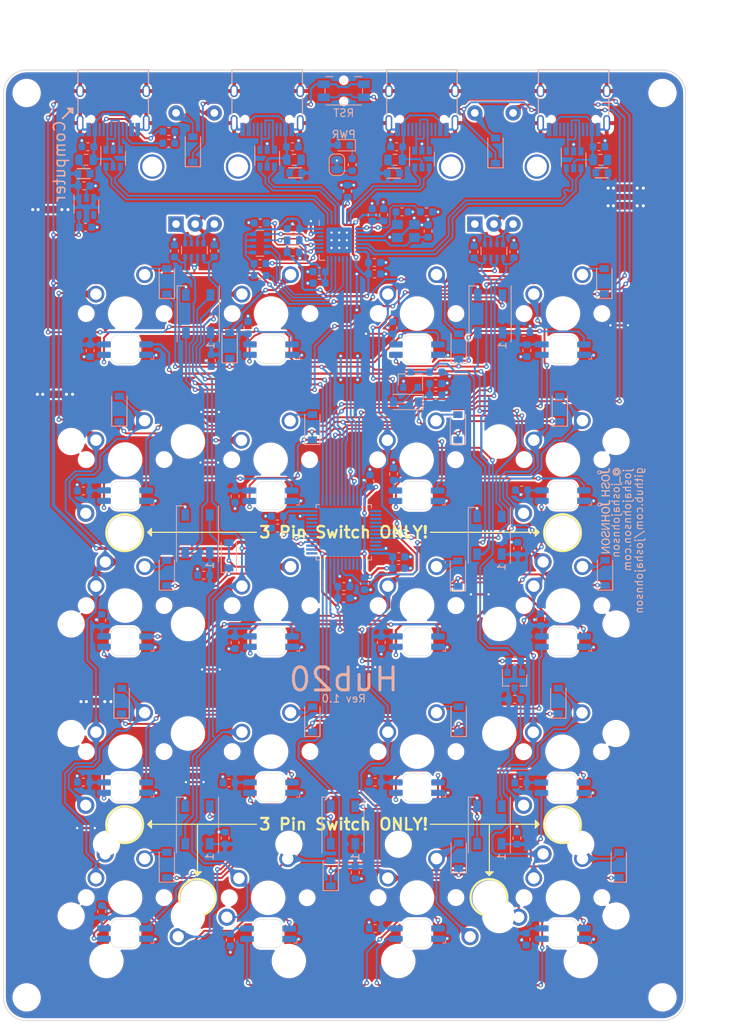
<source format=kicad_pcb>
(kicad_pcb (version 20171130) (host pcbnew 5.1.6-c6e7f7d~87~ubuntu20.04.1)
  (title_block (title Hub20) (date 2020-09-14) (rev 1.0) (company "Josh Johnson"))
  (layers (0 F.Cu signal) (31 B.Cu signal) (34 B.Paste user) (35 F.Paste user) (36 B.SilkS user) (37 F.SilkS user) (38 B.Mask user) (39 F.Mask user) (44 Edge.Cuts user))
  (net 0 "")
  (net 1 GND)
  (net 2 +5V)
  (net 3 VBUS)
  (net 4 /nRST)
  (net 5 +3V3)
  (net 6 /BOOT0)
  (net 7 /ENC1A_DB)
  (net 8 /ENC2A_DB)
  (net 9 /ENC1B_DB)
  (net 10 /ENC2B_DB)
  (net 11 "/USB Hub/XIN")
  (net 12 "/USB Hub/XOUT")
  (net 13 +3.3VA)
  (net 14 "Net-(C58-Pad1)")
  (net 15 "Net-(D1-Pad2)")
  (net 16 "Net-(D2-Pad2)")
  (net 17 /BKLT)
  (net 18 "Net-(D3-Pad2)")
  (net 19 "Net-(D4-Pad2)")
  (net 20 /R1)
  (net 21 "Net-(D5-Pad2)")
  (net 22 /R2)
  (net 23 "Net-(D6-Pad2)")
  (net 24 /R3)
  (net 25 "Net-(D7-Pad2)")
  (net 26 /R4)
  (net 27 "Net-(D8-Pad2)")
  (net 28 /R5)
  (net 29 "Net-(D15-Pad4)")
  (net 30 "Net-(D10-Pad2)")
  (net 31 "Net-(D11-Pad2)")
  (net 32 "Net-(D12-Pad2)")
  (net 33 "Net-(D13-Pad2)")
  (net 34 "Net-(D14-Pad2)")
  (net 35 "Net-(D15-Pad2)")
  (net 36 "Net-(D16-Pad2)")
  (net 37 /R0)
  (net 38 "Net-(D17-Pad2)")
  (net 39 "Net-(D18-Pad2)")
  (net 40 "Net-(D19-Pad2)")
  (net 41 "Net-(D20-Pad2)")
  (net 42 "Net-(D21-Pad2)")
  (net 43 "Net-(D22-Pad2)")
  (net 44 "Net-(D23-Pad2)")
  (net 45 "Net-(D24-Pad2)")
  (net 46 "Net-(D25-Pad2)")
  (net 47 "Net-(D26-Pad2)")
  (net 48 "Net-(D27-Pad2)")
  (net 49 "Net-(D28-Pad2)")
  (net 50 "Net-(D29-Pad2)")
  (net 51 "Net-(F1-Pad1)")
  (net 52 /USB+)
  (net 53 "Net-(J1-PadA5)")
  (net 54 /USB-)
  (net 55 "Net-(J1-PadB5)")
  (net 56 "Net-(J2-PadA6)")
  (net 57 "Net-(J2-PadA7)")
  (net 58 "Net-(J3-PadA6)")
  (net 59 "Net-(J3-PadA7)")
  (net 60 "Net-(J4-PadA6)")
  (net 61 "Net-(J4-PadA7)")
  (net 62 /LED_5V)
  (net 63 /LED)
  (net 64 "Net-(R9-Pad1)")
  (net 65 "Net-(R10-Pad1)")
  (net 66 /E1B)
  (net 67 /E2B)
  (net 68 /E2A)
  (net 69 /E1A)
  (net 70 "Net-(SW2-Pad4)")
  (net 71 /C0)
  (net 72 "Net-(SW3-Pad4)")
  (net 73 /L_R1)
  (net 74 "Net-(SW10-Pad3)")
  (net 75 /L_R2)
  (net 76 "Net-(SW11-Pad3)")
  (net 77 /L_R3)
  (net 78 "Net-(SW12-Pad3)")
  (net 79 /L_R4)
  (net 80 /C1)
  (net 81 "Net-(SW14-Pad3)")
  (net 82 "Net-(SW15-Pad3)")
  (net 83 "Net-(SW10-Pad4)")
  (net 84 "Net-(SW11-Pad4)")
  (net 85 "Net-(SW12-Pad4)")
  (net 86 /C2)
  (net 87 "Net-(SW14-Pad4)")
  (net 88 "Net-(SW15-Pad4)")
  (net 89 "Net-(SW16-Pad4)")
  (net 90 "Net-(SW17-Pad4)")
  (net 91 "Net-(SW18-Pad4)")
  (net 92 /C3)
  (net 93 "/USB Hub/D1_D-")
  (net 94 "/USB Hub/D1_D+")
  (net 95 "/USB Hub/D2_D-")
  (net 96 "/USB Hub/D2_D+")
  (net 97 "Net-(D32-Pad1)")
  (net 98 "Net-(JP1-Pad1)")
  (net 99 "Net-(C59-Pad1)")
  (net 100 "Net-(C60-Pad1)")
  (net 101 "Net-(F2-Pad2)")
  (net 102 "Net-(F3-Pad2)")
  (net 103 "Net-(F4-Pad2)")
  (net 104 "Net-(R7-Pad1)")
  (net 105 "Net-(R8-Pad1)")
  (net 106 "/USB Hub/nOVR_4")
  (net 107 "/USB Hub/nOVR_2")
  (net 108 "/USB Hub/nOVR_3")
  (net 109 "/USB Hub/nOVR_1")
  (net 110 "/USB Hub/D3_D-")
  (net 111 "/USB Hub/D3_D+")
  (net 112 /USB_D+)
  (net 113 /USB_D-)
  (net 114 /USB_MCU_D+)
  (net 115 /USB_MCU_D-)
  (net 116 +3.3VP)
  (module josh-keyboard:MXOnly-2U-NoLED-3PIN (layer F.Cu) (at 112.5 131.0625 90)
    (fp_text reference MX2)
    (fp_text value 2U)
    (pad 2 thru_hole circle (at 2.54 -5.08 90) (size 2.25 2.25) (drill 1.47) (layers *.Cu *.Mask) (net 25 "Net-(D7-Pad2)"))
    (pad "" np_thru_hole circle (at 0 0 90) (size 3.9878 3.9878) (drill 3.9878) (layers *.Cu *.Mask))
    (pad 1 thru_hole circle (at -3.81 -2.54 90) (size 2.25 2.25) (drill 1.47) (layers *.Cu *.Mask) (net 71 /C0))
    (pad "" np_thru_hole circle (at -11.90625 -6.985 90) (size 3.048 3.048) (drill 3.048) (layers *.Cu *.Mask))
    (pad "" np_thru_hole circle (at 11.90625 -6.985 90) (size 3.048 3.048) (drill 3.048) (layers *.Cu *.Mask))
    (pad "" np_thru_hole circle (at -11.90625 8.255 90) (size 3.9878 3.9878) (drill 3.9878) (layers *.Cu *.Mask))
    (pad "" np_thru_hole circle (at 11.90625 8.255 90) (size 3.9878 3.9878) (drill 3.9878) (layers *.Cu *.Mask))
  )
  (module josh-keyboard:MXOnly-2U-NoLED-3PIN (layer F.Cu) (at 112.5 92.9625 90)
    (fp_text reference MX1)
    (fp_text value 2U)
    (pad 2 thru_hole circle (at 2.54 -5.08 90) (size 2.25 2.25) (drill 1.47) (layers *.Cu *.Mask) (net 21 "Net-(D5-Pad2)"))
    (pad "" np_thru_hole circle (at 0 0 90) (size 3.9878 3.9878) (drill 3.9878) (layers *.Cu *.Mask))
    (pad 1 thru_hole circle (at -3.81 -2.54 90) (size 2.25 2.25) (drill 1.47) (layers *.Cu *.Mask) (net 71 /C0))
    (pad "" np_thru_hole circle (at -11.90625 -6.985 90) (size 3.048 3.048) (drill 3.048) (layers *.Cu *.Mask))
    (pad "" np_thru_hole circle (at 11.90625 -6.985 90) (size 3.048 3.048) (drill 3.048) (layers *.Cu *.Mask))
    (pad "" np_thru_hole circle (at -11.90625 8.255 90) (size 3.9878 3.9878) (drill 3.9878) (layers *.Cu *.Mask))
    (pad "" np_thru_hole circle (at 11.90625 8.255 90) (size 3.9878 3.9878) (drill 3.9878) (layers *.Cu *.Mask))
  )
  (module josh-keyboard:MXOnly-2U-ReversedStabilizers-NoLED-3PIN (layer F.Cu) (at 169.65 131.0625 90)
    (fp_text reference MX6)
    (fp_text value 2U)
    (pad 2 thru_hole circle (at 2.54 -5.08 90) (size 2.25 2.25) (drill 1.47) (layers *.Cu *.Mask) (net 49 "Net-(D28-Pad2)"))
    (pad "" np_thru_hole circle (at 0 0 90) (size 3.9878 3.9878) (drill 3.9878) (layers *.Cu *.Mask))
    (pad 1 thru_hole circle (at -3.81 -2.54 90) (size 2.25 2.25) (drill 1.47) (layers *.Cu *.Mask) (net 92 /C3))
    (pad "" np_thru_hole circle (at -11.90625 6.985 90) (size 3.048 3.048) (drill 3.048) (layers *.Cu *.Mask))
    (pad "" np_thru_hole circle (at 11.90625 6.985 90) (size 3.048 3.048) (drill 3.048) (layers *.Cu *.Mask))
    (pad "" np_thru_hole circle (at -11.90625 -8.255 90) (size 3.9878 3.9878) (drill 3.9878) (layers *.Cu *.Mask))
    (pad "" np_thru_hole circle (at 11.90625 -8.255 90) (size 3.9878 3.9878) (drill 3.9878) (layers *.Cu *.Mask))
  )
  (module josh-keyboard:MXOnly-2U-ReversedStabilizers-NoLED-3PIN (layer F.Cu) (at 169.65 92.9625 90)
    (fp_text reference MX5)
    (fp_text value 2U)
    (pad 2 thru_hole circle (at 2.54 -5.08 90) (size 2.25 2.25) (drill 1.47) (layers *.Cu *.Mask) (net 47 "Net-(D26-Pad2)"))
    (pad "" np_thru_hole circle (at 0 0 90) (size 3.9878 3.9878) (drill 3.9878) (layers *.Cu *.Mask))
    (pad 1 thru_hole circle (at -3.81 -2.54 90) (size 2.25 2.25) (drill 1.47) (layers *.Cu *.Mask) (net 92 /C3))
    (pad "" np_thru_hole circle (at -11.90625 6.985 90) (size 3.048 3.048) (drill 3.048) (layers *.Cu *.Mask))
    (pad "" np_thru_hole circle (at 11.90625 6.985 90) (size 3.048 3.048) (drill 3.048) (layers *.Cu *.Mask))
    (pad "" np_thru_hole circle (at -11.90625 -8.255 90) (size 3.9878 3.9878) (drill 3.9878) (layers *.Cu *.Mask))
    (pad "" np_thru_hole circle (at 11.90625 -8.255 90) (size 3.9878 3.9878) (drill 3.9878) (layers *.Cu *.Mask))
  )
  (module josh-keyboard:MXOnly-2U-ReversedStabilizers-NoLED-3PIN (layer F.Cu) (at 160.125 140.5875 180)
    (fp_text reference MX4)
    (fp_text value 2U)
    (pad 2 thru_hole circle (at 2.54 -5.08 180) (size 2.25 2.25) (drill 1.47) (layers *.Cu *.Mask) (net 43 "Net-(D22-Pad2)"))
    (pad "" np_thru_hole circle (at 0 0 180) (size 3.9878 3.9878) (drill 3.9878) (layers *.Cu *.Mask))
    (pad 1 thru_hole circle (at -3.81 -2.54 180) (size 2.25 2.25) (drill 1.47) (layers *.Cu *.Mask) (net 86 /C2))
    (pad "" np_thru_hole circle (at -11.90625 6.985 180) (size 3.048 3.048) (drill 3.048) (layers *.Cu *.Mask))
    (pad "" np_thru_hole circle (at 11.90625 6.985 180) (size 3.048 3.048) (drill 3.048) (layers *.Cu *.Mask))
    (pad "" np_thru_hole circle (at -11.90625 -8.255 180) (size 3.9878 3.9878) (drill 3.9878) (layers *.Cu *.Mask))
    (pad "" np_thru_hole circle (at 11.90625 -8.255 180) (size 3.9878 3.9878) (drill 3.9878) (layers *.Cu *.Mask))
  )
  (module josh-keyboard:MXOnly-2U-ReversedStabilizers-NoLED-3PIN (layer F.Cu) (at 122.025 140.5875 180)
    (fp_text reference MX3)
    (fp_text value 2U)
    (pad 2 thru_hole circle (at 2.54 -5.08 180) (size 2.25 2.25) (drill 1.47) (layers *.Cu *.Mask) (net 34 "Net-(D14-Pad2)"))
    (pad "" np_thru_hole circle (at 0 0 180) (size 3.9878 3.9878) (drill 3.9878) (layers *.Cu *.Mask))
    (pad 1 thru_hole circle (at -3.81 -2.54 180) (size 2.25 2.25) (drill 1.47) (layers *.Cu *.Mask) (net 80 /C1))
    (pad "" np_thru_hole circle (at -11.90625 6.985 180) (size 3.048 3.048) (drill 3.048) (layers *.Cu *.Mask))
    (pad "" np_thru_hole circle (at 11.90625 6.985 180) (size 3.048 3.048) (drill 3.048) (layers *.Cu *.Mask))
    (pad "" np_thru_hole circle (at -11.90625 -8.255 180) (size 3.9878 3.9878) (drill 3.9878) (layers *.Cu *.Mask))
    (pad "" np_thru_hole circle (at 11.90625 -8.255 180) (size 3.9878 3.9878) (drill 3.9878) (layers *.Cu *.Mask))
  )
  (module josh-keyboard:DUMMY_SK6812MINI-E (layer B.Cu) (at 131.65 107.15 180)
    (fp_text reference D51 hide)
    (fp_text value SK6812MINI-E)
  )
  (module josh-keyboard:DUMMY_SK6812MINI-E (layer B.Cu) (at 131.6 88.1 180)
    (fp_text reference D50 hide)
    (fp_text value SK6812MINI-E)
  )
  (module josh-keyboard:DUMMY_SK6812MINI-E (layer B.Cu) (at 150.7 107.15 180)
    (fp_text reference D49 hide)
    (fp_text value SK6812MINI-E)
  )
  (module josh-keyboard:DUMMY_SK6812MINI-E (layer B.Cu) (at 112.6 107.15 180)
    (fp_text reference D48 hide)
    (fp_text value SK6812MINI-E)
  )
  (module josh-keyboard:DUMMY_SK6812MINI-E (layer B.Cu) (at 150.65 88.1 180)
    (fp_text reference D47 hide)
    (fp_text value SK6812MINI-E)
  )
  (module josh-keyboard:DUMMY_SK6812MINI-E (layer B.Cu) (at 169.75 107.15 180)
    (fp_text reference D46 hide)
    (fp_text value SK6812MINI-E)
  )
  (module josh-keyboard:DUMMY_SK6812MINI-E (layer B.Cu) (at 112.6 69.05 180)
    (fp_text reference D45 hide)
    (fp_text value SK6812MINI-E)
  )
  (module josh-keyboard:DUMMY_SK6812MINI-E (layer B.Cu) (at 169.75 69.05 180)
    (fp_text reference D44 hide)
    (fp_text value SK6812MINI-E)
  )
  (module josh-keyboard:DUMMY_SK6812MINI-E (layer B.Cu) (at 169.75 88.1 180)
    (fp_text reference D43 hide)
    (fp_text value SK6812MINI-E)
  )
  (module josh-keyboard:DUMMY_SK6812MINI-E (layer B.Cu) (at 169.7 126.2 180)
    (fp_text reference D42 hide)
    (fp_text value SK6812MINI-E)
  )
  (module josh-keyboard:DUMMY_SK6812MINI-E (layer B.Cu) (at 131.65 69.05 180)
    (fp_text reference D41 hide)
    (fp_text value SK6812MINI-E)
  )
  (module josh-keyboard:DUMMY_SK6812MINI-E (layer B.Cu) (at 112.6 88.1 180)
    (fp_text reference D40 hide)
    (fp_text value SK6812MINI-E)
  )
  (module josh-keyboard:DUMMY_SK6812MINI-E (layer B.Cu) (at 131.65 126.2 180)
    (fp_text reference D39 hide)
    (fp_text value SK6812MINI-E)
  )
  (module josh-keyboard:DUMMY_SK6812MINI-E (layer B.Cu) (at 169.75 145.25 180)
    (fp_text reference D38 hide)
    (fp_text value SK6812MINI-E)
  )
  (module josh-keyboard:DUMMY_SK6812MINI-E (layer B.Cu) (at 150.7 69.05 180)
    (fp_text reference D37 hide)
    (fp_text value SK6812MINI-E)
  )
  (module josh-keyboard:DUMMY_SK6812MINI-E (layer B.Cu) (at 112.6 126.2 180)
    (fp_text reference D36 hide)
    (fp_text value SK6812MINI-E)
  )
  (module josh-keyboard:DUMMY_SK6812MINI-E (layer B.Cu) (at 150.7 126.2 180)
    (fp_text reference D35 hide)
    (fp_text value SK6812MINI-E)
  )
  (module josh-keyboard:DUMMY_SK6812MINI-E (layer B.Cu) (at 112.6 145.25 180)
    (fp_text reference D34 hide)
    (fp_text value SK6812MINI-E)
  )
  (module josh-keyboard:DUMMY_SK6812MINI-E (layer B.Cu) (at 131.3 145.25 180)
    (fp_text reference D33 hide)
    (fp_text value SK6812MINI-E)
  )
  (module josh-keyboard:DUMMY_SK6812MINI-E (layer B.Cu) (at 150.7 145.25 180)
    (fp_text reference D31 hide)
    (fp_text value SK6812MINI-E)
  )
  (module josh-logos:josh-johnson-logo-11x2 (layer B.Cu) (at 175 90.1 270)
    (fp_text reference LOGO3 hide)
    (fp_text value Josh-Logo hide)
  )
  (module josh-logos:josh-details (layer B.Cu) (at 177.6 89.3 270)
    (fp_text reference LOGO1 hide)
    (fp_text value Josh-Details)
    (fp_text user github.com/joshajohnson (at 4.6736 -2.032 270) (layer B.SilkS) (effects (justify mirror)))
    (fp_text user joshajohnson.com (at 2 -0.5 270) (layer B.SilkS) (effects (justify mirror)))
    (fp_text user @_joshajohnson (at 1 1 90) (layer B.SilkS) (effects (justify mirror)))
  )
  (module josh-buttons-switches:Panasonic_EVQPUL_EVQPUC (layer B.Cu) (at 141.1 35.3 180)
    (fp_text reference SW1 hide)
    (fp_text value EVQPUL)
    (pad "" np_thru_hole circle (at 0 1.375) (size 0.75 0.75) (drill 0.75) (layers *.Cu *.Mask))
    (pad "" np_thru_hole circle (at 0 -1.375) (size 0.75 0.75) (drill 0.75) (layers *.Cu *.Mask))
    (pad 1 smd rect (at 2.625 0.85) (size 1.55 1) (layers B.Cu B.Paste B.Mask) (net 5 +3V3))
    (pad 1 smd rect (at -2.625 0.85) (size 1.55 1) (layers B.Cu B.Paste B.Mask) (net 5 +3V3))
    (pad 2 smd rect (at -2.625 -0.85) (size 1.55 1) (layers B.Cu B.Paste B.Mask) (net 15 "Net-(D1-Pad2)"))
    (pad 2 smd rect (at 2.625 -0.85) (size 1.55 1) (layers B.Cu B.Paste B.Mask) (net 15 "Net-(D1-Pad2)"))
  )
  (module josh-logos:board-title (layer B.Cu) (at 140.2 111.4 180)
    (fp_text reference LOGO2 hide)
    (fp_text value Board-Title)
    (fp_text user "Rev 1.0" (at -0.9 -3.2) (layer B.SilkS) (effects (justify mirror)))
    (fp_text user Hub20 (at -0.9 -0.7) (layer B.SilkS) (effects (font (size 3 3) (thickness 0.4)) (justify mirror)))
  )
  (module josh-logos:OSHW-Logo2_9.8x8mm_Mask (layer B.Cu) (at 141.1 121.8 180)
    (fp_text reference LOGO5 hide)
    (fp_text value OSHW hide)
  )
  (module Capacitor_SMD:C_0603_1608Metric (layer B.Cu) (at 123.8 70.5 270)
    (fp_text reference C9 hide)
    (fp_text value 100n)
    (pad 2 smd roundrect (at 0.7875 0 270) (size 0.875 0.95) (layers B.Cu B.Paste B.Mask) (net 1 GND))
    (pad 1 smd roundrect (at -0.7875 0 270) (size 0.875 0.95) (layers B.Cu B.Paste B.Mask) (net 2 +5V))
  )
  (module Diode_SMD:D_SOD-123 (layer B.Cu) (at 118 136.3 90)
    (fp_text reference D8 hide)
    (fp_text value 1N4148)
    (pad 2 smd rect (at 1.65 0 90) (size 0.9 1.2) (layers B.Cu B.Paste B.Mask) (net 27 "Net-(D8-Pad2)"))
    (pad 1 smd rect (at -1.65 0 90) (size 0.9 1.2) (layers B.Cu B.Paste B.Mask) (net 28 /R5))
  )
  (module MountingHole:MountingHole_3.2mm_M3 (layer F.Cu) (at 182.7 153.5875)
    (fp_text reference H3 hide)
    (fp_text value M3)
    (pad 1 np_thru_hole circle (at 0 0) (size 3.2 3.2) (drill 3.2) (layers *.Cu *.Mask))
  )
  (module MountingHole:MountingHole_3.2mm_M3 (layer F.Cu) (at 99.7 153.5875)
    (fp_text reference H4 hide)
    (fp_text value M3)
    (pad 1 np_thru_hole circle (at 0 0) (size 3.2 3.2) (drill 3.2) (layers *.Cu *.Mask))
  )
  (module Package_TO_SOT_SMD:SOT-23-6 (layer B.Cu) (at 171.1 44.3 270)
    (fp_text reference U8 hide)
    (fp_text value USBLC6-2SC6)
    (pad 5 smd rect (at 1.1 0 270) (size 1.06 0.65) (layers B.Cu B.Paste B.Mask) (net 100 "Net-(C60-Pad1)"))
    (pad 6 smd rect (at 1.1 0.95 270) (size 1.06 0.65) (layers B.Cu B.Paste B.Mask) (net 110 "/USB Hub/D3_D-"))
    (pad 4 smd rect (at 1.1 -0.95 270) (size 1.06 0.65) (layers B.Cu B.Paste B.Mask) (net 111 "/USB Hub/D3_D+"))
    (pad 3 smd rect (at -1.1 -0.95 270) (size 1.06 0.65) (layers B.Cu B.Paste B.Mask) (net 60 "Net-(J4-PadA6)"))
    (pad 2 smd rect (at -1.1 0 270) (size 1.06 0.65) (layers B.Cu B.Paste B.Mask) (net 1 GND))
    (pad 1 smd rect (at -1.1 0.95 270) (size 1.06 0.65) (layers B.Cu B.Paste B.Mask) (net 61 "Net-(J4-PadA7)"))
  )
  (module Package_TO_SOT_SMD:SOT-23-6 (layer B.Cu) (at 151.3 44.2 270)
    (fp_text reference U7 hide)
    (fp_text value USBLC6-2SC6)
    (pad 5 smd rect (at 1.1 0 270) (size 1.06 0.65) (layers B.Cu B.Paste B.Mask) (net 99 "Net-(C59-Pad1)"))
    (pad 6 smd rect (at 1.1 0.95 270) (size 1.06 0.65) (layers B.Cu B.Paste B.Mask) (net 95 "/USB Hub/D2_D-"))
    (pad 4 smd rect (at 1.1 -0.95 270) (size 1.06 0.65) (layers B.Cu B.Paste B.Mask) (net 96 "/USB Hub/D2_D+"))
    (pad 3 smd rect (at -1.1 -0.95 270) (size 1.06 0.65) (layers B.Cu B.Paste B.Mask) (net 58 "Net-(J3-PadA6)"))
    (pad 2 smd rect (at -1.1 0 270) (size 1.06 0.65) (layers B.Cu B.Paste B.Mask) (net 1 GND))
    (pad 1 smd rect (at -1.1 0.95 270) (size 1.06 0.65) (layers B.Cu B.Paste B.Mask) (net 59 "Net-(J3-PadA7)"))
  )
  (module Package_TO_SOT_SMD:SOT-23-6 (layer B.Cu) (at 131.1 44.1 270)
    (fp_text reference U6 hide)
    (fp_text value USBLC6-2SC6)
    (pad 5 smd rect (at 1.1 0 270) (size 1.06 0.65) (layers B.Cu B.Paste B.Mask) (net 14 "Net-(C58-Pad1)"))
    (pad 6 smd rect (at 1.1 0.95 270) (size 1.06 0.65) (layers B.Cu B.Paste B.Mask) (net 93 "/USB Hub/D1_D-"))
    (pad 4 smd rect (at 1.1 -0.95 270) (size 1.06 0.65) (layers B.Cu B.Paste B.Mask) (net 94 "/USB Hub/D1_D+"))
    (pad 3 smd rect (at -1.1 -0.95 270) (size 1.06 0.65) (layers B.Cu B.Paste B.Mask) (net 56 "Net-(J2-PadA6)"))
    (pad 2 smd rect (at -1.1 0 270) (size 1.06 0.65) (layers B.Cu B.Paste B.Mask) (net 1 GND))
    (pad 1 smd rect (at -1.1 0.95 270) (size 1.06 0.65) (layers B.Cu B.Paste B.Mask) (net 57 "Net-(J2-PadA7)"))
  )
  (module josh-buttons-switches:RotaryEncoder_Alps_EC11E-Switch_Vertical_H20mm_CircularMountingHoles (layer F.Cu) (at 158.2 52.6875 90)
    (fp_text reference SW13 hide)
    (fp_text value EC11)
    (pad S1 thru_hole circle (at 14.5 5 90) (size 2 2) (drill 1) (layers *.Cu *.Mask) (net 86 /C2))
    (pad S2 thru_hole circle (at 14.5 0 90) (size 2 2) (drill 1) (layers *.Cu *.Mask) (net 45 "Net-(D24-Pad2)"))
    (pad MP thru_hole circle (at 7.5 8.1 90) (size 3.2 3.2) (drill 2.6) (layers *.Cu *.Mask))
    (pad MP thru_hole circle (at 7.5 -3.1 90) (size 3.2 3.2) (drill 2.6) (layers *.Cu *.Mask))
    (pad B thru_hole circle (at 0 5 90) (size 2 2) (drill 1) (layers *.Cu *.Mask) (net 67 /E2B))
    (pad C thru_hole circle (at 0 2.5 90) (size 2 2) (drill 1) (layers *.Cu *.Mask) (net 1 GND))
    (pad A thru_hole rect (at 0 0 90) (size 2 2) (drill 1) (layers *.Cu *.Mask) (net 68 /E2A))
  )
  (module josh-buttons-switches:RotaryEncoder_Alps_EC11E-Switch_Vertical_H20mm_CircularMountingHoles (layer F.Cu) (at 119.2 52.6875 90)
    (fp_text reference SW7 hide)
    (fp_text value EC11)
    (pad S1 thru_hole circle (at 14.5 5 90) (size 2 2) (drill 1) (layers *.Cu *.Mask) (net 80 /C1))
    (pad S2 thru_hole circle (at 14.5 0 90) (size 2 2) (drill 1) (layers *.Cu *.Mask) (net 36 "Net-(D16-Pad2)"))
    (pad MP thru_hole circle (at 7.5 8.1 90) (size 3.2 3.2) (drill 2.6) (layers *.Cu *.Mask))
    (pad MP thru_hole circle (at 7.5 -3.1 90) (size 3.2 3.2) (drill 2.6) (layers *.Cu *.Mask))
    (pad B thru_hole circle (at 0 5 90) (size 2 2) (drill 1) (layers *.Cu *.Mask) (net 66 /E1B))
    (pad C thru_hole circle (at 0 2.5 90) (size 2 2) (drill 1) (layers *.Cu *.Mask) (net 1 GND))
    (pad A thru_hole rect (at 0 0 90) (size 2 2) (drill 1) (layers *.Cu *.Mask) (net 69 /E1A))
  )
  (module Resistor_SMD:R_Array_Convex_4x0603 (layer B.Cu) (at 130.15 55.2 180)
    (fp_text reference RN3 hide)
    (fp_text value 10K)
    (pad 5 smd rect (at 0.9 -1.2 180) (size 0.8 0.5) (layers B.Cu B.Paste B.Mask) (net 116 +3.3VP))
    (pad 6 smd rect (at 0.9 -0.4 180) (size 0.8 0.4) (layers B.Cu B.Paste B.Mask) (net 116 +3.3VP))
    (pad 8 smd rect (at 0.9 1.2 180) (size 0.8 0.5) (layers B.Cu B.Paste B.Mask) (net 116 +3.3VP))
    (pad 7 smd rect (at 0.9 0.4 180) (size 0.8 0.4) (layers B.Cu B.Paste B.Mask) (net 116 +3.3VP))
    (pad 4 smd rect (at -0.9 -1.2 180) (size 0.8 0.5) (layers B.Cu B.Paste B.Mask) (net 106 "/USB Hub/nOVR_4"))
    (pad 2 smd rect (at -0.9 0.4 180) (size 0.8 0.4) (layers B.Cu B.Paste B.Mask) (net 107 "/USB Hub/nOVR_2"))
    (pad 3 smd rect (at -0.9 -0.4 180) (size 0.8 0.4) (layers B.Cu B.Paste B.Mask) (net 108 "/USB Hub/nOVR_3"))
    (pad 1 smd rect (at -0.9 1.2 180) (size 0.8 0.5) (layers B.Cu B.Paste B.Mask) (net 109 "/USB Hub/nOVR_1"))
  )
  (module Resistor_SMD:R_0603_1608Metric (layer B.Cu) (at 130.15 57.85 180)
    (fp_text reference R9 hide)
    (fp_text value 10K)
    (pad 2 smd roundrect (at 0.7875 0 180) (size 0.875 0.95) (layers B.Cu B.Paste B.Mask) (net 116 +3.3VP))
    (pad 1 smd roundrect (at -0.7875 0 180) (size 0.875 0.95) (layers B.Cu B.Paste B.Mask) (net 64 "Net-(R9-Pad1)"))
  )
  (module Resistor_SMD:R_0603_1608Metric (layer B.Cu) (at 130.1625 59.4 180)
    (fp_text reference R8 hide)
    (fp_text value 10K)
    (pad 2 smd roundrect (at 0.7875 0 180) (size 0.875 0.95) (layers B.Cu B.Paste B.Mask) (net 116 +3.3VP))
    (pad 1 smd roundrect (at -0.7875 0 180) (size 0.875 0.95) (layers B.Cu B.Paste B.Mask) (net 105 "Net-(R8-Pad1)"))
  )
  (module josh-connectors:USB_C_U262-161N-4BVC11 (layer B.Cu) (at 171.1 37.2)
    (fp_text reference J4 hide)
    (fp_text value USB_C_Receptacle_USB2.0)
    (pad S1 thru_hole oval (at -4.32 -1.87) (size 1 1.6) (drill oval 0.6 1.2) (layers *.Cu *.Mask B.Paste) (net 1 GND))
    (pad S1 thru_hole oval (at 4.32 -1.87) (size 1 1.6) (drill oval 0.6 1.2) (layers *.Cu *.Mask B.Paste) (net 1 GND))
    (pad S1 thru_hole oval (at -4.32 2.31) (size 0.9 2.1) (drill oval 0.5 1.7) (layers *.Cu *.Mask B.Paste) (net 1 GND))
    (pad S1 thru_hole oval (at 4.32 2.31) (size 0.9 2.1) (drill oval 0.5 1.7) (layers *.Cu *.Mask B.Paste) (net 1 GND))
    (pad "" np_thru_hole circle (at -2.89 1.81) (size 0.65 0.65) (drill 0.65) (layers *.Cu *.Mask) (clearance 0.01))
    (pad "" np_thru_hole circle (at 2.89 1.81) (size 0.65 0.65) (drill 0.65) (layers *.Cu *.Mask) (clearance 0.01))
    (pad A7 smd rect (at 0.25 3.15) (size 0.3 1.75) (layers B.Cu B.Paste B.Mask) (net 61 "Net-(J4-PadA7)"))
    (pad B6 smd rect (at 0.75 3.15) (size 0.3 1.75) (layers B.Cu B.Paste B.Mask) (net 60 "Net-(J4-PadA6)"))
    (pad A8 smd rect (at 1.25 3.15) (size 0.3 1.75) (layers B.Cu B.Paste B.Mask))
    (pad B5 smd rect (at 1.75 3.15) (size 0.3 1.75) (layers B.Cu B.Paste B.Mask))
    (pad B7 smd rect (at -0.75 3.15) (size 0.3 1.75) (layers B.Cu B.Paste B.Mask) (net 61 "Net-(J4-PadA7)"))
    (pad B8 smd rect (at -1.75 3.15) (size 0.3 1.75) (layers B.Cu B.Paste B.Mask))
    (pad A5 smd rect (at -1.25 3.15) (size 0.3 1.75) (layers B.Cu B.Paste B.Mask))
    (pad A6 smd rect (at -0.25 3.15) (size 0.3 1.75) (layers B.Cu B.Paste B.Mask) (net 60 "Net-(J4-PadA6)"))
    (pad A1 smd rect (at -3.35 3.15) (size 0.3 1.75) (layers B.Cu B.Paste B.Mask) (net 1 GND) (clearance 0.01))
    (pad B12 smd rect (at -3.05 3.15) (size 0.3 1.75) (layers B.Cu B.Paste B.Mask) (net 1 GND) (clearance 0.01))
    (pad A4 smd rect (at -2.55 3.15) (size 0.3 1.75) (layers B.Cu B.Paste B.Mask) (net 100 "Net-(C60-Pad1)") (clearance 0.01))
    (pad B9 smd rect (at -2.25 3.15) (size 0.3 1.75) (layers B.Cu B.Paste B.Mask) (net 100 "Net-(C60-Pad1)") (clearance 0.01))
    (pad A9 smd rect (at 2.55 3.15) (size 0.3 1.75) (layers B.Cu B.Paste B.Mask) (net 100 "Net-(C60-Pad1)") (clearance 0.01))
    (pad B4 smd rect (at 2.25 3.15) (size 0.3 1.75) (layers B.Cu B.Paste B.Mask) (net 100 "Net-(C60-Pad1)") (clearance 0.01))
    (pad B1 smd rect (at 3.05 3.15) (size 0.3 1.75) (layers B.Cu B.Paste B.Mask) (net 1 GND) (clearance 0.01))
    (pad A12 smd rect (at 3.35 3.15) (size 0.3 1.75) (layers B.Cu B.Paste B.Mask) (net 1 GND) (clearance 0.01))
  )
  (module josh-connectors:USB_C_U262-161N-4BVC11 (layer B.Cu) (at 151.3 37.2)
    (fp_text reference J3 hide)
    (fp_text value USB_C_Receptacle_USB2.0)
    (pad S1 thru_hole oval (at -4.32 -1.87) (size 1 1.6) (drill oval 0.6 1.2) (layers *.Cu *.Mask B.Paste) (net 1 GND))
    (pad S1 thru_hole oval (at 4.32 -1.87) (size 1 1.6) (drill oval 0.6 1.2) (layers *.Cu *.Mask B.Paste) (net 1 GND))
    (pad S1 thru_hole oval (at -4.32 2.31) (size 0.9 2.1) (drill oval 0.5 1.7) (layers *.Cu *.Mask B.Paste) (net 1 GND))
    (pad S1 thru_hole oval (at 4.32 2.31) (size 0.9 2.1) (drill oval 0.5 1.7) (layers *.Cu *.Mask B.Paste) (net 1 GND))
    (pad "" np_thru_hole circle (at -2.89 1.81) (size 0.65 0.65) (drill 0.65) (layers *.Cu *.Mask) (clearance 0.01))
    (pad "" np_thru_hole circle (at 2.89 1.81) (size 0.65 0.65) (drill 0.65) (layers *.Cu *.Mask) (clearance 0.01))
    (pad A7 smd rect (at 0.25 3.15) (size 0.3 1.75) (layers B.Cu B.Paste B.Mask) (net 59 "Net-(J3-PadA7)"))
    (pad B6 smd rect (at 0.75 3.15) (size 0.3 1.75) (layers B.Cu B.Paste B.Mask) (net 58 "Net-(J3-PadA6)"))
    (pad A8 smd rect (at 1.25 3.15) (size 0.3 1.75) (layers B.Cu B.Paste B.Mask))
    (pad B5 smd rect (at 1.75 3.15) (size 0.3 1.75) (layers B.Cu B.Paste B.Mask))
    (pad B7 smd rect (at -0.75 3.15) (size 0.3 1.75) (layers B.Cu B.Paste B.Mask) (net 59 "Net-(J3-PadA7)"))
    (pad B8 smd rect (at -1.75 3.15) (size 0.3 1.75) (layers B.Cu B.Paste B.Mask))
    (pad A5 smd rect (at -1.25 3.15) (size 0.3 1.75) (layers B.Cu B.Paste B.Mask))
    (pad A6 smd rect (at -0.25 3.15) (size 0.3 1.75) (layers B.Cu B.Paste B.Mask) (net 58 "Net-(J3-PadA6)"))
    (pad A1 smd rect (at -3.35 3.15) (size 0.3 1.75) (layers B.Cu B.Paste B.Mask) (net 1 GND) (clearance 0.01))
    (pad B12 smd rect (at -3.05 3.15) (size 0.3 1.75) (layers B.Cu B.Paste B.Mask) (net 1 GND) (clearance 0.01))
    (pad A4 smd rect (at -2.55 3.15) (size 0.3 1.75) (layers B.Cu B.Paste B.Mask) (net 99 "Net-(C59-Pad1)") (clearance 0.01))
    (pad B9 smd rect (at -2.25 3.15) (size 0.3 1.75) (layers B.Cu B.Paste B.Mask) (net 99 "Net-(C59-Pad1)") (clearance 0.01))
    (pad A9 smd rect (at 2.55 3.15) (size 0.3 1.75) (layers B.Cu B.Paste B.Mask) (net 99 "Net-(C59-Pad1)") (clearance 0.01))
    (pad B4 smd rect (at 2.25 3.15) (size 0.3 1.75) (layers B.Cu B.Paste B.Mask) (net 99 "Net-(C59-Pad1)") (clearance 0.01))
    (pad B1 smd rect (at 3.05 3.15) (size 0.3 1.75) (layers B.Cu B.Paste B.Mask) (net 1 GND) (clearance 0.01))
    (pad A12 smd rect (at 3.35 3.15) (size 0.3 1.75) (layers B.Cu B.Paste B.Mask) (net 1 GND) (clearance 0.01))
  )
  (module josh-connectors:USB_C_U262-161N-4BVC11 (layer B.Cu) (at 131.1 37.2)
    (fp_text reference J2 hide)
    (fp_text value USB_C_Receptacle_USB2.0)
    (pad S1 thru_hole oval (at -4.32 -1.87) (size 1 1.6) (drill oval 0.6 1.2) (layers *.Cu *.Mask B.Paste) (net 1 GND))
    (pad S1 thru_hole oval (at 4.32 -1.87) (size 1 1.6) (drill oval 0.6 1.2) (layers *.Cu *.Mask B.Paste) (net 1 GND))
    (pad S1 thru_hole oval (at -4.32 2.31) (size 0.9 2.1) (drill oval 0.5 1.7) (layers *.Cu *.Mask B.Paste) (net 1 GND))
    (pad S1 thru_hole oval (at 4.32 2.31) (size 0.9 2.1) (drill oval 0.5 1.7) (layers *.Cu *.Mask B.Paste) (net 1 GND))
    (pad "" np_thru_hole circle (at -2.89 1.81) (size 0.65 0.65) (drill 0.65) (layers *.Cu *.Mask) (clearance 0.01))
    (pad "" np_thru_hole circle (at 2.89 1.81) (size 0.65 0.65) (drill 0.65) (layers *.Cu *.Mask) (clearance 0.01))
    (pad A7 smd rect (at 0.25 3.15) (size 0.3 1.75) (layers B.Cu B.Paste B.Mask) (net 57 "Net-(J2-PadA7)"))
    (pad B6 smd rect (at 0.75 3.15) (size 0.3 1.75) (layers B.Cu B.Paste B.Mask) (net 56 "Net-(J2-PadA6)"))
    (pad A8 smd rect (at 1.25 3.15) (size 0.3 1.75) (layers B.Cu B.Paste B.Mask))
    (pad B5 smd rect (at 1.75 3.15) (size 0.3 1.75) (layers B.Cu B.Paste B.Mask))
    (pad B7 smd rect (at -0.75 3.15) (size 0.3 1.75) (layers B.Cu B.Paste B.Mask) (net 57 "Net-(J2-PadA7)"))
    (pad B8 smd rect (at -1.75 3.15) (size 0.3 1.75) (layers B.Cu B.Paste B.Mask))
    (pad A5 smd rect (at -1.25 3.15) (size 0.3 1.75) (layers B.Cu B.Paste B.Mask))
    (pad A6 smd rect (at -0.25 3.15) (size 0.3 1.75) (layers B.Cu B.Paste B.Mask) (net 56 "Net-(J2-PadA6)"))
    (pad A1 smd rect (at -3.35 3.15) (size 0.3 1.75) (layers B.Cu B.Paste B.Mask) (net 1 GND) (clearance 0.01))
    (pad B12 smd rect (at -3.05 3.15) (size 0.3 1.75) (layers B.Cu B.Paste B.Mask) (net 1 GND) (clearance 0.01))
    (pad A4 smd rect (at -2.55 3.15) (size 0.3 1.75) (layers B.Cu B.Paste B.Mask) (net 14 "Net-(C58-Pad1)") (clearance 0.01))
    (pad B9 smd rect (at -2.25 3.15) (size 0.3 1.75) (layers B.Cu B.Paste B.Mask) (net 14 "Net-(C58-Pad1)") (clearance 0.01))
    (pad A9 smd rect (at 2.55 3.15) (size 0.3 1.75) (layers B.Cu B.Paste B.Mask) (net 14 "Net-(C58-Pad1)") (clearance 0.01))
    (pad B4 smd rect (at 2.25 3.15) (size 0.3 1.75) (layers B.Cu B.Paste B.Mask) (net 14 "Net-(C58-Pad1)") (clearance 0.01))
    (pad B1 smd rect (at 3.05 3.15) (size 0.3 1.75) (layers B.Cu B.Paste B.Mask) (net 1 GND) (clearance 0.01))
    (pad A12 smd rect (at 3.35 3.15) (size 0.3 1.75) (layers B.Cu B.Paste B.Mask) (net 1 GND) (clearance 0.01))
  )
  (module josh-passives-smt:Ferrite_Bead_0603 (layer B.Cu) (at 174.8 46)
    (fp_text reference FB5 hide)
    (fp_text value 600R hide)
    (pad 2 smd rect (at 0.8 0) (size 0.85 1) (layers B.Cu B.Paste B.Mask) (net 2 +5V))
    (pad 1 smd rect (at -0.8 0) (size 0.85 1) (layers B.Cu B.Paste B.Mask) (net 103 "Net-(F4-Pad2)"))
  )
  (module josh-passives-smt:Ferrite_Bead_0603 (layer B.Cu) (at 147.6 46.05 180)
    (fp_text reference FB4 hide)
    (fp_text value 600R hide)
    (pad 2 smd rect (at 0.8 0 180) (size 0.85 1) (layers B.Cu B.Paste B.Mask) (net 2 +5V))
    (pad 1 smd rect (at -0.8 0 180) (size 0.85 1) (layers B.Cu B.Paste B.Mask) (net 102 "Net-(F3-Pad2)"))
  )
  (module josh-passives-smt:Ferrite_Bead_0603 (layer B.Cu) (at 134.8 46)
    (fp_text reference FB3 hide)
    (fp_text value 600R hide)
    (pad 2 smd rect (at 0.8 0) (size 0.85 1) (layers B.Cu B.Paste B.Mask) (net 2 +5V))
    (pad 1 smd rect (at -0.8 0) (size 0.85 1) (layers B.Cu B.Paste B.Mask) (net 101 "Net-(F2-Pad2)"))
  )
  (module josh-passives-smt:Ferrite_Bead_0603 (layer B.Cu) (at 134.5 54.8)
    (fp_text reference FB2 hide)
    (fp_text value 600R hide)
    (pad 2 smd rect (at 0.8 0) (size 0.85 1) (layers B.Cu B.Paste B.Mask) (net 116 +3.3VP))
    (pad 1 smd rect (at -0.8 0) (size 0.85 1) (layers B.Cu B.Paste B.Mask) (net 13 +3.3VA))
  )
  (module josh-passives-smt:Fuse_0805_2012Metric (layer B.Cu) (at 174.6 44.3)
    (fp_text reference F4 hide)
    (fp_text value 500mA)
    (pad 2 smd roundrect (at 0.9375 0) (size 0.975 1.4) (layers B.Cu B.Paste B.Mask) (net 103 "Net-(F4-Pad2)"))
    (pad 1 smd roundrect (at -0.9375 0) (size 0.975 1.4) (layers B.Cu B.Paste B.Mask) (net 100 "Net-(C60-Pad1)"))
  )
  (module josh-passives-smt:Fuse_0805_2012Metric (layer B.Cu) (at 147.8 44.3 180)
    (fp_text reference F3 hide)
    (fp_text value 500mA)
    (pad 2 smd roundrect (at 0.9375 0 180) (size 0.975 1.4) (layers B.Cu B.Paste B.Mask) (net 102 "Net-(F3-Pad2)"))
    (pad 1 smd roundrect (at -0.9375 0 180) (size 0.975 1.4) (layers B.Cu B.Paste B.Mask) (net 99 "Net-(C59-Pad1)"))
  )
  (module josh-passives-smt:Fuse_0805_2012Metric (layer B.Cu) (at 134.6 44.3)
    (fp_text reference F2 hide)
    (fp_text value 500mA)
    (pad 2 smd roundrect (at 0.9375 0) (size 0.975 1.4) (layers B.Cu B.Paste B.Mask) (net 101 "Net-(F2-Pad2)"))
    (pad 1 smd roundrect (at -0.9375 0) (size 0.975 1.4) (layers B.Cu B.Paste B.Mask) (net 14 "Net-(C58-Pad1)"))
  )
  (module Capacitor_SMD:C_0603_1608Metric (layer B.Cu) (at 174.4 42.6)
    (fp_text reference C60 hide)
    (fp_text value 100n)
    (pad 2 smd roundrect (at 0.7875 0) (size 0.875 0.95) (layers B.Cu B.Paste B.Mask) (net 1 GND))
    (pad 1 smd roundrect (at -0.7875 0) (size 0.875 0.95) (layers B.Cu B.Paste B.Mask) (net 100 "Net-(C60-Pad1)"))
  )
  (module Capacitor_SMD:C_0603_1608Metric (layer B.Cu) (at 148 42.6 180)
    (fp_text reference C59 hide)
    (fp_text value 100n)
    (pad 2 smd roundrect (at 0.7875 0 180) (size 0.875 0.95) (layers B.Cu B.Paste B.Mask) (net 1 GND))
    (pad 1 smd roundrect (at -0.7875 0 180) (size 0.875 0.95) (layers B.Cu B.Paste B.Mask) (net 99 "Net-(C59-Pad1)"))
  )
  (module Capacitor_SMD:C_0603_1608Metric (layer B.Cu) (at 134.4 42.6)
    (fp_text reference C58 hide)
    (fp_text value 100n)
    (pad 2 smd roundrect (at 0.7875 0) (size 0.875 0.95) (layers B.Cu B.Paste B.Mask) (net 1 GND))
    (pad 1 smd roundrect (at -0.7875 0) (size 0.875 0.95) (layers B.Cu B.Paste B.Mask) (net 14 "Net-(C58-Pad1)"))
  )
  (module Capacitor_SMD:C_0603_1608Metric (layer B.Cu) (at 134.4875 56.35)
    (fp_text reference C42 hide)
    (fp_text value 100n)
    (pad 2 smd roundrect (at 0.7875 0) (size 0.875 0.95) (layers B.Cu B.Paste B.Mask) (net 1 GND))
    (pad 1 smd roundrect (at -0.7875 0) (size 0.875 0.95) (layers B.Cu B.Paste B.Mask) (net 13 +3.3VA))
  )
  (module Capacitor_SMD:C_0603_1608Metric (layer B.Cu) (at 134.5125 53.3 180)
    (fp_text reference C41 hide)
    (fp_text value 10u)
    (pad 2 smd roundrect (at 0.7875 0 180) (size 0.875 0.95) (layers B.Cu B.Paste B.Mask) (net 1 GND))
    (pad 1 smd roundrect (at -0.7875 0 180) (size 0.875 0.95) (layers B.Cu B.Paste B.Mask) (net 116 +3.3VP))
  )
  (module Capacitor_SMD:C_0603_1608Metric (layer B.Cu) (at 143.8 99.6 270)
    (fp_text reference C40 hide)
    (fp_text value 100n)
    (pad 2 smd roundrect (at 0.7875 0 270) (size 0.875 0.95) (layers B.Cu B.Paste B.Mask) (net 1 GND))
    (pad 1 smd roundrect (at -0.7875 0 270) (size 0.875 0.95) (layers B.Cu B.Paste B.Mask) (net 5 +3V3))
  )
  (module Capacitor_SMD:C_0603_1608Metric (layer B.Cu) (at 144.5 86.2125 90)
    (fp_text reference C38 hide)
    (fp_text value 100n)
    (pad 2 smd roundrect (at 0.7875 0 90) (size 0.875 0.95) (layers B.Cu B.Paste B.Mask) (net 1 GND))
    (pad 1 smd roundrect (at -0.7875 0 90) (size 0.875 0.95) (layers B.Cu B.Paste B.Mask) (net 5 +3V3))
  )
  (module Capacitor_SMD:C_0603_1608Metric (layer B.Cu) (at 141.11 99.99)
    (fp_text reference C36 hide)
    (fp_text value 100n)
    (pad 2 smd roundrect (at 0.7875 0) (size 0.875 0.95) (layers B.Cu B.Paste B.Mask) (net 1 GND))
    (pad 1 smd roundrect (at -0.7875 0) (size 0.875 0.95) (layers B.Cu B.Paste B.Mask) (net 5 +3V3))
  )
  (module Capacitor_SMD:C_0603_1608Metric (layer B.Cu) (at 148.25 97.6)
    (fp_text reference C34 hide)
    (fp_text value 1u)
    (pad 2 smd roundrect (at 0.7875 0) (size 0.875 0.95) (layers B.Cu B.Paste B.Mask) (net 1 GND))
    (pad 1 smd roundrect (at -0.7875 0) (size 0.875 0.95) (layers B.Cu B.Paste B.Mask) (net 5 +3V3))
  )
  (module Capacitor_SMD:C_0603_1608Metric (layer B.Cu) (at 141.1 101.5)
    (fp_text reference C32 hide)
    (fp_text value 1u)
    (pad 2 smd roundrect (at 0.7875 0) (size 0.875 0.95) (layers B.Cu B.Paste B.Mask) (net 1 GND))
    (pad 1 smd roundrect (at -0.7875 0) (size 0.875 0.95) (layers B.Cu B.Paste B.Mask) (net 5 +3V3))
  )
  (module Capacitor_SMD:C_0603_1608Metric (layer B.Cu) (at 132.4625 92.35 180)
    (fp_text reference C28 hide)
    (fp_text value 1u)
    (pad 2 smd roundrect (at 0.7875 0 180) (size 0.875 0.95) (layers B.Cu B.Paste B.Mask) (net 1 GND))
    (pad 1 smd roundrect (at -0.7875 0 180) (size 0.875 0.95) (layers B.Cu B.Paste B.Mask) (net 5 +3V3))
  )
  (module josh-keyboard:MX_KEYSWITCH_RGB (layer F.Cu) (at 169.65 64.3875)
    (fp_text reference SW19 hide)
    (fp_text value MX_RGB)
    (fp_line (start -1.8 3.7) (end -1.8 5.6) (layer Edge.Cuts) (width 0.05))
    (fp_line (start -0.9 6.5) (end 1 6.5) (layer Edge.Cuts) (width 0.05))
    (fp_line (start 1.9 5.6) (end 1.9 3.7) (layer Edge.Cuts) (width 0.05))
    (fp_line (start 1 2.8) (end -0.9 2.8) (layer Edge.Cuts) (width 0.05))
    (fp_arc (start 1 3.7) (end 1.9 3.7) (angle -90) (layer Edge.Cuts) (width 0.05))
    (fp_arc (start -0.9 3.7) (end -0.9 2.8) (angle -90) (layer Edge.Cuts) (width 0.05))
    (fp_arc (start -0.9 5.6) (end -1.8 5.6) (angle -90) (layer Edge.Cuts) (width 0.05))
    (fp_arc (start 1 5.6) (end 1 6.5) (angle -90) (layer Edge.Cuts) (width 0.05))
    (pad 4 smd roundrect (at -2.7 5.36) (size 1.8 0.82) (layers B.Cu B.Paste B.Mask) (net 73 /L_R1))
    (pad 6 smd rect (at 2.8 5.36) (size 1.8 0.82) (layers B.Cu B.Paste B.Mask) (net 1 GND))
    (pad 3 smd roundrect (at 2.8 4) (size 1.8 0.82) (layers B.Cu B.Paste B.Mask) (net 87 "Net-(SW14-Pad4)"))
    (pad 5 smd roundrect (at -2.7 4) (size 1.8 0.82) (layers B.Cu B.Paste B.Mask) (net 2 +5V))
    (pad "" np_thru_hole circle (at 5.14 -0.02) (size 1.7 1.7) (drill 1.7) (layers *.Cu *.Mask))
    (pad "" np_thru_hole circle (at -5.02 -0.02) (size 1.7 1.7) (drill 1.7) (layers *.Cu *.Mask))
    (pad "" np_thru_hole circle (at 0.06 -0.02) (size 4 4) (drill 4) (layers *.Cu *.Mask))
    (pad 2 thru_hole circle (at -3.75 -2.56) (size 2.2 2.2) (drill 1.5) (layers *.Cu *.Mask) (net 92 /C3))
    (pad 1 thru_hole circle (at 2.6 -5.1) (size 2.2 2.2) (drill 1.5) (layers *.Cu *.Mask) (net 46 "Net-(D25-Pad2)"))
  )
  (module Jumper:SolderJumper-2_P1.3mm_Bridged_RoundedPad1.0x1.5mm (layer B.Cu) (at 140.2 44.95 90)
    (fp_text reference JP1 hide)
    (fp_text value LED)
    (fp_poly (pts (xy 0.25 0.3) (xy -0.25 0.3) (xy -0.25 -0.3) (xy 0.25 -0.3)) (layer B.Cu) (width 0))
    (pad 2 smd custom (at 0.65 0 90) (size 1 0.5) (layers B.Cu B.Mask) (net 1 GND) (options (clearance outline) (anchor rect)) (primitives (gr_circle (center 0 -0.25) (end 0.5 -0.25) (width 0)) (gr_circle (center 0 0.25) (end 0.5 0.25) (width 0)) (gr_poly (pts (xy 0 0.75) (xy -0.5 0.75) (xy -0.5 -0.75) (xy 0 -0.75)) (width 0))))
    (pad 1 smd custom (at -0.65 0 90) (size 1 0.5) (layers B.Cu B.Mask) (net 98 "Net-(JP1-Pad1)") (options (clearance outline) (anchor rect)) (primitives (gr_circle (center 0 -0.25) (end 0.5 -0.25) (width 0)) (gr_circle (center 0 0.25) (end 0.5 0.25) (width 0)) (gr_poly (pts (xy 0 0.75) (xy 0.5 0.75) (xy 0.5 -0.75) (xy 0 -0.75)) (width 0))))
  )
  (module Capacitor_SMD:C_0603_1608Metric (layer B.Cu) (at 142.6 137.3 270)
    (fp_text reference C39 hide)
    (fp_text value 100n)
    (pad 2 smd roundrect (at 0.7875 0 270) (size 0.875 0.95) (layers B.Cu B.Paste B.Mask) (net 1 GND))
    (pad 1 smd roundrect (at -0.7875 0 270) (size 0.875 0.95) (layers B.Cu B.Paste B.Mask) (net 2 +5V))
  )
  (module Capacitor_SMD:C_0603_1608Metric (layer B.Cu) (at 145.2 144.6 180)
    (fp_text reference C37 hide)
    (fp_text value 100n)
    (pad 2 smd roundrect (at 0.7875 0 180) (size 0.875 0.95) (layers B.Cu B.Paste B.Mask) (net 1 GND))
    (pad 1 smd roundrect (at -0.7875 0 180) (size 0.875 0.95) (layers B.Cu B.Paste B.Mask) (net 2 +5V))
  )
  (module Capacitor_SMD:C_0603_1608Metric (layer B.Cu) (at 125.6 132.8 90)
    (fp_text reference C35 hide)
    (fp_text value 100n)
    (pad 2 smd roundrect (at 0.7875 0 90) (size 0.875 0.95) (layers B.Cu B.Paste B.Mask) (net 1 GND))
    (pad 1 smd roundrect (at -0.7875 0 90) (size 0.875 0.95) (layers B.Cu B.Paste B.Mask) (net 2 +5V))
  )
  (module Capacitor_SMD:C_0603_1608Metric (layer B.Cu) (at 107.1125 125.5 180)
    (fp_text reference C33 hide)
    (fp_text value 100n)
    (pad 2 smd roundrect (at 0.7875 0 180) (size 0.875 0.95) (layers B.Cu B.Paste B.Mask) (net 1 GND))
    (pad 1 smd roundrect (at -0.7875 0 180) (size 0.875 0.95) (layers B.Cu B.Paste B.Mask) (net 2 +5V))
  )
  (module Capacitor_SMD:C_0603_1608Metric (layer B.Cu) (at 126.1125 125.6 180)
    (fp_text reference C31 hide)
    (fp_text value 100n)
    (pad 2 smd roundrect (at 0.7875 0 180) (size 0.875 0.95) (layers B.Cu B.Paste B.Mask) (net 1 GND))
    (pad 1 smd roundrect (at -0.7875 0 180) (size 0.875 0.95) (layers B.Cu B.Paste B.Mask) (net 2 +5V))
  )
  (module Capacitor_SMD:C_0603_1608Metric (layer B.Cu) (at 109.5 142.4 90)
    (fp_text reference C30 hide)
    (fp_text value 100n)
    (pad 2 smd roundrect (at 0.7875 0 90) (size 0.875 0.95) (layers B.Cu B.Paste B.Mask) (net 1 GND))
    (pad 1 smd roundrect (at -0.7875 0 90) (size 0.875 0.95) (layers B.Cu B.Paste B.Mask) (net 2 +5V))
  )
  (module Capacitor_SMD:C_0603_1608Metric (layer B.Cu) (at 145.2 125.5 180)
    (fp_text reference C29 hide)
    (fp_text value 100n)
    (pad 2 smd roundrect (at 0.7875 0 180) (size 0.875 0.95) (layers B.Cu B.Paste B.Mask) (net 1 GND))
    (pad 1 smd roundrect (at -0.7875 0 180) (size 0.875 0.95) (layers B.Cu B.Paste B.Mask) (net 2 +5V))
  )
  (module Capacitor_SMD:C_0603_1608Metric (layer B.Cu) (at 164.2 125.6 180)
    (fp_text reference C27 hide)
    (fp_text value 100n)
    (pad 2 smd roundrect (at 0.7875 0 180) (size 0.875 0.95) (layers B.Cu B.Paste B.Mask) (net 1 GND))
    (pad 1 smd roundrect (at -0.7875 0 180) (size 0.875 0.95) (layers B.Cu B.Paste B.Mask) (net 2 +5V))
  )
  (module Capacitor_SMD:C_0603_1608Metric (layer B.Cu) (at 126.3 146.0875 270)
    (fp_text reference C26 hide)
    (fp_text value 100n)
    (pad 2 smd roundrect (at 0.7875 0 270) (size 0.875 0.95) (layers B.Cu B.Paste B.Mask) (net 1 GND))
    (pad 1 smd roundrect (at -0.7875 0 270) (size 0.875 0.95) (layers B.Cu B.Paste B.Mask) (net 2 +5V))
  )
  (module Capacitor_SMD:C_0603_1608Metric (layer B.Cu) (at 126.9 107.3 270)
    (fp_text reference C25 hide)
    (fp_text value 100n)
    (pad 2 smd roundrect (at 0.7875 0 270) (size 0.875 0.95) (layers B.Cu B.Paste B.Mask) (net 1 GND))
    (pad 1 smd roundrect (at -0.7875 0 270) (size 0.875 0.95) (layers B.Cu B.Paste B.Mask) (net 2 +5V))
  )
  (module Capacitor_SMD:C_0603_1608Metric (layer B.Cu) (at 163.7 132.8125 90)
    (fp_text reference C24 hide)
    (fp_text value 100n)
    (pad 2 smd roundrect (at 0.7875 0 90) (size 0.875 0.95) (layers B.Cu B.Paste B.Mask) (net 1 GND))
    (pad 1 smd roundrect (at -0.7875 0 90) (size 0.875 0.95) (layers B.Cu B.Paste B.Mask) (net 2 +5V))
  )
  (module Capacitor_SMD:C_0603_1608Metric (layer B.Cu) (at 166.8 104.2875 90)
    (fp_text reference C23 hide)
    (fp_text value 100n)
    (pad 2 smd roundrect (at 0.7875 0 90) (size 0.875 0.95) (layers B.Cu B.Paste B.Mask) (net 1 GND))
    (pad 1 smd roundrect (at -0.7875 0 90) (size 0.875 0.95) (layers B.Cu B.Paste B.Mask) (net 2 +5V))
  )
  (module Capacitor_SMD:C_0603_1608Metric (layer B.Cu) (at 164.9 146 270)
    (fp_text reference C22 hide)
    (fp_text value 100n)
    (pad 2 smd roundrect (at 0.7875 0 270) (size 0.875 0.95) (layers B.Cu B.Paste B.Mask) (net 1 GND))
    (pad 1 smd roundrect (at -0.7875 0 270) (size 0.875 0.95) (layers B.Cu B.Paste B.Mask) (net 2 +5V))
  )
  (module Capacitor_SMD:C_0603_1608Metric (layer B.Cu) (at 109.5 104.3875 90)
    (fp_text reference C21 hide)
    (fp_text value 100n)
    (pad 2 smd roundrect (at 0.7875 0 90) (size 0.875 0.95) (layers B.Cu B.Paste B.Mask) (net 1 GND))
    (pad 1 smd roundrect (at -0.7875 0 90) (size 0.875 0.95) (layers B.Cu B.Paste B.Mask) (net 2 +5V))
  )
  (module Capacitor_SMD:C_0603_1608Metric (layer B.Cu) (at 146 107.2875 270)
    (fp_text reference C17 hide)
    (fp_text value 100n)
    (pad 2 smd roundrect (at 0.7875 0 270) (size 0.875 0.95) (layers B.Cu B.Paste B.Mask) (net 1 GND))
    (pad 1 smd roundrect (at -0.7875 0 270) (size 0.875 0.95) (layers B.Cu B.Paste B.Mask) (net 2 +5V))
  )
  (module Capacitor_SMD:C_0603_1608Metric (layer B.Cu) (at 126.9 88.2 270)
    (fp_text reference C16 hide)
    (fp_text value 100n)
    (pad 2 smd roundrect (at 0.7875 0 270) (size 0.875 0.95) (layers B.Cu B.Paste B.Mask) (net 1 GND))
    (pad 1 smd roundrect (at -0.7875 0 270) (size 0.875 0.95) (layers B.Cu B.Paste B.Mask) (net 2 +5V))
  )
  (module Capacitor_SMD:C_0603_1608Metric (layer B.Cu) (at 164.6 66.8)
    (fp_text reference C15 hide)
    (fp_text value 100n)
    (pad 2 smd roundrect (at 0.7875 0) (size 0.875 0.95) (layers B.Cu B.Paste B.Mask) (net 1 GND))
    (pad 1 smd roundrect (at -0.7875 0) (size 0.875 0.95) (layers B.Cu B.Paste B.Mask) (net 2 +5V))
  )
  (module Capacitor_SMD:C_0603_1608Metric (layer B.Cu) (at 122.8125 98.5 180)
    (fp_text reference C13 hide)
    (fp_text value 100n)
    (pad 2 smd roundrect (at 0.7875 0 180) (size 0.875 0.95) (layers B.Cu B.Paste B.Mask) (net 1 GND))
    (pad 1 smd roundrect (at -0.7875 0 180) (size 0.875 0.95) (layers B.Cu B.Paste B.Mask) (net 2 +5V))
  )
  (module Capacitor_SMD:C_0603_1608Metric (layer B.Cu) (at 163.8 95 90)
    (fp_text reference C12 hide)
    (fp_text value 100n)
    (pad 2 smd roundrect (at 0.7875 0 90) (size 0.875 0.95) (layers B.Cu B.Paste B.Mask) (net 1 GND))
    (pad 1 smd roundrect (at -0.7875 0 90) (size 0.875 0.95) (layers B.Cu B.Paste B.Mask) (net 2 +5V))
  )
  (module Capacitor_SMD:C_0603_1608Metric (layer B.Cu) (at 147.6 85.3 90)
    (fp_text reference C11 hide)
    (fp_text value 100n)
    (pad 2 smd roundrect (at 0.7875 0 90) (size 0.875 0.95) (layers B.Cu B.Paste B.Mask) (net 1 GND))
    (pad 1 smd roundrect (at -0.7875 0 90) (size 0.875 0.95) (layers B.Cu B.Paste B.Mask) (net 2 +5V))
  )
  (module Capacitor_SMD:C_0603_1608Metric (layer B.Cu) (at 164.3125 87.4 180)
    (fp_text reference C8 hide)
    (fp_text value 100n)
    (pad 2 smd roundrect (at 0.7875 0 180) (size 0.875 0.95) (layers B.Cu B.Paste B.Mask) (net 1 GND))
    (pad 1 smd roundrect (at -0.7875 0 180) (size 0.875 0.95) (layers B.Cu B.Paste B.Mask) (net 2 +5V))
  )
  (module Capacitor_SMD:C_0603_1608Metric (layer B.Cu) (at 165 69.2 270)
    (fp_text reference C7 hide)
    (fp_text value 100n)
    (pad 2 smd roundrect (at 0.7875 0 270) (size 0.875 0.95) (layers B.Cu B.Paste B.Mask) (net 1 GND))
    (pad 1 smd roundrect (at -0.7875 0 270) (size 0.875 0.95) (layers B.Cu B.Paste B.Mask) (net 2 +5V))
  )
  (module Capacitor_SMD:C_0603_1608Metric (layer B.Cu) (at 107.1125 87.5 180)
    (fp_text reference C6 hide)
    (fp_text value 100n)
    (pad 2 smd roundrect (at 0.7875 0 180) (size 0.875 0.95) (layers B.Cu B.Paste B.Mask) (net 1 GND))
    (pad 1 smd roundrect (at -0.7875 0 180) (size 0.875 0.95) (layers B.Cu B.Paste B.Mask) (net 2 +5V))
  )
  (module Capacitor_SMD:C_0603_1608Metric (layer B.Cu) (at 147.5 66.2125 90)
    (fp_text reference C5 hide)
    (fp_text value 100n)
    (pad 2 smd roundrect (at 0.7875 0 90) (size 0.875 0.95) (layers B.Cu B.Paste B.Mask) (net 1 GND))
    (pad 1 smd roundrect (at -0.7875 0 90) (size 0.875 0.95) (layers B.Cu B.Paste B.Mask) (net 2 +5V))
  )
  (module Capacitor_SMD:C_0603_1608Metric (layer B.Cu) (at 128.6 66.2 90)
    (fp_text reference C4 hide)
    (fp_text value 100n)
    (pad 2 smd roundrect (at 0.7875 0 90) (size 0.875 0.95) (layers B.Cu B.Paste B.Mask) (net 1 GND))
    (pad 1 smd roundrect (at -0.7875 0 90) (size 0.875 0.95) (layers B.Cu B.Paste B.Mask) (net 2 +5V))
  )
  (module Capacitor_SMD:C_0603_1608Metric (layer B.Cu) (at 108 69.2 270)
    (fp_text reference C1 hide)
    (fp_text value 100n)
    (pad 2 smd roundrect (at 0.7875 0 270) (size 0.875 0.95) (layers B.Cu B.Paste B.Mask) (net 1 GND))
    (pad 1 smd roundrect (at -0.7875 0 270) (size 0.875 0.95) (layers B.Cu B.Paste B.Mask) (net 2 +5V))
  )
  (module Resistor_SMD:R_Array_Convex_4x0603 (layer B.Cu) (at 160.7 56.2 90)
    (fp_text reference RN2 hide)
    (fp_text value 10K)
    (pad 5 smd rect (at 0.9 -1.2 90) (size 0.8 0.5) (layers B.Cu B.Paste B.Mask) (net 68 /E2A))
    (pad 6 smd rect (at 0.9 -0.4 90) (size 0.8 0.4) (layers B.Cu B.Paste B.Mask) (net 68 /E2A))
    (pad 8 smd rect (at 0.9 1.2 90) (size 0.8 0.5) (layers B.Cu B.Paste B.Mask) (net 67 /E2B))
    (pad 7 smd rect (at 0.9 0.4 90) (size 0.8 0.4) (layers B.Cu B.Paste B.Mask) (net 67 /E2B))
    (pad 4 smd rect (at -0.9 -1.2 90) (size 0.8 0.5) (layers B.Cu B.Paste B.Mask) (net 8 /ENC2A_DB))
    (pad 2 smd rect (at -0.9 0.4 90) (size 0.8 0.4) (layers B.Cu B.Paste B.Mask) (net 5 +3V3))
    (pad 3 smd rect (at -0.9 -0.4 90) (size 0.8 0.4) (layers B.Cu B.Paste B.Mask) (net 5 +3V3))
    (pad 1 smd rect (at -0.9 1.2 90) (size 0.8 0.5) (layers B.Cu B.Paste B.Mask) (net 10 /ENC2B_DB))
  )
  (module josh-keyboard:MX_KEYSWITCH_RGB (layer F.Cu) (at 131.55 64.3875)
    (fp_text reference SW8 hide)
    (fp_text value MX_RGB)
    (fp_line (start -1.8 3.7) (end -1.8 5.6) (layer Edge.Cuts) (width 0.05))
    (fp_line (start -0.9 6.5) (end 1 6.5) (layer Edge.Cuts) (width 0.05))
    (fp_line (start 1.9 5.6) (end 1.9 3.7) (layer Edge.Cuts) (width 0.05))
    (fp_line (start 1 2.8) (end -0.9 2.8) (layer Edge.Cuts) (width 0.05))
    (fp_arc (start 1 3.7) (end 1.9 3.7) (angle -90) (layer Edge.Cuts) (width 0.05))
    (fp_arc (start -0.9 3.7) (end -0.9 2.8) (angle -90) (layer Edge.Cuts) (width 0.05))
    (fp_arc (start -0.9 5.6) (end -1.8 5.6) (angle -90) (layer Edge.Cuts) (width 0.05))
    (fp_arc (start 1 5.6) (end 1 6.5) (angle -90) (layer Edge.Cuts) (width 0.05))
    (pad 4 smd roundrect (at -2.7 5.36) (size 1.8 0.82) (layers B.Cu B.Paste B.Mask) (net 81 "Net-(SW14-Pad3)"))
    (pad 6 smd rect (at 2.8 5.36) (size 1.8 0.82) (layers B.Cu B.Paste B.Mask) (net 1 GND))
    (pad 3 smd roundrect (at 2.8 4) (size 1.8 0.82) (layers B.Cu B.Paste B.Mask) (net 70 "Net-(SW2-Pad4)"))
    (pad 5 smd roundrect (at -2.7 4) (size 1.8 0.82) (layers B.Cu B.Paste B.Mask) (net 2 +5V))
    (pad "" np_thru_hole circle (at 5.14 -0.02) (size 1.7 1.7) (drill 1.7) (layers *.Cu *.Mask))
    (pad "" np_thru_hole circle (at -5.02 -0.02) (size 1.7 1.7) (drill 1.7) (layers *.Cu *.Mask))
    (pad "" np_thru_hole circle (at 0.06 -0.02) (size 4 4) (drill 4) (layers *.Cu *.Mask))
    (pad 2 thru_hole circle (at -3.75 -2.56) (size 2.2 2.2) (drill 1.5) (layers *.Cu *.Mask) (net 80 /C1))
    (pad 1 thru_hole circle (at 2.6 -5.1) (size 2.2 2.2) (drill 1.5) (layers *.Cu *.Mask) (net 30 "Net-(D10-Pad2)"))
  )
  (module josh-keyboard:MX_KEYSWITCH_RGB (layer F.Cu) (at 150.6 64.3875)
    (fp_text reference SW14 hide)
    (fp_text value MX_RGB)
    (fp_line (start -1.8 3.7) (end -1.8 5.6) (layer Edge.Cuts) (width 0.05))
    (fp_line (start -0.9 6.5) (end 1 6.5) (layer Edge.Cuts) (width 0.05))
    (fp_line (start 1.9 5.6) (end 1.9 3.7) (layer Edge.Cuts) (width 0.05))
    (fp_line (start 1 2.8) (end -0.9 2.8) (layer Edge.Cuts) (width 0.05))
    (fp_arc (start 1 3.7) (end 1.9 3.7) (angle -90) (layer Edge.Cuts) (width 0.05))
    (fp_arc (start -0.9 3.7) (end -0.9 2.8) (angle -90) (layer Edge.Cuts) (width 0.05))
    (fp_arc (start -0.9 5.6) (end -1.8 5.6) (angle -90) (layer Edge.Cuts) (width 0.05))
    (fp_arc (start 1 5.6) (end 1 6.5) (angle -90) (layer Edge.Cuts) (width 0.05))
    (pad 4 smd roundrect (at -2.7 5.36) (size 1.8 0.82) (layers B.Cu B.Paste B.Mask) (net 87 "Net-(SW14-Pad4)"))
    (pad 6 smd rect (at 2.8 5.36) (size 1.8 0.82) (layers B.Cu B.Paste B.Mask) (net 1 GND))
    (pad 3 smd roundrect (at 2.8 4) (size 1.8 0.82) (layers B.Cu B.Paste B.Mask) (net 81 "Net-(SW14-Pad3)"))
    (pad 5 smd roundrect (at -2.7 4) (size 1.8 0.82) (layers B.Cu B.Paste B.Mask) (net 2 +5V))
    (pad "" np_thru_hole circle (at 5.14 -0.02) (size 1.7 1.7) (drill 1.7) (layers *.Cu *.Mask))
    (pad "" np_thru_hole circle (at -5.02 -0.02) (size 1.7 1.7) (drill 1.7) (layers *.Cu *.Mask))
    (pad "" np_thru_hole circle (at 0.06 -0.02) (size 4 4) (drill 4) (layers *.Cu *.Mask))
    (pad 2 thru_hole circle (at -3.75 -2.56) (size 2.2 2.2) (drill 1.5) (layers *.Cu *.Mask) (net 86 /C2))
    (pad 1 thru_hole circle (at 2.6 -5.1) (size 2.2 2.2) (drill 1.5) (layers *.Cu *.Mask) (net 39 "Net-(D18-Pad2)"))
  )
  (module Resistor_SMD:R_0603_1608Metric (layer B.Cu) (at 142.2 44.95 270)
    (fp_text reference R14 hide)
    (fp_text value 5K1)
    (pad 1 smd roundrect (at -0.7875 0 270) (size 0.875 0.95) (layers B.Cu B.Paste B.Mask) (net 97 "Net-(D32-Pad1)"))
    (pad 2 smd roundrect (at 0.7875 0 270) (size 0.875 0.95) (layers B.Cu B.Paste B.Mask) (net 98 "Net-(JP1-Pad1)"))
  )
  (module LED_SMD:LED_0603_1608Metric (layer B.Cu) (at 141.12 42.4 180)
    (fp_text reference D32 hide)
    (fp_text value LED)
    (pad 1 smd roundrect (at -0.7875 0 180) (size 0.875 0.95) (layers B.Cu B.Paste B.Mask) (net 97 "Net-(D32-Pad1)"))
    (pad 2 smd roundrect (at 0.7875 0 180) (size 0.875 0.95) (layers B.Cu B.Paste B.Mask) (net 2 +5V))
  )
  (module josh-oscillators:Crystal_SMD_3225-4Pin_3.2x2.5mm (layer B.Cu) (at 149.2 53.6)
    (fp_text reference Y1 hide)
    (fp_text value 12MHz)
    (pad 4 smd rect (at -1.1 0.85) (size 1.4 1.2) (layers B.Cu B.Paste B.Mask) (net 1 GND))
    (pad 3 smd rect (at 1.1 0.85) (size 1.4 1.2) (layers B.Cu B.Paste B.Mask) (net 12 "/USB Hub/XOUT"))
    (pad 2 smd rect (at 1.1 -0.85) (size 1.4 1.2) (layers B.Cu B.Paste B.Mask) (net 1 GND))
    (pad 1 smd rect (at -1.1 -0.85) (size 1.4 1.2) (layers B.Cu B.Paste B.Mask) (net 11 "/USB Hub/XIN"))
  )
  (module josh-dfn-qfn:QFN-28-1EP_5x5mm_P0.5mm_EP3.35x3.35mm_ThermalVias (layer B.Cu) (at 140.5 54.8 270)
    (fp_text reference U5 hide)
    (fp_text value CY7C65632-28LTXCT)
    (pad 29 smd roundrect (at 0 0 270) (size 3.35 3.35) (layers B.Cu B.Mask) (roundrect_rratio 0.075) (net 1 GND))
    (pad 29 thru_hole circle (at -1 1 270) (size 0.5 0.5) (drill 0.3) (layers *.Cu) (net 1 GND))
    (pad 29 thru_hole circle (at 0 1 270) (size 0.5 0.5) (drill 0.3) (layers *.Cu) (net 1 GND))
    (pad 29 thru_hole circle (at 1 1 270) (size 0.5 0.5) (drill 0.3) (layers *.Cu) (net 1 GND))
    (pad 29 thru_hole circle (at -1 0 270) (size 0.5 0.5) (drill 0.3) (layers *.Cu) (net 1 GND))
    (pad 29 thru_hole circle (at 0 0 270) (size 0.5 0.5) (drill 0.3) (layers *.Cu) (net 1 GND))
    (pad 29 thru_hole circle (at 1 0 270) (size 0.5 0.5) (drill 0.3) (layers *.Cu) (net 1 GND))
    (pad 29 thru_hole circle (at -1 -1 270) (size 0.5 0.5) (drill 0.3) (layers *.Cu) (net 1 GND))
    (pad 29 thru_hole circle (at 0 -1 270) (size 0.5 0.5) (drill 0.3) (layers *.Cu) (net 1 GND))
    (pad 29 thru_hole circle (at 1 -1 270) (size 0.5 0.5) (drill 0.3) (layers *.Cu) (net 1 GND))
    (pad 1 smd roundrect (at -2.45 1.5 270) (size 0.8 0.25) (layers B.Cu B.Paste B.Mask) (net 113 /USB_D-))
    (pad 2 smd roundrect (at -2.45 1 270) (size 0.8 0.25) (layers B.Cu B.Paste B.Mask) (net 112 /USB_D+))
    (pad 3 smd roundrect (at -2.45 0.5 270) (size 0.8 0.25) (layers B.Cu B.Paste B.Mask) (net 93 "/USB Hub/D1_D-"))
    (pad 4 smd roundrect (at -2.45 0 270) (size 0.8 0.25) (layers B.Cu B.Paste B.Mask) (net 94 "/USB Hub/D1_D+"))
    (pad 5 smd roundrect (at -2.45 -0.5 270) (size 0.8 0.25) (layers B.Cu B.Paste B.Mask) (net 13 +3.3VA))
    (pad 6 smd roundrect (at -2.45 -1 270) (size 0.8 0.25) (layers B.Cu B.Paste B.Mask) (net 95 "/USB Hub/D2_D-"))
    (pad 7 smd roundrect (at -2.45 -1.5 270) (size 0.8 0.25) (layers B.Cu B.Paste B.Mask) (net 96 "/USB Hub/D2_D+"))
    (pad 8 smd roundrect (at -1.5 -2.45 270) (size 0.25 0.8) (layers B.Cu B.Paste B.Mask) (net 65 "Net-(R10-Pad1)"))
    (pad 9 smd roundrect (at -1 -2.45 270) (size 0.25 0.8) (layers B.Cu B.Paste B.Mask) (net 13 +3.3VA))
    (pad 10 smd roundrect (at -0.5 -2.45 270) (size 0.25 0.8) (layers B.Cu B.Paste B.Mask) (net 11 "/USB Hub/XIN"))
    (pad 11 smd roundrect (at 0 -2.45 270) (size 0.25 0.8) (layers B.Cu B.Paste B.Mask) (net 12 "/USB Hub/XOUT"))
    (pad 12 smd roundrect (at 0.5 -2.45 270) (size 0.25 0.8) (layers B.Cu B.Paste B.Mask) (net 110 "/USB Hub/D3_D-"))
    (pad 13 smd roundrect (at 1 -2.45 270) (size 0.25 0.8) (layers B.Cu B.Paste B.Mask) (net 111 "/USB Hub/D3_D+"))
    (pad 14 smd roundrect (at 1.5 -2.45 270) (size 0.25 0.8) (layers B.Cu B.Paste B.Mask) (net 13 +3.3VA))
    (pad 15 smd roundrect (at 2.45 -1.5 270) (size 0.8 0.25) (layers B.Cu B.Paste B.Mask) (net 115 /USB_MCU_D-))
    (pad 16 smd roundrect (at 2.45 -1 270) (size 0.8 0.25) (layers B.Cu B.Paste B.Mask) (net 114 /USB_MCU_D+))
    (pad 17 smd roundrect (at 2.45 -0.5 270) (size 0.8 0.25) (layers B.Cu B.Paste B.Mask) (net 105 "Net-(R8-Pad1)"))
    (pad 18 smd roundrect (at 2.45 0 270) (size 0.8 0.25) (layers B.Cu B.Paste B.Mask))
    (pad 19 smd roundrect (at 2.45 0.5 270) (size 0.8 0.25) (layers B.Cu B.Paste B.Mask) (net 106 "/USB Hub/nOVR_4"))
    (pad 20 smd roundrect (at 2.45 1 270) (size 0.8 0.25) (layers B.Cu B.Paste B.Mask) (net 108 "/USB Hub/nOVR_3"))
    (pad 21 smd roundrect (at 2.45 1.5 270) (size 0.8 0.25) (layers B.Cu B.Paste B.Mask) (net 116 +3.3VP))
    (pad 22 smd roundrect (at 1.5 2.45 270) (size 0.25 0.8) (layers B.Cu B.Paste B.Mask) (net 64 "Net-(R9-Pad1)"))
    (pad 23 smd roundrect (at 1 2.45 270) (size 0.25 0.8) (layers B.Cu B.Paste B.Mask) (net 104 "Net-(R7-Pad1)"))
    (pad 24 smd roundrect (at 0.5 2.45 270) (size 0.25 0.8) (layers B.Cu B.Paste B.Mask) (net 107 "/USB Hub/nOVR_2"))
    (pad 25 smd roundrect (at 0 2.45 270) (size 0.25 0.8) (layers B.Cu B.Paste B.Mask) (net 109 "/USB Hub/nOVR_1"))
    (pad 26 smd roundrect (at -0.5 2.45 270) (size 0.25 0.8) (layers B.Cu B.Paste B.Mask))
    (pad 27 smd roundrect (at -1 2.45 270) (size 0.25 0.8) (layers B.Cu B.Paste B.Mask) (net 2 +5V))
    (pad 28 smd roundrect (at -1.5 2.45 270) (size 0.25 0.8) (layers B.Cu B.Paste B.Mask) (net 116 +3.3VP))
  )
  (module Package_QFP:LQFP-48_7x7mm_P0.5mm (layer B.Cu) (at 141.1 92.9 90)
    (fp_text reference U3 hide)
    (fp_text value STM32F072C8Tx)
    (pad 48 smd roundrect (at -2.75 4.1625 90) (size 0.3 1.475) (layers B.Cu B.Paste B.Mask) (net 5 +3V3))
    (pad 47 smd roundrect (at -2.25 4.1625 90) (size 0.3 1.475) (layers B.Cu B.Paste B.Mask) (net 1 GND))
    (pad 46 smd roundrect (at -1.75 4.1625 90) (size 0.3 1.475) (layers B.Cu B.Paste B.Mask))
    (pad 45 smd roundrect (at -1.25 4.1625 90) (size 0.3 1.475) (layers B.Cu B.Paste B.Mask))
    (pad 44 smd roundrect (at -0.75 4.1625 90) (size 0.3 1.475) (layers B.Cu B.Paste B.Mask) (net 6 /BOOT0))
    (pad 43 smd roundrect (at -0.25 4.1625 90) (size 0.3 1.475) (layers B.Cu B.Paste B.Mask) (net 86 /C2))
    (pad 42 smd roundrect (at 0.25 4.1625 90) (size 0.3 1.475) (layers B.Cu B.Paste B.Mask) (net 92 /C3))
    (pad 41 smd roundrect (at 0.75 4.1625 90) (size 0.3 1.475) (layers B.Cu B.Paste B.Mask))
    (pad 40 smd roundrect (at 1.25 4.1625 90) (size 0.3 1.475) (layers B.Cu B.Paste B.Mask))
    (pad 39 smd roundrect (at 1.75 4.1625 90) (size 0.3 1.475) (layers B.Cu B.Paste B.Mask))
    (pad 38 smd roundrect (at 2.25 4.1625 90) (size 0.3 1.475) (layers B.Cu B.Paste B.Mask))
    (pad 37 smd roundrect (at 2.75 4.1625 90) (size 0.3 1.475) (layers B.Cu B.Paste B.Mask))
    (pad 36 smd roundrect (at 4.1625 2.75 90) (size 1.475 0.3) (layers B.Cu B.Paste B.Mask) (net 5 +3V3))
    (pad 35 smd roundrect (at 4.1625 2.25 90) (size 1.475 0.3) (layers B.Cu B.Paste B.Mask) (net 1 GND))
    (pad 34 smd roundrect (at 4.1625 1.75 90) (size 1.475 0.3) (layers B.Cu B.Paste B.Mask) (net 37 /R0))
    (pad 33 smd roundrect (at 4.1625 1.25 90) (size 1.475 0.3) (layers B.Cu B.Paste B.Mask) (net 114 /USB_MCU_D+))
    (pad 32 smd roundrect (at 4.1625 0.75 90) (size 1.475 0.3) (layers B.Cu B.Paste B.Mask) (net 115 /USB_MCU_D-))
    (pad 31 smd roundrect (at 4.1625 0.25 90) (size 1.475 0.3) (layers B.Cu B.Paste B.Mask) (net 22 /R2))
    (pad 30 smd roundrect (at 4.1625 -0.25 90) (size 1.475 0.3) (layers B.Cu B.Paste B.Mask) (net 10 /ENC2B_DB))
    (pad 29 smd roundrect (at 4.1625 -0.75 90) (size 1.475 0.3) (layers B.Cu B.Paste B.Mask) (net 8 /ENC2A_DB))
    (pad 28 smd roundrect (at 4.1625 -1.25 90) (size 1.475 0.3) (layers B.Cu B.Paste B.Mask) (net 63 /LED))
    (pad 27 smd roundrect (at 4.1625 -1.75 90) (size 1.475 0.3) (layers B.Cu B.Paste B.Mask) (net 20 /R1))
    (pad 26 smd roundrect (at 4.1625 -2.25 90) (size 1.475 0.3) (layers B.Cu B.Paste B.Mask) (net 9 /ENC1B_DB))
    (pad 25 smd roundrect (at 4.1625 -2.75 90) (size 1.475 0.3) (layers B.Cu B.Paste B.Mask) (net 7 /ENC1A_DB))
    (pad 24 smd roundrect (at 2.75 -4.1625 90) (size 0.3 1.475) (layers B.Cu B.Paste B.Mask) (net 5 +3V3))
    (pad 23 smd roundrect (at 2.25 -4.1625 90) (size 0.3 1.475) (layers B.Cu B.Paste B.Mask) (net 1 GND))
    (pad 22 smd roundrect (at 1.75 -4.1625 90) (size 0.3 1.475) (layers B.Cu B.Paste B.Mask))
    (pad 21 smd roundrect (at 1.25 -4.1625 90) (size 0.3 1.475) (layers B.Cu B.Paste B.Mask))
    (pad 20 smd roundrect (at 0.75 -4.1625 90) (size 0.3 1.475) (layers B.Cu B.Paste B.Mask))
    (pad 19 smd roundrect (at 0.25 -4.1625 90) (size 0.3 1.475) (layers B.Cu B.Paste B.Mask))
    (pad 18 smd roundrect (at -0.25 -4.1625 90) (size 0.3 1.475) (layers B.Cu B.Paste B.Mask))
    (pad 17 smd roundrect (at -0.75 -4.1625 90) (size 0.3 1.475) (layers B.Cu B.Paste B.Mask) (net 80 /C1))
    (pad 16 smd roundrect (at -1.25 -4.1625 90) (size 0.3 1.475) (layers B.Cu B.Paste B.Mask) (net 71 /C0))
    (pad 15 smd roundrect (at -1.75 -4.1625 90) (size 0.3 1.475) (layers B.Cu B.Paste B.Mask))
    (pad 14 smd roundrect (at -2.25 -4.1625 90) (size 0.3 1.475) (layers B.Cu B.Paste B.Mask))
    (pad 13 smd roundrect (at -2.75 -4.1625 90) (size 0.3 1.475) (layers B.Cu B.Paste B.Mask))
    (pad 12 smd roundrect (at -4.1625 -2.75 90) (size 1.475 0.3) (layers B.Cu B.Paste B.Mask) (net 26 /R4))
    (pad 11 smd roundrect (at -4.1625 -2.25 90) (size 1.475 0.3) (layers B.Cu B.Paste B.Mask) (net 28 /R5))
    (pad 10 smd roundrect (at -4.1625 -1.75 90) (size 1.475 0.3) (layers B.Cu B.Paste B.Mask) (net 24 /R3))
    (pad 9 smd roundrect (at -4.1625 -1.25 90) (size 1.475 0.3) (layers B.Cu B.Paste B.Mask) (net 5 +3V3))
    (pad 8 smd roundrect (at -4.1625 -0.75 90) (size 1.475 0.3) (layers B.Cu B.Paste B.Mask) (net 1 GND))
    (pad 7 smd roundrect (at -4.1625 -0.25 90) (size 1.475 0.3) (layers B.Cu B.Paste B.Mask) (net 4 /nRST))
    (pad 6 smd roundrect (at -4.1625 0.25 90) (size 1.475 0.3) (layers B.Cu B.Paste B.Mask))
    (pad 5 smd roundrect (at -4.1625 0.75 90) (size 1.475 0.3) (layers B.Cu B.Paste B.Mask))
    (pad 4 smd roundrect (at -4.1625 1.25 90) (size 1.475 0.3) (layers B.Cu B.Paste B.Mask))
    (pad 3 smd roundrect (at -4.1625 1.75 90) (size 1.475 0.3) (layers B.Cu B.Paste B.Mask))
    (pad 2 smd roundrect (at -4.1625 2.25 90) (size 1.475 0.3) (layers B.Cu B.Paste B.Mask))
    (pad 1 smd roundrect (at -4.1625 2.75 90) (size 1.475 0.3) (layers B.Cu B.Paste B.Mask) (net 5 +3V3))
  )
  (module Package_TO_SOT_SMD:SOT-23-6 (layer B.Cu) (at 111 44.1 270)
    (fp_text reference U2 hide)
    (fp_text value USBLC6-2SC6)
    (pad 1 smd rect (at -1.1 0.95 270) (size 1.06 0.65) (layers B.Cu B.Paste B.Mask) (net 54 /USB-))
    (pad 2 smd rect (at -1.1 0 270) (size 1.06 0.65) (layers B.Cu B.Paste B.Mask) (net 1 GND))
    (pad 3 smd rect (at -1.1 -0.95 270) (size 1.06 0.65) (layers B.Cu B.Paste B.Mask) (net 52 /USB+))
    (pad 4 smd rect (at 1.1 -0.95 270) (size 1.06 0.65) (layers B.Cu B.Paste B.Mask) (net 112 /USB_D+))
    (pad 6 smd rect (at 1.1 0.95 270) (size 1.06 0.65) (layers B.Cu B.Paste B.Mask) (net 113 /USB_D-))
    (pad 5 smd rect (at 1.1 0 270) (size 1.06 0.65) (layers B.Cu B.Paste B.Mask) (net 3 VBUS))
  )
  (module Package_TO_SOT_SMD:SOT-23-5 (layer B.Cu) (at 107.5 50.4 270)
    (fp_text reference U1 hide)
    (fp_text value AP2112K-3.3)
    (pad 5 smd rect (at 1.1 0.95 270) (size 1.06 0.65) (layers B.Cu B.Paste B.Mask) (net 5 +3V3))
    (pad 4 smd rect (at 1.1 -0.95 270) (size 1.06 0.65) (layers B.Cu B.Paste B.Mask))
    (pad 3 smd rect (at -1.1 -0.95 270) (size 1.06 0.65) (layers B.Cu B.Paste B.Mask) (net 2 +5V))
    (pad 2 smd rect (at -1.1 0 270) (size 1.06 0.65) (layers B.Cu B.Paste B.Mask) (net 1 GND))
    (pad 1 smd rect (at -1.1 0.95 270) (size 1.06 0.65) (layers B.Cu B.Paste B.Mask) (net 2 +5V))
  )
  (module josh-keyboard:MX_KEYSWITCH_RGB (layer F.Cu) (at 169.65 140.5875)
    (fp_text reference SW23 hide)
    (fp_text value MX_RGB)
    (fp_line (start -1.8 3.7) (end -1.8 5.6) (layer Edge.Cuts) (width 0.05))
    (fp_line (start -0.9 6.5) (end 1 6.5) (layer Edge.Cuts) (width 0.05))
    (fp_line (start 1.9 5.6) (end 1.9 3.7) (layer Edge.Cuts) (width 0.05))
    (fp_line (start 1 2.8) (end -0.9 2.8) (layer Edge.Cuts) (width 0.05))
    (fp_arc (start 1 3.7) (end 1.9 3.7) (angle -90) (layer Edge.Cuts) (width 0.05))
    (fp_arc (start -0.9 3.7) (end -0.9 2.8) (angle -90) (layer Edge.Cuts) (width 0.05))
    (fp_arc (start -0.9 5.6) (end -1.8 5.6) (angle -90) (layer Edge.Cuts) (width 0.05))
    (fp_arc (start 1 5.6) (end 1 6.5) (angle -90) (layer Edge.Cuts) (width 0.05))
    (pad 4 smd roundrect (at -2.7 5.36) (size 1.8 0.82) (layers B.Cu B.Paste B.Mask))
    (pad 6 smd rect (at 2.8 5.36) (size 1.8 0.82) (layers B.Cu B.Paste B.Mask) (net 1 GND))
    (pad 3 smd roundrect (at 2.8 4) (size 1.8 0.82) (layers B.Cu B.Paste B.Mask) (net 91 "Net-(SW18-Pad4)"))
    (pad 5 smd roundrect (at -2.7 4) (size 1.8 0.82) (layers B.Cu B.Paste B.Mask) (net 2 +5V))
    (pad "" np_thru_hole circle (at 5.14 -0.02) (size 1.7 1.7) (drill 1.7) (layers *.Cu *.Mask))
    (pad "" np_thru_hole circle (at -5.02 -0.02) (size 1.7 1.7) (drill 1.7) (layers *.Cu *.Mask))
    (pad "" np_thru_hole circle (at 0.06 -0.02) (size 4 4) (drill 4) (layers *.Cu *.Mask))
    (pad 2 thru_hole circle (at -3.75 -2.56) (size 2.2 2.2) (drill 1.5) (layers *.Cu *.Mask) (net 92 /C3))
    (pad 1 thru_hole circle (at 2.6 -5.1) (size 2.2 2.2) (drill 1.5) (layers *.Cu *.Mask) (net 50 "Net-(D29-Pad2)"))
  )
  (module josh-keyboard:MX_KEYSWITCH_RGB (layer F.Cu) (at 169.59 121.5575)
    (fp_text reference SW22 hide)
    (fp_text value MX_RGB)
    (fp_line (start -1.8 3.7) (end -1.8 5.6) (layer Edge.Cuts) (width 0.05))
    (fp_line (start -0.9 6.5) (end 1 6.5) (layer Edge.Cuts) (width 0.05))
    (fp_line (start 1.9 5.6) (end 1.9 3.7) (layer Edge.Cuts) (width 0.05))
    (fp_line (start 1 2.8) (end -0.9 2.8) (layer Edge.Cuts) (width 0.05))
    (fp_arc (start 1 3.7) (end 1.9 3.7) (angle -90) (layer Edge.Cuts) (width 0.05))
    (fp_arc (start -0.9 3.7) (end -0.9 2.8) (angle -90) (layer Edge.Cuts) (width 0.05))
    (fp_arc (start -0.9 5.6) (end -1.8 5.6) (angle -90) (layer Edge.Cuts) (width 0.05))
    (fp_arc (start 1 5.6) (end 1 6.5) (angle -90) (layer Edge.Cuts) (width 0.05))
    (pad 4 smd roundrect (at -2.7 5.36) (size 1.8 0.82) (layers B.Cu B.Paste B.Mask) (net 79 /L_R4))
    (pad 6 smd rect (at 2.8 5.36) (size 1.8 0.82) (layers B.Cu B.Paste B.Mask) (net 1 GND))
    (pad 3 smd roundrect (at 2.8 4) (size 1.8 0.82) (layers B.Cu B.Paste B.Mask) (net 90 "Net-(SW17-Pad4)"))
    (pad 5 smd roundrect (at -2.7 4) (size 1.8 0.82) (layers B.Cu B.Paste B.Mask) (net 2 +5V))
    (pad "" np_thru_hole circle (at 5.14 -0.02) (size 1.7 1.7) (drill 1.7) (layers *.Cu *.Mask))
    (pad "" np_thru_hole circle (at -5.02 -0.02) (size 1.7 1.7) (drill 1.7) (layers *.Cu *.Mask))
    (pad "" np_thru_hole circle (at 0.06 -0.02) (size 4 4) (drill 4) (layers *.Cu *.Mask))
    (pad 2 thru_hole circle (at -3.75 -2.56) (size 2.2 2.2) (drill 1.5) (layers *.Cu *.Mask) (net 92 /C3))
    (pad 1 thru_hole circle (at 2.6 -5.1) (size 2.2 2.2) (drill 1.5) (layers *.Cu *.Mask) (net 49 "Net-(D28-Pad2)"))
  )
  (module josh-keyboard:MX_KEYSWITCH_RGB (layer F.Cu) (at 169.65 102.4875)
    (fp_text reference SW21 hide)
    (fp_text value MX_RGB)
    (fp_line (start -1.8 3.7) (end -1.8 5.6) (layer Edge.Cuts) (width 0.05))
    (fp_line (start -0.9 6.5) (end 1 6.5) (layer Edge.Cuts) (width 0.05))
    (fp_line (start 1.9 5.6) (end 1.9 3.7) (layer Edge.Cuts) (width 0.05))
    (fp_line (start 1 2.8) (end -0.9 2.8) (layer Edge.Cuts) (width 0.05))
    (fp_arc (start 1 3.7) (end 1.9 3.7) (angle -90) (layer Edge.Cuts) (width 0.05))
    (fp_arc (start -0.9 3.7) (end -0.9 2.8) (angle -90) (layer Edge.Cuts) (width 0.05))
    (fp_arc (start -0.9 5.6) (end -1.8 5.6) (angle -90) (layer Edge.Cuts) (width 0.05))
    (fp_arc (start 1 5.6) (end 1 6.5) (angle -90) (layer Edge.Cuts) (width 0.05))
    (pad 4 smd roundrect (at -2.7 5.36) (size 1.8 0.82) (layers B.Cu B.Paste B.Mask) (net 77 /L_R3))
    (pad 6 smd rect (at 2.8 5.36) (size 1.8 0.82) (layers B.Cu B.Paste B.Mask) (net 1 GND))
    (pad 3 smd roundrect (at 2.8 4) (size 1.8 0.82) (layers B.Cu B.Paste B.Mask) (net 89 "Net-(SW16-Pad4)"))
    (pad 5 smd roundrect (at -2.7 4) (size 1.8 0.82) (layers B.Cu B.Paste B.Mask) (net 2 +5V))
    (pad "" np_thru_hole circle (at 5.14 -0.02) (size 1.7 1.7) (drill 1.7) (layers *.Cu *.Mask))
    (pad "" np_thru_hole circle (at -5.02 -0.02) (size 1.7 1.7) (drill 1.7) (layers *.Cu *.Mask))
    (pad "" np_thru_hole circle (at 0.06 -0.02) (size 4 4) (drill 4) (layers *.Cu *.Mask))
    (pad 2 thru_hole circle (at -3.75 -2.56) (size 2.2 2.2) (drill 1.5) (layers *.Cu *.Mask) (net 92 /C3))
    (pad 1 thru_hole circle (at 2.6 -5.1) (size 2.2 2.2) (drill 1.5) (layers *.Cu *.Mask) (net 48 "Net-(D27-Pad2)"))
  )
  (module josh-keyboard:MX_KEYSWITCH_RGB (layer F.Cu) (at 169.65 83.4375)
    (fp_text reference SW20 hide)
    (fp_text value MX_RGB)
    (fp_line (start -1.8 3.7) (end -1.8 5.6) (layer Edge.Cuts) (width 0.05))
    (fp_line (start -0.9 6.5) (end 1 6.5) (layer Edge.Cuts) (width 0.05))
    (fp_line (start 1.9 5.6) (end 1.9 3.7) (layer Edge.Cuts) (width 0.05))
    (fp_line (start 1 2.8) (end -0.9 2.8) (layer Edge.Cuts) (width 0.05))
    (fp_arc (start 1 3.7) (end 1.9 3.7) (angle -90) (layer Edge.Cuts) (width 0.05))
    (fp_arc (start -0.9 3.7) (end -0.9 2.8) (angle -90) (layer Edge.Cuts) (width 0.05))
    (fp_arc (start -0.9 5.6) (end -1.8 5.6) (angle -90) (layer Edge.Cuts) (width 0.05))
    (fp_arc (start 1 5.6) (end 1 6.5) (angle -90) (layer Edge.Cuts) (width 0.05))
    (pad 4 smd roundrect (at -2.7 5.36) (size 1.8 0.82) (layers B.Cu B.Paste B.Mask) (net 75 /L_R2))
    (pad 6 smd rect (at 2.8 5.36) (size 1.8 0.82) (layers B.Cu B.Paste B.Mask) (net 1 GND))
    (pad 3 smd roundrect (at 2.8 4) (size 1.8 0.82) (layers B.Cu B.Paste B.Mask) (net 88 "Net-(SW15-Pad4)"))
    (pad 5 smd roundrect (at -2.7 4) (size 1.8 0.82) (layers B.Cu B.Paste B.Mask) (net 2 +5V))
    (pad "" np_thru_hole circle (at 5.14 -0.02) (size 1.7 1.7) (drill 1.7) (layers *.Cu *.Mask))
    (pad "" np_thru_hole circle (at -5.02 -0.02) (size 1.7 1.7) (drill 1.7) (layers *.Cu *.Mask))
    (pad "" np_thru_hole circle (at 0.06 -0.02) (size 4 4) (drill 4) (layers *.Cu *.Mask))
    (pad 2 thru_hole circle (at -3.75 -2.56) (size 2.2 2.2) (drill 1.5) (layers *.Cu *.Mask) (net 92 /C3))
    (pad 1 thru_hole circle (at 2.6 -5.1) (size 2.2 2.2) (drill 1.5) (layers *.Cu *.Mask) (net 47 "Net-(D26-Pad2)"))
  )
  (module josh-keyboard:MX_KEYSWITCH_RGB (layer F.Cu) (at 150.6 140.5875)
    (fp_text reference SW18 hide)
    (fp_text value MX_RGB)
    (fp_line (start -1.8 3.7) (end -1.8 5.6) (layer Edge.Cuts) (width 0.05))
    (fp_line (start -0.9 6.5) (end 1 6.5) (layer Edge.Cuts) (width 0.05))
    (fp_line (start 1.9 5.6) (end 1.9 3.7) (layer Edge.Cuts) (width 0.05))
    (fp_line (start 1 2.8) (end -0.9 2.8) (layer Edge.Cuts) (width 0.05))
    (fp_arc (start 1 3.7) (end 1.9 3.7) (angle -90) (layer Edge.Cuts) (width 0.05))
    (fp_arc (start -0.9 3.7) (end -0.9 2.8) (angle -90) (layer Edge.Cuts) (width 0.05))
    (fp_arc (start -0.9 5.6) (end -1.8 5.6) (angle -90) (layer Edge.Cuts) (width 0.05))
    (fp_arc (start 1 5.6) (end 1 6.5) (angle -90) (layer Edge.Cuts) (width 0.05))
    (pad 4 smd roundrect (at -2.7 5.36) (size 1.8 0.82) (layers B.Cu B.Paste B.Mask) (net 91 "Net-(SW18-Pad4)"))
    (pad 6 smd rect (at 2.8 5.36) (size 1.8 0.82) (layers B.Cu B.Paste B.Mask) (net 1 GND))
    (pad 3 smd roundrect (at 2.8 4) (size 1.8 0.82) (layers B.Cu B.Paste B.Mask) (net 85 "Net-(SW12-Pad4)"))
    (pad 5 smd roundrect (at -2.7 4) (size 1.8 0.82) (layers B.Cu B.Paste B.Mask) (net 2 +5V))
    (pad "" np_thru_hole circle (at 5.14 -0.02) (size 1.7 1.7) (drill 1.7) (layers *.Cu *.Mask))
    (pad "" np_thru_hole circle (at -5.02 -0.02) (size 1.7 1.7) (drill 1.7) (layers *.Cu *.Mask))
    (pad "" np_thru_hole circle (at 0.06 -0.02) (size 4 4) (drill 4) (layers *.Cu *.Mask))
    (pad 2 thru_hole circle (at -3.75 -2.56) (size 2.2 2.2) (drill 1.5) (layers *.Cu *.Mask) (net 86 /C2))
    (pad 1 thru_hole circle (at 2.6 -5.1) (size 2.2 2.2) (drill 1.5) (layers *.Cu *.Mask) (net 43 "Net-(D22-Pad2)"))
  )
  (module josh-keyboard:MX_KEYSWITCH_RGB (layer F.Cu) (at 150.6 121.5375)
    (fp_text reference SW17 hide)
    (fp_text value MX_RGB)
    (fp_line (start -1.8 3.7) (end -1.8 5.6) (layer Edge.Cuts) (width 0.05))
    (fp_line (start -0.9 6.5) (end 1 6.5) (layer Edge.Cuts) (width 0.05))
    (fp_line (start 1.9 5.6) (end 1.9 3.7) (layer Edge.Cuts) (width 0.05))
    (fp_line (start 1 2.8) (end -0.9 2.8) (layer Edge.Cuts) (width 0.05))
    (fp_arc (start 1 3.7) (end 1.9 3.7) (angle -90) (layer Edge.Cuts) (width 0.05))
    (fp_arc (start -0.9 3.7) (end -0.9 2.8) (angle -90) (layer Edge.Cuts) (width 0.05))
    (fp_arc (start -0.9 5.6) (end -1.8 5.6) (angle -90) (layer Edge.Cuts) (width 0.05))
    (fp_arc (start 1 5.6) (end 1 6.5) (angle -90) (layer Edge.Cuts) (width 0.05))
    (pad 4 smd roundrect (at -2.7 5.36) (size 1.8 0.82) (layers B.Cu B.Paste B.Mask) (net 90 "Net-(SW17-Pad4)"))
    (pad 6 smd rect (at 2.8 5.36) (size 1.8 0.82) (layers B.Cu B.Paste B.Mask) (net 1 GND))
    (pad 3 smd roundrect (at 2.8 4) (size 1.8 0.82) (layers B.Cu B.Paste B.Mask) (net 84 "Net-(SW11-Pad4)"))
    (pad 5 smd roundrect (at -2.7 4) (size 1.8 0.82) (layers B.Cu B.Paste B.Mask) (net 2 +5V))
    (pad "" np_thru_hole circle (at 5.14 -0.02) (size 1.7 1.7) (drill 1.7) (layers *.Cu *.Mask))
    (pad "" np_thru_hole circle (at -5.02 -0.02) (size 1.7 1.7) (drill 1.7) (layers *.Cu *.Mask))
    (pad "" np_thru_hole circle (at 0.06 -0.02) (size 4 4) (drill 4) (layers *.Cu *.Mask))
    (pad 2 thru_hole circle (at -3.75 -2.56) (size 2.2 2.2) (drill 1.5) (layers *.Cu *.Mask) (net 86 /C2))
    (pad 1 thru_hole circle (at 2.6 -5.1) (size 2.2 2.2) (drill 1.5) (layers *.Cu *.Mask) (net 42 "Net-(D21-Pad2)"))
  )
  (module josh-keyboard:MX_KEYSWITCH_RGB (layer F.Cu) (at 150.6 102.4875)
    (fp_text reference SW16 hide)
    (fp_text value MX_RGB)
    (fp_line (start -1.8 3.7) (end -1.8 5.6) (layer Edge.Cuts) (width 0.05))
    (fp_line (start -0.9 6.5) (end 1 6.5) (layer Edge.Cuts) (width 0.05))
    (fp_line (start 1.9 5.6) (end 1.9 3.7) (layer Edge.Cuts) (width 0.05))
    (fp_line (start 1 2.8) (end -0.9 2.8) (layer Edge.Cuts) (width 0.05))
    (fp_arc (start 1 3.7) (end 1.9 3.7) (angle -90) (layer Edge.Cuts) (width 0.05))
    (fp_arc (start -0.9 3.7) (end -0.9 2.8) (angle -90) (layer Edge.Cuts) (width 0.05))
    (fp_arc (start -0.9 5.6) (end -1.8 5.6) (angle -90) (layer Edge.Cuts) (width 0.05))
    (fp_arc (start 1 5.6) (end 1 6.5) (angle -90) (layer Edge.Cuts) (width 0.05))
    (pad 4 smd roundrect (at -2.7 5.36) (size 1.8 0.82) (layers B.Cu B.Paste B.Mask) (net 89 "Net-(SW16-Pad4)"))
    (pad 6 smd rect (at 2.8 5.36) (size 1.8 0.82) (layers B.Cu B.Paste B.Mask) (net 1 GND))
    (pad 3 smd roundrect (at 2.8 4) (size 1.8 0.82) (layers B.Cu B.Paste B.Mask) (net 83 "Net-(SW10-Pad4)"))
    (pad 5 smd roundrect (at -2.7 4) (size 1.8 0.82) (layers B.Cu B.Paste B.Mask) (net 2 +5V))
    (pad "" np_thru_hole circle (at 5.14 -0.02) (size 1.7 1.7) (drill 1.7) (layers *.Cu *.Mask))
    (pad "" np_thru_hole circle (at -5.02 -0.02) (size 1.7 1.7) (drill 1.7) (layers *.Cu *.Mask))
    (pad "" np_thru_hole circle (at 0.06 -0.02) (size 4 4) (drill 4) (layers *.Cu *.Mask))
    (pad 2 thru_hole circle (at -3.75 -2.56) (size 2.2 2.2) (drill 1.5) (layers *.Cu *.Mask) (net 86 /C2))
    (pad 1 thru_hole circle (at 2.6 -5.1) (size 2.2 2.2) (drill 1.5) (layers *.Cu *.Mask) (net 41 "Net-(D20-Pad2)"))
  )
  (module josh-keyboard:MX_KEYSWITCH_RGB (layer F.Cu) (at 150.54 83.4575)
    (fp_text reference SW15 hide)
    (fp_text value MX_RGB)
    (fp_line (start -1.8 3.7) (end -1.8 5.6) (layer Edge.Cuts) (width 0.05))
    (fp_line (start -0.9 6.5) (end 1 6.5) (layer Edge.Cuts) (width 0.05))
    (fp_line (start 1.9 5.6) (end 1.9 3.7) (layer Edge.Cuts) (width 0.05))
    (fp_line (start 1 2.8) (end -0.9 2.8) (layer Edge.Cuts) (width 0.05))
    (fp_arc (start 1 3.7) (end 1.9 3.7) (angle -90) (layer Edge.Cuts) (width 0.05))
    (fp_arc (start -0.9 3.7) (end -0.9 2.8) (angle -90) (layer Edge.Cuts) (width 0.05))
    (fp_arc (start -0.9 5.6) (end -1.8 5.6) (angle -90) (layer Edge.Cuts) (width 0.05))
    (fp_arc (start 1 5.6) (end 1 6.5) (angle -90) (layer Edge.Cuts) (width 0.05))
    (pad 4 smd roundrect (at -2.7 5.36) (size 1.8 0.82) (layers B.Cu B.Paste B.Mask) (net 88 "Net-(SW15-Pad4)"))
    (pad 6 smd rect (at 2.8 5.36) (size 1.8 0.82) (layers B.Cu B.Paste B.Mask) (net 1 GND))
    (pad 3 smd roundrect (at 2.8 4) (size 1.8 0.82) (layers B.Cu B.Paste B.Mask) (net 82 "Net-(SW15-Pad3)"))
    (pad 5 smd roundrect (at -2.7 4) (size 1.8 0.82) (layers B.Cu B.Paste B.Mask) (net 2 +5V))
    (pad "" np_thru_hole circle (at 5.14 -0.02) (size 1.7 1.7) (drill 1.7) (layers *.Cu *.Mask))
    (pad "" np_thru_hole circle (at -5.02 -0.02) (size 1.7 1.7) (drill 1.7) (layers *.Cu *.Mask))
    (pad "" np_thru_hole circle (at 0.06 -0.02) (size 4 4) (drill 4) (layers *.Cu *.Mask))
    (pad 2 thru_hole circle (at -3.75 -2.56) (size 2.2 2.2) (drill 1.5) (layers *.Cu *.Mask) (net 86 /C2))
    (pad 1 thru_hole circle (at 2.6 -5.1) (size 2.2 2.2) (drill 1.5) (layers *.Cu *.Mask) (net 40 "Net-(D19-Pad2)"))
  )
  (module josh-keyboard:MX_KEYSWITCH_RGB (layer F.Cu) (at 131.1725 140.6075)
    (fp_text reference SW12 hide)
    (fp_text value MX_RGB)
    (fp_line (start -1.8 3.7) (end -1.8 5.6) (layer Edge.Cuts) (width 0.05))
    (fp_line (start -0.9 6.5) (end 1 6.5) (layer Edge.Cuts) (width 0.05))
    (fp_line (start 1.9 5.6) (end 1.9 3.7) (layer Edge.Cuts) (width 0.05))
    (fp_line (start 1 2.8) (end -0.9 2.8) (layer Edge.Cuts) (width 0.05))
    (fp_arc (start 1 3.7) (end 1.9 3.7) (angle -90) (layer Edge.Cuts) (width 0.05))
    (fp_arc (start -0.9 3.7) (end -0.9 2.8) (angle -90) (layer Edge.Cuts) (width 0.05))
    (fp_arc (start -0.9 5.6) (end -1.8 5.6) (angle -90) (layer Edge.Cuts) (width 0.05))
    (fp_arc (start 1 5.6) (end 1 6.5) (angle -90) (layer Edge.Cuts) (width 0.05))
    (pad 4 smd roundrect (at -2.7 5.36) (size 1.8 0.82) (layers B.Cu B.Paste B.Mask) (net 85 "Net-(SW12-Pad4)"))
    (pad 6 smd rect (at 2.8 5.36) (size 1.8 0.82) (layers B.Cu B.Paste B.Mask) (net 1 GND))
    (pad 3 smd roundrect (at 2.8 4) (size 1.8 0.82) (layers B.Cu B.Paste B.Mask) (net 78 "Net-(SW12-Pad3)"))
    (pad 5 smd roundrect (at -2.7 4) (size 1.8 0.82) (layers B.Cu B.Paste B.Mask) (net 2 +5V))
    (pad "" np_thru_hole circle (at 5.14 -0.02) (size 1.7 1.7) (drill 1.7) (layers *.Cu *.Mask))
    (pad "" np_thru_hole circle (at -5.02 -0.02) (size 1.7 1.7) (drill 1.7) (layers *.Cu *.Mask))
    (pad "" np_thru_hole circle (at 0.06 -0.02) (size 4 4) (drill 4) (layers *.Cu *.Mask))
    (pad 2 thru_hole circle (at -3.75 -2.56) (size 2.2 2.2) (drill 1.5) (layers *.Cu *.Mask) (net 80 /C1))
    (pad 1 thru_hole circle (at 2.6 -5.1) (size 2.2 2.2) (drill 1.5) (layers *.Cu *.Mask) (net 34 "Net-(D14-Pad2)"))
  )
  (module josh-keyboard:MX_KEYSWITCH_RGB (layer F.Cu) (at 131.55 121.5375)
    (fp_text reference SW11 hide)
    (fp_text value MX_RGB)
    (fp_line (start -1.8 3.7) (end -1.8 5.6) (layer Edge.Cuts) (width 0.05))
    (fp_line (start -0.9 6.5) (end 1 6.5) (layer Edge.Cuts) (width 0.05))
    (fp_line (start 1.9 5.6) (end 1.9 3.7) (layer Edge.Cuts) (width 0.05))
    (fp_line (start 1 2.8) (end -0.9 2.8) (layer Edge.Cuts) (width 0.05))
    (fp_arc (start 1 3.7) (end 1.9 3.7) (angle -90) (layer Edge.Cuts) (width 0.05))
    (fp_arc (start -0.9 3.7) (end -0.9 2.8) (angle -90) (layer Edge.Cuts) (width 0.05))
    (fp_arc (start -0.9 5.6) (end -1.8 5.6) (angle -90) (layer Edge.Cuts) (width 0.05))
    (fp_arc (start 1 5.6) (end 1 6.5) (angle -90) (layer Edge.Cuts) (width 0.05))
    (pad 4 smd roundrect (at -2.7 5.36) (size 1.8 0.82) (layers B.Cu B.Paste B.Mask) (net 84 "Net-(SW11-Pad4)"))
    (pad 6 smd rect (at 2.8 5.36) (size 1.8 0.82) (layers B.Cu B.Paste B.Mask) (net 1 GND))
    (pad 3 smd roundrect (at 2.8 4) (size 1.8 0.82) (layers B.Cu B.Paste B.Mask) (net 76 "Net-(SW11-Pad3)"))
    (pad 5 smd roundrect (at -2.7 4) (size 1.8 0.82) (layers B.Cu B.Paste B.Mask) (net 2 +5V))
    (pad "" np_thru_hole circle (at 5.14 -0.02) (size 1.7 1.7) (drill 1.7) (layers *.Cu *.Mask))
    (pad "" np_thru_hole circle (at -5.02 -0.02) (size 1.7 1.7) (drill 1.7) (layers *.Cu *.Mask))
    (pad "" np_thru_hole circle (at 0.06 -0.02) (size 4 4) (drill 4) (layers *.Cu *.Mask))
    (pad 2 thru_hole circle (at -3.75 -2.56) (size 2.2 2.2) (drill 1.5) (layers *.Cu *.Mask) (net 80 /C1))
    (pad 1 thru_hole circle (at 2.6 -5.1) (size 2.2 2.2) (drill 1.5) (layers *.Cu *.Mask) (net 33 "Net-(D13-Pad2)"))
  )
  (module josh-keyboard:MX_KEYSWITCH_RGB (layer F.Cu) (at 131.55 102.4875)
    (fp_text reference SW10 hide)
    (fp_text value MX_RGB)
    (fp_line (start -1.8 3.7) (end -1.8 5.6) (layer Edge.Cuts) (width 0.05))
    (fp_line (start -0.9 6.5) (end 1 6.5) (layer Edge.Cuts) (width 0.05))
    (fp_line (start 1.9 5.6) (end 1.9 3.7) (layer Edge.Cuts) (width 0.05))
    (fp_line (start 1 2.8) (end -0.9 2.8) (layer Edge.Cuts) (width 0.05))
    (fp_arc (start 1 3.7) (end 1.9 3.7) (angle -90) (layer Edge.Cuts) (width 0.05))
    (fp_arc (start -0.9 3.7) (end -0.9 2.8) (angle -90) (layer Edge.Cuts) (width 0.05))
    (fp_arc (start -0.9 5.6) (end -1.8 5.6) (angle -90) (layer Edge.Cuts) (width 0.05))
    (fp_arc (start 1 5.6) (end 1 6.5) (angle -90) (layer Edge.Cuts) (width 0.05))
    (pad 4 smd roundrect (at -2.7 5.36) (size 1.8 0.82) (layers B.Cu B.Paste B.Mask) (net 83 "Net-(SW10-Pad4)"))
    (pad 6 smd rect (at 2.8 5.36) (size 1.8 0.82) (layers B.Cu B.Paste B.Mask) (net 1 GND))
    (pad 3 smd roundrect (at 2.8 4) (size 1.8 0.82) (layers B.Cu B.Paste B.Mask) (net 74 "Net-(SW10-Pad3)"))
    (pad 5 smd roundrect (at -2.7 4) (size 1.8 0.82) (layers B.Cu B.Paste B.Mask) (net 2 +5V))
    (pad "" np_thru_hole circle (at 5.14 -0.02) (size 1.7 1.7) (drill 1.7) (layers *.Cu *.Mask))
    (pad "" np_thru_hole circle (at -5.02 -0.02) (size 1.7 1.7) (drill 1.7) (layers *.Cu *.Mask))
    (pad "" np_thru_hole circle (at 0.06 -0.02) (size 4 4) (drill 4) (layers *.Cu *.Mask))
    (pad 2 thru_hole circle (at -3.75 -2.56) (size 2.2 2.2) (drill 1.5) (layers *.Cu *.Mask) (net 80 /C1))
    (pad 1 thru_hole circle (at 2.6 -5.1) (size 2.2 2.2) (drill 1.5) (layers *.Cu *.Mask) (net 32 "Net-(D12-Pad2)"))
  )
  (module josh-keyboard:MX_KEYSWITCH_RGB (layer F.Cu) (at 131.49 83.4575)
    (fp_text reference SW9 hide)
    (fp_text value MX_RGB)
    (fp_line (start -1.8 3.7) (end -1.8 5.6) (layer Edge.Cuts) (width 0.05))
    (fp_line (start -0.9 6.5) (end 1 6.5) (layer Edge.Cuts) (width 0.05))
    (fp_line (start 1.9 5.6) (end 1.9 3.7) (layer Edge.Cuts) (width 0.05))
    (fp_line (start 1 2.8) (end -0.9 2.8) (layer Edge.Cuts) (width 0.05))
    (fp_arc (start 1 3.7) (end 1.9 3.7) (angle -90) (layer Edge.Cuts) (width 0.05))
    (fp_arc (start -0.9 3.7) (end -0.9 2.8) (angle -90) (layer Edge.Cuts) (width 0.05))
    (fp_arc (start -0.9 5.6) (end -1.8 5.6) (angle -90) (layer Edge.Cuts) (width 0.05))
    (fp_arc (start 1 5.6) (end 1 6.5) (angle -90) (layer Edge.Cuts) (width 0.05))
    (pad 4 smd roundrect (at -2.7 5.36) (size 1.8 0.82) (layers B.Cu B.Paste B.Mask) (net 82 "Net-(SW15-Pad3)"))
    (pad 6 smd rect (at 2.8 5.36) (size 1.8 0.82) (layers B.Cu B.Paste B.Mask) (net 1 GND))
    (pad 3 smd roundrect (at 2.8 4) (size 1.8 0.82) (layers B.Cu B.Paste B.Mask) (net 72 "Net-(SW3-Pad4)"))
    (pad 5 smd roundrect (at -2.7 4) (size 1.8 0.82) (layers B.Cu B.Paste B.Mask) (net 2 +5V))
    (pad "" np_thru_hole circle (at 5.14 -0.02) (size 1.7 1.7) (drill 1.7) (layers *.Cu *.Mask))
    (pad "" np_thru_hole circle (at -5.02 -0.02) (size 1.7 1.7) (drill 1.7) (layers *.Cu *.Mask))
    (pad "" np_thru_hole circle (at 0.06 -0.02) (size 4 4) (drill 4) (layers *.Cu *.Mask))
    (pad 2 thru_hole circle (at -3.75 -2.56) (size 2.2 2.2) (drill 1.5) (layers *.Cu *.Mask) (net 80 /C1))
    (pad 1 thru_hole circle (at 2.6 -5.1) (size 2.2 2.2) (drill 1.5) (layers *.Cu *.Mask) (net 31 "Net-(D11-Pad2)"))
  )
  (module josh-keyboard:MX_KEYSWITCH_RGB (layer F.Cu) (at 112.5 140.5875)
    (fp_text reference SW6 hide)
    (fp_text value MX_RGB)
    (fp_line (start -1.8 3.7) (end -1.8 5.6) (layer Edge.Cuts) (width 0.05))
    (fp_line (start -0.9 6.5) (end 1 6.5) (layer Edge.Cuts) (width 0.05))
    (fp_line (start 1.9 5.6) (end 1.9 3.7) (layer Edge.Cuts) (width 0.05))
    (fp_line (start 1 2.8) (end -0.9 2.8) (layer Edge.Cuts) (width 0.05))
    (fp_arc (start 1 3.7) (end 1.9 3.7) (angle -90) (layer Edge.Cuts) (width 0.05))
    (fp_arc (start -0.9 3.7) (end -0.9 2.8) (angle -90) (layer Edge.Cuts) (width 0.05))
    (fp_arc (start -0.9 5.6) (end -1.8 5.6) (angle -90) (layer Edge.Cuts) (width 0.05))
    (fp_arc (start 1 5.6) (end 1 6.5) (angle -90) (layer Edge.Cuts) (width 0.05))
    (pad 4 smd roundrect (at -2.7 5.36) (size 1.8 0.82) (layers B.Cu B.Paste B.Mask) (net 78 "Net-(SW12-Pad3)"))
    (pad 6 smd rect (at 2.8 5.36) (size 1.8 0.82) (layers B.Cu B.Paste B.Mask) (net 1 GND))
    (pad 3 smd roundrect (at 2.8 4) (size 1.8 0.82) (layers B.Cu B.Paste B.Mask) (net 79 /L_R4))
    (pad 5 smd roundrect (at -2.7 4) (size 1.8 0.82) (layers B.Cu B.Paste B.Mask) (net 2 +5V))
    (pad "" np_thru_hole circle (at 5.14 -0.02) (size 1.7 1.7) (drill 1.7) (layers *.Cu *.Mask))
    (pad "" np_thru_hole circle (at -5.02 -0.02) (size 1.7 1.7) (drill 1.7) (layers *.Cu *.Mask))
    (pad "" np_thru_hole circle (at 0.06 -0.02) (size 4 4) (drill 4) (layers *.Cu *.Mask))
    (pad 2 thru_hole circle (at -3.75 -2.56) (size 2.2 2.2) (drill 1.5) (layers *.Cu *.Mask) (net 71 /C0))
    (pad 1 thru_hole circle (at 2.6 -5.1) (size 2.2 2.2) (drill 1.5) (layers *.Cu *.Mask) (net 27 "Net-(D8-Pad2)"))
  )
  (module josh-keyboard:MX_KEYSWITCH_RGB (layer F.Cu) (at 112.5 121.5375)
    (fp_text reference SW5 hide)
    (fp_text value MX_RGB)
    (fp_line (start -1.8 3.7) (end -1.8 5.6) (layer Edge.Cuts) (width 0.05))
    (fp_line (start -0.9 6.5) (end 1 6.5) (layer Edge.Cuts) (width 0.05))
    (fp_line (start 1.9 5.6) (end 1.9 3.7) (layer Edge.Cuts) (width 0.05))
    (fp_line (start 1 2.8) (end -0.9 2.8) (layer Edge.Cuts) (width 0.05))
    (fp_arc (start 1 3.7) (end 1.9 3.7) (angle -90) (layer Edge.Cuts) (width 0.05))
    (fp_arc (start -0.9 3.7) (end -0.9 2.8) (angle -90) (layer Edge.Cuts) (width 0.05))
    (fp_arc (start -0.9 5.6) (end -1.8 5.6) (angle -90) (layer Edge.Cuts) (width 0.05))
    (fp_arc (start 1 5.6) (end 1 6.5) (angle -90) (layer Edge.Cuts) (width 0.05))
    (pad 4 smd roundrect (at -2.7 5.36) (size 1.8 0.82) (layers B.Cu B.Paste B.Mask) (net 76 "Net-(SW11-Pad3)"))
    (pad 6 smd rect (at 2.8 5.36) (size 1.8 0.82) (layers B.Cu B.Paste B.Mask) (net 1 GND))
    (pad 3 smd roundrect (at 2.8 4) (size 1.8 0.82) (layers B.Cu B.Paste B.Mask) (net 77 /L_R3))
    (pad 5 smd roundrect (at -2.7 4) (size 1.8 0.82) (layers B.Cu B.Paste B.Mask) (net 2 +5V))
    (pad "" np_thru_hole circle (at 5.14 -0.02) (size 1.7 1.7) (drill 1.7) (layers *.Cu *.Mask))
    (pad "" np_thru_hole circle (at -5.02 -0.02) (size 1.7 1.7) (drill 1.7) (layers *.Cu *.Mask))
    (pad "" np_thru_hole circle (at 0.06 -0.02) (size 4 4) (drill 4) (layers *.Cu *.Mask))
    (pad 2 thru_hole circle (at -3.75 -2.56) (size 2.2 2.2) (drill 1.5) (layers *.Cu *.Mask) (net 71 /C0))
    (pad 1 thru_hole circle (at 2.6 -5.1) (size 2.2 2.2) (drill 1.5) (layers *.Cu *.Mask) (net 25 "Net-(D7-Pad2)"))
  )
  (module josh-keyboard:MX_KEYSWITCH_RGB (layer F.Cu) (at 112.5 102.4875)
    (fp_text reference SW4 hide)
    (fp_text value MX_RGB)
    (fp_line (start -1.8 3.7) (end -1.8 5.6) (layer Edge.Cuts) (width 0.05))
    (fp_line (start -0.9 6.5) (end 1 6.5) (layer Edge.Cuts) (width 0.05))
    (fp_line (start 1.9 5.6) (end 1.9 3.7) (layer Edge.Cuts) (width 0.05))
    (fp_line (start 1 2.8) (end -0.9 2.8) (layer Edge.Cuts) (width 0.05))
    (fp_arc (start 1 3.7) (end 1.9 3.7) (angle -90) (layer Edge.Cuts) (width 0.05))
    (fp_arc (start -0.9 3.7) (end -0.9 2.8) (angle -90) (layer Edge.Cuts) (width 0.05))
    (fp_arc (start -0.9 5.6) (end -1.8 5.6) (angle -90) (layer Edge.Cuts) (width 0.05))
    (fp_arc (start 1 5.6) (end 1 6.5) (angle -90) (layer Edge.Cuts) (width 0.05))
    (pad 4 smd roundrect (at -2.7 5.36) (size 1.8 0.82) (layers B.Cu B.Paste B.Mask) (net 74 "Net-(SW10-Pad3)"))
    (pad 6 smd rect (at 2.8 5.36) (size 1.8 0.82) (layers B.Cu B.Paste B.Mask) (net 1 GND))
    (pad 3 smd roundrect (at 2.8 4) (size 1.8 0.82) (layers B.Cu B.Paste B.Mask) (net 75 /L_R2))
    (pad 5 smd roundrect (at -2.7 4) (size 1.8 0.82) (layers B.Cu B.Paste B.Mask) (net 2 +5V))
    (pad "" np_thru_hole circle (at 5.14 -0.02) (size 1.7 1.7) (drill 1.7) (layers *.Cu *.Mask))
    (pad "" np_thru_hole circle (at -5.02 -0.02) (size 1.7 1.7) (drill 1.7) (layers *.Cu *.Mask))
    (pad "" np_thru_hole circle (at 0.06 -0.02) (size 4 4) (drill 4) (layers *.Cu *.Mask))
    (pad 2 thru_hole circle (at -3.75 -2.56) (size 2.2 2.2) (drill 1.5) (layers *.Cu *.Mask) (net 71 /C0))
    (pad 1 thru_hole circle (at 2.6 -5.1) (size 2.2 2.2) (drill 1.5) (layers *.Cu *.Mask) (net 23 "Net-(D6-Pad2)"))
  )
  (module josh-keyboard:MX_KEYSWITCH_RGB (layer F.Cu) (at 112.5 83.4375)
    (fp_text reference SW3 hide)
    (fp_text value MX_RGB)
    (fp_line (start -1.8 3.7) (end -1.8 5.6) (layer Edge.Cuts) (width 0.05))
    (fp_line (start -0.9 6.5) (end 1 6.5) (layer Edge.Cuts) (width 0.05))
    (fp_line (start 1.9 5.6) (end 1.9 3.7) (layer Edge.Cuts) (width 0.05))
    (fp_line (start 1 2.8) (end -0.9 2.8) (layer Edge.Cuts) (width 0.05))
    (fp_arc (start 1 3.7) (end 1.9 3.7) (angle -90) (layer Edge.Cuts) (width 0.05))
    (fp_arc (start -0.9 3.7) (end -0.9 2.8) (angle -90) (layer Edge.Cuts) (width 0.05))
    (fp_arc (start -0.9 5.6) (end -1.8 5.6) (angle -90) (layer Edge.Cuts) (width 0.05))
    (fp_arc (start 1 5.6) (end 1 6.5) (angle -90) (layer Edge.Cuts) (width 0.05))
    (pad 4 smd roundrect (at -2.7 5.36) (size 1.8 0.82) (layers B.Cu B.Paste B.Mask) (net 72 "Net-(SW3-Pad4)"))
    (pad 6 smd rect (at 2.8 5.36) (size 1.8 0.82) (layers B.Cu B.Paste B.Mask) (net 1 GND))
    (pad 3 smd roundrect (at 2.8 4) (size 1.8 0.82) (layers B.Cu B.Paste B.Mask) (net 73 /L_R1))
    (pad 5 smd roundrect (at -2.7 4) (size 1.8 0.82) (layers B.Cu B.Paste B.Mask) (net 2 +5V))
    (pad "" np_thru_hole circle (at 5.14 -0.02) (size 1.7 1.7) (drill 1.7) (layers *.Cu *.Mask))
    (pad "" np_thru_hole circle (at -5.02 -0.02) (size 1.7 1.7) (drill 1.7) (layers *.Cu *.Mask))
    (pad "" np_thru_hole circle (at 0.06 -0.02) (size 4 4) (drill 4) (layers *.Cu *.Mask))
    (pad 2 thru_hole circle (at -3.75 -2.56) (size 2.2 2.2) (drill 1.5) (layers *.Cu *.Mask) (net 71 /C0))
    (pad 1 thru_hole circle (at 2.6 -5.1) (size 2.2 2.2) (drill 1.5) (layers *.Cu *.Mask) (net 21 "Net-(D5-Pad2)"))
  )
  (module josh-keyboard:MX_KEYSWITCH_RGB (layer F.Cu) (at 112.5 64.3875)
    (fp_text reference SW2 hide)
    (fp_text value MX_RGB)
    (fp_line (start -1.8 3.7) (end -1.8 5.6) (layer Edge.Cuts) (width 0.05))
    (fp_line (start -0.9 6.5) (end 1 6.5) (layer Edge.Cuts) (width 0.05))
    (fp_line (start 1.9 5.6) (end 1.9 3.7) (layer Edge.Cuts) (width 0.05))
    (fp_line (start 1 2.8) (end -0.9 2.8) (layer Edge.Cuts) (width 0.05))
    (fp_arc (start 1 3.7) (end 1.9 3.7) (angle -90) (layer Edge.Cuts) (width 0.05))
    (fp_arc (start -0.9 3.7) (end -0.9 2.8) (angle -90) (layer Edge.Cuts) (width 0.05))
    (fp_arc (start -0.9 5.6) (end -1.8 5.6) (angle -90) (layer Edge.Cuts) (width 0.05))
    (fp_arc (start 1 5.6) (end 1 6.5) (angle -90) (layer Edge.Cuts) (width 0.05))
    (pad 4 smd roundrect (at -2.7 5.36) (size 1.8 0.82) (layers B.Cu B.Paste B.Mask) (net 70 "Net-(SW2-Pad4)"))
    (pad 6 smd rect (at 2.8 5.36) (size 1.8 0.82) (layers B.Cu B.Paste B.Mask) (net 1 GND))
    (pad 3 smd roundrect (at 2.8 4) (size 1.8 0.82) (layers B.Cu B.Paste B.Mask) (net 17 /BKLT))
    (pad 5 smd roundrect (at -2.7 4) (size 1.8 0.82) (layers B.Cu B.Paste B.Mask) (net 2 +5V))
    (pad "" np_thru_hole circle (at 5.14 -0.02) (size 1.7 1.7) (drill 1.7) (layers *.Cu *.Mask))
    (pad "" np_thru_hole circle (at -5.02 -0.02) (size 1.7 1.7) (drill 1.7) (layers *.Cu *.Mask))
    (pad "" np_thru_hole circle (at 0.06 -0.02) (size 4 4) (drill 4) (layers *.Cu *.Mask))
    (pad 2 thru_hole circle (at -3.75 -2.56) (size 2.2 2.2) (drill 1.5) (layers *.Cu *.Mask) (net 71 /C0))
    (pad 1 thru_hole circle (at 2.6 -5.1) (size 2.2 2.2) (drill 1.5) (layers *.Cu *.Mask) (net 19 "Net-(D4-Pad2)"))
  )
  (module Resistor_SMD:R_Array_Convex_4x0603 (layer B.Cu) (at 121.6 56.1 90)
    (fp_text reference RN1 hide)
    (fp_text value 10K)
    (pad 5 smd rect (at 0.9 -1.2 90) (size 0.8 0.5) (layers B.Cu B.Paste B.Mask) (net 69 /E1A))
    (pad 6 smd rect (at 0.9 -0.4 90) (size 0.8 0.4) (layers B.Cu B.Paste B.Mask) (net 69 /E1A))
    (pad 8 smd rect (at 0.9 1.2 90) (size 0.8 0.5) (layers B.Cu B.Paste B.Mask) (net 66 /E1B))
    (pad 7 smd rect (at 0.9 0.4 90) (size 0.8 0.4) (layers B.Cu B.Paste B.Mask) (net 66 /E1B))
    (pad 4 smd rect (at -0.9 -1.2 90) (size 0.8 0.5) (layers B.Cu B.Paste B.Mask) (net 7 /ENC1A_DB))
    (pad 2 smd rect (at -0.9 0.4 90) (size 0.8 0.4) (layers B.Cu B.Paste B.Mask) (net 5 +3V3))
    (pad 3 smd rect (at -0.9 -0.4 90) (size 0.8 0.4) (layers B.Cu B.Paste B.Mask) (net 5 +3V3))
    (pad 1 smd rect (at -0.9 1.2 90) (size 0.8 0.5) (layers B.Cu B.Paste B.Mask) (net 9 /ENC1B_DB))
  )
  (module Resistor_SMD:R_0603_1608Metric (layer B.Cu) (at 151.8875 51.1)
    (fp_text reference R10 hide)
    (fp_text value 649R)
    (pad 2 smd roundrect (at 0.7875 0) (size 0.875 0.95) (layers B.Cu B.Paste B.Mask) (net 1 GND))
    (pad 1 smd roundrect (at -0.7875 0) (size 0.875 0.95) (layers B.Cu B.Paste B.Mask) (net 65 "Net-(R10-Pad1)"))
  )
  (module Resistor_SMD:R_0603_1608Metric (layer B.Cu) (at 130.2 52.55 180)
    (fp_text reference R7 hide)
    (fp_text value 10K)
    (pad 2 smd roundrect (at 0.7875 0 180) (size 0.875 0.95) (layers B.Cu B.Paste B.Mask) (net 1 GND))
    (pad 1 smd roundrect (at -0.7875 0 180) (size 0.875 0.95) (layers B.Cu B.Paste B.Mask) (net 104 "Net-(R7-Pad1)"))
  )
  (module Resistor_SMD:R_0603_1608Metric (layer B.Cu) (at 163.4 114.7)
    (fp_text reference R6 hide)
    (fp_text value 10K)
    (pad 2 smd roundrect (at 0.7875 0) (size 0.875 0.95) (layers B.Cu B.Paste B.Mask) (net 62 /LED_5V))
    (pad 1 smd roundrect (at -0.7875 0) (size 0.875 0.95) (layers B.Cu B.Paste B.Mask) (net 2 +5V))
  )
  (module Resistor_SMD:R_0603_1608Metric (layer B.Cu) (at 163.4 109.7)
    (fp_text reference R5 hide)
    (fp_text value 10K)
    (pad 2 smd roundrect (at 0.7875 0) (size 0.875 0.95) (layers B.Cu B.Paste B.Mask) (net 63 /LED))
    (pad 1 smd roundrect (at -0.7875 0) (size 0.875 0.95) (layers B.Cu B.Paste B.Mask) (net 5 +3V3))
  )
  (module Resistor_SMD:R_0603_1608Metric (layer B.Cu) (at 153.1 73.5)
    (fp_text reference R4 hide)
    (fp_text value 100K)
    (pad 2 smd roundrect (at 0.7875 0) (size 0.875 0.95) (layers B.Cu B.Paste B.Mask) (net 1 GND))
    (pad 1 smd roundrect (at -0.7875 0) (size 0.875 0.95) (layers B.Cu B.Paste B.Mask) (net 6 /BOOT0))
  )
  (module Resistor_SMD:R_0603_1608Metric (layer B.Cu) (at 118.25 42.15 180)
    (fp_text reference R3 hide)
    (fp_text value 5K1)
    (pad 2 smd roundrect (at 0.7875 0 180) (size 0.875 0.95) (layers B.Cu B.Paste B.Mask) (net 55 "Net-(J1-PadB5)"))
    (pad 1 smd roundrect (at -0.7875 0 180) (size 0.875 0.95) (layers B.Cu B.Paste B.Mask) (net 1 GND))
  )
  (module Resistor_SMD:R_0603_1608Metric (layer B.Cu) (at 118.2625 40.6 180)
    (fp_text reference R2 hide)
    (fp_text value 5K1)
    (pad 2 smd roundrect (at 0.7875 0 180) (size 0.875 0.95) (layers B.Cu B.Paste B.Mask) (net 53 "Net-(J1-PadA5)"))
    (pad 1 smd roundrect (at -0.7875 0 180) (size 0.875 0.95) (layers B.Cu B.Paste B.Mask) (net 1 GND))
  )
  (module Package_TO_SOT_SMD:SOT-23 (layer B.Cu) (at 163.4 112.2 270)
    (fp_text reference Q2 hide)
    (fp_text value BSS138)
    (pad 3 smd rect (at 1 0 270) (size 0.9 0.8) (layers B.Cu B.Paste B.Mask) (net 62 /LED_5V))
    (pad 2 smd rect (at -1 -0.95 270) (size 0.9 0.8) (layers B.Cu B.Paste B.Mask) (net 63 /LED))
    (pad 1 smd rect (at -1 0.95 270) (size 0.9 0.8) (layers B.Cu B.Paste B.Mask) (net 5 +3V3))
  )
  (module Package_TO_SOT_SMD:SOT-23 (layer B.Cu) (at 149.8 73 90)
    (fp_text reference Q1 hide)
    (fp_text value DTC123J)
    (pad 3 smd rect (at 1 0 90) (size 0.9 0.8) (layers B.Cu B.Paste B.Mask) (net 4 /nRST))
    (pad 2 smd rect (at -1 -0.95 90) (size 0.9 0.8) (layers B.Cu B.Paste B.Mask) (net 1 GND))
    (pad 1 smd rect (at -1 0.95 90) (size 0.9 0.8) (layers B.Cu B.Paste B.Mask) (net 15 "Net-(D1-Pad2)"))
  )
  (module josh-connectors:USB_C_U262-161N-4BVC11 (layer B.Cu) (at 111 37.2)
    (fp_text reference J1 hide)
    (fp_text value USB_C_Receptacle_USB2.0)
    (pad S1 thru_hole oval (at -4.32 -1.87) (size 1 1.6) (drill oval 0.6 1.2) (layers *.Cu *.Mask B.Paste) (net 1 GND))
    (pad S1 thru_hole oval (at 4.32 -1.87) (size 1 1.6) (drill oval 0.6 1.2) (layers *.Cu *.Mask B.Paste) (net 1 GND))
    (pad S1 thru_hole oval (at -4.32 2.31) (size 0.9 2.1) (drill oval 0.5 1.7) (layers *.Cu *.Mask B.Paste) (net 1 GND))
    (pad S1 thru_hole oval (at 4.32 2.31) (size 0.9 2.1) (drill oval 0.5 1.7) (layers *.Cu *.Mask B.Paste) (net 1 GND))
    (pad "" np_thru_hole circle (at -2.89 1.81) (size 0.65 0.65) (drill 0.65) (layers *.Cu *.Mask) (clearance 0.01))
    (pad "" np_thru_hole circle (at 2.89 1.81) (size 0.65 0.65) (drill 0.65) (layers *.Cu *.Mask) (clearance 0.01))
    (pad A7 smd rect (at 0.25 3.15) (size 0.3 1.75) (layers B.Cu B.Paste B.Mask) (net 54 /USB-))
    (pad B6 smd rect (at 0.75 3.15) (size 0.3 1.75) (layers B.Cu B.Paste B.Mask) (net 52 /USB+))
    (pad A8 smd rect (at 1.25 3.15) (size 0.3 1.75) (layers B.Cu B.Paste B.Mask))
    (pad B5 smd rect (at 1.75 3.15) (size 0.3 1.75) (layers B.Cu B.Paste B.Mask) (net 55 "Net-(J1-PadB5)"))
    (pad B7 smd rect (at -0.75 3.15) (size 0.3 1.75) (layers B.Cu B.Paste B.Mask) (net 54 /USB-))
    (pad B8 smd rect (at -1.75 3.15) (size 0.3 1.75) (layers B.Cu B.Paste B.Mask))
    (pad A5 smd rect (at -1.25 3.15) (size 0.3 1.75) (layers B.Cu B.Paste B.Mask) (net 53 "Net-(J1-PadA5)"))
    (pad A6 smd rect (at -0.25 3.15) (size 0.3 1.75) (layers B.Cu B.Paste B.Mask) (net 52 /USB+))
    (pad A1 smd rect (at -3.35 3.15) (size 0.3 1.75) (layers B.Cu B.Paste B.Mask) (net 1 GND) (clearance 0.01))
    (pad B12 smd rect (at -3.05 3.15) (size 0.3 1.75) (layers B.Cu B.Paste B.Mask) (net 1 GND) (clearance 0.01))
    (pad A4 smd rect (at -2.55 3.15) (size 0.3 1.75) (layers B.Cu B.Paste B.Mask) (net 3 VBUS) (clearance 0.01))
    (pad B9 smd rect (at -2.25 3.15) (size 0.3 1.75) (layers B.Cu B.Paste B.Mask) (net 3 VBUS) (clearance 0.01))
    (pad A9 smd rect (at 2.55 3.15) (size 0.3 1.75) (layers B.Cu B.Paste B.Mask) (net 3 VBUS) (clearance 0.01))
    (pad B4 smd rect (at 2.25 3.15) (size 0.3 1.75) (layers B.Cu B.Paste B.Mask) (net 3 VBUS) (clearance 0.01))
    (pad B1 smd rect (at 3.05 3.15) (size 0.3 1.75) (layers B.Cu B.Paste B.Mask) (net 1 GND) (clearance 0.01))
    (pad A12 smd rect (at 3.35 3.15) (size 0.3 1.75) (layers B.Cu B.Paste B.Mask) (net 1 GND) (clearance 0.01))
  )
  (module MountingHole:MountingHole_3.2mm_M3 (layer F.Cu) (at 99.7 35.5875)
    (fp_text reference H2 hide)
    (fp_text value M3)
    (pad 1 np_thru_hole circle (at 0 0) (size 3.2 3.2) (drill 3.2) (layers *.Cu *.Mask))
  )
  (module MountingHole:MountingHole_3.2mm_M3 (layer F.Cu) (at 182.7 35.5875 90)
    (fp_text reference H1 hide)
    (fp_text value M3)
    (pad 1 np_thru_hole circle (at 0 0 90) (size 3.2 3.2) (drill 3.2) (layers *.Cu *.Mask))
  )
  (module josh-passives-smt:Ferrite_Bead_0603 (layer B.Cu) (at 107.2 46.1)
    (fp_text reference FB1 hide)
    (fp_text value 600R hide)
    (pad 2 smd rect (at 0.8 0) (size 0.85 1) (layers B.Cu B.Paste B.Mask) (net 51 "Net-(F1-Pad1)"))
    (pad 1 smd rect (at -0.8 0) (size 0.85 1) (layers B.Cu B.Paste B.Mask) (net 2 +5V))
  )
  (module josh-passives-smt:Fuse_0805_2012Metric (layer B.Cu) (at 107.4625 44.3)
    (fp_text reference F1 hide)
    (fp_text value 1A)
    (pad 2 smd roundrect (at 0.9375 0) (size 0.975 1.4) (layers B.Cu B.Paste B.Mask) (net 3 VBUS))
    (pad 1 smd roundrect (at -0.9375 0) (size 0.975 1.4) (layers B.Cu B.Paste B.Mask) (net 51 "Net-(F1-Pad1)"))
  )
  (module LED_SMD:LED_WS2812B_PLCC4_5.0x5.0mm_P3.2mm (layer B.Cu) (at 160.1 93.3 90)
    (fp_text reference D30 hide)
    (fp_text value WS2812B)
    (fp_text user 1 (at -4.15 1.6 90) (layer B.SilkS) (effects (justify mirror)))
    (pad 1 smd rect (at -2.45 1.6 90) (size 1.5 1) (layers B.Cu B.Paste B.Mask) (net 2 +5V))
    (pad 2 smd rect (at -2.45 -1.6 90) (size 1.5 1) (layers B.Cu B.Paste B.Mask) (net 17 /BKLT))
    (pad 4 smd rect (at 2.45 1.6 90) (size 1.5 1) (layers B.Cu B.Paste B.Mask) (net 44 "Net-(D23-Pad2)"))
    (pad 3 smd rect (at 2.45 -1.6 90) (size 1.5 1) (layers B.Cu B.Paste B.Mask) (net 1 GND))
  )
  (module Diode_SMD:D_SOD-123 (layer B.Cu) (at 177 136.3 90)
    (fp_text reference D29 hide)
    (fp_text value 1N4148)
    (pad 2 smd rect (at 1.65 0 90) (size 0.9 1.2) (layers B.Cu B.Paste B.Mask) (net 50 "Net-(D29-Pad2)"))
    (pad 1 smd rect (at -1.65 0 90) (size 0.9 1.2) (layers B.Cu B.Paste B.Mask) (net 28 /R5))
  )
  (module Diode_SMD:D_SOD-123 (layer B.Cu) (at 169.1 114.9 90)
    (fp_text reference D28 hide)
    (fp_text value 1N4148)
    (pad 2 smd rect (at 1.65 0 90) (size 0.9 1.2) (layers B.Cu B.Paste B.Mask) (net 49 "Net-(D28-Pad2)"))
    (pad 1 smd rect (at -1.65 0 90) (size 0.9 1.2) (layers B.Cu B.Paste B.Mask) (net 26 /R4))
  )
  (module Diode_SMD:D_SOD-123 (layer B.Cu) (at 175.2 98.2 90)
    (fp_text reference D27 hide)
    (fp_text value 1N4148)
    (pad 2 smd rect (at 1.65 0 90) (size 0.9 1.2) (layers B.Cu B.Paste B.Mask) (net 48 "Net-(D27-Pad2)"))
    (pad 1 smd rect (at -1.65 0 90) (size 0.9 1.2) (layers B.Cu B.Paste B.Mask) (net 24 /R3))
  )
  (module Diode_SMD:D_SOD-123 (layer B.Cu) (at 169.3 76.8 90)
    (fp_text reference D26 hide)
    (fp_text value 1N4148)
    (pad 2 smd rect (at 1.65 0 90) (size 0.9 1.2) (layers B.Cu B.Paste B.Mask) (net 47 "Net-(D26-Pad2)"))
    (pad 1 smd rect (at -1.65 0 90) (size 0.9 1.2) (layers B.Cu B.Paste B.Mask) (net 22 /R2))
  )
  (module Diode_SMD:D_SOD-123 (layer B.Cu) (at 175.1 60.15 90)
    (fp_text reference D25 hide)
    (fp_text value 1N4148)
    (pad 2 smd rect (at 1.65 0 90) (size 0.9 1.2) (layers B.Cu B.Paste B.Mask) (net 46 "Net-(D25-Pad2)"))
    (pad 1 smd rect (at -1.65 0 90) (size 0.9 1.2) (layers B.Cu B.Paste B.Mask) (net 20 /R1))
  )
  (module Diode_SMD:D_SOD-123 (layer B.Cu) (at 160.9 43.1 90)
    (fp_text reference D24 hide)
    (fp_text value 1N4148)
    (pad 1 smd rect (at -1.65 0 90) (size 0.9 1.2) (layers B.Cu B.Paste B.Mask) (net 37 /R0))
    (pad 2 smd rect (at 1.65 0 90) (size 0.9 1.2) (layers B.Cu B.Paste B.Mask) (net 45 "Net-(D24-Pad2)"))
  )
  (module LED_SMD:LED_WS2812B_PLCC4_5.0x5.0mm_P3.2mm (layer B.Cu) (at 160.2 64.4 90)
    (fp_text reference D23 hide)
    (fp_text value WS2812B)
    (fp_text user 1 (at -4.15 1.6 90) (layer B.SilkS) (effects (justify mirror)))
    (pad 1 smd rect (at -2.45 1.6 90) (size 1.5 1) (layers B.Cu B.Paste B.Mask) (net 2 +5V))
    (pad 2 smd rect (at -2.45 -1.6 90) (size 1.5 1) (layers B.Cu B.Paste B.Mask) (net 44 "Net-(D23-Pad2)"))
    (pad 4 smd rect (at 2.45 1.6 90) (size 1.5 1) (layers B.Cu B.Paste B.Mask) (net 38 "Net-(D17-Pad2)"))
    (pad 3 smd rect (at 2.45 -1.6 90) (size 1.5 1) (layers B.Cu B.Paste B.Mask) (net 1 GND))
  )
  (module Diode_SMD:D_SOD-123 (layer B.Cu) (at 156.1 135.1 90)
    (fp_text reference D22 hide)
    (fp_text value 1N4148)
    (pad 2 smd rect (at 1.65 0 90) (size 0.9 1.2) (layers B.Cu B.Paste B.Mask) (net 43 "Net-(D22-Pad2)"))
    (pad 1 smd rect (at -1.65 0 90) (size 0.9 1.2) (layers B.Cu B.Paste B.Mask) (net 28 /R5))
  )
  (module Diode_SMD:D_SOD-123 (layer B.Cu) (at 156.1 117.3 90)
    (fp_text reference D21 hide)
    (fp_text value 1N4148)
    (pad 2 smd rect (at 1.65 0 90) (size 0.9 1.2) (layers B.Cu B.Paste B.Mask) (net 42 "Net-(D21-Pad2)"))
    (pad 1 smd rect (at -1.65 0 90) (size 0.9 1.2) (layers B.Cu B.Paste B.Mask) (net 26 /R4))
  )
  (module Diode_SMD:D_SOD-123 (layer B.Cu) (at 156 98.3 90)
    (fp_text reference D20 hide)
    (fp_text value 1N4148)
    (pad 2 smd rect (at 1.65 0 90) (size 0.9 1.2) (layers B.Cu B.Paste B.Mask) (net 41 "Net-(D20-Pad2)"))
    (pad 1 smd rect (at -1.65 0 90) (size 0.9 1.2) (layers B.Cu B.Paste B.Mask) (net 24 /R3))
  )
  (module Diode_SMD:D_SOD-123 (layer B.Cu) (at 156 79.2 90)
    (fp_text reference D19 hide)
    (fp_text value 1N4148)
    (pad 2 smd rect (at 1.65 0 90) (size 0.9 1.2) (layers B.Cu B.Paste B.Mask) (net 40 "Net-(D19-Pad2)"))
    (pad 1 smd rect (at -1.65 0 90) (size 0.9 1.2) (layers B.Cu B.Paste B.Mask) (net 22 /R2))
  )
  (module Diode_SMD:D_SOD-123 (layer B.Cu) (at 156.1 68.65 90)
    (fp_text reference D18 hide)
    (fp_text value 1N4148)
    (pad 2 smd rect (at 1.65 0 90) (size 0.9 1.2) (layers B.Cu B.Paste B.Mask) (net 39 "Net-(D18-Pad2)"))
    (pad 1 smd rect (at -1.65 0 90) (size 0.9 1.2) (layers B.Cu B.Paste B.Mask) (net 20 /R1))
  )
  (module LED_SMD:LED_WS2812B_PLCC4_5.0x5.0mm_P3.2mm (layer B.Cu) (at 122.1 64.4 90)
    (fp_text reference D17 hide)
    (fp_text value WS2812B)
    (fp_text user 1 (at -4.15 1.6 90) (layer B.SilkS) (effects (justify mirror)))
    (pad 1 smd rect (at -2.45 1.6 90) (size 1.5 1) (layers B.Cu B.Paste B.Mask) (net 2 +5V))
    (pad 2 smd rect (at -2.45 -1.6 90) (size 1.5 1) (layers B.Cu B.Paste B.Mask) (net 38 "Net-(D17-Pad2)"))
    (pad 4 smd rect (at 2.45 1.6 90) (size 1.5 1) (layers B.Cu B.Paste B.Mask) (net 35 "Net-(D15-Pad2)"))
    (pad 3 smd rect (at 2.45 -1.6 90) (size 1.5 1) (layers B.Cu B.Paste B.Mask) (net 1 GND))
  )
  (module Diode_SMD:D_SOD-123 (layer B.Cu) (at 121.4 42.95 90)
    (fp_text reference D16 hide)
    (fp_text value 1N4148)
    (pad 2 smd rect (at 1.65 0 90) (size 0.9 1.2) (layers B.Cu B.Paste B.Mask) (net 36 "Net-(D16-Pad2)"))
    (pad 1 smd rect (at -1.65 0 90) (size 0.9 1.2) (layers B.Cu B.Paste B.Mask) (net 37 /R0))
  )
  (module LED_SMD:LED_WS2812B_PLCC4_5.0x5.0mm_P3.2mm (layer B.Cu) (at 122 93.1 90)
    (fp_text reference D15 hide)
    (fp_text value WS2812B)
    (fp_text user 1 (at -4.15 1.6 90) (layer B.SilkS) (effects (justify mirror)))
    (pad 1 smd rect (at -2.45 1.6 90) (size 1.5 1) (layers B.Cu B.Paste B.Mask) (net 2 +5V))
    (pad 2 smd rect (at -2.45 -1.6 90) (size 1.5 1) (layers B.Cu B.Paste B.Mask) (net 35 "Net-(D15-Pad2)"))
    (pad 4 smd rect (at 2.45 1.6 90) (size 1.5 1) (layers B.Cu B.Paste B.Mask) (net 29 "Net-(D15-Pad4)"))
    (pad 3 smd rect (at 2.45 -1.6 90) (size 1.5 1) (layers B.Cu B.Paste B.Mask) (net 1 GND))
  )
  (module Diode_SMD:D_SOD-123 (layer B.Cu) (at 139.4 137.4 90)
    (fp_text reference D14 hide)
    (fp_text value 1N4148)
    (pad 2 smd rect (at 1.65 0 90) (size 0.9 1.2) (layers B.Cu B.Paste B.Mask) (net 34 "Net-(D14-Pad2)"))
    (pad 1 smd rect (at -1.65 0 90) (size 0.9 1.2) (layers B.Cu B.Paste B.Mask) (net 28 /R5))
  )
  (module Diode_SMD:D_SOD-123 (layer B.Cu) (at 137 117.3 90)
    (fp_text reference D13 hide)
    (fp_text value 1N4148)
    (pad 2 smd rect (at 1.65 0 90) (size 0.9 1.2) (layers B.Cu B.Paste B.Mask) (net 33 "Net-(D13-Pad2)"))
    (pad 1 smd rect (at -1.65 0 90) (size 0.9 1.2) (layers B.Cu B.Paste B.Mask) (net 26 /R4))
  )
  (module Diode_SMD:D_SOD-123 (layer B.Cu) (at 126.1 95.9 90)
    (fp_text reference D12 hide)
    (fp_text value 1N4148)
    (pad 2 smd rect (at 1.65 0 90) (size 0.9 1.2) (layers B.Cu B.Paste B.Mask) (net 32 "Net-(D12-Pad2)"))
    (pad 1 smd rect (at -1.65 0 90) (size 0.9 1.2) (layers B.Cu B.Paste B.Mask) (net 24 /R3))
  )
  (module Diode_SMD:D_SOD-123 (layer B.Cu) (at 137 79.2 90)
    (fp_text reference D11 hide)
    (fp_text value 1N4148)
    (pad 2 smd rect (at 1.65 0 90) (size 0.9 1.2) (layers B.Cu B.Paste B.Mask) (net 31 "Net-(D11-Pad2)"))
    (pad 1 smd rect (at -1.65 0 90) (size 0.9 1.2) (layers B.Cu B.Paste B.Mask) (net 22 /R2))
  )
  (module Diode_SMD:D_SOD-123 (layer B.Cu) (at 126.2 68.55 90)
    (fp_text reference D10 hide)
    (fp_text value 1N4148)
    (pad 2 smd rect (at 1.65 0 90) (size 0.9 1.2) (layers B.Cu B.Paste B.Mask) (net 30 "Net-(D10-Pad2)"))
    (pad 1 smd rect (at -1.65 0 90) (size 0.9 1.2) (layers B.Cu B.Paste B.Mask) (net 20 /R1))
  )
  (module LED_SMD:LED_WS2812B_PLCC4_5.0x5.0mm_P3.2mm (layer B.Cu) (at 122 131.1 90)
    (fp_text reference D9 hide)
    (fp_text value WS2812B)
    (fp_text user 1 (at -4.15 1.6 90) (layer B.SilkS) (effects (justify mirror)))
    (pad 1 smd rect (at -2.45 1.6 90) (size 1.5 1) (layers B.Cu B.Paste B.Mask) (net 2 +5V))
    (pad 2 smd rect (at -2.45 -1.6 90) (size 1.5 1) (layers B.Cu B.Paste B.Mask) (net 29 "Net-(D15-Pad4)"))
    (pad 4 smd rect (at 2.45 1.6 90) (size 1.5 1) (layers B.Cu B.Paste B.Mask) (net 18 "Net-(D3-Pad2)"))
    (pad 3 smd rect (at 2.45 -1.6 90) (size 1.5 1) (layers B.Cu B.Paste B.Mask) (net 1 GND))
  )
  (module Diode_SMD:D_SOD-123 (layer B.Cu) (at 112.1 114.9 90)
    (fp_text reference D7 hide)
    (fp_text value 1N4148)
    (pad 2 smd rect (at 1.65 0 90) (size 0.9 1.2) (layers B.Cu B.Paste B.Mask) (net 25 "Net-(D7-Pad2)"))
    (pad 1 smd rect (at -1.65 0 90) (size 0.9 1.2) (layers B.Cu B.Paste B.Mask) (net 26 /R4))
  )
  (module Diode_SMD:D_SOD-123 (layer B.Cu) (at 118 98.2 90)
    (fp_text reference D6 hide)
    (fp_text value 1N4148)
    (pad 2 smd rect (at 1.65 0 90) (size 0.9 1.2) (layers B.Cu B.Paste B.Mask) (net 23 "Net-(D6-Pad2)"))
    (pad 1 smd rect (at -1.65 0 90) (size 0.9 1.2) (layers B.Cu B.Paste B.Mask) (net 24 /R3))
  )
  (module Diode_SMD:D_SOD-123 (layer B.Cu) (at 111.8 76.8 90)
    (fp_text reference D5 hide)
    (fp_text value 1N4148)
    (pad 2 smd rect (at 1.65 0 90) (size 0.9 1.2) (layers B.Cu B.Paste B.Mask) (net 21 "Net-(D5-Pad2)"))
    (pad 1 smd rect (at -1.65 0 90) (size 0.9 1.2) (layers B.Cu B.Paste B.Mask) (net 22 /R2))
  )
  (module Diode_SMD:D_SOD-123 (layer B.Cu) (at 118 60.15 90)
    (fp_text reference D4 hide)
    (fp_text value 1N4148)
    (pad 2 smd rect (at 1.65 0 90) (size 0.9 1.2) (layers B.Cu B.Paste B.Mask) (net 19 "Net-(D4-Pad2)"))
    (pad 1 smd rect (at -1.65 0 90) (size 0.9 1.2) (layers B.Cu B.Paste B.Mask) (net 20 /R1))
  )
  (module LED_SMD:LED_WS2812B_PLCC4_5.0x5.0mm_P3.2mm (layer B.Cu) (at 141 131.1 90)
    (fp_text reference D3 hide)
    (fp_text value WS2812B)
    (fp_text user 1 (at -4.15 1.6 90) (layer B.SilkS) (effects (justify mirror)))
    (pad 1 smd rect (at -2.45 1.6 90) (size 1.5 1) (layers B.Cu B.Paste B.Mask) (net 2 +5V))
    (pad 2 smd rect (at -2.45 -1.6 90) (size 1.5 1) (layers B.Cu B.Paste B.Mask) (net 18 "Net-(D3-Pad2)"))
    (pad 4 smd rect (at 2.45 1.6 90) (size 1.5 1) (layers B.Cu B.Paste B.Mask) (net 16 "Net-(D2-Pad2)"))
    (pad 3 smd rect (at 2.45 -1.6 90) (size 1.5 1) (layers B.Cu B.Paste B.Mask) (net 1 GND))
  )
  (module LED_SMD:LED_WS2812B_PLCC4_5.0x5.0mm_P3.2mm (layer B.Cu) (at 160.1 131.1 90)
    (fp_text reference D2 hide)
    (fp_text value WS2812B)
    (fp_text user 1 (at -4.15 1.6 90) (layer B.SilkS) (effects (justify mirror)))
    (pad 1 smd rect (at -2.45 1.6 90) (size 1.5 1) (layers B.Cu B.Paste B.Mask) (net 2 +5V))
    (pad 2 smd rect (at -2.45 -1.6 90) (size 1.5 1) (layers B.Cu B.Paste B.Mask) (net 16 "Net-(D2-Pad2)"))
    (pad 4 smd rect (at 2.45 1.6 90) (size 1.5 1) (layers B.Cu B.Paste B.Mask) (net 62 /LED_5V))
    (pad 3 smd rect (at 2.45 -1.6 90) (size 1.5 1) (layers B.Cu B.Paste B.Mask) (net 1 GND))
  )
  (module Diode_SMD:D_SOD-123 (layer B.Cu) (at 149.2 75.9 180)
    (fp_text reference D1 hide)
    (fp_text value 1N4148)
    (pad 2 smd rect (at 1.65 0 180) (size 0.9 1.2) (layers B.Cu B.Paste B.Mask) (net 15 "Net-(D1-Pad2)"))
    (pad 1 smd rect (at -1.65 0 180) (size 0.9 1.2) (layers B.Cu B.Paste B.Mask) (net 6 /BOOT0))
  )
  (module Capacitor_SMD:C_0603_1608Metric (layer B.Cu) (at 137.8875 60.4 180)
    (fp_text reference C57 hide)
    (fp_text value 1u)
    (pad 2 smd roundrect (at 0.7875 0 180) (size 0.875 0.95) (layers B.Cu B.Paste B.Mask) (net 1 GND))
    (pad 1 smd roundrect (at -0.7875 0 180) (size 0.875 0.95) (layers B.Cu B.Paste B.Mask) (net 116 +3.3VP))
  )
  (module Capacitor_SMD:C_0603_1608Metric (layer B.Cu) (at 137.8875 58.9 180)
    (fp_text reference C56 hide)
    (fp_text value 100n)
    (pad 2 smd roundrect (at 0.7875 0 180) (size 0.875 0.95) (layers B.Cu B.Paste B.Mask) (net 1 GND))
    (pad 1 smd roundrect (at -0.7875 0 180) (size 0.875 0.95) (layers B.Cu B.Paste B.Mask) (net 116 +3.3VP))
  )
  (module Capacitor_SMD:C_0603_1608Metric (layer B.Cu) (at 146.3 51.5 90)
    (fp_text reference C55 hide)
    (fp_text value 1u)
    (pad 2 smd roundrect (at 0.7875 0 90) (size 0.875 0.95) (layers B.Cu B.Paste B.Mask) (net 1 GND))
    (pad 1 smd roundrect (at -0.7875 0 90) (size 0.875 0.95) (layers B.Cu B.Paste B.Mask) (net 13 +3.3VA))
  )
  (module Capacitor_SMD:C_0603_1608Metric (layer B.Cu) (at 145.1 59.2)
    (fp_text reference C54 hide)
    (fp_text value 1u)
    (pad 2 smd roundrect (at 0.7875 0) (size 0.875 0.95) (layers B.Cu B.Paste B.Mask) (net 1 GND))
    (pad 1 smd roundrect (at -0.7875 0) (size 0.875 0.95) (layers B.Cu B.Paste B.Mask) (net 13 +3.3VA))
  )
  (module Capacitor_SMD:C_0603_1608Metric (layer B.Cu) (at 145.1 57.7)
    (fp_text reference C47 hide)
    (fp_text value 100n)
    (pad 2 smd roundrect (at 0.7875 0) (size 0.875 0.95) (layers B.Cu B.Paste B.Mask) (net 1 GND))
    (pad 1 smd roundrect (at -0.7875 0) (size 0.875 0.95) (layers B.Cu B.Paste B.Mask) (net 13 +3.3VA))
  )
  (module Capacitor_SMD:C_0603_1608Metric (layer B.Cu) (at 144.8 51.5 90)
    (fp_text reference C46 hide)
    (fp_text value 100n)
    (pad 2 smd roundrect (at 0.7875 0 90) (size 0.875 0.95) (layers B.Cu B.Paste B.Mask) (net 1 GND))
    (pad 1 smd roundrect (at -0.7875 0 90) (size 0.875 0.95) (layers B.Cu B.Paste B.Mask) (net 13 +3.3VA))
  )
  (module Capacitor_SMD:C_0603_1608Metric (layer B.Cu) (at 141.6 48.4 90)
    (fp_text reference C43 hide)
    (fp_text value 100n)
    (pad 2 smd roundrect (at 0.7875 0 90) (size 0.875 0.95) (layers B.Cu B.Paste B.Mask) (net 1 GND))
    (pad 1 smd roundrect (at -0.7875 0 90) (size 0.875 0.95) (layers B.Cu B.Paste B.Mask) (net 13 +3.3VA))
  )
  (module Capacitor_SMD:C_0603_1608Metric (layer B.Cu) (at 152.1 53.6125 90)
    (fp_text reference C45 hide)
    (fp_text value 15p)
    (pad 2 smd roundrect (at 0.7875 0 90) (size 0.875 0.95) (layers B.Cu B.Paste B.Mask) (net 1 GND))
    (pad 1 smd roundrect (at -0.7875 0 90) (size 0.875 0.95) (layers B.Cu B.Paste B.Mask) (net 12 "/USB Hub/XOUT"))
  )
  (module Capacitor_SMD:C_0603_1608Metric (layer B.Cu) (at 148.7 51.1)
    (fp_text reference C44 hide)
    (fp_text value 15p)
    (pad 2 smd roundrect (at 0.7875 0) (size 0.875 0.95) (layers B.Cu B.Paste B.Mask) (net 1 GND))
    (pad 1 smd roundrect (at -0.7875 0) (size 0.875 0.95) (layers B.Cu B.Paste B.Mask) (net 11 "/USB Hub/XIN"))
  )
  (module Capacitor_SMD:C_0603_1608Metric (layer B.Cu) (at 163.3 56.3 90)
    (fp_text reference C53 hide)
    (fp_text value 100n)
    (pad 2 smd roundrect (at 0.7875 0 90) (size 0.875 0.95) (layers B.Cu B.Paste B.Mask) (net 1 GND))
    (pad 1 smd roundrect (at -0.7875 0 90) (size 0.875 0.95) (layers B.Cu B.Paste B.Mask) (net 10 /ENC2B_DB))
  )
  (module Capacitor_SMD:C_0603_1608Metric (layer B.Cu) (at 124.2 56.2 90)
    (fp_text reference C52 hide)
    (fp_text value 100n)
    (pad 2 smd roundrect (at 0.7875 0 90) (size 0.875 0.95) (layers B.Cu B.Paste B.Mask) (net 1 GND))
    (pad 1 smd roundrect (at -0.7875 0 90) (size 0.875 0.95) (layers B.Cu B.Paste B.Mask) (net 9 /ENC1B_DB))
  )
  (module Capacitor_SMD:C_0603_1608Metric (layer B.Cu) (at 158.1 56.3125 90)
    (fp_text reference C51 hide)
    (fp_text value 100n)
    (pad 2 smd roundrect (at 0.7875 0 90) (size 0.875 0.95) (layers B.Cu B.Paste B.Mask) (net 1 GND))
    (pad 1 smd roundrect (at -0.7875 0 90) (size 0.875 0.95) (layers B.Cu B.Paste B.Mask) (net 8 /ENC2A_DB))
  )
  (module Capacitor_SMD:C_0603_1608Metric (layer B.Cu) (at 119 56.2 90)
    (fp_text reference C50 hide)
    (fp_text value 100n)
    (pad 2 smd roundrect (at 0.7875 0 90) (size 0.875 0.95) (layers B.Cu B.Paste B.Mask) (net 1 GND))
    (pad 1 smd roundrect (at -0.7875 0 90) (size 0.875 0.95) (layers B.Cu B.Paste B.Mask) (net 7 /ENC1A_DB))
  )
  (module Capacitor_SMD:C_0603_1608Metric (layer B.Cu) (at 148.2625 96.1)
    (fp_text reference C49 hide)
    (fp_text value 100n)
    (pad 2 smd roundrect (at 0.7875 0) (size 0.875 0.95) (layers B.Cu B.Paste B.Mask) (net 1 GND))
    (pad 1 smd roundrect (at -0.7875 0) (size 0.875 0.95) (layers B.Cu B.Paste B.Mask) (net 5 +3V3))
  )
  (module Capacitor_SMD:C_0603_1608Metric (layer B.Cu) (at 132.4375 90.8 180)
    (fp_text reference C48 hide)
    (fp_text value 100n)
    (pad 2 smd roundrect (at 0.7875 0 180) (size 0.875 0.95) (layers B.Cu B.Paste B.Mask) (net 1 GND))
    (pad 1 smd roundrect (at -0.7875 0 180) (size 0.875 0.95) (layers B.Cu B.Paste B.Mask) (net 5 +3V3))
  )
  (module Capacitor_SMD:C_0603_1608Metric (layer B.Cu) (at 153.1 75)
    (fp_text reference C20 hide)
    (fp_text value 10u)
    (pad 2 smd roundrect (at 0.7875 0) (size 0.875 0.95) (layers B.Cu B.Paste B.Mask) (net 1 GND))
    (pad 1 smd roundrect (at -0.7875 0) (size 0.875 0.95) (layers B.Cu B.Paste B.Mask) (net 6 /BOOT0))
  )
  (module Capacitor_SMD:C_0603_1608Metric (layer B.Cu) (at 107.3875 53.1)
    (fp_text reference C19 hide)
    (fp_text value 1u)
    (pad 2 smd roundrect (at 0.7875 0) (size 0.875 0.95) (layers B.Cu B.Paste B.Mask) (net 1 GND))
    (pad 1 smd roundrect (at -0.7875 0) (size 0.875 0.95) (layers B.Cu B.Paste B.Mask) (net 5 +3V3))
  )
  (module Capacitor_SMD:C_0603_1608Metric (layer B.Cu) (at 153.1 72)
    (fp_text reference C18 hide)
    (fp_text value 4u7)
    (pad 2 smd roundrect (at 0.7875 0) (size 0.875 0.95) (layers B.Cu B.Paste B.Mask) (net 1 GND))
    (pad 1 smd roundrect (at -0.7875 0) (size 0.875 0.95) (layers B.Cu B.Paste B.Mask) (net 4 /nRST))
  )
  (module Capacitor_SMD:C_0603_1608Metric (layer B.Cu) (at 107.7 42.6 180)
    (fp_text reference C14 hide)
    (fp_text value 10u)
    (pad 1 smd roundrect (at -0.7875 0 180) (size 0.875 0.95) (layers B.Cu B.Paste B.Mask) (net 3 VBUS))
    (pad 2 smd roundrect (at 0.7875 0 180) (size 0.875 0.95) (layers B.Cu B.Paste B.Mask) (net 1 GND))
  )
  (module Capacitor_SMD:C_0603_1608Metric (layer B.Cu) (at 107.1875 47.7)
    (fp_text reference C10 hide)
    (fp_text value 1u)
    (pad 2 smd roundrect (at 0.7875 0) (size 0.875 0.95) (layers B.Cu B.Paste B.Mask) (net 1 GND))
    (pad 1 smd roundrect (at -0.7875 0) (size 0.875 0.95) (layers B.Cu B.Paste B.Mask) (net 2 +5V))
  )
  (gr_line (start 122.5 137.2) (end 122 137.7) (layer F.SilkS) (width 0.15))
  (gr_line (start 121.8 137.5) (end 122.1 137.5) (layer F.SilkS) (width 0.15))
  (gr_line (start 122 137.7) (end 121.5 137.2) (layer F.SilkS) (width 0.15))
  (gr_line (start 121.7 137.3) (end 122.3 137.3) (layer F.SilkS) (width 0.15))
  (gr_line (start 121.5 137.2) (end 122.5 137.2) (layer F.SilkS) (width 0.15))
  (gr_line (start 122 137.7) (end 122 131) (layer F.SilkS) (width 0.15))
  (gr_line (start 121.8 137.4) (end 122.3 137.4) (layer F.SilkS) (width 0.15))
  (gr_line (start 159.9 137.5) (end 160.2 137.5) (layer F.SilkS) (width 0.15))
  (gr_line (start 159.9 137.4) (end 160.4 137.4) (layer F.SilkS) (width 0.15))
  (gr_line (start 159.8 137.3) (end 160.4 137.3) (layer F.SilkS) (width 0.15))
  (gr_line (start 160.6 137.2) (end 160.1 137.7) (layer F.SilkS) (width 0.15))
  (gr_line (start 159.6 137.2) (end 160.6 137.2) (layer F.SilkS) (width 0.15))
  (gr_line (start 160.1 137.7) (end 159.6 137.2) (layer F.SilkS) (width 0.15))
  (gr_line (start 160.1 137.7) (end 160.1 131) (layer F.SilkS) (width 0.15))
  (gr_line (start 166.1 131.5) (end 166.1 130.5) (layer F.SilkS) (width 0.15))
  (gr_line (start 166.6 131) (end 166.1 131.5) (layer F.SilkS) (width 0.15))
  (gr_line (start 152.4 131) (end 166.6 131) (layer F.SilkS) (width 0.15))
  (gr_line (start 115.5 131) (end 116 130.5) (layer F.SilkS) (width 0.15))
  (gr_line (start 166.4 131.2) (end 166.4 130.8) (layer F.SilkS) (width 0.15))
  (gr_line (start 166.2 131.3) (end 166.2 130.7) (layer F.SilkS) (width 0.15))
  (gr_line (start 115.7 130.8) (end 115.7 131.2) (layer F.SilkS) (width 0.15))
  (gr_line (start 129.7 131) (end 115.5 131) (layer F.SilkS) (width 0.15))
  (gr_line (start 115.8 130.7) (end 115.8 131.3) (layer F.SilkS) (width 0.15))
  (gr_line (start 115.9 130.7) (end 115.9 131.3) (layer F.SilkS) (width 0.15))
  (gr_line (start 116 131.5) (end 115.5 131) (layer F.SilkS) (width 0.15))
  (gr_text "3 Pin Switch ONLY!" (at 141.1 131) (layer F.SilkS) (effects (font (size 1.5 1.5) (thickness 0.3))))
  (gr_line (start 166.1 130.5) (end 166.6 131) (layer F.SilkS) (width 0.15))
  (gr_line (start 116 130.5) (end 116 131.5) (layer F.SilkS) (width 0.15))
  (gr_line (start 166.3 131.3) (end 166.3 130.7) (layer F.SilkS) (width 0.15))
  (gr_line (start 166.6 92.9) (end 166.1 93.4) (layer F.SilkS) (width 0.15))
  (gr_line (start 166.4 93.1) (end 166.4 92.7) (layer F.SilkS) (width 0.15))
  (gr_line (start 152.4 92.9) (end 166.6 92.9) (layer F.SilkS) (width 0.15))
  (gr_line (start 166.3 93.2) (end 166.3 92.6) (layer F.SilkS) (width 0.15))
  (gr_line (start 166.2 93.2) (end 166.2 92.6) (layer F.SilkS) (width 0.15))
  (gr_line (start 166.1 92.4) (end 166.6 92.9) (layer F.SilkS) (width 0.15))
  (gr_line (start 166.1 93.4) (end 166.1 92.4) (layer F.SilkS) (width 0.15))
  (gr_line (start 115.7 92.7) (end 115.7 93.1) (layer F.SilkS) (width 0.15))
  (gr_line (start 115.8 92.6) (end 115.8 93.2) (layer F.SilkS) (width 0.15))
  (gr_line (start 115.9 92.6) (end 115.9 93.2) (layer F.SilkS) (width 0.15))
  (gr_line (start 116 93.4) (end 115.5 92.9) (layer F.SilkS) (width 0.15))
  (gr_line (start 116 92.4) (end 116 93.4) (layer F.SilkS) (width 0.15))
  (gr_line (start 115.5 92.9) (end 116 92.4) (layer F.SilkS) (width 0.15))
  (gr_line (start 129.7 92.9) (end 115.5 92.9) (layer F.SilkS) (width 0.15))
  (gr_text "3 Pin Switch ONLY!" (at 141.1 92.9) (layer F.SilkS) (effects (font (size 1.5 1.5) (thickness 0.3))))
  (gr_circle (center 169.65 92.95) (end 172.05 92.95) (layer F.SilkS) (width 0.3))
  (gr_circle (center 169.65 131.05) (end 172.05 131.05) (layer F.SilkS) (width 0.3))
  (gr_circle (center 160.05 140.55) (end 162.45 140.55) (layer F.SilkS) (width 0.3))
  (gr_circle (center 122 140.55) (end 124.4 140.55) (layer F.SilkS) (width 0.3))
  (gr_circle (center 112.5 131.05) (end 114.9 131.05) (layer F.SilkS) (width 0.3))
  (gr_circle (center 112.5 92.95) (end 114.9 92.95) (layer F.SilkS) (width 0.3))
  (gr_line (start 105.1 37.6) (end 105.7 38.2) (layer B.SilkS) (width 0.25))
  (gr_line (start 105.1 37.6) (end 105.7 37.6) (layer B.SilkS) (width 0.25))
  (gr_line (start 105.7 37.6) (end 105.7 38.2) (layer B.SilkS) (width 0.25))
  (gr_line (start 96.7 153.6125) (end 96.7 35.5875) (layer Edge.Cuts) (width 0.1))
  (gr_line (start 185.7 153.6125) (end 185.7 35.5875) (layer Edge.Cuts) (width 0.1))
  (gr_arc (start 99.7 153.6125) (end 96.7 153.6125) (angle -90) (layer Edge.Cuts) (width 0.1))
  (gr_arc (start 182.7 153.6125) (end 182.7 156.6125) (angle -90) (layer Edge.Cuts) (width 0.1))
  (gr_line (start 182.7 156.6125) (end 99.7 156.6125) (layer Edge.Cuts) (width 0.1))
  (gr_arc (start 182.7 35.5875) (end 185.7 35.5875) (angle -90) (layer Edge.Cuts) (width 0.1))
  (gr_arc (start 99.7 35.5875) (end 99.7 32.5875) (angle -90) (layer Edge.Cuts) (width 0.1))
  (gr_line (start 104.4 38.9) (end 105.7 37.6) (layer B.SilkS) (width 0.25))
  (gr_text Computer (at 104 44.5 90) (layer B.SilkS) (effects (font (size 1.5 1.5) (thickness 0.2)) (justify mirror)))
  (gr_text RST (at 141.1 38.2) (layer B.SilkS) (effects (font (size 1 1)) (justify mirror)))
  (gr_text PWR (at 141.1 41) (layer B.SilkS) (effects (font (size 1 1)) (justify mirror)))
  (gr_line (start 99.7 32.5875) (end 182.7 32.5875) (layer Edge.Cuts) (width 0.1))
  (via (at 140.2 44.4) (size 0.6) (drill 0.3) (layers F.Cu B.Cu) (net 1))
  (segment (start 147.15 54.45) (end 147.1 54.4) (width 0.3) (layer B.Cu) (net 1))
  (via (at 147.1 54.4) (size 0.6) (drill 0.3) (layers F.Cu B.Cu) (net 1))
  (segment (start 148.1 54.45) (end 147.15 54.45) (width 0.3) (layer B.Cu) (net 1))
  (segment (start 148.35 54.45) (end 148.1 54.45) (width 0.3) (layer B.Cu) (net 1))
  (segment (start 150.05 52.75) (end 148.35 54.45) (width 0.3) (layer B.Cu) (net 1))
  (segment (start 150.3 52.75) (end 150.05 52.75) (width 0.3) (layer B.Cu) (net 1))
  (segment (start 151.25 52.75) (end 151.3 52.8) (width 0.3) (layer B.Cu) (net 1))
  (segment (start 152.1 52.825) (end 151.325 52.825) (width 0.3) (layer B.Cu) (net 1))
  (segment (start 150.3 52.75) (end 151.25 52.75) (width 0.3) (layer B.Cu) (net 1))
  (segment (start 151.325 52.825) (end 151.3 52.8) (width 0.3) (layer B.Cu) (net 1))
  (via (at 151.3 52.8) (size 0.6) (drill 0.3) (layers F.Cu B.Cu) (net 1))
  (via (at 150.3 51.9) (size 0.6) (drill 0.3) (layers F.Cu B.Cu) (net 1))
  (segment (start 150.3 52.75) (end 150.3 51.9) (width 0.3) (layer B.Cu) (net 1))
  (via (at 152.1 52.1) (size 0.6) (drill 0.3) (layers F.Cu B.Cu) (net 1))
  (segment (start 152.1 52.825) (end 152.1 52.1) (width 0.3) (layer B.Cu) (net 1))
  (via (at 142.4 47.6) (size 0.6) (drill 0.3) (layers F.Cu B.Cu) (net 1))
  (segment (start 142.3875 47.6125) (end 142.4 47.6) (width 0.3) (layer B.Cu) (net 1))
  (segment (start 141.6 47.6125) (end 142.3875 47.6125) (width 0.3) (layer B.Cu) (net 1))
  (via (at 140.8 47.6) (size 0.6) (drill 0.3) (layers F.Cu B.Cu) (net 1))
  (segment (start 140.8125 47.6125) (end 140.8 47.6) (width 0.3) (layer B.Cu) (net 1))
  (segment (start 141.6 47.6125) (end 140.8125 47.6125) (width 0.3) (layer B.Cu) (net 1))
  (via (at 144.8 50) (size 0.6) (drill 0.3) (layers F.Cu B.Cu) (net 1))
  (segment (start 144.8 50.7125) (end 144.8 50) (width 0.3) (layer B.Cu) (net 1))
  (via (at 146.6 57.7) (size 0.6) (drill 0.3) (layers F.Cu B.Cu) (net 1))
  (segment (start 145.8875 57.7) (end 146.6 57.7) (width 0.3) (layer B.Cu) (net 1))
  (via (at 146.6 59.2) (size 0.6) (drill 0.3) (layers F.Cu B.Cu) (net 1))
  (segment (start 145.8875 59.2) (end 146.6 59.2) (width 0.3) (layer B.Cu) (net 1))
  (via (at 136.4 58.9) (size 0.6) (drill 0.3) (layers F.Cu B.Cu) (net 1))
  (segment (start 137.1 58.9) (end 136.4 58.9) (width 0.3) (layer B.Cu) (net 1))
  (via (at 136.4 60.4) (size 0.6) (drill 0.3) (layers F.Cu B.Cu) (net 1))
  (segment (start 137.1 60.4) (end 136.4 60.4) (width 0.3) (layer B.Cu) (net 1))
  (via (at 134.4 52.65) (size 0.6) (drill 0.3) (layers F.Cu B.Cu) (net 1))
  (segment (start 133.75 53.3) (end 134.4 52.65) (width 0.3) (layer B.Cu) (net 1))
  (segment (start 133.725 53.3) (end 133.75 53.3) (width 0.3) (layer B.Cu) (net 1))
  (segment (start 135.42 39.51) (end 135.42 40.08) (width 0.3) (layer B.Cu) (net 1))
  (segment (start 135.15 40.35) (end 134.45 40.35) (width 0.3) (layer B.Cu) (net 1))
  (segment (start 135.42 40.08) (end 135.15 40.35) (width 0.3) (layer B.Cu) (net 1))
  (segment (start 126.78 39.51) (end 126.78 39.88) (width 0.3) (layer B.Cu) (net 1))
  (segment (start 127.25 40.35) (end 127.75 40.35) (width 0.3) (layer B.Cu) (net 1))
  (segment (start 126.78 39.88) (end 127.25 40.35) (width 0.3) (layer B.Cu) (net 1))
  (segment (start 128.05 40.35) (end 127.75 40.35) (width 0.3) (layer B.Cu) (net 1))
  (via (at 131.1 42.2) (size 0.6) (drill 0.3) (layers F.Cu B.Cu) (net 1))
  (segment (start 131.1 43) (end 131.1 42.2) (width 0.3) (layer B.Cu) (net 1))
  (segment (start 146.98 39.51) (end 146.98 40.28) (width 0.3) (layer B.Cu) (net 1))
  (segment (start 147.05 40.35) (end 148.25 40.35) (width 0.3) (layer B.Cu) (net 1))
  (segment (start 146.98 40.28) (end 147.05 40.35) (width 0.3) (layer B.Cu) (net 1))
  (segment (start 154.35 40.35) (end 154.65 40.35) (width 0.3) (layer B.Cu) (net 1))
  (segment (start 155.62 40.35) (end 155.62 39.51) (width 0.3) (layer B.Cu) (net 1))
  (segment (start 154.65 40.35) (end 155.62 40.35) (width 0.3) (layer B.Cu) (net 1))
  (via (at 171.1 42.3) (size 0.6) (drill 0.3) (layers F.Cu B.Cu) (net 1))
  (segment (start 171.1 43.2) (end 171.1 42.3) (width 0.3) (layer B.Cu) (net 1))
  (segment (start 174.15 40.35) (end 174.45 40.35) (width 0.3) (layer B.Cu) (net 1))
  (segment (start 175.42 40.35) (end 175.42 39.51) (width 0.3) (layer B.Cu) (net 1))
  (segment (start 174.45 40.35) (end 175.42 40.35) (width 0.3) (layer B.Cu) (net 1))
  (segment (start 168.05 40.35) (end 167.75 40.35) (width 0.3) (layer B.Cu) (net 1))
  (segment (start 166.78 39.51) (end 166.78 40.28) (width 0.3) (layer B.Cu) (net 1))
  (segment (start 166.85 40.35) (end 168.05 40.35) (width 0.3) (layer B.Cu) (net 1))
  (segment (start 166.78 40.28) (end 166.85 40.35) (width 0.3) (layer B.Cu) (net 1))
  (segment (start 119.0375 40.6125) (end 119.05 40.6) (width 0.3) (layer B.Cu) (net 1))
  (segment (start 119.0375 42.15) (end 119.0375 41.3625) (width 0.3) (layer B.Cu) (net 1))
  (segment (start 119.0375 41.3625) (end 119.0375 40.6125) (width 0.3) (layer B.Cu) (net 1))
  (via (at 119.0375 41.3625) (size 0.6) (drill 0.3) (layers F.Cu B.Cu) (net 1))
  (segment (start 114.05 40.35) (end 114.35 40.35) (width 0.3) (layer B.Cu) (net 1))
  (segment (start 115.32 40.35) (end 115.32 39.51) (width 0.3) (layer B.Cu) (net 1))
  (segment (start 114.35 40.35) (end 115.32 40.35) (width 0.3) (layer B.Cu) (net 1))
  (segment (start 107.95 40.35) (end 107.65 40.35) (width 0.3) (layer B.Cu) (net 1))
  (segment (start 106.68 40.35) (end 106.68 39.51) (width 0.3) (layer B.Cu) (net 1))
  (segment (start 107.65 40.35) (end 106.68 40.35) (width 0.3) (layer B.Cu) (net 1))
  (segment (start 107.5 48.175) (end 107.975 47.7) (width 0.3) (layer B.Cu) (net 1))
  (segment (start 107.5 49.3) (end 107.5 48.175) (width 0.3) (layer B.Cu) (net 1))
  (via (at 108.7 47.7) (size 0.6) (drill 0.3) (layers F.Cu B.Cu) (net 1))
  (segment (start 107.975 47.7) (end 108.7 47.7) (width 0.3) (layer B.Cu) (net 1))
  (via (at 111 42.2) (size 0.6) (drill 0.3) (layers F.Cu B.Cu) (net 1))
  (segment (start 111 43) (end 111 42.2) (width 0.3) (layer B.Cu) (net 1))
  (via (at 119 54.7) (size 0.6) (drill 0.3) (layers F.Cu B.Cu) (net 1))
  (segment (start 119 55.4125) (end 119 54.7) (width 0.3) (layer B.Cu) (net 1))
  (via (at 124.2 54.7) (size 0.6) (drill 0.3) (layers F.Cu B.Cu) (net 1))
  (segment (start 124.2 55.4125) (end 124.2 54.7) (width 0.3) (layer B.Cu) (net 1))
  (via (at 158.1 54.8) (size 0.6) (drill 0.3) (layers F.Cu B.Cu) (net 1))
  (segment (start 158.1 55.525) (end 158.1 54.8) (width 0.3) (layer B.Cu) (net 1))
  (via (at 163.3 54.8) (size 0.6) (drill 0.3) (layers F.Cu B.Cu) (net 1))
  (segment (start 163.3 55.5125) (end 163.3 54.8) (width 0.3) (layer B.Cu) (net 1))
  (via (at 108.9 53.1) (size 0.6) (drill 0.3) (layers F.Cu B.Cu) (net 1))
  (segment (start 108.175 53.1) (end 108.9 53.1) (width 0.3) (layer B.Cu) (net 1))
  (via (at 128.7 52.5) (size 0.6) (drill 0.3) (layers F.Cu B.Cu) (net 1))
  (segment (start 128.75 52.55) (end 128.7 52.5) (width 0.3) (layer B.Cu) (net 1))
  (segment (start 129.4125 52.55) (end 128.75 52.55) (width 0.3) (layer B.Cu) (net 1))
  (via (at 128.6 64.7) (size 0.6) (drill 0.3) (layers F.Cu B.Cu) (net 1))
  (segment (start 128.6 65.4125) (end 128.6 64.7) (width 0.25) (layer B.Cu) (net 1))
  (via (at 120.5 60.9) (size 0.6) (drill 0.3) (layers F.Cu B.Cu) (net 1))
  (segment (start 120.5 61.95) (end 120.5 60.9) (width 0.25) (layer B.Cu) (net 1))
  (via (at 107.2 70) (size 0.6) (drill 0.3) (layers F.Cu B.Cu) (net 1))
  (segment (start 107.2125 69.9875) (end 107.2 70) (width 0.25) (layer B.Cu) (net 1))
  (segment (start 108 69.9875) (end 107.2125 69.9875) (width 0.25) (layer B.Cu) (net 1))
  (segment (start 116.5475 69.7475) (end 116.6 69.8) (width 0.25) (layer B.Cu) (net 1))
  (segment (start 115.3 69.7475) (end 116.5475 69.7475) (width 0.25) (layer B.Cu) (net 1))
  (via (at 116.6 69.8) (size 0.6) (drill 0.3) (layers F.Cu B.Cu) (net 1))
  (via (at 135.6 69.8) (size 0.6) (drill 0.3) (layers F.Cu B.Cu) (net 1))
  (segment (start 135.5475 69.7475) (end 135.6 69.8) (width 0.25) (layer B.Cu) (net 1))
  (segment (start 134.35 69.7475) (end 135.5475 69.7475) (width 0.25) (layer B.Cu) (net 1))
  (via (at 154.7 69.8) (size 0.6) (drill 0.3) (layers F.Cu B.Cu) (net 1))
  (segment (start 154.6475 69.7475) (end 154.7 69.8) (width 0.25) (layer B.Cu) (net 1))
  (segment (start 153.4 69.7475) (end 154.6475 69.7475) (width 0.25) (layer B.Cu) (net 1))
  (via (at 146.8 66.2) (size 0.6) (drill 0.3) (layers F.Cu B.Cu) (net 1))
  (segment (start 147.5 65.5) (end 146.8 66.2) (width 0.25) (layer B.Cu) (net 1))
  (segment (start 147.5 65.425) (end 147.5 65.5) (width 0.25) (layer B.Cu) (net 1))
  (via (at 158.6 60.9) (size 0.6) (drill 0.3) (layers F.Cu B.Cu) (net 1))
  (segment (start 158.6 61.95) (end 158.6 60.9) (width 0.25) (layer B.Cu) (net 1))
  (via (at 173.7 69.8) (size 0.6) (drill 0.3) (layers F.Cu B.Cu) (net 1))
  (segment (start 173.6475 69.7475) (end 173.7 69.8) (width 0.25) (layer B.Cu) (net 1))
  (segment (start 172.45 69.7475) (end 173.6475 69.7475) (width 0.25) (layer B.Cu) (net 1))
  (via (at 164.2 70) (size 0.6) (drill 0.3) (layers F.Cu B.Cu) (net 1))
  (segment (start 164.2125 69.9875) (end 164.2 70) (width 0.25) (layer B.Cu) (net 1))
  (segment (start 165 69.9875) (end 164.2125 69.9875) (width 0.25) (layer B.Cu) (net 1))
  (via (at 164.2 88) (size 0.6) (drill 0.3) (layers F.Cu B.Cu) (net 1))
  (segment (start 163.6 87.4) (end 164.2 88) (width 0.25) (layer B.Cu) (net 1))
  (segment (start 163.525 87.4) (end 163.6 87.4) (width 0.25) (layer B.Cu) (net 1))
  (via (at 173.7 88.8) (size 0.6) (drill 0.3) (layers F.Cu B.Cu) (net 1))
  (segment (start 173.6975 88.7975) (end 173.7 88.8) (width 0.25) (layer B.Cu) (net 1))
  (segment (start 172.45 88.7975) (end 173.6975 88.7975) (width 0.25) (layer B.Cu) (net 1))
  (via (at 173.7 107.9) (size 0.6) (drill 0.3) (layers F.Cu B.Cu) (net 1))
  (segment (start 173.6475 107.8475) (end 173.7 107.9) (width 0.25) (layer B.Cu) (net 1))
  (segment (start 172.45 107.8475) (end 173.6475 107.8475) (width 0.25) (layer B.Cu) (net 1))
  (via (at 166 104.299986) (size 0.6) (drill 0.3) (layers F.Cu B.Cu) (net 1))
  (segment (start 166.8 103.5) (end 166.000014 104.299986) (width 0.25) (layer B.Cu) (net 1))
  (segment (start 166.000014 104.299986) (end 166 104.299986) (width 0.25) (layer B.Cu) (net 1))
  (via (at 163.4 124.8) (size 0.6) (drill 0.3) (layers F.Cu B.Cu) (net 1))
  (segment (start 163.4125 124.8125) (end 163.4 124.8) (width 0.25) (layer B.Cu) (net 1))
  (segment (start 163.4125 125.6) (end 163.4125 124.8125) (width 0.25) (layer B.Cu) (net 1))
  (via (at 173.6 126.9) (size 0.6) (drill 0.3) (layers F.Cu B.Cu) (net 1))
  (segment (start 173.5825 126.9175) (end 173.6 126.9) (width 0.25) (layer B.Cu) (net 1))
  (segment (start 172.39 126.9175) (end 173.5825 126.9175) (width 0.25) (layer B.Cu) (net 1))
  (via (at 158.5 127.6) (size 0.6) (drill 0.3) (layers F.Cu B.Cu) (net 1))
  (segment (start 158.5 128.65) (end 158.5 127.6) (width 0.25) (layer B.Cu) (net 1))
  (via (at 154.7 126.9) (size 0.6) (drill 0.3) (layers F.Cu B.Cu) (net 1))
  (segment (start 154.6975 126.8975) (end 154.7 126.9) (width 0.25) (layer B.Cu) (net 1))
  (segment (start 153.4 126.8975) (end 154.6975 126.8975) (width 0.25) (layer B.Cu) (net 1))
  (via (at 144.4 124.7) (size 0.6) (drill 0.3) (layers F.Cu B.Cu) (net 1))
  (segment (start 144.4125 124.7125) (end 144.4 124.7) (width 0.25) (layer B.Cu) (net 1))
  (segment (start 144.4125 125.5) (end 144.4125 124.7125) (width 0.25) (layer B.Cu) (net 1))
  (via (at 135.6 126.9) (size 0.6) (drill 0.3) (layers F.Cu B.Cu) (net 1))
  (segment (start 135.5975 126.8975) (end 135.6 126.9) (width 0.25) (layer B.Cu) (net 1))
  (segment (start 134.35 126.8975) (end 135.5975 126.8975) (width 0.25) (layer B.Cu) (net 1))
  (segment (start 125.325 124.825) (end 125.3 124.8) (width 0.25) (layer B.Cu) (net 1))
  (segment (start 125.325 125.6) (end 125.325 124.825) (width 0.25) (layer B.Cu) (net 1))
  (via (at 125.3 124.8) (size 0.6) (drill 0.3) (layers F.Cu B.Cu) (net 1))
  (via (at 120.4 127.6) (size 0.6) (drill 0.3) (layers F.Cu B.Cu) (net 1))
  (segment (start 120.4 128.65) (end 120.4 127.6) (width 0.25) (layer B.Cu) (net 1))
  (via (at 124.8 132) (size 0.6) (drill 0.3) (layers F.Cu B.Cu) (net 1))
  (segment (start 124.8125 132.0125) (end 124.8 132) (width 0.25) (layer B.Cu) (net 1))
  (segment (start 125.6 132.0125) (end 124.8125 132.0125) (width 0.25) (layer B.Cu) (net 1))
  (via (at 106.3 124.7) (size 0.6) (drill 0.3) (layers F.Cu B.Cu) (net 1))
  (segment (start 106.325 124.725) (end 106.3 124.7) (width 0.25) (layer B.Cu) (net 1))
  (segment (start 106.325 125.5) (end 106.325 124.725) (width 0.25) (layer B.Cu) (net 1))
  (via (at 116.6 126.9) (size 0.6) (drill 0.3) (layers F.Cu B.Cu) (net 1))
  (segment (start 116.5975 126.8975) (end 116.6 126.9) (width 0.25) (layer B.Cu) (net 1))
  (segment (start 115.3 126.8975) (end 116.5975 126.8975) (width 0.25) (layer B.Cu) (net 1))
  (via (at 116.5 146) (size 0.6) (drill 0.3) (layers F.Cu B.Cu) (net 1))
  (segment (start 116.4475 145.9475) (end 116.5 146) (width 0.25) (layer B.Cu) (net 1))
  (segment (start 115.3 145.9475) (end 116.4475 145.9475) (width 0.25) (layer B.Cu) (net 1))
  (via (at 135.2 146) (size 0.6) (drill 0.3) (layers F.Cu B.Cu) (net 1))
  (segment (start 135.1675 145.9675) (end 135.2 146) (width 0.25) (layer B.Cu) (net 1))
  (segment (start 133.9725 145.9675) (end 135.1675 145.9675) (width 0.25) (layer B.Cu) (net 1))
  (via (at 144.4 143.8) (size 0.6) (drill 0.3) (layers F.Cu B.Cu) (net 1))
  (segment (start 144.4125 143.8125) (end 144.4 143.8) (width 0.25) (layer B.Cu) (net 1))
  (segment (start 144.4125 144.6) (end 144.4125 143.8125) (width 0.25) (layer B.Cu) (net 1))
  (via (at 154.6 145.9) (size 0.6) (drill 0.3) (layers F.Cu B.Cu) (net 1))
  (segment (start 154.5525 145.9475) (end 154.6 145.9) (width 0.25) (layer B.Cu) (net 1))
  (segment (start 153.4 145.9475) (end 154.5525 145.9475) (width 0.25) (layer B.Cu) (net 1))
  (via (at 164.3 146.1) (size 0.6) (drill 0.3) (layers F.Cu B.Cu) (net 1))
  (segment (start 164.9 146.7) (end 164.3 146.1) (width 0.25) (layer B.Cu) (net 1))
  (segment (start 164.9 146.7875) (end 164.9 146.7) (width 0.25) (layer B.Cu) (net 1))
  (via (at 173.7 146) (size 0.6) (drill 0.3) (layers F.Cu B.Cu) (net 1))
  (segment (start 173.6475 145.9475) (end 173.7 146) (width 0.25) (layer B.Cu) (net 1))
  (segment (start 172.45 145.9475) (end 173.6475 145.9475) (width 0.25) (layer B.Cu) (net 1))
  (via (at 154.6 107.9) (size 0.6) (drill 0.3) (layers F.Cu B.Cu) (net 1))
  (segment (start 154.5475 107.8475) (end 154.6 107.9) (width 0.25) (layer B.Cu) (net 1))
  (segment (start 153.4 107.8475) (end 154.5475 107.8475) (width 0.25) (layer B.Cu) (net 1))
  (via (at 135.6 107.9) (size 0.6) (drill 0.3) (layers F.Cu B.Cu) (net 1))
  (segment (start 135.5475 107.8475) (end 135.6 107.9) (width 0.25) (layer B.Cu) (net 1))
  (segment (start 134.35 107.8475) (end 135.5475 107.8475) (width 0.25) (layer B.Cu) (net 1))
  (via (at 126.1 108.1) (size 0.6) (drill 0.3) (layers F.Cu B.Cu) (net 1))
  (segment (start 126.1125 108.0875) (end 126.1 108.1) (width 0.25) (layer B.Cu) (net 1))
  (segment (start 126.9 108.0875) (end 126.1125 108.0875) (width 0.25) (layer B.Cu) (net 1))
  (via (at 116.5 107.9) (size 0.6) (drill 0.3) (layers F.Cu B.Cu) (net 1))
  (segment (start 116.4475 107.8475) (end 116.5 107.9) (width 0.25) (layer B.Cu) (net 1))
  (segment (start 115.3 107.8475) (end 116.4475 107.8475) (width 0.25) (layer B.Cu) (net 1))
  (via (at 108.8 104.3) (size 0.6) (drill 0.3) (layers F.Cu B.Cu) (net 1))
  (segment (start 109.5 103.6) (end 108.8 104.3) (width 0.25) (layer B.Cu) (net 1))
  (via (at 120.4 89.6) (size 0.6) (drill 0.3) (layers F.Cu B.Cu) (net 1))
  (segment (start 120.4 90.65) (end 120.4 89.6) (width 0.25) (layer B.Cu) (net 1))
  (via (at 122 97.7) (size 0.6) (drill 0.3) (layers F.Cu B.Cu) (net 1))
  (segment (start 122.025 97.725) (end 122 97.7) (width 0.25) (layer B.Cu) (net 1))
  (segment (start 122.025 98.5) (end 122.025 97.725) (width 0.25) (layer B.Cu) (net 1))
  (via (at 141.9 99.2) (size 0.6) (drill 0.3) (layers F.Cu B.Cu) (net 1))
  (segment (start 141.8975 99.99) (end 141.8975 99.2025) (width 0.3) (layer B.Cu) (net 1))
  (segment (start 141.8975 99.2025) (end 141.9 99.2) (width 0.3) (layer B.Cu) (net 1))
  (via (at 142.6 101.5) (size 0.6) (drill 0.3) (layers F.Cu B.Cu) (net 1))
  (segment (start 141.8875 101.5) (end 142.6 101.5) (width 0.3) (layer B.Cu) (net 1))
  (via (at 144.6 100.4) (size 0.6) (drill 0.3) (layers F.Cu B.Cu) (net 1))
  (segment (start 144.5875 100.3875) (end 144.6 100.4) (width 0.3) (layer B.Cu) (net 1))
  (segment (start 143.8 100.3875) (end 144.5875 100.3875) (width 0.3) (layer B.Cu) (net 1))
  (via (at 149.8 97.6) (size 0.6) (drill 0.3) (layers F.Cu B.Cu) (net 1))
  (segment (start 149.0375 97.6) (end 149.8 97.6) (width 0.3) (layer B.Cu) (net 1))
  (segment (start 149.05 96.1) (end 149.8 96.1) (width 0.3) (layer B.Cu) (net 1))
  (via (at 149.8 96.1) (size 0.6) (drill 0.3) (layers F.Cu B.Cu) (net 1))
  (via (at 146.6 95) (size 0.6) (drill 0.3) (layers F.Cu B.Cu) (net 1))
  (segment (start 146.45 95.15) (end 146.6 95) (width 0.3) (layer B.Cu) (net 1))
  (segment (start 145.2625 95.15) (end 146.45 95.15) (width 0.3) (layer B.Cu) (net 1))
  (via (at 135.4 90.8) (size 0.6) (drill 0.3) (layers F.Cu B.Cu) (net 1))
  (segment (start 135.55 90.65) (end 135.4 90.8) (width 0.3) (layer B.Cu) (net 1))
  (segment (start 136.9375 90.65) (end 135.55 90.65) (width 0.3) (layer B.Cu) (net 1))
  (via (at 130.9 90.8) (size 0.6) (drill 0.3) (layers F.Cu B.Cu) (net 1))
  (segment (start 131.65 90.8) (end 130.9 90.8) (width 0.3) (layer B.Cu) (net 1))
  (via (at 135.5 88.8) (size 0.6) (drill 0.3) (layers F.Cu B.Cu) (net 1))
  (segment (start 135.4825 88.8175) (end 135.5 88.8) (width 0.3) (layer B.Cu) (net 1))
  (segment (start 134.29 88.8175) (end 135.4825 88.8175) (width 0.3) (layer B.Cu) (net 1))
  (via (at 144.5 84.7) (size 0.6) (drill 0.3) (layers F.Cu B.Cu) (net 1))
  (segment (start 144.5 85.425) (end 144.5 84.7) (width 0.3) (layer B.Cu) (net 1))
  (via (at 135.359627 57.140373) (size 0.6) (drill 0.3) (layers F.Cu B.Cu) (net 1))
  (segment (start 135.275 56.35) (end 135.275 57.055746) (width 0.3) (layer B.Cu) (net 1))
  (segment (start 135.275 57.055746) (end 135.359627 57.140373) (width 0.3) (layer B.Cu) (net 1))
  (via (at 146.256953 49.824178) (size 0.6) (drill 0.3) (layers F.Cu B.Cu) (net 1))
  (segment (start 146.3 50.7125) (end 146.3 49.867225) (width 0.3) (layer B.Cu) (net 1))
  (segment (start 146.3 49.867225) (end 146.256953 49.824178) (width 0.3) (layer B.Cu) (net 1))
  (via (at 153.4 51.1) (size 0.6) (drill 0.3) (layers F.Cu B.Cu) (net 1))
  (segment (start 152.675 51.1) (end 153.4 51.1) (width 0.2) (layer B.Cu) (net 1))
  (segment (start 147.2125 41.7125) (end 147.2 41.7) (width 0.3) (layer B.Cu) (net 1))
  (via (at 147.2 41.7) (size 0.6) (drill 0.3) (layers F.Cu B.Cu) (net 1))
  (segment (start 147.2125 42.5) (end 147.2125 41.7125) (width 0.3) (layer B.Cu) (net 1))
  (segment (start 106.9125 41.8125) (end 106.9 41.8) (width 0.3) (layer B.Cu) (net 1))
  (segment (start 106.9125 42.6) (end 106.9125 41.8125) (width 0.3) (layer B.Cu) (net 1))
  (via (at 106.9 41.8) (size 0.6) (drill 0.3) (layers F.Cu B.Cu) (net 1))
  (segment (start 135.1875 41.8125) (end 135.2 41.8) (width 0.3) (layer B.Cu) (net 1))
  (segment (start 135.1875 42.6) (end 135.1875 41.8125) (width 0.3) (layer B.Cu) (net 1))
  (via (at 135.2 41.8) (size 0.6) (drill 0.3) (layers F.Cu B.Cu) (net 1))
  (via (at 175.200002 41.8) (size 0.6) (drill 0.3) (layers F.Cu B.Cu) (net 1))
  (segment (start 175.1875 42.6) (end 175.1875 41.812502) (width 0.3) (layer B.Cu) (net 1))
  (segment (start 175.1875 41.812502) (end 175.200002 41.8) (width 0.3) (layer B.Cu) (net 1))
  (segment (start 134.15 40.35) (end 134.45 40.35) (width 0.3) (layer B.Cu) (net 1))
  (via (at 163 94.2) (size 0.6) (drill 0.3) (layers F.Cu B.Cu) (net 1))
  (segment (start 163.0125 94.2125) (end 163 94.2) (width 0.3) (layer B.Cu) (net 1))
  (segment (start 163.8 94.2125) (end 163.0125 94.2125) (width 0.3) (layer B.Cu) (net 1))
  (via (at 106.3 86.7) (size 0.6) (drill 0.3) (layers F.Cu B.Cu) (net 1))
  (segment (start 106.325 86.725) (end 106.3 86.7) (width 0.3) (layer B.Cu) (net 1))
  (segment (start 106.325 87.5) (end 106.325 86.725) (width 0.3) (layer B.Cu) (net 1))
  (via (at 158.5 89.8) (size 0.6) (drill 0.3) (layers F.Cu B.Cu) (net 1))
  (segment (start 158.5 90.85) (end 158.5 89.8) (width 0.3) (layer B.Cu) (net 1))
  (via (at 154.5 88.8) (size 0.6) (drill 0.3) (layers F.Cu B.Cu) (net 1))
  (segment (start 154.4825 88.8175) (end 154.5 88.8) (width 0.3) (layer B.Cu) (net 1))
  (segment (start 153.34 88.8175) (end 154.4825 88.8175) (width 0.3) (layer B.Cu) (net 1))
  (via (at 147.6 83.8) (size 0.6) (drill 0.3) (layers F.Cu B.Cu) (net 1))
  (segment (start 147.6 84.5125) (end 147.6 83.8) (width 0.3) (layer B.Cu) (net 1))
  (via (at 116.5 88.8) (size 0.6) (drill 0.3) (layers F.Cu B.Cu) (net 1))
  (segment (start 116.4975 88.7975) (end 116.5 88.8) (width 0.3) (layer B.Cu) (net 1))
  (segment (start 115.3 88.7975) (end 116.4975 88.7975) (width 0.3) (layer B.Cu) (net 1))
  (segment (start 126.3 146.875) (end 126.3 147.7) (width 0.25) (layer B.Cu) (net 1))
  (via (at 126.3 147.7) (size 0.6) (drill 0.3) (layers F.Cu B.Cu) (net 1))
  (via (at 143.4 138.1) (size 0.6) (drill 0.3) (layers F.Cu B.Cu) (net 1))
  (segment (start 143.3875 138.0875) (end 143.4 138.1) (width 0.25) (layer B.Cu) (net 1))
  (segment (start 142.6 138.0875) (end 143.3875 138.0875) (width 0.25) (layer B.Cu) (net 1))
  (via (at 139.4 127.6) (size 0.6) (drill 0.3) (layers F.Cu B.Cu) (net 1))
  (segment (start 139.4 128.65) (end 139.4 127.6) (width 0.25) (layer B.Cu) (net 1))
  (via (at 126.90001 89.8) (size 0.6) (drill 0.3) (layers F.Cu B.Cu) (net 1))
  (segment (start 126.9 88.9875) (end 126.9 89.79999) (width 0.3) (layer B.Cu) (net 1))
  (segment (start 126.9 89.79999) (end 126.90001 89.8) (width 0.3) (layer B.Cu) (net 1))
  (via (at 148.9 73.2) (size 0.6) (drill 0.3) (layers F.Cu B.Cu) (net 1))
  (segment (start 148.85 73.25) (end 148.9 73.2) (width 0.25) (layer B.Cu) (net 1))
  (segment (start 148.85 74) (end 148.85 73.25) (width 0.25) (layer B.Cu) (net 1))
  (segment (start 151.3 43.1) (end 151.3 42.226029) (width 0.3) (layer B.Cu) (net 1))
  (via (at 151.298981 42.22501) (size 0.6) (drill 0.3) (layers F.Cu B.Cu) (net 1))
  (segment (start 151.3 42.226029) (end 151.298981 42.22501) (width 0.3) (layer B.Cu) (net 1))
  (segment (start 154.524815 73.5) (end 154.599836 73.424979) (width 0.3) (layer B.Cu) (net 1))
  (via (at 154.599836 73.424979) (size 0.6) (drill 0.3) (layers F.Cu B.Cu) (net 1))
  (segment (start 154.183036 75) (end 154.508046 74.67499) (width 0.3) (layer B.Cu) (net 1))
  (via (at 154.508046 74.67499) (size 0.6) (drill 0.3) (layers F.Cu B.Cu) (net 1))
  (segment (start 153.8875 75) (end 154.183036 75) (width 0.3) (layer B.Cu) (net 1))
  (segment (start 153.8875 73.5) (end 154.524815 73.5) (width 0.3) (layer B.Cu) (net 1))
  (via (at 110.4 142.300012) (size 0.6) (drill 0.3) (layers F.Cu B.Cu) (net 1))
  (segment (start 109.5 141.6125) (end 109.712488 141.6125) (width 0.25) (layer B.Cu) (net 1))
  (segment (start 109.712488 141.6125) (end 110.4 142.300012) (width 0.25) (layer B.Cu) (net 1))
  (via (at 163.7 131.3) (size 0.6) (drill 0.3) (layers F.Cu B.Cu) (net 1))
  (segment (start 163.7 132.025) (end 163.7 131.3) (width 0.25) (layer B.Cu) (net 1))
  (via (at 123.1 70.5) (size 0.6) (drill 0.3) (layers F.Cu B.Cu) (net 1))
  (segment (start 123.8 71.2) (end 123.1 70.5) (width 0.25) (layer B.Cu) (net 1))
  (segment (start 123.8 71.2875) (end 123.8 71.2) (width 0.25) (layer B.Cu) (net 1))
  (segment (start 140.35 98.433898) (end 140.56323 98.647128) (width 0.3) (layer B.Cu) (net 1))
  (via (at 140.56323 98.647128) (size 0.6) (drill 0.3) (layers F.Cu B.Cu) (net 1))
  (segment (start 140.35 97.0625) (end 140.35 98.433898) (width 0.3) (layer B.Cu) (net 1))
  (via (at 146 108.8) (size 0.6) (drill 0.3) (layers F.Cu B.Cu) (net 1))
  (segment (start 146 108.075) (end 146 108.8) (width 0.25) (layer B.Cu) (net 1))
  (via (at 130.9 92.4) (size 0.6) (drill 0.3) (layers F.Cu B.Cu) (net 1))
  (segment (start 131.675 92.35) (end 130.95 92.35) (width 0.3) (layer B.Cu) (net 1))
  (segment (start 130.95 92.35) (end 130.9 92.4) (width 0.3) (layer B.Cu) (net 1))
  (segment (start 153.8875 72) (end 154.34999 72) (width 0.3) (layer B.Cu) (net 1))
  (via (at 154.9 72.55001) (size 0.6) (drill 0.3) (layers F.Cu B.Cu) (net 1))
  (segment (start 154.34999 72) (end 154.9 72.55001) (width 0.3) (layer B.Cu) (net 1))
  (via (at 165.4 66.014001) (size 0.6) (drill 0.3) (layers F.Cu B.Cu) (net 1))
  (segment (start 165.3875 66.8) (end 165.3875 66.026501) (width 0.25) (layer B.Cu) (net 1))
  (segment (start 165.3875 66.026501) (end 165.4 66.014001) (width 0.25) (layer B.Cu) (net 1))
  (via (at 140.7 69.9) (size 0.6) (drill 0.3) (layers F.Cu B.Cu) (net 1))
  (via (at 140.7 73) (size 0.6) (drill 0.3) (layers F.Cu B.Cu) (net 1))
  (segment (start 140.7 69.9) (end 140.7 73) (width 0.3) (layer B.Cu) (net 1))
  (via (at 142.9 69.9) (size 0.6) (drill 0.3) (layers F.Cu B.Cu) (net 1))
  (segment (start 142.9 69.9) (end 142.9 73) (width 0.3) (layer B.Cu) (net 1))
  (via (at 142.9 73) (size 0.6) (drill 0.3) (layers F.Cu B.Cu) (net 1))
  (via (at 142.8 63.9) (size 0.6) (drill 0.3) (layers F.Cu B.Cu) (net 1))
  (segment (start 143.67499 86.150032) (end 143.725022 86.1) (width 0.3) (layer B.Cu) (net 1))
  (segment (start 143.67499 87.02178) (end 143.67499 86.150032) (width 0.3) (layer B.Cu) (net 1))
  (segment (start 143.35 87.34677) (end 143.67499 87.02178) (width 0.3) (layer B.Cu) (net 1))
  (segment (start 143.35 88.7375) (end 143.35 87.34677) (width 0.3) (layer B.Cu) (net 1))
  (via (at 143.725022 86.1) (size 0.6) (drill 0.3) (layers F.Cu B.Cu) (net 1))
  (via (at 150.1 51.099994) (size 0.6) (drill 0.3) (layers F.Cu B.Cu) (net 1))
  (segment (start 149.375 51.1) (end 150.099994 51.1) (width 0.2) (layer B.Cu) (net 1))
  (segment (start 150.099994 51.1) (end 150.1 51.099994) (width 0.2) (layer B.Cu) (net 1))
  (via (at 142.790373 59.209627) (size 0.6) (drill 0.3) (layers F.Cu B.Cu) (net 1))
  (segment (start 142.8 63.9) (end 142.8 59.219254) (width 0.3) (layer B.Cu) (net 1))
  (segment (start 142.8 59.219254) (end 142.790373 59.209627) (width 0.3) (layer B.Cu) (net 1))
  (segment (start 107.9625 87.4375) (end 107.9 87.5) (width 0.3) (layer B.Cu) (net 2))
  (segment (start 109.8 87.4375) (end 107.9625 87.4375) (width 0.3) (layer B.Cu) (net 2))
  (segment (start 126.945 87.4575) (end 126.9 87.4125) (width 0.3) (layer B.Cu) (net 2))
  (segment (start 128.79 87.4575) (end 126.945 87.4575) (width 0.3) (layer B.Cu) (net 2))
  (segment (start 147.6 87.2175) (end 147.84 87.4575) (width 0.3) (layer B.Cu) (net 2))
  (segment (start 147.6 86.0875) (end 147.6 87.2175) (width 0.3) (layer B.Cu) (net 2))
  (segment (start 165.1375 87.4375) (end 165.1 87.4) (width 0.3) (layer B.Cu) (net 2))
  (segment (start 166.95 87.4375) (end 165.1375 87.4375) (width 0.3) (layer B.Cu) (net 2))
  (segment (start 166.95 105.225) (end 166.8 105.075) (width 0.3) (layer B.Cu) (net 2))
  (segment (start 166.95 106.4875) (end 166.95 105.225) (width 0.3) (layer B.Cu) (net 2))
  (segment (start 161.7375 95.7875) (end 161.7 95.75) (width 0.3) (layer B.Cu) (net 2))
  (segment (start 163.8 95.7875) (end 161.7375 95.7875) (width 0.3) (layer B.Cu) (net 2))
  (segment (start 163.8125 66.8) (end 163.8125 67.225) (width 0.3) (layer B.Cu) (net 2))
  (segment (start 163.7625 66.85) (end 163.8125 66.8) (width 0.3) (layer B.Cu) (net 2))
  (segment (start 161.8 66.85) (end 163.7625 66.85) (width 0.3) (layer B.Cu) (net 2))
  (segment (start 147.6 68.0875) (end 147.9 68.3875) (width 0.3) (layer B.Cu) (net 2))
  (segment (start 147.6 67.1) (end 147.6 68.0875) (width 0.3) (layer B.Cu) (net 2))
  (segment (start 147.5 67) (end 147.6 67.1) (width 0.3) (layer B.Cu) (net 2))
  (segment (start 165.03 125.5575) (end 164.9875 125.6) (width 0.3) (layer B.Cu) (net 2))
  (segment (start 166.89 125.5575) (end 165.03 125.5575) (width 0.3) (layer B.Cu) (net 2))
  (segment (start 165.525 144.5875) (end 164.9 145.2125) (width 0.3) (layer B.Cu) (net 2))
  (segment (start 166.95 144.5875) (end 165.525 144.5875) (width 0.3) (layer B.Cu) (net 2))
  (segment (start 146 144.5875) (end 145.9875 144.6) (width 0.3) (layer B.Cu) (net 2))
  (segment (start 147.9 144.5875) (end 146 144.5875) (width 0.3) (layer B.Cu) (net 2))
  (segment (start 126.9925 144.6075) (end 126.3 145.3) (width 0.3) (layer B.Cu) (net 2))
  (segment (start 128.4725 144.6075) (end 126.9925 144.6075) (width 0.3) (layer B.Cu) (net 2))
  (segment (start 109.5 144.2875) (end 109.8 144.5875) (width 0.3) (layer B.Cu) (net 2))
  (segment (start 109.5 143.1875) (end 109.5 144.2875) (width 0.3) (layer B.Cu) (net 2))
  (segment (start 123.6375 133.5875) (end 123.6 133.55) (width 0.3) (layer B.Cu) (net 2))
  (segment (start 125.6 133.5875) (end 123.6375 133.5875) (width 0.3) (layer B.Cu) (net 2))
  (segment (start 107.9375 125.5375) (end 107.9 125.5) (width 0.3) (layer B.Cu) (net 2))
  (segment (start 109.8 125.5375) (end 107.9375 125.5375) (width 0.3) (layer B.Cu) (net 2))
  (segment (start 109.5 106.1875) (end 109.8 106.4875) (width 0.3) (layer B.Cu) (net 2))
  (segment (start 109.5 105.175) (end 109.5 106.1875) (width 0.3) (layer B.Cu) (net 2))
  (segment (start 146.0125 106.4875) (end 146 106.5) (width 0.3) (layer B.Cu) (net 2))
  (segment (start 147.9 106.4875) (end 146.0125 106.4875) (width 0.3) (layer B.Cu) (net 2))
  (segment (start 126.925 106.4875) (end 126.9 106.5125) (width 0.3) (layer B.Cu) (net 2))
  (segment (start 128.85 106.4875) (end 126.925 106.4875) (width 0.3) (layer B.Cu) (net 2))
  (segment (start 142.6 136.5125) (end 142.6 133.55) (width 0.3) (layer B.Cu) (net 2))
  (segment (start 161.75 133.6) (end 161.7 133.55) (width 0.3) (layer B.Cu) (net 2))
  (segment (start 163.7 133.6) (end 161.75 133.6) (width 0.3) (layer B.Cu) (net 2))
  (segment (start 123.6 98.5) (end 123.6 95.55) (width 0.3) (layer B.Cu) (net 2))
  (segment (start 106.4 46.1) (end 106.4 47.7) (width 0.3) (layer B.Cu) (net 2))
  (segment (start 106.4 49.15) (end 106.55 49.3) (width 0.3) (layer B.Cu) (net 2))
  (segment (start 106.4 47.7) (end 106.4 49.15) (width 0.3) (layer B.Cu) (net 2))
  (segment (start 106.55 49.3) (end 106.55 49.95) (width 0.3) (layer B.Cu) (net 2))
  (segment (start 106.55 49.95) (end 106.9 50.3) (width 0.3) (layer B.Cu) (net 2))
  (segment (start 106.9 50.3) (end 108 50.3) (width 0.3) (layer B.Cu) (net 2))
  (segment (start 108.45 49.85) (end 108.45 49.3) (width 0.3) (layer B.Cu) (net 2))
  (segment (start 108 50.3) (end 108.45 49.85) (width 0.3) (layer B.Cu) (net 2))
  (segment (start 108.025 68.3875) (end 108 68.4125) (width 0.3) (layer B.Cu) (net 2))
  (segment (start 109.8 68.3875) (end 108.025 68.3875) (width 0.3) (layer B.Cu) (net 2))
  (segment (start 128.6 68.1375) (end 128.85 68.3875) (width 0.3) (layer B.Cu) (net 2))
  (segment (start 128.6 66.9875) (end 128.6 68.1375) (width 0.3) (layer B.Cu) (net 2))
  (segment (start 165.025 68.3875) (end 165 68.4125) (width 0.3) (layer B.Cu) (net 2))
  (segment (start 166.95 68.3875) (end 165.025 68.3875) (width 0.3) (layer B.Cu) (net 2))
  (segment (start 126.9625 125.5375) (end 126.9 125.6) (width 0.3) (layer B.Cu) (net 2))
  (segment (start 128.85 125.5375) (end 126.9625 125.5375) (width 0.3) (layer B.Cu) (net 2))
  (segment (start 146.025 125.5375) (end 145.9875 125.5) (width 0.3) (layer B.Cu) (net 2))
  (segment (start 147.9 125.5375) (end 146.025 125.5375) (width 0.3) (layer B.Cu) (net 2))
  (segment (start 123.8 66.95) (end 123.7 66.85) (width 0.25) (layer B.Cu) (net 2))
  (segment (start 123.8 69.8) (end 123.8 66.95) (width 0.25) (layer B.Cu) (net 2))
  (via (at 136.8 54) (size 0.6) (drill 0.3) (layers F.Cu B.Cu) (net 2))
  (segment (start 138.05 53.8) (end 137.4 53.8) (width 0.25) (layer B.Cu) (net 2))
  (segment (start 137 53.8) (end 137.4 53.8) (width 0.3) (layer B.Cu) (net 2))
  (segment (start 136.8 54) (end 137 53.8) (width 0.3) (layer B.Cu) (net 2))
  (segment (start 162.6125 114.7) (end 162.7 114.7) (width 0.25) (layer B.Cu) (net 2))
  (segment (start 162.7 114.7) (end 162.4 114.7) (width 0.25) (layer B.Cu) (net 2))
  (segment (start 166.8 105.075) (end 165.725 105.075) (width 0.25) (layer B.Cu) (net 2))
  (segment (start 123.6 98.5) (end 123.6 99.9) (width 0.25) (layer B.Cu) (net 2))
  (segment (start 109.5 105.175) (end 110.525 105.175) (width 0.25) (layer B.Cu) (net 2))
  (segment (start 128.6 66.9875) (end 127.7125 66.9875) (width 0.25) (layer B.Cu) (net 2))
  (segment (start 147.5 66.9) (end 148.5 65.9) (width 0.25) (layer B.Cu) (net 2))
  (segment (start 147.6 86.0875) (end 148.5125 86.0875) (width 0.4) (layer B.Cu) (net 2))
  (segment (start 165.1 87.4) (end 165.1 88.6) (width 0.3) (layer B.Cu) (net 2))
  (segment (start 147.6 86.0875) (end 148.4125 86.0875) (width 0.3) (layer B.Cu) (net 2))
  (via (at 106.3 131.5) (size 0.6) (drill 0.3) (layers F.Cu B.Cu) (net 2))
  (via (at 108.599998 131.5) (size 0.6) (drill 0.3) (layers F.Cu B.Cu) (net 2))
  (segment (start 106.3 131.5) (end 108.599998 131.5) (width 0.3) (layer F.Cu) (net 2))
  (via (at 120.5 125.5) (size 0.6) (drill 0.3) (layers F.Cu B.Cu) (net 2))
  (via (at 122.799998 125.5) (size 0.6) (drill 0.3) (layers F.Cu B.Cu) (net 2))
  (segment (start 120.5 125.5) (end 122.799998 125.5) (width 0.3) (layer F.Cu) (net 2))
  (via (at 124.899998 110.8) (size 0.6) (drill 0.3) (layers F.Cu B.Cu) (net 2))
  (segment (start 122.6 110.8) (end 124.899998 110.8) (width 0.3) (layer F.Cu) (net 2))
  (via (at 122.6 110.8) (size 0.6) (drill 0.3) (layers F.Cu B.Cu) (net 2))
  (via (at 122.4 83.8) (size 0.6) (drill 0.3) (layers F.Cu B.Cu) (net 2))
  (segment (start 122.4 83.8) (end 124.699998 83.8) (width 0.3) (layer F.Cu) (net 2))
  (via (at 124.699998 83.8) (size 0.6) (drill 0.3) (layers F.Cu B.Cu) (net 2))
  (via (at 124.799998 77.2) (size 0.6) (drill 0.3) (layers F.Cu B.Cu) (net 2))
  (via (at 122.5 77.2) (size 0.6) (drill 0.3) (layers F.Cu B.Cu) (net 2))
  (segment (start 122.5 77.2) (end 124.799998 77.2) (width 0.3) (layer F.Cu) (net 2))
  (via (at 157.7 101) (size 0.6) (drill 0.3) (layers F.Cu B.Cu) (net 2))
  (segment (start 157.7 101) (end 159.999998 101) (width 0.3) (layer F.Cu) (net 2))
  (via (at 159.999998 101) (size 0.6) (drill 0.3) (layers F.Cu B.Cu) (net 2))
  (via (at 145.199998 110.5) (size 0.6) (drill 0.3) (layers F.Cu B.Cu) (net 2))
  (via (at 142.9 110.5) (size 0.6) (drill 0.3) (layers F.Cu B.Cu) (net 2))
  (segment (start 142.9 110.5) (end 145.199998 110.5) (width 0.3) (layer F.Cu) (net 2))
  (via (at 178.199998 65.9) (size 0.6) (drill 0.3) (layers F.Cu B.Cu) (net 2))
  (via (at 175.9 65.9) (size 0.6) (drill 0.3) (layers F.Cu B.Cu) (net 2))
  (segment (start 175.9 65.9) (end 178.199998 65.9) (width 0.3) (layer F.Cu) (net 2))
  (via (at 146.4 67) (size 0.6) (drill 0.3) (layers F.Cu B.Cu) (net 2))
  (segment (start 147.5 67) (end 146.4 67) (width 0.25) (layer B.Cu) (net 2))
  (via (at 144 67) (size 0.6) (drill 0.3) (layers F.Cu B.Cu) (net 2))
  (segment (start 146.4 67) (end 144 67) (width 0.25) (layer F.Cu) (net 2))
  (segment (start 147.5 67) (end 147.5 66.9) (width 0.25) (layer B.Cu) (net 2))
  (segment (start 147.5 67) (end 147.6 67) (width 0.25) (layer B.Cu) (net 2))
  (segment (start 147.6 67) (end 148.4 66.2) (width 0.25) (layer B.Cu) (net 2))
  (via (at 136.8 52.3) (size 0.6) (drill 0.3) (layers F.Cu B.Cu) (net 2))
  (segment (start 136.8 54) (end 136.8 52.3) (width 0.3) (layer F.Cu) (net 2))
  (via (at 175.6 48) (size 0.8) (drill 0.4) (layers F.Cu B.Cu) (net 2))
  (segment (start 175.6 46) (end 175.6 48) (width 0.5) (layer B.Cu) (net 2))
  (via (at 176.3 48) (size 0.8) (drill 0.4) (layers F.Cu B.Cu) (net 2))
  (via (at 179.4 48) (size 0.8) (drill 0.4) (layers F.Cu B.Cu) (net 2))
  (segment (start 176.3 48) (end 179.4 48) (width 1) (layer F.Cu) (net 2))
  (via (at 180.2 48) (size 0.8) (drill 0.4) (layers F.Cu B.Cu) (net 2))
  (segment (start 179.4 48) (end 180.2 48) (width 1) (layer F.Cu) (net 2))
  (segment (start 176.3 48) (end 175.6 48) (width 1) (layer F.Cu) (net 2))
  (segment (start 179.4 50.3) (end 180.2 50.3) (width 1) (layer F.Cu) (net 2))
  (via (at 180.2 50.3) (size 0.8) (drill 0.4) (layers F.Cu B.Cu) (net 2))
  (via (at 179.4 50.3) (size 0.8) (drill 0.4) (layers F.Cu B.Cu) (net 2))
  (segment (start 176.3 50.3) (end 175.6 50.3) (width 1) (layer F.Cu) (net 2))
  (via (at 176.3 50.3) (size 0.8) (drill 0.4) (layers F.Cu B.Cu) (net 2))
  (via (at 175.6 50.3) (size 0.8) (drill 0.4) (layers F.Cu B.Cu) (net 2))
  (segment (start 176.3 50.3) (end 179.4 50.3) (width 1) (layer F.Cu) (net 2))
  (segment (start 101.2 50.8) (end 100.5 50.8) (width 1) (layer F.Cu) (net 2))
  (via (at 104.3 50.8) (size 0.8) (drill 0.4) (layers F.Cu B.Cu) (net 2))
  (via (at 101.2 50.8) (size 0.8) (drill 0.4) (layers F.Cu B.Cu) (net 2))
  (segment (start 104.3 50.8) (end 105.1 50.8) (width 1) (layer F.Cu) (net 2))
  (via (at 105.1 50.8) (size 0.8) (drill 0.4) (layers F.Cu B.Cu) (net 2))
  (via (at 100.5 50.8) (size 0.8) (drill 0.4) (layers F.Cu B.Cu) (net 2))
  (segment (start 101.2 50.8) (end 104.3 50.8) (width 1) (layer F.Cu) (net 2))
  (via (at 101.8 74.9) (size 0.8) (drill 0.4) (layers F.Cu B.Cu) (net 2))
  (via (at 101.1 74.9) (size 0.8) (drill 0.4) (layers F.Cu B.Cu) (net 2))
  (via (at 104.9 74.9) (size 0.8) (drill 0.4) (layers F.Cu B.Cu) (net 2))
  (via (at 105.7 74.9) (size 0.8) (drill 0.4) (layers F.Cu B.Cu) (net 2))
  (segment (start 104.9 74.9) (end 105.7 74.9) (width 1) (layer F.Cu) (net 2))
  (segment (start 101.8 74.9) (end 104.9 74.9) (width 1) (layer F.Cu) (net 2))
  (segment (start 101.8 74.9) (end 101.1 74.9) (width 1) (layer F.Cu) (net 2))
  (via (at 107.5 115) (size 0.8) (drill 0.4) (layers F.Cu B.Cu) (net 2))
  (segment (start 106.8 115) (end 109.9 115) (width 1) (layer F.Cu) (net 2))
  (via (at 106.8 115) (size 0.8) (drill 0.4) (layers F.Cu B.Cu) (net 2))
  (via (at 110.7 115) (size 0.8) (drill 0.4) (layers F.Cu B.Cu) (net 2))
  (segment (start 109.9 115) (end 110.7 115) (width 1) (layer F.Cu) (net 2))
  (via (at 109.9 115) (size 0.8) (drill 0.4) (layers F.Cu B.Cu) (net 2))
  (segment (start 107.5 115) (end 106.8 115) (width 1) (layer F.Cu) (net 2))
  (segment (start 108.45 40.35) (end 108.75 40.35) (width 0.3) (layer B.Cu) (net 3))
  (segment (start 113.25 40.35) (end 113.55 40.35) (width 0.3) (layer B.Cu) (net 3))
  (segment (start 108.75 40.35) (end 108.75 39.25) (width 0.3) (layer B.Cu) (net 3))
  (segment (start 108.75 39.25) (end 109.675004 38.324996) (width 0.3) (layer B.Cu) (net 3))
  (segment (start 109.675004 38.324996) (end 112.324996 38.324996) (width 0.3) (layer B.Cu) (net 3))
  (segment (start 112.324996 38.324996) (end 113.25 39.25) (width 0.3) (layer B.Cu) (net 3))
  (segment (start 113.25 39.25) (end 113.25 40.35) (width 0.3) (layer B.Cu) (net 3))
  (segment (start 108.6 42.4875) (end 108.4875 42.6) (width 0.3) (layer B.Cu) (net 3))
  (segment (start 108.6 40.5) (end 108.6 42.4875) (width 0.3) (layer B.Cu) (net 3))
  (segment (start 108.75 40.35) (end 108.6 40.5) (width 0.3) (layer B.Cu) (net 3))
  (segment (start 108.4875 44.2125) (end 108.4 44.3) (width 0.3) (layer B.Cu) (net 3))
  (segment (start 108.4875 42.6) (end 108.4875 44.2125) (width 0.3) (layer B.Cu) (net 3))
  (segment (start 108.5 44.2) (end 108.4 44.3) (width 0.3) (layer B.Cu) (net 3))
  (segment (start 110.7 44.2) (end 108.5 44.2) (width 0.3) (layer B.Cu) (net 3))
  (segment (start 111 44.5) (end 110.7 44.2) (width 0.3) (layer B.Cu) (net 3))
  (segment (start 111 45.2) (end 111 44.5) (width 0.3) (layer B.Cu) (net 3))
  (segment (start 149.8 72) (end 152.3125 72) (width 0.25) (layer B.Cu) (net 4))
  (segment (start 150.707341 97.792659) (end 150.707341 94.22501) (width 0.25) (layer B.Cu) (net 4))
  (segment (start 140.85 97.0625) (end 140.85 98.05) (width 0.25) (layer B.Cu) (net 4))
  (segment (start 145.7 98.4) (end 150.1 98.4) (width 0.25) (layer B.Cu) (net 4))
  (segment (start 143.271753 99.6) (end 144.5 99.6) (width 0.25) (layer B.Cu) (net 4))
  (segment (start 144.5 99.6) (end 145.7 98.4) (width 0.25) (layer B.Cu) (net 4))
  (segment (start 142.171753 98.5) (end 143.271753 99.6) (width 0.25) (layer B.Cu) (net 4))
  (segment (start 140.85 98.05) (end 141.3 98.5) (width 0.25) (layer B.Cu) (net 4))
  (segment (start 150.1 98.4) (end 150.707341 97.792659) (width 0.25) (layer B.Cu) (net 4))
  (via (at 150.707341 94.22501) (size 0.6) (drill 0.3) (layers F.Cu B.Cu) (net 4))
  (segment (start 141.3 98.5) (end 142.171753 98.5) (width 0.25) (layer B.Cu) (net 4))
  (segment (start 150.707341 94.22501) (end 159.240373 94.22501) (width 0.25) (layer F.Cu) (net 4))
  (via (at 159.240373 94.22501) (size 0.6) (drill 0.3) (layers F.Cu B.Cu) (net 4))
  (segment (start 152.3125 71.9875) (end 152.3125 72) (width 0.25) (layer B.Cu) (net 4))
  (segment (start 153.4 70.9) (end 152.3125 71.9875) (width 0.25) (layer B.Cu) (net 4))
  (segment (start 155.7 72) (end 154.6 70.9) (width 0.25) (layer B.Cu) (net 4))
  (segment (start 157.3 72) (end 155.7 72) (width 0.25) (layer B.Cu) (net 4))
  (segment (start 154.6 70.9) (end 153.4 70.9) (width 0.25) (layer B.Cu) (net 4))
  (segment (start 158.1 72.8) (end 157.3 72) (width 0.25) (layer B.Cu) (net 4))
  (segment (start 158.1 82.9) (end 158.1 72.8) (width 0.25) (layer B.Cu) (net 4))
  (segment (start 159.540372 84.340372) (end 158.1 82.9) (width 0.25) (layer B.Cu) (net 4))
  (segment (start 159.540372 93.925011) (end 159.540372 84.340372) (width 0.25) (layer B.Cu) (net 4))
  (segment (start 159.240373 94.22501) (end 159.540372 93.925011) (width 0.25) (layer B.Cu) (net 4))
  (segment (start 162.45 109.8625) (end 162.6125 109.7) (width 0.3) (layer B.Cu) (net 5))
  (segment (start 162.45 111.2) (end 162.45 109.8625) (width 0.3) (layer B.Cu) (net 5))
  (segment (start 106.55 53.05) (end 106.6 53.1) (width 0.3) (layer B.Cu) (net 5))
  (segment (start 106.55 51.5) (end 106.55 53.05) (width 0.3) (layer B.Cu) (net 5))
  (segment (start 143.85 98.7625) (end 143.8 98.8125) (width 0.3) (layer B.Cu) (net 5))
  (segment (start 143.85 97.0625) (end 143.85 98.7625) (width 0.3) (layer B.Cu) (net 5))
  (segment (start 140.3125 100) (end 140.3225 99.99) (width 0.3) (layer B.Cu) (net 5))
  (segment (start 140.3125 101.5) (end 140.3125 100) (width 0.3) (layer B.Cu) (net 5))
  (segment (start 139.85 99.5175) (end 140.3225 99.99) (width 0.3) (layer B.Cu) (net 5))
  (segment (start 139.85 97.0625) (end 139.85 99.5175) (width 0.3) (layer B.Cu) (net 5))
  (segment (start 147.4625 96.1125) (end 147.475 96.1) (width 0.3) (layer B.Cu) (net 5))
  (segment (start 147.4625 97.6) (end 147.4625 96.1125) (width 0.3) (layer B.Cu) (net 5))
  (segment (start 147.025 95.65) (end 147.475 96.1) (width 0.3) (layer B.Cu) (net 5))
  (segment (start 145.2625 95.65) (end 147.025 95.65) (width 0.3) (layer B.Cu) (net 5))
  (segment (start 133.25 90.825) (end 133.225 90.8) (width 0.3) (layer B.Cu) (net 5))
  (segment (start 133.25 92.35) (end 133.25 90.825) (width 0.3) (layer B.Cu) (net 5))
  (segment (start 133.875 90.15) (end 133.225 90.8) (width 0.3) (layer B.Cu) (net 5))
  (segment (start 136.9375 90.15) (end 133.875 90.15) (width 0.3) (layer B.Cu) (net 5))
  (segment (start 144.55 87.05) (end 144.5 87) (width 0.3) (layer B.Cu) (net 5))
  (segment (start 143.85 87.65) (end 144.5 87) (width 0.3) (layer B.Cu) (net 5))
  (segment (start 143.85 88.7375) (end 143.85 87.65) (width 0.3) (layer B.Cu) (net 5))
  (segment (start 160.3 57.8) (end 160.3 57.1) (width 0.3) (layer B.Cu) (net 5))
  (segment (start 160.55 58.05) (end 160.3 57.8) (width 0.3) (layer B.Cu) (net 5))
  (segment (start 160.85 58.05) (end 160.55 58.05) (width 0.3) (layer B.Cu) (net 5))
  (segment (start 161.1 57.8) (end 160.85 58.05) (width 0.3) (layer B.Cu) (net 5))
  (segment (start 161.1 57.1) (end 161.1 57.8) (width 0.3) (layer B.Cu) (net 5))
  (via (at 146.7 97.6) (size 0.6) (drill 0.3) (layers F.Cu B.Cu) (net 5))
  (segment (start 147.4625 97.6) (end 146.7 97.6) (width 0.3) (layer B.Cu) (net 5))
  (via (at 145.3 87) (size 0.6) (drill 0.3) (layers F.Cu B.Cu) (net 5))
  (segment (start 144.5 87) (end 145.3 87) (width 0.3) (layer B.Cu) (net 5))
  (via (at 160.8 58.8) (size 0.6) (drill 0.3) (layers F.Cu B.Cu) (net 5))
  (via (at 144.519619 98.696483) (size 0.6) (drill 0.3) (layers F.Cu B.Cu) (net 5))
  (segment (start 143.8 98.8125) (end 144.403602 98.8125) (width 0.3) (layer B.Cu) (net 5))
  (segment (start 144.403602 98.8125) (end 144.519619 98.696483) (width 0.3) (layer B.Cu) (net 5))
  (via (at 108.8 95) (size 0.6) (drill 0.3) (layers F.Cu B.Cu) (net 5))
  (via (at 140.3 102.700004) (size 0.6) (drill 0.3) (layers F.Cu B.Cu) (net 5))
  (segment (start 140.3125 101.5) (end 140.3125 102.687504) (width 0.3) (layer B.Cu) (net 5))
  (segment (start 140.3125 102.687504) (end 140.3 102.700004) (width 0.3) (layer B.Cu) (net 5))
  (segment (start 140.599999 105.599999) (end 140.6 105.6) (width 0.25) (layer B.Cu) (net 5))
  (segment (start 140.599999 103.699999) (end 140.599999 105.599999) (width 0.25) (layer B.Cu) (net 5))
  (segment (start 140.3 103.4) (end 140.599999 103.699999) (width 0.25) (layer B.Cu) (net 5))
  (segment (start 140.3 102.700004) (end 140.3 103.4) (width 0.25) (layer B.Cu) (net 5))
  (via (at 140.6 105.6) (size 0.6) (drill 0.3) (layers F.Cu B.Cu) (net 5))
  (segment (start 140.6 105.6) (end 143.5 105.6) (width 0.25) (layer F.Cu) (net 5))
  (via (at 143.5 105.6) (size 0.6) (drill 0.3) (layers F.Cu B.Cu) (net 5))
  (via (at 143.5 109.7) (size 0.6) (drill 0.3) (layers F.Cu B.Cu) (net 5))
  (segment (start 143.5 105.6) (end 143.5 109.7) (width 0.25) (layer B.Cu) (net 5))
  (segment (start 162.6125 109.7) (end 161.8 109.7) (width 0.25) (layer B.Cu) (net 5))
  (segment (start 165 109.7) (end 143.5 109.7) (width 0.25) (layer F.Cu) (net 5))
  (via (at 161.8 109.7) (size 0.6) (drill 0.3) (layers F.Cu B.Cu) (net 5))
  (segment (start 145.3 87) (end 143.8 88.5) (width 0.3) (layer F.Cu) (net 5))
  (segment (start 145.6 97.616102) (end 144.519619 98.696483) (width 0.3) (layer F.Cu) (net 5))
  (segment (start 145.6 97.6) (end 145.6 97.616102) (width 0.3) (layer F.Cu) (net 5))
  (segment (start 145.616102 97.6) (end 145.6 97.616102) (width 0.3) (layer F.Cu) (net 5))
  (segment (start 146.7 97.6) (end 145.616102 97.6) (width 0.3) (layer F.Cu) (net 5))
  (segment (start 143.8 97.976864) (end 144.519619 98.696483) (width 0.3) (layer F.Cu) (net 5))
  (segment (start 143.8 95.7) (end 143.8 97.976864) (width 0.3) (layer F.Cu) (net 5))
  (via (at 143.8 95.7) (size 0.6) (drill 0.3) (layers F.Cu B.Cu) (net 5))
  (via (at 143.8 90.4) (size 0.6) (drill 0.3) (layers F.Cu B.Cu) (net 5))
  (segment (start 143.8 95.7) (end 143.8 90.4) (width 0.3) (layer B.Cu) (net 5))
  (segment (start 143.8 90.4) (end 143.8 88.5) (width 0.3) (layer F.Cu) (net 5))
  (segment (start 133.25 93.15) (end 133.3 93.2) (width 0.3) (layer B.Cu) (net 5))
  (segment (start 133.25 92.35) (end 133.25 93.15) (width 0.3) (layer B.Cu) (net 5))
  (via (at 133.3 93.2) (size 0.6) (drill 0.3) (layers F.Cu B.Cu) (net 5))
  (via (at 138.3 95.700002) (size 0.6) (drill 0.3) (layers F.Cu B.Cu) (net 5))
  (segment (start 135.499999 92.900001) (end 138.3 95.700002) (width 0.3) (layer F.Cu) (net 5))
  (segment (start 140.3 102.700004) (end 138.3 100.700004) (width 0.3) (layer F.Cu) (net 5))
  (segment (start 143.8 95.7) (end 138.300002 95.7) (width 0.3) (layer F.Cu) (net 5))
  (segment (start 138.3 100.700004) (end 138.3 95.700002) (width 0.3) (layer F.Cu) (net 5))
  (segment (start 133.3 93.2) (end 133.599999 92.900001) (width 0.3) (layer F.Cu) (net 5))
  (segment (start 133.599999 92.900001) (end 135.499999 92.900001) (width 0.3) (layer F.Cu) (net 5))
  (segment (start 138.300002 95.7) (end 138.3 95.700002) (width 0.3) (layer F.Cu) (net 5))
  (segment (start 132.3 94.2) (end 133.3 93.2) (width 0.4) (layer F.Cu) (net 5))
  (segment (start 127.3 94.2) (end 132.3 94.2) (width 0.4) (layer F.Cu) (net 5))
  (segment (start 114.35 95.05) (end 126.45 95.05) (width 0.4) (layer F.Cu) (net 5))
  (segment (start 126.45 95.05) (end 127.3 94.2) (width 0.4) (layer F.Cu) (net 5))
  (segment (start 113.8 95.6) (end 114.35 95.05) (width 0.4) (layer F.Cu) (net 5))
  (segment (start 110.444502 95) (end 111.044502 95.6) (width 0.4) (layer F.Cu) (net 5))
  (segment (start 111.044502 95.6) (end 113.8 95.6) (width 0.4) (layer F.Cu) (net 5))
  (segment (start 108.8 95) (end 110.444502 95) (width 0.4) (layer F.Cu) (net 5))
  (segment (start 103.2 54.1) (end 103.2 54.1) (width 0.4) (layer B.Cu) (net 5))
  (via (at 103.2 54.1) (size 0.6) (drill 0.3) (layers F.Cu B.Cu) (net 5))
  (via (at 106.5 54.1) (size 0.6) (drill 0.3) (layers F.Cu B.Cu) (net 5))
  (segment (start 103.2 54.1) (end 106.5 54.1) (width 0.3) (layer F.Cu) (net 5))
  (segment (start 106.5 53.2) (end 106.6 53.1) (width 0.3) (layer B.Cu) (net 5))
  (segment (start 106.5 54.1) (end 106.5 53.2) (width 0.3) (layer B.Cu) (net 5))
  (segment (start 103.2 54.1) (end 103.2 60.4) (width 0.4) (layer B.Cu) (net 5))
  (via (at 103.2 60.4) (size 0.6) (drill 0.3) (layers F.Cu B.Cu) (net 5))
  (segment (start 110.1 60.8) (end 115.9 60.8) (width 0.25) (layer F.Cu) (net 5))
  (segment (start 109.7 60.4) (end 110.1 60.8) (width 0.25) (layer F.Cu) (net 5))
  (segment (start 103.2 60.4) (end 109.7 60.4) (width 0.25) (layer F.Cu) (net 5))
  (segment (start 115.9 60.8) (end 117.6 59.1) (width 0.25) (layer F.Cu) (net 5))
  (segment (start 122.5 59.1) (end 129.92501 59.1) (width 0.25) (layer F.Cu) (net 5))
  (via (at 131.4 60.57499) (size 0.6) (drill 0.3) (layers F.Cu B.Cu) (net 5))
  (segment (start 129.92501 59.1) (end 131.4 60.57499) (width 0.25) (layer F.Cu) (net 5))
  (segment (start 103.2 60.824264) (end 103.2 60.4) (width 0.4) (layer B.Cu) (net 5))
  (segment (start 103.2 89.4) (end 103.2 60.824264) (width 0.4) (layer B.Cu) (net 5))
  (segment (start 108.8 95) (end 103.2 89.4) (width 0.4) (layer B.Cu) (net 5))
  (segment (start 103.2 54.1) (end 103.2 37.100006) (width 0.25) (layer B.Cu) (net 5))
  (via (at 103.2 37.100006) (size 0.6) (drill 0.3) (layers F.Cu B.Cu) (net 5))
  (segment (start 121.2 58) (end 121.6 58.4) (width 0.3) (layer B.Cu) (net 5))
  (segment (start 121.2 57) (end 121.2 58) (width 0.3) (layer B.Cu) (net 5))
  (segment (start 122 58) (end 121.6 58.4) (width 0.3) (layer B.Cu) (net 5))
  (segment (start 122 57) (end 122 58) (width 0.3) (layer B.Cu) (net 5))
  (via (at 121.6 58.4) (size 0.6) (drill 0.3) (layers F.Cu B.Cu) (net 5))
  (segment (start 121.6 59.1) (end 121.6 58.4) (width 0.25) (layer F.Cu) (net 5))
  (segment (start 117.6 59.1) (end 121.6 59.1) (width 0.25) (layer F.Cu) (net 5))
  (segment (start 121.6 59.1) (end 122.5 59.1) (width 0.25) (layer F.Cu) (net 5))
  (segment (start 160.8 58.1) (end 160.85 58.05) (width 0.25) (layer B.Cu) (net 5))
  (segment (start 160.8 58.8) (end 160.8 58.1) (width 0.25) (layer B.Cu) (net 5))
  (via (at 144.9 62.2) (size 0.6) (drill 0.3) (layers F.Cu B.Cu) (net 5))
  (segment (start 133.92501 63.1) (end 139.500004 63.1) (width 0.25) (layer B.Cu) (net 5))
  (segment (start 144.9 62.2) (end 144.9 62.262002) (width 0.3) (layer F.Cu) (net 5))
  (segment (start 131.4 60.57499) (end 133.92501 63.1) (width 0.25) (layer B.Cu) (net 5))
  (via (at 139.799993 62.800011) (size 0.6) (drill 0.3) (layers F.Cu B.Cu) (net 5))
  (segment (start 139.500004 63.1) (end 139.799993 62.800011) (width 0.25) (layer B.Cu) (net 5))
  (segment (start 144.9 62.262002) (end 144.361991 62.800011) (width 0.3) (layer F.Cu) (net 5))
  (segment (start 144.361991 62.800011) (end 139.799993 62.800011) (width 0.3) (layer F.Cu) (net 5))
  (via (at 148.6 59.899978) (size 0.6) (drill 0.3) (layers F.Cu B.Cu) (net 5))
  (segment (start 160.8 58.8) (end 156.6 58.8) (width 0.25) (layer F.Cu) (net 5))
  (segment (start 146.500022 59.899978) (end 148.6 59.899978) (width 0.25) (layer B.Cu) (net 5))
  (segment (start 156.6 58.8) (end 154.5 60.9) (width 0.25) (layer F.Cu) (net 5))
  (segment (start 154.5 60.9) (end 152.542735 60.9) (width 0.25) (layer F.Cu) (net 5))
  (segment (start 152.542735 60.9) (end 151.542713 59.899978) (width 0.25) (layer F.Cu) (net 5))
  (segment (start 151.542713 59.899978) (end 148.6 59.899978) (width 0.25) (layer F.Cu) (net 5))
  (segment (start 144.9 62.2) (end 144.9 61.5) (width 0.25) (layer B.Cu) (net 5))
  (segment (start 144.9 61.5) (end 146.500022 59.899978) (width 0.25) (layer B.Cu) (net 5))
  (segment (start 141.95 34.45) (end 143.725 34.45) (width 0.3) (layer B.Cu) (net 5))
  (segment (start 141.6 34.8) (end 141.95 34.45) (width 0.3) (layer B.Cu) (net 5))
  (segment (start 140.4 34.8) (end 141.6 34.8) (width 0.3) (layer B.Cu) (net 5))
  (segment (start 140.05 34.45) (end 140.4 34.8) (width 0.3) (layer B.Cu) (net 5))
  (segment (start 138.475 34.45) (end 140.05 34.45) (width 0.3) (layer B.Cu) (net 5))
  (via (at 136.8 37.07499) (size 0.6) (drill 0.3) (layers F.Cu B.Cu) (net 5))
  (segment (start 103.600017 36.699989) (end 116.792889 36.699989) (width 0.3) (layer F.Cu) (net 5))
  (segment (start 138.475 34.45) (end 137.4 34.45) (width 0.3) (layer B.Cu) (net 5))
  (segment (start 103.2 37.100006) (end 103.600017 36.699989) (width 0.3) (layer F.Cu) (net 5))
  (segment (start 126.77499 37.07499) (end 136.8 37.07499) (width 0.3) (layer F.Cu) (net 5))
  (segment (start 116.792889 36.699989) (end 117.15539 36.337488) (width 0.3) (layer F.Cu) (net 5))
  (segment (start 137.4 34.45) (end 136.8 35.05) (width 0.3) (layer B.Cu) (net 5))
  (segment (start 136.8 35.05) (end 136.8 37.07499) (width 0.3) (layer B.Cu) (net 5))
  (segment (start 117.15539 36.337488) (end 126.037488 36.337488) (width 0.3) (layer F.Cu) (net 5))
  (segment (start 126.037488 36.337488) (end 126.77499 37.07499) (width 0.3) (layer F.Cu) (net 5))
  (segment (start 152.3125 73.5) (end 152.3125 75) (width 0.25) (layer B.Cu) (net 6))
  (segment (start 151.75 75) (end 150.85 75.9) (width 0.25) (layer B.Cu) (net 6))
  (segment (start 152.3125 75) (end 151.75 75) (width 0.25) (layer B.Cu) (net 6))
  (via (at 161.275032 93.62501) (size 0.6) (drill 0.3) (layers F.Cu B.Cu) (net 6))
  (segment (start 149.87501 93.65) (end 149.9 93.62501) (width 0.25) (layer B.Cu) (net 6))
  (segment (start 149.9 93.62501) (end 149.92501 93.6) (width 0.25) (layer F.Cu) (net 6))
  (segment (start 161.250022 93.6) (end 161.275032 93.62501) (width 0.25) (layer F.Cu) (net 6))
  (segment (start 149.92501 93.6) (end 161.250022 93.6) (width 0.25) (layer F.Cu) (net 6))
  (via (at 149.9 93.62501) (size 0.6) (drill 0.3) (layers F.Cu B.Cu) (net 6))
  (segment (start 145.2625 93.65) (end 149.87501 93.65) (width 0.25) (layer B.Cu) (net 6))
  (via (at 164.358266 77.674993) (size 0.6) (drill 0.3) (layers F.Cu B.Cu) (net 6))
  (segment (start 150.85 78.35) (end 150.913421 78.413421) (width 0.25) (layer B.Cu) (net 6))
  (via (at 150.913421 78.413421) (size 0.6) (drill 0.3) (layers F.Cu B.Cu) (net 6))
  (segment (start 150.85 75.9) (end 150.85 78.35) (width 0.25) (layer B.Cu) (net 6))
  (segment (start 159.144563 77.689619) (end 163.396422 77.689619) (width 0.25) (layer F.Cu) (net 6))
  (segment (start 163.399999 77.693196) (end 164.340063 77.693196) (width 0.25) (layer F.Cu) (net 6))
  (segment (start 159.140985 77.693197) (end 159.144563 77.689619) (width 0.25) (layer F.Cu) (net 6))
  (segment (start 157.406803 77.693197) (end 159.140985 77.693197) (width 0.25) (layer F.Cu) (net 6))
  (segment (start 155.85 79.25) (end 157.406803 77.693197) (width 0.25) (layer F.Cu) (net 6))
  (segment (start 152.409232 79.9) (end 154 79.9) (width 0.25) (layer F.Cu) (net 6))
  (segment (start 150.922653 78.413421) (end 152.409232 79.9) (width 0.25) (layer F.Cu) (net 6))
  (segment (start 164.340063 77.693196) (end 164.358266 77.674993) (width 0.25) (layer F.Cu) (net 6))
  (segment (start 163.396422 77.689619) (end 163.399999 77.693196) (width 0.25) (layer F.Cu) (net 6))
  (segment (start 154.65 79.25) (end 155.85 79.25) (width 0.25) (layer F.Cu) (net 6))
  (segment (start 154 79.9) (end 154.65 79.25) (width 0.25) (layer F.Cu) (net 6))
  (segment (start 150.913421 78.413421) (end 150.922653 78.413421) (width 0.25) (layer F.Cu) (net 6))
  (segment (start 164.358266 81.406764) (end 164.358266 77.674993) (width 0.25) (layer B.Cu) (net 6))
  (segment (start 165.9 82.948498) (end 164.358266 81.406764) (width 0.25) (layer B.Cu) (net 6))
  (segment (start 162.200022 84.999978) (end 165.200022 84.999978) (width 0.25) (layer B.Cu) (net 6))
  (segment (start 165.200022 84.999978) (end 165.9 84.3) (width 0.25) (layer B.Cu) (net 6))
  (segment (start 161.450044 85.749956) (end 162.200022 84.999978) (width 0.25) (layer B.Cu) (net 6))
  (segment (start 165.9 84.3) (end 165.9 82.948498) (width 0.25) (layer B.Cu) (net 6))
  (segment (start 161.450044 88.765042) (end 161.450044 85.749956) (width 0.25) (layer B.Cu) (net 6))
  (segment (start 162.6 89.914998) (end 161.450044 88.765042) (width 0.25) (layer B.Cu) (net 6))
  (segment (start 162.6 91.682) (end 162.6 89.914998) (width 0.25) (layer B.Cu) (net 6))
  (segment (start 161.275032 93.006968) (end 162.6 91.682) (width 0.25) (layer B.Cu) (net 6))
  (segment (start 161.275032 93.62501) (end 161.275032 93.006968) (width 0.25) (layer B.Cu) (net 6))
  (via (at 138 73.6) (size 0.6) (drill 0.3) (layers F.Cu B.Cu) (net 7))
  (segment (start 138.35 88.7375) (end 138.35 73.95) (width 0.25) (layer B.Cu) (net 7))
  (segment (start 138.35 73.95) (end 138 73.6) (width 0.25) (layer B.Cu) (net 7))
  (via (at 121.691949 73.408051) (size 0.6) (drill 0.3) (layers F.Cu B.Cu) (net 7))
  (segment (start 121.883898 73.6) (end 121.691949 73.408051) (width 0.25) (layer F.Cu) (net 7))
  (segment (start 138 73.6) (end 121.883898 73.6) (width 0.25) (layer F.Cu) (net 7))
  (segment (start 119 56.9875) (end 119.0875 56.9875) (width 0.25) (layer B.Cu) (net 7))
  (segment (start 119.0875 56.9875) (end 119.8 57.7) (width 0.25) (layer B.Cu) (net 7))
  (segment (start 119.8 57.7) (end 120.4 57.7) (width 0.25) (layer B.Cu) (net 7))
  (segment (start 120.4 57) (end 120.4 57.7) (width 0.25) (layer B.Cu) (net 7))
  (segment (start 120.950011 72.666113) (end 121.691949 73.408051) (width 0.25) (layer B.Cu) (net 7))
  (segment (start 120.950011 68.349989) (end 120.950011 72.666113) (width 0.25) (layer B.Cu) (net 7))
  (segment (start 121.5 67.8) (end 120.950011 68.349989) (width 0.25) (layer B.Cu) (net 7))
  (segment (start 121.5 63) (end 121.5 67.8) (width 0.25) (layer B.Cu) (net 7))
  (segment (start 121.7 62.8) (end 121.5 63) (width 0.25) (layer B.Cu) (net 7))
  (segment (start 121.7 59.9) (end 121.7 62.8) (width 0.25) (layer B.Cu) (net 7))
  (segment (start 120.4 58.6) (end 121.7 59.9) (width 0.25) (layer B.Cu) (net 7))
  (segment (start 120.4 57.7) (end 120.4 58.6) (width 0.25) (layer B.Cu) (net 7))
  (segment (start 158.8 57.8) (end 158.1 57.1) (width 0.25) (layer B.Cu) (net 8))
  (segment (start 159.5 57.7) (end 159.4 57.8) (width 0.25) (layer B.Cu) (net 8))
  (segment (start 159.5 57.1) (end 159.5 57.7) (width 0.25) (layer B.Cu) (net 8))
  (segment (start 159.4 57.8) (end 159.1 57.8) (width 0.25) (layer B.Cu) (net 8))
  (segment (start 159.1 57.8) (end 158.8 57.8) (width 0.25) (layer B.Cu) (net 8))
  (segment (start 139.800001 77.199999) (end 140.8 76.2) (width 0.25) (layer B.Cu) (net 8))
  (segment (start 139.800001 79.061372) (end 139.800001 77.199999) (width 0.25) (layer B.Cu) (net 8))
  (segment (start 140.624977 79.886348) (end 139.800001 79.061372) (width 0.25) (layer B.Cu) (net 8))
  (segment (start 140.35 80.853558) (end 140.624977 80.578581) (width 0.25) (layer B.Cu) (net 8))
  (segment (start 140.624977 80.578581) (end 140.624977 79.886348) (width 0.25) (layer B.Cu) (net 8))
  (segment (start 140.35 88.7375) (end 140.35 80.853558) (width 0.25) (layer B.Cu) (net 8))
  (via (at 140.8 76.2) (size 0.6) (drill 0.3) (layers F.Cu B.Cu) (net 8))
  (via (at 160.17499 74.37499) (size 0.6) (drill 0.3) (layers F.Cu B.Cu) (net 8))
  (segment (start 158.72501 74.37499) (end 160.17499 74.37499) (width 0.25) (layer F.Cu) (net 8))
  (segment (start 157.600022 75.499978) (end 158.72501 74.37499) (width 0.25) (layer F.Cu) (net 8))
  (segment (start 149.799956 76.2) (end 150.499978 75.499978) (width 0.25) (layer F.Cu) (net 8))
  (segment (start 140.8 76.2) (end 149.799956 76.2) (width 0.25) (layer F.Cu) (net 8))
  (segment (start 150.499978 75.499978) (end 157.600022 75.499978) (width 0.25) (layer F.Cu) (net 8))
  (segment (start 160.349989 74.199991) (end 160.17499 74.37499) (width 0.25) (layer B.Cu) (net 8))
  (segment (start 160.349989 60.049989) (end 160.349989 74.199991) (width 0.25) (layer B.Cu) (net 8))
  (segment (start 159.1 58.8) (end 160.349989 60.049989) (width 0.25) (layer B.Cu) (net 8))
  (segment (start 159.1 57.8) (end 159.1 58.8) (width 0.25) (layer B.Cu) (net 8))
  (segment (start 122.8 57.6) (end 122.8 57) (width 0.25) (layer B.Cu) (net 9))
  (segment (start 122.9 57.7) (end 122.8 57.6) (width 0.25) (layer B.Cu) (net 9))
  (segment (start 124.2 57) (end 123.5 57.7) (width 0.25) (layer B.Cu) (net 9))
  (segment (start 124.2 56.9875) (end 124.2 57) (width 0.25) (layer B.Cu) (net 9))
  (segment (start 123.2 57.7) (end 122.9 57.7) (width 0.25) (layer B.Cu) (net 9))
  (segment (start 123.5 57.7) (end 123.2 57.7) (width 0.25) (layer B.Cu) (net 9))
  (segment (start 138.85 73.25) (end 138.6 73) (width 0.25) (layer B.Cu) (net 9))
  (segment (start 138.85 88.7375) (end 138.85 73.25) (width 0.25) (layer B.Cu) (net 9))
  (via (at 138.6 73) (size 0.6) (drill 0.3) (layers F.Cu B.Cu) (net 9))
  (via (at 123 72.9) (size 0.6) (drill 0.3) (layers F.Cu B.Cu) (net 9))
  (segment (start 138.5 72.9) (end 123 72.9) (width 0.25) (layer F.Cu) (net 9))
  (segment (start 138.6 73) (end 138.5 72.9) (width 0.25) (layer F.Cu) (net 9))
  (segment (start 123.5 59.8) (end 123.5 57.7) (width 0.25) (layer B.Cu) (net 9))
  (segment (start 124.7 62.785002) (end 124.7 61) (width 0.25) (layer B.Cu) (net 9))
  (segment (start 122.424988 65.060014) (end 124.7 62.785002) (width 0.25) (layer B.Cu) (net 9))
  (segment (start 122.424988 68.147833) (end 122.424988 65.060014) (width 0.25) (layer B.Cu) (net 9))
  (segment (start 124.7 61) (end 123.5 59.8) (width 0.25) (layer B.Cu) (net 9))
  (segment (start 121.850033 68.722788) (end 122.424988 68.147833) (width 0.25) (layer B.Cu) (net 9))
  (segment (start 121.850033 71.750033) (end 121.850033 68.722788) (width 0.25) (layer B.Cu) (net 9))
  (segment (start 123 72.9) (end 121.850033 71.750033) (width 0.25) (layer B.Cu) (net 9))
  (segment (start 163.3 57.4) (end 163.3 57.0875) (width 0.25) (layer B.Cu) (net 10))
  (segment (start 162.8 57.9) (end 163.3 57.4) (width 0.25) (layer B.Cu) (net 10))
  (segment (start 161.9 57.8) (end 162 57.9) (width 0.25) (layer B.Cu) (net 10))
  (segment (start 161.9 57.1) (end 161.9 57.8) (width 0.25) (layer B.Cu) (net 10))
  (segment (start 162.3 57.9) (end 162.8 57.9) (width 0.25) (layer B.Cu) (net 10))
  (segment (start 162 57.9) (end 162.3 57.9) (width 0.25) (layer B.Cu) (net 10))
  (segment (start 140.85 88.7375) (end 140.85 80.989969) (width 0.25) (layer B.Cu) (net 10))
  (via (at 140.8 77.1) (size 0.6) (drill 0.3) (layers F.Cu B.Cu) (net 10))
  (segment (start 140.85 80.989969) (end 141.074988 80.764981) (width 0.25) (layer B.Cu) (net 10))
  (segment (start 140.300001 77.599999) (end 140.8 77.1) (width 0.25) (layer B.Cu) (net 10))
  (segment (start 141.074988 79.699948) (end 140.300001 78.924961) (width 0.25) (layer B.Cu) (net 10))
  (segment (start 141.074988 80.764981) (end 141.074988 79.699948) (width 0.25) (layer B.Cu) (net 10))
  (segment (start 140.300001 78.924961) (end 140.300001 77.599999) (width 0.25) (layer B.Cu) (net 10))
  (via (at 160.7 75.1) (size 0.6) (drill 0.3) (layers F.Cu B.Cu) (net 10))
  (segment (start 140.8 77.1) (end 141.249989 76.650011) (width 0.25) (layer F.Cu) (net 10))
  (segment (start 157.7864 75.950011) (end 158.636411 75.1) (width 0.25) (layer F.Cu) (net 10))
  (segment (start 141.249989 76.650011) (end 150.149989 76.650011) (width 0.25) (layer F.Cu) (net 10))
  (segment (start 150.149989 76.650011) (end 150.849989 75.950011) (width 0.25) (layer F.Cu) (net 10))
  (segment (start 158.636411 75.1) (end 160.7 75.1) (width 0.25) (layer F.Cu) (net 10))
  (segment (start 150.849989 75.950011) (end 157.7864 75.950011) (width 0.25) (layer F.Cu) (net 10))
  (segment (start 160.8 75) (end 160.7 75.1) (width 0.25) (layer B.Cu) (net 10))
  (segment (start 160.8 60.4) (end 160.8 75) (width 0.25) (layer B.Cu) (net 10))
  (segment (start 162.3 58.9) (end 160.8 60.4) (width 0.25) (layer B.Cu) (net 10))
  (segment (start 162.3 57.9) (end 162.3 58.9) (width 0.25) (layer B.Cu) (net 10))
  (segment (start 147.8 52.45) (end 148.1 52.75) (width 0.25) (layer B.Cu) (net 11))
  (segment (start 147.8 51.1) (end 147.8 52.45) (width 0.25) (layer B.Cu) (net 11))
  (segment (start 147.85 52.75) (end 148.1 52.75) (width 0.25) (layer B.Cu) (net 11))
  (segment (start 146.3 54.3) (end 147.85 52.75) (width 0.25) (layer B.Cu) (net 11))
  (segment (start 142.95 54.3) (end 146.3 54.3) (width 0.25) (layer B.Cu) (net 11))
  (segment (start 150.35 54.4) (end 150.3 54.45) (width 0.25) (layer B.Cu) (net 12))
  (segment (start 152.1 54.4) (end 150.35 54.4) (width 0.25) (layer B.Cu) (net 12))
  (segment (start 142.95 54.8) (end 146.5 54.8) (width 0.25) (layer B.Cu) (net 12))
  (segment (start 149.25 55.5) (end 150.3 54.45) (width 0.25) (layer B.Cu) (net 12))
  (segment (start 146.5 54.8) (end 147.2 55.5) (width 0.25) (layer B.Cu) (net 12))
  (segment (start 147.2 55.5) (end 149.25 55.5) (width 0.25) (layer B.Cu) (net 12))
  (segment (start 146.3 52.2875) (end 144.8 52.2875) (width 0.3) (layer B.Cu) (net 13))
  (segment (start 144.3125 57.7) (end 144.3125 59.2) (width 0.3) (layer B.Cu) (net 13))
  (segment (start 133.7 54.8) (end 133.7 56.35) (width 0.3) (layer B.Cu) (net 13))
  (segment (start 142.95 53.8) (end 143.7 53.8) (width 0.25) (layer B.Cu) (net 13))
  (segment (start 141 49.7875) (end 141.6 49.1875) (width 0.3) (layer B.Cu) (net 13))
  (segment (start 141 51.6) (end 141 49.7875) (width 0.3) (layer B.Cu) (net 13))
  (segment (start 141 52.35) (end 141 51.6) (width 0.25) (layer B.Cu) (net 13))
  (segment (start 142.95 56.3) (end 143.8 56.3) (width 0.25) (layer B.Cu) (net 13))
  (segment (start 133.7 56.35) (end 133.7 56.4) (width 0.3) (layer B.Cu) (net 13))
  (segment (start 135.7 61) (end 135.974957 61.274957) (width 0.3) (layer B.Cu) (net 13))
  (segment (start 133.7 56.4) (end 135.7 58.4) (width 0.3) (layer B.Cu) (net 13))
  (segment (start 135.7 58.4) (end 135.7 61) (width 0.3) (layer B.Cu) (net 13))
  (via (at 138.012017 61.274957) (size 0.6) (drill 0.3) (layers F.Cu B.Cu) (net 13))
  (segment (start 135.974957 61.274957) (end 138.012017 61.274957) (width 0.3) (layer B.Cu) (net 13))
  (segment (start 144 56.3) (end 143.8 56.3) (width 0.3) (layer B.Cu) (net 13))
  (segment (start 144.3125 56.6125) (end 144 56.3) (width 0.3) (layer B.Cu) (net 13))
  (segment (start 144.3125 57.7) (end 144.3125 56.6125) (width 0.3) (layer B.Cu) (net 13))
  (via (at 144.1 62.1) (size 0.6) (drill 0.3) (layers F.Cu B.Cu) (net 13))
  (segment (start 144.3125 59.2) (end 144.3125 61.8875) (width 0.3) (layer B.Cu) (net 13))
  (segment (start 144.3125 61.8875) (end 144.1 62.1) (width 0.3) (layer B.Cu) (net 13))
  (segment (start 138.83706 62.1) (end 144.1 62.1) (width 0.3) (layer F.Cu) (net 13))
  (segment (start 138.012017 61.274957) (end 138.83706 62.1) (width 0.3) (layer F.Cu) (net 13))
  (segment (start 144.37534 53.8) (end 144.743667 53.431671) (width 0.3) (layer B.Cu) (net 13))
  (segment (start 143.7 53.8) (end 144.37534 53.8) (width 0.3) (layer B.Cu) (net 13))
  (segment (start 144.743667 52.343833) (end 144.8 52.2875) (width 0.3) (layer B.Cu) (net 13))
  (segment (start 144.743667 53.431671) (end 144.743667 52.343833) (width 0.3) (layer B.Cu) (net 13))
  (via (at 141.6 50) (size 0.6) (drill 0.3) (layers F.Cu B.Cu) (net 13))
  (segment (start 141.6 49.1875) (end 141.6 50) (width 0.3) (layer B.Cu) (net 13))
  (segment (start 141 50.6) (end 141.6 50) (width 0.3) (layer F.Cu) (net 13))
  (segment (start 141 52.6) (end 141 50.6) (width 0.3) (layer F.Cu) (net 13))
  (segment (start 141.2 52.8) (end 141 52.6) (width 0.3) (layer F.Cu) (net 13))
  (segment (start 142.3 52.8) (end 141.2 52.8) (width 0.3) (layer F.Cu) (net 13))
  (segment (start 142.3 56.6) (end 142.7 57) (width 0.3) (layer F.Cu) (net 13))
  (segment (start 142.3 52.8) (end 142.3 56.6) (width 0.3) (layer F.Cu) (net 13))
  (via (at 142.7 57) (size 0.6) (drill 0.3) (layers F.Cu B.Cu) (net 13))
  (segment (start 142.7 58.2) (end 142.7 57) (width 0.3) (layer B.Cu) (net 13))
  (segment (start 143.7 59.2) (end 142.7 58.2) (width 0.3) (layer B.Cu) (net 13))
  (segment (start 144.3125 59.2) (end 143.7 59.2) (width 0.3) (layer B.Cu) (net 13))
  (segment (start 142.3 52.8) (end 142.65 52.45) (width 0.3) (layer F.Cu) (net 13))
  (via (at 142.65 52.45) (size 0.6) (drill 0.3) (layers F.Cu B.Cu) (net 13))
  (segment (start 143.6 51.5) (end 142.65 52.45) (width 0.3) (layer B.Cu) (net 13))
  (segment (start 145.5125 51.5) (end 143.6 51.5) (width 0.3) (layer B.Cu) (net 13))
  (segment (start 146.3 52.2875) (end 145.5125 51.5) (width 0.3) (layer B.Cu) (net 13))
  (segment (start 128.55 40.35) (end 128.85 40.35) (width 0.25) (layer B.Cu) (net 14))
  (segment (start 133.35 40.35) (end 133.65 40.35) (width 0.25) (layer B.Cu) (net 14))
  (segment (start 133.5 42.4875) (end 133.6125 42.6) (width 0.25) (layer B.Cu) (net 14))
  (segment (start 133.5 40.5) (end 133.5 42.4875) (width 0.25) (layer B.Cu) (net 14))
  (segment (start 133.65 40.35) (end 133.5 40.5) (width 0.25) (layer B.Cu) (net 14))
  (segment (start 128.85 39.225) (end 128.85 40.35) (width 0.25) (layer B.Cu) (net 14))
  (segment (start 132.6 38.6) (end 129.475 38.6) (width 0.25) (layer B.Cu) (net 14))
  (segment (start 129.475 38.6) (end 128.85 39.225) (width 0.25) (layer B.Cu) (net 14))
  (segment (start 133.35 39.35) (end 132.6 38.6) (width 0.25) (layer B.Cu) (net 14))
  (segment (start 133.35 40.35) (end 133.35 39.35) (width 0.25) (layer B.Cu) (net 14))
  (segment (start 133.6625 42.65) (end 133.6125 42.6) (width 0.3) (layer B.Cu) (net 14))
  (segment (start 133.6625 44.3) (end 133.6625 42.65) (width 0.3) (layer B.Cu) (net 14))
  (segment (start 133.4625 44.1) (end 133.6625 44.3) (width 0.3) (layer B.Cu) (net 14))
  (segment (start 131.4 44.1) (end 133.4625 44.1) (width 0.3) (layer B.Cu) (net 14))
  (segment (start 131.1 44.4) (end 131.4 44.1) (width 0.3) (layer B.Cu) (net 14))
  (segment (start 131.1 45.2) (end 131.1 44.4) (width 0.3) (layer B.Cu) (net 14))
  (segment (start 133.5 40.5) (end 133.35 40.35) (width 0.3) (layer B.Cu) (net 14))
  (segment (start 148.85 75.9) (end 150.75 74) (width 0.25) (layer B.Cu) (net 15))
  (segment (start 147.55 75.9) (end 148.85 75.9) (width 0.25) (layer B.Cu) (net 15))
  (segment (start 143.725 36.15) (end 142.35 36.15) (width 0.25) (layer B.Cu) (net 15))
  (segment (start 142.35 36.15) (end 142 35.8) (width 0.25) (layer B.Cu) (net 15))
  (segment (start 142 35.8) (end 140.6 35.8) (width 0.25) (layer B.Cu) (net 15))
  (segment (start 140.25 36.15) (end 138.475 36.15) (width 0.25) (layer B.Cu) (net 15))
  (segment (start 140.6 35.8) (end 140.25 36.15) (width 0.25) (layer B.Cu) (net 15))
  (segment (start 144.9 66.2) (end 145.7 66.2) (width 0.25) (layer F.Cu) (net 15))
  (segment (start 148.799999 60.974999) (end 151.344912 60.974999) (width 0.25) (layer F.Cu) (net 15))
  (segment (start 167.332343 59.932343) (end 168.6 61.2) (width 0.25) (layer F.Cu) (net 15))
  (segment (start 148.275001 61.499997) (end 148.799999 60.974999) (width 0.25) (layer F.Cu) (net 15))
  (segment (start 155.399978 61.800022) (end 157.267657 59.932343) (width 0.25) (layer F.Cu) (net 15))
  (segment (start 148.275001 63.624999) (end 148.275001 61.499997) (width 0.25) (layer F.Cu) (net 15))
  (segment (start 145.7 66.2) (end 148.275001 63.624999) (width 0.25) (layer F.Cu) (net 15))
  (segment (start 152.169935 61.800022) (end 155.399978 61.800022) (width 0.25) (layer F.Cu) (net 15))
  (segment (start 157.267657 59.932343) (end 167.332343 59.932343) (width 0.25) (layer F.Cu) (net 15))
  (segment (start 151.344912 60.974999) (end 152.169935 61.800022) (width 0.25) (layer F.Cu) (net 15))
  (segment (start 177.2 61.2) (end 177.9 60.5) (width 0.25) (layer F.Cu) (net 15))
  (segment (start 168.6 61.2) (end 177.2 61.2) (width 0.25) (layer F.Cu) (net 15))
  (segment (start 178.4 38.5) (end 178.4 60) (width 0.25) (layer B.Cu) (net 15))
  (segment (start 178.4 60) (end 177.9 60.5) (width 0.25) (layer B.Cu) (net 15))
  (segment (start 176.6 36.7) (end 178.4 38.5) (width 0.25) (layer B.Cu) (net 15))
  (via (at 177.9 60.5) (size 0.6) (drill 0.3) (layers F.Cu B.Cu) (net 15))
  (via (at 176.6 36.7) (size 0.6) (drill 0.3) (layers F.Cu B.Cu) (net 15))
  (via (at 144.9 66.2) (size 0.6) (drill 0.3) (layers F.Cu B.Cu) (net 15))
  (segment (start 144.9 72.8) (end 144.95001 72.85001) (width 0.25) (layer B.Cu) (net 15))
  (segment (start 144.9 66.2) (end 144.9 72.8) (width 0.25) (layer B.Cu) (net 15))
  (via (at 144.95001 72.85001) (size 0.6) (drill 0.3) (layers F.Cu B.Cu) (net 15))
  (segment (start 144.95001 72.85001) (end 147.450014 72.85001) (width 0.25) (layer F.Cu) (net 15))
  (segment (start 147.450014 72.85001) (end 147.500002 72.899998) (width 0.25) (layer F.Cu) (net 15))
  (segment (start 147.55 72.949996) (end 147.500004 72.9) (width 0.25) (layer B.Cu) (net 15))
  (segment (start 145 36.1) (end 145 36.1) (width 0.25) (layer F.Cu) (net 15))
  (segment (start 147.500002 72.899998) (end 147.500004 72.9) (width 0.25) (layer F.Cu) (net 15))
  (segment (start 143.775 36.1) (end 143.725 36.15) (width 0.25) (layer B.Cu) (net 15))
  (segment (start 145 36.1) (end 143.775 36.1) (width 0.25) (layer B.Cu) (net 15))
  (segment (start 156.9 37) (end 157.44499 36.45501) (width 0.25) (layer F.Cu) (net 15))
  (segment (start 157.44499 36.45501) (end 176.35501 36.45501) (width 0.25) (layer F.Cu) (net 15))
  (segment (start 145.9 37) (end 156.9 37) (width 0.25) (layer F.Cu) (net 15))
  (segment (start 176.35501 36.45501) (end 176.6 36.7) (width 0.25) (layer F.Cu) (net 15))
  (via (at 147.500004 72.9) (size 0.6) (drill 0.3) (layers F.Cu B.Cu) (net 15))
  (segment (start 147.55 73.45) (end 147.55 72.949996) (width 0.25) (layer B.Cu) (net 15))
  (segment (start 147.55 75.9) (end 147.55 73.45) (width 0.25) (layer B.Cu) (net 15))
  (via (at 145 36.1) (size 0.6) (drill 0.3) (layers F.Cu B.Cu) (net 15))
  (segment (start 145.5 36.6) (end 145 36.1) (width 0.25) (layer F.Cu) (net 15))
  (segment (start 145.5 36.6) (end 145.9 37) (width 0.25) (layer F.Cu) (net 15))
  (segment (start 142.6 128.65) (end 143.55 128.65) (width 0.25) (layer B.Cu) (net 16))
  (segment (start 143.55 128.65) (end 143.6 128.7) (width 0.25) (layer B.Cu) (net 16))
  (via (at 143.6 128.7) (size 0.6) (drill 0.3) (layers F.Cu B.Cu) (net 16))
  (via (at 158.500002 130) (size 0.6) (drill 0.3) (layers F.Cu B.Cu) (net 16))
  (segment (start 158.5 130.000002) (end 158.500002 130) (width 0.25) (layer B.Cu) (net 16))
  (segment (start 158.5 133.55) (end 158.5 130.000002) (width 0.25) (layer B.Cu) (net 16))
  (segment (start 143.899999 128.999999) (end 143.6 128.7) (width 0.25) (layer F.Cu) (net 16))
  (segment (start 158.500002 129.600002) (end 157.899999 128.999999) (width 0.25) (layer F.Cu) (net 16))
  (segment (start 157.899999 128.999999) (end 143.899999 128.999999) (width 0.25) (layer F.Cu) (net 16))
  (segment (start 158.500002 130) (end 158.500002 129.600002) (width 0.25) (layer F.Cu) (net 16))
  (segment (start 159.490985 77.36415) (end 159.490985 72.40384) (width 0.3) (layer B.Cu) (net 17))
  (via (at 159 71.912855) (size 0.6) (drill 0.3) (layers F.Cu B.Cu) (net 17))
  (segment (start 158.5 95.75) (end 159.3 95.75) (width 0.3) (layer B.Cu) (net 17))
  (segment (start 159.490985 72.40384) (end 159 71.912855) (width 0.3) (layer B.Cu) (net 17))
  (segment (start 159.051099 83.015216) (end 159.051099 77.804036) (width 0.3) (layer B.Cu) (net 17))
  (segment (start 160.075011 94.974989) (end 160.075011 84.039128) (width 0.3) (layer B.Cu) (net 17))
  (segment (start 159.3 95.75) (end 160.075011 94.974989) (width 0.3) (layer B.Cu) (net 17))
  (segment (start 160.075011 84.039128) (end 159.051099 83.015216) (width 0.3) (layer B.Cu) (net 17))
  (segment (start 159.051099 77.804036) (end 159.490985 77.36415) (width 0.3) (layer B.Cu) (net 17))
  (via (at 118.3 71.699968) (size 0.6) (drill 0.3) (layers F.Cu B.Cu) (net 17))
  (segment (start 153.4 72.2) (end 118.800032 72.2) (width 0.3) (layer F.Cu) (net 17))
  (segment (start 159 71.912855) (end 158.987145 71.9) (width 0.3) (layer F.Cu) (net 17))
  (segment (start 158.987145 71.9) (end 153.7 71.9) (width 0.3) (layer F.Cu) (net 17))
  (segment (start 153.7 71.9) (end 153.4 72.2) (width 0.3) (layer F.Cu) (net 17))
  (segment (start 118.800032 72.2) (end 118.3 71.699968) (width 0.3) (layer F.Cu) (net 17))
  (segment (start 115.3 68.3875) (end 117.1875 68.3875) (width 0.3) (layer B.Cu) (net 17))
  (segment (start 117.1875 68.3875) (end 118.3 69.5) (width 0.3) (layer B.Cu) (net 17))
  (segment (start 118.3 69.5) (end 118.3 71.699968) (width 0.3) (layer B.Cu) (net 17))
  (via (at 123.6 130) (size 0.6) (drill 0.3) (layers F.Cu B.Cu) (net 18))
  (segment (start 123.6 128.65) (end 123.6 130) (width 0.25) (layer B.Cu) (net 18))
  (segment (start 139.4 133.55) (end 139.4 130) (width 0.25) (layer B.Cu) (net 18))
  (segment (start 123.6 130) (end 139.4 130) (width 0.25) (layer F.Cu) (net 18))
  (via (at 139.4 130) (size 0.6) (drill 0.3) (layers F.Cu B.Cu) (net 18))
  (segment (start 115.8875 58.5) (end 115.1 59.2875) (width 0.25) (layer B.Cu) (net 19))
  (segment (start 118 58.5) (end 115.8875 58.5) (width 0.25) (layer B.Cu) (net 19))
  (via (at 126.2 71.3) (size 0.6) (drill 0.3) (layers F.Cu B.Cu) (net 20))
  (segment (start 126.2 70.2) (end 126.2 71.3) (width 0.25) (layer B.Cu) (net 20))
  (segment (start 118.1 61.8) (end 118 61.8) (width 0.25) (layer B.Cu) (net 20))
  (via (at 119.1 71.3) (size 0.6) (drill 0.3) (layers F.Cu B.Cu) (net 20))
  (segment (start 119.1 62.8) (end 118.1 61.8) (width 0.25) (layer B.Cu) (net 20))
  (segment (start 119.1 71.3) (end 119.1 62.8) (width 0.25) (layer B.Cu) (net 20))
  (segment (start 126.2 71.3) (end 119.1 71.3) (width 0.25) (layer F.Cu) (net 20))
  (via (at 159.714586 71.287845) (size 0.6) (drill 0.3) (layers F.Cu B.Cu) (net 20))
  (segment (start 159.714586 71.287845) (end 156.137855 71.287845) (width 0.25) (layer F.Cu) (net 20))
  (segment (start 153.040713 71.687521) (end 153.478244 71.24999) (width 0.25) (layer F.Cu) (net 20))
  (segment (start 145.159287 71.687521) (end 153.040713 71.687521) (width 0.25) (layer F.Cu) (net 20))
  (segment (start 156.137855 71.287845) (end 156.1 71.24999) (width 0.25) (layer F.Cu) (net 20))
  (segment (start 153.478244 71.24999) (end 156.1 71.24999) (width 0.25) (layer F.Cu) (net 20))
  (segment (start 126.2 71.3) (end 144.771766 71.3) (width 0.25) (layer F.Cu) (net 20))
  (via (at 156.1 71.24999) (size 0.6) (drill 0.3) (layers F.Cu B.Cu) (net 20))
  (segment (start 156.1 70.3) (end 156.1 71.24999) (width 0.25) (layer B.Cu) (net 20))
  (segment (start 144.771766 71.3) (end 145.159287 71.687521) (width 0.25) (layer F.Cu) (net 20))
  (via (at 159.724979 60.59733) (size 0.6) (drill 0.3) (layers F.Cu B.Cu) (net 20))
  (segment (start 159.714586 60.607723) (end 159.724979 60.59733) (width 0.25) (layer B.Cu) (net 20))
  (segment (start 159.714586 71.287845) (end 159.714586 60.607723) (width 0.25) (layer B.Cu) (net 20))
  (segment (start 139.35 72.47501) (end 138.2 71.32501) (width 0.25) (layer B.Cu) (net 20))
  (via (at 138.2 71.32501) (size 0.6) (drill 0.3) (layers F.Cu B.Cu) (net 20))
  (segment (start 139.35 88.7375) (end 139.35 72.47501) (width 0.25) (layer B.Cu) (net 20))
  (segment (start 168.361399 61.82501) (end 174.2 61.82501) (width 0.25) (layer F.Cu) (net 20))
  (segment (start 159.724979 60.59733) (end 159.91981 60.402499) (width 0.25) (layer F.Cu) (net 20))
  (segment (start 166.938888 60.402499) (end 168.361399 61.82501) (width 0.25) (layer F.Cu) (net 20))
  (via (at 174.2 61.82501) (size 0.6) (drill 0.3) (layers F.Cu B.Cu) (net 20))
  (segment (start 174.22501 61.8) (end 174.2 61.82501) (width 0.25) (layer B.Cu) (net 20))
  (segment (start 159.91981 60.402499) (end 166.938888 60.402499) (width 0.25) (layer F.Cu) (net 20))
  (segment (start 175.1 61.8) (end 174.22501 61.8) (width 0.25) (layer B.Cu) (net 20))
  (segment (start 115.1 78.3) (end 115.1 78.3375) (width 0.25) (layer B.Cu) (net 21))
  (segment (start 111.95 75.15) (end 115.1 78.3) (width 0.25) (layer B.Cu) (net 21))
  (segment (start 111.8 75.15) (end 111.95 75.15) (width 0.25) (layer B.Cu) (net 21))
  (segment (start 105.3 88.3025) (end 107.42 90.4225) (width 0.25) (layer B.Cu) (net 21))
  (segment (start 105.3 86.3) (end 105.3 88.3025) (width 0.25) (layer B.Cu) (net 21))
  (segment (start 106.2 85.4) (end 105.3 86.3) (width 0.25) (layer B.Cu) (net 21))
  (segment (start 108.5 85.4) (end 106.2 85.4) (width 0.25) (layer B.Cu) (net 21))
  (segment (start 109.3 84.6) (end 108.5 85.4) (width 0.25) (layer B.Cu) (net 21))
  (segment (start 109.3 82.9) (end 109.3 84.6) (width 0.25) (layer B.Cu) (net 21))
  (segment (start 111.5 80.7) (end 109.3 82.9) (width 0.25) (layer B.Cu) (net 21))
  (segment (start 112.7375 80.7) (end 111.5 80.7) (width 0.25) (layer B.Cu) (net 21))
  (segment (start 115.1 78.3375) (end 112.7375 80.7) (width 0.25) (layer B.Cu) (net 21))
  (via (at 168.3 78.4) (size 0.6) (drill 0.3) (layers F.Cu B.Cu) (net 22))
  (segment (start 168.35 78.45) (end 168.3 78.4) (width 0.25) (layer B.Cu) (net 22))
  (segment (start 169.3 78.45) (end 168.35 78.45) (width 0.25) (layer B.Cu) (net 22))
  (via (at 156 80) (size 0.6) (drill 0.3) (layers F.Cu B.Cu) (net 22))
  (segment (start 156 80.85) (end 156 80) (width 0.25) (layer B.Cu) (net 22))
  (via (at 136.919692 79.767877) (size 0.6) (drill 0.3) (layers F.Cu B.Cu) (net 22))
  (segment (start 137 79.848185) (end 136.919692 79.767877) (width 0.25) (layer B.Cu) (net 22))
  (segment (start 137 80.85) (end 137 79.848185) (width 0.25) (layer B.Cu) (net 22))
  (segment (start 141.524999 79.049987) (end 141.000022 78.52501) (width 0.25) (layer B.Cu) (net 22))
  (segment (start 141.524999 80.951381) (end 141.524999 79.049987) (width 0.25) (layer B.Cu) (net 22))
  (segment (start 141.35 81.12638) (end 141.524999 80.951381) (width 0.25) (layer B.Cu) (net 22))
  (via (at 141.000022 78.52501) (size 0.6) (drill 0.3) (layers F.Cu B.Cu) (net 22))
  (segment (start 141.35 88.7375) (end 141.35 81.12638) (width 0.25) (layer B.Cu) (net 22))
  (segment (start 138.732123 79.767877) (end 136.919692 79.767877) (width 0.25) (layer F.Cu) (net 22))
  (segment (start 149.999978 78.499978) (end 140.000022 78.499978) (width 0.25) (layer F.Cu) (net 22))
  (segment (start 151.499978 79.999978) (end 149.999978 78.499978) (width 0.25) (layer F.Cu) (net 22))
  (segment (start 151.8728 79.999978) (end 151.499978 79.999978) (width 0.25) (layer F.Cu) (net 22))
  (segment (start 152.222832 80.350011) (end 151.8728 79.999978) (width 0.25) (layer F.Cu) (net 22))
  (segment (start 154.349989 80.350011) (end 152.222832 80.350011) (width 0.25) (layer F.Cu) (net 22))
  (segment (start 154.7 80) (end 154.349989 80.350011) (width 0.25) (layer F.Cu) (net 22))
  (segment (start 140.000022 78.499978) (end 138.732123 79.767877) (width 0.25) (layer F.Cu) (net 22))
  (segment (start 156 80) (end 154.7 80) (width 0.25) (layer F.Cu) (net 22))
  (via (at 112.4 79.7) (size 0.6) (drill 0.3) (layers F.Cu B.Cu) (net 22))
  (segment (start 118.7 78.5) (end 117.200001 79.999999) (width 0.25) (layer F.Cu) (net 22))
  (segment (start 111.8 79.1) (end 112.4 79.7) (width 0.25) (layer B.Cu) (net 22))
  (segment (start 136.919692 79.767877) (end 135.932123 79.767877) (width 0.25) (layer F.Cu) (net 22))
  (segment (start 111.8 78.45) (end 111.8 79.1) (width 0.25) (layer B.Cu) (net 22))
  (segment (start 135.932123 79.767877) (end 135.249989 80.450011) (width 0.25) (layer F.Cu) (net 22))
  (segment (start 135.249989 80.450011) (end 129.750011 80.450011) (width 0.25) (layer F.Cu) (net 22))
  (segment (start 128.772499 79.472499) (end 123.036088 79.472499) (width 0.25) (layer F.Cu) (net 22))
  (segment (start 129.750011 80.450011) (end 128.772499 79.472499) (width 0.25) (layer F.Cu) (net 22))
  (segment (start 123.036088 79.472499) (end 122.06359 78.5) (width 0.25) (layer F.Cu) (net 22))
  (segment (start 117.200001 79.999999) (end 112.699999 79.999999) (width 0.25) (layer F.Cu) (net 22))
  (segment (start 112.699999 79.999999) (end 112.4 79.7) (width 0.25) (layer F.Cu) (net 22))
  (segment (start 122.06359 78.5) (end 118.7 78.5) (width 0.25) (layer F.Cu) (net 22))
  (segment (start 157.6 78.4) (end 168.3 78.4) (width 0.25) (layer F.Cu) (net 22))
  (segment (start 156 80) (end 157.6 78.4) (width 0.25) (layer F.Cu) (net 22))
  (segment (start 115.1125 97.4) (end 115.1 97.3875) (width 0.25) (layer B.Cu) (net 23))
  (segment (start 117.15 97.4) (end 115.1125 97.4) (width 0.25) (layer B.Cu) (net 23))
  (segment (start 118 96.55) (end 117.15 97.4) (width 0.25) (layer B.Cu) (net 23))
  (via (at 174.2 99.8) (size 0.6) (drill 0.3) (layers F.Cu B.Cu) (net 24))
  (segment (start 174.25 99.85) (end 174.2 99.8) (width 0.25) (layer B.Cu) (net 24))
  (segment (start 175.2 99.85) (end 174.25 99.85) (width 0.25) (layer B.Cu) (net 24))
  (via (at 119.1 99.9) (size 0.6) (drill 0.3) (layers F.Cu B.Cu) (net 24))
  (segment (start 118.05 99.9) (end 118 99.85) (width 0.25) (layer B.Cu) (net 24))
  (segment (start 119.1 99.9) (end 118.05 99.9) (width 0.25) (layer B.Cu) (net 24))
  (via (at 156 98.9) (size 0.6) (drill 0.3) (layers F.Cu B.Cu) (net 24))
  (segment (start 156 99.95) (end 156 98.9) (width 0.25) (layer B.Cu) (net 24))
  (via (at 139.699979 103.799979) (size 0.6) (drill 0.3) (layers F.Cu B.Cu) (net 24))
  (segment (start 139.35 103.45) (end 139.699979 103.799979) (width 0.25) (layer B.Cu) (net 24))
  (segment (start 139.35 97.0625) (end 139.35 103.45) (width 0.25) (layer B.Cu) (net 24))
  (segment (start 146.700021 103.799979) (end 139.699979 103.799979) (width 0.25) (layer F.Cu) (net 24))
  (segment (start 147.549991 102.950009) (end 146.700021 103.799979) (width 0.25) (layer F.Cu) (net 24))
  (segment (start 149.3136 99.549989) (end 147.549991 101.313598) (width 0.25) (layer F.Cu) (net 24))
  (segment (start 155.350011 99.549989) (end 149.3136 99.549989) (width 0.25) (layer F.Cu) (net 24))
  (segment (start 156 98.9) (end 155.350011 99.549989) (width 0.25) (layer F.Cu) (net 24))
  (segment (start 147.549991 101.313598) (end 147.549991 102.950009) (width 0.25) (layer F.Cu) (net 24))
  (via (at 126.1 98.300002) (size 0.6) (drill 0.3) (layers F.Cu B.Cu) (net 24))
  (segment (start 126.1 97.55) (end 126.1 98.300002) (width 0.25) (layer B.Cu) (net 24))
  (segment (start 119.1 99.9) (end 124.500002 99.9) (width 0.25) (layer F.Cu) (net 24))
  (segment (start 134.8 101.2) (end 134.8 103.2) (width 0.25) (layer F.Cu) (net 24))
  (segment (start 124.500002 99.9) (end 126.1 98.300002) (width 0.25) (layer F.Cu) (net 24))
  (segment (start 135.399979 103.799979) (end 139.699979 103.799979) (width 0.25) (layer F.Cu) (net 24))
  (segment (start 134.8 103.2) (end 135.399979 103.799979) (width 0.25) (layer F.Cu) (net 24))
  (segment (start 129.65 99.45) (end 128.500002 98.300002) (width 0.25) (layer F.Cu) (net 24))
  (segment (start 133.05 99.45) (end 129.65 99.45) (width 0.25) (layer F.Cu) (net 24))
  (segment (start 126.1 98.300002) (end 128.500002 98.300002) (width 0.25) (layer F.Cu) (net 24))
  (segment (start 133.05 99.45) (end 134.8 101.2) (width 0.25) (layer F.Cu) (net 24))
  (segment (start 168.1 99.8) (end 174.2 99.8) (width 0.25) (layer F.Cu) (net 24))
  (segment (start 166.7 98.4) (end 168.1 99.8) (width 0.25) (layer F.Cu) (net 24))
  (segment (start 164.1 98.4) (end 166.7 98.4) (width 0.25) (layer F.Cu) (net 24))
  (segment (start 163.6 98.9) (end 164.1 98.4) (width 0.25) (layer F.Cu) (net 24))
  (segment (start 156 98.9) (end 163.6 98.9) (width 0.25) (layer F.Cu) (net 24))
  (segment (start 115.1 116.1) (end 115.1 116.4375) (width 0.25) (layer B.Cu) (net 25))
  (segment (start 112.25 113.25) (end 115.1 116.1) (width 0.25) (layer B.Cu) (net 25))
  (segment (start 112.1 113.25) (end 112.25 113.25) (width 0.25) (layer B.Cu) (net 25))
  (segment (start 105.2 126.3025) (end 107.42 128.5225) (width 0.25) (layer B.Cu) (net 25))
  (segment (start 106.2 123.5) (end 105.2 124.5) (width 0.25) (layer B.Cu) (net 25))
  (segment (start 108.4 123.5) (end 106.2 123.5) (width 0.25) (layer B.Cu) (net 25))
  (segment (start 109.2 121.1) (end 109.2 122.7) (width 0.25) (layer B.Cu) (net 25))
  (segment (start 111.5 118.8) (end 109.2 121.1) (width 0.25) (layer B.Cu) (net 25))
  (segment (start 109.2 122.7) (end 108.4 123.5) (width 0.25) (layer B.Cu) (net 25))
  (segment (start 112.7375 118.8) (end 111.5 118.8) (width 0.25) (layer B.Cu) (net 25))
  (segment (start 105.2 124.5) (end 105.2 126.3025) (width 0.25) (layer B.Cu) (net 25))
  (segment (start 115.1 116.4375) (end 112.7375 118.8) (width 0.25) (layer B.Cu) (net 25))
  (via (at 168 116.6) (size 0.6) (drill 0.3) (layers F.Cu B.Cu) (net 26))
  (segment (start 168.05 116.55) (end 168 116.6) (width 0.25) (layer B.Cu) (net 26))
  (segment (start 169.1 116.55) (end 168.05 116.55) (width 0.25) (layer B.Cu) (net 26))
  (via (at 156.1 117.9) (size 0.6) (drill 0.3) (layers F.Cu B.Cu) (net 26))
  (segment (start 156.1 118.95) (end 156.1 117.9) (width 0.25) (layer B.Cu) (net 26))
  (via (at 112.608051 117.908051) (size 0.6) (drill 0.3) (layers F.Cu B.Cu) (net 26))
  (segment (start 112.1 116.55) (end 112.1 117.4) (width 0.25) (layer B.Cu) (net 26))
  (segment (start 112.1 117.4) (end 112.608051 117.908051) (width 0.25) (layer B.Cu) (net 26))
  (via (at 137 117.8) (size 0.6) (drill 0.3) (layers F.Cu B.Cu) (net 26))
  (segment (start 137 118.95) (end 137 117.8) (width 0.25) (layer B.Cu) (net 26))
  (segment (start 147.763591 117.500001) (end 137.299999 117.500001) (width 0.25) (layer F.Cu) (net 26))
  (segment (start 155.449989 118.550011) (end 148.8136 118.550011) (width 0.25) (layer F.Cu) (net 26))
  (segment (start 137.299999 117.500001) (end 137 117.8) (width 0.25) (layer F.Cu) (net 26))
  (segment (start 148.8136 118.550011) (end 147.763591 117.500001) (width 0.25) (layer F.Cu) (net 26))
  (segment (start 156.1 117.9) (end 155.449989 118.550011) (width 0.25) (layer F.Cu) (net 26))
  (segment (start 158.7 117.9) (end 156.1 117.9) (width 0.25) (layer F.Cu) (net 26))
  (segment (start 160 116.6) (end 158.7 117.9) (width 0.25) (layer F.Cu) (net 26))
  (segment (start 168 116.6) (end 160 116.6) (width 0.25) (layer F.Cu) (net 26))
  (segment (start 136.249989 118.550011) (end 137 117.8) (width 0.25) (layer F.Cu) (net 26))
  (segment (start 129.750011 118.550011) (end 136.249989 118.550011) (width 0.25) (layer F.Cu) (net 26))
  (segment (start 127.9 116.7) (end 129.750011 118.550011) (width 0.25) (layer F.Cu) (net 26))
  (segment (start 118.2 116.7) (end 127.9 116.7) (width 0.25) (layer F.Cu) (net 26))
  (segment (start 116.991949 117.908051) (end 118.2 116.7) (width 0.25) (layer F.Cu) (net 26))
  (segment (start 112.608051 117.908051) (end 116.991949 117.908051) (width 0.25) (layer F.Cu) (net 26))
  (segment (start 138.35 97.0625) (end 138.35 116.41359) (width 0.25) (layer B.Cu) (net 26))
  (segment (start 138.35 116.41359) (end 137 117.76359) (width 0.25) (layer B.Cu) (net 26))
  (segment (start 137 117.76359) (end 137 117.8) (width 0.25) (layer B.Cu) (net 26))
  (segment (start 115.9375 134.65) (end 115.1 135.4875) (width 0.25) (layer B.Cu) (net 27))
  (segment (start 118 134.65) (end 115.9375 134.65) (width 0.25) (layer B.Cu) (net 27))
  (via (at 176 138) (size 0.6) (drill 0.3) (layers F.Cu B.Cu) (net 28))
  (segment (start 176.05 137.95) (end 176 138) (width 0.25) (layer B.Cu) (net 28))
  (segment (start 177 137.95) (end 176.05 137.95) (width 0.25) (layer B.Cu) (net 28))
  (via (at 119.3 138) (size 0.6) (drill 0.3) (layers F.Cu B.Cu) (net 28))
  (segment (start 118.05 138) (end 118 137.95) (width 0.25) (layer B.Cu) (net 28))
  (segment (start 119.3 138) (end 118.05 138) (width 0.25) (layer B.Cu) (net 28))
  (via (at 139.4 137.100008) (size 0.6) (drill 0.3) (layers F.Cu B.Cu) (net 28))
  (segment (start 139.4 139.05) (end 139.4 137.100008) (width 0.25) (layer B.Cu) (net 28))
  (segment (start 139.450011 136.450011) (end 139.4 136.500022) (width 0.25) (layer F.Cu) (net 28))
  (segment (start 139.4 136.500022) (end 139.4 137.100008) (width 0.25) (layer F.Cu) (net 28))
  (segment (start 148.513612 137.550022) (end 156.025013 137.550022) (width 0.25) (layer F.Cu) (net 28))
  (via (at 156.100001 137.62501) (size 0.6) (drill 0.3) (layers F.Cu B.Cu) (net 28))
  (segment (start 156.025013 137.550022) (end 156.100001 137.62501) (width 0.25) (layer F.Cu) (net 28))
  (segment (start 147.413601 136.450011) (end 148.513612 137.550022) (width 0.25) (layer F.Cu) (net 28))
  (segment (start 156.1 136.75) (end 156.100001 137.450001) (width 0.25) (layer B.Cu) (net 28))
  (segment (start 156.100001 137.450001) (end 156.100001 137.62501) (width 0.25) (layer B.Cu) (net 28))
  (segment (start 139.450011 136.450011) (end 147.413601 136.450011) (width 0.25) (layer F.Cu) (net 28))
  (segment (start 164.17499 137.52501) (end 156.200001 137.52501) (width 0.25) (layer F.Cu) (net 28))
  (segment (start 156.200001 137.52501) (end 156.100001 137.62501) (width 0.25) (layer F.Cu) (net 28))
  (segment (start 165.2 136.5) (end 164.17499 137.52501) (width 0.25) (layer F.Cu) (net 28))
  (segment (start 166.6 136.5) (end 165.2 136.5) (width 0.25) (layer F.Cu) (net 28))
  (segment (start 168.1 138) (end 166.6 136.5) (width 0.25) (layer F.Cu) (net 28))
  (segment (start 176 138) (end 168.1 138) (width 0.25) (layer F.Cu) (net 28))
  (segment (start 119.724264 138) (end 119.3 138) (width 0.25) (layer F.Cu) (net 28))
  (segment (start 125.172821 138) (end 119.724264 138) (width 0.25) (layer F.Cu) (net 28))
  (segment (start 128.2 136.4) (end 126.772821 136.4) (width 0.25) (layer F.Cu) (net 28))
  (segment (start 129.35001 137.550011) (end 128.2 136.4) (width 0.25) (layer F.Cu) (net 28))
  (segment (start 134.75 137.550011) (end 129.35001 137.550011) (width 0.25) (layer F.Cu) (net 28))
  (segment (start 139.450011 136.450011) (end 135.85 136.450011) (width 0.25) (layer F.Cu) (net 28))
  (segment (start 126.772821 136.4) (end 125.172821 138) (width 0.25) (layer F.Cu) (net 28))
  (segment (start 135.85 136.450011) (end 134.75 137.550011) (width 0.25) (layer F.Cu) (net 28))
  (segment (start 138 119.5) (end 138 117.4) (width 0.25) (layer B.Cu) (net 28))
  (segment (start 137.4 120.1) (end 138 119.5) (width 0.25) (layer B.Cu) (net 28))
  (segment (start 135.2 120.5) (end 135.6 120.1) (width 0.25) (layer B.Cu) (net 28))
  (segment (start 135.2 122.3) (end 135.2 120.5) (width 0.25) (layer B.Cu) (net 28))
  (segment (start 140.5 127.6) (end 135.2 122.3) (width 0.25) (layer B.Cu) (net 28))
  (segment (start 138.85 116.55) (end 138.85 97.0625) (width 0.25) (layer B.Cu) (net 28))
  (segment (start 138 117.4) (end 138.85 116.55) (width 0.25) (layer B.Cu) (net 28))
  (segment (start 140.5 136.424272) (end 140.5 127.6) (width 0.25) (layer B.Cu) (net 28))
  (segment (start 135.6 120.1) (end 137.4 120.1) (width 0.25) (layer B.Cu) (net 28))
  (segment (start 139.824264 137.100008) (end 140.5 136.424272) (width 0.25) (layer B.Cu) (net 28))
  (segment (start 139.4 137.100008) (end 139.824264 137.100008) (width 0.25) (layer B.Cu) (net 28))
  (segment (start 124.7 94.2) (end 123.6 93.1) (width 0.25) (layer B.Cu) (net 29))
  (segment (start 124.7 100.2) (end 124.7 94.2) (width 0.25) (layer B.Cu) (net 29))
  (segment (start 123.5 101.4) (end 124.7 100.2) (width 0.25) (layer B.Cu) (net 29))
  (segment (start 123.5 120) (end 123.5 101.4) (width 0.25) (layer B.Cu) (net 29))
  (segment (start 121.4 122.1) (end 123.5 120) (width 0.25) (layer B.Cu) (net 29))
  (segment (start 121.4 129.9) (end 121.4 122.1) (width 0.25) (layer B.Cu) (net 29))
  (segment (start 120.4 130.9) (end 121.4 129.9) (width 0.25) (layer B.Cu) (net 29))
  (segment (start 123.6 93.1) (end 123.6 90.65) (width 0.25) (layer B.Cu) (net 29))
  (segment (start 120.4 133.55) (end 120.4 130.9) (width 0.25) (layer B.Cu) (net 29))
  (segment (start 132.1375 61.3) (end 134.15 59.2875) (width 0.25) (layer F.Cu) (net 30))
  (via (at 130.9 61.3) (size 0.6) (drill 0.3) (layers F.Cu B.Cu) (net 30))
  (segment (start 130.9 61.3) (end 132.1375 61.3) (width 0.25) (layer F.Cu) (net 30))
  (segment (start 130.8 61.3) (end 130.9 61.3) (width 0.3) (layer B.Cu) (net 30))
  (segment (start 127.77499 64.32501) (end 130.8 61.3) (width 0.3) (layer B.Cu) (net 30))
  (segment (start 127.77499 65.02501) (end 127.77499 64.32501) (width 0.3) (layer B.Cu) (net 30))
  (segment (start 126.2 66.6) (end 127.77499 65.02501) (width 0.3) (layer B.Cu) (net 30))
  (segment (start 126.2 66.9) (end 126.2 66.6) (width 0.3) (layer B.Cu) (net 30))
  (segment (start 134.8975 77.55) (end 134.09 78.3575) (width 0.25) (layer B.Cu) (net 31))
  (segment (start 137 77.55) (end 134.8975 77.55) (width 0.25) (layer B.Cu) (net 31))
  (via (at 126.1 96.6) (size 0.6) (drill 0.3) (layers F.Cu B.Cu) (net 32))
  (segment (start 126.1 94.25) (end 126.1 96.6) (width 0.25) (layer B.Cu) (net 32))
  (segment (start 134.1375 97.4) (end 126.9 97.4) (width 0.25) (layer F.Cu) (net 32))
  (segment (start 126.9 97.4) (end 126.1 96.6) (width 0.25) (layer F.Cu) (net 32))
  (segment (start 134.15 97.3875) (end 134.1375 97.4) (width 0.25) (layer F.Cu) (net 32))
  (segment (start 136.2125 116.4375) (end 137 115.65) (width 0.25) (layer B.Cu) (net 33))
  (segment (start 134.15 116.4375) (end 136.2125 116.4375) (width 0.25) (layer B.Cu) (net 33))
  (segment (start 134.015 135.75) (end 133.7725 135.5075) (width 0.25) (layer B.Cu) (net 34))
  (segment (start 139.4 135.75) (end 134.015 135.75) (width 0.25) (layer B.Cu) (net 34))
  (segment (start 123.6 142.8) (end 124.600006 141.799994) (width 0.25) (layer B.Cu) (net 34))
  (segment (start 124.600006 141.799994) (end 124.600006 136.87499) (width 0.25) (layer B.Cu) (net 34))
  (segment (start 123.6 145) (end 123.6 142.8) (width 0.25) (layer B.Cu) (net 34))
  (via (at 124.600006 136.87499) (size 0.6) (drill 0.3) (layers F.Cu B.Cu) (net 34))
  (segment (start 122.9325 145.6675) (end 123.6 145) (width 0.25) (layer B.Cu) (net 34))
  (segment (start 119.485 145.6675) (end 122.9325 145.6675) (width 0.25) (layer B.Cu) (net 34))
  (segment (start 132.78 136.5) (end 133.7725 135.5075) (width 0.25) (layer F.Cu) (net 34))
  (segment (start 128.599978 135.499978) (end 129.6 136.5) (width 0.25) (layer F.Cu) (net 34))
  (segment (start 129.6 136.5) (end 132.78 136.5) (width 0.25) (layer F.Cu) (net 34))
  (segment (start 126.400022 135.499978) (end 128.599978 135.499978) (width 0.25) (layer F.Cu) (net 34))
  (segment (start 125.02501 136.87499) (end 126.400022 135.499978) (width 0.25) (layer F.Cu) (net 34))
  (segment (start 124.600006 136.87499) (end 125.02501 136.87499) (width 0.25) (layer F.Cu) (net 34))
  (segment (start 123.7 62.1) (end 123.7 61.95) (width 0.25) (layer B.Cu) (net 35))
  (segment (start 121.974977 63.825023) (end 123.7 62.1) (width 0.25) (layer B.Cu) (net 35))
  (segment (start 121.400022 72.191122) (end 121.400022 68.536388) (width 0.25) (layer B.Cu) (net 35))
  (segment (start 121.974977 67.961433) (end 121.974977 63.825023) (width 0.25) (layer B.Cu) (net 35))
  (segment (start 123.3 74.0911) (end 121.400022 72.191122) (width 0.25) (layer B.Cu) (net 35))
  (segment (start 122.6 89.6) (end 123.3 88.9) (width 0.25) (layer B.Cu) (net 35))
  (segment (start 121.400022 68.536388) (end 121.974977 67.961433) (width 0.25) (layer B.Cu) (net 35))
  (segment (start 122.6 94.1) (end 122.6 89.6) (width 0.25) (layer B.Cu) (net 35))
  (segment (start 123.3 88.9) (end 123.3 74.0911) (width 0.25) (layer B.Cu) (net 35))
  (segment (start 121.15 95.55) (end 122.6 94.1) (width 0.25) (layer B.Cu) (net 35))
  (segment (start 120.4 95.55) (end 121.15 95.55) (width 0.25) (layer B.Cu) (net 35))
  (segment (start 121.4 39.4875) (end 120.1 38.1875) (width 0.25) (layer B.Cu) (net 36))
  (segment (start 121.4 41.3) (end 121.4 39.4875) (width 0.25) (layer B.Cu) (net 36))
  (segment (start 151.099978 76.400022) (end 150.224979 77.275021) (width 0.25) (layer F.Cu) (net 37))
  (segment (start 157.9728 76.400022) (end 151.099978 76.400022) (width 0.25) (layer F.Cu) (net 37))
  (segment (start 177.1 75.8) (end 158.572822 75.8) (width 0.25) (layer F.Cu) (net 37))
  (segment (start 150.224979 77.275021) (end 143.35 77.275021) (width 0.25) (layer F.Cu) (net 37))
  (via (at 143.35 77.275021) (size 0.6) (drill 0.3) (layers F.Cu B.Cu) (net 37))
  (via (at 177.1 75.8) (size 0.6) (drill 0.3) (layers F.Cu B.Cu) (net 37))
  (segment (start 177.1 38.8) (end 176.1 37.8) (width 0.25) (layer B.Cu) (net 37))
  (segment (start 177.1 75.8) (end 177.1 38.8) (width 0.25) (layer B.Cu) (net 37))
  (segment (start 158.572822 75.8) (end 157.9728 76.400022) (width 0.25) (layer F.Cu) (net 37))
  (via (at 175.2 37.8) (size 0.6) (drill 0.3) (layers F.Cu B.Cu) (net 37))
  (segment (start 176.1 37.8) (end 175.2 37.8) (width 0.25) (layer B.Cu) (net 37))
  (via (at 165.6 37.8) (size 0.6) (drill 0.3) (layers F.Cu B.Cu) (net 37))
  (segment (start 175.2 37.8) (end 165.6 37.8) (width 0.25) (layer F.Cu) (net 37))
  (segment (start 143.100012 77.949273) (end 143.35 77.699285) (width 0.25) (layer B.Cu) (net 37))
  (segment (start 143.35 77.699285) (end 143.35 77.275021) (width 0.25) (layer B.Cu) (net 37))
  (segment (start 143.100012 86.54226) (end 143.100012 77.949273) (width 0.25) (layer B.Cu) (net 37))
  (segment (start 142.85 88.7375) (end 142.85 86.792272) (width 0.25) (layer B.Cu) (net 37))
  (segment (start 142.85 86.792272) (end 143.100012 86.54226) (width 0.25) (layer B.Cu) (net 37))
  (segment (start 164.6 36.8) (end 157.7 36.8) (width 0.25) (layer B.Cu) (net 37))
  (segment (start 165.6 37.8) (end 164.6 36.8) (width 0.25) (layer B.Cu) (net 37))
  (segment (start 156.8 39.2) (end 156.8 37.7) (width 0.25) (layer B.Cu) (net 37))
  (segment (start 160.9 43.3) (end 156.8 39.2) (width 0.25) (layer B.Cu) (net 37))
  (segment (start 160.9 44.75) (end 160.9 43.3) (width 0.25) (layer B.Cu) (net 37))
  (segment (start 121.4 44.6) (end 121.4 43.4) (width 0.25) (layer B.Cu) (net 37))
  (segment (start 121.4 43.4) (end 122.7 42.1) (width 0.25) (layer B.Cu) (net 37))
  (segment (start 125.662499 36.862499) (end 126.5 37.7) (width 0.25) (layer F.Cu) (net 37))
  (segment (start 126.5 37.7) (end 145.1 37.7) (width 0.25) (layer F.Cu) (net 37))
  (segment (start 145.1 37.7) (end 156.8 37.7) (width 0.25) (layer F.Cu) (net 37))
  (segment (start 122.837501 36.862499) (end 125.662499 36.862499) (width 0.25) (layer F.Cu) (net 37))
  (segment (start 122.7 37) (end 122.837501 36.862499) (width 0.25) (layer F.Cu) (net 37))
  (segment (start 157.077652 37.4) (end 156.783424 37.694228) (width 0.25) (layer B.Cu) (net 37))
  (segment (start 157.1 37.4) (end 157.077652 37.4) (width 0.25) (layer B.Cu) (net 37))
  (segment (start 157.7 36.8) (end 157.1 37.4) (width 0.25) (layer B.Cu) (net 37))
  (via (at 156.783424 37.694228) (size 0.6) (drill 0.3) (layers F.Cu B.Cu) (net 37))
  (segment (start 157.1 37.4) (end 156.8 37.7) (width 0.25) (layer B.Cu) (net 37))
  (segment (start 122.7 37) (end 122.7 37) (width 0.25) (layer B.Cu) (net 37))
  (via (at 122.7 37) (size 0.6) (drill 0.3) (layers F.Cu B.Cu) (net 37))
  (segment (start 122.7 37.6) (end 122.7 37) (width 0.25) (layer B.Cu) (net 37))
  (segment (start 122.7 42.1) (end 122.7 37.6) (width 0.25) (layer B.Cu) (net 37))
  (via (at 161.8 63.3) (size 0.6) (drill 0.3) (layers F.Cu B.Cu) (net 38))
  (segment (start 161.8 61.95) (end 161.8 63.3) (width 0.25) (layer B.Cu) (net 38))
  (via (at 121.7 74.3) (size 0.6) (drill 0.3) (layers F.Cu B.Cu) (net 38))
  (segment (start 121.7 74.3) (end 137.3 74.3) (width 0.25) (layer F.Cu) (net 38))
  (via (at 137.3 74.3) (size 0.6) (drill 0.3) (layers F.Cu B.Cu) (net 38))
  (segment (start 120.5 73.1) (end 121.7 74.3) (width 0.25) (layer B.Cu) (net 38))
  (segment (start 120.5 66.85) (end 120.5 73.1) (width 0.25) (layer B.Cu) (net 38))
  (segment (start 151.333502 61.6) (end 149.1 61.6) (width 0.25) (layer F.Cu) (net 38))
  (segment (start 151.983535 62.250033) (end 151.333502 61.6) (width 0.25) (layer F.Cu) (net 38))
  (segment (start 160.750033 62.250033) (end 151.983535 62.250033) (width 0.25) (layer F.Cu) (net 38))
  (segment (start 161.8 63.3) (end 160.750033 62.250033) (width 0.25) (layer F.Cu) (net 38))
  (via (at 149.1 61.6) (size 0.6) (drill 0.3) (layers F.Cu B.Cu) (net 38))
  (segment (start 149.1 61.8) (end 149.1 61.6) (width 0.25) (layer B.Cu) (net 38))
  (segment (start 142 66) (end 139.9 66) (width 0.25) (layer F.Cu) (net 38))
  (segment (start 144.9 63.1) (end 142 66) (width 0.25) (layer F.Cu) (net 38))
  (segment (start 146.013498 63.1) (end 144.9 63.1) (width 0.25) (layer F.Cu) (net 38))
  (segment (start 146.313498 63.4) (end 146.013498 63.1) (width 0.25) (layer F.Cu) (net 38))
  (segment (start 147.5 63.4) (end 146.313498 63.4) (width 0.25) (layer F.Cu) (net 38))
  (segment (start 137.3 68.6) (end 139.9 66) (width 0.25) (layer B.Cu) (net 38))
  (segment (start 137.3 74.3) (end 137.3 68.6) (width 0.25) (layer B.Cu) (net 38))
  (via (at 139.9 66) (size 0.6) (drill 0.3) (layers F.Cu B.Cu) (net 38))
  (segment (start 147.9 63) (end 149.1 61.8) (width 0.25) (layer B.Cu) (net 38))
  (via (at 147.5 63.4) (size 0.6) (drill 0.3) (layers F.Cu B.Cu) (net 38))
  (segment (start 147.9 63) (end 147.5 63.4) (width 0.25) (layer B.Cu) (net 38))
  (segment (start 156.1 67) (end 155.9 67) (width 0.25) (layer B.Cu) (net 39))
  (segment (start 155.9 67) (end 154.3 65.4) (width 0.25) (layer B.Cu) (net 39))
  (segment (start 154.299999 60.387499) (end 153.2 59.2875) (width 0.25) (layer B.Cu) (net 39))
  (segment (start 154.3 65.4) (end 154.299999 60.387499) (width 0.25) (layer B.Cu) (net 39))
  (segment (start 153.9475 77.55) (end 153.14 78.3575) (width 0.25) (layer B.Cu) (net 40))
  (segment (start 156 77.55) (end 153.9475 77.55) (width 0.25) (layer B.Cu) (net 40))
  (segment (start 153.9375 96.65) (end 153.2 97.3875) (width 0.25) (layer B.Cu) (net 41))
  (segment (start 156 96.65) (end 153.9375 96.65) (width 0.25) (layer B.Cu) (net 41))
  (segment (start 153.9875 115.65) (end 153.2 116.4375) (width 0.25) (layer B.Cu) (net 42))
  (segment (start 156.1 115.65) (end 153.9875 115.65) (width 0.25) (layer B.Cu) (net 42))
  (segment (start 154.0125 135.4875) (end 153.2 135.4875) (width 0.25) (layer B.Cu) (net 43))
  (segment (start 156.05 133.45) (end 154.0125 135.4875) (width 0.25) (layer B.Cu) (net 43))
  (segment (start 156.1 133.45) (end 156.05 133.45) (width 0.25) (layer B.Cu) (net 43))
  (segment (start 153.2 141.2825) (end 153.2 135.4875) (width 0.25) (layer B.Cu) (net 43))
  (segment (start 157.585 145.6675) (end 153.2 141.2825) (width 0.25) (layer B.Cu) (net 43))
  (segment (start 163.9 78.1) (end 163.7 77.9) (width 0.25) (layer B.Cu) (net 44))
  (segment (start 161.7 90.85) (end 161.7 89.7) (width 0.25) (layer B.Cu) (net 44))
  (via (at 163.7 77.068195) (size 0.6) (drill 0.3) (layers F.Cu B.Cu) (net 44))
  (segment (start 161.7 89.7) (end 161.000033 89.000033) (width 0.25) (layer B.Cu) (net 44))
  (segment (start 161.000033 85.099967) (end 163.9 82.2) (width 0.25) (layer B.Cu) (net 44))
  (segment (start 161.000033 89.000033) (end 161.000033 85.099967) (width 0.25) (layer B.Cu) (net 44))
  (segment (start 163.7 77.9) (end 163.7 77.068195) (width 0.25) (layer B.Cu) (net 44))
  (segment (start 163.9 82.2) (end 163.9 78.1) (width 0.25) (layer B.Cu) (net 44))
  (segment (start 163.275736 77.068195) (end 158.840983 77.068195) (width 0.25) (layer F.Cu) (net 44))
  (via (at 158.840983 77.068195) (size 0.6) (drill 0.3) (layers F.Cu B.Cu) (net 44))
  (segment (start 163.7 77.068195) (end 163.275736 77.068195) (width 0.25) (layer F.Cu) (net 44))
  (segment (start 158.840983 72.740983) (end 158.840983 77.068195) (width 0.25) (layer B.Cu) (net 44))
  (segment (start 158.2 72.1) (end 158.840983 72.740983) (width 0.25) (layer B.Cu) (net 44))
  (segment (start 158.2 71.5) (end 158.2 72.1) (width 0.25) (layer B.Cu) (net 44))
  (segment (start 158.6 71.1) (end 158.2 71.5) (width 0.25) (layer B.Cu) (net 44))
  (segment (start 158.6 66.85) (end 158.6 71.1) (width 0.25) (layer B.Cu) (net 44))
  (segment (start 160.5125 41.3) (end 160.9 41.3) (width 0.25) (layer B.Cu) (net 45))
  (segment (start 160.75 41.45) (end 160.9 41.45) (width 0.25) (layer B.Cu) (net 45))
  (segment (start 158.2 38.9) (end 160.75 41.45) (width 0.25) (layer B.Cu) (net 45))
  (segment (start 158.2 38.1875) (end 158.2 38.9) (width 0.25) (layer B.Cu) (net 45))
  (segment (start 173.0375 58.5) (end 172.25 59.2875) (width 0.25) (layer B.Cu) (net 46))
  (segment (start 175.1 58.5) (end 173.0375 58.5) (width 0.25) (layer B.Cu) (net 46))
  (segment (start 172.25 78.05) (end 172.25 78.3375) (width 0.25) (layer B.Cu) (net 47))
  (segment (start 169.35 75.15) (end 172.25 78.05) (width 0.25) (layer B.Cu) (net 47))
  (segment (start 169.3 75.15) (end 169.35 75.15) (width 0.25) (layer B.Cu) (net 47))
  (segment (start 162.4 88.2525) (end 164.57 90.4225) (width 0.25) (layer B.Cu) (net 47))
  (segment (start 166.900022 84.5728) (end 165.572822 85.9) (width 0.25) (layer B.Cu) (net 47))
  (segment (start 166.900022 82.675698) (end 166.900022 84.5728) (width 0.25) (layer B.Cu) (net 47))
  (segment (start 168.67572 80.9) (end 166.900022 82.675698) (width 0.25) (layer B.Cu) (net 47))
  (segment (start 169.6875 80.9) (end 168.67572 80.9) (width 0.25) (layer B.Cu) (net 47))
  (segment (start 172.25 78.3375) (end 169.6875 80.9) (width 0.25) (layer B.Cu) (net 47))
  (segment (start 162.9 85.9) (end 162.4 86.4) (width 0.25) (layer B.Cu) (net 47))
  (segment (start 162.4 86.4) (end 162.4 88.2525) (width 0.25) (layer B.Cu) (net 47))
  (segment (start 165.572822 85.9) (end 162.9 85.9) (width 0.25) (layer B.Cu) (net 47))
  (segment (start 175.2 96.55) (end 175.05 96.55) (width 0.25) (layer B.Cu) (net 48))
  (segment (start 174.2125 97.3875) (end 172.25 97.3875) (width 0.25) (layer B.Cu) (net 48))
  (segment (start 175.05 96.55) (end 174.2125 97.3875) (width 0.25) (layer B.Cu) (net 48))
  (segment (start 172.19 116.19) (end 172.19 116.4575) (width 0.25) (layer B.Cu) (net 49))
  (segment (start 169.25 113.25) (end 172.19 116.19) (width 0.25) (layer B.Cu) (net 49))
  (segment (start 169.1 113.25) (end 169.25 113.25) (width 0.25) (layer B.Cu) (net 49))
  (segment (start 162.400022 126.352522) (end 164.57 128.5225) (width 0.25) (layer B.Cu) (net 49))
  (segment (start 162.400022 124.336388) (end 162.400022 126.352522) (width 0.25) (layer B.Cu) (net 49))
  (segment (start 163.03641 123.7) (end 162.400022 124.336388) (width 0.25) (layer B.Cu) (net 49))
  (segment (start 165 123.7) (end 163.03641 123.7) (width 0.25) (layer B.Cu) (net 49))
  (segment (start 166.4 122.3) (end 165 123.7) (width 0.25) (layer B.Cu) (net 49))
  (segment (start 168.5 118.6) (end 166.4 120.7) (width 0.25) (layer B.Cu) (net 49))
  (segment (start 172.19 116.4575) (end 170.0475 118.6) (width 0.25) (layer B.Cu) (net 49))
  (segment (start 170.0475 118.6) (end 168.5 118.6) (width 0.25) (layer B.Cu) (net 49))
  (segment (start 166.4 120.7) (end 166.4 122.3) (width 0.25) (layer B.Cu) (net 49))
  (segment (start 176.1625 135.4875) (end 172.25 135.4875) (width 0.25) (layer B.Cu) (net 50))
  (segment (start 177 134.65) (end 176.1625 135.4875) (width 0.25) (layer B.Cu) (net 50))
  (segment (start 106.525 44.625) (end 108 46.1) (width 0.25) (layer B.Cu) (net 51))
  (segment (start 106.525 44.3) (end 106.525 44.625) (width 0.25) (layer B.Cu) (net 51))
  (segment (start 111.75 39.225) (end 111.75 40.35) (width 0.25) (layer B.Cu) (net 52))
  (segment (start 110.825001 39.149999) (end 111.674999 39.149999) (width 0.25) (layer B.Cu) (net 52))
  (segment (start 110.75 39.225) (end 110.825001 39.149999) (width 0.25) (layer B.Cu) (net 52))
  (segment (start 111.674999 39.149999) (end 111.75 39.225) (width 0.25) (layer B.Cu) (net 52))
  (segment (start 110.75 40.35) (end 110.75 39.225) (width 0.25) (layer B.Cu) (net 52))
  (segment (start 111.75 42.8) (end 111.95 43) (width 0.25) (layer B.Cu) (net 52))
  (segment (start 111.75 40.15) (end 111.75 42.8) (width 0.25) (layer B.Cu) (net 52))
  (via (at 110.1 38.974998) (size 0.6) (drill 0.3) (layers F.Cu B.Cu) (net 53))
  (segment (start 109.75 39.324998) (end 110.1 38.974998) (width 0.25) (layer B.Cu) (net 53))
  (segment (start 109.75 40.35) (end 109.75 39.324998) (width 0.25) (layer B.Cu) (net 53))
  (segment (start 117.475 40.6) (end 116.8 40.6) (width 0.25) (layer B.Cu) (net 53))
  (segment (start 116.8 40.6) (end 115.9 41.5) (width 0.25) (layer B.Cu) (net 53))
  (via (at 115.9 41.5) (size 0.6) (drill 0.3) (layers F.Cu B.Cu) (net 53))
  (segment (start 115.162501 41.5) (end 115.9 41.5) (width 0.25) (layer F.Cu) (net 53))
  (segment (start 112.637499 38.974998) (end 115.162501 41.5) (width 0.25) (layer F.Cu) (net 53))
  (segment (start 110.1 38.974998) (end 112.637499 38.974998) (width 0.25) (layer F.Cu) (net 53))
  (segment (start 110.05 43) (end 110.25 42.8) (width 0.25) (layer B.Cu) (net 54))
  (segment (start 110.25 42.8) (end 110.25 41.45) (width 0.25) (layer B.Cu) (net 54))
  (segment (start 111.25 40.35) (end 111.25 41.475) (width 0.25) (layer B.Cu) (net 54))
  (segment (start 111.25 41.475) (end 111.150002 41.574998) (width 0.25) (layer B.Cu) (net 54))
  (segment (start 111.150002 41.574998) (end 110.349998 41.574998) (width 0.25) (layer B.Cu) (net 54))
  (segment (start 110.349998 41.574998) (end 110.25 41.475) (width 0.25) (layer B.Cu) (net 54))
  (segment (start 110.25 41.475) (end 110.25 40.35) (width 0.25) (layer B.Cu) (net 54))
  (segment (start 112.75 41.45) (end 112.75 40.35) (width 0.25) (layer B.Cu) (net 55))
  (segment (start 113.45 42.15) (end 112.75 41.45) (width 0.25) (layer B.Cu) (net 55))
  (segment (start 117.4625 42.15) (end 113.45 42.15) (width 0.25) (layer B.Cu) (net 55))
  (segment (start 131.85 42.8) (end 132.05 43) (width 0.25) (layer B.Cu) (net 56))
  (segment (start 131.85 40.15) (end 131.85 42.8) (width 0.25) (layer B.Cu) (net 56))
  (segment (start 131.774999 39.149999) (end 131.85 39.225) (width 0.25) (layer B.Cu) (net 56))
  (segment (start 131.85 39.225) (end 131.85 40.35) (width 0.25) (layer B.Cu) (net 56))
  (segment (start 130.925001 39.149999) (end 131.774999 39.149999) (width 0.25) (layer B.Cu) (net 56))
  (segment (start 130.85 39.225) (end 130.925001 39.149999) (width 0.25) (layer B.Cu) (net 56))
  (segment (start 130.85 40.35) (end 130.85 39.225) (width 0.25) (layer B.Cu) (net 56))
  (segment (start 130.35 42.8) (end 130.15 43) (width 0.25) (layer B.Cu) (net 57))
  (segment (start 131.275 41.55) (end 130.35 41.55) (width 0.25) (layer B.Cu) (net 57))
  (segment (start 131.35 41.475) (end 131.275 41.55) (width 0.25) (layer B.Cu) (net 57))
  (segment (start 130.35 41.35) (end 130.35 42.8) (width 0.25) (layer B.Cu) (net 57))
  (segment (start 131.35 40.35) (end 131.35 41.475) (width 0.25) (layer B.Cu) (net 57))
  (segment (start 130.35 40.35) (end 130.35 41.55) (width 0.25) (layer B.Cu) (net 57))
  (segment (start 152.05 42.9) (end 152.25 43.1) (width 0.25) (layer B.Cu) (net 58))
  (segment (start 152.05 40.25) (end 152.05 42.9) (width 0.25) (layer B.Cu) (net 58))
  (segment (start 152.05 41.360002) (end 152.05 40.25) (width 0.25) (layer B.Cu) (net 58))
  (segment (start 152.025001 41.385001) (end 152.05 41.360002) (width 0.25) (layer B.Cu) (net 58))
  (segment (start 152.025001 39.114999) (end 152.025001 41.385001) (width 0.25) (layer B.Cu) (net 58))
  (segment (start 151.960001 39.049999) (end 152.025001 39.114999) (width 0.25) (layer B.Cu) (net 58))
  (segment (start 151.139999 39.049999) (end 151.960001 39.049999) (width 0.25) (layer B.Cu) (net 58))
  (segment (start 151.074999 39.114999) (end 151.139999 39.049999) (width 0.25) (layer B.Cu) (net 58))
  (segment (start 151.074999 40.25) (end 151.074999 39.114999) (width 0.25) (layer B.Cu) (net 58))
  (segment (start 151.05 40.25) (end 151.074999 40.25) (width 0.25) (layer B.Cu) (net 58))
  (segment (start 150.55 42.9) (end 150.35 43.1) (width 0.25) (layer B.Cu) (net 59))
  (segment (start 150.55 41.45) (end 150.55 42.9) (width 0.25) (layer B.Cu) (net 59))
  (segment (start 150.55 40.25) (end 150.55 41.45) (width 0.25) (layer B.Cu) (net 59))
  (segment (start 150.639999 41.550001) (end 150.574999 41.485001) (width 0.25) (layer B.Cu) (net 59))
  (segment (start 150.574999 41.485001) (end 150.574999 41.474999) (width 0.25) (layer B.Cu) (net 59))
  (segment (start 151.460001 41.550001) (end 150.639999 41.550001) (width 0.25) (layer B.Cu) (net 59))
  (segment (start 151.55 41.460002) (end 151.460001 41.550001) (width 0.25) (layer B.Cu) (net 59))
  (segment (start 150.574999 41.474999) (end 150.55 41.45) (width 0.25) (layer B.Cu) (net 59))
  (segment (start 151.55 40.25) (end 151.55 41.460002) (width 0.25) (layer B.Cu) (net 59))
  (segment (start 171.85 43) (end 172.05 43.2) (width 0.25) (layer B.Cu) (net 60))
  (segment (start 171.85 41.55) (end 171.85 43) (width 0.25) (layer B.Cu) (net 60))
  (segment (start 171.85 40.35) (end 171.85 41.55) (width 0.25) (layer B.Cu) (net 60))
  (segment (start 170.85 40.35) (end 170.85 39.225) (width 0.25) (layer B.Cu) (net 60))
  (segment (start 170.85 39.225) (end 170.925001 39.149999) (width 0.25) (layer B.Cu) (net 60))
  (segment (start 170.925001 39.149999) (end 171.760001 39.149999) (width 0.25) (layer B.Cu) (net 60))
  (segment (start 171.85 39.239998) (end 171.85 40.35) (width 0.25) (layer B.Cu) (net 60))
  (segment (start 171.760001 39.149999) (end 171.85 39.239998) (width 0.25) (layer B.Cu) (net 60))
  (segment (start 170.15 43.2) (end 170.35 43) (width 0.25) (layer B.Cu) (net 61))
  (segment (start 171.175 41.65) (end 170.35 41.65) (width 0.25) (layer B.Cu) (net 61))
  (segment (start 171.35 40.35) (end 171.35 41.475) (width 0.25) (layer B.Cu) (net 61))
  (segment (start 171.35 41.475) (end 171.175 41.65) (width 0.25) (layer B.Cu) (net 61))
  (segment (start 170.35 41.65) (end 170.35 40.35) (width 0.25) (layer B.Cu) (net 61))
  (segment (start 170.35 43) (end 170.35 41.65) (width 0.25) (layer B.Cu) (net 61))
  (segment (start 163.4 113.9125) (end 164.1875 114.7) (width 0.25) (layer B.Cu) (net 62))
  (segment (start 163.4 113.2) (end 163.4 113.9125) (width 0.25) (layer B.Cu) (net 62))
  (segment (start 163.1 121.1) (end 164.1875 120.0125) (width 0.25) (layer B.Cu) (net 62))
  (segment (start 164.1875 120.0125) (end 164.1875 114.7) (width 0.25) (layer B.Cu) (net 62))
  (segment (start 161.5 123.95) (end 163.1 122.35) (width 0.25) (layer B.Cu) (net 62))
  (segment (start 161.5 127.3) (end 161.5 123.95) (width 0.25) (layer B.Cu) (net 62))
  (segment (start 161.7 127.5) (end 161.5 127.3) (width 0.25) (layer B.Cu) (net 62))
  (segment (start 163.1 122.35) (end 163.1 121.1) (width 0.25) (layer B.Cu) (net 62))
  (segment (start 161.7 128.65) (end 161.7 127.5) (width 0.25) (layer B.Cu) (net 62))
  (segment (start 164.1875 111.0375) (end 164.35 111.2) (width 0.25) (layer B.Cu) (net 63))
  (segment (start 164.1875 109.7) (end 164.1875 111.0375) (width 0.25) (layer B.Cu) (net 63))
  (segment (start 164.1875 109.7) (end 164.1875 109.6875) (width 0.25) (layer B.Cu) (net 63))
  (via (at 160.5 83.5) (size 0.6) (drill 0.3) (layers F.Cu B.Cu) (net 63))
  (segment (start 162.4875 108) (end 164.1875 109.7) (width 0.25) (layer B.Cu) (net 63))
  (segment (start 160 108) (end 162.4875 108) (width 0.25) (layer B.Cu) (net 63))
  (segment (start 160.5 83.5) (end 160.550022 83.550022) (width 0.25) (layer B.Cu) (net 63))
  (segment (start 160.550022 83.550022) (end 160.550022 95.749978) (width 0.25) (layer B.Cu) (net 63))
  (segment (start 160.550022 95.749978) (end 158.9 97.4) (width 0.25) (layer B.Cu) (net 63))
  (segment (start 158.9 97.4) (end 158.9 106.9) (width 0.25) (layer B.Cu) (net 63))
  (segment (start 158.9 106.9) (end 160 108) (width 0.25) (layer B.Cu) (net 63))
  (via (at 139.999967 80.189278) (size 0.6) (drill 0.3) (layers F.Cu B.Cu) (net 63))
  (segment (start 139.85 80.339245) (end 139.999967 80.189278) (width 0.25) (layer B.Cu) (net 63))
  (segment (start 139.85 88.7375) (end 139.85 80.339245) (width 0.25) (layer B.Cu) (net 63))
  (segment (start 140.872091 80.189278) (end 139.999967 80.189278) (width 0.25) (layer F.Cu) (net 63))
  (segment (start 141.661369 79.4) (end 140.872091 80.189278) (width 0.25) (layer F.Cu) (net 63))
  (segment (start 149.3 79.4) (end 141.661369 79.4) (width 0.25) (layer F.Cu) (net 63))
  (segment (start 150.8 80.9) (end 149.3 79.4) (width 0.25) (layer F.Cu) (net 63))
  (segment (start 151.5 80.9) (end 150.8 80.9) (width 0.25) (layer F.Cu) (net 63))
  (segment (start 152.483057 81.883057) (end 151.5 80.9) (width 0.25) (layer F.Cu) (net 63))
  (segment (start 158.883057 81.883057) (end 152.483057 81.883057) (width 0.25) (layer F.Cu) (net 63))
  (segment (start 160.5 83.5) (end 158.883057 81.883057) (width 0.25) (layer F.Cu) (net 63))
  (via (at 137.1 57.1) (size 0.6) (drill 0.3) (layers F.Cu B.Cu) (net 64))
  (segment (start 137.1 56.8) (end 137.1 57.1) (width 0.2) (layer B.Cu) (net 64))
  (segment (start 138.05 56.3) (end 137.6 56.3) (width 0.2) (layer B.Cu) (net 64))
  (segment (start 137.6 56.3) (end 137.1 56.8) (width 0.2) (layer B.Cu) (net 64))
  (segment (start 136.4 57.8) (end 131.749978 57.8) (width 0.2) (layer F.Cu) (net 64))
  (segment (start 137.1 57.1) (end 136.4 57.8) (width 0.2) (layer F.Cu) (net 64))
  (segment (start 131.699978 57.85) (end 131.749978 57.8) (width 0.2) (layer B.Cu) (net 64))
  (segment (start 130.9375 57.85) (end 131.699978 57.85) (width 0.2) (layer B.Cu) (net 64))
  (via (at 131.749978 57.8) (size 0.6) (drill 0.3) (layers F.Cu B.Cu) (net 64))
  (segment (start 143.937329 53.3) (end 144.093659 53.14367) (width 0.2) (layer B.Cu) (net 65))
  (segment (start 142.95 53.3) (end 143.937329 53.3) (width 0.2) (layer B.Cu) (net 65))
  (via (at 144.093659 53.14367) (size 0.6) (drill 0.3) (layers F.Cu B.Cu) (net 65))
  (via (at 145.55633 53.143682) (size 0.6) (drill 0.3) (layers F.Cu B.Cu) (net 65))
  (segment (start 144.093659 53.14367) (end 145.556318 53.14367) (width 0.2) (layer F.Cu) (net 65))
  (segment (start 145.556318 53.14367) (end 145.55633 53.143682) (width 0.2) (layer F.Cu) (net 65))
  (segment (start 151.1 51.1) (end 150.3 50.3) (width 0.2) (layer B.Cu) (net 65))
  (segment (start 150.3 50.3) (end 147.5 50.3) (width 0.2) (layer B.Cu) (net 65))
  (segment (start 147.5 50.3) (end 147.099999 50.700001) (width 0.2) (layer B.Cu) (net 65))
  (segment (start 147.099999 50.700001) (end 147.099999 52.800001) (width 0.2) (layer B.Cu) (net 65))
  (segment (start 147.099999 52.800001) (end 146.756318 53.143682) (width 0.2) (layer B.Cu) (net 65))
  (segment (start 146.756318 53.143682) (end 145.55633 53.143682) (width 0.2) (layer B.Cu) (net 65))
  (segment (start 122.8 54.0875) (end 124.2 52.6875) (width 0.25) (layer B.Cu) (net 66))
  (segment (start 122.8 55.2) (end 122.8 54.0875) (width 0.25) (layer B.Cu) (net 66))
  (segment (start 122 55.2) (end 122 54.5) (width 0.25) (layer B.Cu) (net 66))
  (segment (start 122.4125 54.0875) (end 122.8 54.0875) (width 0.25) (layer B.Cu) (net 66))
  (segment (start 122 54.5) (end 122.4125 54.0875) (width 0.25) (layer B.Cu) (net 66))
  (segment (start 161.9 53.9875) (end 163.2 52.6875) (width 0.25) (layer B.Cu) (net 67))
  (segment (start 161.9 55.3) (end 161.9 53.9875) (width 0.25) (layer B.Cu) (net 67))
  (segment (start 161.3 54.3) (end 161.9 54.3) (width 0.25) (layer B.Cu) (net 67))
  (segment (start 161.1 54.5) (end 161.3 54.3) (width 0.25) (layer B.Cu) (net 67))
  (segment (start 161.1 55.3) (end 161.1 54.5) (width 0.25) (layer B.Cu) (net 67))
  (segment (start 159.5 53.9875) (end 158.2 52.6875) (width 0.25) (layer B.Cu) (net 68))
  (segment (start 159.5 54.3) (end 159.5 53.9875) (width 0.25) (layer B.Cu) (net 68))
  (segment (start 159.5 55.3) (end 159.5 54.3) (width 0.25) (layer B.Cu) (net 68))
  (segment (start 160.1 54.3) (end 159.5 54.3) (width 0.25) (layer B.Cu) (net 68))
  (segment (start 160.3 54.5) (end 160.1 54.3) (width 0.25) (layer B.Cu) (net 68))
  (segment (start 160.3 55.3) (end 160.3 54.5) (width 0.25) (layer B.Cu) (net 68))
  (segment (start 120.4 53.8875) (end 119.2 52.6875) (width 0.25) (layer B.Cu) (net 69))
  (segment (start 121.2 55.2) (end 121.2 54.5) (width 0.25) (layer B.Cu) (net 69))
  (segment (start 120.8 54.1) (end 120.4 54.1) (width 0.25) (layer B.Cu) (net 69))
  (segment (start 121.2 54.5) (end 120.8 54.1) (width 0.25) (layer B.Cu) (net 69))
  (segment (start 120.4 54.1) (end 120.4 53.8875) (width 0.25) (layer B.Cu) (net 69))
  (segment (start 120.4 55.2) (end 120.4 54.1) (width 0.25) (layer B.Cu) (net 69))
  (via (at 109.8 70.7) (size 0.6) (drill 0.3) (layers F.Cu B.Cu) (net 70))
  (segment (start 109.8 69.7475) (end 109.8 70.7) (width 0.25) (layer B.Cu) (net 70))
  (segment (start 109.8 67.5) (end 110.528965 66.771035) (width 0.25) (layer F.Cu) (net 70))
  (segment (start 134.35 67.35) (end 133.771035 66.771035) (width 0.25) (layer B.Cu) (net 70))
  (via (at 129.675554 66.471036) (size 0.6) (drill 0.3) (layers F.Cu B.Cu) (net 70))
  (segment (start 109.8 70.7) (end 109.8 67.5) (width 0.25) (layer F.Cu) (net 70))
  (segment (start 110.528965 66.771035) (end 129.375555 66.771035) (width 0.25) (layer F.Cu) (net 70))
  (segment (start 129.375555 66.771035) (end 129.675554 66.471036) (width 0.25) (layer F.Cu) (net 70))
  (segment (start 134.35 68.3875) (end 134.35 67.35) (width 0.25) (layer B.Cu) (net 70))
  (segment (start 133.771035 66.771035) (end 129.975553 66.771035) (width 0.25) (layer B.Cu) (net 70))
  (segment (start 129.975553 66.771035) (end 129.675554 66.471036) (width 0.25) (layer B.Cu) (net 70))
  (segment (start 108.75 136.0825) (end 109.380999 135.451501) (width 0.25) (layer B.Cu) (net 71))
  (segment (start 108.75 138.0275) (end 108.75 136.0825) (width 0.25) (layer B.Cu) (net 71))
  (segment (start 108.75 97.9825) (end 109.96 96.7725) (width 0.25) (layer B.Cu) (net 71))
  (segment (start 108.75 99.9275) (end 108.75 97.9825) (width 0.25) (layer B.Cu) (net 71))
  (segment (start 108.150011 123.049989) (end 108.75 122.45) (width 0.25) (layer B.Cu) (net 71))
  (segment (start 106.0136 123.049989) (end 108.150011 123.049989) (width 0.25) (layer B.Cu) (net 71))
  (segment (start 104.7 124.363589) (end 106.0136 123.049989) (width 0.25) (layer B.Cu) (net 71))
  (segment (start 104.7 128.2) (end 104.7 124.363589) (width 0.25) (layer B.Cu) (net 71))
  (segment (start 107.5 131) (end 104.7 128.2) (width 0.25) (layer B.Cu) (net 71))
  (segment (start 108.75 122.45) (end 108.75 118.9775) (width 0.25) (layer B.Cu) (net 71))
  (segment (start 107.5 134.7) (end 107.5 131) (width 0.25) (layer B.Cu) (net 71))
  (segment (start 108.75 135.95) (end 107.5 134.7) (width 0.25) (layer B.Cu) (net 71))
  (segment (start 108.75 138.0275) (end 108.75 135.95) (width 0.25) (layer B.Cu) (net 71))
  (segment (start 108.69999 103.20001) (end 108.69999 99.97751) (width 0.25) (layer B.Cu) (net 71))
  (segment (start 107.6 104.3) (end 108.69999 103.20001) (width 0.25) (layer B.Cu) (net 71))
  (segment (start 108.69999 99.97751) (end 108.75 99.9275) (width 0.25) (layer B.Cu) (net 71))
  (segment (start 107.6 109.6) (end 107.6 104.3) (width 0.25) (layer B.Cu) (net 71))
  (segment (start 108.75 110.75) (end 107.6 109.6) (width 0.25) (layer B.Cu) (net 71))
  (segment (start 108.75 118.9775) (end 108.75 110.75) (width 0.25) (layer B.Cu) (net 71))
  (via (at 135.5 94.4) (size 0.6) (drill 0.3) (layers F.Cu B.Cu) (net 71))
  (segment (start 134 94.4) (end 135.5 94.4) (width 0.25) (layer F.Cu) (net 71))
  (segment (start 132.7 95.7) (end 134 94.4) (width 0.25) (layer F.Cu) (net 71))
  (segment (start 114.5 95.7) (end 132.7 95.7) (width 0.25) (layer F.Cu) (net 71))
  (segment (start 113.4275 96.7725) (end 114.5 95.7) (width 0.25) (layer F.Cu) (net 71))
  (segment (start 109.96 96.7725) (end 113.4275 96.7725) (width 0.25) (layer F.Cu) (net 71))
  (segment (start 135.792149 94.4) (end 135.5 94.4) (width 0.25) (layer B.Cu) (net 71))
  (segment (start 136.042149 94.15) (end 135.792149 94.4) (width 0.25) (layer B.Cu) (net 71))
  (segment (start 136.9375 94.15) (end 136.042149 94.15) (width 0.25) (layer B.Cu) (net 71))
  (segment (start 104.8 90.1) (end 109.96 95.26) (width 0.25) (layer B.Cu) (net 71))
  (segment (start 104.8 86.16359) (end 104.8 90.1) (width 0.25) (layer B.Cu) (net 71))
  (segment (start 106.01359 84.95) (end 104.8 86.16359) (width 0.25) (layer B.Cu) (net 71))
  (segment (start 109.96 95.26) (end 109.96 96.7725) (width 0.25) (layer B.Cu) (net 71))
  (segment (start 108.15 84.95) (end 106.01359 84.95) (width 0.25) (layer B.Cu) (net 71))
  (segment (start 108.75 84.35) (end 108.15 84.95) (width 0.25) (layer B.Cu) (net 71))
  (segment (start 108.75 80.8775) (end 108.75 84.35) (width 0.25) (layer B.Cu) (net 71))
  (via (at 103.90001 78.2) (size 0.6) (drill 0.3) (layers F.Cu B.Cu) (net 71))
  (segment (start 108.75 80.8775) (end 106.0725 78.2) (width 0.25) (layer F.Cu) (net 71))
  (segment (start 106.0725 78.2) (end 103.90001 78.2) (width 0.25) (layer F.Cu) (net 71))
  (via (at 103.9 61.7) (size 0.6) (drill 0.3) (layers F.Cu B.Cu) (net 71))
  (segment (start 103.90001 78.2) (end 103.90001 61.70001) (width 0.25) (layer B.Cu) (net 71))
  (segment (start 103.90001 61.70001) (end 103.9 61.7) (width 0.25) (layer B.Cu) (net 71))
  (segment (start 108.6225 61.7) (end 103.9 61.7) (width 0.25) (layer F.Cu) (net 71))
  (segment (start 108.75 61.8275) (end 108.6225 61.7) (width 0.25) (layer F.Cu) (net 71))
  (via (at 109.8 89.7) (size 0.6) (drill 0.3) (layers F.Cu B.Cu) (net 72))
  (segment (start 109.8 88.7975) (end 109.8 89.7) (width 0.25) (layer B.Cu) (net 72))
  (segment (start 109.8 86.4) (end 110.33012 85.86988) (width 0.25) (layer F.Cu) (net 72))
  (segment (start 127.56988 85.86988) (end 127.6 85.9) (width 0.25) (layer F.Cu) (net 72))
  (segment (start 109.8 89.7) (end 109.8 86.4) (width 0.25) (layer F.Cu) (net 72))
  (via (at 127.6 85.9) (size 0.6) (drill 0.3) (layers F.Cu B.Cu) (net 72))
  (segment (start 110.33012 85.86988) (end 127.56988 85.86988) (width 0.25) (layer F.Cu) (net 72))
  (segment (start 133.5 85.9) (end 127.6 85.9) (width 0.25) (layer B.Cu) (net 72))
  (segment (start 134.29 86.69) (end 133.5 85.9) (width 0.25) (layer B.Cu) (net 72))
  (segment (start 134.29 87.4575) (end 134.29 86.69) (width 0.25) (layer B.Cu) (net 72))
  (via (at 116.83915 79.27499) (size 0.6) (drill 0.3) (layers F.Cu B.Cu) (net 73))
  (segment (start 115.3 87.4375) (end 115.3 80.81414) (width 0.25) (layer B.Cu) (net 73))
  (segment (start 115.3 80.81414) (end 116.83915 79.27499) (width 0.25) (layer B.Cu) (net 73))
  (via (at 166.756815 76.443185) (size 0.6) (drill 0.3) (layers F.Cu B.Cu) (net 73))
  (segment (start 166.95 69.7475) (end 166.95 76.25) (width 0.25) (layer B.Cu) (net 73))
  (segment (start 166.95 76.25) (end 166.756815 76.443185) (width 0.25) (layer B.Cu) (net 73))
  (segment (start 150.307823 77.9) (end 151.35779 76.850033) (width 0.25) (layer F.Cu) (net 73))
  (segment (start 116.83915 79.27499) (end 118.11414 78) (width 0.25) (layer F.Cu) (net 73))
  (segment (start 143.650025 77.9) (end 150.307823 77.9) (width 0.25) (layer F.Cu) (net 73))
  (segment (start 118.11414 78) (end 122.4 78) (width 0.25) (layer F.Cu) (net 73))
  (segment (start 122.4 78) (end 123.4 79) (width 0.25) (layer F.Cu) (net 73))
  (segment (start 130.1 80) (end 135 80) (width 0.25) (layer F.Cu) (net 73))
  (segment (start 143.049998 77.900023) (end 143.650002 77.900023) (width 0.25) (layer F.Cu) (net 73))
  (segment (start 151.35779 76.850033) (end 158.1592 76.850033) (width 0.25) (layer F.Cu) (net 73))
  (segment (start 143.650002 77.900023) (end 143.650025 77.9) (width 0.25) (layer F.Cu) (net 73))
  (segment (start 135 80) (end 136 79) (width 0.25) (layer F.Cu) (net 73))
  (segment (start 158.1592 76.850033) (end 158.566048 76.443185) (width 0.25) (layer F.Cu) (net 73))
  (segment (start 138.7 79) (end 139.8 77.9) (width 0.25) (layer F.Cu) (net 73))
  (segment (start 136 79) (end 138.7 79) (width 0.25) (layer F.Cu) (net 73))
  (segment (start 129.1 79) (end 130.1 80) (width 0.25) (layer F.Cu) (net 73))
  (segment (start 139.8 77.9) (end 143.049975 77.9) (width 0.25) (layer F.Cu) (net 73))
  (segment (start 143.049975 77.9) (end 143.049998 77.900023) (width 0.25) (layer F.Cu) (net 73))
  (segment (start 158.566048 76.443185) (end 166.756815 76.443185) (width 0.25) (layer F.Cu) (net 73))
  (segment (start 123.4 79) (end 129.1 79) (width 0.25) (layer F.Cu) (net 73))
  (via (at 109.800018 108.8) (size 0.6) (drill 0.3) (layers F.Cu B.Cu) (net 74))
  (segment (start 109.8 107.8475) (end 109.8 108.799982) (width 0.3) (layer B.Cu) (net 74))
  (segment (start 109.8 108.799982) (end 109.800018 108.8) (width 0.3) (layer B.Cu) (net 74))
  (segment (start 133.9 104.9) (end 126.2 104.9) (width 0.3) (layer B.Cu) (net 74))
  (via (at 125.500002 104.9) (size 0.6) (drill 0.3) (layers F.Cu B.Cu) (net 74))
  (segment (start 134.35 105.35) (end 133.9 104.9) (width 0.3) (layer B.Cu) (net 74))
  (segment (start 134.35 106.4875) (end 134.35 105.35) (width 0.3) (layer B.Cu) (net 74))
  (segment (start 126.2 104.9) (end 125.500002 104.9) (width 0.3) (layer B.Cu) (net 74))
  (segment (start 110.400017 109.399999) (end 109.800018 108.8) (width 0.3) (layer F.Cu) (net 74))
  (segment (start 116.500001 109.399999) (end 110.400017 109.399999) (width 0.3) (layer F.Cu) (net 74))
  (segment (start 122.400001 108.000001) (end 117.899999 108.000001) (width 0.3) (layer F.Cu) (net 74))
  (segment (start 117.899999 108.000001) (end 116.500001 109.399999) (width 0.3) (layer F.Cu) (net 74))
  (segment (start 125.500002 104.9) (end 122.400001 108.000001) (width 0.3) (layer F.Cu) (net 74))
  (via (at 164.4 99.1) (size 0.6) (drill 0.3) (layers F.Cu B.Cu) (net 75))
  (segment (start 116.7875 106.4875) (end 116.8 106.5) (width 0.25) (layer B.Cu) (net 75))
  (via (at 116.8 106.5) (size 0.6) (drill 0.3) (layers F.Cu B.Cu) (net 75))
  (segment (start 115.3 106.4875) (end 116.7875 106.4875) (width 0.25) (layer B.Cu) (net 75))
  (segment (start 164.05 99.45) (end 164.4 99.1) (width 0.25) (layer F.Cu) (net 75))
  (segment (start 156.55 99.45) (end 164.05 99.45) (width 0.25) (layer F.Cu) (net 75))
  (segment (start 156 100) (end 156.55 99.45) (width 0.25) (layer F.Cu) (net 75))
  (segment (start 149.6 100) (end 156 100) (width 0.25) (layer F.Cu) (net 75))
  (segment (start 148.1 101.5) (end 149.6 100) (width 0.25) (layer F.Cu) (net 75))
  (segment (start 148.1 103.036411) (end 148.1 101.5) (width 0.25) (layer F.Cu) (net 75))
  (segment (start 116.8 106.5) (end 118.7 106.5) (width 0.25) (layer F.Cu) (net 75))
  (segment (start 134.2 103.5) (end 135.124989 104.424989) (width 0.25) (layer F.Cu) (net 75))
  (segment (start 119.6 107.4) (end 122 107.4) (width 0.25) (layer F.Cu) (net 75))
  (segment (start 128.7 103) (end 128.7 101.4) (width 0.25) (layer F.Cu) (net 75))
  (segment (start 146.711422 104.424989) (end 148.1 103.036411) (width 0.25) (layer F.Cu) (net 75))
  (segment (start 122 107.4) (end 125.15 104.25) (width 0.25) (layer F.Cu) (net 75))
  (segment (start 128.7 101.4) (end 130.1 100) (width 0.25) (layer F.Cu) (net 75))
  (segment (start 125.15 104.25) (end 127.45 104.25) (width 0.25) (layer F.Cu) (net 75))
  (segment (start 135.124989 104.424989) (end 146.711422 104.424989) (width 0.25) (layer F.Cu) (net 75))
  (segment (start 132.9 100) (end 134.2 101.3) (width 0.25) (layer F.Cu) (net 75))
  (segment (start 127.45 104.25) (end 128.7 103) (width 0.25) (layer F.Cu) (net 75))
  (segment (start 118.7 106.5) (end 119.6 107.4) (width 0.25) (layer F.Cu) (net 75))
  (segment (start 130.1 100) (end 132.9 100) (width 0.25) (layer F.Cu) (net 75))
  (segment (start 134.2 101.3) (end 134.2 103.5) (width 0.25) (layer F.Cu) (net 75))
  (segment (start 166.95 88.7975) (end 166.95 89.55) (width 0.25) (layer B.Cu) (net 75))
  (segment (start 166.95 89.55) (end 166.9 89.6) (width 0.25) (layer B.Cu) (net 75))
  (via (at 166.9 89.6) (size 0.6) (drill 0.3) (layers F.Cu B.Cu) (net 75))
  (via (at 166.9 94.8) (size 0.6) (drill 0.3) (layers F.Cu B.Cu) (net 75))
  (segment (start 166.9 89.6) (end 166.9 94.8) (width 0.25) (layer F.Cu) (net 75))
  (segment (start 165.5 96.2) (end 166.9 94.8) (width 0.25) (layer B.Cu) (net 75))
  (segment (start 165.5 98) (end 165.5 96.2) (width 0.25) (layer B.Cu) (net 75))
  (segment (start 164.4 99.1) (end 165.5 98) (width 0.25) (layer B.Cu) (net 75))
  (via (at 109.8 127.6) (size 0.6) (drill 0.3) (layers F.Cu B.Cu) (net 76))
  (segment (start 109.8 126.8975) (end 109.8 127.6) (width 0.25) (layer B.Cu) (net 76))
  (segment (start 109.8 127.6) (end 109.8 124.6) (width 0.25) (layer F.Cu) (net 76))
  (segment (start 109.8 124.6) (end 110.5 123.9) (width 0.25) (layer F.Cu) (net 76))
  (via (at 134.3 124.5) (size 0.6) (drill 0.3) (layers F.Cu B.Cu) (net 76))
  (segment (start 133.7 123.9) (end 134.3 124.5) (width 0.25) (layer F.Cu) (net 76))
  (segment (start 110.5 123.9) (end 133.7 123.9) (width 0.25) (layer F.Cu) (net 76))
  (segment (start 134.3 125.4875) (end 134.35 125.5375) (width 0.25) (layer B.Cu) (net 76))
  (segment (start 134.3 124.5) (end 134.3 125.4875) (width 0.25) (layer B.Cu) (net 76))
  (segment (start 115.3 125.5375) (end 115.3 123.2) (width 0.25) (layer B.Cu) (net 77))
  (via (at 116.6 117.2) (size 0.6) (drill 0.3) (layers F.Cu B.Cu) (net 77))
  (segment (start 115.3 118.5) (end 116.6 117.2) (width 0.25) (layer B.Cu) (net 77))
  (segment (start 115.3 123.2) (end 115.3 118.5) (width 0.25) (layer B.Cu) (net 77))
  (via (at 166.599994 115.9) (size 0.6) (drill 0.3) (layers F.Cu B.Cu) (net 77))
  (segment (start 116.6 117.2) (end 117.6 116.2) (width 0.25) (layer F.Cu) (net 77))
  (segment (start 135.7 118.1) (end 136.8 117) (width 0.25) (layer F.Cu) (net 77))
  (segment (start 117.6 116.2) (end 128.03641 116.2) (width 0.25) (layer F.Cu) (net 77))
  (segment (start 128.03641 116.2) (end 129.93641 118.1) (width 0.25) (layer F.Cu) (net 77))
  (segment (start 129.93641 118.1) (end 135.7 118.1) (width 0.25) (layer F.Cu) (net 77))
  (segment (start 136.8 117) (end 147.9 117) (width 0.25) (layer F.Cu) (net 77))
  (segment (start 147.9 117) (end 149 118.1) (width 0.25) (layer F.Cu) (net 77))
  (segment (start 149 118.1) (end 155 118.1) (width 0.25) (layer F.Cu) (net 77))
  (segment (start 156 117.1) (end 158.6 117.1) (width 0.25) (layer F.Cu) (net 77))
  (segment (start 155 118.1) (end 156 117.1) (width 0.25) (layer F.Cu) (net 77))
  (segment (start 159.8 115.9) (end 161.1 115.9) (width 0.25) (layer F.Cu) (net 77))
  (segment (start 158.6 117.1) (end 159.8 115.9) (width 0.25) (layer F.Cu) (net 77))
  (segment (start 161.1 115.9) (end 166.599994 115.9) (width 0.25) (layer F.Cu) (net 77))
  (segment (start 166.599994 109.400006) (end 166.95 109.05) (width 0.25) (layer B.Cu) (net 77))
  (segment (start 166.599994 115.9) (end 166.599994 109.400006) (width 0.25) (layer B.Cu) (net 77))
  (segment (start 166.95 107.8475) (end 166.95 109.05) (width 0.25) (layer B.Cu) (net 77))
  (via (at 108.5 145.9) (size 0.6) (drill 0.3) (layers F.Cu B.Cu) (net 78))
  (segment (start 108.5475 145.9475) (end 108.5 145.9) (width 0.25) (layer B.Cu) (net 78))
  (segment (start 109.8 145.9475) (end 108.5475 145.9475) (width 0.25) (layer B.Cu) (net 78))
  (segment (start 133.9725 143.8275) (end 134 143.8) (width 0.25) (layer B.Cu) (net 78))
  (segment (start 133.9725 144.6075) (end 133.9725 143.8275) (width 0.25) (layer B.Cu) (net 78))
  (via (at 134 143.8) (size 0.6) (drill 0.3) (layers F.Cu B.Cu) (net 78))
  (segment (start 134 143.8) (end 133.200001 143.000001) (width 0.25) (layer F.Cu) (net 78))
  (segment (start 108.5 145.2) (end 108.5 145.9) (width 0.25) (layer F.Cu) (net 78))
  (segment (start 128.85 143.55) (end 128.05 143.55) (width 0.25) (layer F.Cu) (net 78))
  (segment (start 128.05 143.55) (end 126.7 144.9) (width 0.25) (layer F.Cu) (net 78))
  (segment (start 110.7 143) (end 108.5 145.2) (width 0.25) (layer F.Cu) (net 78))
  (segment (start 133.200001 143.000001) (end 129.399999 143.000001) (width 0.25) (layer F.Cu) (net 78))
  (segment (start 122.9 144.9) (end 120.5 147.3) (width 0.25) (layer F.Cu) (net 78))
  (segment (start 129.399999 143.000001) (end 128.85 143.55) (width 0.25) (layer F.Cu) (net 78))
  (segment (start 120.5 147.3) (end 118.7 147.3) (width 0.25) (layer F.Cu) (net 78))
  (segment (start 118.7 147.3) (end 117.8 146.4) (width 0.25) (layer F.Cu) (net 78))
  (segment (start 117.8 146.4) (end 117.8 145) (width 0.25) (layer F.Cu) (net 78))
  (segment (start 117.8 145) (end 115.8 143) (width 0.25) (layer F.Cu) (net 78))
  (segment (start 126.7 144.9) (end 122.9 144.9) (width 0.25) (layer F.Cu) (net 78))
  (segment (start 115.8 143) (end 110.7 143) (width 0.25) (layer F.Cu) (net 78))
  (via (at 166.8 132.9) (size 0.6) (drill 0.3) (layers F.Cu B.Cu) (net 79))
  (segment (start 166.89 126.9175) (end 166.89 132.81) (width 0.25) (layer B.Cu) (net 79))
  (segment (start 166.89 132.81) (end 166.8 132.9) (width 0.25) (layer B.Cu) (net 79))
  (segment (start 165.5 134.2) (end 165.5 135.4) (width 0.25) (layer F.Cu) (net 79))
  (segment (start 129.53641 137.1) (end 128.3864 135.949989) (width 0.25) (layer F.Cu) (net 79))
  (via (at 121.4 137.37499) (size 0.6) (drill 0.3) (layers F.Cu B.Cu) (net 79))
  (segment (start 148.6 137) (end 147.6 136) (width 0.25) (layer F.Cu) (net 79))
  (segment (start 126.586421 135.949989) (end 125.03641 137.5) (width 0.25) (layer F.Cu) (net 79))
  (segment (start 166.8 132.9) (end 165.5 134.2) (width 0.25) (layer F.Cu) (net 79))
  (segment (start 128.3864 135.949989) (end 126.586421 135.949989) (width 0.25) (layer F.Cu) (net 79))
  (segment (start 165.5 135.4) (end 163.9 137) (width 0.25) (layer F.Cu) (net 79))
  (segment (start 134.5 137.1) (end 129.53641 137.1) (width 0.25) (layer F.Cu) (net 79))
  (segment (start 119.2 139.57499) (end 121.4 137.37499) (width 0.25) (layer B.Cu) (net 79))
  (segment (start 147.6 136) (end 135.6 136) (width 0.25) (layer F.Cu) (net 79))
  (segment (start 125.03641 137.5) (end 121.52501 137.5) (width 0.25) (layer F.Cu) (net 79))
  (segment (start 163.9 137) (end 148.6 137) (width 0.25) (layer F.Cu) (net 79))
  (segment (start 115.3 144.5875) (end 119.2 140.6875) (width 0.25) (layer B.Cu) (net 79))
  (segment (start 135.6 136) (end 134.5 137.1) (width 0.25) (layer F.Cu) (net 79))
  (segment (start 121.52501 137.5) (end 121.4 137.37499) (width 0.25) (layer F.Cu) (net 79))
  (segment (start 119.2 140.6875) (end 119.2 139.57499) (width 0.25) (layer B.Cu) (net 79))
  (segment (start 128.5 139.125) (end 127.4225 138.0475) (width 0.25) (layer B.Cu) (net 80))
  (segment (start 128.5 141.8) (end 128.5 139.125) (width 0.25) (layer B.Cu) (net 80))
  (segment (start 127.2 143.1) (end 128.5 141.8) (width 0.25) (layer B.Cu) (net 80))
  (segment (start 125.8625 143.1) (end 127.2 143.1) (width 0.25) (layer B.Cu) (net 80))
  (segment (start 125.835 143.1275) (end 125.8625 143.1) (width 0.25) (layer B.Cu) (net 80))
  (via (at 102.5 38.8) (size 0.6) (drill 0.3) (layers F.Cu B.Cu) (net 80))
  (via (at 118.3 66.1) (size 0.6) (drill 0.3) (layers F.Cu B.Cu) (net 80))
  (segment (start 117.6 66.8) (end 109.3 66.8) (width 0.25) (layer B.Cu) (net 80))
  (segment (start 118.3 66.1) (end 117.6 66.8) (width 0.25) (layer B.Cu) (net 80))
  (via (at 109.3 66.8) (size 0.6) (drill 0.3) (layers F.Cu B.Cu) (net 80))
  (segment (start 125.2225 118.9775) (end 127.8 118.9775) (width 0.25) (layer B.Cu) (net 80))
  (segment (start 121.9 130.3) (end 121.9 122.3) (width 0.25) (layer B.Cu) (net 80))
  (segment (start 121.3 130.9) (end 121.9 130.3) (width 0.25) (layer B.Cu) (net 80))
  (segment (start 121.3 134.5) (end 121.3 130.9) (width 0.25) (layer B.Cu) (net 80))
  (segment (start 122.9 136.1) (end 121.3 134.5) (width 0.25) (layer B.Cu) (net 80))
  (segment (start 125.475 136.1) (end 122.9 136.1) (width 0.25) (layer B.Cu) (net 80))
  (segment (start 127.4225 138.0475) (end 125.475 136.1) (width 0.25) (layer B.Cu) (net 80))
  (segment (start 124.35 119.85) (end 125.2225 118.9775) (width 0.25) (layer B.Cu) (net 80))
  (segment (start 121.9 122.3) (end 124.35 119.85) (width 0.25) (layer B.Cu) (net 80))
  (segment (start 124 119.5) (end 124.35 119.85) (width 0.25) (layer B.Cu) (net 80))
  (segment (start 124 101.7) (end 124 119.5) (width 0.25) (layer B.Cu) (net 80))
  (segment (start 125.7725 99.9275) (end 124 101.7) (width 0.25) (layer B.Cu) (net 80))
  (segment (start 127.8 99.9275) (end 125.7725 99.9275) (width 0.25) (layer B.Cu) (net 80))
  (via (at 134.9 93.69999) (size 0.6) (drill 0.3) (layers F.Cu B.Cu) (net 80))
  (segment (start 136.9375 93.65) (end 134.94999 93.65) (width 0.25) (layer B.Cu) (net 80))
  (segment (start 134.94999 93.65) (end 134.9 93.69999) (width 0.25) (layer B.Cu) (net 80))
  (via (at 127.8 95) (size 0.6) (drill 0.3) (layers F.Cu B.Cu) (net 80))
  (segment (start 127.8 99.9275) (end 127.8 95) (width 0.25) (layer B.Cu) (net 80))
  (segment (start 132.6 95) (end 127.8 95) (width 0.25) (layer F.Cu) (net 80))
  (segment (start 133.90001 93.69999) (end 132.6 95) (width 0.25) (layer F.Cu) (net 80))
  (segment (start 134.9 93.69999) (end 133.90001 93.69999) (width 0.25) (layer F.Cu) (net 80))
  (segment (start 123.9 88.9) (end 123.9 80.9) (width 0.25) (layer B.Cu) (net 80))
  (segment (start 124.6 89.6) (end 123.9 88.9) (width 0.25) (layer B.Cu) (net 80))
  (segment (start 124.6 92.5) (end 124.6 89.6) (width 0.25) (layer B.Cu) (net 80))
  (segment (start 125.200006 93.100006) (end 124.6 92.5) (width 0.25) (layer B.Cu) (net 80))
  (segment (start 126.900006 93.100006) (end 125.200006 93.100006) (width 0.25) (layer B.Cu) (net 80))
  (segment (start 127.8 94) (end 126.900006 93.100006) (width 0.25) (layer B.Cu) (net 80))
  (segment (start 127.8 95) (end 127.8 94) (width 0.25) (layer B.Cu) (net 80))
  (segment (start 124.4 80.9) (end 124.4025 80.8975) (width 0.25) (layer B.Cu) (net 80))
  (segment (start 123.9 80.9) (end 124.4 80.9) (width 0.25) (layer B.Cu) (net 80))
  (segment (start 127.74 80.8975) (end 124.4025 80.8975) (width 0.25) (layer F.Cu) (net 80))
  (via (at 124.4025 80.8975) (size 0.6) (drill 0.3) (layers F.Cu B.Cu) (net 80))
  (segment (start 102.5 66.799996) (end 102.499996 66.8) (width 0.25) (layer B.Cu) (net 80))
  (via (at 102.499996 66.8) (size 0.6) (drill 0.3) (layers F.Cu B.Cu) (net 80))
  (segment (start 109.3 66.8) (end 102.499996 66.8) (width 0.25) (layer F.Cu) (net 80))
  (segment (start 102.5 38.8) (end 102.5 66.799996) (width 0.25) (layer B.Cu) (net 80))
  (segment (start 104.1 37.2) (end 102.5 38.8) (width 0.3) (layer F.Cu) (net 80))
  (segment (start 117 37.2) (end 104.1 37.2) (width 0.3) (layer F.Cu) (net 80))
  (segment (start 124.2 38.1875) (end 122.625498 38.1875) (width 0.3) (layer F.Cu) (net 80))
  (segment (start 117.362501 36.837499) (end 117 37.2) (width 0.3) (layer F.Cu) (net 80))
  (segment (start 121.275497 36.837499) (end 117.362501 36.837499) (width 0.3) (layer F.Cu) (net 80))
  (segment (start 122.625498 38.1875) (end 121.275497 36.837499) (width 0.3) (layer F.Cu) (net 80))
  (via (at 124.10001 65.1) (size 0.6) (drill 0.3) (layers F.Cu B.Cu) (net 80))
  (segment (start 124.10001 63.971856) (end 124.10001 65.1) (width 0.25) (layer F.Cu) (net 80))
  (segment (start 122.874999 68.334233) (end 122.874999 65.900747) (width 0.25) (layer B.Cu) (net 80))
  (segment (start 127.8 61.8275) (end 126.244366 61.8275) (width 0.25) (layer F.Cu) (net 80))
  (segment (start 126.244366 61.8275) (end 124.10001 63.971856) (width 0.25) (layer F.Cu) (net 80))
  (segment (start 122.300044 68.909188) (end 122.874999 68.334233) (width 0.25) (layer B.Cu) (net 80))
  (segment (start 123.9 80.9) (end 123.9 72.9) (width 0.25) (layer B.Cu) (net 80))
  (segment (start 122.874999 65.900747) (end 123.675746 65.1) (width 0.25) (layer B.Cu) (net 80))
  (segment (start 123.9 72.9) (end 122.300044 71.300044) (width 0.25) (layer B.Cu) (net 80))
  (segment (start 122.300044 71.300044) (end 122.300044 68.909188) (width 0.25) (layer B.Cu) (net 80))
  (segment (start 123.675746 65.1) (end 124.10001 65.1) (width 0.25) (layer B.Cu) (net 80))
  (segment (start 123.7 65.1) (end 124.1 65.1) (width 0.25) (layer F.Cu) (net 80))
  (segment (start 122.7 66.1) (end 123.7 65.1) (width 0.25) (layer F.Cu) (net 80))
  (segment (start 118.3 66.1) (end 122.7 66.1) (width 0.25) (layer F.Cu) (net 80))
  (via (at 128.8 70.6) (size 0.6) (drill 0.3) (layers F.Cu B.Cu) (net 81))
  (segment (start 128.85 70.55) (end 128.8 70.6) (width 0.25) (layer B.Cu) (net 81))
  (segment (start 128.85 69.7475) (end 128.85 70.55) (width 0.25) (layer B.Cu) (net 81))
  (segment (start 153.4 67.1) (end 153.100001 66.800001) (width 0.25) (layer B.Cu) (net 81))
  (segment (start 153.100001 66.800001) (end 149.017178 66.800001) (width 0.25) (layer B.Cu) (net 81))
  (via (at 148.504029 67.31315) (size 0.6) (drill 0.3) (layers F.Cu B.Cu) (net 81))
  (segment (start 149.017178 66.800001) (end 148.504029 67.31315) (width 0.25) (layer B.Cu) (net 81))
  (segment (start 153.4 68.3875) (end 153.4 67.1) (width 0.25) (layer B.Cu) (net 81))
  (segment (start 148.20403 67.613149) (end 148.504029 67.31315) (width 0.25) (layer F.Cu) (net 81))
  (segment (start 134.7 70.7) (end 145.117181 70.7) (width 0.25) (layer F.Cu) (net 81))
  (segment (start 145.117181 70.7) (end 148.20403 67.613149) (width 0.25) (layer F.Cu) (net 81))
  (segment (start 134 67.4) (end 134 70) (width 0.25) (layer F.Cu) (net 81))
  (segment (start 133.4 66.8) (end 134 67.4) (width 0.25) (layer F.Cu) (net 81))
  (segment (start 134 70) (end 134.7 70.7) (width 0.25) (layer F.Cu) (net 81))
  (segment (start 130.463948 66.8) (end 133.4 66.8) (width 0.25) (layer F.Cu) (net 81))
  (segment (start 129.4266 67.270002) (end 130.463948 66.8) (width 0.25) (layer F.Cu) (net 81))
  (segment (start 128.8 67.896602) (end 129.4266 67.270002) (width 0.25) (layer F.Cu) (net 81))
  (segment (start 128.8 70.6) (end 128.8 67.896602) (width 0.25) (layer F.Cu) (net 81))
  (segment (start 128.79 88.8175) (end 128.79 89.59) (width 0.25) (layer B.Cu) (net 82))
  (segment (start 128.79 89.59) (end 128.8 89.6) (width 0.25) (layer B.Cu) (net 82))
  (via (at 128.8 89.6) (size 0.6) (drill 0.3) (layers F.Cu B.Cu) (net 82))
  (via (at 153.919677 81.062029) (size 0.6) (drill 0.3) (layers F.Cu B.Cu) (net 82))
  (segment (start 153.919677 86.080323) (end 153.919677 81.062029) (width 0.25) (layer B.Cu) (net 82))
  (segment (start 153.34 86.66) (end 153.919677 86.080323) (width 0.25) (layer B.Cu) (net 82))
  (segment (start 153.34 87.4575) (end 153.34 86.66) (width 0.25) (layer B.Cu) (net 82))
  (via (at 135.899988 80.833863) (size 0.6) (drill 0.3) (layers F.Cu B.Cu) (net 82))
  (segment (start 139.8 79.4) (end 138.366137 80.833863) (width 0.25) (layer F.Cu) (net 82))
  (segment (start 141.024958 79.4) (end 139.8 79.4) (width 0.25) (layer F.Cu) (net 82))
  (segment (start 141.474969 78.949989) (end 141.024958 79.4) (width 0.25) (layer F.Cu) (net 82))
  (segment (start 149.649989 78.949989) (end 141.474969 78.949989) (width 0.25) (layer F.Cu) (net 82))
  (segment (start 138.366137 80.833863) (end 135.899988 80.833863) (width 0.25) (layer F.Cu) (net 82))
  (segment (start 151.149989 80.449989) (end 149.649989 78.949989) (width 0.25) (layer F.Cu) (net 82))
  (segment (start 151.6864 80.449989) (end 151.149989 80.449989) (width 0.25) (layer F.Cu) (net 82))
  (segment (start 152.298439 81.062029) (end 151.6864 80.449989) (width 0.25) (layer F.Cu) (net 82))
  (segment (start 153.919677 81.062029) (end 152.298439 81.062029) (width 0.25) (layer F.Cu) (net 82))
  (via (at 135.1 85.5) (size 0.6) (drill 0.3) (layers F.Cu B.Cu) (net 82))
  (segment (start 128.8 86.8) (end 129.800001 85.799999) (width 0.25) (layer F.Cu) (net 82))
  (segment (start 135.899988 80.833863) (end 135.1 81.633851) (width 0.25) (layer B.Cu) (net 82))
  (segment (start 128.8 89.6) (end 128.8 86.8) (width 0.25) (layer F.Cu) (net 82))
  (segment (start 129.800001 85.799999) (end 134.800001 85.799999) (width 0.25) (layer F.Cu) (net 82))
  (segment (start 135.1 81.633851) (end 135.1 85.5) (width 0.25) (layer B.Cu) (net 82))
  (segment (start 134.800001 85.799999) (end 135.1 85.5) (width 0.25) (layer F.Cu) (net 82))
  (via (at 128.9 108.7) (size 0.6) (drill 0.3) (layers F.Cu B.Cu) (net 83))
  (segment (start 128.85 108.65) (end 128.9 108.7) (width 0.3) (layer B.Cu) (net 83))
  (segment (start 128.85 107.8475) (end 128.85 108.65) (width 0.3) (layer B.Cu) (net 83))
  (via (at 147.241949 104.941949) (size 0.6) (drill 0.3) (layers F.Cu B.Cu) (net 83))
  (segment (start 147.271408 104.91249) (end 147.241949 104.941949) (width 0.3) (layer B.Cu) (net 83))
  (segment (start 153.01249 104.91249) (end 147.271408 104.91249) (width 0.3) (layer B.Cu) (net 83))
  (segment (start 153.4 105.3) (end 153.01249 104.91249) (width 0.3) (layer B.Cu) (net 83))
  (segment (start 153.4 106.4875) (end 153.4 105.3) (width 0.3) (layer B.Cu) (net 83))
  (segment (start 147.207612 104.907612) (end 147.241949 104.941949) (width 0.3) (layer F.Cu) (net 83))
  (segment (start 129.877206 104.907612) (end 147.207612 104.907612) (width 0.3) (layer F.Cu) (net 83))
  (segment (start 128.9 105.884818) (end 129.877206 104.907612) (width 0.3) (layer F.Cu) (net 83))
  (segment (start 128.9 108.7) (end 128.9 105.884818) (width 0.3) (layer F.Cu) (net 83))
  (via (at 128.9 127.9) (size 0.6) (drill 0.3) (layers F.Cu B.Cu) (net 84))
  (segment (start 128.85 127.85) (end 128.9 127.9) (width 0.25) (layer B.Cu) (net 84))
  (segment (start 128.85 126.8975) (end 128.85 127.85) (width 0.25) (layer B.Cu) (net 84))
  (segment (start 153.4 125.5375) (end 153.4 124.62501) (width 0.25) (layer B.Cu) (net 84))
  (via (at 153.4 124.62501) (size 0.6) (drill 0.3) (layers F.Cu B.Cu) (net 84))
  (segment (start 137.65 128.4) (end 139.15 126.9) (width 0.25) (layer F.Cu) (net 84))
  (segment (start 152.35917 128.549989) (end 153.4 127.509159) (width 0.25) (layer F.Cu) (net 84))
  (segment (start 128.9 127.9) (end 129.4 128.4) (width 0.25) (layer F.Cu) (net 84))
  (segment (start 129.4 128.4) (end 137.65 128.4) (width 0.25) (layer F.Cu) (net 84))
  (segment (start 139.15 126.9) (end 143.33641 126.9) (width 0.25) (layer F.Cu) (net 84))
  (segment (start 143.33641 126.9) (end 144.986399 128.549989) (width 0.25) (layer F.Cu) (net 84))
  (segment (start 144.986399 128.549989) (end 152.35917 128.549989) (width 0.25) (layer F.Cu) (net 84))
  (segment (start 153.4 127.509159) (end 153.4 124.62501) (width 0.25) (layer F.Cu) (net 84))
  (via (at 153.4 143.5) (size 0.6) (drill 0.3) (layers F.Cu B.Cu) (net 85))
  (segment (start 153.4 143.5) (end 153.4 144.5875) (width 0.25) (layer B.Cu) (net 85))
  (via (at 145.8 146) (size 0.6) (drill 0.3) (layers F.Cu B.Cu) (net 85))
  (segment (start 153.4 143.5) (end 152.9 143) (width 0.25) (layer F.Cu) (net 85))
  (segment (start 148.8 143) (end 145.8 146) (width 0.25) (layer F.Cu) (net 85))
  (segment (start 152.9 143) (end 148.8 143) (width 0.25) (layer F.Cu) (net 85))
  (via (at 144.100002 151.7) (size 0.6) (drill 0.3) (layers F.Cu B.Cu) (net 85))
  (segment (start 145.8 146) (end 144.100002 147.699998) (width 0.25) (layer B.Cu) (net 85))
  (segment (start 144.100002 147.699998) (end 144.100002 151.7) (width 0.25) (layer B.Cu) (net 85))
  (via (at 128.6 151.699986) (size 0.6) (drill 0.3) (layers F.Cu B.Cu) (net 85))
  (segment (start 128.4725 145.9675) (end 128.4725 151.572486) (width 0.25) (layer B.Cu) (net 85))
  (segment (start 128.4725 151.572486) (end 128.6 151.699986) (width 0.25) (layer B.Cu) (net 85))
  (segment (start 128.900014 152) (end 128.6 151.699986) (width 0.25) (layer F.Cu) (net 85))
  (segment (start 143.800002 152) (end 128.900014 152) (width 0.25) (layer F.Cu) (net 85))
  (segment (start 144.100002 151.7) (end 143.800002 152) (width 0.25) (layer F.Cu) (net 85))
  (segment (start 146.85 64.65) (end 146.85 61.8275) (width 0.25) (layer B.Cu) (net 86))
  (segment (start 146.755001 64.931501) (end 146.755001 64.744999) (width 0.25) (layer B.Cu) (net 86))
  (segment (start 146.6 65.5) (end 146.6 65.086502) (width 0.25) (layer B.Cu) (net 86))
  (segment (start 146.755001 64.744999) (end 146.85 64.65) (width 0.25) (layer B.Cu) (net 86))
  (segment (start 146.6 65.086502) (end 146.755001 64.931501) (width 0.25) (layer B.Cu) (net 86))
  (segment (start 145.7 66.4) (end 146.6 65.5) (width 0.25) (layer B.Cu) (net 86))
  (segment (start 145.7 77.3) (end 145.7 66.4) (width 0.25) (layer B.Cu) (net 86))
  (segment (start 146.79 78.39) (end 145.7 77.3) (width 0.25) (layer B.Cu) (net 86))
  (segment (start 146.79 80.8975) (end 146.79 78.39) (width 0.25) (layer B.Cu) (net 86))
  (segment (start 155.577487 138.0275) (end 148.405634 138.0275) (width 0.25) (layer F.Cu) (net 86))
  (segment (start 148.405634 138.0275) (end 146.85 138.0275) (width 0.25) (layer F.Cu) (net 86))
  (segment (start 156.400003 138.250012) (end 155.799999 138.250012) (width 0.25) (layer F.Cu) (net 86))
  (segment (start 156.650015 138) (end 156.400003 138.250012) (width 0.25) (layer F.Cu) (net 86))
  (segment (start 161.3 138) (end 156.650015 138) (width 0.25) (layer F.Cu) (net 86))
  (segment (start 162.7 139.4) (end 161.3 138) (width 0.25) (layer F.Cu) (net 86))
  (segment (start 155.799999 138.250012) (end 155.577487 138.0275) (width 0.25) (layer F.Cu) (net 86))
  (segment (start 162.7 140.6) (end 162.7 139.4) (width 0.25) (layer F.Cu) (net 86))
  (segment (start 163.935 141.835) (end 162.7 140.6) (width 0.25) (layer F.Cu) (net 86))
  (segment (start 163.935 143.1275) (end 163.935 141.835) (width 0.25) (layer F.Cu) (net 86))
  (segment (start 145.5 136.6775) (end 146.85 138.0275) (width 0.25) (layer B.Cu) (net 86))
  (segment (start 145.5 129) (end 145.5 136.6775) (width 0.25) (layer B.Cu) (net 86))
  (segment (start 143.4 126.9) (end 145.5 129) (width 0.25) (layer B.Cu) (net 86))
  (segment (start 143.4 124.3) (end 143.4 126.9) (width 0.25) (layer B.Cu) (net 86))
  (segment (start 144.6 123.1) (end 143.4 124.3) (width 0.25) (layer B.Cu) (net 86))
  (segment (start 146.2 123.1) (end 144.6 123.1) (width 0.25) (layer B.Cu) (net 86))
  (segment (start 146.85 122.45) (end 146.2 123.1) (width 0.25) (layer B.Cu) (net 86))
  (segment (start 146.85 118.9775) (end 146.85 122.45) (width 0.25) (layer B.Cu) (net 86))
  (via (at 148 93.02499) (size 0.6) (drill 0.3) (layers F.Cu B.Cu) (net 86))
  (segment (start 150.1 98.4) (end 150.6 97.9) (width 0.25) (layer F.Cu) (net 86))
  (segment (start 146.1 89.416969) (end 148.033746 91.350715) (width 0.25) (layer B.Cu) (net 86))
  (via (at 148.033746 91.774979) (size 0.6) (drill 0.3) (layers F.Cu B.Cu) (net 86))
  (segment (start 150.6 95.77499) (end 148 93.17499) (width 0.25) (layer F.Cu) (net 86))
  (segment (start 148 93.02499) (end 148 91.808725) (width 0.25) (layer F.Cu) (net 86))
  (segment (start 145.2625 93.15) (end 147.87499 93.15) (width 0.25) (layer B.Cu) (net 86))
  (segment (start 148 91.808725) (end 148.033746 91.774979) (width 0.25) (layer F.Cu) (net 86))
  (segment (start 148.033746 91.350715) (end 148.033746 91.774979) (width 0.25) (layer B.Cu) (net 86))
  (segment (start 146.1 84.596502) (end 146.1 89.416969) (width 0.25) (layer B.Cu) (net 86))
  (segment (start 146.79 80.8975) (end 146.79 83.906502) (width 0.25) (layer B.Cu) (net 86))
  (segment (start 146.85 99.9275) (end 148.3775 98.4) (width 0.25) (layer F.Cu) (net 86))
  (segment (start 148.3775 98.4) (end 150.1 98.4) (width 0.25) (layer F.Cu) (net 86))
  (segment (start 146.79 83.906502) (end 146.1 84.596502) (width 0.25) (layer B.Cu) (net 86))
  (segment (start 148 93.17499) (end 148 93.02499) (width 0.25) (layer F.Cu) (net 86))
  (segment (start 150.6 97.9) (end 150.6 95.77499) (width 0.25) (layer F.Cu) (net 86))
  (segment (start 147.87499 93.15) (end 148 93.02499) (width 0.25) (layer B.Cu) (net 86))
  (segment (start 146.85 115.55) (end 146.85 118.9775) (width 0.25) (layer B.Cu) (net 86))
  (segment (start 144.3 113) (end 146.85 115.55) (width 0.25) (layer B.Cu) (net 86))
  (segment (start 144.3 105.5) (end 144.3 113) (width 0.25) (layer B.Cu) (net 86))
  (segment (start 146.85 102.95) (end 144.3 105.5) (width 0.25) (layer B.Cu) (net 86))
  (segment (start 146.85 99.9275) (end 146.85 102.95) (width 0.25) (layer B.Cu) (net 86))
  (via (at 174.3 37.1) (size 0.6) (drill 0.3) (layers F.Cu B.Cu) (net 86))
  (segment (start 164.2875 37.1) (end 163.2 38.1875) (width 0.25) (layer F.Cu) (net 86))
  (segment (start 174.3 37.1) (end 164.2875 37.1) (width 0.25) (layer F.Cu) (net 86))
  (via (at 177.77499 59.4) (size 0.6) (drill 0.3) (layers F.Cu B.Cu) (net 86))
  (segment (start 176.074998 37.1) (end 177.77499 38.799992) (width 0.25) (layer B.Cu) (net 86))
  (segment (start 174.3 37.1) (end 176.074998 37.1) (width 0.25) (layer B.Cu) (net 86))
  (segment (start 177.77499 38.799992) (end 177.77499 59.4) (width 0.25) (layer B.Cu) (net 86))
  (segment (start 167.582332 59.482332) (end 168.812501 60.712501) (width 0.25) (layer F.Cu) (net 86))
  (segment (start 148.152512 60.524988) (end 151.531312 60.524988) (width 0.25) (layer F.Cu) (net 86))
  (segment (start 152.356335 61.350011) (end 154.786399 61.350011) (width 0.25) (layer F.Cu) (net 86))
  (segment (start 151.531312 60.524988) (end 152.356335 61.350011) (width 0.25) (layer F.Cu) (net 86))
  (segment (start 146.85 61.8275) (end 148.152512 60.524988) (width 0.25) (layer F.Cu) (net 86))
  (segment (start 154.786399 61.350011) (end 156.654078 59.482332) (width 0.25) (layer F.Cu) (net 86))
  (segment (start 156.654078 59.482332) (end 167.582332 59.482332) (width 0.25) (layer F.Cu) (net 86))
  (segment (start 176.462489 60.712501) (end 177.77499 59.4) (width 0.25) (layer F.Cu) (net 86))
  (segment (start 168.812501 60.712501) (end 176.462489 60.712501) (width 0.25) (layer F.Cu) (net 86))
  (via (at 166.67499 66.639011) (size 0.6) (drill 0.3) (layers F.Cu B.Cu) (net 87))
  (segment (start 171.694437 66.694437) (end 166.730416 66.694437) (width 0.25) (layer B.Cu) (net 87))
  (segment (start 166.730416 66.694437) (end 166.67499 66.639011) (width 0.25) (layer B.Cu) (net 87))
  (segment (start 172.45 67.45) (end 171.694437 66.694437) (width 0.25) (layer B.Cu) (net 87))
  (segment (start 172.45 68.3875) (end 172.45 67.45) (width 0.25) (layer B.Cu) (net 87))
  (via (at 157.4 67.5) (size 0.6) (drill 0.3) (layers F.Cu B.Cu) (net 87))
  (segment (start 158.260989 66.639011) (end 157.4 67.5) (width 0.25) (layer F.Cu) (net 87))
  (segment (start 166.67499 66.639011) (end 158.260989 66.639011) (width 0.25) (layer F.Cu) (net 87))
  (via (at 157.4 70.5) (size 0.6) (drill 0.3) (layers F.Cu B.Cu) (net 87))
  (segment (start 157.4 67.5) (end 157.4 70.5) (width 0.25) (layer B.Cu) (net 87))
  (segment (start 147.9 69.7475) (end 147.9 70.6) (width 0.25) (layer B.Cu) (net 87))
  (via (at 147.9 70.6) (size 0.6) (drill 0.3) (layers F.Cu B.Cu) (net 87))
  (segment (start 153.591823 70.5) (end 157.4 70.5) (width 0.25) (layer F.Cu) (net 87))
  (segment (start 152.854313 71.23751) (end 153.591823 70.5) (width 0.25) (layer F.Cu) (net 87))
  (segment (start 148.53751 71.23751) (end 152.854313 71.23751) (width 0.25) (layer F.Cu) (net 87))
  (segment (start 147.9 70.6) (end 148.53751 71.23751) (width 0.25) (layer F.Cu) (net 87))
  (segment (start 147.84 89.54) (end 147.9 89.6) (width 0.25) (layer B.Cu) (net 88))
  (segment (start 147.84 88.8175) (end 147.84 89.54) (width 0.25) (layer B.Cu) (net 88))
  (via (at 147.9 89.6) (size 0.6) (drill 0.3) (layers F.Cu B.Cu) (net 88))
  (segment (start 147.9 86.8) (end 148.821643 85.878357) (width 0.25) (layer F.Cu) (net 88))
  (segment (start 147.9 89.6) (end 147.9 86.8) (width 0.25) (layer F.Cu) (net 88))
  (via (at 166.478363 85.878357) (size 0.6) (drill 0.3) (layers F.Cu B.Cu) (net 88))
  (segment (start 148.821643 85.878357) (end 166.478363 85.878357) (width 0.25) (layer F.Cu) (net 88))
  (segment (start 171.578357 85.878357) (end 166.478363 85.878357) (width 0.25) (layer B.Cu) (net 88))
  (segment (start 172.45 86.75) (end 171.578357 85.878357) (width 0.25) (layer B.Cu) (net 88))
  (segment (start 172.45 87.4375) (end 172.45 86.75) (width 0.25) (layer B.Cu) (net 88))
  (via (at 147.9 108.9) (size 0.6) (drill 0.3) (layers F.Cu B.Cu) (net 89))
  (segment (start 147.9 107.8475) (end 147.9 108.9) (width 0.3) (layer B.Cu) (net 89))
  (segment (start 147.9 105.7) (end 148.7 104.9) (width 0.3) (layer F.Cu) (net 89))
  (segment (start 147.9 108.9) (end 147.9 105.7) (width 0.3) (layer F.Cu) (net 89))
  (via (at 172.4 105.5) (size 0.6) (drill 0.3) (layers F.Cu B.Cu) (net 89))
  (segment (start 172.45 105.55) (end 172.4 105.5) (width 0.3) (layer B.Cu) (net 89))
  (segment (start 172.45 106.4875) (end 172.45 105.55) (width 0.3) (layer B.Cu) (net 89))
  (segment (start 154.8 104.9) (end 155 104.9) (width 0.3) (layer F.Cu) (net 89))
  (segment (start 148.7 104.9) (end 154.8 104.9) (width 0.3) (layer F.Cu) (net 89))
  (segment (start 161.3 101.2) (end 157.6 104.9) (width 0.3) (layer F.Cu) (net 89))
  (segment (start 165.1 101.2) (end 161.3 101.2) (width 0.3) (layer F.Cu) (net 89))
  (segment (start 157.6 104.9) (end 154.8 104.9) (width 0.3) (layer F.Cu) (net 89))
  (segment (start 168.8 104.9) (end 165.1 101.2) (width 0.3) (layer F.Cu) (net 89))
  (segment (start 171.8 104.9) (end 168.8 104.9) (width 0.3) (layer F.Cu) (net 89))
  (segment (start 172.4 105.5) (end 171.8 104.9) (width 0.3) (layer F.Cu) (net 89))
  (via (at 147.9 127.8) (size 0.6) (drill 0.3) (layers F.Cu B.Cu) (net 90))
  (segment (start 147.9 126.8975) (end 147.9 127.8) (width 0.25) (layer B.Cu) (net 90))
  (via (at 172.4 124.6) (size 0.6) (drill 0.3) (layers F.Cu B.Cu) (net 90))
  (segment (start 172.4 125.5475) (end 172.39 125.5575) (width 0.25) (layer B.Cu) (net 90))
  (segment (start 172.4 124.6) (end 172.4 125.5475) (width 0.25) (layer B.Cu) (net 90))
  (segment (start 149.555022 123.98749) (end 171.78749 123.98749) (width 0.25) (layer F.Cu) (net 90))
  (segment (start 149.55031 123.992202) (end 149.555022 123.98749) (width 0.25) (layer F.Cu) (net 90))
  (segment (start 149.484791 123.994345) (end 149.55031 123.992202) (width 0.25) (layer F.Cu) (net 90))
  (segment (start 148.905655 123.994345) (end 149.484791 123.994345) (width 0.25) (layer F.Cu) (net 90))
  (segment (start 171.78749 123.98749) (end 172.4 124.6) (width 0.25) (layer F.Cu) (net 90))
  (segment (start 147.9 125) (end 148.905655 123.994345) (width 0.25) (layer F.Cu) (net 90))
  (segment (start 147.9 127.8) (end 147.9 125) (width 0.25) (layer F.Cu) (net 90))
  (via (at 167 147.1) (size 0.6) (drill 0.3) (layers F.Cu B.Cu) (net 91))
  (segment (start 167 151.8) (end 166.8 152) (width 0.25) (layer B.Cu) (net 91))
  (segment (start 167 147.1) (end 167 151.8) (width 0.25) (layer B.Cu) (net 91))
  (via (at 166.8 152) (size 0.6) (drill 0.3) (layers F.Cu B.Cu) (net 91))
  (via (at 145.399992 151.7) (size 0.6) (drill 0.3) (layers F.Cu B.Cu) (net 91))
  (segment (start 166.8 152) (end 145.699992 152) (width 0.25) (layer F.Cu) (net 91))
  (segment (start 145.699992 152) (end 145.399992 151.7) (width 0.25) (layer F.Cu) (net 91))
  (via (at 172.400002 143.599994) (size 0.6) (drill 0.3) (layers F.Cu B.Cu) (net 91))
  (segment (start 167.653902 143) (end 171.800008 143) (width 0.25) (layer F.Cu) (net 91))
  (segment (start 172.45 143.649992) (end 172.400002 143.599994) (width 0.25) (layer B.Cu) (net 91))
  (segment (start 172.45 144.5875) (end 172.45 143.649992) (width 0.25) (layer B.Cu) (net 91))
  (segment (start 167 147.1) (end 167 143.653902) (width 0.25) (layer F.Cu) (net 91))
  (segment (start 167 143.653902) (end 167.653902 143) (width 0.25) (layer F.Cu) (net 91))
  (segment (start 171.800008 143) (end 172.400002 143.599994) (width 0.25) (layer F.Cu) (net 91))
  (segment (start 145.399992 147.300008) (end 145.399992 151.7) (width 0.25) (layer B.Cu) (net 91))
  (segment (start 146.7525 145.9475) (end 145.399992 147.300008) (width 0.25) (layer B.Cu) (net 91))
  (segment (start 147.9 145.9475) (end 146.7525 145.9475) (width 0.25) (layer B.Cu) (net 91))
  (segment (start 167.11 98.7175) (end 165.9 99.9275) (width 0.25) (layer B.Cu) (net 92))
  (segment (start 167.11 96.7725) (end 167.11 98.7175) (width 0.25) (layer B.Cu) (net 92))
  (segment (start 165.9 136.0825) (end 167.11 134.8725) (width 0.25) (layer B.Cu) (net 92))
  (segment (start 165.9 138.0275) (end 165.9 136.0825) (width 0.25) (layer B.Cu) (net 92))
  (segment (start 165.9 99.9275) (end 165.2725 99.9275) (width 0.25) (layer F.Cu) (net 92))
  (via (at 166.4 65.3) (size 0.6) (drill 0.3) (layers F.Cu B.Cu) (net 92))
  (segment (start 166.4 62.3275) (end 165.9 61.8275) (width 0.25) (layer B.Cu) (net 92))
  (segment (start 166.4 65.3) (end 166.4 62.3275) (width 0.25) (layer B.Cu) (net 92))
  (segment (start 165.9 103.1) (end 164.6 104.4) (width 0.25) (layer B.Cu) (net 92))
  (segment (start 165.9 99.9275) (end 165.9 103.1) (width 0.25) (layer B.Cu) (net 92))
  (via (at 164.6 104.4) (size 0.6) (drill 0.3) (layers F.Cu B.Cu) (net 92))
  (segment (start 165.84 122.22359) (end 165.84 118.9975) (width 0.25) (layer B.Cu) (net 92))
  (segment (start 162.7 127.7) (end 161.950011 126.950011) (width 0.25) (layer B.Cu) (net 92))
  (segment (start 161.950011 126.950011) (end 161.950011 124.149988) (width 0.25) (layer B.Cu) (net 92))
  (segment (start 162.7 131.2) (end 162.7 127.7) (width 0.25) (layer B.Cu) (net 92))
  (segment (start 161.8 132.1) (end 162.7 131.2) (width 0.25) (layer B.Cu) (net 92))
  (segment (start 160.5 132.5) (end 160.9 132.1) (width 0.25) (layer B.Cu) (net 92))
  (segment (start 160.9 132.1) (end 161.8 132.1) (width 0.25) (layer B.Cu) (net 92))
  (segment (start 160.8725 134.8725) (end 160.5 134.5) (width 0.25) (layer B.Cu) (net 92))
  (segment (start 162.85001 123.249989) (end 164.813601 123.249989) (width 0.25) (layer B.Cu) (net 92))
  (segment (start 161.950011 124.149988) (end 162.85001 123.249989) (width 0.25) (layer B.Cu) (net 92))
  (segment (start 167.11 134.8725) (end 160.8725 134.8725) (width 0.25) (layer B.Cu) (net 92))
  (segment (start 160.5 134.5) (end 160.5 132.5) (width 0.25) (layer B.Cu) (net 92))
  (segment (start 164.813601 123.249989) (end 165.84 122.22359) (width 0.25) (layer B.Cu) (net 92))
  (via (at 165.900002 109) (size 0.6) (drill 0.3) (layers F.Cu B.Cu) (net 92))
  (segment (start 165.84 109.060002) (end 165.900002 109) (width 0.25) (layer B.Cu) (net 92))
  (segment (start 164.6 107.699998) (end 165.900002 109) (width 0.25) (layer F.Cu) (net 92))
  (segment (start 164.6 104.4) (end 164.6 107.699998) (width 0.25) (layer F.Cu) (net 92))
  (segment (start 165.84 118.9975) (end 165.84 109.060002) (width 0.25) (layer B.Cu) (net 92))
  (segment (start 147.699999 92.399989) (end 148.499989 92.399989) (width 0.25) (layer B.Cu) (net 92))
  (segment (start 145.2625 92.65) (end 147.449988 92.65) (width 0.25) (layer B.Cu) (net 92))
  (segment (start 148.499989 92.399989) (end 149.1 93) (width 0.25) (layer B.Cu) (net 92))
  (segment (start 147.449988 92.65) (end 147.699999 92.399989) (width 0.25) (layer B.Cu) (net 92))
  (via (at 149.1 93) (size 0.6) (drill 0.3) (layers F.Cu B.Cu) (net 92))
  (segment (start 163.1 92.3) (end 163 92.4) (width 0.25) (layer B.Cu) (net 92))
  (segment (start 162.4 93) (end 163 92.4) (width 0.25) (layer F.Cu) (net 92))
  (via (at 163 92.4) (size 0.6) (drill 0.3) (layers F.Cu B.Cu) (net 92))
  (segment (start 149.1 93) (end 162.4 93) (width 0.25) (layer F.Cu) (net 92))
  (segment (start 163.1 92) (end 163.1 92.3) (width 0.25) (layer B.Cu) (net 92))
  (via (at 165.7 92.6) (size 0.6) (drill 0.3) (layers F.Cu B.Cu) (net 92))
  (segment (start 165.1 92) (end 165.7 92.6) (width 0.25) (layer B.Cu) (net 92))
  (segment (start 167.11 96.7725) (end 165.7 95.3625) (width 0.25) (layer F.Cu) (net 92))
  (segment (start 165.7 95.3625) (end 165.7 92.6) (width 0.25) (layer F.Cu) (net 92))
  (segment (start 163.1 92) (end 165.1 92) (width 0.25) (layer B.Cu) (net 92))
  (segment (start 163.1 89.66359) (end 163.1 92) (width 0.25) (layer B.Cu) (net 92))
  (segment (start 161.900055 88.463645) (end 163.1 89.66359) (width 0.25) (layer B.Cu) (net 92))
  (segment (start 161.900055 86.099945) (end 161.900055 88.463645) (width 0.25) (layer B.Cu) (net 92))
  (segment (start 165.386422 85.449989) (end 162.550011 85.449989) (width 0.25) (layer B.Cu) (net 92))
  (segment (start 166.450011 84.3864) (end 165.386422 85.449989) (width 0.25) (layer B.Cu) (net 92))
  (segment (start 162.550011 85.449989) (end 161.900055 86.099945) (width 0.25) (layer B.Cu) (net 92))
  (segment (start 166.450011 81.427511) (end 166.450011 84.3864) (width 0.25) (layer B.Cu) (net 92))
  (segment (start 165.9 80.8775) (end 166.450011 81.427511) (width 0.25) (layer B.Cu) (net 92))
  (via (at 167.6 71.1) (size 0.6) (drill 0.3) (layers F.Cu B.Cu) (net 92))
  (segment (start 167.6 79.355) (end 167.6 71.1) (width 0.25) (layer B.Cu) (net 92))
  (segment (start 166.0775 80.8775) (end 167.6 79.355) (width 0.25) (layer B.Cu) (net 92))
  (segment (start 165.9 80.8775) (end 166.0775 80.8775) (width 0.25) (layer B.Cu) (net 92))
  (segment (start 167.3 66.2) (end 166.4 65.3) (width 0.25) (layer F.Cu) (net 92))
  (segment (start 167.3 70.8) (end 167.3 66.2) (width 0.25) (layer F.Cu) (net 92))
  (segment (start 167.6 71.1) (end 167.3 70.8) (width 0.25) (layer F.Cu) (net 92))
  (segment (start 140 50.35) (end 140 52.35) (width 0.25) (layer B.Cu) (net 93))
  (segment (start 137.950011 48.300011) (end 140 50.35) (width 0.25) (layer B.Cu) (net 93))
  (segment (start 131.800011 48.300011) (end 137.950011 48.300011) (width 0.25) (layer B.Cu) (net 93))
  (segment (start 130.85 47.35) (end 131.800011 48.300011) (width 0.25) (layer B.Cu) (net 93))
  (segment (start 130.85 46.55) (end 130.85 47.35) (width 0.25) (layer B.Cu) (net 93))
  (segment (start 130.15 45.85) (end 130.85 46.55) (width 0.25) (layer B.Cu) (net 93))
  (segment (start 130.15 45.2) (end 130.15 45.85) (width 0.25) (layer B.Cu) (net 93))
  (segment (start 140.5 50.213589) (end 140.5 52.35) (width 0.25) (layer B.Cu) (net 94))
  (segment (start 138.136411 47.85) (end 140.5 50.213589) (width 0.25) (layer B.Cu) (net 94))
  (segment (start 131.3 47.15) (end 132 47.85) (width 0.25) (layer B.Cu) (net 94))
  (segment (start 132 47.85) (end 138.136411 47.85) (width 0.25) (layer B.Cu) (net 94))
  (segment (start 131.3 46.6) (end 131.3 47.15) (width 0.25) (layer B.Cu) (net 94))
  (segment (start 132.05 45.85) (end 131.3 46.6) (width 0.25) (layer B.Cu) (net 94))
  (segment (start 132.05 45.2) (end 132.05 45.85) (width 0.25) (layer B.Cu) (net 94))
  (segment (start 150.35 45.3) (end 150.5 45.45) (width 0.25) (layer B.Cu) (net 95))
  (segment (start 141.5 51.2) (end 141.5 52.35) (width 0.25) (layer B.Cu) (net 95))
  (segment (start 151.075 47.5068) (end 150.8568 47.725) (width 0.25) (layer B.Cu) (net 95))
  (segment (start 150.35 45.3) (end 150.35 46.095001) (width 0.25) (layer B.Cu) (net 95))
  (segment (start 144.975 47.725) (end 141.5 51.2) (width 0.25) (layer B.Cu) (net 95))
  (segment (start 151.075 46.820001) (end 151.075 47.5068) (width 0.25) (layer B.Cu) (net 95))
  (segment (start 150.35 46.095001) (end 151.075 46.820001) (width 0.25) (layer B.Cu) (net 95))
  (segment (start 150.8568 47.725) (end 144.975 47.725) (width 0.25) (layer B.Cu) (net 95))
  (segment (start 151.525 46.820001) (end 151.525 47.6932) (width 0.25) (layer B.Cu) (net 96))
  (segment (start 152.25 46.095001) (end 151.525 46.820001) (width 0.25) (layer B.Cu) (net 96))
  (segment (start 151.525 47.6932) (end 151.0432 48.175) (width 0.25) (layer B.Cu) (net 96))
  (segment (start 145.225 48.175) (end 142 51.4) (width 0.25) (layer B.Cu) (net 96))
  (segment (start 151.0432 48.175) (end 145.225 48.175) (width 0.25) (layer B.Cu) (net 96))
  (segment (start 142 51.4) (end 142 52.35) (width 0.25) (layer B.Cu) (net 96))
  (segment (start 152.25 45.3) (end 152.25 46.095001) (width 0.25) (layer B.Cu) (net 96))
  (segment (start 142.2 42.6925) (end 141.9075 42.4) (width 0.25) (layer B.Cu) (net 97))
  (segment (start 142.2 44.1625) (end 142.2 42.6925) (width 0.25) (layer B.Cu) (net 97))
  (segment (start 140.3375 45.7375) (end 140.2 45.6) (width 0.25) (layer B.Cu) (net 98))
  (segment (start 142.2 45.7375) (end 140.3375 45.7375) (width 0.25) (layer B.Cu) (net 98))
  (segment (start 153.85 40.35) (end 153.55 40.35) (width 0.25) (layer B.Cu) (net 99))
  (segment (start 149.05 40.35) (end 148.75 40.35) (width 0.25) (layer B.Cu) (net 99))
  (segment (start 148.9 42.4875) (end 148.7875 42.6) (width 0.25) (layer B.Cu) (net 99))
  (segment (start 148.9 40.5) (end 148.9 42.3875) (width 0.25) (layer B.Cu) (net 99))
  (segment (start 149.05 40.35) (end 148.9 40.5) (width 0.25) (layer B.Cu) (net 99))
  (segment (start 151.3 45.3) (end 151.3 44.5) (width 0.25) (layer B.Cu) (net 99))
  (segment (start 151 44.2) (end 148.7375 44.2) (width 0.25) (layer B.Cu) (net 99))
  (segment (start 151.3 44.5) (end 151 44.2) (width 0.25) (layer B.Cu) (net 99))
  (segment (start 148.9 40.5) (end 148.9 42.4875) (width 0.3) (layer B.Cu) (net 99))
  (segment (start 148.75 40.35) (end 148.9 40.5) (width 0.3) (layer B.Cu) (net 99))
  (segment (start 148.7375 42.65) (end 148.7875 42.6) (width 0.3) (layer B.Cu) (net 99))
  (segment (start 148.7375 44.3) (end 148.7375 42.65) (width 0.3) (layer B.Cu) (net 99))
  (segment (start 152.825 38.5) (end 149.7 38.5) (width 0.25) (layer B.Cu) (net 99))
  (segment (start 153.55 39.225) (end 152.825 38.5) (width 0.25) (layer B.Cu) (net 99))
  (segment (start 149.05 39.15) (end 149.05 40.35) (width 0.25) (layer B.Cu) (net 99))
  (segment (start 149.7 38.5) (end 149.05 39.15) (width 0.25) (layer B.Cu) (net 99))
  (segment (start 153.55 40.35) (end 153.55 39.225) (width 0.25) (layer B.Cu) (net 99))
  (segment (start 173.7625 44.3) (end 171.5 44.3) (width 0.25) (layer B.Cu) (net 100))
  (segment (start 171.1 44.7) (end 171.1 45.4) (width 0.25) (layer B.Cu) (net 100))
  (segment (start 171.5 44.3) (end 171.1 44.7) (width 0.25) (layer B.Cu) (net 100))
  (segment (start 173.35 40.35) (end 173.65 40.35) (width 0.25) (layer B.Cu) (net 100))
  (segment (start 169.375012 38.699988) (end 168.85 39.225) (width 0.25) (layer B.Cu) (net 100))
  (segment (start 168.85 39.225) (end 168.85 40.35) (width 0.25) (layer B.Cu) (net 100))
  (segment (start 172.824988 38.699988) (end 169.375012 38.699988) (width 0.25) (layer B.Cu) (net 100))
  (segment (start 173.35 39.225) (end 172.824988 38.699988) (width 0.25) (layer B.Cu) (net 100))
  (segment (start 173.35 40.35) (end 173.35 39.225) (width 0.25) (layer B.Cu) (net 100))
  (segment (start 168.85 40.35) (end 168.55 40.35) (width 0.25) (layer B.Cu) (net 100))
  (segment (start 173.4 42.3875) (end 173.6125 42.6) (width 0.25) (layer B.Cu) (net 100))
  (segment (start 173.5 42.4875) (end 173.6125 42.6) (width 0.25) (layer B.Cu) (net 100))
  (segment (start 173.35 40.35) (end 173.5 40.5) (width 0.25) (layer B.Cu) (net 100))
  (segment (start 173.5 40.5) (end 173.5 42.4875) (width 0.3) (layer B.Cu) (net 100))
  (segment (start 173.6125 44.25) (end 173.6625 44.3) (width 0.3) (layer B.Cu) (net 100))
  (segment (start 173.6125 42.6) (end 173.6125 44.25) (width 0.3) (layer B.Cu) (net 100))
  (segment (start 135.5375 44.4625) (end 134 46) (width 0.3) (layer B.Cu) (net 101))
  (segment (start 135.5375 44.3) (end 135.5375 44.4625) (width 0.3) (layer B.Cu) (net 101))
  (segment (start 146.8625 44.5125) (end 148.4 46.05) (width 0.3) (layer B.Cu) (net 102))
  (segment (start 146.8625 44.3) (end 146.8625 44.5125) (width 0.3) (layer B.Cu) (net 102))
  (segment (start 174 46) (end 174 45.8375) (width 0.25) (layer B.Cu) (net 103))
  (segment (start 175.5375 44.4625) (end 174 46) (width 0.3) (layer B.Cu) (net 103))
  (segment (start 175.5375 44.3) (end 175.5375 44.4625) (width 0.3) (layer B.Cu) (net 103))
  (via (at 132.1 52.6) (size 0.6) (drill 0.3) (layers F.Cu B.Cu) (net 104))
  (segment (start 131.0375 52.6) (end 130.9875 52.55) (width 0.2) (layer B.Cu) (net 104))
  (segment (start 132.1 52.6) (end 131.0375 52.6) (width 0.2) (layer B.Cu) (net 104))
  (segment (start 137.251456 55.8) (end 136.775728 56.275728) (width 0.2) (layer B.Cu) (net 104))
  (via (at 136.775728 56.275728) (size 0.6) (drill 0.3) (layers F.Cu B.Cu) (net 104))
  (segment (start 138.05 55.8) (end 137.251456 55.8) (width 0.2) (layer B.Cu) (net 104))
  (segment (start 132.1 52.6) (end 132.1 55.013004) (width 0.2) (layer F.Cu) (net 104))
  (segment (start 132.1 55.013004) (end 132.486996 55.4) (width 0.2) (layer F.Cu) (net 104))
  (segment (start 132.486996 55.4) (end 135.2 55.4) (width 0.2) (layer F.Cu) (net 104))
  (segment (start 135.2 55.4) (end 136.075728 56.275728) (width 0.2) (layer F.Cu) (net 104))
  (segment (start 136.075728 56.275728) (end 136.775728 56.275728) (width 0.2) (layer F.Cu) (net 104))
  (segment (start 131.949977 60.290879) (end 134.334087 62.674989) (width 0.2) (layer B.Cu) (net 105))
  (segment (start 141 59.5) (end 141 57.25) (width 0.2) (layer B.Cu) (net 105))
  (segment (start 139.037009 62.674989) (end 141 60.711998) (width 0.2) (layer B.Cu) (net 105))
  (segment (start 131.6 59.4) (end 131.949977 59.749977) (width 0.2) (layer B.Cu) (net 105))
  (segment (start 131.05 59.4) (end 131.6 59.4) (width 0.2) (layer B.Cu) (net 105))
  (segment (start 141 60.711998) (end 141 59.5) (width 0.2) (layer B.Cu) (net 105))
  (segment (start 131.949977 59.749977) (end 131.949977 60.290879) (width 0.2) (layer B.Cu) (net 105))
  (segment (start 134.334087 62.674989) (end 139.037009 62.674989) (width 0.2) (layer B.Cu) (net 105))
  (segment (start 138.87132 62.274978) (end 134.499776 62.274978) (width 0.2) (layer B.Cu) (net 106))
  (segment (start 134.499776 62.274978) (end 132.349988 60.12519) (width 0.2) (layer B.Cu) (net 106))
  (segment (start 140 61.146298) (end 138.87132 62.274978) (width 0.2) (layer B.Cu) (net 106))
  (segment (start 132.349988 60.12519) (end 132.349988 57.099988) (width 0.2) (layer B.Cu) (net 106))
  (segment (start 140 57.25) (end 140 61.146298) (width 0.2) (layer B.Cu) (net 106))
  (segment (start 131.65 56.4) (end 131.05 56.4) (width 0.2) (layer B.Cu) (net 106))
  (segment (start 132.349988 57.099988) (end 131.65 56.4) (width 0.2) (layer B.Cu) (net 106))
  (segment (start 136.9 55.3) (end 136.8 55.4) (width 0.2) (layer B.Cu) (net 107))
  (via (at 136.8 55.4) (size 0.6) (drill 0.3) (layers F.Cu B.Cu) (net 107))
  (segment (start 138.05 55.3) (end 136.9 55.3) (width 0.2) (layer B.Cu) (net 107))
  (segment (start 136.8 55.4) (end 135.8 55.4) (width 0.2) (layer F.Cu) (net 107))
  (segment (start 135.8 55.4) (end 135 54.6) (width 0.2) (layer F.Cu) (net 107))
  (segment (start 135 54.6) (end 133.3 54.6) (width 0.2) (layer F.Cu) (net 107))
  (via (at 132.774998 54.8) (size 0.6) (drill 0.3) (layers F.Cu B.Cu) (net 107))
  (segment (start 132.974998 54.6) (end 132.774998 54.8) (width 0.2) (layer F.Cu) (net 107))
  (segment (start 133.3 54.6) (end 132.974998 54.6) (width 0.2) (layer F.Cu) (net 107))
  (segment (start 132.774998 54.8) (end 131.05 54.8) (width 0.2) (layer B.Cu) (net 107))
  (segment (start 131.65 55.6) (end 132.749999 56.699999) (width 0.2) (layer B.Cu) (net 108))
  (segment (start 132.749999 56.699999) (end 132.749999 59.959501) (width 0.2) (layer B.Cu) (net 108))
  (segment (start 134.665465 61.874967) (end 138.705631 61.874967) (width 0.2) (layer B.Cu) (net 108))
  (segment (start 132.749999 59.959501) (end 134.665465 61.874967) (width 0.2) (layer B.Cu) (net 108))
  (segment (start 139.5 61.080598) (end 139.5 57.25) (width 0.2) (layer B.Cu) (net 108))
  (segment (start 131.05 55.6) (end 131.65 55.6) (width 0.2) (layer B.Cu) (net 108))
  (segment (start 138.705631 61.874967) (end 139.5 61.080598) (width 0.2) (layer B.Cu) (net 108))
  (via (at 136.3 54.7) (size 0.6) (drill 0.3) (layers F.Cu B.Cu) (net 109))
  (segment (start 136.4 54.8) (end 136.3 54.7) (width 0.2) (layer B.Cu) (net 109))
  (segment (start 138.05 54.8) (end 136.4 54.8) (width 0.2) (layer B.Cu) (net 109))
  (segment (start 135.587652 53.987652) (end 132.884564 53.987652) (width 0.2) (layer F.Cu) (net 109))
  (via (at 132.884564 53.987652) (size 0.6) (drill 0.3) (layers F.Cu B.Cu) (net 109))
  (segment (start 136.3 54.7) (end 135.587652 53.987652) (width 0.2) (layer F.Cu) (net 109))
  (segment (start 131.062348 53.987652) (end 131.05 54) (width 0.2) (layer B.Cu) (net 109))
  (segment (start 132.884564 53.987652) (end 131.062348 53.987652) (width 0.2) (layer B.Cu) (net 109))
  (segment (start 145.21141 56.175) (end 144.33641 55.3) (width 0.25) (layer B.Cu) (net 110))
  (segment (start 152.825 56.175) (end 145.21141 56.175) (width 0.25) (layer B.Cu) (net 110))
  (segment (start 154.8 54.2) (end 152.825 56.175) (width 0.25) (layer B.Cu) (net 110))
  (segment (start 169.4818 49.6) (end 157 49.6) (width 0.25) (layer B.Cu) (net 110))
  (segment (start 169.942371 49.139428) (end 169.836307 49.245493) (width 0.25) (layer B.Cu) (net 110))
  (segment (start 170.013403 49.026379) (end 169.984255 49.086905) (width 0.25) (layer B.Cu) (net 110))
  (segment (start 170.028352 48.960885) (end 170.013403 49.026379) (width 0.25) (layer B.Cu) (net 110))
  (segment (start 170.028352 48.893706) (end 170.028352 48.960885) (width 0.25) (layer B.Cu) (net 110))
  (segment (start 170.95 46.995001) (end 170.95 48.1318) (width 0.25) (layer B.Cu) (net 110))
  (segment (start 170.114191 48.198196) (end 170.048697 48.213145) (width 0.25) (layer B.Cu) (net 110))
  (segment (start 169.935649 48.284178) (end 169.893763 48.3367) (width 0.25) (layer B.Cu) (net 110))
  (segment (start 170.419158 48.332785) (end 170.366635 48.2909) (width 0.25) (layer B.Cu) (net 110))
  (segment (start 170.048697 48.213145) (end 169.988171 48.242293) (width 0.25) (layer B.Cu) (net 110))
  (segment (start 170.15 45.4) (end 170.15 46.195001) (width 0.25) (layer B.Cu) (net 110))
  (segment (start 169.864616 48.397226) (end 169.849667 48.46272) (width 0.25) (layer B.Cu) (net 110))
  (segment (start 170.7909 48.2909) (end 170.738377 48.332785) (width 0.25) (layer B.Cu) (net 110))
  (segment (start 170.95 48.1318) (end 170.7909 48.2909) (width 0.25) (layer B.Cu) (net 110))
  (segment (start 144.33641 55.3) (end 142.95 55.3) (width 0.25) (layer B.Cu) (net 110))
  (segment (start 169.893763 48.655919) (end 169.935649 48.708442) (width 0.25) (layer B.Cu) (net 110))
  (segment (start 169.836307 49.245493) (end 169.4818 49.6) (width 0.25) (layer B.Cu) (net 110))
  (segment (start 169.984255 49.086905) (end 169.942371 49.139428) (width 0.25) (layer B.Cu) (net 110))
  (segment (start 170.545178 48.376881) (end 170.479684 48.361932) (width 0.25) (layer B.Cu) (net 110))
  (segment (start 170.738377 48.332785) (end 170.677851 48.361932) (width 0.25) (layer B.Cu) (net 110))
  (segment (start 170.15 46.195001) (end 170.95 46.995001) (width 0.25) (layer B.Cu) (net 110))
  (segment (start 170.013403 48.828212) (end 170.028352 48.893706) (width 0.25) (layer B.Cu) (net 110))
  (segment (start 170.30739 48.242293) (end 170.246864 48.213145) (width 0.25) (layer B.Cu) (net 110))
  (segment (start 157 49.6) (end 154.8 51.8) (width 0.25) (layer B.Cu) (net 110))
  (segment (start 170.612357 48.376881) (end 170.545178 48.376881) (width 0.25) (layer B.Cu) (net 110))
  (segment (start 170.246864 48.213145) (end 170.18137 48.198196) (width 0.25) (layer B.Cu) (net 110))
  (segment (start 169.849667 48.529899) (end 169.864616 48.595393) (width 0.25) (layer B.Cu) (net 110))
  (segment (start 170.479684 48.361932) (end 170.419158 48.332785) (width 0.25) (layer B.Cu) (net 110))
  (segment (start 170.18137 48.198196) (end 170.114191 48.198196) (width 0.25) (layer B.Cu) (net 110))
  (segment (start 169.864616 48.595393) (end 169.893763 48.655919) (width 0.25) (layer B.Cu) (net 110))
  (segment (start 170.677851 48.361932) (end 170.612357 48.376881) (width 0.25) (layer B.Cu) (net 110))
  (segment (start 169.988171 48.242293) (end 169.935649 48.284178) (width 0.25) (layer B.Cu) (net 110))
  (segment (start 169.893763 48.3367) (end 169.864616 48.397226) (width 0.25) (layer B.Cu) (net 110))
  (segment (start 154.8 51.8) (end 154.8 54.2) (width 0.25) (layer B.Cu) (net 110))
  (segment (start 169.849667 48.46272) (end 169.849667 48.529899) (width 0.25) (layer B.Cu) (net 110))
  (segment (start 169.935649 48.708442) (end 169.94237 48.715163) (width 0.25) (layer B.Cu) (net 110))
  (segment (start 170.366635 48.2909) (end 170.359913 48.284178) (width 0.25) (layer B.Cu) (net 110))
  (segment (start 169.94237 48.715163) (end 169.984255 48.767686) (width 0.25) (layer B.Cu) (net 110))
  (segment (start 170.359913 48.284178) (end 170.30739 48.242293) (width 0.25) (layer B.Cu) (net 110))
  (segment (start 169.984255 48.767686) (end 170.013403 48.828212) (width 0.25) (layer B.Cu) (net 110))
  (segment (start 144.199999 55.8) (end 142.95 55.8) (width 0.25) (layer B.Cu) (net 111))
  (segment (start 155.3 51.93641) (end 155.3 54.4) (width 0.25) (layer B.Cu) (net 111))
  (segment (start 169.668189 50.050011) (end 157.186399 50.050011) (width 0.25) (layer B.Cu) (net 111))
  (segment (start 153.074989 56.625011) (end 145.02501 56.625011) (width 0.25) (layer B.Cu) (net 111))
  (segment (start 171.4 48.3182) (end 169.668189 50.050011) (width 0.25) (layer B.Cu) (net 111))
  (segment (start 171.4 46.845001) (end 171.4 48.3182) (width 0.25) (layer B.Cu) (net 111))
  (segment (start 145.02501 56.625011) (end 144.199999 55.8) (width 0.25) (layer B.Cu) (net 111))
  (segment (start 155.3 54.4) (end 153.074989 56.625011) (width 0.25) (layer B.Cu) (net 111))
  (segment (start 172.05 46.195001) (end 171.4 46.845001) (width 0.25) (layer B.Cu) (net 111))
  (segment (start 157.186399 50.050011) (end 155.3 51.93641) (width 0.25) (layer B.Cu) (net 111))
  (segment (start 172.05 45.4) (end 172.05 46.195001) (width 0.25) (layer B.Cu) (net 111))
  (segment (start 139.5 51.163589) (end 139.5 52.35) (width 0.25) (layer B.Cu) (net 112))
  (segment (start 137.336411 49) (end 139.5 51.163589) (width 0.25) (layer B.Cu) (net 112))
  (segment (start 112.95 49) (end 137.336411 49) (width 0.25) (layer B.Cu) (net 112))
  (segment (start 111.225 46.720001) (end 111.225 47.275) (width 0.25) (layer B.Cu) (net 112))
  (segment (start 111.95 45.995001) (end 111.225 46.720001) (width 0.25) (layer B.Cu) (net 112))
  (segment (start 111.225 47.275) (end 112.95 49) (width 0.25) (layer B.Cu) (net 112))
  (segment (start 111.95 45.2) (end 111.95 45.995001) (width 0.25) (layer B.Cu) (net 112))
  (segment (start 110.05 45.995001) (end 110.05 45.2) (width 0.25) (layer B.Cu) (net 113))
  (segment (start 110.775 47.525) (end 110.775 46.720001) (width 0.25) (layer B.Cu) (net 113))
  (segment (start 110.775 46.720001) (end 110.05 45.995001) (width 0.25) (layer B.Cu) (net 113))
  (segment (start 112.700011 49.450011) (end 110.775 47.525) (width 0.25) (layer B.Cu) (net 113))
  (segment (start 139 51.3) (end 137.150011 49.450011) (width 0.25) (layer B.Cu) (net 113))
  (segment (start 137.150011 49.450011) (end 112.700011 49.450011) (width 0.25) (layer B.Cu) (net 113))
  (segment (start 139 52.35) (end 139 51.3) (width 0.25) (layer B.Cu) (net 113))
  (via (at 141.97501 84.962505) (size 0.6) (drill 0.3) (layers F.Cu B.Cu) (net 114))
  (segment (start 141.5 57.25) (end 141.5 78.074996) (width 0.25) (layer B.Cu) (net 114))
  (segment (start 141.97501 84.538241) (end 141.97501 84.962505) (width 0.25) (layer B.Cu) (net 114))
  (segment (start 142.2 78.774996) (end 142.2 84.313251) (width 0.25) (layer B.Cu) (net 114))
  (segment (start 142.2 84.313251) (end 141.97501 84.538241) (width 0.25) (layer B.Cu) (net 114))
  (segment (start 141.5 78.074996) (end 142.2 78.774996) (width 0.25) (layer B.Cu) (net 114))
  (via (at 142.47501 86.242258) (size 0.6) (drill 0.3) (layers F.Cu B.Cu) (net 114))
  (segment (start 141.97501 84.962505) (end 141.97501 85.742258) (width 0.25) (layer F.Cu) (net 114))
  (segment (start 142.35 86.367268) (end 142.47501 86.242258) (width 0.25) (layer B.Cu) (net 114))
  (segment (start 141.97501 85.742258) (end 142.47501 86.242258) (width 0.25) (layer F.Cu) (net 114))
  (segment (start 142.35 88.7375) (end 142.35 86.367268) (width 0.25) (layer B.Cu) (net 114))
  (segment (start 142.650011 85.212508) (end 142.650011 78.588596) (width 0.25) (layer B.Cu) (net 115))
  (segment (start 142.245262 85.617257) (end 142.650011 85.212508) (width 0.25) (layer B.Cu) (net 115))
  (segment (start 142.149987 85.617257) (end 142.245262 85.617257) (width 0.25) (layer B.Cu) (net 115))
  (segment (start 141.85 85.917244) (end 142.149987 85.617257) (width 0.25) (layer B.Cu) (net 115))
  (segment (start 141.85 88.7375) (end 141.85 85.917244) (width 0.25) (layer B.Cu) (net 115))
  (segment (start 142 57.65) (end 142 57.25) (width 0.25) (layer B.Cu) (net 115))
  (segment (start 142.650011 78.588596) (end 142 77.938585) (width 0.25) (layer B.Cu) (net 115))
  (segment (start 142 77.938585) (end 142 57.65) (width 0.25) (layer B.Cu) (net 115))
  (segment (start 138.675 60.4) (end 138.675 58.9) (width 0.3) (layer B.Cu) (net 116))
  (segment (start 135.3 53.3) (end 135.3 54.8) (width 0.3) (layer B.Cu) (net 116))
  (segment (start 135.314451 53.285549) (end 135.3 53.3) (width 0.3) (layer B.Cu) (net 116))
  (segment (start 128.5 54) (end 128.3 54.2) (width 0.25) (layer B.Cu) (net 116))
  (segment (start 129.25 54) (end 128.5 54) (width 0.25) (layer B.Cu) (net 116))
  (segment (start 128.4 55.6) (end 128.3 55.5) (width 0.25) (layer B.Cu) (net 116))
  (segment (start 129.25 55.6) (end 128.4 55.6) (width 0.25) (layer B.Cu) (net 116))
  (segment (start 128.3 55.5) (end 128.3 56.2) (width 0.25) (layer B.Cu) (net 116))
  (segment (start 129.25 54.8) (end 128.3 54.8) (width 0.25) (layer B.Cu) (net 116))
  (segment (start 128.3 54.8) (end 128.3 55.5) (width 0.25) (layer B.Cu) (net 116))
  (segment (start 128.3 54.2) (end 128.3 54.8) (width 0.25) (layer B.Cu) (net 116))
  (segment (start 128.3 56.4) (end 129.25 56.4) (width 0.25) (layer B.Cu) (net 116))
  (segment (start 128.3 56.2) (end 128.3 56.4) (width 0.25) (layer B.Cu) (net 116))
  (segment (start 129.3625 59.3875) (end 129.375 59.4) (width 0.25) (layer B.Cu) (net 116))
  (segment (start 129.3625 57.85) (end 129.3625 59.3875) (width 0.25) (layer B.Cu) (net 116))
  (segment (start 139 57.25) (end 139 58.00001) (width 0.25) (layer B.Cu) (net 116))
  (segment (start 138.675 60.4) (end 138.6 60.4) (width 0.25) (layer B.Cu) (net 116))
  (segment (start 135.540924 53.059076) (end 135.3 53.3) (width 0.3) (layer B.Cu) (net 116))
  (segment (start 138.05 53.3) (end 137.2 53.3) (width 0.25) (layer B.Cu) (net 116))
  (segment (start 137.4 53.3) (end 135.3 53.3) (width 0.3) (layer B.Cu) (net 116))
  (segment (start 128.3 56.7875) (end 129.3625 57.85) (width 0.25) (layer B.Cu) (net 116))
  (segment (start 128.3 56.4) (end 128.3 56.7875) (width 0.25) (layer B.Cu) (net 116))
  (segment (start 129.87499 53.37501) (end 129.25 54) (width 0.3) (layer B.Cu) (net 116))
  (segment (start 132.37064 53.37501) (end 129.87499 53.37501) (width 0.3) (layer B.Cu) (net 116))
  (segment (start 134.9 52) (end 133.74565 52) (width 0.3) (layer B.Cu) (net 116))
  (segment (start 135.3 52.4) (end 134.9 52) (width 0.3) (layer B.Cu) (net 116))
  (segment (start 133.74565 52) (end 132.37064 53.37501) (width 0.3) (layer B.Cu) (net 116))
  (segment (start 135.3 53.3) (end 135.3 52.4) (width 0.3) (layer B.Cu) (net 116))
  (segment (start 139 58.5) (end 139 58.00001) (width 0.3) (layer B.Cu) (net 116))
  (segment (start 138.675 58.825) (end 139 58.5) (width 0.3) (layer B.Cu) (net 116))
  (segment (start 138.675 58.9) (end 138.675 58.825) (width 0.3) (layer B.Cu) (net 116))
  (segment (start 137.5 57.9) (end 137.9 58.3) (width 0.3) (layer B.Cu) (net 116))
  (segment (start 137.9 59.625) (end 138.675 60.4) (width 0.3) (layer B.Cu) (net 116))
  (segment (start 137.9 58.3) (end 137.9 59.625) (width 0.3) (layer B.Cu) (net 116))
  (segment (start 136.8 57.9) (end 137.5 57.9) (width 0.3) (layer B.Cu) (net 116))
  (segment (start 136.1 57.2) (end 136.8 57.9) (width 0.3) (layer B.Cu) (net 116))
  (segment (start 136.1 55.7) (end 136.1 57.2) (width 0.3) (layer B.Cu) (net 116))
  (segment (start 135.3 54.9) (end 136.1 55.7) (width 0.3) (layer B.Cu) (net 116))
  (segment (start 135.3 54.8) (end 135.3 54.9) (width 0.3) (layer B.Cu) (net 116))
  (zone (net 1) (net_name GND) (layer F.Cu) (connect_pads (clearance 0.254)) (min_thickness 0.254) (fill yes (arc_segments 32) (thermal_gap 0.508) (thermal_bridge_width 0.508))
    (polygon (pts (xy 185.7 156.6) (xy 96.7 156.7) (xy 96.7 32.6) (xy 185.7 32.6)))
  )
  (zone (net 2) (net_name +5V) (layer B.Cu) (connect_pads (clearance 0.254)) (min_thickness 0.254) (fill yes (arc_segments 32) (thermal_gap 0.508) (thermal_bridge_width 0.508))
    (polygon (pts (xy 185.7 156.6) (xy 96.7 156.7) (xy 96.7 32.6) (xy 185.7 32.6)))
  )
  (zone (net 0) (net_name "") (layer B.Cu) (connect_pads (clearance 0.254)) (min_thickness 0.254)
    (keepout (tracks allowed) (vias allowed) (copperpour not_allowed))
    (fill (arc_segments 32) (thermal_gap 0.508) (thermal_bridge_width 0.508))
    (polygon (pts (xy 167.798993 87.95) (xy 165.998993 87.95) (xy 166 86.5) (xy 167.8 86.5)))
  )
  (zone (net 0) (net_name "") (layer B.Cu) (connect_pads (clearance 0.254)) (min_thickness 0.254)
    (keepout (tracks allowed) (vias allowed) (copperpour not_allowed))
    (fill (arc_segments 32) (thermal_gap 0.508) (thermal_bridge_width 0.508))
    (polygon (pts (xy 108.75 67.386175) (xy 110.8 67.4) (xy 110.8 69.027651) (xy 108.7 69)))
  )
  (zone (net 0) (net_name "") (layer B.Cu) (connect_pads (clearance 0.254)) (min_thickness 0.254)
    (keepout (tracks allowed) (vias allowed) (copperpour not_allowed))
    (fill (arc_segments 32) (thermal_gap 0.508) (thermal_bridge_width 0.508))
    (polygon (pts (xy 128.9 67.8) (xy 129.6 67.8) (xy 129.6 68.8) (xy 127.5 68.8) (xy 127.5 67.7) (xy 128.3 67.7) (xy 128.3 67) (xy 128.9 67)))
  )
  (zone (net 0) (net_name "") (layer B.Cu) (connect_pads (clearance 0.254)) (min_thickness 0.254)
    (keepout (tracks allowed) (vias allowed) (copperpour not_allowed))
    (fill (arc_segments 32) (thermal_gap 0.508) (thermal_bridge_width 0.508))
    (polygon (pts (xy 147.9 67.9) (xy 148.551209 67.9) (xy 148.551209 68.9) (xy 146.551209 68.9) (xy 146.551209 67.8) (xy 147.251209 67.8) (xy 147.251209 67.1) (xy 147.9 67.1)))
  )
  (zone (net 0) (net_name "") (layer B.Cu) (connect_pads (clearance 0.254)) (min_thickness 0.254)
    (keepout (tracks allowed) (vias allowed) (copperpour not_allowed))
    (fill (arc_segments 32) (thermal_gap 0.508) (thermal_bridge_width 0.508))
    (polygon (pts (xy 147.8 87) (xy 148.6 87) (xy 148.6 88) (xy 146.5 88) (xy 146.5 86.9) (xy 147.3 86.9) (xy 147.3 86.2) (xy 147.8 86.2)))
  )
  (zone (net 0) (net_name "") (layer B.Cu) (connect_pads (clearance 0.254)) (min_thickness 0.254)
    (keepout (tracks allowed) (vias allowed) (copperpour not_allowed))
    (fill (arc_segments 32) (thermal_gap 0.508) (thermal_bridge_width 0.508))
    (polygon (pts (xy 167.1 105.9) (xy 167.869522 105.9) (xy 167.869522 106.9) (xy 165.8 106.9) (xy 165.8 105.9) (xy 166.569522 105.9) (xy 166.569522 105.1) (xy 167.1 105.1)))
  )
  (zone (net 0) (net_name "") (layer B.Cu) (connect_pads (clearance 0.254)) (min_thickness 0.254)
    (keepout (tracks allowed) (vias allowed) (copperpour not_allowed))
    (fill (arc_segments 32) (thermal_gap 0.508) (thermal_bridge_width 0.508))
    (polygon (pts (xy 109.8 105.930522) (xy 110.4 105.930522) (xy 110.4 106.930522) (xy 108.4 106.930522) (xy 108.4 105.830522) (xy 109.1 105.830522) (xy 109.1 105.130522) (xy 109.8 105.130522)))
  )
  (zone (net 0) (net_name "") (layer B.Cu) (connect_pads (clearance 0.254)) (min_thickness 0.254)
    (keepout (tracks allowed) (vias allowed) (copperpour not_allowed))
    (fill (arc_segments 32) (thermal_gap 0.508) (thermal_bridge_width 0.508))
    (polygon (pts (xy 109.8 144.122882) (xy 110.4 144.122882) (xy 110.4 145.122882) (xy 108.4 145.122882) (xy 108.4 144.022882) (xy 109.1 144.022882) (xy 109.1 143.322882) (xy 109.8 143.322882)))
  )
  (zone (net 0) (net_name "") (layer B.Cu) (connect_pads (clearance 0.254)) (min_thickness 0.254)
    (keepout (tracks allowed) (vias allowed) (copperpour not_allowed))
    (fill (arc_segments 32) (thermal_gap 0.508) (thermal_bridge_width 0.508))
    (polygon (pts (xy 129.3 144.9) (xy 127.4 144.9) (xy 127.4 143.7) (xy 129.3 143.7)))
  )
  (zone (net 0) (net_name "") (layer B.Cu) (connect_pads (clearance 0.254)) (min_thickness 0.254)
    (keepout (tracks allowed) (vias allowed) (copperpour not_allowed))
    (fill (arc_segments 32) (thermal_gap 0.508) (thermal_bridge_width 0.508))
    (polygon (pts (xy 148.8 144.950221) (xy 146.9 144.950221) (xy 146.9 143.750221) (xy 148.8 143.750221)))
  )
  (zone (net 0) (net_name "") (layer B.Cu) (connect_pads (clearance 0.254)) (min_thickness 0.254)
    (keepout (tracks allowed) (vias allowed) (copperpour not_allowed))
    (fill (arc_segments 32) (thermal_gap 0.508) (thermal_bridge_width 0.508))
    (polygon (pts (xy 167.817735 145) (xy 165.917735 145) (xy 165.917735 143.8) (xy 167.817735 143.8)))
  )
  (zone (net 0) (net_name "") (layer B.Cu) (connect_pads (clearance 0.254)) (min_thickness 0.254)
    (keepout (tracks allowed) (vias allowed) (copperpour not_allowed))
    (fill (arc_segments 32) (thermal_gap 0.508) (thermal_bridge_width 0.508))
    (polygon (pts (xy 167.7 125.9) (xy 165.8 125.9) (xy 165.8 124.7) (xy 167.7 124.7)))
  )
  (zone (net 0) (net_name "") (layer B.Cu) (connect_pads (clearance 0.254)) (min_thickness 0.254)
    (keepout (tracks allowed) (vias allowed) (copperpour not_allowed))
    (fill (arc_segments 32) (thermal_gap 0.508) (thermal_bridge_width 0.508))
    (polygon (pts (xy 148.7 125.9) (xy 146.8 125.9) (xy 146.8 124.7) (xy 148.7 124.7)))
  )
  (zone (net 0) (net_name "") (layer B.Cu) (connect_pads (clearance 0.254)) (min_thickness 0.254)
    (keepout (tracks allowed) (vias allowed) (copperpour not_allowed))
    (fill (arc_segments 32) (thermal_gap 0.508) (thermal_bridge_width 0.508))
    (polygon (pts (xy 129.5 125.9) (xy 127.6 125.9) (xy 127.6 124.7) (xy 129.5 124.7)))
  )
  (zone (net 0) (net_name "") (layer B.Cu) (connect_pads (clearance 0.254)) (min_thickness 0.254)
    (keepout (tracks allowed) (vias allowed) (copperpour not_allowed))
    (fill (arc_segments 32) (thermal_gap 0.508) (thermal_bridge_width 0.508))
    (polygon (pts (xy 110.3 125.9) (xy 108.4 125.9) (xy 108.4 124.6) (xy 110.3 124.6)))
  )
  (zone (net 0) (net_name "") (layer B.Cu) (connect_pads (clearance 0.254)) (min_thickness 0.254)
    (keepout (tracks allowed) (vias allowed) (copperpour not_allowed))
    (fill (arc_segments 32) (thermal_gap 0.508) (thermal_bridge_width 0.508))
    (polygon (pts (xy 148.7 106.817303) (xy 146.8 106.817303) (xy 146.8 105.617303) (xy 148.7 105.617303)))
  )
  (zone (net 0) (net_name "") (layer B.Cu) (connect_pads (clearance 0.254)) (min_thickness 0.254)
    (keepout (tracks allowed) (vias allowed) (copperpour not_allowed))
    (fill (arc_segments 32) (thermal_gap 0.508) (thermal_bridge_width 0.508))
    (polygon (pts (xy 129.5 106.842908) (xy 127.6 106.842908) (xy 127.6 105.642908) (xy 129.5 105.642908)))
  )
  (zone (net 0) (net_name "") (layer B.Cu) (connect_pads (clearance 0.254)) (min_thickness 0.254)
    (keepout (tracks allowed) (vias allowed) (copperpour not_allowed))
    (fill (arc_segments 32) (thermal_gap 0.508) (thermal_bridge_width 0.508))
    (polygon (pts (xy 110.669208 87.8) (xy 108.769208 87.8) (xy 108.769208 86.6) (xy 110.669208 86.6)))
  )
  (zone (net 0) (net_name "") (layer B.Cu) (connect_pads (clearance 0.254)) (min_thickness 0.254)
    (keepout (tracks allowed) (vias allowed) (copperpour not_allowed))
    (fill (arc_segments 32) (thermal_gap 0.508) (thermal_bridge_width 0.508))
    (polygon (pts (xy 129.624223 87.8) (xy 127.724223 87.8) (xy 127.724223 86.6) (xy 129.624223 86.6)))
  )
  (zone (net 0) (net_name "") (layer B.Cu) (connect_pads (clearance 0.254)) (min_thickness 0.254)
    (keepout (tracks allowed) (vias allowed) (copperpour not_allowed))
    (fill (arc_segments 32) (thermal_gap 0.508) (thermal_bridge_width 0.508))
    (polygon (pts (xy 167.798993 68.95) (xy 165.998993 68.95) (xy 166 67.5) (xy 167.8 67.5)))
  )
  (zone (net 0) (net_name "") (layer B.Cu) (connect_pads (clearance 0.254)) (min_thickness 0.254)
    (keepout (tracks allowed) (vias allowed) (copperpour not_allowed))
    (fill (arc_segments 32) (thermal_gap 0.508) (thermal_bridge_width 0.508))
    (polygon (pts (xy 162.5 134.6) (xy 160.9 134.6) (xy 160.9 132.5) (xy 162.5 132.5)))
  )
  (zone (net 0) (net_name "") (layer B.Cu) (connect_pads (clearance 0.254)) (min_thickness 0.254)
    (keepout (tracks allowed) (vias allowed) (copperpour not_allowed))
    (fill (arc_segments 32) (thermal_gap 0.508) (thermal_bridge_width 0.508))
    (polygon (pts (xy 162.499432 96.8) (xy 160.899432 96.8) (xy 160.899432 94.7) (xy 162.499432 94.7)))
  )
  (zone (net 0) (net_name "") (layer B.Cu) (connect_pads (clearance 0.254)) (min_thickness 0.254)
    (keepout (tracks allowed) (vias allowed) (copperpour not_allowed))
    (fill (arc_segments 32) (thermal_gap 0.508) (thermal_bridge_width 0.508))
    (polygon (pts (xy 162.619231 67.9) (xy 161.019231 67.9) (xy 161.019231 65.8) (xy 162.619231 65.8)))
  )
  (zone (net 0) (net_name "") (layer B.Cu) (connect_pads (clearance 0.254)) (min_thickness 0.254)
    (keepout (tracks allowed) (vias allowed) (copperpour not_allowed))
    (fill (arc_segments 32) (thermal_gap 0.508) (thermal_bridge_width 0.508))
    (polygon (pts (xy 124.4 67.9) (xy 123 67.9) (xy 123 65.8) (xy 124.4 65.8)))
  )
  (zone (net 0) (net_name "") (layer B.Cu) (connect_pads (clearance 0.254)) (min_thickness 0.254)
    (keepout (tracks allowed) (vias allowed) (copperpour not_allowed))
    (fill (arc_segments 32) (thermal_gap 0.508) (thermal_bridge_width 0.508))
    (polygon (pts (xy 124.4 96.558415) (xy 122.8 96.558415) (xy 122.8 94.458415) (xy 124.4 94.458415)))
  )
  (zone (net 0) (net_name "") (layer B.Cu) (connect_pads (clearance 0.254)) (min_thickness 0.254)
    (keepout (tracks allowed) (vias allowed) (copperpour not_allowed))
    (fill (arc_segments 32) (thermal_gap 0.508) (thermal_bridge_width 0.508))
    (polygon (pts (xy 124.4 134.6) (xy 122.8 134.6) (xy 122.8 132.5) (xy 124.4 132.5)))
  )
  (zone (net 0) (net_name "") (layer B.Cu) (connect_pads (clearance 0.254)) (min_thickness 0.254)
    (keepout (tracks allowed) (vias allowed) (copperpour not_allowed))
    (fill (arc_segments 32) (thermal_gap 0.508) (thermal_bridge_width 0.508))
    (polygon (pts (xy 143.4 134.6) (xy 141.8 134.6) (xy 141.8 132.5) (xy 143.4 132.5)))
  )
  (zone (net 1) (net_name GND) (layer F.Cu) (connect_pads yes (clearance 0.254)) (min_thickness 0.254) (fill yes (arc_segments 32) (thermal_gap 0.508) (thermal_bridge_width 0.508))
    (polygon (pts (xy 142.1 56.6) (xy 138.7 56.6) (xy 138.7 53) (xy 142.1 53)))
  )
  (zone (net 1) (net_name GND) (layer B.Cu) (priority 16962) (connect_pads yes (clearance 0.2)) (min_thickness 0.0254) (fill yes (arc_segments 32) (thermal_gap 0.508) (thermal_bridge_width 0.508))
    (polygon (pts (xy 147.54 54.3) (xy 147.507692 54.2899) (xy 147.477546 54.2796) (xy 147.449564 54.2691) (xy 147.423744 54.2584) (xy 147.400087 54.2475) (xy 147.378593 54.2364) (xy 147.359261 54.2251) (xy 147.342092 54.2136) (xy 147.327085 54.2019) (xy 147.314242 54.19) (xy 146.95 54.4) (xy 147.314242 54.61) (xy 147.327085 54.5991) (xy 147.342092 54.5904) (xy 147.359261 54.5839) (xy 147.378593 54.5796) (xy 147.400087 54.5775) (xy 147.423744 54.5776) (xy 147.449564 54.5799) (xy 147.477546 54.5844) (xy 147.507692 54.5911) (xy 147.54 54.6)))
  )
  (zone (net 1) (net_name GND) (layer B.Cu) (priority 16962) (connect_pads yes (clearance 0.2)) (min_thickness 0.0254) (fill yes (arc_segments 32) (thermal_gap 0.508) (thermal_bridge_width 0.508))
    (polygon (pts (xy 151.715 52.675) (xy 151.687442 52.66965) (xy 151.661546 52.6636) (xy 151.637314 52.65685) (xy 151.614744 52.6494) (xy 151.593837 52.64125) (xy 151.574593 52.6324) (xy 151.557011 52.62285) (xy 151.541092 52.6126) (xy 151.526835 52.60165) (xy 151.514242 52.59) (xy 151.15 52.8) (xy 151.514242 53.01) (xy 151.526835 52.99885) (xy 151.541092 52.9894) (xy 151.557011 52.98165) (xy 151.574593 52.9756) (xy 151.593837 52.97125) (xy 151.614744 52.9686) (xy 151.637314 52.96765) (xy 151.661546 52.9684) (xy 151.687442 52.97085) (xy 151.715 52.975)))
  )
  (zone (net 1) (net_name GND) (layer B.Cu) (priority 16962) (connect_pads yes (clearance 0.2)) (min_thickness 0.0254) (fill yes (arc_segments 32) (thermal_gap 0.508) (thermal_bridge_width 0.508))
    (polygon (pts (xy 150.86 52.9) (xy 150.892307 52.9101) (xy 150.922453 52.9204) (xy 150.950435 52.9309) (xy 150.976255 52.9416) (xy 150.999912 52.9525) (xy 151.021406 52.9636) (xy 151.040738 52.9749) (xy 151.057907 52.9864) (xy 151.072914 52.9981) (xy 151.085758 53.01) (xy 151.45 52.8) (xy 151.085758 52.59) (xy 151.072914 52.6009) (xy 151.057907 52.6096) (xy 151.040738 52.6161) (xy 151.021406 52.6204) (xy 150.999912 52.6225) (xy 150.976255 52.6224) (xy 150.950435 52.6201) (xy 150.922453 52.6156) (xy 150.892307 52.6089) (xy 150.86 52.6)))
  )
  (zone (net 1) (net_name GND) (layer B.Cu) (priority 16962) (connect_pads yes (clearance 0.2)) (min_thickness 0.0254) (fill yes (arc_segments 32) (thermal_gap 0.508) (thermal_bridge_width 0.508))
    (polygon (pts (xy 150.45 52.29) (xy 150.4506 52.267192) (xy 150.4524 52.245546) (xy 150.4554 52.225064) (xy 150.4596 52.205744) (xy 150.465 52.187587) (xy 150.4716 52.170593) (xy 150.4794 52.154761) (xy 150.4884 52.140092) (xy 150.4986 52.126585) (xy 150.51 52.114242) (xy 150.3 51.75) (xy 150.09 52.114242) (xy 150.1014 52.126585) (xy 150.1116 52.140092) (xy 150.1206 52.154761) (xy 150.1284 52.170593) (xy 150.135 52.187587) (xy 150.1404 52.205744) (xy 150.1446 52.225064) (xy 150.1476 52.245546) (xy 150.1494 52.267192) (xy 150.15 52.29)))
  )
  (zone (net 1) (net_name GND) (layer B.Cu) (priority 16962) (connect_pads yes (clearance 0.2)) (min_thickness 0.0254) (fill yes (arc_segments 32) (thermal_gap 0.508) (thermal_bridge_width 0.508))
    (polygon (pts (xy 152.25 52.49) (xy 152.2506 52.467192) (xy 152.2524 52.445546) (xy 152.2554 52.425064) (xy 152.2596 52.405744) (xy 152.265 52.387587) (xy 152.2716 52.370593) (xy 152.2794 52.354761) (xy 152.2884 52.340092) (xy 152.2986 52.326585) (xy 152.31 52.314242) (xy 152.1 51.95) (xy 151.89 52.314242) (xy 151.9014 52.326585) (xy 151.9116 52.340092) (xy 151.9206 52.354761) (xy 151.9284 52.370593) (xy 151.935 52.387587) (xy 151.9404 52.405744) (xy 151.9446 52.425064) (xy 151.9476 52.445546) (xy 151.9494 52.467192) (xy 151.95 52.49)))
  )
  (zone (net 1) (net_name GND) (layer B.Cu) (priority 16962) (connect_pads yes (clearance 0.2)) (min_thickness 0.0254) (fill yes (arc_segments 32) (thermal_gap 0.508) (thermal_bridge_width 0.508))
    (polygon (pts (xy 141.9975 47.7625) (xy 142.022682 47.760725) (xy 142.046453 47.7604) (xy 142.06881 47.761525) (xy 142.089755 47.7641) (xy 142.109287 47.768125) (xy 142.127406 47.7736) (xy 142.144113 47.780525) (xy 142.159407 47.7889) (xy 142.173289 47.798725) (xy 142.185758 47.81) (xy 142.55 47.6) (xy 142.185758 47.39) (xy 142.173289 47.401525) (xy 142.159407 47.4121) (xy 142.144113 47.421725) (xy 142.127406 47.4304) (xy 142.109287 47.438125) (xy 142.089755 47.4449) (xy 142.06881 47.450725) (xy 142.046453 47.4556) (xy 142.022682 47.459525) (xy 141.9975 47.4625)))
  )
  (zone (net 1) (net_name GND) (layer B.Cu) (priority 16962) (connect_pads yes (clearance 0.2)) (min_thickness 0.0254) (fill yes (arc_segments 32) (thermal_gap 0.508) (thermal_bridge_width 0.508))
    (polygon (pts (xy 141.2025 47.4625) (xy 141.177317 47.459525) (xy 141.153546 47.4556) (xy 141.131189 47.450725) (xy 141.110244 47.4449) (xy 141.090712 47.438125) (xy 141.072593 47.4304) (xy 141.055886 47.421725) (xy 141.040592 47.4121) (xy 141.02671 47.401525) (xy 141.014242 47.39) (xy 140.65 47.6) (xy 141.014242 47.81) (xy 141.02671 47.798725) (xy 141.040592 47.7889) (xy 141.055886 47.780525) (xy 141.072593 47.7736) (xy 141.090712 47.768125) (xy 141.110244 47.7641) (xy 141.131189 47.761525) (xy 141.153546 47.7604) (xy 141.177317 47.760725) (xy 141.2025 47.7625)))
  )
  (zone (net 1) (net_name GND) (layer B.Cu) (priority 16962) (connect_pads yes (clearance 0.2)) (min_thickness 0.0254) (fill yes (arc_segments 32) (thermal_gap 0.508) (thermal_bridge_width 0.508))
    (polygon (pts (xy 144.95 50.39) (xy 144.9506 50.367192) (xy 144.9524 50.345546) (xy 144.9554 50.325064) (xy 144.9596 50.305744) (xy 144.965 50.287587) (xy 144.9716 50.270593) (xy 144.9794 50.254761) (xy 144.9884 50.240092) (xy 144.9986 50.226585) (xy 145.01 50.214242) (xy 144.8 49.85) (xy 144.59 50.214242) (xy 144.6014 50.226585) (xy 144.6116 50.240092) (xy 144.6206 50.254761) (xy 144.6284 50.270593) (xy 144.635 50.287587) (xy 144.6404 50.305744) (xy 144.6446 50.325064) (xy 144.6476 50.345546) (xy 144.6494 50.367192) (xy 144.65 50.39)))
  )
  (zone (net 1) (net_name GND) (layer B.Cu) (priority 16962) (connect_pads yes (clearance 0.2)) (min_thickness 0.0254) (fill yes (arc_segments 32) (thermal_gap 0.508) (thermal_bridge_width 0.508))
    (polygon (pts (xy 146.21 57.85) (xy 146.232807 57.8506) (xy 146.254453 57.8524) (xy 146.274935 57.8554) (xy 146.294255 57.8596) (xy 146.312412 57.865) (xy 146.329406 57.8716) (xy 146.345238 57.8794) (xy 146.359907 57.8884) (xy 146.373414 57.8986) (xy 146.385758 57.91) (xy 146.75 57.7) (xy 146.385758 57.49) (xy 146.373414 57.5014) (xy 146.359907 57.5116) (xy 146.345238 57.5206) (xy 146.329406 57.5284) (xy 146.312412 57.535) (xy 146.294255 57.5404) (xy 146.274935 57.5446) (xy 146.254453 57.5476) (xy 146.232807 57.5494) (xy 146.21 57.55)))
  )
  (zone (net 1) (net_name GND) (layer B.Cu) (priority 16962) (connect_pads yes (clearance 0.2)) (min_thickness 0.0254) (fill yes (arc_segments 32) (thermal_gap 0.508) (thermal_bridge_width 0.508))
    (polygon (pts (xy 146.21 59.35) (xy 146.232807 59.3506) (xy 146.254453 59.3524) (xy 146.274935 59.3554) (xy 146.294255 59.3596) (xy 146.312412 59.365) (xy 146.329406 59.3716) (xy 146.345238 59.3794) (xy 146.359907 59.3884) (xy 146.373414 59.3986) (xy 146.385758 59.41) (xy 146.75 59.2) (xy 146.385758 58.99) (xy 146.373414 59.0014) (xy 146.359907 59.0116) (xy 146.345238 59.0206) (xy 146.329406 59.0284) (xy 146.312412 59.035) (xy 146.294255 59.0404) (xy 146.274935 59.0446) (xy 146.254453 59.0476) (xy 146.232807 59.0494) (xy 146.21 59.05)))
  )
  (zone (net 1) (net_name GND) (layer B.Cu) (priority 16962) (connect_pads yes (clearance 0.2)) (min_thickness 0.0254) (fill yes (arc_segments 32) (thermal_gap 0.508) (thermal_bridge_width 0.508))
    (polygon (pts (xy 136.79 58.75) (xy 136.767192 58.7494) (xy 136.745546 58.7476) (xy 136.725064 58.7446) (xy 136.705744 58.7404) (xy 136.687587 58.735) (xy 136.670593 58.7284) (xy 136.654761 58.7206) (xy 136.640092 58.7116) (xy 136.626585 58.7014) (xy 136.614242 58.69) (xy 136.25 58.9) (xy 136.614242 59.11) (xy 136.626585 59.0986) (xy 136.640092 59.0884) (xy 136.654761 59.0794) (xy 136.670593 59.0716) (xy 136.687587 59.065) (xy 136.705744 59.0596) (xy 136.725064 59.0554) (xy 136.745546 59.0524) (xy 136.767192 59.0506) (xy 136.79 59.05)))
  )
  (zone (net 1) (net_name GND) (layer B.Cu) (priority 16962) (connect_pads yes (clearance 0.2)) (min_thickness 0.0254) (fill yes (arc_segments 32) (thermal_gap 0.508) (thermal_bridge_width 0.508))
    (polygon (pts (xy 136.79 60.25) (xy 136.767192 60.2494) (xy 136.745546 60.2476) (xy 136.725064 60.2446) (xy 136.705744 60.2404) (xy 136.687587 60.235) (xy 136.670593 60.2284) (xy 136.654761 60.2206) (xy 136.640092 60.2116) (xy 136.626585 60.2014) (xy 136.614242 60.19) (xy 136.25 60.4) (xy 136.614242 60.61) (xy 136.626585 60.5986) (xy 136.640092 60.5884) (xy 136.654761 60.5794) (xy 136.670593 60.5716) (xy 136.687587 60.565) (xy 136.705744 60.5596) (xy 136.725064 60.5554) (xy 136.745546 60.5524) (xy 136.767192 60.5506) (xy 136.79 60.55)))
  )
  (zone (net 1) (net_name GND) (layer B.Cu) (priority 16962) (connect_pads yes (clearance 0.2)) (min_thickness 0.0254) (fill yes (arc_segments 32) (thermal_gap 0.508) (thermal_bridge_width 0.508))
    (polygon (pts (xy 134.230295 53.031837) (xy 134.246846 53.016133) (xy 134.263424 53.002101) (xy 134.280029 52.989739) (xy 134.29666 52.979047) (xy 134.313317 52.970027) (xy 134.330001 52.962677) (xy 134.346711 52.956997) (xy 134.363447 52.952989) (xy 134.38021 52.950651) (xy 134.397 52.949984) (xy 134.506066 52.543934) (xy 134.100016 52.653) (xy 134.099348 52.669789) (xy 134.09701 52.686552) (xy 134.093002 52.703288) (xy 134.087322 52.719998) (xy 134.079972 52.736682) (xy 134.070952 52.753339) (xy 134.06026 52.76997) (xy 134.047898 52.786575) (xy 134.033866 52.803153) (xy 134.018163 52.819705)))
  )
  (zone (net 1) (net_name GND) (layer B.Cu) (priority 16962) (connect_pads yes (clearance 0.2)) (min_thickness 0.0254) (fill yes (arc_segments 32) (thermal_gap 0.508) (thermal_bridge_width 0.508))
    (polygon (pts (xy 127.356066 40.243933) (xy 127.331693 40.146926) (xy 127.309934 40.055268) (xy 127.290789 39.968956) (xy 127.274259 39.887992) (xy 127.260343 39.812375) (xy 127.249041 39.742105) (xy 127.240354 39.677183) (xy 127.234281 39.617608) (xy 127.230821 39.56338) (xy 127.229977 39.5145) (xy 126.620901 39.350901) (xy 126.7845 39.959977) (xy 126.82968 39.964521) (xy 126.872808 39.979081) (xy 126.913883 40.003654) (xy 126.952905 40.038241) (xy 126.989875 40.082843) (xy 127.024792 40.137459) (xy 127.057656 40.202089) (xy 127.088468 40.276734) (xy 127.117226 40.361393) (xy 127.143933 40.456066)))
  )
  (zone (net 1) (net_name GND) (layer B.Cu) (priority 16962) (connect_pads yes (clearance 0.2)) (min_thickness 0.0254) (fill yes (arc_segments 32) (thermal_gap 0.508) (thermal_bridge_width 0.508))
    (polygon (pts (xy 131.25 42.59) (xy 131.2506 42.567192) (xy 131.2524 42.545546) (xy 131.2554 42.525064) (xy 131.2596 42.505744) (xy 131.265 42.487587) (xy 131.2716 42.470593) (xy 131.2794 42.454761) (xy 131.2884 42.440092) (xy 131.2986 42.426585) (xy 131.31 42.414242) (xy 131.1 42.05) (xy 130.89 42.414242) (xy 130.9014 42.426585) (xy 130.9116 42.440092) (xy 130.9206 42.454761) (xy 130.9284 42.470593) (xy 130.935 42.487587) (xy 130.9404 42.505744) (xy 130.9446 42.525064) (xy 130.9476 42.545546) (xy 130.9494 42.567192) (xy 130.95 42.59)))
  )
  (zone (net 1) (net_name GND) (layer B.Cu) (priority 16962) (connect_pads yes (clearance 0.2)) (min_thickness 0.0254) (fill yes (arc_segments 32) (thermal_gap 0.508) (thermal_bridge_width 0.508))
    (polygon (pts (xy 147.13 40.23426) (xy 147.131649 40.186821) (xy 147.136599 40.140971) (xy 147.144849 40.09671) (xy 147.156399 40.054037) (xy 147.171249 40.012954) (xy 147.189399 39.973458) (xy 147.210849 39.935552) (xy 147.235599 39.899234) (xy 147.263649 39.864504) (xy 147.295 39.831364) (xy 146.98 39.285) (xy 146.665 39.831364) (xy 146.69635 39.864504) (xy 146.7244 39.899234) (xy 146.74915 39.935552) (xy 146.7706 39.973458) (xy 146.78875 40.012954) (xy 146.8036 40.054037) (xy 146.81515 40.09671) (xy 146.8234 40.140971) (xy 146.82835 40.186821) (xy 146.83 40.23426)))
  )
  (zone (net 1) (net_name GND) (layer B.Cu) (priority 16962) (connect_pads yes (clearance 0.2)) (min_thickness 0.0254) (fill yes (arc_segments 32) (thermal_gap 0.508) (thermal_bridge_width 0.508))
    (polygon (pts (xy 155.77 40.23426) (xy 155.771649 40.186821) (xy 155.776599 40.140971) (xy 155.784849 40.09671) (xy 155.796399 40.054037) (xy 155.811249 40.012954) (xy 155.829399 39.973458) (xy 155.850849 39.935552) (xy 155.875599 39.899234) (xy 155.903649 39.864504) (xy 155.935 39.831364) (xy 155.62 39.285) (xy 155.305 39.831364) (xy 155.33635 39.864504) (xy 155.3644 39.899234) (xy 155.38915 39.935552) (xy 155.4106 39.973458) (xy 155.42875 40.012954) (xy 155.4436 40.054037) (xy 155.45515 40.09671) (xy 155.4634 40.140971) (xy 155.46835 40.186821) (xy 155.47 40.23426)))
  )
  (zone (net 1) (net_name GND) (layer B.Cu) (priority 16962) (connect_pads yes (clearance 0.2)) (min_thickness 0.0254) (fill yes (arc_segments 32) (thermal_gap 0.508) (thermal_bridge_width 0.508))
    (polygon (pts (xy 171.25 42.69) (xy 171.2506 42.667192) (xy 171.2524 42.645546) (xy 171.2554 42.625064) (xy 171.2596 42.605744) (xy 171.265 42.587587) (xy 171.2716 42.570593) (xy 171.2794 42.554761) (xy 171.2884 42.540092) (xy 171.2986 42.526585) (xy 171.31 42.514242) (xy 171.1 42.15) (xy 170.89 42.514242) (xy 170.9014 42.526585) (xy 170.9116 42.540092) (xy 170.9206 42.554761) (xy 170.9284 42.570593) (xy 170.935 42.587587) (xy 170.9404 42.605744) (xy 170.9446 42.625064) (xy 170.9476 42.645546) (xy 170.9494 42.667192) (xy 170.95 42.69)))
  )
  (zone (net 1) (net_name GND) (layer B.Cu) (priority 16962) (connect_pads yes (clearance 0.2)) (min_thickness 0.0254) (fill yes (arc_segments 32) (thermal_gap 0.508) (thermal_bridge_width 0.508))
    (polygon (pts (xy 175.57 40.23426) (xy 175.571649 40.186821) (xy 175.576599 40.140971) (xy 175.584849 40.09671) (xy 175.596399 40.054037) (xy 175.611249 40.012954) (xy 175.629399 39.973458) (xy 175.650849 39.935552) (xy 175.675599 39.899234) (xy 175.703649 39.864504) (xy 175.735 39.831364) (xy 175.42 39.285) (xy 175.105 39.831364) (xy 175.13635 39.864504) (xy 175.1644 39.899234) (xy 175.18915 39.935552) (xy 175.2106 39.973458) (xy 175.22875 40.012954) (xy 175.2436 40.054037) (xy 175.25515 40.09671) (xy 175.2634 40.140971) (xy 175.26835 40.186821) (xy 175.27 40.23426)))
  )
  (zone (net 1) (net_name GND) (layer B.Cu) (priority 16962) (connect_pads yes (clearance 0.2)) (min_thickness 0.0254) (fill yes (arc_segments 32) (thermal_gap 0.508) (thermal_bridge_width 0.508))
    (polygon (pts (xy 166.93 40.23426) (xy 166.931649 40.186821) (xy 166.936599 40.140971) (xy 166.944849 40.09671) (xy 166.956399 40.054037) (xy 166.971249 40.012954) (xy 166.989399 39.973458) (xy 167.010849 39.935552) (xy 167.035599 39.899234) (xy 167.063649 39.864504) (xy 167.095 39.831364) (xy 166.78 39.285) (xy 166.465 39.831364) (xy 166.49635 39.864504) (xy 166.5244 39.899234) (xy 166.54915 39.935552) (xy 166.5706 39.973458) (xy 166.58875 40.012954) (xy 166.6036 40.054037) (xy 166.61515 40.09671) (xy 166.6234 40.140971) (xy 166.62835 40.186821) (xy 166.63 40.23426)))
  )
  (zone (net 1) (net_name GND) (layer B.Cu) (priority 16962) (connect_pads yes (clearance 0.2)) (min_thickness 0.0254) (fill yes (arc_segments 32) (thermal_gap 0.508) (thermal_bridge_width 0.508))
    (polygon (pts (xy 119.1875 41.7525) (xy 119.1881 41.729692) (xy 119.1899 41.708046) (xy 119.1929 41.687564) (xy 119.1971 41.668244) (xy 119.2025 41.650087) (xy 119.2091 41.633093) (xy 119.2169 41.617261) (xy 119.2259 41.602592) (xy 119.2361 41.589085) (xy 119.2475 41.576742) (xy 119.0375 41.2125) (xy 118.8275 41.576742) (xy 118.8389 41.589085) (xy 118.8491 41.602592) (xy 118.8581 41.617261) (xy 118.8659 41.633093) (xy 118.8725 41.650087) (xy 118.8779 41.668244) (xy 118.8821 41.687564) (xy 118.8851 41.708046) (xy 118.8869 41.729692) (xy 118.8875 41.7525)))
  )
  (zone (net 1) (net_name GND) (layer B.Cu) (priority 16962) (connect_pads yes (clearance 0.2)) (min_thickness 0.0254) (fill yes (arc_segments 32) (thermal_gap 0.508) (thermal_bridge_width 0.508))
    (polygon (pts (xy 118.8875 40.9725) (xy 118.8869 40.995307) (xy 118.8851 41.016953) (xy 118.8821 41.037435) (xy 118.8779 41.056755) (xy 118.8725 41.074912) (xy 118.8659 41.091906) (xy 118.8581 41.107738) (xy 118.8491 41.122407) (xy 118.8389 41.135914) (xy 118.8275 41.148258) (xy 119.0375 41.5125) (xy 119.2475 41.148258) (xy 119.2361 41.135914) (xy 119.2259 41.122407) (xy 119.2169 41.107738) (xy 119.2091 41.091906) (xy 119.2025 41.074912) (xy 119.1971 41.056755) (xy 119.1929 41.037435) (xy 119.1899 41.016953) (xy 119.1881 40.995307) (xy 119.1875 40.9725)))
  )
  (zone (net 1) (net_name GND) (layer B.Cu) (priority 16962) (connect_pads yes (clearance 0.2)) (min_thickness 0.0254) (fill yes (arc_segments 32) (thermal_gap 0.508) (thermal_bridge_width 0.508))
    (polygon (pts (xy 115.47 40.23426) (xy 115.471649 40.186821) (xy 115.476599 40.140971) (xy 115.484849 40.09671) (xy 115.496399 40.054037) (xy 115.511249 40.012954) (xy 115.529399 39.973458) (xy 115.550849 39.935552) (xy 115.575599 39.899234) (xy 115.603649 39.864504) (xy 115.635 39.831364) (xy 115.32 39.285) (xy 115.005 39.831364) (xy 115.03635 39.864504) (xy 115.0644 39.899234) (xy 115.08915 39.935552) (xy 115.1106 39.973458) (xy 115.12875 40.012954) (xy 115.1436 40.054037) (xy 115.15515 40.09671) (xy 115.1634 40.140971) (xy 115.16835 40.186821) (xy 115.17 40.23426)))
  )
  (zone (net 1) (net_name GND) (layer B.Cu) (priority 16962) (connect_pads yes (clearance 0.2)) (min_thickness 0.0254) (fill yes (arc_segments 32) (thermal_gap 0.508) (thermal_bridge_width 0.508))
    (polygon (pts (xy 106.83 40.23426) (xy 106.831649 40.186821) (xy 106.836599 40.140971) (xy 106.844849 40.09671) (xy 106.856399 40.054037) (xy 106.871249 40.012954) (xy 106.889399 39.973458) (xy 106.910849 39.935552) (xy 106.935599 39.899234) (xy 106.963649 39.864504) (xy 106.995 39.831364) (xy 106.68 39.285) (xy 106.365 39.831364) (xy 106.39635 39.864504) (xy 106.4244 39.899234) (xy 106.44915 39.935552) (xy 106.4706 39.973458) (xy 106.48875 40.012954) (xy 106.5036 40.054037) (xy 106.51515 40.09671) (xy 106.5234 40.140971) (xy 106.52835 40.186821) (xy 106.53 40.23426)))
  )
  (zone (net 1) (net_name GND) (layer B.Cu) (priority 16962) (connect_pads yes (clearance 0.2)) (min_thickness 0.0254) (fill yes (arc_segments 32) (thermal_gap 0.508) (thermal_bridge_width 0.508))
    (polygon (pts (xy 108.31 47.85) (xy 108.332807 47.8506) (xy 108.354453 47.8524) (xy 108.374935 47.8554) (xy 108.394255 47.8596) (xy 108.412412 47.865) (xy 108.429406 47.8716) (xy 108.445238 47.8794) (xy 108.459907 47.8884) (xy 108.473414 47.8986) (xy 108.485758 47.91) (xy 108.85 47.7) (xy 108.485758 47.49) (xy 108.473414 47.5014) (xy 108.459907 47.5116) (xy 108.445238 47.5206) (xy 108.429406 47.5284) (xy 108.412412 47.535) (xy 108.394255 47.5404) (xy 108.374935 47.5446) (xy 108.354453 47.5476) (xy 108.332807 47.5494) (xy 108.31 47.55)))
  )
  (zone (net 1) (net_name GND) (layer B.Cu) (priority 16962) (connect_pads yes (clearance 0.2)) (min_thickness 0.0254) (fill yes (arc_segments 32) (thermal_gap 0.508) (thermal_bridge_width 0.508))
    (polygon (pts (xy 111.15 42.59) (xy 111.1506 42.567192) (xy 111.1524 42.545546) (xy 111.1554 42.525064) (xy 111.1596 42.505744) (xy 111.165 42.487587) (xy 111.1716 42.470593) (xy 111.1794 42.454761) (xy 111.1884 42.440092) (xy 111.1986 42.426585) (xy 111.21 42.414242) (xy 111 42.05) (xy 110.79 42.414242) (xy 110.8014 42.426585) (xy 110.8116 42.440092) (xy 110.8206 42.454761) (xy 110.8284 42.470593) (xy 110.835 42.487587) (xy 110.8404 42.505744) (xy 110.8446 42.525064) (xy 110.8476 42.545546) (xy 110.8494 42.567192) (xy 110.85 42.59)))
  )
  (zone (net 1) (net_name GND) (layer B.Cu) (priority 16962) (connect_pads yes (clearance 0.2)) (min_thickness 0.0254) (fill yes (arc_segments 32) (thermal_gap 0.508) (thermal_bridge_width 0.508))
    (polygon (pts (xy 119.15 55.09) (xy 119.1506 55.067192) (xy 119.1524 55.045546) (xy 119.1554 55.025064) (xy 119.1596 55.005744) (xy 119.165 54.987587) (xy 119.1716 54.970593) (xy 119.1794 54.954761) (xy 119.1884 54.940092) (xy 119.1986 54.926585) (xy 119.21 54.914242) (xy 119 54.55) (xy 118.79 54.914242) (xy 118.8014 54.926585) (xy 118.8116 54.940092) (xy 118.8206 54.954761) (xy 118.8284 54.970593) (xy 118.835 54.987587) (xy 118.8404 55.005744) (xy 118.8446 55.025064) (xy 118.8476 55.045546) (xy 118.8494 55.067192) (xy 118.85 55.09)))
  )
  (zone (net 1) (net_name GND) (layer B.Cu) (priority 16962) (connect_pads yes (clearance 0.2)) (min_thickness 0.0254) (fill yes (arc_segments 32) (thermal_gap 0.508) (thermal_bridge_width 0.508))
    (polygon (pts (xy 124.35 55.09) (xy 124.3506 55.067192) (xy 124.3524 55.045546) (xy 124.3554 55.025064) (xy 124.3596 55.005744) (xy 124.365 54.987587) (xy 124.3716 54.970593) (xy 124.3794 54.954761) (xy 124.3884 54.940092) (xy 124.3986 54.926585) (xy 124.41 54.914242) (xy 124.2 54.55) (xy 123.99 54.914242) (xy 124.0014 54.926585) (xy 124.0116 54.940092) (xy 124.0206 54.954761) (xy 124.0284 54.970593) (xy 124.035 54.987587) (xy 124.0404 55.005744) (xy 124.0446 55.025064) (xy 124.0476 55.045546) (xy 124.0494 55.067192) (xy 124.05 55.09)))
  )
  (zone (net 1) (net_name GND) (layer B.Cu) (priority 16962) (connect_pads yes (clearance 0.2)) (min_thickness 0.0254) (fill yes (arc_segments 32) (thermal_gap 0.508) (thermal_bridge_width 0.508))
    (polygon (pts (xy 158.25 55.19) (xy 158.2506 55.167192) (xy 158.2524 55.145546) (xy 158.2554 55.125064) (xy 158.2596 55.105744) (xy 158.265 55.087587) (xy 158.2716 55.070593) (xy 158.2794 55.054761) (xy 158.2884 55.040092) (xy 158.2986 55.026585) (xy 158.31 55.014242) (xy 158.1 54.65) (xy 157.89 55.014242) (xy 157.9014 55.026585) (xy 157.9116 55.040092) (xy 157.9206 55.054761) (xy 157.9284 55.070593) (xy 157.935 55.087587) (xy 157.9404 55.105744) (xy 157.9446 55.125064) (xy 157.9476 55.145546) (xy 157.9494 55.167192) (xy 157.95 55.19)))
  )
  (zone (net 1) (net_name GND) (layer B.Cu) (priority 16962) (connect_pads yes (clearance 0.2)) (min_thickness 0.0254) (fill yes (arc_segments 32) (thermal_gap 0.508) (thermal_bridge_width 0.508))
    (polygon (pts (xy 163.45 55.19) (xy 163.4506 55.167192) (xy 163.4524 55.145546) (xy 163.4554 55.125064) (xy 163.4596 55.105744) (xy 163.465 55.087587) (xy 163.4716 55.070593) (xy 163.4794 55.054761) (xy 163.4884 55.040092) (xy 163.4986 55.026585) (xy 163.51 55.014242) (xy 163.3 54.65) (xy 163.09 55.014242) (xy 163.1014 55.026585) (xy 163.1116 55.040092) (xy 163.1206 55.054761) (xy 163.1284 55.070593) (xy 163.135 55.087587) (xy 163.1404 55.105744) (xy 163.1446 55.125064) (xy 163.1476 55.145546) (xy 163.1494 55.167192) (xy 163.15 55.19)))
  )
  (zone (net 1) (net_name GND) (layer B.Cu) (priority 16962) (connect_pads yes (clearance 0.2)) (min_thickness 0.0254) (fill yes (arc_segments 32) (thermal_gap 0.508) (thermal_bridge_width 0.508))
    (polygon (pts (xy 108.51 53.25) (xy 108.532807 53.2506) (xy 108.554453 53.2524) (xy 108.574935 53.2554) (xy 108.594255 53.2596) (xy 108.612412 53.265) (xy 108.629406 53.2716) (xy 108.645238 53.2794) (xy 108.659907 53.2884) (xy 108.673414 53.2986) (xy 108.685758 53.31) (xy 109.05 53.1) (xy 108.685758 52.89) (xy 108.673414 52.9014) (xy 108.659907 52.9116) (xy 108.645238 52.9206) (xy 108.629406 52.9284) (xy 108.612412 52.935) (xy 108.594255 52.9404) (xy 108.574935 52.9446) (xy 108.554453 52.9476) (xy 108.532807 52.9494) (xy 108.51 52.95)))
  )
  (zone (net 1) (net_name GND) (layer B.Cu) (priority 16962) (connect_pads yes (clearance 0.2)) (min_thickness 0.0254) (fill yes (arc_segments 32) (thermal_gap 0.508) (thermal_bridge_width 0.508))
    (polygon (pts (xy 129.14 52.4) (xy 129.107692 52.3899) (xy 129.077546 52.3796) (xy 129.049564 52.3691) (xy 129.023744 52.3584) (xy 129.000087 52.3475) (xy 128.978593 52.3364) (xy 128.959261 52.3251) (xy 128.942092 52.3136) (xy 128.927085 52.3019) (xy 128.914242 52.29) (xy 128.55 52.5) (xy 128.914242 52.71) (xy 128.927085 52.6991) (xy 128.942092 52.6904) (xy 128.959261 52.6839) (xy 128.978593 52.6796) (xy 129.000087 52.6775) (xy 129.023744 52.6776) (xy 129.049564 52.6799) (xy 129.077546 52.6844) (xy 129.107692 52.6911) (xy 129.14 52.7)))
  )
  (zone (net 1) (net_name GND) (layer B.Cu) (priority 16962) (connect_pads yes (clearance 0.2)) (min_thickness 0.0254) (fill yes (arc_segments 32) (thermal_gap 0.508) (thermal_bridge_width 0.508))
    (polygon (pts (xy 128.725 65.122485) (xy 128.72585 65.097915) (xy 128.7284 65.074178) (xy 128.73265 65.051274) (xy 128.7386 65.029201) (xy 128.74625 65.007961) (xy 128.7556 64.987553) (xy 128.76665 64.967977) (xy 128.7794 64.949233) (xy 128.79385 64.931321) (xy 128.81 64.914242) (xy 128.6 64.55) (xy 128.39 64.914242) (xy 128.40615 64.931321) (xy 128.4206 64.949233) (xy 128.43335 64.967977) (xy 128.4444 64.987553) (xy 128.45375 65.007961) (xy 128.4614 65.029201) (xy 128.46735 65.051274) (xy 128.4716 65.074178) (xy 128.47415 65.097915) (xy 128.475 65.122485)))
  )
  (zone (net 1) (net_name GND) (layer B.Cu) (priority 16962) (connect_pads yes (clearance 0.2)) (min_thickness 0.0254) (fill yes (arc_segments 32) (thermal_gap 0.508) (thermal_bridge_width 0.508))
    (polygon (pts (xy 120.625 61.322485) (xy 120.62585 61.297915) (xy 120.6284 61.274178) (xy 120.63265 61.251274) (xy 120.6386 61.229201) (xy 120.64625 61.207961) (xy 120.6556 61.187553) (xy 120.66665 61.167977) (xy 120.6794 61.149233) (xy 120.69385 61.131321) (xy 120.71 61.114242) (xy 120.5 60.75) (xy 120.29 61.114242) (xy 120.30615 61.131321) (xy 120.3206 61.149233) (xy 120.33335 61.167977) (xy 120.3444 61.187553) (xy 120.35375 61.207961) (xy 120.3614 61.229201) (xy 120.36735 61.251274) (xy 120.3716 61.274178) (xy 120.37415 61.297915) (xy 120.375 61.322485)))
  )
  (zone (net 1) (net_name GND) (layer B.Cu) (priority 16962) (connect_pads yes (clearance 0.2)) (min_thickness 0.0254) (fill yes (arc_segments 32) (thermal_gap 0.508) (thermal_bridge_width 0.508))
    (polygon (pts (xy 107.634985 69.8625) (xy 107.60804 69.864025) (xy 107.582178 69.8636) (xy 107.557399 69.861225) (xy 107.533701 69.8569) (xy 107.511086 69.850625) (xy 107.489553 69.8424) (xy 107.469102 69.832225) (xy 107.449733 69.8201) (xy 107.431446 69.806025) (xy 107.414242 69.79) (xy 107.05 70) (xy 107.414242 70.21) (xy 107.431446 70.193725) (xy 107.449733 70.1789) (xy 107.469102 70.165525) (xy 107.489553 70.1536) (xy 107.511086 70.143125) (xy 107.533701 70.1341) (xy 107.557399 70.126525) (xy 107.582178 70.1204) (xy 107.60804 70.115725) (xy 107.634985 70.1125)))
  )
  (zone (net 1) (net_name GND) (layer B.Cu) (priority 16962) (connect_pads yes (clearance 0.2)) (min_thickness 0.0254) (fill yes (arc_segments 32) (thermal_gap 0.508) (thermal_bridge_width 0.508))
    (polygon (pts (xy 116.125015 69.8725) (xy 116.159559 69.883325) (xy 116.192221 69.8948) (xy 116.223 69.906925) (xy 116.251898 69.9197) (xy 116.278913 69.933125) (xy 116.304046 69.9472) (xy 116.327297 69.961925) (xy 116.348666 69.9773) (xy 116.368153 69.993325) (xy 116.385758 70.01) (xy 116.75 69.8) (xy 116.385758 69.59) (xy 116.368153 69.605625) (xy 116.348666 69.6185) (xy 116.327297 69.628625) (xy 116.304046 69.636) (xy 116.278913 69.640625) (xy 116.251898 69.6425) (xy 116.223 69.641625) (xy 116.192221 69.638) (xy 116.159559 69.631625) (xy 116.125015 69.6225)))
  )
  (zone (net 1) (net_name GND) (layer B.Cu) (priority 16962) (connect_pads yes (clearance 0.2)) (min_thickness 0.0254) (fill yes (arc_segments 32) (thermal_gap 0.508) (thermal_bridge_width 0.508))
    (polygon (pts (xy 135.125015 69.8725) (xy 135.159559 69.883325) (xy 135.192221 69.8948) (xy 135.223 69.906925) (xy 135.251898 69.9197) (xy 135.278913 69.933125) (xy 135.304046 69.9472) (xy 135.327297 69.961925) (xy 135.348666 69.9773) (xy 135.368153 69.993325) (xy 135.385758 70.01) (xy 135.75 69.8) (xy 135.385758 69.59) (xy 135.368153 69.605625) (xy 135.348666 69.6185) (xy 135.327297 69.628625) (xy 135.304046 69.636) (xy 135.278913 69.640625) (xy 135.251898 69.6425) (xy 135.223 69.641625) (xy 135.192221 69.638) (xy 135.159559 69.631625) (xy 135.125015 69.6225)))
  )
  (zone (net 1) (net_name GND) (layer B.Cu) (priority 16962) (connect_pads yes (clearance 0.2)) (min_thickness 0.0254) (fill yes (arc_segments 32) (thermal_gap 0.508) (thermal_bridge_width 0.508))
    (polygon (pts (xy 154.225015 69.8725) (xy 154.259559 69.883325) (xy 154.292221 69.8948) (xy 154.323 69.906925) (xy 154.351898 69.9197) (xy 154.378913 69.933125) (xy 154.404046 69.9472) (xy 154.427297 69.961925) (xy 154.448666 69.9773) (xy 154.468153 69.993325) (xy 154.485758 70.01) (xy 154.85 69.8) (xy 154.485758 69.59) (xy 154.468153 69.605625) (xy 154.448666 69.6185) (xy 154.427297 69.628625) (xy 154.404046 69.636) (xy 154.378913 69.640625) (xy 154.351898 69.6425) (xy 154.323 69.641625) (xy 154.292221 69.638) (xy 154.259559 69.631625) (xy 154.225015 69.6225)))
  )
  (zone (net 1) (net_name GND) (layer B.Cu) (priority 16962) (connect_pads yes (clearance 0.2)) (min_thickness 0.0254) (fill yes (arc_segments 32) (thermal_gap 0.508) (thermal_bridge_width 0.508))
    (polygon (pts (xy 147.010353 65.81287) (xy 146.992379 65.829641) (xy 146.973791 65.844623) (xy 146.95459 65.857814) (xy 146.934775 65.869214) (xy 146.914347 65.878824) (xy 146.893305 65.886643) (xy 146.871649 65.892672) (xy 146.849379 65.89691) (xy 146.826496 65.899358) (xy 146.803 65.900016) (xy 146.693934 66.306066) (xy 147.099984 66.197) (xy 147.100641 66.173503) (xy 147.103089 66.15062) (xy 147.107327 66.12835) (xy 147.113356 66.106694) (xy 147.121175 66.085652) (xy 147.130785 66.065224) (xy 147.142185 66.045409) (xy 147.155376 66.026208) (xy 147.170358 66.00762) (xy 147.18713 65.989647)))
  )
  (zone (net 1) (net_name GND) (layer B.Cu) (priority 16962) (connect_pads yes (clearance 0.2)) (min_thickness 0.0254) (fill yes (arc_segments 32) (thermal_gap 0.508) (thermal_bridge_width 0.508))
    (polygon (pts (xy 158.725 61.322485) (xy 158.72585 61.297915) (xy 158.7284 61.274178) (xy 158.73265 61.251274) (xy 158.7386 61.229201) (xy 158.74625 61.207961) (xy 158.7556 61.187553) (xy 158.76665 61.167977) (xy 158.7794 61.149233) (xy 158.79385 61.131321) (xy 158.81 61.114242) (xy 158.6 60.75) (xy 158.39 61.114242) (xy 158.40615 61.131321) (xy 158.4206 61.149233) (xy 158.43335 61.167977) (xy 158.4444 61.187553) (xy 158.45375 61.207961) (xy 158.4614 61.229201) (xy 158.46735 61.251274) (xy 158.4716 61.274178) (xy 158.47415 61.297915) (xy 158.475 61.322485)))
  )
  (zone (net 1) (net_name GND) (layer B.Cu) (priority 16962) (connect_pads yes (clearance 0.2)) (min_thickness 0.0254) (fill yes (arc_segments 32) (thermal_gap 0.508) (thermal_bridge_width 0.508))
    (polygon (pts (xy 173.225015 69.8725) (xy 173.259559 69.883325) (xy 173.292221 69.8948) (xy 173.323 69.906925) (xy 173.351898 69.9197) (xy 173.378913 69.933125) (xy 173.404046 69.9472) (xy 173.427297 69.961925) (xy 173.448666 69.9773) (xy 173.468153 69.993325) (xy 173.485758 70.01) (xy 173.85 69.8) (xy 173.485758 69.59) (xy 173.468153 69.605625) (xy 173.448666 69.6185) (xy 173.427297 69.628625) (xy 173.404046 69.636) (xy 173.378913 69.640625) (xy 173.351898 69.6425) (xy 173.323 69.641625) (xy 173.292221 69.638) (xy 173.259559 69.631625) (xy 173.225015 69.6225)))
  )
  (zone (net 1) (net_name GND) (layer B.Cu) (priority 16962) (connect_pads yes (clearance 0.2)) (min_thickness 0.0254) (fill yes (arc_segments 32) (thermal_gap 0.508) (thermal_bridge_width 0.508))
    (polygon (pts (xy 164.634985 69.8625) (xy 164.60804 69.864025) (xy 164.582178 69.8636) (xy 164.557399 69.861225) (xy 164.533701 69.8569) (xy 164.511086 69.850625) (xy 164.489553 69.8424) (xy 164.469102 69.832225) (xy 164.449733 69.8201) (xy 164.431446 69.806025) (xy 164.414242 69.79) (xy 164.05 70) (xy 164.414242 70.21) (xy 164.431446 70.193725) (xy 164.449733 70.1789) (xy 164.469102 70.165525) (xy 164.489553 70.1536) (xy 164.511086 70.143125) (xy 164.533701 70.1341) (xy 164.557399 70.126525) (xy 164.582178 70.1204) (xy 164.60804 70.115725) (xy 164.634985 70.1125)))
  )
  (zone (net 1) (net_name GND) (layer B.Cu) (priority 16962) (connect_pads yes (clearance 0.2)) (min_thickness 0.0254) (fill yes (arc_segments 32) (thermal_gap 0.508) (thermal_bridge_width 0.508))
    (polygon (pts (xy 163.81287 87.789647) (xy 163.829641 87.80762) (xy 163.844623 87.826208) (xy 163.857814 87.845409) (xy 163.869214 87.865224) (xy 163.878824 87.885652) (xy 163.886643 87.906694) (xy 163.892672 87.92835) (xy 163.89691 87.95062) (xy 163.899358 87.973503) (xy 163.900016 87.997) (xy 164.306066 88.106066) (xy 164.197 87.700016) (xy 164.173503 87.699358) (xy 164.15062 87.69691) (xy 164.12835 87.692672) (xy 164.106694 87.686643) (xy 164.085652 87.678824) (xy 164.065224 87.669214) (xy 164.045409 87.657814) (xy 164.026208 87.644623) (xy 164.00762 87.629641) (xy 163.989647 87.61287)))
  )
  (zone (net 1) (net_name GND) (layer B.Cu) (priority 16962) (connect_pads yes (clearance 0.2)) (min_thickness 0.0254) (fill yes (arc_segments 32) (thermal_gap 0.508) (thermal_bridge_width 0.508))
    (polygon (pts (xy 173.275015 88.9225) (xy 173.300059 88.923825) (xy 173.324221 88.9268) (xy 173.3475 88.931425) (xy 173.369898 88.9377) (xy 173.391413 88.945625) (xy 173.412046 88.9552) (xy 173.431797 88.966425) (xy 173.450666 88.9793) (xy 173.468653 88.993825) (xy 173.485758 89.01) (xy 173.85 88.8) (xy 173.485758 88.59) (xy 173.468653 88.606125) (xy 173.450666 88.6205) (xy 173.431797 88.633125) (xy 173.412046 88.644) (xy 173.391413 88.653125) (xy 173.369898 88.6605) (xy 173.3475 88.666125) (xy 173.324221 88.67) (xy 173.300059 88.672125) (xy 173.275015 88.6725)))
  )
  (zone (net 1) (net_name GND) (layer B.Cu) (priority 16962) (connect_pads yes (clearance 0.2)) (min_thickness 0.0254) (fill yes (arc_segments 32) (thermal_gap 0.508) (thermal_bridge_width 0.508))
    (polygon (pts (xy 173.225015 107.9725) (xy 173.259559 107.983325) (xy 173.292221 107.9948) (xy 173.323 108.006925) (xy 173.351898 108.0197) (xy 173.378913 108.033125) (xy 173.404046 108.0472) (xy 173.427297 108.061925) (xy 173.448666 108.0773) (xy 173.468153 108.093325) (xy 173.485758 108.11) (xy 173.85 107.9) (xy 173.485758 107.69) (xy 173.468153 107.705625) (xy 173.448666 107.7185) (xy 173.427297 107.728625) (xy 173.404046 107.736) (xy 173.378913 107.740625) (xy 173.351898 107.7425) (xy 173.323 107.741625) (xy 173.292221 107.738) (xy 173.259559 107.731625) (xy 173.225015 107.7225)))
  )
  (zone (net 1) (net_name GND) (layer B.Cu) (priority 16962) (connect_pads yes (clearance 0.2)) (min_thickness 0.0254) (fill yes (arc_segments 32) (thermal_gap 0.508) (thermal_bridge_width 0.508))
    (polygon (pts (xy 166.210367 103.912856) (xy 166.19239 103.929627) (xy 166.1738 103.944609) (xy 166.154597 103.9578) (xy 166.13478 103.9692) (xy 166.11435 103.97881) (xy 166.093307 103.986629) (xy 166.07165 103.992658) (xy 166.04938 103.996896) (xy 166.026496 103.999344) (xy 166.003 104.000002) (xy 165.893934 104.406052) (xy 166.299984 104.296986) (xy 166.300641 104.273489) (xy 166.303089 104.250606) (xy 166.307328 104.228336) (xy 166.313358 104.20668) (xy 166.321179 104.185638) (xy 166.33079 104.16521) (xy 166.342192 104.145395) (xy 166.355385 104.126194) (xy 166.370369 104.107606) (xy 166.387144 104.089633)))
  )
  (zone (net 1) (net_name GND) (layer B.Cu) (priority 16962) (connect_pads yes (clearance 0.2)) (min_thickness 0.0254) (fill yes (arc_segments 32) (thermal_gap 0.508) (thermal_bridge_width 0.508))
    (polygon (pts (xy 163.5375 125.234985) (xy 163.535975 125.20804) (xy 163.5364 125.182178) (xy 163.538775 125.157399) (xy 163.5431 125.133701) (xy 163.549375 125.111086) (xy 163.5576 125.089553) (xy 163.567775 125.069102) (xy 163.5799 125.049733) (xy 163.593975 125.031446) (xy 163.61 125.014242) (xy 163.4 124.65) (xy 163.19 125.014242) (xy 163.206275 125.031446) (xy 163.2211 125.049733) (xy 163.234475 125.069102) (xy 163.2464 125.089553) (xy 163.256875 125.111086) (xy 163.2659 125.133701) (xy 163.273475 125.157399) (xy 163.2796 125.182178) (xy 163.284275 125.20804) (xy 163.2875 125.234985)))
  )
  (zone (net 1) (net_name GND) (layer B.Cu) (priority 16962) (connect_pads yes (clearance 0.2)) (min_thickness 0.0254) (fill yes (arc_segments 32) (thermal_gap 0.508) (thermal_bridge_width 0.508))
    (polygon (pts (xy 173.160015 127.0425) (xy 173.187909 127.040025) (xy 173.214621 127.0396) (xy 173.24015 127.041225) (xy 173.264498 127.0449) (xy 173.287663 127.050625) (xy 173.309646 127.0584) (xy 173.330447 127.068225) (xy 173.350066 127.0801) (xy 173.368503 127.094025) (xy 173.385758 127.11) (xy 173.75 126.9) (xy 173.385758 126.69) (xy 173.368503 126.706325) (xy 173.350066 126.7213) (xy 173.330447 126.734925) (xy 173.309646 126.7472) (xy 173.287663 126.758125) (xy 173.264498 126.7677) (xy 173.24015 126.775925) (xy 173.214621 126.7828) (xy 173.187909 126.788325) (xy 173.160015 126.7925)))
  )
  (zone (net 1) (net_name GND) (layer B.Cu) (priority 16962) (connect_pads yes (clearance 0.2)) (min_thickness 0.0254) (fill yes (arc_segments 32) (thermal_gap 0.508) (thermal_bridge_width 0.508))
    (polygon (pts (xy 158.625 128.022485) (xy 158.62585 127.997915) (xy 158.6284 127.974178) (xy 158.63265 127.951274) (xy 158.6386 127.929201) (xy 158.64625 127.907961) (xy 158.6556 127.887553) (xy 158.66665 127.867977) (xy 158.6794 127.849233) (xy 158.69385 127.831321) (xy 158.71 127.814242) (xy 158.5 127.45) (xy 158.29 127.814242) (xy 158.30615 127.831321) (xy 158.3206 127.849233) (xy 158.33335 127.867977) (xy 158.3444 127.887553) (xy 158.35375 127.907961) (xy 158.3614 127.929201) (xy 158.36735 127.951274) (xy 158.3716 127.974178) (xy 158.37415 127.997915) (xy 158.375 128.022485)))
  )
  (zone (net 1) (net_name GND) (layer B.Cu) (priority 16962) (connect_pads yes (clearance 0.2)) (min_thickness 0.0254) (fill yes (arc_segments 32) (thermal_gap 0.508) (thermal_bridge_width 0.508))
    (polygon (pts (xy 154.275015 127.0225) (xy 154.300059 127.023825) (xy 154.324221 127.0268) (xy 154.3475 127.031425) (xy 154.369898 127.0377) (xy 154.391413 127.045625) (xy 154.412046 127.0552) (xy 154.431797 127.066425) (xy 154.450666 127.0793) (xy 154.468653 127.093825) (xy 154.485758 127.11) (xy 154.85 126.9) (xy 154.485758 126.69) (xy 154.468653 126.706125) (xy 154.450666 126.7205) (xy 154.431797 126.733125) (xy 154.412046 126.744) (xy 154.391413 126.753125) (xy 154.369898 126.7605) (xy 154.3475 126.766125) (xy 154.324221 126.77) (xy 154.300059 126.772125) (xy 154.275015 126.7725)))
  )
  (zone (net 1) (net_name GND) (layer B.Cu) (priority 16962) (connect_pads yes (clearance 0.2)) (min_thickness 0.0254) (fill yes (arc_segments 32) (thermal_gap 0.508) (thermal_bridge_width 0.508))
    (polygon (pts (xy 144.5375 125.134985) (xy 144.535975 125.10804) (xy 144.5364 125.082178) (xy 144.538775 125.057399) (xy 144.5431 125.033701) (xy 144.549375 125.011086) (xy 144.5576 124.989553) (xy 144.567775 124.969102) (xy 144.5799 124.949733) (xy 144.593975 124.931446) (xy 144.61 124.914242) (xy 144.4 124.55) (xy 144.19 124.914242) (xy 144.206275 124.931446) (xy 144.2211 124.949733) (xy 144.234475 124.969102) (xy 144.2464 124.989553) (xy 144.256875 125.011086) (xy 144.2659 125.033701) (xy 144.273475 125.057399) (xy 144.2796 125.082178) (xy 144.284275 125.10804) (xy 144.2875 125.134985)))
  )
  (zone (net 1) (net_name GND) (layer B.Cu) (priority 16962) (connect_pads yes (clearance 0.2)) (min_thickness 0.0254) (fill yes (arc_segments 32) (thermal_gap 0.508) (thermal_bridge_width 0.508))
    (polygon (pts (xy 135.175015 127.0225) (xy 135.200059 127.023825) (xy 135.224221 127.0268) (xy 135.2475 127.031425) (xy 135.269898 127.0377) (xy 135.291413 127.045625) (xy 135.312046 127.0552) (xy 135.331797 127.066425) (xy 135.350666 127.0793) (xy 135.368653 127.093825) (xy 135.385758 127.11) (xy 135.75 126.9) (xy 135.385758 126.69) (xy 135.368653 126.706125) (xy 135.350666 126.7205) (xy 135.331797 126.733125) (xy 135.312046 126.744) (xy 135.291413 126.753125) (xy 135.269898 126.7605) (xy 135.2475 126.766125) (xy 135.224221 126.77) (xy 135.200059 126.772125) (xy 135.175015 126.7725)))
  )
  (zone (net 1) (net_name GND) (layer B.Cu) (priority 16962) (connect_pads yes (clearance 0.2)) (min_thickness 0.0254) (fill yes (arc_segments 32) (thermal_gap 0.508) (thermal_bridge_width 0.508))
    (polygon (pts (xy 125.45 125.247485) (xy 125.4461 125.218165) (xy 125.4444 125.190178) (xy 125.4449 125.163524) (xy 125.4476 125.138201) (xy 125.4525 125.114211) (xy 125.4596 125.091553) (xy 125.4689 125.070227) (xy 125.4804 125.050233) (xy 125.4941 125.031571) (xy 125.51 125.014242) (xy 125.3 124.65) (xy 125.09 125.014242) (xy 125.1064 125.031571) (xy 125.1216 125.050233) (xy 125.1356 125.070227) (xy 125.1484 125.091553) (xy 125.16 125.114211) (xy 125.1704 125.138201) (xy 125.1796 125.163524) (xy 125.1876 125.190178) (xy 125.1944 125.218165) (xy 125.2 125.247485)))
  )
  (zone (net 1) (net_name GND) (layer B.Cu) (priority 16962) (connect_pads yes (clearance 0.2)) (min_thickness 0.0254) (fill yes (arc_segments 32) (thermal_gap 0.508) (thermal_bridge_width 0.508))
    (polygon (pts (xy 120.525 128.022485) (xy 120.52585 127.997915) (xy 120.5284 127.974178) (xy 120.53265 127.951274) (xy 120.5386 127.929201) (xy 120.54625 127.907961) (xy 120.5556 127.887553) (xy 120.56665 127.867977) (xy 120.5794 127.849233) (xy 120.59385 127.831321) (xy 120.61 127.814242) (xy 120.4 127.45) (xy 120.19 127.814242) (xy 120.20615 127.831321) (xy 120.2206 127.849233) (xy 120.23335 127.867977) (xy 120.2444 127.887553) (xy 120.25375 127.907961) (xy 120.2614 127.929201) (xy 120.26735 127.951274) (xy 120.2716 127.974178) (xy 120.27415 127.997915) (xy 120.275 128.022485)))
  )
  (zone (net 1) (net_name GND) (layer B.Cu) (priority 16962) (connect_pads yes (clearance 0.2)) (min_thickness 0.0254) (fill yes (arc_segments 32) (thermal_gap 0.508) (thermal_bridge_width 0.508))
    (polygon (pts (xy 125.234985 131.8875) (xy 125.20804 131.884275) (xy 125.182178 131.8796) (xy 125.157399 131.873475) (xy 125.133701 131.8659) (xy 125.111086 131.856875) (xy 125.089553 131.8464) (xy 125.069102 131.834475) (xy 125.049733 131.8211) (xy 125.031446 131.806275) (xy 125.014242 131.79) (xy 124.65 132) (xy 125.014242 132.21) (xy 125.031446 132.193975) (xy 125.049733 132.1799) (xy 125.069102 132.167775) (xy 125.089553 132.1576) (xy 125.111086 132.149375) (xy 125.133701 132.1431) (xy 125.157399 132.138775) (xy 125.182178 132.1364) (xy 125.20804 132.135975) (xy 125.234985 132.1375)))
  )
  (zone (net 1) (net_name GND) (layer B.Cu) (priority 16962) (connect_pads yes (clearance 0.2)) (min_thickness 0.0254) (fill yes (arc_segments 32) (thermal_gap 0.508) (thermal_bridge_width 0.508))
    (polygon (pts (xy 106.45 125.147485) (xy 106.4461 125.118165) (xy 106.4444 125.090178) (xy 106.4449 125.063524) (xy 106.4476 125.038201) (xy 106.4525 125.014211) (xy 106.4596 124.991553) (xy 106.4689 124.970227) (xy 106.4804 124.950233) (xy 106.4941 124.931571) (xy 106.51 124.914242) (xy 106.3 124.55) (xy 106.09 124.914242) (xy 106.1064 124.931571) (xy 106.1216 124.950233) (xy 106.1356 124.970227) (xy 106.1484 124.991553) (xy 106.16 125.014211) (xy 106.1704 125.038201) (xy 106.1796 125.063524) (xy 106.1876 125.090178) (xy 106.1944 125.118165) (xy 106.2 125.147485)))
  )
  (zone (net 1) (net_name GND) (layer B.Cu) (priority 16962) (connect_pads yes (clearance 0.2)) (min_thickness 0.0254) (fill yes (arc_segments 32) (thermal_gap 0.508) (thermal_bridge_width 0.508))
    (polygon (pts (xy 116.175015 127.0225) (xy 116.200059 127.023825) (xy 116.224221 127.0268) (xy 116.2475 127.031425) (xy 116.269898 127.0377) (xy 116.291413 127.045625) (xy 116.312046 127.0552) (xy 116.331797 127.066425) (xy 116.350666 127.0793) (xy 116.368653 127.093825) (xy 116.385758 127.11) (xy 116.75 126.9) (xy 116.385758 126.69) (xy 116.368653 126.706125) (xy 116.350666 126.7205) (xy 116.331797 126.733125) (xy 116.312046 126.744) (xy 116.291413 126.753125) (xy 116.269898 126.7605) (xy 116.2475 126.766125) (xy 116.224221 126.77) (xy 116.200059 126.772125) (xy 116.175015 126.7725)))
  )
  (zone (net 1) (net_name GND) (layer B.Cu) (priority 16962) (connect_pads yes (clearance 0.2)) (min_thickness 0.0254) (fill yes (arc_segments 32) (thermal_gap 0.508) (thermal_bridge_width 0.508))
    (polygon (pts (xy 116.025015 146.0725) (xy 116.059559 146.083325) (xy 116.092221 146.0948) (xy 116.123 146.106925) (xy 116.151898 146.1197) (xy 116.178913 146.133125) (xy 116.204046 146.1472) (xy 116.227297 146.161925) (xy 116.248666 146.1773) (xy 116.268153 146.193325) (xy 116.285758 146.21) (xy 116.65 146) (xy 116.285758 145.79) (xy 116.268153 145.805625) (xy 116.248666 145.8185) (xy 116.227297 145.828625) (xy 116.204046 145.836) (xy 116.178913 145.840625) (xy 116.151898 145.8425) (xy 116.123 145.841625) (xy 116.092221 145.838) (xy 116.059559 145.831625) (xy 116.025015 145.8225)))
  )
  (zone (net 1) (net_name GND) (layer B.Cu) (priority 16962) (connect_pads yes (clearance 0.2)) (min_thickness 0.0254) (fill yes (arc_segments 32) (thermal_gap 0.508) (thermal_bridge_width 0.508))
    (polygon (pts (xy 134.745015 146.0925) (xy 134.775759 146.099525) (xy 134.805021 146.1076) (xy 134.8328 146.116725) (xy 134.859098 146.1269) (xy 134.883913 146.138125) (xy 134.907246 146.1504) (xy 134.929097 146.163725) (xy 134.949466 146.1781) (xy 134.968353 146.193525) (xy 134.985758 146.21) (xy 135.35 146) (xy 134.985758 145.79) (xy 134.968353 145.805825) (xy 134.949466 145.8193) (xy 134.929097 145.830425) (xy 134.907246 145.8392) (xy 134.883913 145.845625) (xy 134.859098 145.8497) (xy 134.8328 145.851425) (xy 134.805021 145.8508) (xy 134.775759 145.847825) (xy 134.745015 145.8425)))
  )
  (zone (net 1) (net_name GND) (layer B.Cu) (priority 16962) (connect_pads yes (clearance 0.2)) (min_thickness 0.0254) (fill yes (arc_segments 32) (thermal_gap 0.508) (thermal_bridge_width 0.508))
    (polygon (pts (xy 144.5375 144.234985) (xy 144.535975 144.20804) (xy 144.5364 144.182178) (xy 144.538775 144.157399) (xy 144.5431 144.133701) (xy 144.549375 144.111086) (xy 144.5576 144.089553) (xy 144.567775 144.069102) (xy 144.5799 144.049733) (xy 144.593975 144.031446) (xy 144.61 144.014242) (xy 144.4 143.65) (xy 144.19 144.014242) (xy 144.206275 144.031446) (xy 144.2211 144.049733) (xy 144.234475 144.069102) (xy 144.2464 144.089553) (xy 144.256875 144.111086) (xy 144.2659 144.133701) (xy 144.273475 144.157399) (xy 144.2796 144.182178) (xy 144.284275 144.20804) (xy 144.2875 144.234985)))
  )
  (zone (net 1) (net_name GND) (layer B.Cu) (priority 16962) (connect_pads yes (clearance 0.2)) (min_thickness 0.0254) (fill yes (arc_segments 32) (thermal_gap 0.508) (thermal_bridge_width 0.508))
    (polygon (pts (xy 154.130015 146.0725) (xy 154.163609 146.064325) (xy 154.195421 146.0588) (xy 154.22545 146.055925) (xy 154.253698 146.0557) (xy 154.280163 146.058125) (xy 154.304846 146.0632) (xy 154.327747 146.070925) (xy 154.348866 146.0813) (xy 154.368203 146.094325) (xy 154.385758 146.11) (xy 154.75 145.9) (xy 154.385758 145.69) (xy 154.368203 145.706625) (xy 154.348866 145.7225) (xy 154.327747 145.737625) (xy 154.304846 145.752) (xy 154.280163 145.765625) (xy 154.253698 145.7785) (xy 154.22545 145.790625) (xy 154.195421 145.802) (xy 154.163609 145.812625) (xy 154.130015 145.8225)))
  )
  (zone (net 1) (net_name GND) (layer B.Cu) (priority 16962) (connect_pads yes (clearance 0.2)) (min_thickness 0.0254) (fill yes (arc_segments 32) (thermal_gap 0.508) (thermal_bridge_width 0.508))
    (polygon (pts (xy 164.68713 146.310353) (xy 164.670358 146.292379) (xy 164.655376 146.273791) (xy 164.642185 146.25459) (xy 164.630785 146.234775) (xy 164.621175 146.214347) (xy 164.613356 146.193305) (xy 164.607327 146.171649) (xy 164.603089 146.149379) (xy 164.600641 146.126496) (xy 164.599984 146.103) (xy 164.193934 145.993934) (xy 164.303 146.399984) (xy 164.326496 146.400641) (xy 164.349379 146.403089) (xy 164.371649 146.407327) (xy 164.393305 146.413356) (xy 164.414347 146.421175) (xy 164.434775 146.430785) (xy 164.45459 146.442185) (xy 164.473791 146.455376) (xy 164.492379 146.470358) (xy 164.510353 146.48713)))
  )
  (zone (net 1) (net_name GND) (layer B.Cu) (priority 16962) (connect_pads yes (clearance 0.2)) (min_thickness 0.0254) (fill yes (arc_segments 32) (thermal_gap 0.508) (thermal_bridge_width 0.508))
    (polygon (pts (xy 173.225015 146.0725) (xy 173.259559 146.083325) (xy 173.292221 146.0948) (xy 173.323 146.106925) (xy 173.351898 146.1197) (xy 173.378913 146.133125) (xy 173.404046 146.1472) (xy 173.427297 146.161925) (xy 173.448666 146.1773) (xy 173.468153 146.193325) (xy 173.485758 146.21) (xy 173.85 146) (xy 173.485758 145.79) (xy 173.468153 145.805625) (xy 173.448666 145.8185) (xy 173.427297 145.828625) (xy 173.404046 145.836) (xy 173.378913 145.840625) (xy 173.351898 145.8425) (xy 173.323 145.841625) (xy 173.292221 145.838) (xy 173.259559 145.831625) (xy 173.225015 145.8225)))
  )
  (zone (net 1) (net_name GND) (layer B.Cu) (priority 16962) (connect_pads yes (clearance 0.2)) (min_thickness 0.0254) (fill yes (arc_segments 32) (thermal_gap 0.508) (thermal_bridge_width 0.508))
    (polygon (pts (xy 154.125015 107.9725) (xy 154.159559 107.983325) (xy 154.192221 107.9948) (xy 154.223 108.006925) (xy 154.251898 108.0197) (xy 154.278913 108.033125) (xy 154.304046 108.0472) (xy 154.327297 108.061925) (xy 154.348666 108.0773) (xy 154.368153 108.093325) (xy 154.385758 108.11) (xy 154.75 107.9) (xy 154.385758 107.69) (xy 154.368153 107.705625) (xy 154.348666 107.7185) (xy 154.327297 107.728625) (xy 154.304046 107.736) (xy 154.278913 107.740625) (xy 154.251898 107.7425) (xy 154.223 107.741625) (xy 154.192221 107.738) (xy 154.159559 107.731625) (xy 154.125015 107.7225)))
  )
  (zone (net 1) (net_name GND) (layer B.Cu) (priority 16962) (connect_pads yes (clearance 0.2)) (min_thickness 0.0254) (fill yes (arc_segments 32) (thermal_gap 0.508) (thermal_bridge_width 0.508))
    (polygon (pts (xy 135.125015 107.9725) (xy 135.159559 107.983325) (xy 135.192221 107.9948) (xy 135.223 108.006925) (xy 135.251898 108.0197) (xy 135.278913 108.033125) (xy 135.304046 108.0472) (xy 135.327297 108.061925) (xy 135.348666 108.0773) (xy 135.368153 108.093325) (xy 135.385758 108.11) (xy 135.75 107.9) (xy 135.385758 107.69) (xy 135.368153 107.705625) (xy 135.348666 107.7185) (xy 135.327297 107.728625) (xy 135.304046 107.736) (xy 135.278913 107.740625) (xy 135.251898 107.7425) (xy 135.223 107.741625) (xy 135.192221 107.738) (xy 135.159559 107.731625) (xy 135.125015 107.7225)))
  )
  (zone (net 1) (net_name GND) (layer B.Cu) (priority 16962) (connect_pads yes (clearance 0.2)) (min_thickness 0.0254) (fill yes (arc_segments 32) (thermal_gap 0.508) (thermal_bridge_width 0.508))
    (polygon (pts (xy 126.534985 107.9625) (xy 126.50804 107.964025) (xy 126.482178 107.9636) (xy 126.457399 107.961225) (xy 126.433701 107.9569) (xy 126.411086 107.950625) (xy 126.389553 107.9424) (xy 126.369102 107.932225) (xy 126.349733 107.9201) (xy 126.331446 107.906025) (xy 126.314242 107.89) (xy 125.95 108.1) (xy 126.314242 108.31) (xy 126.331446 108.293725) (xy 126.349733 108.2789) (xy 126.369102 108.265525) (xy 126.389553 108.2536) (xy 126.411086 108.243125) (xy 126.433701 108.2341) (xy 126.457399 108.226525) (xy 126.482178 108.2204) (xy 126.50804 108.215725) (xy 126.534985 108.2125)))
  )
  (zone (net 1) (net_name GND) (layer B.Cu) (priority 16962) (connect_pads yes (clearance 0.2)) (min_thickness 0.0254) (fill yes (arc_segments 32) (thermal_gap 0.508) (thermal_bridge_width 0.508))
    (polygon (pts (xy 116.025015 107.9725) (xy 116.059559 107.983325) (xy 116.092221 107.9948) (xy 116.123 108.006925) (xy 116.151898 108.0197) (xy 116.178913 108.033125) (xy 116.204046 108.0472) (xy 116.227297 108.061925) (xy 116.248666 108.0773) (xy 116.268153 108.093325) (xy 116.285758 108.11) (xy 116.65 107.9) (xy 116.285758 107.69) (xy 116.268153 107.705625) (xy 116.248666 107.7185) (xy 116.227297 107.728625) (xy 116.204046 107.736) (xy 116.178913 107.740625) (xy 116.151898 107.7425) (xy 116.123 107.741625) (xy 116.092221 107.738) (xy 116.059559 107.731625) (xy 116.025015 107.7225)))
  )
  (zone (net 1) (net_name GND) (layer B.Cu) (priority 16962) (connect_pads yes (clearance 0.2)) (min_thickness 0.0254) (fill yes (arc_segments 32) (thermal_gap 0.508) (thermal_bridge_width 0.508))
    (polygon (pts (xy 109.010353 103.91287) (xy 108.992379 103.929641) (xy 108.973791 103.944623) (xy 108.95459 103.957814) (xy 108.934775 103.969214) (xy 108.914347 103.978824) (xy 108.893305 103.986643) (xy 108.871649 103.992672) (xy 108.849379 103.99691) (xy 108.826496 103.999358) (xy 108.803 104.000016) (xy 108.693934 104.406066) (xy 109.099984 104.297) (xy 109.100641 104.273503) (xy 109.103089 104.25062) (xy 109.107327 104.22835) (xy 109.113356 104.206694) (xy 109.121175 104.185652) (xy 109.130785 104.165224) (xy 109.142185 104.145409) (xy 109.155376 104.126208) (xy 109.170358 104.10762) (xy 109.18713 104.089647)))
  )
  (zone (net 1) (net_name GND) (layer B.Cu) (priority 16962) (connect_pads yes (clearance 0.2)) (min_thickness 0.0254) (fill yes (arc_segments 32) (thermal_gap 0.508) (thermal_bridge_width 0.508))
    (polygon (pts (xy 120.525 90.022485) (xy 120.52585 89.997915) (xy 120.5284 89.974178) (xy 120.53265 89.951274) (xy 120.5386 89.929201) (xy 120.54625 89.907961) (xy 120.5556 89.887553) (xy 120.56665 89.867977) (xy 120.5794 89.849233) (xy 120.59385 89.831321) (xy 120.61 89.814242) (xy 120.4 89.45) (xy 120.19 89.814242) (xy 120.20615 89.831321) (xy 120.2206 89.849233) (xy 120.23335 89.867977) (xy 120.2444 89.887553) (xy 120.25375 89.907961) (xy 120.2614 89.929201) (xy 120.26735 89.951274) (xy 120.2716 89.974178) (xy 120.27415 89.997915) (xy 120.275 90.022485)))
  )
  (zone (net 1) (net_name GND) (layer B.Cu) (priority 16962) (connect_pads yes (clearance 0.2)) (min_thickness 0.0254) (fill yes (arc_segments 32) (thermal_gap 0.508) (thermal_bridge_width 0.508))
    (polygon (pts (xy 122.15 98.147485) (xy 122.1461 98.118165) (xy 122.1444 98.090178) (xy 122.1449 98.063524) (xy 122.1476 98.038201) (xy 122.1525 98.014211) (xy 122.1596 97.991553) (xy 122.1689 97.970227) (xy 122.1804 97.950233) (xy 122.1941 97.931571) (xy 122.21 97.914242) (xy 122 97.55) (xy 121.79 97.914242) (xy 121.8064 97.931571) (xy 121.8216 97.950233) (xy 121.8356 97.970227) (xy 121.8484 97.991553) (xy 121.86 98.014211) (xy 121.8704 98.038201) (xy 121.8796 98.063524) (xy 121.8876 98.090178) (xy 121.8944 98.118165) (xy 121.9 98.147485)))
  )
  (zone (net 1) (net_name GND) (layer B.Cu) (priority 16962) (connect_pads yes (clearance 0.2)) (min_thickness 0.0254) (fill yes (arc_segments 32) (thermal_gap 0.508) (thermal_bridge_width 0.508))
    (polygon (pts (xy 142.0475 99.5925) (xy 142.048575 99.569217) (xy 142.0508 99.547146) (xy 142.054175 99.526289) (xy 142.0587 99.506644) (xy 142.064375 99.488212) (xy 142.0712 99.470993) (xy 142.079175 99.454986) (xy 142.0883 99.440192) (xy 142.098575 99.42661) (xy 142.11 99.414242) (xy 141.9 99.05) (xy 141.69 99.414242) (xy 141.701375 99.42661) (xy 141.7115 99.440192) (xy 141.720375 99.454986) (xy 141.728 99.470993) (xy 141.734375 99.488212) (xy 141.7395 99.506644) (xy 141.743375 99.526289) (xy 141.746 99.547146) (xy 141.747375 99.569217) (xy 141.7475 99.5925)))
  )
  (zone (net 1) (net_name GND) (layer B.Cu) (priority 16962) (connect_pads yes (clearance 0.2)) (min_thickness 0.0254) (fill yes (arc_segments 32) (thermal_gap 0.508) (thermal_bridge_width 0.508))
    (polygon (pts (xy 142.21 101.65) (xy 142.232807 101.6506) (xy 142.254453 101.6524) (xy 142.274935 101.6554) (xy 142.294255 101.6596) (xy 142.312412 101.665) (xy 142.329406 101.6716) (xy 142.345238 101.6794) (xy 142.359907 101.6884) (xy 142.373414 101.6986) (xy 142.385758 101.71) (xy 142.75 101.5) (xy 142.385758 101.29) (xy 142.373414 101.3014) (xy 142.359907 101.3116) (xy 142.345238 101.3206) (xy 142.329406 101.3284) (xy 142.312412 101.335) (xy 142.294255 101.3404) (xy 142.274935 101.3446) (xy 142.254453 101.3476) (xy 142.232807 101.3494) (xy 142.21 101.35)))
  )
  (zone (net 1) (net_name GND) (layer B.Cu) (priority 16962) (connect_pads yes (clearance 0.2)) (min_thickness 0.0254) (fill yes (arc_segments 32) (thermal_gap 0.508) (thermal_bridge_width 0.508))
    (polygon (pts (xy 144.1975 100.5375) (xy 144.222682 100.540475) (xy 144.246453 100.5444) (xy 144.26881 100.549275) (xy 144.289755 100.5551) (xy 144.309287 100.561875) (xy 144.327406 100.5696) (xy 144.344113 100.578275) (xy 144.359407 100.5879) (xy 144.373289 100.598475) (xy 144.385758 100.61) (xy 144.75 100.4) (xy 144.385758 100.19) (xy 144.373289 100.201275) (xy 144.359407 100.2111) (xy 144.344113 100.219475) (xy 144.327406 100.2264) (xy 144.309287 100.231875) (xy 144.289755 100.2359) (xy 144.26881 100.238475) (xy 144.246453 100.2396) (xy 144.222682 100.239275) (xy 144.1975 100.2375)))
  )
  (zone (net 1) (net_name GND) (layer B.Cu) (priority 16962) (connect_pads yes (clearance 0.2)) (min_thickness 0.0254) (fill yes (arc_segments 32) (thermal_gap 0.508) (thermal_bridge_width 0.508))
    (polygon (pts (xy 149.41 97.75) (xy 149.432807 97.7506) (xy 149.454453 97.7524) (xy 149.474935 97.7554) (xy 149.494255 97.7596) (xy 149.512412 97.765) (xy 149.529406 97.7716) (xy 149.545238 97.7794) (xy 149.559907 97.7884) (xy 149.573414 97.7986) (xy 149.585758 97.81) (xy 149.95 97.6) (xy 149.585758 97.39) (xy 149.573414 97.4014) (xy 149.559907 97.4116) (xy 149.545238 97.4206) (xy 149.529406 97.4284) (xy 149.512412 97.435) (xy 149.494255 97.4404) (xy 149.474935 97.4446) (xy 149.454453 97.4476) (xy 149.432807 97.4494) (xy 149.41 97.45)))
  )
  (zone (net 1) (net_name GND) (layer B.Cu) (priority 16962) (connect_pads yes (clearance 0.2)) (min_thickness 0.0254) (fill yes (arc_segments 32) (thermal_gap 0.508) (thermal_bridge_width 0.508))
    (polygon (pts (xy 149.41 96.25) (xy 149.432807 96.2506) (xy 149.454453 96.2524) (xy 149.474935 96.2554) (xy 149.494255 96.2596) (xy 149.512412 96.265) (xy 149.529406 96.2716) (xy 149.545238 96.2794) (xy 149.559907 96.2884) (xy 149.573414 96.2986) (xy 149.585758 96.31) (xy 149.95 96.1) (xy 149.585758 95.89) (xy 149.573414 95.9014) (xy 149.559907 95.9116) (xy 149.545238 95.9206) (xy 149.529406 95.9284) (xy 149.512412 95.935) (xy 149.494255 95.9404) (xy 149.474935 95.9446) (xy 149.454453 95.9476) (xy 149.432807 95.9494) (xy 149.41 95.95)))
  )
  (zone (net 1) (net_name GND) (layer B.Cu) (priority 16962) (connect_pads yes (clearance 0.2)) (min_thickness 0.0254) (fill yes (arc_segments 32) (thermal_gap 0.508) (thermal_bridge_width 0.508))
    (polygon (pts (xy 146.06 95.3) (xy 146.111307 95.2721) (xy 146.158453 95.2484) (xy 146.201435 95.2289) (xy 146.240255 95.2136) (xy 146.274912 95.2025) (xy 146.305406 95.1956) (xy 146.331738 95.1929) (xy 146.353907 95.1944) (xy 146.371914 95.2001) (xy 146.385758 95.21) (xy 146.75 95) (xy 146.385758 94.79) (xy 146.371914 94.8029) (xy 146.353907 94.8176) (xy 146.331738 94.8341) (xy 146.305406 94.8524) (xy 146.274912 94.8725) (xy 146.240255 94.8944) (xy 146.201435 94.9181) (xy 146.158453 94.9436) (xy 146.111307 94.9709) (xy 146.06 95)))
  )
  (zone (net 1) (net_name GND) (layer B.Cu) (priority 16962) (connect_pads yes (clearance 0.2)) (min_thickness 0.0254) (fill yes (arc_segments 32) (thermal_gap 0.508) (thermal_bridge_width 0.508))
    (polygon (pts (xy 135.94 90.5) (xy 135.888692 90.5279) (xy 135.841546 90.5516) (xy 135.798564 90.5711) (xy 135.759744 90.5864) (xy 135.725087 90.5975) (xy 135.694593 90.6044) (xy 135.668261 90.6071) (xy 135.646092 90.6056) (xy 135.628085 90.5999) (xy 135.614242 90.59) (xy 135.25 90.8) (xy 135.614242 91.01) (xy 135.628085 90.9971) (xy 135.646092 90.9824) (xy 135.668261 90.9659) (xy 135.694593 90.9476) (xy 135.725087 90.9275) (xy 135.759744 90.9056) (xy 135.798564 90.8819) (xy 135.841546 90.8564) (xy 135.888692 90.8291) (xy 135.94 90.8)))
  )
  (zone (net 1) (net_name GND) (layer B.Cu) (priority 16962) (connect_pads yes (clearance 0.2)) (min_thickness 0.0254) (fill yes (arc_segments 32) (thermal_gap 0.508) (thermal_bridge_width 0.508))
    (polygon (pts (xy 131.29 90.65) (xy 131.267192 90.6494) (xy 131.245546 90.6476) (xy 131.225064 90.6446) (xy 131.205744 90.6404) (xy 131.187587 90.635) (xy 131.170593 90.6284) (xy 131.154761 90.6206) (xy 131.140092 90.6116) (xy 131.126585 90.6014) (xy 131.114242 90.59) (xy 130.75 90.8) (xy 131.114242 91.01) (xy 131.126585 90.9986) (xy 131.140092 90.9884) (xy 131.154761 90.9794) (xy 131.170593 90.9716) (xy 131.187587 90.965) (xy 131.205744 90.9596) (xy 131.225064 90.9554) (xy 131.245546 90.9524) (xy 131.267192 90.9506) (xy 131.29 90.95)))
  )
  (zone (net 1) (net_name GND) (layer B.Cu) (priority 16962) (connect_pads yes (clearance 0.2)) (min_thickness 0.0254) (fill yes (arc_segments 32) (thermal_gap 0.508) (thermal_bridge_width 0.508))
    (polygon (pts (xy 135.0925 88.9675) (xy 135.118632 88.964775) (xy 135.143253 88.9636) (xy 135.16636 88.963975) (xy 135.187955 88.9659) (xy 135.208037 88.969375) (xy 135.226606 88.9744) (xy 135.243663 88.980975) (xy 135.259207 88.9891) (xy 135.273239 88.998775) (xy 135.285758 89.01) (xy 135.65 88.8) (xy 135.285758 88.59) (xy 135.273239 88.601575) (xy 135.259207 88.6123) (xy 135.243663 88.622175) (xy 135.226606 88.6312) (xy 135.208037 88.639375) (xy 135.187955 88.6467) (xy 135.16636 88.653175) (xy 135.143253 88.6588) (xy 135.118632 88.663575) (xy 135.0925 88.6675)))
  )
  (zone (net 1) (net_name GND) (layer B.Cu) (priority 16962) (connect_pads yes (clearance 0.2)) (min_thickness 0.0254) (fill yes (arc_segments 32) (thermal_gap 0.508) (thermal_bridge_width 0.508))
    (polygon (pts (xy 144.65 85.09) (xy 144.6506 85.067192) (xy 144.6524 85.045546) (xy 144.6554 85.025064) (xy 144.6596 85.005744) (xy 144.665 84.987587) (xy 144.6716 84.970593) (xy 144.6794 84.954761) (xy 144.6884 84.940092) (xy 144.6986 84.926585) (xy 144.71 84.914242) (xy 144.5 84.55) (xy 144.29 84.914242) (xy 144.3014 84.926585) (xy 144.3116 84.940092) (xy 144.3206 84.954761) (xy 144.3284 84.970593) (xy 144.335 84.987587) (xy 144.3404 85.005744) (xy 144.3446 85.025064) (xy 144.3476 85.045546) (xy 144.3494 85.067192) (xy 144.35 85.09)))
  )
  (zone (net 1) (net_name GND) (layer B.Cu) (priority 16962) (connect_pads yes (clearance 0.2)) (min_thickness 0.0254) (fill yes (arc_segments 32) (thermal_gap 0.508) (thermal_bridge_width 0.508))
    (polygon (pts (xy 135.125 56.665746) (xy 135.140479 56.704632) (xy 135.153065 56.740664) (xy 135.162759 56.773841) (xy 135.169561 56.804162) (xy 135.17347 56.831628) (xy 135.174486 56.856239) (xy 135.17261 56.877995) (xy 135.167841 56.896895) (xy 135.16018 56.91294) (xy 135.149627 56.926131) (xy 135.359627 57.290373) (xy 135.569627 56.926131) (xy 135.55738 56.91294) (xy 135.544641 56.896895) (xy 135.53141 56.877995) (xy 135.517686 56.856239) (xy 135.50347 56.831628) (xy 135.488761 56.804162) (xy 135.473559 56.773841) (xy 135.457865 56.740664) (xy 135.441679 56.704632) (xy 135.425 56.665746)))
  )
  (zone (net 1) (net_name GND) (layer B.Cu) (priority 16962) (connect_pads yes (clearance 0.2)) (min_thickness 0.0254) (fill yes (arc_segments 32) (thermal_gap 0.508) (thermal_bridge_width 0.508))
    (polygon (pts (xy 146.45 50.257225) (xy 146.442421 50.226238) (xy 146.436903 50.197275) (xy 146.433446 50.170335) (xy 146.432049 50.145419) (xy 146.432714 50.122527) (xy 146.43544 50.101658) (xy 146.440227 50.082813) (xy 146.447074 50.065992) (xy 146.455983 50.051194) (xy 146.466953 50.03842) (xy 146.256953 49.674178) (xy 146.046953 50.03842) (xy 146.058783 50.051194) (xy 146.070274 50.065992) (xy 146.081427 50.082813) (xy 146.09224 50.101658) (xy 146.102714 50.122527) (xy 146.112849 50.145419) (xy 146.122646 50.170335) (xy 146.132103 50.197275) (xy 146.141221 50.226238) (xy 146.15 50.257225)))
  )
  (zone (net 1) (net_name GND) (layer B.Cu) (priority 16962) (connect_pads yes (clearance 0.2)) (min_thickness 0.0254) (fill yes (arc_segments 32) (thermal_gap 0.508) (thermal_bridge_width 0.508))
    (polygon (pts (xy 152.91716 51.2) (xy 152.948785 51.201099) (xy 152.979352 51.204399) (xy 153.008859 51.209899) (xy 153.037308 51.217599) (xy 153.064697 51.227499) (xy 153.091027 51.239599) (xy 153.116298 51.253899) (xy 153.140511 51.270399) (xy 153.163664 51.289099) (xy 153.185758 51.31) (xy 153.55 51.1) (xy 153.185758 50.89) (xy 153.163664 50.9109) (xy 153.140511 50.9296) (xy 153.116298 50.9461) (xy 153.091027 50.9604) (xy 153.064697 50.9725) (xy 153.037308 50.9824) (xy 153.008859 50.9901) (xy 152.979352 50.9956) (xy 152.948785 50.9989) (xy 152.91716 51)))
  )
  (zone (net 1) (net_name GND) (layer B.Cu) (priority 16962) (connect_pads yes (clearance 0.2)) (min_thickness 0.0254) (fill yes (arc_segments 32) (thermal_gap 0.508) (thermal_bridge_width 0.508))
    (polygon (pts (xy 147.3625 42.1025) (xy 147.360725 42.077317) (xy 147.3604 42.053546) (xy 147.361525 42.031189) (xy 147.3641 42.010244) (xy 147.368125 41.990712) (xy 147.3736 41.972593) (xy 147.380525 41.955886) (xy 147.3889 41.940592) (xy 147.398725 41.92671) (xy 147.41 41.914242) (xy 147.2 41.55) (xy 146.99 41.914242) (xy 147.001525 41.92671) (xy 147.0121 41.940592) (xy 147.021725 41.955886) (xy 147.0304 41.972593) (xy 147.038125 41.990712) (xy 147.0449 42.010244) (xy 147.050725 42.031189) (xy 147.0556 42.053546) (xy 147.059525 42.077317) (xy 147.0625 42.1025)))
  )
  (zone (net 1) (net_name GND) (layer B.Cu) (priority 16962) (connect_pads yes (clearance 0.2)) (min_thickness 0.0254) (fill yes (arc_segments 32) (thermal_gap 0.508) (thermal_bridge_width 0.508))
    (polygon (pts (xy 107.0625 42.2025) (xy 107.060725 42.177317) (xy 107.0604 42.153546) (xy 107.061525 42.131189) (xy 107.0641 42.110244) (xy 107.068125 42.090712) (xy 107.0736 42.072593) (xy 107.080525 42.055886) (xy 107.0889 42.040592) (xy 107.098725 42.02671) (xy 107.11 42.014242) (xy 106.9 41.65) (xy 106.69 42.014242) (xy 106.701525 42.02671) (xy 106.7121 42.040592) (xy 106.721725 42.055886) (xy 106.7304 42.072593) (xy 106.738125 42.090712) (xy 106.7449 42.110244) (xy 106.750725 42.131189) (xy 106.7556 42.153546) (xy 106.759525 42.177317) (xy 106.7625 42.2025)))
  )
  (zone (net 1) (net_name GND) (layer B.Cu) (priority 16962) (connect_pads yes (clearance 0.2)) (min_thickness 0.0254) (fill yes (arc_segments 32) (thermal_gap 0.508) (thermal_bridge_width 0.508))
    (polygon (pts (xy 135.3375 42.2025) (xy 135.340475 42.177317) (xy 135.3444 42.153546) (xy 135.349275 42.131189) (xy 135.3551 42.110244) (xy 135.361875 42.090712) (xy 135.3696 42.072593) (xy 135.378275 42.055886) (xy 135.3879 42.040592) (xy 135.398475 42.02671) (xy 135.41 42.014242) (xy 135.2 41.65) (xy 134.99 42.014242) (xy 135.001275 42.02671) (xy 135.0111 42.040592) (xy 135.019475 42.055886) (xy 135.0264 42.072593) (xy 135.031875 42.090712) (xy 135.0359 42.110244) (xy 135.038475 42.131189) (xy 135.0396 42.153546) (xy 135.039275 42.177317) (xy 135.0375 42.2025)))
  )
  (zone (net 1) (net_name GND) (layer B.Cu) (priority 16962) (connect_pads yes (clearance 0.2)) (min_thickness 0.0254) (fill yes (arc_segments 32) (thermal_gap 0.508) (thermal_bridge_width 0.508))
    (polygon (pts (xy 175.3375 42.202502) (xy 175.340475 42.177318) (xy 175.3444 42.153548) (xy 175.349276 42.13119) (xy 175.355101 42.110245) (xy 175.361876 42.090713) (xy 175.369601 42.072593) (xy 175.378276 42.055886) (xy 175.387901 42.040592) (xy 175.398476 42.02671) (xy 175.410002 42.014242) (xy 175.200002 41.65) (xy 174.990002 42.014242) (xy 175.001276 42.02671) (xy 175.011101 42.040592) (xy 175.019476 42.055886) (xy 175.026401 42.072593) (xy 175.031876 42.090713) (xy 175.035901 42.110245) (xy 175.038476 42.13119) (xy 175.0396 42.153548) (xy 175.039275 42.177318) (xy 175.0375 42.202502)))
  )
  (zone (net 1) (net_name GND) (layer B.Cu) (priority 16962) (connect_pads yes (clearance 0.2)) (min_thickness 0.0254) (fill yes (arc_segments 32) (thermal_gap 0.508) (thermal_bridge_width 0.508))
    (polygon (pts (xy 163.4025 94.0625) (xy 163.377317 94.059525) (xy 163.353546 94.0556) (xy 163.331189 94.050725) (xy 163.310244 94.0449) (xy 163.290712 94.038125) (xy 163.272593 94.0304) (xy 163.255886 94.021725) (xy 163.240592 94.0121) (xy 163.22671 94.001525) (xy 163.214242 93.99) (xy 162.85 94.2) (xy 163.214242 94.41) (xy 163.22671 94.398725) (xy 163.240592 94.3889) (xy 163.255886 94.380525) (xy 163.272593 94.3736) (xy 163.290712 94.368125) (xy 163.310244 94.3641) (xy 163.331189 94.361525) (xy 163.353546 94.3604) (xy 163.377317 94.360725) (xy 163.4025 94.3625)))
  )
  (zone (net 1) (net_name GND) (layer B.Cu) (priority 16962) (connect_pads yes (clearance 0.2)) (min_thickness 0.0254) (fill yes (arc_segments 32) (thermal_gap 0.508) (thermal_bridge_width 0.508))
    (polygon (pts (xy 106.475 87.115) (xy 106.47085 87.087442) (xy 106.4684 87.061546) (xy 106.46765 87.037314) (xy 106.4686 87.014744) (xy 106.47125 86.993837) (xy 106.4756 86.974593) (xy 106.48165 86.957011) (xy 106.4894 86.941092) (xy 106.49885 86.926835) (xy 106.51 86.914242) (xy 106.3 86.55) (xy 106.09 86.914242) (xy 106.10165 86.926835) (xy 106.1126 86.941092) (xy 106.12285 86.957011) (xy 106.1324 86.974593) (xy 106.14125 86.993837) (xy 106.1494 87.014744) (xy 106.15685 87.037314) (xy 106.1636 87.061546) (xy 106.16965 87.087442) (xy 106.175 87.115)))
  )
  (zone (net 1) (net_name GND) (layer B.Cu) (priority 16962) (connect_pads yes (clearance 0.2)) (min_thickness 0.0254) (fill yes (arc_segments 32) (thermal_gap 0.508) (thermal_bridge_width 0.508))
    (polygon (pts (xy 158.65 90.19) (xy 158.6506 90.167192) (xy 158.6524 90.145546) (xy 158.6554 90.125064) (xy 158.6596 90.105744) (xy 158.665 90.087587) (xy 158.6716 90.070593) (xy 158.6794 90.054761) (xy 158.6884 90.040092) (xy 158.6986 90.026585) (xy 158.71 90.014242) (xy 158.5 89.65) (xy 158.29 90.014242) (xy 158.3014 90.026585) (xy 158.3116 90.040092) (xy 158.3206 90.054761) (xy 158.3284 90.070593) (xy 158.335 90.087587) (xy 158.3404 90.105744) (xy 158.3446 90.125064) (xy 158.3476 90.145546) (xy 158.3494 90.167192) (xy 158.35 90.19)))
  )
  (zone (net 1) (net_name GND) (layer B.Cu) (priority 16962) (connect_pads yes (clearance 0.2)) (min_thickness 0.0254) (fill yes (arc_segments 32) (thermal_gap 0.508) (thermal_bridge_width 0.508))
    (polygon (pts (xy 154.0925 88.9675) (xy 154.118632 88.964775) (xy 154.143253 88.9636) (xy 154.16636 88.963975) (xy 154.187955 88.9659) (xy 154.208037 88.969375) (xy 154.226606 88.9744) (xy 154.243663 88.980975) (xy 154.259207 88.9891) (xy 154.273239 88.998775) (xy 154.285758 89.01) (xy 154.65 88.8) (xy 154.285758 88.59) (xy 154.273239 88.601575) (xy 154.259207 88.6123) (xy 154.243663 88.622175) (xy 154.226606 88.6312) (xy 154.208037 88.639375) (xy 154.187955 88.6467) (xy 154.16636 88.653175) (xy 154.143253 88.6588) (xy 154.118632 88.663575) (xy 154.0925 88.6675)))
  )
  (zone (net 1) (net_name GND) (layer B.Cu) (priority 16962) (connect_pads yes (clearance 0.2)) (min_thickness 0.0254) (fill yes (arc_segments 32) (thermal_gap 0.508) (thermal_bridge_width 0.508))
    (polygon (pts (xy 147.75 84.19) (xy 147.7506 84.167192) (xy 147.7524 84.145546) (xy 147.7554 84.125064) (xy 147.7596 84.105744) (xy 147.765 84.087587) (xy 147.7716 84.070593) (xy 147.7794 84.054761) (xy 147.7884 84.040092) (xy 147.7986 84.026585) (xy 147.81 84.014242) (xy 147.6 83.65) (xy 147.39 84.014242) (xy 147.4014 84.026585) (xy 147.4116 84.040092) (xy 147.4206 84.054761) (xy 147.4284 84.070593) (xy 147.435 84.087587) (xy 147.4404 84.105744) (xy 147.4446 84.125064) (xy 147.4476 84.145546) (xy 147.4494 84.167192) (xy 147.45 84.19)))
  )
  (zone (net 1) (net_name GND) (layer B.Cu) (priority 16962) (connect_pads yes (clearance 0.2)) (min_thickness 0.0254) (fill yes (arc_segments 32) (thermal_gap 0.508) (thermal_bridge_width 0.508))
    (polygon (pts (xy 116.1075 88.9475) (xy 116.130782 88.948575) (xy 116.152853 88.9508) (xy 116.17371 88.954175) (xy 116.193355 88.9587) (xy 116.211787 88.964375) (xy 116.229006 88.9712) (xy 116.245013 88.979175) (xy 116.259807 88.9883) (xy 116.273389 88.998575) (xy 116.285758 89.01) (xy 116.65 88.8) (xy 116.285758 88.59) (xy 116.273389 88.601375) (xy 116.259807 88.6115) (xy 116.245013 88.620375) (xy 116.229006 88.628) (xy 116.211787 88.634375) (xy 116.193355 88.6395) (xy 116.17371 88.643375) (xy 116.152853 88.646) (xy 116.130782 88.647375) (xy 116.1075 88.6475)))
  )
  (zone (net 1) (net_name GND) (layer B.Cu) (priority 16962) (connect_pads yes (clearance 0.2)) (min_thickness 0.0254) (fill yes (arc_segments 32) (thermal_gap 0.508) (thermal_bridge_width 0.508))
    (polygon (pts (xy 126.175 147.277515) (xy 126.17415 147.302084) (xy 126.1716 147.325821) (xy 126.16735 147.348725) (xy 126.1614 147.370798) (xy 126.15375 147.392038) (xy 126.1444 147.412446) (xy 126.13335 147.432022) (xy 126.1206 147.450766) (xy 126.10615 147.468678) (xy 126.09 147.485758) (xy 126.3 147.85) (xy 126.51 147.485758) (xy 126.49385 147.468678) (xy 126.4794 147.450766) (xy 126.46665 147.432022) (xy 126.4556 147.412446) (xy 126.44625 147.392038) (xy 126.4386 147.370798) (xy 126.43265 147.348725) (xy 126.4284 147.325821) (xy 126.42585 147.302084) (xy 126.425 147.277515)))
  )
  (zone (net 1) (net_name GND) (layer B.Cu) (priority 16962) (connect_pads yes (clearance 0.2)) (min_thickness 0.0254) (fill yes (arc_segments 32) (thermal_gap 0.508) (thermal_bridge_width 0.508))
    (polygon (pts (xy 142.965015 138.2125) (xy 142.991959 138.215725) (xy 143.017821 138.2204) (xy 143.0426 138.226525) (xy 143.066298 138.2341) (xy 143.088913 138.243125) (xy 143.110446 138.2536) (xy 143.130897 138.265525) (xy 143.150266 138.2789) (xy 143.168553 138.293725) (xy 143.185758 138.31) (xy 143.55 138.1) (xy 143.185758 137.89) (xy 143.168553 137.906025) (xy 143.150266 137.9201) (xy 143.130897 137.932225) (xy 143.110446 137.9424) (xy 143.088913 137.950625) (xy 143.066298 137.9569) (xy 143.0426 137.961225) (xy 143.017821 137.9636) (xy 142.991959 137.964025) (xy 142.965015 137.9625)))
  )
  (zone (net 1) (net_name GND) (layer B.Cu) (priority 16962) (connect_pads yes (clearance 0.2)) (min_thickness 0.0254) (fill yes (arc_segments 32) (thermal_gap 0.508) (thermal_bridge_width 0.508))
    (polygon (pts (xy 139.525 128.022485) (xy 139.52585 127.997915) (xy 139.5284 127.974178) (xy 139.53265 127.951274) (xy 139.5386 127.929201) (xy 139.54625 127.907961) (xy 139.5556 127.887553) (xy 139.56665 127.867977) (xy 139.5794 127.849233) (xy 139.59385 127.831321) (xy 139.61 127.814242) (xy 139.4 127.45) (xy 139.19 127.814242) (xy 139.20615 127.831321) (xy 139.2206 127.849233) (xy 139.23335 127.867977) (xy 139.2444 127.887553) (xy 139.25375 127.907961) (xy 139.2614 127.929201) (xy 139.26735 127.951274) (xy 139.2716 127.974178) (xy 139.27415 127.997915) (xy 139.275 128.022485)))
  )
  (zone (net 1) (net_name GND) (layer B.Cu) (priority 16962) (connect_pads yes (clearance 0.2)) (min_thickness 0.0254) (fill yes (arc_segments 32) (thermal_gap 0.508) (thermal_bridge_width 0.508))
    (polygon (pts (xy 126.75 89.40999) (xy 126.749401 89.432799) (xy 126.747603 89.454446) (xy 126.744605 89.47493) (xy 126.740406 89.494251) (xy 126.735007 89.51241) (xy 126.728408 89.529405) (xy 126.720609 89.545237) (xy 126.711609 89.559907) (xy 126.701409 89.573414) (xy 126.69001 89.585758) (xy 126.90001 89.95) (xy 127.11001 89.585758) (xy 127.098609 89.573414) (xy 127.088409 89.559907) (xy 127.079409 89.545237) (xy 127.071608 89.529405) (xy 127.065007 89.51241) (xy 127.059606 89.494251) (xy 127.055405 89.47493) (xy 127.052403 89.454446) (xy 127.050601 89.432799) (xy 127.05 89.40999)))
  )
  (zone (net 1) (net_name GND) (layer B.Cu) (priority 16962) (connect_pads yes (clearance 0.2)) (min_thickness 0.0254) (fill yes (arc_segments 32) (thermal_gap 0.508) (thermal_bridge_width 0.508))
    (polygon (pts (xy 148.975 73.672485) (xy 148.98535 73.638415) (xy 148.9964 73.606178) (xy 149.00815 73.575774) (xy 149.0206 73.547201) (xy 149.03375 73.520461) (xy 149.0476 73.495553) (xy 149.06215 73.472477) (xy 149.0774 73.451233) (xy 149.09335 73.431821) (xy 149.11 73.414242) (xy 148.9 73.05) (xy 148.69 73.414242) (xy 148.70565 73.431821) (xy 148.7186 73.451233) (xy 148.72885 73.472477) (xy 148.7364 73.495553) (xy 148.74125 73.520461) (xy 148.7434 73.547201) (xy 148.74285 73.575774) (xy 148.7396 73.606178) (xy 148.73365 73.638415) (xy 148.725 73.672485)))
  )
  (zone (net 1) (net_name GND) (layer B.Cu) (priority 16962) (connect_pads yes (clearance 0.2)) (min_thickness 0.0254) (fill yes (arc_segments 32) (thermal_gap 0.508) (thermal_bridge_width 0.508))
    (polygon (pts (xy 151.45 42.616029) (xy 151.450406 42.593027) (xy 151.452033 42.571209) (xy 151.45488 42.550573) (xy 151.458947 42.531121) (xy 151.464235 42.512852) (xy 151.470744 42.495766) (xy 151.478472 42.479862) (xy 151.487421 42.465142) (xy 151.497591 42.451605) (xy 151.508981 42.439252) (xy 151.298981 42.07501) (xy 151.088981 42.439252) (xy 151.100391 42.451605) (xy 151.110621 42.465142) (xy 151.119672 42.479862) (xy 151.127544 42.495766) (xy 151.134235 42.512852) (xy 151.139747 42.531121) (xy 151.14408 42.550573) (xy 151.147233 42.571209) (xy 151.149206 42.593027) (xy 151.15 42.616029)))
  )
  (zone (net 1) (net_name GND) (layer B.Cu) (priority 16962) (connect_pads yes (clearance 0.2)) (min_thickness 0.0254) (fill yes (arc_segments 32) (thermal_gap 0.508) (thermal_bridge_width 0.508))
    (polygon (pts (xy 154.338341 75.056827) (xy 154.354892 75.041123) (xy 154.37147 75.027091) (xy 154.388075 75.014729) (xy 154.404706 75.004037) (xy 154.421363 74.995017) (xy 154.438047 74.987667) (xy 154.454757 74.981987) (xy 154.471493 74.977979) (xy 154.488256 74.975641) (xy 154.505046 74.974974) (xy 154.614112 74.568924) (xy 154.208062 74.67799) (xy 154.207394 74.694779) (xy 154.205056 74.711542) (xy 154.201048 74.728278) (xy 154.195368 74.744988) (xy 154.188018 74.761672) (xy 154.178998 74.778329) (xy 154.168306 74.79496) (xy 154.155944 74.811565) (xy 154.141912 74.828143) (xy 154.126209 74.844695)))
  )
  (zone (net 1) (net_name GND) (layer B.Cu) (priority 16962) (connect_pads yes (clearance 0.2)) (min_thickness 0.0254) (fill yes (arc_segments 32) (thermal_gap 0.508) (thermal_bridge_width 0.508))
    (polygon (pts (xy 154.134815 73.65) (xy 154.171876 73.636346) (xy 154.206275 73.625392) (xy 154.238011 73.617139) (xy 154.267083 73.611586) (xy 154.293493 73.608734) (xy 154.317239 73.608582) (xy 154.338322 73.61113) (xy 154.356743 73.616379) (xy 154.3725 73.624329) (xy 154.385594 73.634979) (xy 154.749836 73.424979) (xy 154.385594 73.214979) (xy 154.3725 73.227129) (xy 154.356743 73.239579) (xy 154.338322 73.25233) (xy 154.317239 73.265382) (xy 154.293493 73.278734) (xy 154.267083 73.292386) (xy 154.238011 73.306339) (xy 154.206275 73.320592) (xy 154.171876 73.335146) (xy 154.134815 73.35)))
  )
  (zone (net 1) (net_name GND) (layer B.Cu) (priority 16962) (connect_pads yes (clearance 0.2)) (min_thickness 0.0254) (fill yes (arc_segments 32) (thermal_gap 0.508) (thermal_bridge_width 0.508))
    (polygon (pts (xy 110.01287 142.089659) (xy 110.029641 142.107632) (xy 110.044623 142.12622) (xy 110.057814 142.145421) (xy 110.069214 142.165236) (xy 110.078824 142.185664) (xy 110.086643 142.206706) (xy 110.092672 142.228362) (xy 110.09691 142.250632) (xy 110.099358 142.273515) (xy 110.100016 142.297012) (xy 110.506066 142.406078) (xy 110.397 142.000028) (xy 110.373503 141.99937) (xy 110.35062 141.996922) (xy 110.32835 141.992684) (xy 110.306694 141.986655) (xy 110.285652 141.978836) (xy 110.265224 141.969226) (xy 110.245409 141.957826) (xy 110.226208 141.944635) (xy 110.20762 141.929653) (xy 110.189647 141.912882)))
  )
  (zone (net 1) (net_name GND) (layer B.Cu) (priority 16962) (connect_pads yes (clearance 0.2)) (min_thickness 0.0254) (fill yes (arc_segments 32) (thermal_gap 0.508) (thermal_bridge_width 0.508))
    (polygon (pts (xy 163.825 131.722485) (xy 163.82585 131.697915) (xy 163.8284 131.674178) (xy 163.83265 131.651274) (xy 163.8386 131.629201) (xy 163.84625 131.607961) (xy 163.8556 131.587553) (xy 163.86665 131.567977) (xy 163.8794 131.549233) (xy 163.89385 131.531321) (xy 163.91 131.514242) (xy 163.7 131.15) (xy 163.49 131.514242) (xy 163.50615 131.531321) (xy 163.5206 131.549233) (xy 163.53335 131.567977) (xy 163.5444 131.587553) (xy 163.55375 131.607961) (xy 163.5614 131.629201) (xy 163.56735 131.651274) (xy 163.5716 131.674178) (xy 163.57415 131.697915) (xy 163.575 131.722485)))
  )
  (zone (net 1) (net_name GND) (layer B.Cu) (priority 16962) (connect_pads yes (clearance 0.2)) (min_thickness 0.0254) (fill yes (arc_segments 32) (thermal_gap 0.508) (thermal_bridge_width 0.508))
    (polygon (pts (xy 123.48713 70.710353) (xy 123.470358 70.692379) (xy 123.455376 70.673791) (xy 123.442185 70.65459) (xy 123.430785 70.634775) (xy 123.421175 70.614347) (xy 123.413356 70.593305) (xy 123.407327 70.571649) (xy 123.403089 70.549379) (xy 123.400641 70.526496) (xy 123.399984 70.503) (xy 122.993934 70.393934) (xy 123.103 70.799984) (xy 123.126496 70.800641) (xy 123.149379 70.803089) (xy 123.171649 70.807327) (xy 123.193305 70.813356) (xy 123.214347 70.821175) (xy 123.234775 70.830785) (xy 123.25459 70.842185) (xy 123.273791 70.855376) (xy 123.292379 70.870358) (xy 123.310353 70.88713)))
  )
  (zone (net 1) (net_name GND) (layer B.Cu) (priority 16962) (connect_pads yes (clearance 0.2)) (min_thickness 0.0254) (fill yes (arc_segments 32) (thermal_gap 0.508) (thermal_bridge_width 0.508))
    (polygon (pts (xy 145.875 108.377515) (xy 145.87415 108.402084) (xy 145.8716 108.425821) (xy 145.86735 108.448725) (xy 145.8614 108.470798) (xy 145.85375 108.492038) (xy 145.8444 108.512446) (xy 145.83335 108.532022) (xy 145.8206 108.550766) (xy 145.80615 108.568678) (xy 145.79 108.585758) (xy 146 108.95) (xy 146.21 108.585758) (xy 146.19385 108.568678) (xy 146.1794 108.550766) (xy 146.16665 108.532022) (xy 146.1556 108.512446) (xy 146.14625 108.492038) (xy 146.1386 108.470798) (xy 146.13265 108.448725) (xy 146.1284 108.425821) (xy 146.12585 108.402084) (xy 146.125 108.377515)))
  )
  (zone (net 1) (net_name GND) (layer B.Cu) (priority 16962) (connect_pads yes (clearance 0.2)) (min_thickness 0.0254) (fill yes (arc_segments 32) (thermal_gap 0.508) (thermal_bridge_width 0.508))
    (polygon (pts (xy 131.34 92.2) (xy 131.307692 92.2089) (xy 131.277546 92.2156) (xy 131.249564 92.2201) (xy 131.223744 92.2224) (xy 131.200087 92.2225) (xy 131.178593 92.2204) (xy 131.159261 92.2161) (xy 131.142092 92.2096) (xy 131.127085 92.2009) (xy 131.114242 92.19) (xy 130.75 92.4) (xy 131.114242 92.61) (xy 131.127085 92.5981) (xy 131.142092 92.5864) (xy 131.159261 92.5749) (xy 131.178593 92.5636) (xy 131.200087 92.5525) (xy 131.223744 92.5416) (xy 131.249564 92.5309) (xy 131.277546 92.5204) (xy 131.307692 92.5101) (xy 131.34 92.5)))
  )
  (zone (net 1) (net_name GND) (layer B.Cu) (priority 16962) (connect_pads yes (clearance 0.2)) (min_thickness 0.0254) (fill yes (arc_segments 32) (thermal_gap 0.508) (thermal_bridge_width 0.508))
    (polygon (pts (xy 154.518163 72.380305) (xy 154.533866 72.396856) (xy 154.547898 72.413434) (xy 154.56026 72.430039) (xy 154.570952 72.44667) (xy 154.579972 72.463327) (xy 154.587322 72.480011) (xy 154.593002 72.496721) (xy 154.59701 72.513457) (xy 154.599348 72.53022) (xy 154.600016 72.54701) (xy 155.006066 72.656076) (xy 154.897 72.250026) (xy 154.88021 72.249358) (xy 154.863447 72.24702) (xy 154.846711 72.243012) (xy 154.830001 72.237332) (xy 154.813317 72.229982) (xy 154.79666 72.220962) (xy 154.780029 72.21027) (xy 154.763424 72.197908) (xy 154.746846 72.183876) (xy 154.730295 72.168173)))
  )
  (zone (net 1) (net_name GND) (layer B.Cu) (priority 16962) (connect_pads yes (clearance 0.2)) (min_thickness 0.0254) (fill yes (arc_segments 32) (thermal_gap 0.508) (thermal_bridge_width 0.508))
    (polygon (pts (xy 165.5125 66.448986) (xy 165.515725 66.422041) (xy 165.5204 66.396179) (xy 165.526525 66.3714) (xy 165.5341 66.347702) (xy 165.543125 66.325087) (xy 165.5536 66.303554) (xy 165.565525 66.283103) (xy 165.5789 66.263734) (xy 165.593725 66.245447) (xy 165.61 66.228243) (xy 165.4 65.864001) (xy 165.19 66.228243) (xy 165.206025 66.245447) (xy 165.2201 66.263734) (xy 165.232225 66.283103) (xy 165.2424 66.303554) (xy 165.250625 66.325087) (xy 165.2569 66.347702) (xy 165.261225 66.3714) (xy 165.2636 66.396179) (xy 165.264025 66.422041) (xy 165.2625 66.448986)))
  )
  (zone (net 1) (net_name GND) (layer B.Cu) (priority 16962) (connect_pads yes (clearance 0.2)) (min_thickness 0.0254) (fill yes (arc_segments 32) (thermal_gap 0.508) (thermal_bridge_width 0.508))
    (polygon (pts (xy 140.85 70.29) (xy 140.8506 70.267192) (xy 140.8524 70.245546) (xy 140.8554 70.225064) (xy 140.8596 70.205744) (xy 140.865 70.187587) (xy 140.8716 70.170593) (xy 140.8794 70.154761) (xy 140.8884 70.140092) (xy 140.8986 70.126585) (xy 140.91 70.114242) (xy 140.7 69.75) (xy 140.49 70.114242) (xy 140.5014 70.126585) (xy 140.5116 70.140092) (xy 140.5206 70.154761) (xy 140.5284 70.170593) (xy 140.535 70.187587) (xy 140.5404 70.205744) (xy 140.5446 70.225064) (xy 140.5476 70.245546) (xy 140.5494 70.267192) (xy 140.55 70.29)))
  )
  (zone (net 1) (net_name GND) (layer B.Cu) (priority 16962) (connect_pads yes (clearance 0.2)) (min_thickness 0.0254) (fill yes (arc_segments 32) (thermal_gap 0.508) (thermal_bridge_width 0.508))
    (polygon (pts (xy 140.55 72.61) (xy 140.5494 72.632807) (xy 140.5476 72.654453) (xy 140.5446 72.674935) (xy 140.5404 72.694255) (xy 140.535 72.712412) (xy 140.5284 72.729406) (xy 140.5206 72.745238) (xy 140.5116 72.759907) (xy 140.5014 72.773414) (xy 140.49 72.785758) (xy 140.7 73.15) (xy 140.91 72.785758) (xy 140.8986 72.773414) (xy 140.8884 72.759907) (xy 140.8794 72.745238) (xy 140.8716 72.729406) (xy 140.865 72.712412) (xy 140.8596 72.694255) (xy 140.8554 72.674935) (xy 140.8524 72.654453) (xy 140.8506 72.632807) (xy 140.85 72.61)))
  )
  (zone (net 1) (net_name GND) (layer B.Cu) (priority 16962) (connect_pads yes (clearance 0.2)) (min_thickness 0.0254) (fill yes (arc_segments 32) (thermal_gap 0.508) (thermal_bridge_width 0.508))
    (polygon (pts (xy 143.05 70.29) (xy 143.0506 70.267192) (xy 143.0524 70.245546) (xy 143.0554 70.225064) (xy 143.0596 70.205744) (xy 143.065 70.187587) (xy 143.0716 70.170593) (xy 143.0794 70.154761) (xy 143.0884 70.140092) (xy 143.0986 70.126585) (xy 143.11 70.114242) (xy 142.9 69.75) (xy 142.69 70.114242) (xy 142.7014 70.126585) (xy 142.7116 70.140092) (xy 142.7206 70.154761) (xy 142.7284 70.170593) (xy 142.735 70.187587) (xy 142.7404 70.205744) (xy 142.7446 70.225064) (xy 142.7476 70.245546) (xy 142.7494 70.267192) (xy 142.75 70.29)))
  )
  (zone (net 1) (net_name GND) (layer B.Cu) (priority 16962) (connect_pads yes (clearance 0.2)) (min_thickness 0.0254) (fill yes (arc_segments 32) (thermal_gap 0.508) (thermal_bridge_width 0.508))
    (polygon (pts (xy 142.75 72.61) (xy 142.7494 72.632807) (xy 142.7476 72.654453) (xy 142.7446 72.674935) (xy 142.7404 72.694255) (xy 142.735 72.712412) (xy 142.7284 72.729406) (xy 142.7206 72.745238) (xy 142.7116 72.759907) (xy 142.7014 72.773414) (xy 142.69 72.785758) (xy 142.9 73.15) (xy 143.11 72.785758) (xy 143.0986 72.773414) (xy 143.0884 72.759907) (xy 143.0794 72.745238) (xy 143.0716 72.729406) (xy 143.065 72.712412) (xy 143.0596 72.694255) (xy 143.0554 72.674935) (xy 143.0524 72.654453) (xy 143.0506 72.632807) (xy 143.05 72.61)))
  )
  (zone (net 1) (net_name GND) (layer B.Cu) (priority 16962) (connect_pads yes (clearance 0.2)) (min_thickness 0.0254) (fill yes (arc_segments 32) (thermal_gap 0.508) (thermal_bridge_width 0.508))
    (polygon (pts (xy 143.82499 86.540032) (xy 143.835096 86.507718) (xy 143.845401 86.477567) (xy 143.855906 86.44958) (xy 143.86661 86.423756) (xy 143.877514 86.400095) (xy 143.888616 86.378598) (xy 143.899919 86.359264) (xy 143.91142 86.342093) (xy 143.923121 86.327086) (xy 143.935022 86.314242) (xy 143.725022 85.95) (xy 143.515022 86.314242) (xy 143.525921 86.327086) (xy 143.53462 86.342093) (xy 143.541119 86.359264) (xy 143.545416 86.378598) (xy 143.547514 86.400095) (xy 143.54741 86.423756) (xy 143.545106 86.44958) (xy 143.540601 86.477567) (xy 143.533896 86.507718) (xy 143.52499 86.540032)))
  )
  (zone (net 1) (net_name GND) (layer B.Cu) (priority 16962) (connect_pads yes (clearance 0.2)) (min_thickness 0.0254) (fill yes (arc_segments 32) (thermal_gap 0.508) (thermal_bridge_width 0.508))
    (polygon (pts (xy 149.617154 51.2) (xy 149.64878 51.201098) (xy 149.679348 51.204397) (xy 149.708856 51.209896) (xy 149.737306 51.217595) (xy 149.764696 51.227495) (xy 149.791026 51.239594) (xy 149.816298 51.253894) (xy 149.84051 51.270393) (xy 149.863664 51.289093) (xy 149.885758 51.309994) (xy 150.25 51.099994) (xy 149.885758 50.889994) (xy 149.863664 50.910894) (xy 149.84051 50.929594) (xy 149.816298 50.946094) (xy 149.791026 50.960395) (xy 149.764696 50.972496) (xy 149.737306 50.982396) (xy 149.708856 50.990097) (xy 149.679348 50.995598) (xy 149.64878 50.998899) (xy 149.617154 51)))
  )
  (zone (net 1) (net_name GND) (layer B.Cu) (priority 16962) (connect_pads yes (clearance 0.2)) (min_thickness 0.0254) (fill yes (arc_segments 32) (thermal_gap 0.508) (thermal_bridge_width 0.508))
    (polygon (pts (xy 142.65 63.51) (xy 142.6494 63.532807) (xy 142.6476 63.554453) (xy 142.6446 63.574935) (xy 142.6404 63.594255) (xy 142.635 63.612412) (xy 142.6284 63.629406) (xy 142.6206 63.645238) (xy 142.6116 63.659907) (xy 142.6014 63.673414) (xy 142.59 63.685758) (xy 142.8 64.05) (xy 143.01 63.685758) (xy 142.9986 63.673414) (xy 142.9884 63.659907) (xy 142.9794 63.645238) (xy 142.9716 63.629406) (xy 142.965 63.612412) (xy 142.9596 63.594255) (xy 142.9554 63.574935) (xy 142.9524 63.554453) (xy 142.9506 63.532807) (xy 142.95 63.51)))
  )
  (zone (net 1) (net_name GND) (layer B.Cu) (priority 16962) (connect_pads yes (clearance 0.2)) (min_thickness 0.0254) (fill yes (arc_segments 32) (thermal_gap 0.508) (thermal_bridge_width 0.508))
    (polygon (pts (xy 142.95 59.609254) (xy 142.94877 59.584617) (xy 142.948934 59.561335) (xy 142.95049 59.539408) (xy 142.953438 59.518837) (xy 142.957779 59.499621) (xy 142.963513 59.48176) (xy 142.970639 59.465254) (xy 142.979158 59.450104) (xy 142.989069 59.436309) (xy 143.000373 59.423869) (xy 142.790373 59.059627) (xy 142.580373 59.423869) (xy 142.591869 59.436309) (xy 142.602358 59.450104) (xy 142.611839 59.465254) (xy 142.620313 59.48176) (xy 142.627779 59.499621) (xy 142.634238 59.518837) (xy 142.63969 59.539408) (xy 142.644134 59.561335) (xy 142.64757 59.584617) (xy 142.65 59.609254)))
  )
  (zone (net 2) (net_name +5V) (layer B.Cu) (priority 16962) (connect_pads yes (clearance 0.2)) (min_thickness 0.0254) (fill yes (arc_segments 32) (thermal_gap 0.508) (thermal_bridge_width 0.508))
    (polygon (pts (xy 137.39 53.65) (xy 137.329192 53.6874) (xy 137.273546 53.7196) (xy 137.223064 53.7466) (xy 137.177744 53.7684) (xy 137.137587 53.785) (xy 137.102593 53.7964) (xy 137.072761 53.8026) (xy 137.048092 53.8036) (xy 137.028585 53.7994) (xy 137.014242 53.79) (xy 136.65 54) (xy 137.014242 54.21) (xy 137.028585 54.1966) (xy 137.048092 54.1804) (xy 137.072761 54.1614) (xy 137.102593 54.1396) (xy 137.137587 54.115) (xy 137.177744 54.0876) (xy 137.223064 54.0574) (xy 137.273546 54.0244) (xy 137.329192 53.9886) (xy 137.39 53.95)))
  )
  (zone (net 2) (net_name +5V) (layer F.Cu) (priority 16962) (connect_pads yes (clearance 0.2)) (min_thickness 0.0254) (fill yes (arc_segments 32) (thermal_gap 0.508) (thermal_bridge_width 0.508))
    (polygon (pts (xy 106.69 131.35) (xy 106.667192 131.3494) (xy 106.645546 131.3476) (xy 106.625064 131.3446) (xy 106.605744 131.3404) (xy 106.587587 131.335) (xy 106.570593 131.3284) (xy 106.554761 131.3206) (xy 106.540092 131.3116) (xy 106.526585 131.3014) (xy 106.514242 131.29) (xy 106.15 131.5) (xy 106.514242 131.71) (xy 106.526585 131.6986) (xy 106.540092 131.6884) (xy 106.554761 131.6794) (xy 106.570593 131.6716) (xy 106.587587 131.665) (xy 106.605744 131.6596) (xy 106.625064 131.6554) (xy 106.645546 131.6524) (xy 106.667192 131.6506) (xy 106.69 131.65)))
  )
  (zone (net 2) (net_name +5V) (layer F.Cu) (priority 16962) (connect_pads yes (clearance 0.2)) (min_thickness 0.0254) (fill yes (arc_segments 32) (thermal_gap 0.508) (thermal_bridge_width 0.508))
    (polygon (pts (xy 108.209998 131.65) (xy 108.232805 131.6506) (xy 108.254451 131.6524) (xy 108.274933 131.6554) (xy 108.294253 131.6596) (xy 108.31241 131.665) (xy 108.329404 131.6716) (xy 108.345236 131.6794) (xy 108.359905 131.6884) (xy 108.373412 131.6986) (xy 108.385756 131.71) (xy 108.749998 131.5) (xy 108.385756 131.29) (xy 108.373412 131.3014) (xy 108.359905 131.3116) (xy 108.345236 131.3206) (xy 108.329404 131.3284) (xy 108.31241 131.335) (xy 108.294253 131.3404) (xy 108.274933 131.3446) (xy 108.254451 131.3476) (xy 108.232805 131.3494) (xy 108.209998 131.35)))
  )
  (zone (net 2) (net_name +5V) (layer F.Cu) (priority 16962) (connect_pads yes (clearance 0.2)) (min_thickness 0.0254) (fill yes (arc_segments 32) (thermal_gap 0.508) (thermal_bridge_width 0.508))
    (polygon (pts (xy 120.89 125.35) (xy 120.867192 125.3494) (xy 120.845546 125.3476) (xy 120.825064 125.3446) (xy 120.805744 125.3404) (xy 120.787587 125.335) (xy 120.770593 125.3284) (xy 120.754761 125.3206) (xy 120.740092 125.3116) (xy 120.726585 125.3014) (xy 120.714242 125.29) (xy 120.35 125.5) (xy 120.714242 125.71) (xy 120.726585 125.6986) (xy 120.740092 125.6884) (xy 120.754761 125.6794) (xy 120.770593 125.6716) (xy 120.787587 125.665) (xy 120.805744 125.6596) (xy 120.825064 125.6554) (xy 120.845546 125.6524) (xy 120.867192 125.6506) (xy 120.89 125.65)))
  )
  (zone (net 2) (net_name +5V) (layer F.Cu) (priority 16962) (connect_pads yes (clearance 0.2)) (min_thickness 0.0254) (fill yes (arc_segments 32) (thermal_gap 0.508) (thermal_bridge_width 0.508))
    (polygon (pts (xy 122.409998 125.65) (xy 122.432805 125.6506) (xy 122.454451 125.6524) (xy 122.474933 125.6554) (xy 122.494253 125.6596) (xy 122.51241 125.665) (xy 122.529404 125.6716) (xy 122.545236 125.6794) (xy 122.559905 125.6884) (xy 122.573412 125.6986) (xy 122.585756 125.71) (xy 122.949998 125.5) (xy 122.585756 125.29) (xy 122.573412 125.3014) (xy 122.559905 125.3116) (xy 122.545236 125.3206) (xy 122.529404 125.3284) (xy 122.51241 125.335) (xy 122.494253 125.3404) (xy 122.474933 125.3446) (xy 122.454451 125.3476) (xy 122.432805 125.3494) (xy 122.409998 125.35)))
  )
  (zone (net 2) (net_name +5V) (layer F.Cu) (priority 16962) (connect_pads yes (clearance 0.2)) (min_thickness 0.0254) (fill yes (arc_segments 32) (thermal_gap 0.508) (thermal_bridge_width 0.508))
    (polygon (pts (xy 124.509998 110.95) (xy 124.532805 110.9506) (xy 124.554451 110.9524) (xy 124.574933 110.9554) (xy 124.594253 110.9596) (xy 124.61241 110.965) (xy 124.629404 110.9716) (xy 124.645236 110.9794) (xy 124.659905 110.9884) (xy 124.673412 110.9986) (xy 124.685756 111.01) (xy 125.049998 110.8) (xy 124.685756 110.59) (xy 124.673412 110.6014) (xy 124.659905 110.6116) (xy 124.645236 110.6206) (xy 124.629404 110.6284) (xy 124.61241 110.635) (xy 124.594253 110.6404) (xy 124.574933 110.6446) (xy 124.554451 110.6476) (xy 124.532805 110.6494) (xy 124.509998 110.65)))
  )
  (zone (net 2) (net_name +5V) (layer F.Cu) (priority 16962) (connect_pads yes (clearance 0.2)) (min_thickness 0.0254) (fill yes (arc_segments 32) (thermal_gap 0.508) (thermal_bridge_width 0.508))
    (polygon (pts (xy 122.99 110.65) (xy 122.967192 110.6494) (xy 122.945546 110.6476) (xy 122.925064 110.6446) (xy 122.905744 110.6404) (xy 122.887587 110.635) (xy 122.870593 110.6284) (xy 122.854761 110.6206) (xy 122.840092 110.6116) (xy 122.826585 110.6014) (xy 122.814242 110.59) (xy 122.45 110.8) (xy 122.814242 111.01) (xy 122.826585 110.9986) (xy 122.840092 110.9884) (xy 122.854761 110.9794) (xy 122.870593 110.9716) (xy 122.887587 110.965) (xy 122.905744 110.9596) (xy 122.925064 110.9554) (xy 122.945546 110.9524) (xy 122.967192 110.9506) (xy 122.99 110.95)))
  )
  (zone (net 2) (net_name +5V) (layer F.Cu) (priority 16962) (connect_pads yes (clearance 0.2)) (min_thickness 0.0254) (fill yes (arc_segments 32) (thermal_gap 0.508) (thermal_bridge_width 0.508))
    (polygon (pts (xy 122.79 83.65) (xy 122.767192 83.6494) (xy 122.745546 83.6476) (xy 122.725064 83.6446) (xy 122.705744 83.6404) (xy 122.687587 83.635) (xy 122.670593 83.6284) (xy 122.654761 83.6206) (xy 122.640092 83.6116) (xy 122.626585 83.6014) (xy 122.614242 83.59) (xy 122.25 83.8) (xy 122.614242 84.01) (xy 122.626585 83.9986) (xy 122.640092 83.9884) (xy 122.654761 83.9794) (xy 122.670593 83.9716) (xy 122.687587 83.965) (xy 122.705744 83.9596) (xy 122.725064 83.9554) (xy 122.745546 83.9524) (xy 122.767192 83.9506) (xy 122.79 83.95)))
  )
  (zone (net 2) (net_name +5V) (layer F.Cu) (priority 16962) (connect_pads yes (clearance 0.2)) (min_thickness 0.0254) (fill yes (arc_segments 32) (thermal_gap 0.508) (thermal_bridge_width 0.508))
    (polygon (pts (xy 124.309998 83.95) (xy 124.332805 83.9506) (xy 124.354451 83.9524) (xy 124.374933 83.9554) (xy 124.394253 83.9596) (xy 124.41241 83.965) (xy 124.429404 83.9716) (xy 124.445236 83.9794) (xy 124.459905 83.9884) (xy 124.473412 83.9986) (xy 124.485756 84.01) (xy 124.849998 83.8) (xy 124.485756 83.59) (xy 124.473412 83.6014) (xy 124.459905 83.6116) (xy 124.445236 83.6206) (xy 124.429404 83.6284) (xy 124.41241 83.635) (xy 124.394253 83.6404) (xy 124.374933 83.6446) (xy 124.354451 83.6476) (xy 124.332805 83.6494) (xy 124.309998 83.65)))
  )
  (zone (net 2) (net_name +5V) (layer F.Cu) (priority 16962) (connect_pads yes (clearance 0.2)) (min_thickness 0.0254) (fill yes (arc_segments 32) (thermal_gap 0.508) (thermal_bridge_width 0.508))
    (polygon (pts (xy 124.409998 77.35) (xy 124.432805 77.3506) (xy 124.454451 77.3524) (xy 124.474933 77.3554) (xy 124.494253 77.3596) (xy 124.51241 77.365) (xy 124.529404 77.3716) (xy 124.545236 77.3794) (xy 124.559905 77.3884) (xy 124.573412 77.3986) (xy 124.585756 77.41) (xy 124.949998 77.2) (xy 124.585756 76.99) (xy 124.573412 77.0014) (xy 124.559905 77.0116) (xy 124.545236 77.0206) (xy 124.529404 77.0284) (xy 124.51241 77.035) (xy 124.494253 77.0404) (xy 124.474933 77.0446) (xy 124.454451 77.0476) (xy 124.432805 77.0494) (xy 124.409998 77.05)))
  )
  (zone (net 2) (net_name +5V) (layer F.Cu) (priority 16962) (connect_pads yes (clearance 0.2)) (min_thickness 0.0254) (fill yes (arc_segments 32) (thermal_gap 0.508) (thermal_bridge_width 0.508))
    (polygon (pts (xy 122.89 77.05) (xy 122.867192 77.0494) (xy 122.845546 77.0476) (xy 122.825064 77.0446) (xy 122.805744 77.0404) (xy 122.787587 77.035) (xy 122.770593 77.0284) (xy 122.754761 77.0206) (xy 122.740092 77.0116) (xy 122.726585 77.0014) (xy 122.714242 76.99) (xy 122.35 77.2) (xy 122.714242 77.41) (xy 122.726585 77.3986) (xy 122.740092 77.3884) (xy 122.754761 77.3794) (xy 122.770593 77.3716) (xy 122.787587 77.365) (xy 122.805744 77.3596) (xy 122.825064 77.3554) (xy 122.845546 77.3524) (xy 122.867192 77.3506) (xy 122.89 77.35)))
  )
  (zone (net 2) (net_name +5V) (layer F.Cu) (priority 16962) (connect_pads yes (clearance 0.2)) (min_thickness 0.0254) (fill yes (arc_segments 32) (thermal_gap 0.508) (thermal_bridge_width 0.508))
    (polygon (pts (xy 158.09 100.85) (xy 158.067192 100.8494) (xy 158.045546 100.8476) (xy 158.025064 100.8446) (xy 158.005744 100.8404) (xy 157.987587 100.835) (xy 157.970593 100.8284) (xy 157.954761 100.8206) (xy 157.940092 100.8116) (xy 157.926585 100.8014) (xy 157.914242 100.79) (xy 157.55 101) (xy 157.914242 101.21) (xy 157.926585 101.1986) (xy 157.940092 101.1884) (xy 157.954761 101.1794) (xy 157.970593 101.1716) (xy 157.987587 101.165) (xy 158.005744 101.1596) (xy 158.025064 101.1554) (xy 158.045546 101.1524) (xy 158.067192 101.1506) (xy 158.09 101.15)))
  )
  (zone (net 2) (net_name +5V) (layer F.Cu) (priority 16962) (connect_pads yes (clearance 0.2)) (min_thickness 0.0254) (fill yes (arc_segments 32) (thermal_gap 0.508) (thermal_bridge_width 0.508))
    (polygon (pts (xy 159.609998 101.15) (xy 159.632805 101.1506) (xy 159.654451 101.1524) (xy 159.674933 101.1554) (xy 159.694253 101.1596) (xy 159.71241 101.165) (xy 159.729404 101.1716) (xy 159.745236 101.1794) (xy 159.759905 101.1884) (xy 159.773412 101.1986) (xy 159.785756 101.21) (xy 160.149998 101) (xy 159.785756 100.79) (xy 159.773412 100.8014) (xy 159.759905 100.8116) (xy 159.745236 100.8206) (xy 159.729404 100.8284) (xy 159.71241 100.835) (xy 159.694253 100.8404) (xy 159.674933 100.8446) (xy 159.654451 100.8476) (xy 159.632805 100.8494) (xy 159.609998 100.85)))
  )
  (zone (net 2) (net_name +5V) (layer F.Cu) (priority 16962) (connect_pads yes (clearance 0.2)) (min_thickness 0.0254) (fill yes (arc_segments 32) (thermal_gap 0.508) (thermal_bridge_width 0.508))
    (polygon (pts (xy 144.809998 110.65) (xy 144.832805 110.6506) (xy 144.854451 110.6524) (xy 144.874933 110.6554) (xy 144.894253 110.6596) (xy 144.91241 110.665) (xy 144.929404 110.6716) (xy 144.945236 110.6794) (xy 144.959905 110.6884) (xy 144.973412 110.6986) (xy 144.985756 110.71) (xy 145.349998 110.5) (xy 144.985756 110.29) (xy 144.973412 110.3014) (xy 144.959905 110.3116) (xy 144.945236 110.3206) (xy 144.929404 110.3284) (xy 144.91241 110.335) (xy 144.894253 110.3404) (xy 144.874933 110.3446) (xy 144.854451 110.3476) (xy 144.832805 110.3494) (xy 144.809998 110.35)))
  )
  (zone (net 2) (net_name +5V) (layer F.Cu) (priority 16962) (connect_pads yes (clearance 0.2)) (min_thickness 0.0254) (fill yes (arc_segments 32) (thermal_gap 0.508) (thermal_bridge_width 0.508))
    (polygon (pts (xy 143.29 110.35) (xy 143.267192 110.3494) (xy 143.245546 110.3476) (xy 143.225064 110.3446) (xy 143.205744 110.3404) (xy 143.187587 110.335) (xy 143.170593 110.3284) (xy 143.154761 110.3206) (xy 143.140092 110.3116) (xy 143.126585 110.3014) (xy 143.114242 110.29) (xy 142.75 110.5) (xy 143.114242 110.71) (xy 143.126585 110.6986) (xy 143.140092 110.6884) (xy 143.154761 110.6794) (xy 143.170593 110.6716) (xy 143.187587 110.665) (xy 143.205744 110.6596) (xy 143.225064 110.6554) (xy 143.245546 110.6524) (xy 143.267192 110.6506) (xy 143.29 110.65)))
  )
  (zone (net 2) (net_name +5V) (layer F.Cu) (priority 16962) (connect_pads yes (clearance 0.2)) (min_thickness 0.0254) (fill yes (arc_segments 32) (thermal_gap 0.508) (thermal_bridge_width 0.508))
    (polygon (pts (xy 177.809998 66.05) (xy 177.832805 66.0506) (xy 177.854451 66.0524) (xy 177.874933 66.0554) (xy 177.894253 66.0596) (xy 177.91241 66.065) (xy 177.929404 66.0716) (xy 177.945236 66.0794) (xy 177.959905 66.0884) (xy 177.973412 66.0986) (xy 177.985756 66.11) (xy 178.349998 65.9) (xy 177.985756 65.69) (xy 177.973412 65.7014) (xy 177.959905 65.7116) (xy 177.945236 65.7206) (xy 177.929404 65.7284) (xy 177.91241 65.735) (xy 177.894253 65.7404) (xy 177.874933 65.7446) (xy 177.854451 65.7476) (xy 177.832805 65.7494) (xy 177.809998 65.75)))
  )
  (zone (net 2) (net_name +5V) (layer F.Cu) (priority 16962) (connect_pads yes (clearance 0.2)) (min_thickness 0.0254) (fill yes (arc_segments 32) (thermal_gap 0.508) (thermal_bridge_width 0.508))
    (polygon (pts (xy 176.29 65.75) (xy 176.267192 65.7494) (xy 176.245546 65.7476) (xy 176.225064 65.7446) (xy 176.205744 65.7404) (xy 176.187587 65.735) (xy 176.170593 65.7284) (xy 176.154761 65.7206) (xy 176.140092 65.7116) (xy 176.126585 65.7014) (xy 176.114242 65.69) (xy 175.75 65.9) (xy 176.114242 66.11) (xy 176.126585 66.0986) (xy 176.140092 66.0884) (xy 176.154761 66.0794) (xy 176.170593 66.0716) (xy 176.187587 66.065) (xy 176.205744 66.0596) (xy 176.225064 66.0554) (xy 176.245546 66.0524) (xy 176.267192 66.0506) (xy 176.29 66.05)))
  )
  (zone (net 2) (net_name +5V) (layer B.Cu) (priority 16962) (connect_pads yes (clearance 0.2)) (min_thickness 0.0254) (fill yes (arc_segments 32) (thermal_gap 0.508) (thermal_bridge_width 0.508))
    (polygon (pts (xy 146.822485 66.875) (xy 146.797915 66.87415) (xy 146.774178 66.8716) (xy 146.751274 66.86735) (xy 146.729201 66.8614) (xy 146.707961 66.85375) (xy 146.687553 66.8444) (xy 146.667977 66.83335) (xy 146.649233 66.8206) (xy 146.631321 66.80615) (xy 146.614242 66.79) (xy 146.25 67) (xy 146.614242 67.21) (xy 146.631321 67.19385) (xy 146.649233 67.1794) (xy 146.667977 67.16665) (xy 146.687553 67.1556) (xy 146.707961 67.14625) (xy 146.729201 67.1386) (xy 146.751274 67.13265) (xy 146.774178 67.1284) (xy 146.797915 67.12585) (xy 146.822485 67.125)))
  )
  (zone (net 2) (net_name +5V) (layer F.Cu) (priority 16962) (connect_pads yes (clearance 0.2)) (min_thickness 0.0254) (fill yes (arc_segments 32) (thermal_gap 0.508) (thermal_bridge_width 0.508))
    (polygon (pts (xy 145.977515 67.125) (xy 146.002084 67.12585) (xy 146.025821 67.1284) (xy 146.048725 67.13265) (xy 146.070798 67.1386) (xy 146.092038 67.14625) (xy 146.112446 67.1556) (xy 146.132022 67.16665) (xy 146.150766 67.1794) (xy 146.168678 67.19385) (xy 146.185758 67.21) (xy 146.55 67) (xy 146.185758 66.79) (xy 146.168678 66.80615) (xy 146.150766 66.8206) (xy 146.132022 66.83335) (xy 146.112446 66.8444) (xy 146.092038 66.85375) (xy 146.070798 66.8614) (xy 146.048725 66.86735) (xy 146.025821 66.8716) (xy 146.002084 66.87415) (xy 145.977515 66.875)))
  )
  (zone (net 2) (net_name +5V) (layer F.Cu) (priority 16962) (connect_pads yes (clearance 0.2)) (min_thickness 0.0254) (fill yes (arc_segments 32) (thermal_gap 0.508) (thermal_bridge_width 0.508))
    (polygon (pts (xy 144.422485 66.875) (xy 144.397915 66.87415) (xy 144.374178 66.8716) (xy 144.351274 66.86735) (xy 144.329201 66.8614) (xy 144.307961 66.85375) (xy 144.287553 66.8444) (xy 144.267977 66.83335) (xy 144.249233 66.8206) (xy 144.231321 66.80615) (xy 144.214242 66.79) (xy 143.85 67) (xy 144.214242 67.21) (xy 144.231321 67.19385) (xy 144.249233 67.1794) (xy 144.267977 67.16665) (xy 144.287553 67.1556) (xy 144.307961 67.14625) (xy 144.329201 67.1386) (xy 144.351274 67.13265) (xy 144.374178 67.1284) (xy 144.397915 67.12585) (xy 144.422485 67.125)))
  )
  (zone (net 2) (net_name +5V) (layer F.Cu) (priority 16962) (connect_pads yes (clearance 0.2)) (min_thickness 0.0254) (fill yes (arc_segments 32) (thermal_gap 0.508) (thermal_bridge_width 0.508))
    (polygon (pts (xy 136.65 53.61) (xy 136.6494 53.632807) (xy 136.6476 53.654453) (xy 136.6446 53.674935) (xy 136.6404 53.694255) (xy 136.635 53.712412) (xy 136.6284 53.729406) (xy 136.6206 53.745238) (xy 136.6116 53.759907) (xy 136.6014 53.773414) (xy 136.59 53.785758) (xy 136.8 54.15) (xy 137.01 53.785758) (xy 136.9986 53.773414) (xy 136.9884 53.759907) (xy 136.9794 53.745238) (xy 136.9716 53.729406) (xy 136.965 53.712412) (xy 136.9596 53.694255) (xy 136.9554 53.674935) (xy 136.9524 53.654453) (xy 136.9506 53.632807) (xy 136.95 53.61)))
  )
  (zone (net 2) (net_name +5V) (layer F.Cu) (priority 16962) (connect_pads yes (clearance 0.2)) (min_thickness 0.0254) (fill yes (arc_segments 32) (thermal_gap 0.508) (thermal_bridge_width 0.508))
    (polygon (pts (xy 136.95 52.69) (xy 136.9506 52.667192) (xy 136.9524 52.645546) (xy 136.9554 52.625064) (xy 136.9596 52.605744) (xy 136.965 52.587587) (xy 136.9716 52.570593) (xy 136.9794 52.554761) (xy 136.9884 52.540092) (xy 136.9986 52.526585) (xy 137.01 52.514242) (xy 136.8 52.15) (xy 136.59 52.514242) (xy 136.6014 52.526585) (xy 136.6116 52.540092) (xy 136.6206 52.554761) (xy 136.6284 52.570593) (xy 136.635 52.587587) (xy 136.6404 52.605744) (xy 136.6446 52.625064) (xy 136.6476 52.645546) (xy 136.6494 52.667192) (xy 136.65 52.69)))
  )
  (zone (net 2) (net_name +5V) (layer B.Cu) (priority 16962) (connect_pads yes (clearance 0.2)) (min_thickness 0.0254) (fill yes (arc_segments 32) (thermal_gap 0.508) (thermal_bridge_width 0.508))
    (polygon (pts (xy 175.35 47.48) (xy 175.3497 47.519232) (xy 175.3488 47.554953) (xy 175.3473 47.587164) (xy 175.3452 47.615864) (xy 175.3425 47.641054) (xy 175.3392 47.662733) (xy 175.3353 47.680901) (xy 175.3308 47.695559) (xy 175.3257 47.706706) (xy 175.32 47.714343) (xy 175.6 48.2) (xy 175.88 47.714343) (xy 175.8743 47.706706) (xy 175.8692 47.695559) (xy 175.8647 47.680901) (xy 175.8608 47.662733) (xy 175.8575 47.641054) (xy 175.8548 47.615864) (xy 175.8527 47.587164) (xy 175.8512 47.554953) (xy 175.8503 47.519232) (xy 175.85 47.48)))
  )
  (zone (net 4) (net_name /nRST) (layer B.Cu) (priority 16962) (connect_pads yes (clearance 0.2)) (min_thickness 0.0254) (fill yes (arc_segments 32) (thermal_gap 0.508) (thermal_bridge_width 0.508))
    (polygon (pts (xy 150.832341 94.647495) (xy 150.833191 94.622925) (xy 150.835741 94.599188) (xy 150.839991 94.576284) (xy 150.845941 94.554211) (xy 150.853591 94.532971) (xy 150.862941 94.512563) (xy 150.873991 94.492987) (xy 150.886741 94.474243) (xy 150.901191 94.456331) (xy 150.917341 94.439252) (xy 150.707341 94.07501) (xy 150.497341 94.439252) (xy 150.513491 94.456331) (xy 150.527941 94.474243) (xy 150.540691 94.492987) (xy 150.551741 94.512563) (xy 150.561091 94.532971) (xy 150.568741 94.554211) (xy 150.574691 94.576284) (xy 150.578941 94.599188) (xy 150.581491 94.622925) (xy 150.582341 94.647495)))
  )
  (zone (net 4) (net_name /nRST) (layer F.Cu) (priority 16962) (connect_pads yes (clearance 0.2)) (min_thickness 0.0254) (fill yes (arc_segments 32) (thermal_gap 0.508) (thermal_bridge_width 0.508))
    (polygon (pts (xy 151.129826 94.10001) (xy 151.105256 94.09916) (xy 151.081519 94.09661) (xy 151.058615 94.09236) (xy 151.036542 94.08641) (xy 151.015302 94.07876) (xy 150.994894 94.06941) (xy 150.975318 94.05836) (xy 150.956574 94.04561) (xy 150.938662 94.03116) (xy 150.921583 94.01501) (xy 150.557341 94.22501) (xy 150.921583 94.43501) (xy 150.938662 94.41886) (xy 150.956574 94.40441) (xy 150.975318 94.39166) (xy 150.994894 94.38061) (xy 151.015302 94.37126) (xy 151.036542 94.36361) (xy 151.058615 94.35766) (xy 151.081519 94.35341) (xy 151.105256 94.35086) (xy 151.129826 94.35001)))
  )
  (zone (net 4) (net_name /nRST) (layer F.Cu) (priority 16962) (connect_pads yes (clearance 0.2)) (min_thickness 0.0254) (fill yes (arc_segments 32) (thermal_gap 0.508) (thermal_bridge_width 0.508))
    (polygon (pts (xy 158.817888 94.35001) (xy 158.842457 94.35086) (xy 158.866194 94.35341) (xy 158.889098 94.35766) (xy 158.911171 94.36361) (xy 158.932411 94.37126) (xy 158.952819 94.38061) (xy 158.972395 94.39166) (xy 158.991139 94.40441) (xy 159.009051 94.41886) (xy 159.026131 94.43501) (xy 159.390373 94.22501) (xy 159.026131 94.01501) (xy 159.009051 94.03116) (xy 158.991139 94.04561) (xy 158.972395 94.05836) (xy 158.952819 94.06941) (xy 158.932411 94.07876) (xy 158.911171 94.08641) (xy 158.889098 94.09236) (xy 158.866194 94.09661) (xy 158.842457 94.09916) (xy 158.817888 94.10001)))
  )
  (zone (net 4) (net_name /nRST) (layer B.Cu) (priority 16962) (connect_pads yes (clearance 0.2)) (min_thickness 0.0254) (fill yes (arc_segments 32) (thermal_gap 0.508) (thermal_bridge_width 0.508))
    (polygon (pts (xy 159.450726 93.83788) (xy 159.432752 93.854651) (xy 159.414164 93.869633) (xy 159.394963 93.882824) (xy 159.375148 93.894224) (xy 159.35472 93.903834) (xy 159.333678 93.911653) (xy 159.312022 93.917682) (xy 159.289752 93.92192) (xy 159.266869 93.924368) (xy 159.243373 93.925026) (xy 159.134307 94.331076) (xy 159.540357 94.22201) (xy 159.541014 94.198513) (xy 159.543462 94.17563) (xy 159.5477 94.15336) (xy 159.553729 94.131704) (xy 159.561548 94.110662) (xy 159.571158 94.090234) (xy 159.582558 94.070419) (xy 159.595749 94.051218) (xy 159.610731 94.03263) (xy 159.627503 94.014657)))
  )
  (zone (net 5) (net_name +3V3) (layer B.Cu) (priority 16962) (connect_pads yes (clearance 0.2)) (min_thickness 0.0254) (fill yes (arc_segments 32) (thermal_gap 0.508) (thermal_bridge_width 0.508))
    (polygon (pts (xy 147.09 97.45) (xy 147.067192 97.4494) (xy 147.045546 97.4476) (xy 147.025064 97.4446) (xy 147.005744 97.4404) (xy 146.987587 97.435) (xy 146.970593 97.4284) (xy 146.954761 97.4206) (xy 146.940092 97.4116) (xy 146.926585 97.4014) (xy 146.914242 97.39) (xy 146.55 97.6) (xy 146.914242 97.81) (xy 146.926585 97.7986) (xy 146.940092 97.7884) (xy 146.954761 97.7794) (xy 146.970593 97.7716) (xy 146.987587 97.765) (xy 147.005744 97.7596) (xy 147.025064 97.7554) (xy 147.045546 97.7524) (xy 147.067192 97.7506) (xy 147.09 97.75)))
  )
  (zone (net 5) (net_name +3V3) (layer B.Cu) (priority 16962) (connect_pads yes (clearance 0.2)) (min_thickness 0.0254) (fill yes (arc_segments 32) (thermal_gap 0.508) (thermal_bridge_width 0.508))
    (polygon (pts (xy 144.91 87.15) (xy 144.932807 87.1506) (xy 144.954453 87.1524) (xy 144.974935 87.1554) (xy 144.994255 87.1596) (xy 145.012412 87.165) (xy 145.029406 87.1716) (xy 145.045238 87.1794) (xy 145.059907 87.1884) (xy 145.073414 87.1986) (xy 145.085758 87.21) (xy 145.45 87) (xy 145.085758 86.79) (xy 145.073414 86.8014) (xy 145.059907 86.8116) (xy 145.045238 86.8206) (xy 145.029406 86.8284) (xy 145.012412 86.835) (xy 144.994255 86.8404) (xy 144.974935 86.8446) (xy 144.954453 86.8476) (xy 144.932807 86.8494) (xy 144.91 86.85)))
  )
  (zone (net 5) (net_name +3V3) (layer B.Cu) (priority 16962) (connect_pads yes (clearance 0.2)) (min_thickness 0.0254) (fill yes (arc_segments 32) (thermal_gap 0.508) (thermal_bridge_width 0.508))
    (polygon (pts (xy 144.013602 98.9625) (xy 144.058453 98.941056) (xy 144.099821 98.923133) (xy 144.137706 98.908731) (xy 144.172108 98.897849) (xy 144.203027 98.890487) (xy 144.230463 98.886645) (xy 144.254416 98.886324) (xy 144.274886 98.889523) (xy 144.291873 98.896243) (xy 144.305377 98.906483) (xy 144.669619 98.696483) (xy 144.305377 98.486483) (xy 144.291873 98.499043) (xy 144.274886 98.512723) (xy 144.254416 98.527524) (xy 144.230463 98.543445) (xy 144.203027 98.560487) (xy 144.172108 98.578649) (xy 144.137706 98.597931) (xy 144.099821 98.618333) (xy 144.058453 98.639856) (xy 144.013602 98.6625)))
  )
  (zone (net 5) (net_name +3V3) (layer B.Cu) (priority 16962) (connect_pads yes (clearance 0.2)) (min_thickness 0.0254) (fill yes (arc_segments 32) (thermal_gap 0.508) (thermal_bridge_width 0.508))
    (polygon (pts (xy 140.1625 102.297504) (xy 140.159525 102.322686) (xy 140.1556 102.346457) (xy 140.150725 102.368814) (xy 140.1449 102.389759) (xy 140.138125 102.409291) (xy 140.1304 102.42741) (xy 140.121725 102.444117) (xy 140.1121 102.459411) (xy 140.101525 102.473293) (xy 140.09 102.485762) (xy 140.3 102.850004) (xy 140.51 102.485762) (xy 140.498725 102.473293) (xy 140.4889 102.459411) (xy 140.480525 102.444117) (xy 140.4736 102.42741) (xy 140.468125 102.409291) (xy 140.4641 102.389759) (xy 140.461525 102.368814) (xy 140.4604 102.346457) (xy 140.460725 102.322686) (xy 140.4625 102.297504)))
  )
  (zone (net 5) (net_name +3V3) (layer B.Cu) (priority 16962) (connect_pads yes (clearance 0.2)) (min_thickness 0.0254) (fill yes (arc_segments 32) (thermal_gap 0.508) (thermal_bridge_width 0.508))
    (polygon (pts (xy 140.474999 105.177514) (xy 140.474149 105.202083) (xy 140.471599 105.22582) (xy 140.467349 105.248725) (xy 140.461399 105.270798) (xy 140.453749 105.292038) (xy 140.444399 105.312446) (xy 140.433349 105.332022) (xy 140.420599 105.350766) (xy 140.406149 105.368678) (xy 140.39 105.385758) (xy 140.6 105.75) (xy 140.81 105.385758) (xy 140.793849 105.368678) (xy 140.779399 105.350766) (xy 140.766649 105.332022) (xy 140.755599 105.312446) (xy 140.746249 105.292038) (xy 140.738599 105.270798) (xy 140.732649 105.248725) (xy 140.728399 105.22582) (xy 140.725849 105.202083) (xy 140.724999 105.177514)))
  )
  (zone (net 5) (net_name +3V3) (layer B.Cu) (priority 16962) (connect_pads yes (clearance 0.2)) (min_thickness 0.0254) (fill yes (arc_segments 32) (thermal_gap 0.508) (thermal_bridge_width 0.508))
    (polygon (pts (xy 140.425 103.122489) (xy 140.42585 103.097919) (xy 140.4284 103.074182) (xy 140.43265 103.051278) (xy 140.4386 103.029205) (xy 140.44625 103.007965) (xy 140.4556 102.987557) (xy 140.46665 102.967981) (xy 140.4794 102.949237) (xy 140.49385 102.931325) (xy 140.51 102.914246) (xy 140.3 102.550004) (xy 140.09 102.914246) (xy 140.10615 102.931325) (xy 140.1206 102.949237) (xy 140.13335 102.967981) (xy 140.1444 102.987557) (xy 140.15375 103.007965) (xy 140.1614 103.029205) (xy 140.16735 103.051278) (xy 140.1716 103.074182) (xy 140.17415 103.097919) (xy 140.175 103.122489)))
  )
  (zone (net 5) (net_name +3V3) (layer F.Cu) (priority 16962) (connect_pads yes (clearance 0.2)) (min_thickness 0.0254) (fill yes (arc_segments 32) (thermal_gap 0.508) (thermal_bridge_width 0.508))
    (polygon (pts (xy 141.022485 105.475) (xy 140.997915 105.47415) (xy 140.974178 105.4716) (xy 140.951274 105.46735) (xy 140.929201 105.4614) (xy 140.907961 105.45375) (xy 140.887553 105.4444) (xy 140.867977 105.43335) (xy 140.849233 105.4206) (xy 140.831321 105.40615) (xy 140.814242 105.39) (xy 140.45 105.6) (xy 140.814242 105.81) (xy 140.831321 105.79385) (xy 140.849233 105.7794) (xy 140.867977 105.76665) (xy 140.887553 105.7556) (xy 140.907961 105.74625) (xy 140.929201 105.7386) (xy 140.951274 105.73265) (xy 140.974178 105.7284) (xy 140.997915 105.72585) (xy 141.022485 105.725)))
  )
  (zone (net 5) (net_name +3V3) (layer F.Cu) (priority 16962) (connect_pads yes (clearance 0.2)) (min_thickness 0.0254) (fill yes (arc_segments 32) (thermal_gap 0.508) (thermal_bridge_width 0.508))
    (polygon (pts (xy 143.077515 105.725) (xy 143.102084 105.72585) (xy 143.125821 105.7284) (xy 143.148725 105.73265) (xy 143.170798 105.7386) (xy 143.192038 105.74625) (xy 143.212446 105.7556) (xy 143.232022 105.76665) (xy 143.250766 105.7794) (xy 143.268678 105.79385) (xy 143.285758 105.81) (xy 143.65 105.6) (xy 143.285758 105.39) (xy 143.268678 105.40615) (xy 143.250766 105.4206) (xy 143.232022 105.43335) (xy 143.212446 105.4444) (xy 143.192038 105.45375) (xy 143.170798 105.4614) (xy 143.148725 105.46735) (xy 143.125821 105.4716) (xy 143.102084 105.47415) (xy 143.077515 105.475)))
  )
  (zone (net 5) (net_name +3V3) (layer B.Cu) (priority 16962) (connect_pads yes (clearance 0.2)) (min_thickness 0.0254) (fill yes (arc_segments 32) (thermal_gap 0.508) (thermal_bridge_width 0.508))
    (polygon (pts (xy 143.625 106.022485) (xy 143.62585 105.997915) (xy 143.6284 105.974178) (xy 143.63265 105.951274) (xy 143.6386 105.929201) (xy 143.64625 105.907961) (xy 143.6556 105.887553) (xy 143.66665 105.867977) (xy 143.6794 105.849233) (xy 143.69385 105.831321) (xy 143.71 105.814242) (xy 143.5 105.45) (xy 143.29 105.814242) (xy 143.30615 105.831321) (xy 143.3206 105.849233) (xy 143.33335 105.867977) (xy 143.3444 105.887553) (xy 143.35375 105.907961) (xy 143.3614 105.929201) (xy 143.36735 105.951274) (xy 143.3716 105.974178) (xy 143.37415 105.997915) (xy 143.375 106.022485)))
  )
  (zone (net 5) (net_name +3V3) (layer B.Cu) (priority 16962) (connect_pads yes (clearance 0.2)) (min_thickness 0.0254) (fill yes (arc_segments 32) (thermal_gap 0.508) (thermal_bridge_width 0.508))
    (polygon (pts (xy 143.375 109.277515) (xy 143.37415 109.302084) (xy 143.3716 109.325821) (xy 143.36735 109.348725) (xy 143.3614 109.370798) (xy 143.35375 109.392038) (xy 143.3444 109.412446) (xy 143.33335 109.432022) (xy 143.3206 109.450766) (xy 143.30615 109.468678) (xy 143.29 109.485758) (xy 143.5 109.85) (xy 143.71 109.485758) (xy 143.69385 109.468678) (xy 143.6794 109.450766) (xy 143.66665 109.432022) (xy 143.6556 109.412446) (xy 143.64625 109.392038) (xy 143.6386 109.370798) (xy 143.63265 109.348725) (xy 143.6284 109.325821) (xy 143.62585 109.302084) (xy 143.625 109.277515)))
  )
  (zone (net 5) (net_name +3V3) (layer B.Cu) (priority 16962) (connect_pads yes (clearance 0.2)) (min_thickness 0.0254) (fill yes (arc_segments 32) (thermal_gap 0.508) (thermal_bridge_width 0.508))
    (polygon (pts (xy 162.222485 109.575) (xy 162.197915 109.57415) (xy 162.174178 109.5716) (xy 162.151274 109.56735) (xy 162.129201 109.5614) (xy 162.107961 109.55375) (xy 162.087553 109.5444) (xy 162.067977 109.53335) (xy 162.049233 109.5206) (xy 162.031321 109.50615) (xy 162.014242 109.49) (xy 161.65 109.7) (xy 162.014242 109.91) (xy 162.031321 109.89385) (xy 162.049233 109.8794) (xy 162.067977 109.86665) (xy 162.087553 109.8556) (xy 162.107961 109.84625) (xy 162.129201 109.8386) (xy 162.151274 109.83265) (xy 162.174178 109.8284) (xy 162.197915 109.82585) (xy 162.222485 109.825)))
  )
  (zone (net 5) (net_name +3V3) (layer F.Cu) (priority 16962) (connect_pads yes (clearance 0.2)) (min_thickness 0.0254) (fill yes (arc_segments 32) (thermal_gap 0.508) (thermal_bridge_width 0.508))
    (polygon (pts (xy 143.922485 109.575) (xy 143.897915 109.57415) (xy 143.874178 109.5716) (xy 143.851274 109.56735) (xy 143.829201 109.5614) (xy 143.807961 109.55375) (xy 143.787553 109.5444) (xy 143.767977 109.53335) (xy 143.749233 109.5206) (xy 143.731321 109.50615) (xy 143.714242 109.49) (xy 143.35 109.7) (xy 143.714242 109.91) (xy 143.731321 109.89385) (xy 143.749233 109.8794) (xy 143.767977 109.86665) (xy 143.787553 109.8556) (xy 143.807961 109.84625) (xy 143.829201 109.8386) (xy 143.851274 109.83265) (xy 143.874178 109.8284) (xy 143.897915 109.82585) (xy 143.922485 109.825)))
  )
  (zone (net 5) (net_name +3V3) (layer F.Cu) (priority 16962) (connect_pads yes (clearance 0.2)) (min_thickness 0.0254) (fill yes (arc_segments 32) (thermal_gap 0.508) (thermal_bridge_width 0.508))
    (polygon (pts (xy 145.130295 87.381837) (xy 145.146846 87.366133) (xy 145.163424 87.352101) (xy 145.180029 87.339739) (xy 145.19666 87.329047) (xy 145.213317 87.320027) (xy 145.230001 87.312677) (xy 145.246711 87.306997) (xy 145.263447 87.302989) (xy 145.28021 87.300651) (xy 145.297 87.299984) (xy 145.406066 86.893934) (xy 145.000016 87.003) (xy 144.999348 87.019789) (xy 144.99701 87.036552) (xy 144.993002 87.053288) (xy 144.987322 87.069998) (xy 144.979972 87.086682) (xy 144.970952 87.103339) (xy 144.96026 87.11997) (xy 144.947898 87.136575) (xy 144.933866 87.153153) (xy 144.918163 87.169705)))
  )
  (zone (net 5) (net_name +3V3) (layer F.Cu) (priority 16962) (connect_pads yes (clearance 0.2)) (min_thickness 0.0254) (fill yes (arc_segments 32) (thermal_gap 0.508) (thermal_bridge_width 0.508))
    (polygon (pts (xy 144.689324 98.314646) (xy 144.672772 98.330349) (xy 144.656194 98.344381) (xy 144.639589 98.356743) (xy 144.622958 98.367435) (xy 144.606301 98.376455) (xy 144.589617 98.383805) (xy 144.572907 98.389485) (xy 144.556171 98.393493) (xy 144.539408 98.395831) (xy 144.522619 98.396499) (xy 144.413553 98.802549) (xy 144.819603 98.693483) (xy 144.82027 98.676693) (xy 144.822608 98.65993) (xy 144.826616 98.643194) (xy 144.832296 98.626484) (xy 144.839646 98.6098) (xy 144.848666 98.593143) (xy 144.859358 98.576512) (xy 144.87172 98.559907) (xy 144.885752 98.543329) (xy 144.901456 98.526778)))
  )
  (zone (net 5) (net_name +3V3) (layer F.Cu) (priority 16962) (connect_pads yes (clearance 0.2)) (min_thickness 0.0254) (fill yes (arc_segments 32) (thermal_gap 0.508) (thermal_bridge_width 0.508))
    (polygon (pts (xy 146.31 97.75) (xy 146.332807 97.7506) (xy 146.354453 97.7524) (xy 146.374935 97.7554) (xy 146.394255 97.7596) (xy 146.412412 97.765) (xy 146.429406 97.7716) (xy 146.445238 97.7794) (xy 146.459907 97.7884) (xy 146.473414 97.7986) (xy 146.485758 97.81) (xy 146.85 97.6) (xy 146.485758 97.39) (xy 146.473414 97.4014) (xy 146.459907 97.4116) (xy 146.445238 97.4206) (xy 146.429406 97.4284) (xy 146.412412 97.435) (xy 146.394255 97.4404) (xy 146.374935 97.4446) (xy 146.354453 97.4476) (xy 146.332807 97.4494) (xy 146.31 97.45)))
  )
  (zone (net 5) (net_name +3V3) (layer F.Cu) (priority 16962) (connect_pads yes (clearance 0.2)) (min_thickness 0.0254) (fill yes (arc_segments 32) (thermal_gap 0.508) (thermal_bridge_width 0.508))
    (polygon (pts (xy 144.137782 98.526778) (xy 144.153485 98.543329) (xy 144.167517 98.559907) (xy 144.179879 98.576512) (xy 144.190571 98.593143) (xy 144.199591 98.6098) (xy 144.206941 98.626484) (xy 144.212621 98.643194) (xy 144.216629 98.65993) (xy 144.218967 98.676693) (xy 144.219635 98.693483) (xy 144.625685 98.802549) (xy 144.516619 98.396499) (xy 144.499829 98.395831) (xy 144.483066 98.393493) (xy 144.46633 98.389485) (xy 144.44962 98.383805) (xy 144.432936 98.376455) (xy 144.416279 98.367435) (xy 144.399648 98.356743) (xy 144.383043 98.344381) (xy 144.366465 98.330349) (xy 144.349914 98.314646)))
  )
  (zone (net 5) (net_name +3V3) (layer F.Cu) (priority 16962) (connect_pads yes (clearance 0.2)) (min_thickness 0.0254) (fill yes (arc_segments 32) (thermal_gap 0.508) (thermal_bridge_width 0.508))
    (polygon (pts (xy 143.95 96.09) (xy 143.9506 96.067192) (xy 143.9524 96.045546) (xy 143.9554 96.025064) (xy 143.9596 96.005744) (xy 143.965 95.987587) (xy 143.9716 95.970593) (xy 143.9794 95.954761) (xy 143.9884 95.940092) (xy 143.9986 95.926585) (xy 144.01 95.914242) (xy 143.8 95.55) (xy 143.59 95.914242) (xy 143.6014 95.926585) (xy 143.6116 95.940092) (xy 143.6206 95.954761) (xy 143.6284 95.970593) (xy 143.635 95.987587) (xy 143.6404 96.005744) (xy 143.6446 96.025064) (xy 143.6476 96.045546) (xy 143.6494 96.067192) (xy 143.65 96.09)))
  )
  (zone (net 5) (net_name +3V3) (layer B.Cu) (priority 16962) (connect_pads yes (clearance 0.2)) (min_thickness 0.0254) (fill yes (arc_segments 32) (thermal_gap 0.508) (thermal_bridge_width 0.508))
    (polygon (pts (xy 143.65 95.31) (xy 143.6494 95.332807) (xy 143.6476 95.354453) (xy 143.6446 95.374935) (xy 143.6404 95.394255) (xy 143.635 95.412412) (xy 143.6284 95.429406) (xy 143.6206 95.445238) (xy 143.6116 95.459907) (xy 143.6014 95.473414) (xy 143.59 95.485758) (xy 143.8 95.85) (xy 144.01 95.485758) (xy 143.9986 95.473414) (xy 143.9884 95.459907) (xy 143.9794 95.445238) (xy 143.9716 95.429406) (xy 143.965 95.412412) (xy 143.9596 95.394255) (xy 143.9554 95.374935) (xy 143.9524 95.354453) (xy 143.9506 95.332807) (xy 143.95 95.31)))
  )
  (zone (net 5) (net_name +3V3) (layer B.Cu) (priority 16962) (connect_pads yes (clearance 0.2)) (min_thickness 0.0254) (fill yes (arc_segments 32) (thermal_gap 0.508) (thermal_bridge_width 0.508))
    (polygon (pts (xy 143.95 90.79) (xy 143.9506 90.767192) (xy 143.9524 90.745546) (xy 143.9554 90.725064) (xy 143.9596 90.705744) (xy 143.965 90.687587) (xy 143.9716 90.670593) (xy 143.9794 90.654761) (xy 143.9884 90.640092) (xy 143.9986 90.626585) (xy 144.01 90.614242) (xy 143.8 90.25) (xy 143.59 90.614242) (xy 143.6014 90.626585) (xy 143.6116 90.640092) (xy 143.6206 90.654761) (xy 143.6284 90.670593) (xy 143.635 90.687587) (xy 143.6404 90.705744) (xy 143.6446 90.725064) (xy 143.6476 90.745546) (xy 143.6494 90.767192) (xy 143.65 90.79)))
  )
  (zone (net 5) (net_name +3V3) (layer F.Cu) (priority 16962) (connect_pads yes (clearance 0.2)) (min_thickness 0.0254) (fill yes (arc_segments 32) (thermal_gap 0.508) (thermal_bridge_width 0.508))
    (polygon (pts (xy 143.65 90.01) (xy 143.6494 90.032807) (xy 143.6476 90.054453) (xy 143.6446 90.074935) (xy 143.6404 90.094255) (xy 143.635 90.112412) (xy 143.6284 90.129406) (xy 143.6206 90.145238) (xy 143.6116 90.159907) (xy 143.6014 90.173414) (xy 143.59 90.185758) (xy 143.8 90.55) (xy 144.01 90.185758) (xy 143.9986 90.173414) (xy 143.9884 90.159907) (xy 143.9794 90.145238) (xy 143.9716 90.129406) (xy 143.965 90.112412) (xy 143.9596 90.094255) (xy 143.9554 90.074935) (xy 143.9524 90.054453) (xy 143.9506 90.032807) (xy 143.95 90.01)))
  )
  (zone (net 5) (net_name +3V3) (layer B.Cu) (priority 16962) (connect_pads yes (clearance 0.2)) (min_thickness 0.0254) (fill yes (arc_segments 32) (thermal_gap 0.508) (thermal_bridge_width 0.508))
    (polygon (pts (xy 133.1 92.76) (xy 133.1089 92.792307) (xy 133.1156 92.822453) (xy 133.1201 92.850435) (xy 133.1224 92.876255) (xy 133.1225 92.899912) (xy 133.1204 92.921406) (xy 133.1161 92.940738) (xy 133.1096 92.957907) (xy 133.1009 92.972914) (xy 133.09 92.985758) (xy 133.3 93.35) (xy 133.51 92.985758) (xy 133.4981 92.972914) (xy 133.4864 92.957907) (xy 133.4749 92.940738) (xy 133.4636 92.921406) (xy 133.4525 92.899912) (xy 133.4416 92.876255) (xy 133.4309 92.850435) (xy 133.4204 92.822453) (xy 133.4101 92.792307) (xy 133.4 92.76)))
  )
  (zone (net 5) (net_name +3V3) (layer F.Cu) (priority 16962) (connect_pads yes (clearance 0.2)) (min_thickness 0.0254) (fill yes (arc_segments 32) (thermal_gap 0.508) (thermal_bridge_width 0.508))
    (polygon (pts (xy 137.918163 95.530297) (xy 137.933866 95.546848) (xy 137.947898 95.563426) (xy 137.96026 95.580031) (xy 137.970952 95.596662) (xy 137.979972 95.613319) (xy 137.987322 95.630003) (xy 137.993002 95.646713) (xy 137.99701 95.663449) (xy 137.999348 95.680212) (xy 138.000016 95.697002) (xy 138.406066 95.806068) (xy 138.297 95.400018) (xy 138.28021 95.39935) (xy 138.263447 95.397012) (xy 138.246711 95.393004) (xy 138.230001 95.387324) (xy 138.213317 95.379974) (xy 138.19666 95.370954) (xy 138.180029 95.360262) (xy 138.163424 95.3479) (xy 138.146846 95.333868) (xy 138.130295 95.318165)))
  )
  (zone (net 5) (net_name +3V3) (layer F.Cu) (priority 16962) (connect_pads yes (clearance 0.2)) (min_thickness 0.0254) (fill yes (arc_segments 32) (thermal_gap 0.508) (thermal_bridge_width 0.508))
    (polygon (pts (xy 139.918163 102.530299) (xy 139.933866 102.54685) (xy 139.947898 102.563428) (xy 139.96026 102.580033) (xy 139.970952 102.596664) (xy 139.979972 102.613321) (xy 139.987322 102.630005) (xy 139.993002 102.646715) (xy 139.99701 102.663451) (xy 139.999348 102.680214) (xy 140.000016 102.697004) (xy 140.406066 102.80607) (xy 140.297 102.40002) (xy 140.28021 102.399352) (xy 140.263447 102.397014) (xy 140.246711 102.393006) (xy 140.230001 102.387326) (xy 140.213317 102.379976) (xy 140.19666 102.370956) (xy 140.180029 102.360264) (xy 140.163424 102.347902) (xy 140.146846 102.33387) (xy 140.130295 102.318167)))
  )
  (zone (net 5) (net_name +3V3) (layer F.Cu) (priority 16962) (connect_pads yes (clearance 0.2)) (min_thickness 0.0254) (fill yes (arc_segments 32) (thermal_gap 0.508) (thermal_bridge_width 0.508))
    (polygon (pts (xy 143.41 95.85) (xy 143.432807 95.8506) (xy 143.454453 95.8524) (xy 143.474935 95.8554) (xy 143.494255 95.8596) (xy 143.512412 95.865) (xy 143.529406 95.8716) (xy 143.545238 95.8794) (xy 143.559907 95.8884) (xy 143.573414 95.8986) (xy 143.585758 95.91) (xy 143.95 95.7) (xy 143.585758 95.49) (xy 143.573414 95.5014) (xy 143.559907 95.5116) (xy 143.545238 95.5206) (xy 143.529406 95.5284) (xy 143.512412 95.535) (xy 143.494255 95.5404) (xy 143.474935 95.5446) (xy 143.454453 95.5476) (xy 143.432807 95.5494) (xy 143.41 95.55)))
  )
  (zone (net 5) (net_name +3V3) (layer F.Cu) (priority 16962) (connect_pads yes (clearance 0.2)) (min_thickness 0.0254) (fill yes (arc_segments 32) (thermal_gap 0.508) (thermal_bridge_width 0.508))
    (polygon (pts (xy 138.690002 95.55) (xy 138.667193 95.5494) (xy 138.645548 95.5476) (xy 138.625065 95.544601) (xy 138.605745 95.540401) (xy 138.587588 95.535001) (xy 138.570593 95.528401) (xy 138.554761 95.520601) (xy 138.540092 95.511601) (xy 138.526585 95.501401) (xy 138.514242 95.490002) (xy 138.15 95.700002) (xy 138.514242 95.910002) (xy 138.526585 95.898601) (xy 138.540092 95.888401) (xy 138.554761 95.879401) (xy 138.570593 95.871601) (xy 138.587588 95.865001) (xy 138.605745 95.859601) (xy 138.625065 95.855401) (xy 138.645548 95.8524) (xy 138.667193 95.8506) (xy 138.690002 95.85)))
  )
  (zone (net 5) (net_name +3V3) (layer F.Cu) (priority 16962) (connect_pads yes (clearance 0.2)) (min_thickness 0.0254) (fill yes (arc_segments 32) (thermal_gap 0.508) (thermal_bridge_width 0.508))
    (polygon (pts (xy 138.45 96.090002) (xy 138.4506 96.067194) (xy 138.4524 96.045548) (xy 138.4554 96.025066) (xy 138.4596 96.005746) (xy 138.465 95.987589) (xy 138.4716 95.970595) (xy 138.4794 95.954763) (xy 138.4884 95.940094) (xy 138.4986 95.926587) (xy 138.51 95.914244) (xy 138.3 95.550002) (xy 138.09 95.914244) (xy 138.1014 95.926587) (xy 138.1116 95.940094) (xy 138.1206 95.954763) (xy 138.1284 95.970595) (xy 138.135 95.987589) (xy 138.1404 96.005746) (xy 138.1446 96.025066) (xy 138.1476 96.045548) (xy 138.1494 96.067194) (xy 138.15 96.090002)))
  )
  (zone (net 5) (net_name +3V3) (layer F.Cu) (priority 16962) (connect_pads yes (clearance 0.2)) (min_thickness 0.0254) (fill yes (arc_segments 32) (thermal_gap 0.508) (thermal_bridge_width 0.508))
    (polygon (pts (xy 133.469705 92.818163) (xy 133.453153 92.833866) (xy 133.436575 92.847898) (xy 133.41997 92.86026) (xy 133.403339 92.870952) (xy 133.386682 92.879972) (xy 133.369998 92.887322) (xy 133.353288 92.893002) (xy 133.336552 92.89701) (xy 133.319789 92.899348) (xy 133.303 92.900016) (xy 133.193934 93.306066) (xy 133.599984 93.197) (xy 133.600651 93.18021) (xy 133.602989 93.163447) (xy 133.606997 93.146711) (xy 133.612677 93.130001) (xy 133.620027 93.113317) (xy 133.629047 93.09666) (xy 133.639739 93.080029) (xy 133.652101 93.063424) (xy 133.666133 93.046846) (xy 133.681837 93.030295)))
  )
  (zone (net 5) (net_name +3V3) (layer F.Cu) (priority 16962) (connect_pads yes (clearance 0.2)) (min_thickness 0.0254) (fill yes (arc_segments 32) (thermal_gap 0.508) (thermal_bridge_width 0.508))
    (polygon (pts (xy 133.16565 93.617193) (xy 133.188086 93.594898) (xy 133.208455 93.574952) (xy 133.226757 93.557357) (xy 133.242993 93.542112) (xy 133.257161 93.529216) (xy 133.269263 93.51867) (xy 133.279297 93.510474) (xy 133.287265 93.504627) (xy 133.293166 93.50113) (xy 133.297 93.499984) (xy 133.406066 93.093934) (xy 133.000016 93.203) (xy 132.998869 93.206833) (xy 132.995372 93.212734) (xy 132.989525 93.220702) (xy 132.981329 93.230736) (xy 132.970783 93.242838) (xy 132.957887 93.257006) (xy 132.942642 93.273242) (xy 132.925047 93.291544) (xy 132.905101 93.311913) (xy 132.882807 93.33435)))
  )
  (zone (net 5) (net_name +3V3) (layer F.Cu) (priority 16962) (connect_pads yes (clearance 0.2)) (min_thickness 0.0254) (fill yes (arc_segments 32) (thermal_gap 0.508) (thermal_bridge_width 0.508))
    (polygon (pts (xy 109.189999 94.800001) (xy 109.158369 94.7999) (xy 109.129863 94.7996) (xy 109.104479 94.7991) (xy 109.082219 94.7984) (xy 109.063082 94.7975) (xy 109.047068 94.7964) (xy 109.034176 94.7951) (xy 109.024408 94.7936) (xy 109.017763 94.7919) (xy 109.014242 94.79) (xy 108.65 95) (xy 109.014242 95.21) (xy 109.017763 95.208099) (xy 109.024408 95.206399) (xy 109.034176 95.204899) (xy 109.047068 95.203599) (xy 109.063082 95.202499) (xy 109.082219 95.201599) (xy 109.104479 95.200899) (xy 109.129863 95.200399) (xy 109.158369 95.200099) (xy 109.189999 95.199999)))
  )
  (zone (net 5) (net_name +3V3) (layer F.Cu) (priority 16962) (connect_pads yes (clearance 0.2)) (min_thickness 0.0254) (fill yes (arc_segments 32) (thermal_gap 0.508) (thermal_bridge_width 0.508))
    (polygon (pts (xy 103.59 53.95) (xy 103.567192 53.9494) (xy 103.545546 53.9476) (xy 103.525064 53.9446) (xy 103.505744 53.9404) (xy 103.487587 53.935) (xy 103.470593 53.9284) (xy 103.454761 53.9206) (xy 103.440092 53.9116) (xy 103.426585 53.9014) (xy 103.414242 53.89) (xy 103.05 54.1) (xy 103.414242 54.31) (xy 103.426585 54.2986) (xy 103.440092 54.2884) (xy 103.454761 54.2794) (xy 103.470593 54.2716) (xy 103.487587 54.265) (xy 103.505744 54.2596) (xy 103.525064 54.2554) (xy 103.545546 54.2524) (xy 103.567192 54.2506) (xy 103.59 54.25)))
  )
  (zone (net 5) (net_name +3V3) (layer F.Cu) (priority 16962) (connect_pads yes (clearance 0.2)) (min_thickness 0.0254) (fill yes (arc_segments 32) (thermal_gap 0.508) (thermal_bridge_width 0.508))
    (polygon (pts (xy 106.11 54.25) (xy 106.132807 54.2506) (xy 106.154453 54.2524) (xy 106.174935 54.2554) (xy 106.194255 54.2596) (xy 106.212412 54.265) (xy 106.229406 54.2716) (xy 106.245238 54.2794) (xy 106.259907 54.2884) (xy 106.273414 54.2986) (xy 106.285758 54.31) (xy 106.65 54.1) (xy 106.285758 53.89) (xy 106.273414 53.9014) (xy 106.259907 53.9116) (xy 106.245238 53.9206) (xy 106.229406 53.9284) (xy 106.212412 53.935) (xy 106.194255 53.9404) (xy 106.174935 53.9446) (xy 106.154453 53.9476) (xy 106.132807 53.9494) (xy 106.11 53.95)))
  )
  (zone (net 5) (net_name +3V3) (layer B.Cu) (priority 16962) (connect_pads yes (clearance 0.2)) (min_thickness 0.0254) (fill yes (arc_segments 32) (thermal_gap 0.508) (thermal_bridge_width 0.508))
    (polygon (pts (xy 106.35 53.71) (xy 106.3494 53.732807) (xy 106.3476 53.754453) (xy 106.3446 53.774935) (xy 106.3404 53.794255) (xy 106.335 53.812412) (xy 106.3284 53.829406) (xy 106.3206 53.845238) (xy 106.3116 53.859907) (xy 106.3014 53.873414) (xy 106.29 53.885758) (xy 106.5 54.25) (xy 106.71 53.885758) (xy 106.6986 53.873414) (xy 106.6884 53.859907) (xy 106.6794 53.845238) (xy 106.6716 53.829406) (xy 106.665 53.812412) (xy 106.6596 53.794255) (xy 106.6554 53.774935) (xy 106.6524 53.754453) (xy 106.6506 53.732807) (xy 106.65 53.71)))
  )
  (zone (net 5) (net_name +3V3) (layer B.Cu) (priority 16962) (connect_pads yes (clearance 0.2)) (min_thickness 0.0254) (fill yes (arc_segments 32) (thermal_gap 0.508) (thermal_bridge_width 0.508))
    (polygon (pts (xy 103.399999 54.489999) (xy 103.400099 54.458369) (xy 103.400399 54.429863) (xy 103.400899 54.404479) (xy 103.401599 54.382219) (xy 103.402499 54.363082) (xy 103.403599 54.347068) (xy 103.404899 54.334176) (xy 103.406399 54.324408) (xy 103.408099 54.317763) (xy 103.41 54.314242) (xy 103.2 53.95) (xy 102.99 54.314242) (xy 102.9919 54.317763) (xy 102.9936 54.324408) (xy 102.9951 54.334176) (xy 102.9964 54.347068) (xy 102.9975 54.363082) (xy 102.9984 54.382219) (xy 102.9991 54.404479) (xy 102.9996 54.429863) (xy 102.9999 54.458369) (xy 103.000001 54.489999)))
  )
  (zone (net 5) (net_name +3V3) (layer B.Cu) (priority 16962) (connect_pads yes (clearance 0.2)) (min_thickness 0.0254) (fill yes (arc_segments 32) (thermal_gap 0.508) (thermal_bridge_width 0.508))
    (polygon (pts (xy 103.000001 60.010001) (xy 102.9999 60.04163) (xy 102.9996 60.070136) (xy 102.9991 60.09552) (xy 102.9984 60.11778) (xy 102.9975 60.136917) (xy 102.9964 60.152931) (xy 102.9951 60.165823) (xy 102.9936 60.175591) (xy 102.9919 60.182236) (xy 102.99 60.185758) (xy 103.2 60.55) (xy 103.41 60.185758) (xy 103.408099 60.182236) (xy 103.406399 60.175591) (xy 103.404899 60.165823) (xy 103.403599 60.152931) (xy 103.402499 60.136917) (xy 103.401599 60.11778) (xy 103.400899 60.09552) (xy 103.400399 60.070136) (xy 103.400099 60.04163) (xy 103.399999 60.010001)))
  )
  (zone (net 5) (net_name +3V3) (layer F.Cu) (priority 16962) (connect_pads yes (clearance 0.2)) (min_thickness 0.0254) (fill yes (arc_segments 32) (thermal_gap 0.508) (thermal_bridge_width 0.508))
    (polygon (pts (xy 103.622485 60.275) (xy 103.597915 60.27415) (xy 103.574178 60.2716) (xy 103.551274 60.26735) (xy 103.529201 60.2614) (xy 103.507961 60.25375) (xy 103.487553 60.2444) (xy 103.467977 60.23335) (xy 103.449233 60.2206) (xy 103.431321 60.20615) (xy 103.414242 60.19) (xy 103.05 60.4) (xy 103.414242 60.61) (xy 103.431321 60.59385) (xy 103.449233 60.5794) (xy 103.467977 60.56665) (xy 103.487553 60.5556) (xy 103.507961 60.54625) (xy 103.529201 60.5386) (xy 103.551274 60.53265) (xy 103.574178 60.5284) (xy 103.597915 60.52585) (xy 103.622485 60.525)))
  )
  (zone (net 5) (net_name +3V3) (layer F.Cu) (priority 16962) (connect_pads yes (clearance 0.2)) (min_thickness 0.0254) (fill yes (arc_segments 32) (thermal_gap 0.508) (thermal_bridge_width 0.508))
    (polygon (pts (xy 131.01287 60.364637) (xy 131.029641 60.38261) (xy 131.044623 60.401198) (xy 131.057814 60.420399) (xy 131.069214 60.440214) (xy 131.078824 60.460642) (xy 131.086643 60.481684) (xy 131.092672 60.50334) (xy 131.09691 60.52561) (xy 131.099358 60.548493) (xy 131.100016 60.57199) (xy 131.506066 60.681056) (xy 131.397 60.275006) (xy 131.373503 60.274348) (xy 131.35062 60.2719) (xy 131.32835 60.267662) (xy 131.306694 60.261633) (xy 131.285652 60.253814) (xy 131.265224 60.244204) (xy 131.245409 60.232804) (xy 131.226208 60.219613) (xy 131.20762 60.204631) (xy 131.189647 60.18786)))
  )
  (zone (net 5) (net_name +3V3) (layer B.Cu) (priority 16962) (connect_pads yes (clearance 0.2)) (min_thickness 0.0254) (fill yes (arc_segments 32) (thermal_gap 0.508) (thermal_bridge_width 0.508))
    (polygon (pts (xy 103.399999 60.789999) (xy 103.400099 60.758369) (xy 103.400399 60.729863) (xy 103.400899 60.704479) (xy 103.401599 60.682219) (xy 103.402499 60.663082) (xy 103.403599 60.647068) (xy 103.404899 60.634176) (xy 103.406399 60.624408) (xy 103.408099 60.617763) (xy 103.41 60.614242) (xy 103.2 60.25) (xy 102.99 60.614242) (xy 102.9919 60.617763) (xy 102.9936 60.624408) (xy 102.9951 60.634176) (xy 102.9964 60.647068) (xy 102.9975 60.663082) (xy 102.9984 60.682219) (xy 102.9991 60.704479) (xy 102.9996 60.729863) (xy 102.9999 60.758369) (xy 103.000001 60.789999)))
  )
  (zone (net 5) (net_name +3V3) (layer B.Cu) (priority 16962) (connect_pads yes (clearance 0.2)) (min_thickness 0.0254) (fill yes (arc_segments 32) (thermal_gap 0.508) (thermal_bridge_width 0.508))
    (polygon (pts (xy 108.382807 94.86565) (xy 108.405101 94.888086) (xy 108.425047 94.908455) (xy 108.442642 94.926757) (xy 108.457887 94.942993) (xy 108.470783 94.957161) (xy 108.481329 94.969263) (xy 108.489525 94.979297) (xy 108.495372 94.987265) (xy 108.498869 94.993166) (xy 108.500016 94.997) (xy 108.906066 95.106066) (xy 108.797 94.700016) (xy 108.793166 94.698869) (xy 108.787265 94.695372) (xy 108.779297 94.689525) (xy 108.769263 94.681329) (xy 108.757161 94.670783) (xy 108.742993 94.657887) (xy 108.726757 94.642642) (xy 108.708455 94.625047) (xy 108.688086 94.605101) (xy 108.66565 94.582807)))
  )
  (zone (net 5) (net_name +3V3) (layer B.Cu) (priority 16962) (connect_pads yes (clearance 0.2)) (min_thickness 0.0254) (fill yes (arc_segments 32) (thermal_gap 0.508) (thermal_bridge_width 0.508))
    (polygon (pts (xy 103.075 53.677515) (xy 103.07415 53.702084) (xy 103.0716 53.725821) (xy 103.06735 53.748725) (xy 103.0614 53.770798) (xy 103.05375 53.792038) (xy 103.0444 53.812446) (xy 103.03335 53.832022) (xy 103.0206 53.850766) (xy 103.00615 53.868678) (xy 102.99 53.885758) (xy 103.2 54.25) (xy 103.41 53.885758) (xy 103.39385 53.868678) (xy 103.3794 53.850766) (xy 103.36665 53.832022) (xy 103.3556 53.812446) (xy 103.34625 53.792038) (xy 103.3386 53.770798) (xy 103.33265 53.748725) (xy 103.3284 53.725821) (xy 103.32585 53.702084) (xy 103.325 53.677515)))
  )
  (zone (net 5) (net_name +3V3) (layer B.Cu) (priority 16962) (connect_pads yes (clearance 0.2)) (min_thickness 0.0254) (fill yes (arc_segments 32) (thermal_gap 0.508) (thermal_bridge_width 0.508))
    (polygon (pts (xy 103.325 37.522491) (xy 103.32585 37.497921) (xy 103.3284 37.474184) (xy 103.33265 37.45128) (xy 103.3386 37.429207) (xy 103.34625 37.407967) (xy 103.3556 37.387559) (xy 103.36665 37.367983) (xy 103.3794 37.349239) (xy 103.39385 37.331327) (xy 103.41 37.314248) (xy 103.2 36.950006) (xy 102.99 37.314248) (xy 103.00615 37.331327) (xy 103.0206 37.349239) (xy 103.03335 37.367983) (xy 103.0444 37.387559) (xy 103.05375 37.407967) (xy 103.0614 37.429207) (xy 103.06735 37.45128) (xy 103.0716 37.474184) (xy 103.07415 37.497921) (xy 103.075 37.522491)))
  )
  (zone (net 5) (net_name +3V3) (layer B.Cu) (priority 16962) (connect_pads yes (clearance 0.2)) (min_thickness 0.0254) (fill yes (arc_segments 32) (thermal_gap 0.508) (thermal_bridge_width 0.508))
    (polygon (pts (xy 121.218163 58.230295) (xy 121.233866 58.246846) (xy 121.247898 58.263424) (xy 121.26026 58.280029) (xy 121.270952 58.29666) (xy 121.279972 58.313317) (xy 121.287322 58.330001) (xy 121.293002 58.346711) (xy 121.29701 58.363447) (xy 121.299348 58.38021) (xy 121.300016 58.397) (xy 121.706066 58.506066) (xy 121.597 58.100016) (xy 121.58021 58.099348) (xy 121.563447 58.09701) (xy 121.546711 58.093002) (xy 121.530001 58.087322) (xy 121.513317 58.079972) (xy 121.49666 58.070952) (xy 121.480029 58.06026) (xy 121.463424 58.047898) (xy 121.446846 58.033866) (xy 121.430295 58.018163)))
  )
  (zone (net 5) (net_name +3V3) (layer B.Cu) (priority 16962) (connect_pads yes (clearance 0.2)) (min_thickness 0.0254) (fill yes (arc_segments 32) (thermal_gap 0.508) (thermal_bridge_width 0.508))
    (polygon (pts (xy 121.769705 58.018163) (xy 121.753153 58.033866) (xy 121.736575 58.047898) (xy 121.71997 58.06026) (xy 121.703339 58.070952) (xy 121.686682 58.079972) (xy 121.669998 58.087322) (xy 121.653288 58.093002) (xy 121.636552 58.09701) (xy 121.619789 58.099348) (xy 121.603 58.100016) (xy 121.493934 58.506066) (xy 121.899984 58.397) (xy 121.900651 58.38021) (xy 121.902989 58.363447) (xy 121.906997 58.346711) (xy 121.912677 58.330001) (xy 121.920027 58.313317) (xy 121.929047 58.29666) (xy 121.939739 58.280029) (xy 121.952101 58.263424) (xy 121.966133 58.246846) (xy 121.981837 58.230295)))
  )
  (zone (net 5) (net_name +3V3) (layer F.Cu) (priority 16962) (connect_pads yes (clearance 0.2)) (min_thickness 0.0254) (fill yes (arc_segments 32) (thermal_gap 0.508) (thermal_bridge_width 0.508))
    (polygon (pts (xy 121.725 58.822485) (xy 121.72585 58.797915) (xy 121.7284 58.774178) (xy 121.73265 58.751274) (xy 121.7386 58.729201) (xy 121.74625 58.707961) (xy 121.7556 58.687553) (xy 121.76665 58.667977) (xy 121.7794 58.649233) (xy 121.79385 58.631321) (xy 121.81 58.614242) (xy 121.6 58.25) (xy 121.39 58.614242) (xy 121.40615 58.631321) (xy 121.4206 58.649233) (xy 121.43335 58.667977) (xy 121.4444 58.687553) (xy 121.45375 58.707961) (xy 121.4614 58.729201) (xy 121.46735 58.751274) (xy 121.4716 58.774178) (xy 121.47415 58.797915) (xy 121.475 58.822485)))
  )
  (zone (net 5) (net_name +3V3) (layer B.Cu) (priority 16962) (connect_pads yes (clearance 0.2)) (min_thickness 0.0254) (fill yes (arc_segments 32) (thermal_gap 0.508) (thermal_bridge_width 0.508))
    (polygon (pts (xy 160.675 58.377515) (xy 160.67415 58.402084) (xy 160.6716 58.425821) (xy 160.66735 58.448725) (xy 160.6614 58.470798) (xy 160.65375 58.492038) (xy 160.6444 58.512446) (xy 160.63335 58.532022) (xy 160.6206 58.550766) (xy 160.60615 58.568678) (xy 160.59 58.585758) (xy 160.8 58.95) (xy 161.01 58.585758) (xy 160.99385 58.568678) (xy 160.9794 58.550766) (xy 160.96665 58.532022) (xy 160.9556 58.512446) (xy 160.94625 58.492038) (xy 160.9386 58.470798) (xy 160.93265 58.448725) (xy 160.9284 58.425821) (xy 160.92585 58.402084) (xy 160.925 58.377515)))
  )
  (zone (net 5) (net_name +3V3) (layer B.Cu) (priority 16962) (connect_pads yes (clearance 0.2)) (min_thickness 0.0254) (fill yes (arc_segments 32) (thermal_gap 0.508) (thermal_bridge_width 0.508))
    (polygon (pts (xy 131.78713 60.785343) (xy 131.770358 60.767369) (xy 131.755376 60.748781) (xy 131.742185 60.72958) (xy 131.730785 60.709765) (xy 131.721175 60.689337) (xy 131.713356 60.668295) (xy 131.707327 60.646639) (xy 131.703089 60.624369) (xy 131.700641 60.601486) (xy 131.699984 60.57799) (xy 131.293934 60.468924) (xy 131.403 60.874974) (xy 131.426496 60.875631) (xy 131.449379 60.878079) (xy 131.471649 60.882317) (xy 131.493305 60.888346) (xy 131.514347 60.896165) (xy 131.534775 60.905775) (xy 131.55459 60.917175) (xy 131.573791 60.930366) (xy 131.592379 60.945348) (xy 131.610353 60.96212)))
  )
  (zone (net 5) (net_name +3V3) (layer B.Cu) (priority 16962) (connect_pads yes (clearance 0.2)) (min_thickness 0.0254) (fill yes (arc_segments 32) (thermal_gap 0.508) (thermal_bridge_width 0.508))
    (polygon (pts (xy 139.58964 63.187141) (xy 139.607613 63.170369) (xy 139.626201 63.155387) (xy 139.645402 63.142196) (xy 139.665217 63.130796) (xy 139.685645 63.121186) (xy 139.706687 63.113367) (xy 139.728343 63.107338) (xy 139.750613 63.1031) (xy 139.773496 63.100652) (xy 139.796993 63.099995) (xy 139.906059 62.693945) (xy 139.500009 62.803011) (xy 139.499351 62.826507) (xy 139.496903 62.84939) (xy 139.492665 62.87166) (xy 139.486636 62.893316) (xy 139.478817 62.914358) (xy 139.469207 62.934786) (xy 139.457807 62.954601) (xy 139.444616 62.973802) (xy 139.429634 62.99239) (xy 139.412863 63.010364)))
  )
  (zone (net 5) (net_name +3V3) (layer F.Cu) (priority 16962) (connect_pads yes (clearance 0.2)) (min_thickness 0.0254) (fill yes (arc_segments 32) (thermal_gap 0.508) (thermal_bridge_width 0.508))
    (polygon (pts (xy 144.730295 62.643839) (xy 144.746846 62.616355) (xy 144.763424 62.591782) (xy 144.780029 62.57012) (xy 144.79666 62.551368) (xy 144.813317 62.535527) (xy 144.830001 62.522597) (xy 144.846711 62.512578) (xy 144.863447 62.505469) (xy 144.88021 62.501271) (xy 144.897 62.499984) (xy 145.006066 62.093934) (xy 144.600016 62.203) (xy 144.599348 62.220409) (xy 144.59701 62.239032) (xy 144.593002 62.258868) (xy 144.587322 62.279918) (xy 144.579972 62.302182) (xy 144.570952 62.32566) (xy 144.56026 62.350351) (xy 144.547898 62.376256) (xy 144.533866 62.403374) (xy 144.518163 62.431707)))
  )
  (zone (net 5) (net_name +3V3) (layer F.Cu) (priority 16962) (connect_pads yes (clearance 0.2)) (min_thickness 0.0254) (fill yes (arc_segments 32) (thermal_gap 0.508) (thermal_bridge_width 0.508))
    (polygon (pts (xy 140.189993 62.650011) (xy 140.167185 62.649411) (xy 140.145539 62.647611) (xy 140.125057 62.64461) (xy 140.105737 62.640411) (xy 140.08758 62.635011) (xy 140.070586 62.628411) (xy 140.054754 62.620611) (xy 140.040085 62.611611) (xy 140.026578 62.601411) (xy 140.014235 62.590011) (xy 139.649993 62.800011) (xy 140.014235 63.010011) (xy 140.026578 62.998611) (xy 140.040085 62.988411) (xy 140.054754 62.97941) (xy 140.070586 62.971611) (xy 140.08758 62.965011) (xy 140.105737 62.959611) (xy 140.125057 62.955411) (xy 140.145539 62.952411) (xy 140.167185 62.950611) (xy 140.189993 62.950011)))
  )
  (zone (net 5) (net_name +3V3) (layer F.Cu) (priority 16962) (connect_pads yes (clearance 0.2)) (min_thickness 0.0254) (fill yes (arc_segments 32) (thermal_gap 0.508) (thermal_bridge_width 0.508))
    (polygon (pts (xy 160.377515 58.925) (xy 160.402084 58.92585) (xy 160.425821 58.9284) (xy 160.448725 58.93265) (xy 160.470798 58.9386) (xy 160.492038 58.94625) (xy 160.512446 58.9556) (xy 160.532022 58.96665) (xy 160.550766 58.9794) (xy 160.568678 58.99385) (xy 160.585758 59.01) (xy 160.95 58.8) (xy 160.585758 58.59) (xy 160.568678 58.60615) (xy 160.550766 58.6206) (xy 160.532022 58.63335) (xy 160.512446 58.6444) (xy 160.492038 58.65375) (xy 160.470798 58.6614) (xy 160.448725 58.66735) (xy 160.425821 58.6716) (xy 160.402084 58.67415) (xy 160.377515 58.675)))
  )
  (zone (net 5) (net_name +3V3) (layer B.Cu) (priority 16962) (connect_pads yes (clearance 0.2)) (min_thickness 0.0254) (fill yes (arc_segments 32) (thermal_gap 0.508) (thermal_bridge_width 0.508))
    (polygon (pts (xy 148.177515 60.024978) (xy 148.202084 60.025828) (xy 148.225821 60.028378) (xy 148.248725 60.032627) (xy 148.270798 60.038578) (xy 148.292038 60.046228) (xy 148.312446 60.055578) (xy 148.332022 60.066628) (xy 148.350766 60.079378) (xy 148.368678 60.093828) (xy 148.385758 60.109978) (xy 148.75 59.899978) (xy 148.385758 59.689978) (xy 148.368678 59.706128) (xy 148.350766 59.720578) (xy 148.332022 59.733327) (xy 148.312446 59.744378) (xy 148.292038 59.753728) (xy 148.270798 59.761378) (xy 148.248725 59.767328) (xy 148.225821 59.771578) (xy 148.202084 59.774128) (xy 148.177515 59.774978)))
  )
  (zone (net 5) (net_name +3V3) (layer F.Cu) (priority 16962) (connect_pads yes (clearance 0.2)) (min_thickness 0.0254) (fill yes (arc_segments 32) (thermal_gap 0.508) (thermal_bridge_width 0.508))
    (polygon (pts (xy 149.022485 59.774978) (xy 148.997915 59.774128) (xy 148.974178 59.771578) (xy 148.951274 59.767327) (xy 148.929201 59.761378) (xy 148.907961 59.753728) (xy 148.887553 59.744378) (xy 148.867977 59.733328) (xy 148.849233 59.720578) (xy 148.831321 59.706128) (xy 148.814242 59.689978) (xy 148.45 59.899978) (xy 148.814242 60.109978) (xy 148.831321 60.093828) (xy 148.849233 60.079378) (xy 148.867977 60.066627) (xy 148.887553 60.055578) (xy 148.907961 60.046228) (xy 148.929201 60.038578) (xy 148.951274 60.032628) (xy 148.974178 60.028378) (xy 148.997915 60.025828) (xy 149.022485 60.024978)))
  )
  (zone (net 5) (net_name +3V3) (layer B.Cu) (priority 16962) (connect_pads yes (clearance 0.2)) (min_thickness 0.0254) (fill yes (arc_segments 32) (thermal_gap 0.508) (thermal_bridge_width 0.508))
    (polygon (pts (xy 144.775 61.777515) (xy 144.77415 61.802084) (xy 144.7716 61.825821) (xy 144.76735 61.848725) (xy 144.7614 61.870798) (xy 144.75375 61.892038) (xy 144.7444 61.912446) (xy 144.73335 61.932022) (xy 144.7206 61.950766) (xy 144.70615 61.968678) (xy 144.69 61.985758) (xy 144.9 62.35) (xy 145.11 61.985758) (xy 145.09385 61.968678) (xy 145.0794 61.950766) (xy 145.06665 61.932022) (xy 145.0556 61.912446) (xy 145.04625 61.892038) (xy 145.0386 61.870798) (xy 145.03265 61.848725) (xy 145.0284 61.825821) (xy 145.02585 61.802084) (xy 145.025 61.777515)))
  )
  (zone (net 5) (net_name +3V3) (layer F.Cu) (priority 16962) (connect_pads yes (clearance 0.2)) (min_thickness 0.0254) (fill yes (arc_segments 32) (thermal_gap 0.508) (thermal_bridge_width 0.508))
    (polygon (pts (xy 103.369705 36.718169) (xy 103.353153 36.733872) (xy 103.336575 36.747904) (xy 103.31997 36.760266) (xy 103.303339 36.770958) (xy 103.286682 36.779978) (xy 103.269998 36.787328) (xy 103.253288 36.793008) (xy 103.236552 36.797016) (xy 103.219789 36.799354) (xy 103.203 36.800022) (xy 103.093934 37.206072) (xy 103.499984 37.097006) (xy 103.500651 37.080216) (xy 103.502989 37.063453) (xy 103.506997 37.046717) (xy 103.512677 37.030007) (xy 103.520027 37.013323) (xy 103.529047 36.996666) (xy 103.539739 36.980035) (xy 103.552101 36.96343) (xy 103.566133 36.946852) (xy 103.581837 36.930301)))
  )
  (zone (net 5) (net_name +3V3) (layer F.Cu) (priority 16962) (connect_pads yes (clearance 0.2)) (min_thickness 0.0254) (fill yes (arc_segments 32) (thermal_gap 0.508) (thermal_bridge_width 0.508))
    (polygon (pts (xy 136.41 37.22499) (xy 136.432807 37.22559) (xy 136.454453 37.22739) (xy 136.474935 37.23039) (xy 136.494255 37.23459) (xy 136.512412 37.23999) (xy 136.529406 37.24659) (xy 136.545238 37.25439) (xy 136.559907 37.26339) (xy 136.573414 37.27359) (xy 136.585758 37.28499) (xy 136.95 37.07499) (xy 136.585758 36.86499) (xy 136.573414 36.87639) (xy 136.559907 36.88659) (xy 136.545238 36.89559) (xy 136.529406 36.90339) (xy 136.512412 36.90999) (xy 136.494255 36.91539) (xy 136.474935 36.91959) (xy 136.454453 36.92259) (xy 136.432807 36.92439) (xy 136.41 36.92499)))
  )
  (zone (net 5) (net_name +3V3) (layer B.Cu) (priority 16962) (connect_pads yes (clearance 0.2)) (min_thickness 0.0254) (fill yes (arc_segments 32) (thermal_gap 0.508) (thermal_bridge_width 0.508))
    (polygon (pts (xy 136.65 36.68499) (xy 136.6494 36.707797) (xy 136.6476 36.729443) (xy 136.6446 36.749925) (xy 136.6404 36.769245) (xy 136.635 36.787402) (xy 136.6284 36.804396) (xy 136.6206 36.820228) (xy 136.6116 36.834897) (xy 136.6014 36.848404) (xy 136.59 36.860748) (xy 136.8 37.22499) (xy 137.01 36.860748) (xy 136.9986 36.848404) (xy 136.9884 36.834897) (xy 136.9794 36.820228) (xy 136.9716 36.804396) (xy 136.965 36.787402) (xy 136.9596 36.769245) (xy 136.9554 36.749925) (xy 136.9524 36.729443) (xy 136.9506 36.707797) (xy 136.95 36.68499)))
  )
  (zone (net 6) (net_name /BOOT0) (layer F.Cu) (priority 16962) (connect_pads yes (clearance 0.2)) (min_thickness 0.0254) (fill yes (arc_segments 32) (thermal_gap 0.508) (thermal_bridge_width 0.508))
    (polygon (pts (xy 160.827537 93.725) (xy 160.856858 93.730601) (xy 160.884846 93.737403) (xy 160.911502 93.745405) (xy 160.936826 93.754606) (xy 160.960818 93.765007) (xy 160.983477 93.776608) (xy 161.004804 93.789409) (xy 161.024798 93.803409) (xy 161.04346 93.818609) (xy 161.06079 93.83501) (xy 161.425032 93.62501) (xy 161.06079 93.41501) (xy 161.04346 93.430909) (xy 161.024798 93.444609) (xy 161.004804 93.456109) (xy 160.983477 93.465408) (xy 160.960818 93.472507) (xy 160.936826 93.477406) (xy 160.911502 93.480105) (xy 160.884846 93.480603) (xy 160.856858 93.478901) (xy 160.827537 93.475)))
  )
  (zone (net 6) (net_name /BOOT0) (layer F.Cu) (priority 16962) (connect_pads yes (clearance 0.2)) (min_thickness 0.0254) (fill yes (arc_segments 32) (thermal_gap 0.508) (thermal_bridge_width 0.508))
    (polygon (pts (xy 150.347495 93.475) (xy 150.318173 93.478901) (xy 150.290185 93.480603) (xy 150.263529 93.480105) (xy 150.238205 93.477406) (xy 150.214213 93.472507) (xy 150.191554 93.465408) (xy 150.170227 93.456109) (xy 150.150233 93.444609) (xy 150.131571 93.430909) (xy 150.114242 93.41501) (xy 149.75 93.62501) (xy 150.114242 93.83501) (xy 150.131571 93.818609) (xy 150.150233 93.803409) (xy 150.170227 93.789409) (xy 150.191554 93.776608) (xy 150.214213 93.765007) (xy 150.238205 93.754606) (xy 150.263529 93.745405) (xy 150.290185 93.737403) (xy 150.318173 93.730601) (xy 150.347495 93.725)))
  )
  (zone (net 6) (net_name /BOOT0) (layer B.Cu) (priority 16962) (connect_pads yes (clearance 0.2)) (min_thickness 0.0254) (fill yes (arc_segments 32) (thermal_gap 0.508) (thermal_bridge_width 0.508))
    (polygon (pts (xy 149.452525 93.775) (xy 149.481842 93.771101) (xy 149.509827 93.769403) (xy 149.53648 93.769905) (xy 149.561801 93.772606) (xy 149.585791 93.777507) (xy 149.608448 93.784608) (xy 149.629773 93.793909) (xy 149.649767 93.805409) (xy 149.668428 93.819109) (xy 149.685758 93.83501) (xy 150.05 93.62501) (xy 149.685758 93.41501) (xy 149.668428 93.431409) (xy 149.649767 93.446609) (xy 149.629773 93.460609) (xy 149.608448 93.473408) (xy 149.585791 93.485007) (xy 149.561801 93.495406) (xy 149.53648 93.504605) (xy 149.509827 93.512603) (xy 149.481842 93.519401) (xy 149.452525 93.525)))
  )
  (zone (net 6) (net_name /BOOT0) (layer B.Cu) (priority 16962) (connect_pads yes (clearance 0.2)) (min_thickness 0.0254) (fill yes (arc_segments 32) (thermal_gap 0.508) (thermal_bridge_width 0.508))
    (polygon (pts (xy 150.725 77.927515) (xy 150.736199 77.964134) (xy 150.744431 77.998652) (xy 150.749694 78.03107) (xy 150.751989 78.061387) (xy 150.751315 78.089604) (xy 150.747673 78.11572) (xy 150.741063 78.139736) (xy 150.731484 78.161651) (xy 150.718936 78.181465) (xy 150.703421 78.199179) (xy 150.913421 78.563421) (xy 151.123421 78.199179) (xy 151.106636 78.181465) (xy 151.090284 78.161651) (xy 151.074363 78.139736) (xy 151.058873 78.11572) (xy 151.043815 78.089604) (xy 151.029189 78.061387) (xy 151.014994 78.03107) (xy 151.001231 77.998652) (xy 150.987899 77.964134) (xy 150.975 77.927515)))
  )
  (zone (net 6) (net_name /BOOT0) (layer F.Cu) (priority 16962) (connect_pads yes (clearance 0.2)) (min_thickness 0.0254) (fill yes (arc_segments 32) (thermal_gap 0.508) (thermal_bridge_width 0.508))
    (polygon (pts (xy 163.917578 77.818196) (xy 163.945605 77.815587) (xy 163.972437 77.815042) (xy 163.998072 77.816562) (xy 164.022511 77.820146) (xy 164.045754 77.825793) (xy 164.0678 77.833505) (xy 164.08865 77.843281) (xy 164.108304 77.855121) (xy 164.126762 77.869025) (xy 164.144024 77.884993) (xy 164.508266 77.674993) (xy 164.144024 77.464993) (xy 164.126762 77.481325) (xy 164.108304 77.496321) (xy 164.08865 77.509981) (xy 164.0678 77.522305) (xy 164.045754 77.533293) (xy 164.022511 77.542946) (xy 163.998072 77.551262) (xy 163.972437 77.558242) (xy 163.945605 77.563887) (xy 163.917578 77.568196)))
  )
  (zone (net 6) (net_name /BOOT0) (layer F.Cu) (priority 16962) (connect_pads yes (clearance 0.2)) (min_thickness 0.0254) (fill yes (arc_segments 32) (thermal_gap 0.508) (thermal_bridge_width 0.508))
    (polygon (pts (xy 151.309783 78.623774) (xy 151.291256 78.6058) (xy 151.274706 78.587212) (xy 151.26013 78.568011) (xy 151.247529 78.548196) (xy 151.236904 78.527768) (xy 151.228254 78.506726) (xy 151.221579 78.48507) (xy 151.216879 78.4628) (xy 151.214154 78.439917) (xy 151.213405 78.416421) (xy 150.807355 78.307355) (xy 150.916421 78.713405) (xy 150.94001 78.714062) (xy 150.96317 78.71651) (xy 150.985901 78.720748) (xy 151.008203 78.726777) (xy 151.030076 78.734596) (xy 151.05152 78.744206) (xy 151.072535 78.755606) (xy 151.093121 78.768797) (xy 151.113278 78.783779) (xy 151.133006 78.800551)))
  )
  (zone (net 6) (net_name /BOOT0) (layer B.Cu) (priority 16962) (connect_pads yes (clearance 0.2)) (min_thickness 0.0254) (fill yes (arc_segments 32) (thermal_gap 0.508) (thermal_bridge_width 0.508))
    (polygon (pts (xy 164.483266 78.097478) (xy 164.484116 78.072908) (xy 164.486666 78.049171) (xy 164.490916 78.026267) (xy 164.496866 78.004194) (xy 164.504516 77.982954) (xy 164.513866 77.962546) (xy 164.524916 77.94297) (xy 164.537666 77.924226) (xy 164.552116 77.906314) (xy 164.568266 77.889235) (xy 164.358266 77.524993) (xy 164.148266 77.889235) (xy 164.164416 77.906314) (xy 164.178866 77.924226) (xy 164.191616 77.94297) (xy 164.202666 77.962546) (xy 164.212016 77.982954) (xy 164.219666 78.004194) (xy 164.225616 78.026267) (xy 164.229866 78.049171) (xy 164.232416 78.072908) (xy 164.233266 78.097478)))
  )
  (zone (net 6) (net_name /BOOT0) (layer B.Cu) (priority 16962) (connect_pads yes (clearance 0.2)) (min_thickness 0.0254) (fill yes (arc_segments 32) (thermal_gap 0.508) (thermal_bridge_width 0.508))
    (polygon (pts (xy 161.150032 93.202525) (xy 161.149182 93.227094) (xy 161.146632 93.250831) (xy 161.142382 93.273735) (xy 161.136432 93.295808) (xy 161.128782 93.317048) (xy 161.119432 93.337456) (xy 161.108382 93.357032) (xy 161.095632 93.375776) (xy 161.081182 93.393688) (xy 161.065032 93.410768) (xy 161.275032 93.77501) (xy 161.485032 93.410768) (xy 161.468882 93.393688) (xy 161.454432 93.375776) (xy 161.441682 93.357032) (xy 161.430632 93.337456) (xy 161.421282 93.317048) (xy 161.413632 93.295808) (xy 161.407682 93.273735) (xy 161.403432 93.250831) (xy 161.400882 93.227094) (xy 161.400032 93.202525)))
  )
  (zone (net 7) (net_name /ENC1A_DB) (layer B.Cu) (priority 16962) (connect_pads yes (clearance 0.2)) (min_thickness 0.0254) (fill yes (arc_segments 32) (thermal_gap 0.508) (thermal_bridge_width 0.508))
    (polygon (pts (xy 138.38713 73.810353) (xy 138.370358 73.792379) (xy 138.355376 73.773791) (xy 138.342185 73.75459) (xy 138.330785 73.734775) (xy 138.321175 73.714347) (xy 138.313356 73.693305) (xy 138.307327 73.671649) (xy 138.303089 73.649379) (xy 138.300641 73.626496) (xy 138.299984 73.603) (xy 137.893934 73.493934) (xy 138.003 73.899984) (xy 138.026496 73.900641) (xy 138.049379 73.903089) (xy 138.071649 73.907327) (xy 138.093305 73.913356) (xy 138.114347 73.921175) (xy 138.134775 73.930785) (xy 138.15459 73.942185) (xy 138.173791 73.955376) (xy 138.192379 73.970358) (xy 138.210353 73.98713)))
  )
  (zone (net 7) (net_name /ENC1A_DB) (layer F.Cu) (priority 16962) (connect_pads yes (clearance 0.2)) (min_thickness 0.0254) (fill yes (arc_segments 32) (thermal_gap 0.508) (thermal_bridge_width 0.508))
    (polygon (pts (xy 137.577515 73.725) (xy 137.602084 73.72585) (xy 137.625821 73.7284) (xy 137.648725 73.73265) (xy 137.670798 73.7386) (xy 137.692038 73.74625) (xy 137.712446 73.7556) (xy 137.732022 73.76665) (xy 137.750766 73.7794) (xy 137.768678 73.79385) (xy 137.785758 73.81) (xy 138.15 73.6) (xy 137.785758 73.39) (xy 137.768678 73.40615) (xy 137.750766 73.4206) (xy 137.732022 73.43335) (xy 137.712446 73.4444) (xy 137.692038 73.45375) (xy 137.670798 73.4614) (xy 137.648725 73.46735) (xy 137.625821 73.4716) (xy 137.602084 73.47415) (xy 137.577515 73.475)))
  )
  (zone (net 7) (net_name /ENC1A_DB) (layer F.Cu) (priority 16962) (connect_pads yes (clearance 0.2)) (min_thickness 0.0254) (fill yes (arc_segments 32) (thermal_gap 0.508) (thermal_bridge_width 0.508))
    (polygon (pts (xy 122.306383 73.475) (xy 122.245343 73.437679) (xy 122.188975 73.402498) (xy 122.137278 73.369456) (xy 122.090252 73.338552) (xy 122.047897 73.309788) (xy 122.010213 73.283162) (xy 121.977201 73.258676) (xy 121.94886 73.236328) (xy 121.925189 73.21612) (xy 121.906191 73.198051) (xy 121.541949 73.408051) (xy 121.906191 73.618051) (xy 121.925189 73.60382) (xy 121.94886 73.595128) (xy 121.977201 73.591976) (xy 122.010213 73.594362) (xy 122.047897 73.602288) (xy 122.090252 73.615752) (xy 122.137278 73.634756) (xy 122.188975 73.659298) (xy 122.245343 73.689379) (xy 122.306383 73.725)))
  )
  (zone (net 7) (net_name /ENC1A_DB) (layer B.Cu) (priority 16962) (connect_pads yes (clearance 0.2)) (min_thickness 0.0254) (fill yes (arc_segments 32) (thermal_gap 0.508) (thermal_bridge_width 0.508))
    (polygon (pts (xy 121.304819 73.197698) (xy 121.32159 73.215671) (xy 121.336572 73.234259) (xy 121.349763 73.25346) (xy 121.361163 73.273275) (xy 121.370773 73.293703) (xy 121.378592 73.314745) (xy 121.384621 73.336401) (xy 121.388859 73.358671) (xy 121.391307 73.381554) (xy 121.391965 73.405051) (xy 121.798015 73.514117) (xy 121.688949 73.108067) (xy 121.665452 73.107409) (xy 121.642569 73.104961) (xy 121.620299 73.100723) (xy 121.598643 73.094694) (xy 121.577601 73.086875) (xy 121.557173 73.077265) (xy 121.537358 73.065865) (xy 121.518157 73.052674) (xy 121.499569 73.037692) (xy 121.481596 73.020921)))
  )
  (zone (net 8) (net_name /ENC2A_DB) (layer B.Cu) (priority 16962) (connect_pads yes (clearance 0.2)) (min_thickness 0.0254) (fill yes (arc_segments 32) (thermal_gap 0.508) (thermal_bridge_width 0.508))
    (polygon (pts (xy 140.589647 76.58713) (xy 140.60762 76.570358) (xy 140.626208 76.555376) (xy 140.645409 76.542185) (xy 140.665224 76.530785) (xy 140.685652 76.521175) (xy 140.706694 76.513356) (xy 140.72835 76.507327) (xy 140.75062 76.503089) (xy 140.773503 76.500641) (xy 140.797 76.499984) (xy 140.906066 76.093934) (xy 140.500016 76.203) (xy 140.499358 76.226496) (xy 140.49691 76.249379) (xy 140.492672 76.271649) (xy 140.486643 76.293305) (xy 140.478824 76.314347) (xy 140.469214 76.334775) (xy 140.457814 76.35459) (xy 140.444623 76.373791) (xy 140.429641 76.392379) (xy 140.41287 76.410353)))
  )
  (zone (net 8) (net_name /ENC2A_DB) (layer F.Cu) (priority 16962) (connect_pads yes (clearance 0.2)) (min_thickness 0.0254) (fill yes (arc_segments 32) (thermal_gap 0.508) (thermal_bridge_width 0.508))
    (polygon (pts (xy 159.752505 74.49999) (xy 159.777074 74.50084) (xy 159.800811 74.50339) (xy 159.823715 74.507639) (xy 159.845788 74.51359) (xy 159.867028 74.52124) (xy 159.887436 74.53059) (xy 159.907012 74.54164) (xy 159.925756 74.55439) (xy 159.943668 74.56884) (xy 159.960748 74.58499) (xy 160.32499 74.37499) (xy 159.960748 74.16499) (xy 159.943668 74.18114) (xy 159.925756 74.19559) (xy 159.907012 74.208339) (xy 159.887436 74.21939) (xy 159.867028 74.22874) (xy 159.845788 74.23639) (xy 159.823715 74.24234) (xy 159.800811 74.24659) (xy 159.777074 74.24914) (xy 159.752505 74.24999)))
  )
  (zone (net 8) (net_name /ENC2A_DB) (layer F.Cu) (priority 16962) (connect_pads yes (clearance 0.2)) (min_thickness 0.0254) (fill yes (arc_segments 32) (thermal_gap 0.508) (thermal_bridge_width 0.508))
    (polygon (pts (xy 141.222485 76.075) (xy 141.197915 76.07415) (xy 141.174178 76.0716) (xy 141.151274 76.06735) (xy 141.129201 76.0614) (xy 141.107961 76.05375) (xy 141.087553 76.0444) (xy 141.067977 76.03335) (xy 141.049233 76.0206) (xy 141.031321 76.00615) (xy 141.014242 75.99) (xy 140.65 76.2) (xy 141.014242 76.41) (xy 141.031321 76.39385) (xy 141.049233 76.3794) (xy 141.067977 76.36665) (xy 141.087553 76.3556) (xy 141.107961 76.34625) (xy 141.129201 76.3386) (xy 141.151274 76.33265) (xy 141.174178 76.3284) (xy 141.197915 76.32585) (xy 141.222485 76.325)))
  )
  (zone (net 8) (net_name /ENC2A_DB) (layer B.Cu) (priority 16962) (connect_pads yes (clearance 0.2)) (min_thickness 0.0254) (fill yes (arc_segments 32) (thermal_gap 0.508) (thermal_bridge_width 0.508))
    (polygon (pts (xy 160.224989 73.777506) (xy 160.190889 73.835324) (xy 160.158589 73.888811) (xy 160.128089 73.937966) (xy 160.099389 73.982788) (xy 160.072489 74.023279) (xy 160.047389 74.059437) (xy 160.024089 74.091263) (xy 160.002589 74.118756) (xy 159.982889 74.141918) (xy 159.96499 74.160748) (xy 160.17499 74.52499) (xy 160.38499 74.160748) (xy 160.370589 74.141918) (xy 160.361389 74.118756) (xy 160.357389 74.091263) (xy 160.358589 74.059437) (xy 160.364989 74.023279) (xy 160.376589 73.982788) (xy 160.393389 73.937966) (xy 160.415389 73.888811) (xy 160.442589 73.835324) (xy 160.474989 73.777506)))
  )
  (zone (net 9) (net_name /ENC1B_DB) (layer F.Cu) (priority 16962) (connect_pads yes (clearance 0.2)) (min_thickness 0.0254) (fill yes (arc_segments 32) (thermal_gap 0.508) (thermal_bridge_width 0.508))
    (polygon (pts (xy 138.077515 73.025) (xy 138.121084 73.04485) (xy 138.161821 73.0644) (xy 138.199725 73.08365) (xy 138.234798 73.1026) (xy 138.267038 73.12125) (xy 138.296446 73.1396) (xy 138.323022 73.15765) (xy 138.346766 73.1754) (xy 138.367678 73.19285) (xy 138.385758 73.21) (xy 138.75 73) (xy 138.385758 72.79) (xy 138.367678 72.80515) (xy 138.346766 72.8166) (xy 138.323022 72.82435) (xy 138.296446 72.8284) (xy 138.267038 72.82875) (xy 138.234798 72.8254) (xy 138.199725 72.81835) (xy 138.161821 72.8076) (xy 138.121084 72.79315) (xy 138.077515 72.775)))
  )
  (zone (net 9) (net_name /ENC1B_DB) (layer F.Cu) (priority 16962) (connect_pads yes (clearance 0.2)) (min_thickness 0.0254) (fill yes (arc_segments 32) (thermal_gap 0.508) (thermal_bridge_width 0.508))
    (polygon (pts (xy 123.422485 72.775) (xy 123.397915 72.77415) (xy 123.374178 72.7716) (xy 123.351274 72.76735) (xy 123.329201 72.7614) (xy 123.307961 72.75375) (xy 123.287553 72.7444) (xy 123.267977 72.73335) (xy 123.249233 72.7206) (xy 123.231321 72.70615) (xy 123.214242 72.69) (xy 122.85 72.9) (xy 123.214242 73.11) (xy 123.231321 73.09385) (xy 123.249233 73.0794) (xy 123.267977 73.06665) (xy 123.287553 73.0556) (xy 123.307961 73.04625) (xy 123.329201 73.0386) (xy 123.351274 73.03265) (xy 123.374178 73.0284) (xy 123.397915 73.02585) (xy 123.422485 73.025)))
  )
  (zone (net 9) (net_name /ENC1B_DB) (layer B.Cu) (priority 16962) (connect_pads yes (clearance 0.2)) (min_thickness 0.0254) (fill yes (arc_segments 32) (thermal_gap 0.508) (thermal_bridge_width 0.508))
    (polygon (pts (xy 122.61287 72.689647) (xy 122.629641 72.70762) (xy 122.644623 72.726208) (xy 122.657814 72.745409) (xy 122.669214 72.765224) (xy 122.678824 72.785652) (xy 122.686643 72.806694) (xy 122.692672 72.82835) (xy 122.69691 72.85062) (xy 122.699358 72.873503) (xy 122.700016 72.897) (xy 123.106066 73.006066) (xy 122.997 72.600016) (xy 122.973503 72.599358) (xy 122.95062 72.59691) (xy 122.92835 72.592672) (xy 122.906694 72.586643) (xy 122.885652 72.578824) (xy 122.865224 72.569214) (xy 122.845409 72.557814) (xy 122.826208 72.544623) (xy 122.80762 72.529641) (xy 122.789647 72.51287)))
  )
  (zone (net 10) (net_name /ENC2B_DB) (layer B.Cu) (priority 16962) (connect_pads yes (clearance 0.2)) (min_thickness 0.0254) (fill yes (arc_segments 32) (thermal_gap 0.508) (thermal_bridge_width 0.508))
    (polygon (pts (xy 140.589647 77.48713) (xy 140.60762 77.470358) (xy 140.626208 77.455376) (xy 140.645409 77.442185) (xy 140.665224 77.430785) (xy 140.685652 77.421175) (xy 140.706694 77.413356) (xy 140.72835 77.407327) (xy 140.75062 77.403089) (xy 140.773503 77.400641) (xy 140.797 77.399984) (xy 140.906066 76.993934) (xy 140.500016 77.103) (xy 140.499358 77.126496) (xy 140.49691 77.149379) (xy 140.492672 77.171649) (xy 140.486643 77.193305) (xy 140.478824 77.214347) (xy 140.469214 77.234775) (xy 140.457814 77.25459) (xy 140.444623 77.273791) (xy 140.429641 77.292379) (xy 140.41287 77.310353)))
  )
  (zone (net 10) (net_name /ENC2B_DB) (layer F.Cu) (priority 16962) (connect_pads yes (clearance 0.2)) (min_thickness 0.0254) (fill yes (arc_segments 32) (thermal_gap 0.508) (thermal_bridge_width 0.508))
    (polygon (pts (xy 141.010353 76.71287) (xy 140.992379 76.729641) (xy 140.973791 76.744623) (xy 140.95459 76.757814) (xy 140.934775 76.769214) (xy 140.914347 76.778824) (xy 140.893305 76.786643) (xy 140.871649 76.792672) (xy 140.849379 76.79691) (xy 140.826496 76.799358) (xy 140.803 76.800016) (xy 140.693934 77.206066) (xy 141.099984 77.097) (xy 141.100641 77.073503) (xy 141.103089 77.05062) (xy 141.107327 77.02835) (xy 141.113356 77.006694) (xy 141.121175 76.985652) (xy 141.130785 76.965224) (xy 141.142185 76.945409) (xy 141.155376 76.926208) (xy 141.170358 76.90762) (xy 141.18713 76.889647)))
  )
  (zone (net 10) (net_name /ENC2B_DB) (layer F.Cu) (priority 16962) (connect_pads yes (clearance 0.2)) (min_thickness 0.0254) (fill yes (arc_segments 32) (thermal_gap 0.508) (thermal_bridge_width 0.508))
    (polygon (pts (xy 160.277515 75.225) (xy 160.302084 75.22585) (xy 160.325821 75.2284) (xy 160.348725 75.23265) (xy 160.370798 75.2386) (xy 160.392038 75.24625) (xy 160.412446 75.2556) (xy 160.432022 75.26665) (xy 160.450766 75.2794) (xy 160.468678 75.29385) (xy 160.485758 75.31) (xy 160.85 75.1) (xy 160.485758 74.89) (xy 160.468678 74.90615) (xy 160.450766 74.9206) (xy 160.432022 74.93335) (xy 160.412446 74.9444) (xy 160.392038 74.95375) (xy 160.370798 74.9614) (xy 160.348725 74.96735) (xy 160.325821 74.9716) (xy 160.302084 74.97415) (xy 160.277515 74.975)))
  )
  (zone (net 10) (net_name /ENC2B_DB) (layer B.Cu) (priority 16962) (connect_pads yes (clearance 0.2)) (min_thickness 0.0254) (fill yes (arc_segments 32) (thermal_gap 0.508) (thermal_bridge_width 0.508))
    (polygon (pts (xy 160.675 74.577515) (xy 160.65515 74.621084) (xy 160.6356 74.661821) (xy 160.61635 74.699725) (xy 160.5974 74.734798) (xy 160.57875 74.767038) (xy 160.5604 74.796446) (xy 160.54235 74.823022) (xy 160.5246 74.846766) (xy 160.50715 74.867678) (xy 160.49 74.885758) (xy 160.7 75.25) (xy 160.91 74.885758) (xy 160.89485 74.867678) (xy 160.8834 74.846766) (xy 160.87565 74.823022) (xy 160.8716 74.796446) (xy 160.87125 74.767038) (xy 160.8746 74.734798) (xy 160.88165 74.699725) (xy 160.8924 74.661821) (xy 160.90685 74.621084) (xy 160.925 74.577515)))
  )
  (zone (net 13) (net_name +3.3VA) (layer B.Cu) (priority 16962) (connect_pads yes (clearance 0.2)) (min_thickness 0.0254) (fill yes (arc_segments 32) (thermal_gap 0.508) (thermal_bridge_width 0.508))
    (polygon (pts (xy 137.622017 61.424957) (xy 137.644824 61.425557) (xy 137.66647 61.427357) (xy 137.686952 61.430356) (xy 137.706272 61.434557) (xy 137.724429 61.439957) (xy 137.741423 61.446557) (xy 137.757255 61.454357) (xy 137.771924 61.463357) (xy 137.785431 61.473557) (xy 137.797775 61.484957) (xy 138.162017 61.274957) (xy 137.797775 61.064957) (xy 137.785431 61.076357) (xy 137.771924 61.086557) (xy 137.757255 61.095556) (xy 137.741423 61.103357) (xy 137.724429 61.109957) (xy 137.706272 61.115357) (xy 137.686952 61.119557) (xy 137.66647 61.122557) (xy 137.644824 61.124357) (xy 137.622017 61.124957)))
  )
  (zone (net 13) (net_name +3.3VA) (layer F.Cu) (priority 16962) (connect_pads yes (clearance 0.2)) (min_thickness 0.0254) (fill yes (arc_segments 32) (thermal_gap 0.508) (thermal_bridge_width 0.508))
    (polygon (pts (xy 143.71 62.25) (xy 143.732807 62.2506) (xy 143.754453 62.2524) (xy 143.774935 62.2554) (xy 143.794255 62.2596) (xy 143.812412 62.265) (xy 143.829406 62.2716) (xy 143.845238 62.2794) (xy 143.859907 62.2884) (xy 143.873414 62.2986) (xy 143.885758 62.31) (xy 144.25 62.1) (xy 143.885758 61.89) (xy 143.873414 61.9014) (xy 143.859907 61.9116) (xy 143.845238 61.9206) (xy 143.829406 61.9284) (xy 143.812412 61.935) (xy 143.794255 61.9404) (xy 143.774935 61.9446) (xy 143.754453 61.9476) (xy 143.732807 61.9494) (xy 143.71 61.95)))
  )
  (zone (net 13) (net_name +3.3VA) (layer F.Cu) (priority 16962) (connect_pads yes (clearance 0.2)) (min_thickness 0.0254) (fill yes (arc_segments 32) (thermal_gap 0.508) (thermal_bridge_width 0.508))
    (polygon (pts (xy 138.393854 61.444662) (xy 138.37815 61.42811) (xy 138.364118 61.411532) (xy 138.351756 61.394927) (xy 138.341064 61.378296) (xy 138.332044 61.361639) (xy 138.324694 61.344955) (xy 138.319014 61.328245) (xy 138.315006 61.311509) (xy 138.312668 61.294746) (xy 138.312001 61.277957) (xy 137.905951 61.168891) (xy 138.015017 61.574941) (xy 138.031806 61.575608) (xy 138.048569 61.577946) (xy 138.065305 61.581954) (xy 138.082015 61.587634) (xy 138.098699 61.594984) (xy 138.115356 61.604004) (xy 138.131987 61.614696) (xy 138.148592 61.627058) (xy 138.16517 61.64109) (xy 138.181722 61.656794)))
  )
  (zone (net 13) (net_name +3.3VA) (layer B.Cu) (priority 16962) (connect_pads yes (clearance 0.2)) (min_thickness 0.0254) (fill yes (arc_segments 32) (thermal_gap 0.508) (thermal_bridge_width 0.508))
    (polygon (pts (xy 141.45 49.61) (xy 141.4494 49.632807) (xy 141.4476 49.654453) (xy 141.4446 49.674935) (xy 141.4404 49.694255) (xy 141.435 49.712412) (xy 141.4284 49.729406) (xy 141.4206 49.745238) (xy 141.4116 49.759907) (xy 141.4014 49.773414) (xy 141.39 49.785758) (xy 141.6 50.15) (xy 141.81 49.785758) (xy 141.7986 49.773414) (xy 141.7884 49.759907) (xy 141.7794 49.745238) (xy 141.7716 49.729406) (xy 141.765 49.712412) (xy 141.7596 49.694255) (xy 141.7554 49.674935) (xy 141.7524 49.654453) (xy 141.7506 49.632807) (xy 141.75 49.61)))
  )
  (zone (net 13) (net_name +3.3VA) (layer F.Cu) (priority 16962) (connect_pads yes (clearance 0.2)) (min_thickness 0.0254) (fill yes (arc_segments 32) (thermal_gap 0.508) (thermal_bridge_width 0.508))
    (polygon (pts (xy 141.430295 50.381837) (xy 141.446846 50.366133) (xy 141.463424 50.352101) (xy 141.480029 50.339739) (xy 141.49666 50.329047) (xy 141.513317 50.320027) (xy 141.530001 50.312677) (xy 141.546711 50.306997) (xy 141.563447 50.302989) (xy 141.58021 50.300651) (xy 141.597 50.299984) (xy 141.706066 49.893934) (xy 141.300016 50.003) (xy 141.299348 50.019789) (xy 141.29701 50.036552) (xy 141.293002 50.053288) (xy 141.287322 50.069998) (xy 141.279972 50.086682) (xy 141.270952 50.103339) (xy 141.26026 50.11997) (xy 141.247898 50.136575) (xy 141.233866 50.153153) (xy 141.218163 50.169705)))
  )
  (zone (net 13) (net_name +3.3VA) (layer F.Cu) (priority 16962) (connect_pads yes (clearance 0.2)) (min_thickness 0.0254) (fill yes (arc_segments 32) (thermal_gap 0.508) (thermal_bridge_width 0.508))
    (polygon (pts (xy 142.318163 56.830295) (xy 142.333866 56.846846) (xy 142.347898 56.863424) (xy 142.36026 56.880029) (xy 142.370952 56.89666) (xy 142.379972 56.913317) (xy 142.387322 56.930001) (xy 142.393002 56.946711) (xy 142.39701 56.963447) (xy 142.399348 56.98021) (xy 142.400016 56.997) (xy 142.806066 57.106066) (xy 142.697 56.700016) (xy 142.68021 56.699348) (xy 142.663447 56.69701) (xy 142.646711 56.693002) (xy 142.630001 56.687322) (xy 142.613317 56.679972) (xy 142.59666 56.670952) (xy 142.580029 56.66026) (xy 142.563424 56.647898) (xy 142.546846 56.633866) (xy 142.530295 56.618163)))
  )
  (zone (net 13) (net_name +3.3VA) (layer B.Cu) (priority 16962) (connect_pads yes (clearance 0.2)) (min_thickness 0.0254) (fill yes (arc_segments 32) (thermal_gap 0.508) (thermal_bridge_width 0.508))
    (polygon (pts (xy 142.85 57.39) (xy 142.8506 57.367192) (xy 142.8524 57.345546) (xy 142.8554 57.325064) (xy 142.8596 57.305744) (xy 142.865 57.287587) (xy 142.8716 57.270593) (xy 142.8794 57.254761) (xy 142.8884 57.240092) (xy 142.8986 57.226585) (xy 142.91 57.214242) (xy 142.7 56.85) (xy 142.49 57.214242) (xy 142.5014 57.226585) (xy 142.5116 57.240092) (xy 142.5206 57.254761) (xy 142.5284 57.270593) (xy 142.535 57.287587) (xy 142.5404 57.305744) (xy 142.5446 57.325064) (xy 142.5476 57.345546) (xy 142.5494 57.367192) (xy 142.55 57.39)))
  )
  (zone (net 13) (net_name +3.3VA) (layer F.Cu) (priority 16962) (connect_pads yes (clearance 0.2)) (min_thickness 0.0254) (fill yes (arc_segments 32) (thermal_gap 0.508) (thermal_bridge_width 0.508))
    (polygon (pts (xy 142.480295 52.831837) (xy 142.496846 52.816133) (xy 142.513424 52.802101) (xy 142.530029 52.789739) (xy 142.54666 52.779047) (xy 142.563317 52.770027) (xy 142.580001 52.762677) (xy 142.596711 52.756997) (xy 142.613447 52.752989) (xy 142.63021 52.750651) (xy 142.647 52.749984) (xy 142.756066 52.343934) (xy 142.350016 52.453) (xy 142.349348 52.469789) (xy 142.34701 52.486552) (xy 142.343002 52.503288) (xy 142.337322 52.519998) (xy 142.329972 52.536682) (xy 142.320952 52.553339) (xy 142.31026 52.56997) (xy 142.297898 52.586575) (xy 142.283866 52.603153) (xy 142.268163 52.619705)))
  )
  (zone (net 13) (net_name +3.3VA) (layer B.Cu) (priority 16962) (connect_pads yes (clearance 0.2)) (min_thickness 0.0254) (fill yes (arc_segments 32) (thermal_gap 0.508) (thermal_bridge_width 0.508))
    (polygon (pts (xy 142.819705 52.068163) (xy 142.803153 52.083866) (xy 142.786575 52.097898) (xy 142.76997 52.11026) (xy 142.753339 52.120952) (xy 142.736682 52.129972) (xy 142.719998 52.137322) (xy 142.703288 52.143002) (xy 142.686552 52.14701) (xy 142.669789 52.149348) (xy 142.653 52.150016) (xy 142.543934 52.556066) (xy 142.949984 52.447) (xy 142.950651 52.43021) (xy 142.952989 52.413447) (xy 142.956997 52.396711) (xy 142.962677 52.380001) (xy 142.970027 52.363317) (xy 142.979047 52.34666) (xy 142.989739 52.330029) (xy 143.002101 52.313424) (xy 143.016133 52.296846) (xy 143.031837 52.280295)))
  )
  (zone (net 15) (net_name "Net-(D1-Pad2)") (layer F.Cu) (priority 16962) (connect_pads yes (clearance 0.2)) (min_thickness 0.0254) (fill yes (arc_segments 32) (thermal_gap 0.508) (thermal_bridge_width 0.508))
    (polygon (pts (xy 145.322485 66.075) (xy 145.297915 66.07415) (xy 145.274178 66.0716) (xy 145.251274 66.06735) (xy 145.229201 66.0614) (xy 145.207961 66.05375) (xy 145.187553 66.0444) (xy 145.167977 66.03335) (xy 145.149233 66.0206) (xy 145.131321 66.00615) (xy 145.114242 65.99) (xy 144.75 66.2) (xy 145.114242 66.41) (xy 145.131321 66.39385) (xy 145.149233 66.3794) (xy 145.167977 66.36665) (xy 145.187553 66.3556) (xy 145.207961 66.34625) (xy 145.229201 66.3386) (xy 145.251274 66.33265) (xy 145.274178 66.3284) (xy 145.297915 66.32585) (xy 145.322485 66.325)))
  )
  (zone (net 15) (net_name "Net-(D1-Pad2)") (layer F.Cu) (priority 16962) (connect_pads yes (clearance 0.2)) (min_thickness 0.0254) (fill yes (arc_segments 32) (thermal_gap 0.508) (thermal_bridge_width 0.508))
    (polygon (pts (xy 177.689647 60.88713) (xy 177.70762 60.870358) (xy 177.726208 60.855376) (xy 177.745409 60.842185) (xy 177.765224 60.830785) (xy 177.785652 60.821175) (xy 177.806694 60.813356) (xy 177.82835 60.807327) (xy 177.85062 60.803089) (xy 177.873503 60.800641) (xy 177.897 60.799984) (xy 178.006066 60.393934) (xy 177.600016 60.503) (xy 177.599358 60.526496) (xy 177.59691 60.549379) (xy 177.592672 60.571649) (xy 177.586643 60.593305) (xy 177.578824 60.614347) (xy 177.569214 60.634775) (xy 177.557814 60.65459) (xy 177.544623 60.673791) (xy 177.529641 60.692379) (xy 177.51287 60.710353)))
  )
  (zone (net 15) (net_name "Net-(D1-Pad2)") (layer B.Cu) (priority 16962) (connect_pads yes (clearance 0.2)) (min_thickness 0.0254) (fill yes (arc_segments 32) (thermal_gap 0.508) (thermal_bridge_width 0.508))
    (polygon (pts (xy 178.110353 60.11287) (xy 178.092379 60.129641) (xy 178.073791 60.144623) (xy 178.05459 60.157814) (xy 178.034775 60.169214) (xy 178.014347 60.178824) (xy 177.993305 60.186643) (xy 177.971649 60.192672) (xy 177.949379 60.19691) (xy 177.926496 60.199358) (xy 177.903 60.200016) (xy 177.793934 60.606066) (xy 178.199984 60.497) (xy 178.200641 60.473503) (xy 178.203089 60.45062) (xy 178.207327 60.42835) (xy 178.213356 60.406694) (xy 178.221175 60.385652) (xy 178.230785 60.365224) (xy 178.242185 60.345409) (xy 178.255376 60.326208) (xy 178.270358 60.30762) (xy 178.28713 60.289647)))
  )
  (zone (net 15) (net_name "Net-(D1-Pad2)") (layer B.Cu) (priority 16962) (connect_pads yes (clearance 0.2)) (min_thickness 0.0254) (fill yes (arc_segments 32) (thermal_gap 0.508) (thermal_bridge_width 0.508))
    (polygon (pts (xy 176.98713 36.910353) (xy 176.970358 36.892379) (xy 176.955376 36.873791) (xy 176.942185 36.85459) (xy 176.930785 36.834775) (xy 176.921175 36.814347) (xy 176.913356 36.793305) (xy 176.907327 36.771649) (xy 176.903089 36.749379) (xy 176.900641 36.726496) (xy 176.899984 36.703) (xy 176.493934 36.593934) (xy 176.603 36.999984) (xy 176.626496 37.000641) (xy 176.649379 37.003089) (xy 176.671649 37.007327) (xy 176.693305 37.013356) (xy 176.714347 37.021175) (xy 176.734775 37.030785) (xy 176.75459 37.042185) (xy 176.773791 37.055376) (xy 176.792379 37.070358) (xy 176.810353 37.08713)))
  )
  (zone (net 15) (net_name "Net-(D1-Pad2)") (layer B.Cu) (priority 16962) (connect_pads yes (clearance 0.2)) (min_thickness 0.0254) (fill yes (arc_segments 32) (thermal_gap 0.508) (thermal_bridge_width 0.508))
    (polygon (pts (xy 145.025 66.622485) (xy 145.02585 66.597915) (xy 145.0284 66.574178) (xy 145.03265 66.551274) (xy 145.0386 66.529201) (xy 145.04625 66.507961) (xy 145.0556 66.487553) (xy 145.06665 66.467977) (xy 145.0794 66.449233) (xy 145.09385 66.431321) (xy 145.11 66.414242) (xy 144.9 66.05) (xy 144.69 66.414242) (xy 144.70615 66.431321) (xy 144.7206 66.449233) (xy 144.73335 66.467977) (xy 144.7444 66.487553) (xy 144.75375 66.507961) (xy 144.7614 66.529201) (xy 144.76735 66.551274) (xy 144.7716 66.574178) (xy 144.77415 66.597915) (xy 144.775 66.622485)))
  )
  (zone (net 15) (net_name "Net-(D1-Pad2)") (layer B.Cu) (priority 16962) (connect_pads yes (clearance 0.2)) (min_thickness 0.0254) (fill yes (arc_segments 32) (thermal_gap 0.508) (thermal_bridge_width 0.508))
    (polygon (pts (xy 144.775 72.377515) (xy 144.783651 72.411586) (xy 144.789603 72.443824) (xy 144.792855 72.47423) (xy 144.793406 72.502804) (xy 144.791257 72.529546) (xy 144.786408 72.554455) (xy 144.778859 72.577532) (xy 144.768609 72.598776) (xy 144.755659 72.618188) (xy 144.74001 72.635768) (xy 144.95001 73.00001) (xy 145.16001 72.635768) (xy 145.143359 72.618188) (xy 145.127409 72.598776) (xy 145.112159 72.577532) (xy 145.097608 72.554455) (xy 145.083757 72.529546) (xy 145.070606 72.502804) (xy 145.058155 72.47423) (xy 145.046403 72.443824) (xy 145.035351 72.411586) (xy 145.025 72.377515)))
  )
  (zone (net 15) (net_name "Net-(D1-Pad2)") (layer F.Cu) (priority 16962) (connect_pads yes (clearance 0.2)) (min_thickness 0.0254) (fill yes (arc_segments 32) (thermal_gap 0.508) (thermal_bridge_width 0.508))
    (polygon (pts (xy 145.372495 72.72501) (xy 145.347925 72.72416) (xy 145.324188 72.72161) (xy 145.301284 72.71736) (xy 145.279211 72.71141) (xy 145.257971 72.70376) (xy 145.237563 72.69441) (xy 145.217987 72.68336) (xy 145.199243 72.67061) (xy 145.181331 72.65616) (xy 145.164252 72.64001) (xy 144.80001 72.85001) (xy 145.164252 73.06001) (xy 145.181331 73.04386) (xy 145.199243 73.02941) (xy 145.217987 73.01666) (xy 145.237563 73.00561) (xy 145.257971 72.99626) (xy 145.279211 72.98861) (xy 145.301284 72.98266) (xy 145.324188 72.97841) (xy 145.347925 72.97586) (xy 145.372495 72.97501)))
  )
  (zone (net 15) (net_name "Net-(D1-Pad2)") (layer F.Cu) (priority 16962) (connect_pads yes (clearance 0.2)) (min_thickness 0.0254) (fill yes (arc_segments 32) (thermal_gap 0.508) (thermal_bridge_width 0.508))
    (polygon (pts (xy 147.027529 72.97501) (xy 147.061596 72.985358) (xy 147.093831 72.996406) (xy 147.124234 73.008154) (xy 147.152805 73.020603) (xy 147.179545 73.033752) (xy 147.204452 73.047601) (xy 147.227527 73.06215) (xy 147.248771 73.0774) (xy 147.268182 73.09335) (xy 147.285762 73.11) (xy 147.650004 72.9) (xy 147.285762 72.69) (xy 147.268182 72.70565) (xy 147.248771 72.7186) (xy 147.227527 72.72885) (xy 147.204452 72.736401) (xy 147.179545 72.741252) (xy 147.152805 72.743403) (xy 147.124234 72.742854) (xy 147.093831 72.739606) (xy 147.061596 72.733658) (xy 147.027529 72.72501)))
  )
  (zone (net 15) (net_name "Net-(D1-Pad2)") (layer B.Cu) (priority 16962) (connect_pads yes (clearance 0.2)) (min_thickness 0.0254) (fill yes (arc_segments 32) (thermal_gap 0.508) (thermal_bridge_width 0.508))
    (polygon (pts (xy 144.577515 36.225) (xy 144.602084 36.22585) (xy 144.625821 36.2284) (xy 144.648725 36.23265) (xy 144.670798 36.2386) (xy 144.692038 36.24625) (xy 144.712446 36.2556) (xy 144.732022 36.26665) (xy 144.750766 36.2794) (xy 144.768678 36.29385) (xy 144.785758 36.31) (xy 145.15 36.1) (xy 144.785758 35.89) (xy 144.768678 35.90615) (xy 144.750766 35.9206) (xy 144.732022 35.93335) (xy 144.712446 35.9444) (xy 144.692038 35.95375) (xy 144.670798 35.9614) (xy 144.648725 35.96735) (xy 144.625821 35.9716) (xy 144.602084 35.97415) (xy 144.577515 35.975)))
  )
  (zone (net 15) (net_name "Net-(D1-Pad2)") (layer B.Cu) (priority 16962) (connect_pads yes (clearance 0.2)) (min_thickness 0.0254) (fill yes (arc_segments 32) (thermal_gap 0.508) (thermal_bridge_width 0.508))
    (polygon (pts (xy 147.675 73.372481) (xy 147.66635 73.338412) (xy 147.660401 73.306176) (xy 147.657152 73.275772) (xy 147.656602 73.2472) (xy 147.658753 73.22046) (xy 147.663603 73.195552) (xy 147.671153 73.172476) (xy 147.681403 73.151233) (xy 147.694353 73.131821) (xy 147.710004 73.114242) (xy 147.500004 72.75) (xy 147.290004 73.114242) (xy 147.306653 73.131821) (xy 147.322603 73.151233) (xy 147.337853 73.172476) (xy 147.352403 73.195552) (xy 147.366253 73.22046) (xy 147.379402 73.2472) (xy 147.391852 73.275772) (xy 147.403601 73.306176) (xy 147.41465 73.338412) (xy 147.425 73.372481)))
  )
  (zone (net 15) (net_name "Net-(D1-Pad2)") (layer F.Cu) (priority 16962) (connect_pads yes (clearance 0.2)) (min_thickness 0.0254) (fill yes (arc_segments 32) (thermal_gap 0.508) (thermal_bridge_width 0.508))
    (polygon (pts (xy 145.38713 36.310353) (xy 145.370358 36.292379) (xy 145.355376 36.273791) (xy 145.342185 36.25459) (xy 145.330785 36.234775) (xy 145.321175 36.214347) (xy 145.313356 36.193305) (xy 145.307327 36.171649) (xy 145.303089 36.149379) (xy 145.300641 36.126496) (xy 145.299984 36.103) (xy 144.893934 35.993934) (xy 145.003 36.399984) (xy 145.026496 36.400641) (xy 145.049379 36.403089) (xy 145.071649 36.407327) (xy 145.093305 36.413356) (xy 145.114347 36.421175) (xy 145.134775 36.430785) (xy 145.15459 36.442185) (xy 145.173791 36.455376) (xy 145.192379 36.470358) (xy 145.210353 36.48713)))
  )
  (zone (net 16) (net_name "Net-(D2-Pad2)") (layer B.Cu) (priority 16962) (connect_pads yes (clearance 0.2)) (min_thickness 0.0254) (fill yes (arc_segments 32) (thermal_gap 0.508) (thermal_bridge_width 0.508))
    (polygon (pts (xy 143.127515 128.775) (xy 143.161584 128.78535) (xy 143.193821 128.7964) (xy 143.224225 128.80815) (xy 143.252798 128.8206) (xy 143.279538 128.83375) (xy 143.304446 128.8476) (xy 143.327522 128.86215) (xy 143.348766 128.8774) (xy 143.368178 128.89335) (xy 143.385758 128.91) (xy 143.75 128.7) (xy 143.385758 128.49) (xy 143.368178 128.50565) (xy 143.348766 128.5186) (xy 143.327522 128.52885) (xy 143.304446 128.5364) (xy 143.279538 128.54125) (xy 143.252798 128.5434) (xy 143.224225 128.54285) (xy 143.193821 128.5396) (xy 143.161584 128.53365) (xy 143.127515 128.525)))
  )
  (zone (net 16) (net_name "Net-(D2-Pad2)") (layer B.Cu) (priority 16962) (connect_pads yes (clearance 0.2)) (min_thickness 0.0254) (fill yes (arc_segments 32) (thermal_gap 0.508) (thermal_bridge_width 0.508))
    (polygon (pts (xy 158.625 130.422487) (xy 158.62585 130.397917) (xy 158.6284 130.37418) (xy 158.632651 130.351275) (xy 158.638601 130.329202) (xy 158.646251 130.307961) (xy 158.655601 130.287553) (xy 158.666651 130.267977) (xy 158.679401 130.249233) (xy 158.693851 130.231321) (xy 158.710002 130.214242) (xy 158.500002 129.85) (xy 158.290002 130.214242) (xy 158.306151 130.231321) (xy 158.320601 130.249233) (xy 158.333351 130.267977) (xy 158.344401 130.287553) (xy 158.353751 130.307961) (xy 158.361401 130.329202) (xy 158.367351 130.351275) (xy 158.3716 130.37418) (xy 158.37415 130.397917) (xy 158.375 130.422487)))
  )
  (zone (net 16) (net_name "Net-(D2-Pad2)") (layer F.Cu) (priority 16962) (connect_pads yes (clearance 0.2)) (min_thickness 0.0254) (fill yes (arc_segments 32) (thermal_gap 0.508) (thermal_bridge_width 0.508))
    (polygon (pts (xy 143.98713 128.910353) (xy 143.970358 128.892379) (xy 143.955376 128.873791) (xy 143.942185 128.85459) (xy 143.930785 128.834775) (xy 143.921175 128.814347) (xy 143.913356 128.793305) (xy 143.907327 128.771649) (xy 143.903089 128.749379) (xy 143.900641 128.726496) (xy 143.899984 128.703) (xy 143.493934 128.593934) (xy 143.603 128.999984) (xy 143.626496 129.000641) (xy 143.649379 129.003089) (xy 143.671649 129.007327) (xy 143.693305 129.013356) (xy 143.714347 129.021175) (xy 143.734775 129.030785) (xy 143.75459 129.042185) (xy 143.773791 129.055376) (xy 143.792379 129.070358) (xy 143.810353 129.08713)))
  )
  (zone (net 16) (net_name "Net-(D2-Pad2)") (layer F.Cu) (priority 16962) (connect_pads yes (clearance 0.2)) (min_thickness 0.0254) (fill yes (arc_segments 32) (thermal_gap 0.508) (thermal_bridge_width 0.508))
    (polygon (pts (xy 158.375002 129.600002) (xy 158.374152 129.620298) (xy 158.371602 129.640212) (xy 158.367352 129.659744) (xy 158.361402 129.678893) (xy 158.353752 129.69766) (xy 158.344402 129.716044) (xy 158.333352 129.734046) (xy 158.320602 129.751666) (xy 158.306152 129.768903) (xy 158.290002 129.785758) (xy 158.500002 130.15) (xy 158.710002 129.785758) (xy 158.693852 129.768903) (xy 158.679402 129.751666) (xy 158.666652 129.734046) (xy 158.655602 129.716044) (xy 158.646252 129.69766) (xy 158.638602 129.678893) (xy 158.632652 129.659744) (xy 158.628402 129.640212) (xy 158.625852 129.620298) (xy 158.625002 129.600002)))
  )
  (zone (net 17) (net_name /BKLT) (layer B.Cu) (priority 16962) (connect_pads yes (clearance 0.2)) (min_thickness 0.0254) (fill yes (arc_segments 32) (thermal_gap 0.508) (thermal_bridge_width 0.508))
    (polygon (pts (xy 159.381837 72.08256) (xy 159.366133 72.066008) (xy 159.352101 72.04943) (xy 159.339739 72.032825) (xy 159.329047 72.016194) (xy 159.320027 71.999537) (xy 159.312677 71.982853) (xy 159.306997 71.966143) (xy 159.302989 71.949407) (xy 159.300651 71.932644) (xy 159.299984 71.915855) (xy 158.893934 71.806789) (xy 159.003 72.212839) (xy 159.019789 72.213506) (xy 159.036552 72.215844) (xy 159.053288 72.219852) (xy 159.069998 72.225532) (xy 159.086682 72.232882) (xy 159.103339 72.241902) (xy 159.11997 72.252594) (xy 159.136575 72.264956) (xy 159.153153 72.278988) (xy 159.169705 72.294692)))
  )
  (zone (net 17) (net_name /BKLT) (layer F.Cu) (priority 16962) (connect_pads yes (clearance 0.2)) (min_thickness 0.0254) (fill yes (arc_segments 32) (thermal_gap 0.508) (thermal_bridge_width 0.508))
    (polygon (pts (xy 158.597145 72.05) (xy 158.622395 72.053042) (xy 158.646225 72.057027) (xy 158.668636 72.061956) (xy 158.689627 72.067827) (xy 158.709198 72.074641) (xy 158.72735 72.082398) (xy 158.744081 72.091098) (xy 158.759393 72.10074) (xy 158.773285 72.111326) (xy 158.785758 72.122855) (xy 159.15 71.912855) (xy 158.785758 71.702855) (xy 158.773285 71.714126) (xy 158.759393 71.72394) (xy 158.744081 71.732298) (xy 158.72735 71.739198) (xy 158.709198 71.744641) (xy 158.689627 71.748627) (xy 158.668636 71.751156) (xy 158.646225 71.752227) (xy 158.622395 71.751842) (xy 158.597145 71.75)))
  )
  (zone (net 17) (net_name /BKLT) (layer F.Cu) (priority 16962) (connect_pads yes (clearance 0.2)) (min_thickness 0.0254) (fill yes (arc_segments 32) (thermal_gap 0.508) (thermal_bridge_width 0.508))
    (polygon (pts (xy 118.681837 71.869673) (xy 118.666133 71.853121) (xy 118.652101 71.836543) (xy 118.639739 71.819938) (xy 118.629047 71.803307) (xy 118.620027 71.78665) (xy 118.612677 71.769966) (xy 118.606997 71.753256) (xy 118.602989 71.73652) (xy 118.600651 71.719757) (xy 118.599984 71.702968) (xy 118.193934 71.593902) (xy 118.303 71.999952) (xy 118.319789 72.000619) (xy 118.336552 72.002957) (xy 118.353288 72.006965) (xy 118.369998 72.012645) (xy 118.386682 72.019995) (xy 118.403339 72.029015) (xy 118.41997 72.039707) (xy 118.436575 72.052069) (xy 118.453153 72.066101) (xy 118.469705 72.081805)))
  )
  (zone (net 17) (net_name /BKLT) (layer B.Cu) (priority 16962) (connect_pads yes (clearance 0.2)) (min_thickness 0.0254) (fill yes (arc_segments 32) (thermal_gap 0.508) (thermal_bridge_width 0.508))
    (polygon (pts (xy 118.15 71.309968) (xy 118.1494 71.332775) (xy 118.1476 71.354421) (xy 118.1446 71.374903) (xy 118.1404 71.394223) (xy 118.135 71.41238) (xy 118.1284 71.429374) (xy 118.1206 71.445206) (xy 118.1116 71.459875) (xy 118.1014 71.473382) (xy 118.09 71.485726) (xy 118.3 71.849968) (xy 118.51 71.485726) (xy 118.4986 71.473382) (xy 118.4884 71.459875) (xy 118.4794 71.445206) (xy 118.4716 71.429374) (xy 118.465 71.41238) (xy 118.4596 71.394223) (xy 118.4554 71.374903) (xy 118.4524 71.354421) (xy 118.4506 71.332775) (xy 118.45 71.309968)))
  )
  (zone (net 18) (net_name "Net-(D3-Pad2)") (layer B.Cu) (priority 16962) (connect_pads yes (clearance 0.2)) (min_thickness 0.0254) (fill yes (arc_segments 32) (thermal_gap 0.508) (thermal_bridge_width 0.508))
    (polygon (pts (xy 123.475 129.577515) (xy 123.47415 129.602084) (xy 123.4716 129.625821) (xy 123.46735 129.648725) (xy 123.4614 129.670798) (xy 123.45375 129.692038) (xy 123.4444 129.712446) (xy 123.43335 129.732022) (xy 123.4206 129.750766) (xy 123.40615 129.768678) (xy 123.39 129.785758) (xy 123.6 130.15) (xy 123.81 129.785758) (xy 123.79385 129.768678) (xy 123.7794 129.750766) (xy 123.76665 129.732022) (xy 123.7556 129.712446) (xy 123.74625 129.692038) (xy 123.7386 129.670798) (xy 123.73265 129.648725) (xy 123.7284 129.625821) (xy 123.72585 129.602084) (xy 123.725 129.577515)))
  )
  (zone (net 18) (net_name "Net-(D3-Pad2)") (layer B.Cu) (priority 16962) (connect_pads yes (clearance 0.2)) (min_thickness 0.0254) (fill yes (arc_segments 32) (thermal_gap 0.508) (thermal_bridge_width 0.508))
    (polygon (pts (xy 139.525 130.422485) (xy 139.52585 130.397915) (xy 139.5284 130.374178) (xy 139.53265 130.351274) (xy 139.5386 130.329201) (xy 139.54625 130.307961) (xy 139.5556 130.287553) (xy 139.56665 130.267977) (xy 139.5794 130.249233) (xy 139.59385 130.231321) (xy 139.61 130.214242) (xy 139.4 129.85) (xy 139.19 130.214242) (xy 139.20615 130.231321) (xy 139.2206 130.249233) (xy 139.23335 130.267977) (xy 139.2444 130.287553) (xy 139.25375 130.307961) (xy 139.2614 130.329201) (xy 139.26735 130.351274) (xy 139.2716 130.374178) (xy 139.27415 130.397915) (xy 139.275 130.422485)))
  )
  (zone (net 18) (net_name "Net-(D3-Pad2)") (layer F.Cu) (priority 16962) (connect_pads yes (clearance 0.2)) (min_thickness 0.0254) (fill yes (arc_segments 32) (thermal_gap 0.508) (thermal_bridge_width 0.508))
    (polygon (pts (xy 124.022485 129.875) (xy 123.997915 129.87415) (xy 123.974178 129.8716) (xy 123.951274 129.86735) (xy 123.929201 129.8614) (xy 123.907961 129.85375) (xy 123.887553 129.8444) (xy 123.867977 129.83335) (xy 123.849233 129.8206) (xy 123.831321 129.80615) (xy 123.814242 129.79) (xy 123.45 130) (xy 123.814242 130.21) (xy 123.831321 130.19385) (xy 123.849233 130.1794) (xy 123.867977 130.16665) (xy 123.887553 130.1556) (xy 123.907961 130.14625) (xy 123.929201 130.1386) (xy 123.951274 130.13265) (xy 123.974178 130.1284) (xy 123.997915 130.12585) (xy 124.022485 130.125)))
  )
  (zone (net 18) (net_name "Net-(D3-Pad2)") (layer F.Cu) (priority 16962) (connect_pads yes (clearance 0.2)) (min_thickness 0.0254) (fill yes (arc_segments 32) (thermal_gap 0.508) (thermal_bridge_width 0.508))
    (polygon (pts (xy 138.977515 130.125) (xy 139.002084 130.12585) (xy 139.025821 130.1284) (xy 139.048725 130.13265) (xy 139.070798 130.1386) (xy 139.092038 130.14625) (xy 139.112446 130.1556) (xy 139.132022 130.16665) (xy 139.150766 130.1794) (xy 139.168678 130.19385) (xy 139.185758 130.21) (xy 139.55 130) (xy 139.185758 129.79) (xy 139.168678 129.80615) (xy 139.150766 129.8206) (xy 139.132022 129.83335) (xy 139.112446 129.8444) (xy 139.092038 129.85375) (xy 139.070798 129.8614) (xy 139.048725 129.86735) (xy 139.025821 129.8716) (xy 139.002084 129.87415) (xy 138.977515 129.875)))
  )
  (zone (net 20) (net_name /R1) (layer B.Cu) (priority 16962) (connect_pads yes (clearance 0.2)) (min_thickness 0.0254) (fill yes (arc_segments 32) (thermal_gap 0.508) (thermal_bridge_width 0.508))
    (polygon (pts (xy 126.075 70.877515) (xy 126.07415 70.902084) (xy 126.0716 70.925821) (xy 126.06735 70.948725) (xy 126.0614 70.970798) (xy 126.05375 70.992038) (xy 126.0444 71.012446) (xy 126.03335 71.032022) (xy 126.0206 71.050766) (xy 126.00615 71.068678) (xy 125.99 71.085758) (xy 126.2 71.45) (xy 126.41 71.085758) (xy 126.39385 71.068678) (xy 126.3794 71.050766) (xy 126.36665 71.032022) (xy 126.3556 71.012446) (xy 126.34625 70.992038) (xy 126.3386 70.970798) (xy 126.33265 70.948725) (xy 126.3284 70.925821) (xy 126.32585 70.902084) (xy 126.325 70.877515)))
  )
  (zone (net 20) (net_name /R1) (layer B.Cu) (priority 16962) (connect_pads yes (clearance 0.2)) (min_thickness 0.0254) (fill yes (arc_segments 32) (thermal_gap 0.508) (thermal_bridge_width 0.508))
    (polygon (pts (xy 118.975 70.877515) (xy 118.97415 70.902084) (xy 118.9716 70.925821) (xy 118.96735 70.948725) (xy 118.9614 70.970798) (xy 118.95375 70.992038) (xy 118.9444 71.012446) (xy 118.93335 71.032022) (xy 118.9206 71.050766) (xy 118.90615 71.068678) (xy 118.89 71.085758) (xy 119.1 71.45) (xy 119.31 71.085758) (xy 119.29385 71.068678) (xy 119.2794 71.050766) (xy 119.26665 71.032022) (xy 119.2556 71.012446) (xy 119.24625 70.992038) (xy 119.2386 70.970798) (xy 119.23265 70.948725) (xy 119.2284 70.925821) (xy 119.22585 70.902084) (xy 119.225 70.877515)))
  )
  (zone (net 20) (net_name /R1) (layer F.Cu) (priority 16962) (connect_pads yes (clearance 0.2)) (min_thickness 0.0254) (fill yes (arc_segments 32) (thermal_gap 0.508) (thermal_bridge_width 0.508))
    (polygon (pts (xy 125.777515 71.425) (xy 125.802084 71.42585) (xy 125.825821 71.4284) (xy 125.848725 71.43265) (xy 125.870798 71.4386) (xy 125.892038 71.44625) (xy 125.912446 71.4556) (xy 125.932022 71.46665) (xy 125.950766 71.4794) (xy 125.968678 71.49385) (xy 125.985758 71.51) (xy 126.35 71.3) (xy 125.985758 71.09) (xy 125.968678 71.10615) (xy 125.950766 71.1206) (xy 125.932022 71.13335) (xy 125.912446 71.1444) (xy 125.892038 71.15375) (xy 125.870798 71.1614) (xy 125.848725 71.16735) (xy 125.825821 71.1716) (xy 125.802084 71.17415) (xy 125.777515 71.175)))
  )
  (zone (net 20) (net_name /R1) (layer F.Cu) (priority 16962) (connect_pads yes (clearance 0.2)) (min_thickness 0.0254) (fill yes (arc_segments 32) (thermal_gap 0.508) (thermal_bridge_width 0.508))
    (polygon (pts (xy 119.522485 71.175) (xy 119.497915 71.17415) (xy 119.474178 71.1716) (xy 119.451274 71.16735) (xy 119.429201 71.1614) (xy 119.407961 71.15375) (xy 119.387553 71.1444) (xy 119.367977 71.13335) (xy 119.349233 71.1206) (xy 119.331321 71.10615) (xy 119.314242 71.09) (xy 118.95 71.3) (xy 119.314242 71.51) (xy 119.331321 71.49385) (xy 119.349233 71.4794) (xy 119.367977 71.46665) (xy 119.387553 71.4556) (xy 119.407961 71.44625) (xy 119.429201 71.4386) (xy 119.451274 71.43265) (xy 119.474178 71.4284) (xy 119.497915 71.42585) (xy 119.522485 71.425)))
  )
  (zone (net 20) (net_name /R1) (layer F.Cu) (priority 16962) (connect_pads yes (clearance 0.2)) (min_thickness 0.0254) (fill yes (arc_segments 32) (thermal_gap 0.508) (thermal_bridge_width 0.508))
    (polygon (pts (xy 159.292101 71.412845) (xy 159.31667 71.413695) (xy 159.340407 71.416245) (xy 159.363311 71.420495) (xy 159.385384 71.426445) (xy 159.406624 71.434095) (xy 159.427032 71.443445) (xy 159.446608 71.454495) (xy 159.465352 71.467245) (xy 159.483264 71.481695) (xy 159.500344 71.497845) (xy 159.864586 71.287845) (xy 159.500344 71.077845) (xy 159.483264 71.093995) (xy 159.465352 71.108445) (xy 159.446608 71.121195) (xy 159.427032 71.132245) (xy 159.406624 71.141595) (xy 159.385384 71.149245) (xy 159.363311 71.155195) (xy 159.340407 71.159445) (xy 159.31667 71.161995) (xy 159.292101 71.162845)))
  )
  (zone (net 20) (net_name /R1) (layer F.Cu) (priority 16962) (connect_pads yes (clearance 0.2)) (min_thickness 0.0254) (fill yes (arc_segments 32) (thermal_gap 0.508) (thermal_bridge_width 0.508))
    (polygon (pts (xy 156.56034 71.162845) (xy 156.528578 71.154802) (xy 156.498406 71.145817) (xy 156.469823 71.135888) (xy 156.442829 71.125017) (xy 156.417425 71.113203) (xy 156.393609 71.100446) (xy 156.371383 71.086746) (xy 156.350747 71.072104) (xy 156.3317 71.056518) (xy 156.314242 71.03999) (xy 155.95 71.24999) (xy 156.314242 71.45999) (xy 156.3317 71.444218) (xy 156.350747 71.430904) (xy 156.371383 71.420046) (xy 156.393609 71.411646) (xy 156.417425 71.405703) (xy 156.442829 71.402217) (xy 156.469823 71.401188) (xy 156.498406 71.402617) (xy 156.528578 71.406502) (xy 156.56034 71.412845)))
  )
  (zone (net 20) (net_name /R1) (layer F.Cu) (priority 16962) (connect_pads yes (clearance 0.2)) (min_thickness 0.0254) (fill yes (arc_segments 32) (thermal_gap 0.508) (thermal_bridge_width 0.508))
    (polygon (pts (xy 155.677515 71.37499) (xy 155.702084 71.37584) (xy 155.725821 71.37839) (xy 155.748725 71.382639) (xy 155.770798 71.38859) (xy 155.792038 71.39624) (xy 155.812446 71.40559) (xy 155.832022 71.41664) (xy 155.850766 71.42939) (xy 155.868678 71.44384) (xy 155.885758 71.45999) (xy 156.25 71.24999) (xy 155.885758 71.03999) (xy 155.868678 71.05614) (xy 155.850766 71.07059) (xy 155.832022 71.083339) (xy 155.812446 71.09439) (xy 155.792038 71.10374) (xy 155.770798 71.11139) (xy 155.748725 71.11734) (xy 155.725821 71.12159) (xy 155.702084 71.12414) (xy 155.677515 71.12499)))
  )
  (zone (net 20) (net_name /R1) (layer F.Cu) (priority 16962) (connect_pads yes (clearance 0.2)) (min_thickness 0.0254) (fill yes (arc_segments 32) (thermal_gap 0.508) (thermal_bridge_width 0.508))
    (polygon (pts (xy 126.622485 71.175) (xy 126.597915 71.17415) (xy 126.574178 71.1716) (xy 126.551274 71.16735) (xy 126.529201 71.1614) (xy 126.507961 71.15375) (xy 126.487553 71.1444) (xy 126.467977 71.13335) (xy 126.449233 71.1206) (xy 126.431321 71.10615) (xy 126.414242 71.09) (xy 126.05 71.3) (xy 126.414242 71.51) (xy 126.431321 71.49385) (xy 126.449233 71.4794) (xy 126.467977 71.46665) (xy 126.487553 71.4556) (xy 126.507961 71.44625) (xy 126.529201 71.4386) (xy 126.551274 71.43265) (xy 126.574178 71.4284) (xy 126.597915 71.42585) (xy 126.622485 71.425)))
  )
  (zone (net 20) (net_name /R1) (layer B.Cu) (priority 16962) (connect_pads yes (clearance 0.2)) (min_thickness 0.0254) (fill yes (arc_segments 32) (thermal_gap 0.508) (thermal_bridge_width 0.508))
    (polygon (pts (xy 155.975 70.827505) (xy 155.97415 70.852074) (xy 155.9716 70.875811) (xy 155.96735 70.898715) (xy 155.9614 70.920788) (xy 155.95375 70.942028) (xy 155.9444 70.962436) (xy 155.93335 70.982012) (xy 155.9206 71.000756) (xy 155.90615 71.018668) (xy 155.89 71.035748) (xy 156.1 71.39999) (xy 156.31 71.035748) (xy 156.29385 71.018668) (xy 156.2794 71.000756) (xy 156.26665 70.982012) (xy 156.2556 70.962436) (xy 156.24625 70.942028) (xy 156.2386 70.920788) (xy 156.23265 70.898715) (xy 156.2284 70.875811) (xy 156.22585 70.852074) (xy 156.225 70.827505)))
  )
  (zone (net 20) (net_name /R1) (layer B.Cu) (priority 16962) (connect_pads yes (clearance 0.2)) (min_thickness 0.0254) (fill yes (arc_segments 32) (thermal_gap 0.508) (thermal_bridge_width 0.508))
    (polygon (pts (xy 159.589586 70.86536) (xy 159.588736 70.889929) (xy 159.586186 70.913666) (xy 159.581936 70.93657) (xy 159.575986 70.958643) (xy 159.568336 70.979883) (xy 159.558986 71.000291) (xy 159.547936 71.019867) (xy 159.535186 71.038611) (xy 159.520736 71.056523) (xy 159.504586 71.073603) (xy 159.714586 71.437845) (xy 159.924586 71.073603) (xy 159.908436 71.056523) (xy 159.893986 71.038611) (xy 159.881236 71.019867) (xy 159.870186 71.000291) (xy 159.860836 70.979883) (xy 159.853186 70.958643) (xy 159.847236 70.93657) (xy 159.842986 70.913666) (xy 159.840436 70.889929) (xy 159.839586 70.86536)))
  )
  (zone (net 20) (net_name /R1) (layer B.Cu) (priority 16962) (connect_pads yes (clearance 0.2)) (min_thickness 0.0254) (fill yes (arc_segments 32) (thermal_gap 0.508) (thermal_bridge_width 0.508))
    (polygon (pts (xy 159.839586 61.030208) (xy 159.84241 61.003664) (xy 159.846727 60.97816) (xy 159.852536 60.953696) (xy 159.859837 60.930273) (xy 159.86863 60.907889) (xy 159.878916 60.886545) (xy 159.890693 60.866242) (xy 159.903963 60.846978) (xy 159.918725 60.828755) (xy 159.934979 60.811572) (xy 159.724979 60.44733) (xy 159.514979 60.811572) (xy 159.531025 60.828755) (xy 159.545163 60.846978) (xy 159.557393 60.866242) (xy 159.567716 60.886545) (xy 159.57613 60.907889) (xy 159.582637 60.930273) (xy 159.587236 60.953696) (xy 159.589927 60.97816) (xy 159.59071 61.003664) (xy 159.589586 61.030208)))
  )
  (zone (net 20) (net_name /R1) (layer B.Cu) (priority 16962) (connect_pads yes (clearance 0.2)) (min_thickness 0.0254) (fill yes (arc_segments 32) (thermal_gap 0.508) (thermal_bridge_width 0.508))
    (polygon (pts (xy 138.58713 71.535363) (xy 138.570358 71.517389) (xy 138.555376 71.498801) (xy 138.542185 71.4796) (xy 138.530785 71.459785) (xy 138.521175 71.439357) (xy 138.513356 71.418315) (xy 138.507327 71.396659) (xy 138.503089 71.374389) (xy 138.500641 71.351506) (xy 138.499984 71.32801) (xy 138.093934 71.218944) (xy 138.203 71.624994) (xy 138.226496 71.625651) (xy 138.249379 71.628099) (xy 138.271649 71.632337) (xy 138.293305 71.638366) (xy 138.314347 71.646185) (xy 138.334775 71.655795) (xy 138.35459 71.667195) (xy 138.373791 71.680386) (xy 138.392379 71.695368) (xy 138.410353 71.71214)))
  )
  (zone (net 20) (net_name /R1) (layer F.Cu) (priority 16962) (connect_pads yes (clearance 0.2)) (min_thickness 0.0254) (fill yes (arc_segments 32) (thermal_gap 0.508) (thermal_bridge_width 0.508))
    (polygon (pts (xy 173.777515 61.95001) (xy 173.802084 61.95086) (xy 173.825821 61.95341) (xy 173.848725 61.957659) (xy 173.870798 61.96361) (xy 173.892038 61.97126) (xy 173.912446 61.98061) (xy 173.932022 61.99166) (xy 173.950766 62.00441) (xy 173.968678 62.01886) (xy 173.985758 62.03501) (xy 174.35 61.82501) (xy 173.985758 61.61501) (xy 173.968678 61.63116) (xy 173.950766 61.64561) (xy 173.932022 61.658359) (xy 173.912446 61.66941) (xy 173.892038 61.67876) (xy 173.870798 61.68641) (xy 173.848725 61.69236) (xy 173.825821 61.69661) (xy 173.802084 61.69916) (xy 173.777515 61.70001)))
  )
  (zone (net 20) (net_name /R1) (layer F.Cu) (priority 16962) (connect_pads yes (clearance 0.2)) (min_thickness 0.0254) (fill yes (arc_segments 32) (thermal_gap 0.508) (thermal_bridge_width 0.508))
    (polygon (pts (xy 160.342295 60.277499) (xy 160.280708 60.313666) (xy 160.223849 60.344238) (xy 160.17172 60.369212) (xy 160.124319 60.38859) (xy 160.081648 60.402372) (xy 160.043705 60.410557) (xy 160.01049 60.413145) (xy 159.982005 60.410136) (xy 159.958248 60.401531) (xy 159.939221 60.38733) (xy 159.574979 60.59733) (xy 159.939221 60.80733) (xy 159.958248 60.789231) (xy 159.982005 60.768936) (xy 160.01049 60.746445) (xy 160.043705 60.721757) (xy 160.081648 60.694872) (xy 160.124319 60.66579) (xy 160.17172 60.634512) (xy 160.223849 60.601038) (xy 160.280708 60.565366) (xy 160.342295 60.527499)))
  )
  (zone (net 20) (net_name /R1) (layer B.Cu) (priority 16962) (connect_pads yes (clearance 0.2)) (min_thickness 0.0254) (fill yes (arc_segments 32) (thermal_gap 0.508) (thermal_bridge_width 0.508))
    (polygon (pts (xy 174.647495 61.675) (xy 174.618173 61.678901) (xy 174.590185 61.680603) (xy 174.563529 61.680105) (xy 174.538205 61.677406) (xy 174.514213 61.672507) (xy 174.491554 61.665408) (xy 174.470227 61.656109) (xy 174.450233 61.644609) (xy 174.431571 61.630909) (xy 174.414242 61.61501) (xy 174.05 61.82501) (xy 174.414242 62.03501) (xy 174.431571 62.018609) (xy 174.450233 62.003409) (xy 174.470227 61.989409) (xy 174.491554 61.976608) (xy 174.514213 61.965007) (xy 174.538205 61.954606) (xy 174.563529 61.945405) (xy 174.590185 61.937403) (xy 174.618173 61.930601) (xy 174.647495 61.925)))
  )
  (zone (net 21) (net_name "Net-(D5-Pad2)") (layer B.Cu) (priority 16962) (connect_pads yes (clearance 0.2)) (min_thickness 0.0254) (fill yes (arc_segments 32) (thermal_gap 0.508) (thermal_bridge_width 0.508))
    (polygon (pts (xy 113.347192 76.723969) (xy 113.472861 76.865885) (xy 113.585113 77.011876) (xy 113.683946 77.161942) (xy 113.76936 77.316083) (xy 113.841356 77.474299) (xy 113.899933 77.636589) (xy 113.945091 77.802955) (xy 113.976831 77.973395) (xy 113.995153 78.14791) (xy 114.000056 78.3265) (xy 115.488908 78.726408) (xy 115.089 77.237556) (xy 114.910785 77.232278) (xy 114.737395 77.212831) (xy 114.56883 77.179216) (xy 114.405089 77.131433) (xy 114.246174 77.069481) (xy 114.092083 76.99336) (xy 113.942817 76.903071) (xy 113.798376 76.798613) (xy 113.65876 76.679986) (xy 113.523969 76.547192)))
  )
  (zone (net 21) (net_name "Net-(D5-Pad2)") (layer B.Cu) (priority 16962) (connect_pads yes (clearance 0.2)) (min_thickness 0.0254) (fill yes (arc_segments 32) (thermal_gap 0.508) (thermal_bridge_width 0.508))
    (polygon (pts (xy 105.624515 88.803792) (xy 105.753587 88.942234) (xy 105.868878 89.085632) (xy 105.970387 89.233987) (xy 106.058114 89.387298) (xy 106.13206 89.545566) (xy 106.192223 89.70879) (xy 106.238604 89.87697) (xy 106.271203 90.050107) (xy 106.290021 90.2282) (xy 106.295057 90.41125) (xy 107.817747 90.820247) (xy 107.40875 89.297557) (xy 107.2257 89.292521) (xy 107.047607 89.273703) (xy 106.87447 89.241104) (xy 106.70629 89.194723) (xy 106.543066 89.13456) (xy 106.384798 89.060614) (xy 106.231487 88.972887) (xy 106.083132 88.871378) (xy 105.939734 88.756087) (xy 105.801292 88.627015)))
  )
  (zone (net 21) (net_name "Net-(D5-Pad2)") (layer B.Cu) (priority 16962) (connect_pads yes (clearance 0.2)) (min_thickness 0.0254) (fill yes (arc_segments 32) (thermal_gap 0.508) (thermal_bridge_width 0.508))
    (polygon (pts (xy 113.523969 80.090308) (xy 113.65876 79.964638) (xy 113.798376 79.852386) (xy 113.942817 79.753553) (xy 114.092083 79.668139) (xy 114.246174 79.596144) (xy 114.405089 79.537566) (xy 114.56883 79.492408) (xy 114.737395 79.460668) (xy 114.910785 79.442346) (xy 115.089 79.437444) (xy 115.488908 77.948592) (xy 114.000056 78.3485) (xy 113.995153 78.526714) (xy 113.976831 78.700104) (xy 113.945091 78.868669) (xy 113.899933 79.03241) (xy 113.841356 79.191325) (xy 113.76936 79.345416) (xy 113.683946 79.494682) (xy 113.585113 79.639123) (xy 113.472861 79.778739) (xy 113.347192 79.913531)))
  )
  (zone (net 22) (net_name /R2) (layer B.Cu) (priority 16962) (connect_pads yes (clearance 0.2)) (min_thickness 0.0254) (fill yes (arc_segments 32) (thermal_gap 0.508) (thermal_bridge_width 0.508))
    (polygon (pts (xy 168.772485 78.325) (xy 168.738415 78.31465) (xy 168.706178 78.3036) (xy 168.675774 78.29185) (xy 168.647201 78.2794) (xy 168.620461 78.26625) (xy 168.595553 78.2524) (xy 168.572477 78.23785) (xy 168.551233 78.2226) (xy 168.531821 78.20665) (xy 168.514242 78.19) (xy 168.15 78.4) (xy 168.514242 78.61) (xy 168.531821 78.59435) (xy 168.551233 78.5814) (xy 168.572477 78.57115) (xy 168.595553 78.5636) (xy 168.620461 78.55875) (xy 168.647201 78.5566) (xy 168.675774 78.55715) (xy 168.706178 78.5604) (xy 168.738415 78.56635) (xy 168.772485 78.575)))
  )
  (zone (net 22) (net_name /R2) (layer B.Cu) (priority 16962) (connect_pads yes (clearance 0.2)) (min_thickness 0.0254) (fill yes (arc_segments 32) (thermal_gap 0.508) (thermal_bridge_width 0.508))
    (polygon (pts (xy 156.125 80.422485) (xy 156.12585 80.397915) (xy 156.1284 80.374178) (xy 156.13265 80.351274) (xy 156.1386 80.329201) (xy 156.14625 80.307961) (xy 156.1556 80.287553) (xy 156.16665 80.267977) (xy 156.1794 80.249233) (xy 156.19385 80.231321) (xy 156.21 80.214242) (xy 156 79.85) (xy 155.79 80.214242) (xy 155.80615 80.231321) (xy 155.8206 80.249233) (xy 155.83335 80.267977) (xy 155.8444 80.287553) (xy 155.85375 80.307961) (xy 155.8614 80.329201) (xy 155.86735 80.351274) (xy 155.8716 80.374178) (xy 155.87415 80.397915) (xy 155.875 80.422485)))
  )
  (zone (net 22) (net_name /R2) (layer B.Cu) (priority 16962) (connect_pads yes (clearance 0.2)) (min_thickness 0.0254) (fill yes (arc_segments 32) (thermal_gap 0.508) (thermal_bridge_width 0.508))
    (polygon (pts (xy 137.125 80.27067) (xy 137.110591 80.230842) (xy 137.099489 80.193453) (xy 137.091692 80.158502) (xy 137.087202 80.125989) (xy 137.086019 80.095915) (xy 137.088141 80.068279) (xy 137.093569 80.043081) (xy 137.102304 80.020322) (xy 137.114345 80.000001) (xy 137.129692 79.982119) (xy 136.919692 79.617877) (xy 136.709692 79.982119) (xy 136.726645 80.000001) (xy 136.743504 80.020322) (xy 136.760269 80.043081) (xy 136.776941 80.068279) (xy 136.793519 80.095915) (xy 136.810002 80.125989) (xy 136.826392 80.158502) (xy 136.842689 80.193453) (xy 136.858891 80.230842) (xy 136.875 80.27067)))
  )
  (zone (net 22) (net_name /R2) (layer B.Cu) (priority 16962) (connect_pads yes (clearance 0.2)) (min_thickness 0.0254) (fill yes (arc_segments 32) (thermal_gap 0.508) (thermal_bridge_width 0.508))
    (polygon (pts (xy 141.387152 78.735363) (xy 141.37038 78.717389) (xy 141.355398 78.698801) (xy 141.342207 78.6796) (xy 141.330807 78.659785) (xy 141.321197 78.639357) (xy 141.313378 78.618315) (xy 141.307349 78.596659) (xy 141.303111 78.574389) (xy 141.300663 78.551506) (xy 141.300006 78.52801) (xy 140.893956 78.418944) (xy 141.003022 78.824994) (xy 141.026518 78.825651) (xy 141.049401 78.828099) (xy 141.071671 78.832337) (xy 141.093327 78.838366) (xy 141.114369 78.846185) (xy 141.134797 78.855795) (xy 141.154612 78.867195) (xy 141.173813 78.880386) (xy 141.192401 78.895368) (xy 141.210375 78.91214)))
  )
  (zone (net 22) (net_name /R2) (layer F.Cu) (priority 16962) (connect_pads yes (clearance 0.2)) (min_thickness 0.0254) (fill yes (arc_segments 32) (thermal_gap 0.508) (thermal_bridge_width 0.508))
    (polygon (pts (xy 137.342177 79.642877) (xy 137.317607 79.642027) (xy 137.29387 79.639477) (xy 137.270966 79.635227) (xy 137.248893 79.629277) (xy 137.227653 79.621627) (xy 137.207245 79.612277) (xy 137.187669 79.601227) (xy 137.168925 79.588477) (xy 137.151013 79.574027) (xy 137.133934 79.557877) (xy 136.769692 79.767877) (xy 137.133934 79.977877) (xy 137.151013 79.961727) (xy 137.168925 79.947277) (xy 137.187669 79.934527) (xy 137.207245 79.923477) (xy 137.227653 79.914127) (xy 137.248893 79.906477) (xy 137.270966 79.900527) (xy 137.29387 79.896277) (xy 137.317607 79.893727) (xy 137.342177 79.892877)))
  )
  (zone (net 22) (net_name /R2) (layer F.Cu) (priority 16962) (connect_pads yes (clearance 0.2)) (min_thickness 0.0254) (fill yes (arc_segments 32) (thermal_gap 0.508) (thermal_bridge_width 0.508))
    (polygon (pts (xy 155.577515 80.125) (xy 155.602084 80.12585) (xy 155.625821 80.1284) (xy 155.648725 80.13265) (xy 155.670798 80.1386) (xy 155.692038 80.14625) (xy 155.712446 80.1556) (xy 155.732022 80.16665) (xy 155.750766 80.1794) (xy 155.768678 80.19385) (xy 155.785758 80.21) (xy 156.15 80) (xy 155.785758 79.79) (xy 155.768678 79.80615) (xy 155.750766 79.8206) (xy 155.732022 79.83335) (xy 155.712446 79.8444) (xy 155.692038 79.85375) (xy 155.670798 79.8614) (xy 155.648725 79.86735) (xy 155.625821 79.8716) (xy 155.602084 79.87415) (xy 155.577515 79.875)))
  )
  (zone (net 22) (net_name /R2) (layer B.Cu) (priority 16962) (connect_pads yes (clearance 0.2)) (min_thickness 0.0254) (fill yes (arc_segments 32) (thermal_gap 0.508) (thermal_bridge_width 0.508))
    (polygon (pts (xy 112.01287 79.489647) (xy 112.029641 79.50762) (xy 112.044623 79.526208) (xy 112.057814 79.545409) (xy 112.069214 79.565224) (xy 112.078824 79.585652) (xy 112.086643 79.606694) (xy 112.092672 79.62835) (xy 112.09691 79.65062) (xy 112.099358 79.673503) (xy 112.100016 79.697) (xy 112.506066 79.806066) (xy 112.397 79.400016) (xy 112.373503 79.399358) (xy 112.35062 79.39691) (xy 112.32835 79.392672) (xy 112.306694 79.386643) (xy 112.285652 79.378824) (xy 112.265224 79.369214) (xy 112.245409 79.357814) (xy 112.226208 79.344623) (xy 112.20762 79.329641) (xy 112.189647 79.31287)))
  )
  (zone (net 22) (net_name /R2) (layer F.Cu) (priority 16962) (connect_pads yes (clearance 0.2)) (min_thickness 0.0254) (fill yes (arc_segments 32) (thermal_gap 0.508) (thermal_bridge_width 0.508))
    (polygon (pts (xy 136.497207 79.892877) (xy 136.521776 79.893727) (xy 136.545513 79.896277) (xy 136.568417 79.900527) (xy 136.59049 79.906477) (xy 136.61173 79.914127) (xy 136.632138 79.923477) (xy 136.651714 79.934527) (xy 136.670458 79.947277) (xy 136.68837 79.961727) (xy 136.70545 79.977877) (xy 137.069692 79.767877) (xy 136.70545 79.557877) (xy 136.68837 79.574027) (xy 136.670458 79.588477) (xy 136.651714 79.601227) (xy 136.632138 79.612277) (xy 136.61173 79.621627) (xy 136.59049 79.629277) (xy 136.568417 79.635227) (xy 136.545513 79.639477) (xy 136.521776 79.642027) (xy 136.497207 79.642877)))
  )
  (zone (net 22) (net_name /R2) (layer F.Cu) (priority 16962) (connect_pads yes (clearance 0.2)) (min_thickness 0.0254) (fill yes (arc_segments 32) (thermal_gap 0.508) (thermal_bridge_width 0.508))
    (polygon (pts (xy 112.78713 79.910353) (xy 112.770358 79.892379) (xy 112.755376 79.873791) (xy 112.742185 79.85459) (xy 112.730785 79.834775) (xy 112.721175 79.814347) (xy 112.713356 79.793305) (xy 112.707327 79.771649) (xy 112.703089 79.749379) (xy 112.700641 79.726496) (xy 112.699984 79.703) (xy 112.293934 79.593934) (xy 112.403 79.999984) (xy 112.426496 80.000641) (xy 112.449379 80.003089) (xy 112.471649 80.007327) (xy 112.493305 80.013356) (xy 112.514347 80.021175) (xy 112.534775 80.030785) (xy 112.55459 80.042185) (xy 112.573791 80.055376) (xy 112.592379 80.070358) (xy 112.610353 80.08713)))
  )
  (zone (net 22) (net_name /R2) (layer F.Cu) (priority 16962) (connect_pads yes (clearance 0.2)) (min_thickness 0.0254) (fill yes (arc_segments 32) (thermal_gap 0.508) (thermal_bridge_width 0.508))
    (polygon (pts (xy 167.877515 78.525) (xy 167.902084 78.52585) (xy 167.925821 78.5284) (xy 167.948725 78.53265) (xy 167.970798 78.5386) (xy 167.992038 78.54625) (xy 168.012446 78.5556) (xy 168.032022 78.56665) (xy 168.050766 78.5794) (xy 168.068678 78.59385) (xy 168.085758 78.61) (xy 168.45 78.4) (xy 168.085758 78.19) (xy 168.068678 78.20615) (xy 168.050766 78.2206) (xy 168.032022 78.23335) (xy 168.012446 78.2444) (xy 167.992038 78.25375) (xy 167.970798 78.2614) (xy 167.948725 78.26735) (xy 167.925821 78.2716) (xy 167.902084 78.27415) (xy 167.877515 78.275)))
  )
  (zone (net 22) (net_name /R2) (layer F.Cu) (priority 16962) (connect_pads yes (clearance 0.2)) (min_thickness 0.0254) (fill yes (arc_segments 32) (thermal_gap 0.508) (thermal_bridge_width 0.508))
    (polygon (pts (xy 156.210353 79.61287) (xy 156.192379 79.629641) (xy 156.173791 79.644623) (xy 156.15459 79.657814) (xy 156.134775 79.669214) (xy 156.114347 79.678824) (xy 156.093305 79.686643) (xy 156.071649 79.692672) (xy 156.049379 79.69691) (xy 156.026496 79.699358) (xy 156.003 79.700016) (xy 155.893934 80.106066) (xy 156.299984 79.997) (xy 156.300641 79.973503) (xy 156.303089 79.95062) (xy 156.307327 79.92835) (xy 156.313356 79.906694) (xy 156.321175 79.885652) (xy 156.330785 79.865224) (xy 156.342185 79.845409) (xy 156.355376 79.826208) (xy 156.370358 79.80762) (xy 156.38713 79.789647)))
  )
  (zone (net 23) (net_name "Net-(D6-Pad2)") (layer B.Cu) (priority 16962) (connect_pads yes (clearance 0.2)) (min_thickness 0.0254) (fill yes (arc_segments 32) (thermal_gap 0.508) (thermal_bridge_width 0.508))
    (polygon (pts (xy 117.15 97.275) (xy 117.023556 97.266175) (xy 116.897112 97.2447) (xy 116.770668 97.210575) (xy 116.644224 97.1638) (xy 116.51778 97.104375) (xy 116.391336 97.0323) (xy 116.264891 96.947575) (xy 116.138447 96.8502) (xy 116.012002 96.740175) (xy 115.885557 96.6175) (xy 114.55 97.3875) (xy 115.885557 98.1575) (xy 116.012002 98.035075) (xy 116.138447 97.9258) (xy 116.264891 97.829675) (xy 116.391336 97.7467) (xy 116.51778 97.676875) (xy 116.644224 97.6202) (xy 116.770668 97.576675) (xy 116.897112 97.5463) (xy 117.023556 97.529075) (xy 117.15 97.525)))
  )
  (zone (net 24) (net_name /R3) (layer B.Cu) (priority 16962) (connect_pads yes (clearance 0.2)) (min_thickness 0.0254) (fill yes (arc_segments 32) (thermal_gap 0.508) (thermal_bridge_width 0.508))
    (polygon (pts (xy 174.672485 99.725) (xy 174.638415 99.71465) (xy 174.606178 99.7036) (xy 174.575774 99.69185) (xy 174.547201 99.6794) (xy 174.520461 99.66625) (xy 174.495553 99.6524) (xy 174.472477 99.63785) (xy 174.451233 99.6226) (xy 174.431821 99.60665) (xy 174.414242 99.59) (xy 174.05 99.8) (xy 174.414242 100.01) (xy 174.431821 99.99435) (xy 174.451233 99.9814) (xy 174.472477 99.97115) (xy 174.495553 99.9636) (xy 174.520461 99.95875) (xy 174.547201 99.9566) (xy 174.575774 99.95715) (xy 174.606178 99.9604) (xy 174.638415 99.96635) (xy 174.672485 99.975)))
  )
  (zone (net 24) (net_name /R3) (layer B.Cu) (priority 16962) (connect_pads yes (clearance 0.2)) (min_thickness 0.0254) (fill yes (arc_segments 32) (thermal_gap 0.508) (thermal_bridge_width 0.508))
    (polygon (pts (xy 118.677515 100.025) (xy 118.702084 100.02585) (xy 118.725821 100.0284) (xy 118.748725 100.03265) (xy 118.770798 100.0386) (xy 118.792038 100.04625) (xy 118.812446 100.0556) (xy 118.832022 100.06665) (xy 118.850766 100.0794) (xy 118.868678 100.09385) (xy 118.885758 100.11) (xy 119.25 99.9) (xy 118.885758 99.69) (xy 118.868678 99.70615) (xy 118.850766 99.7206) (xy 118.832022 99.73335) (xy 118.812446 99.7444) (xy 118.792038 99.75375) (xy 118.770798 99.7614) (xy 118.748725 99.76735) (xy 118.725821 99.7716) (xy 118.702084 99.77415) (xy 118.677515 99.775)))
  )
  (zone (net 24) (net_name /R3) (layer B.Cu) (priority 16962) (connect_pads yes (clearance 0.2)) (min_thickness 0.0254) (fill yes (arc_segments 32) (thermal_gap 0.508) (thermal_bridge_width 0.508))
    (polygon (pts (xy 156.125 99.322485) (xy 156.12585 99.297915) (xy 156.1284 99.274178) (xy 156.13265 99.251274) (xy 156.1386 99.229201) (xy 156.14625 99.207961) (xy 156.1556 99.187553) (xy 156.16665 99.167977) (xy 156.1794 99.149233) (xy 156.19385 99.131321) (xy 156.21 99.114242) (xy 156 98.75) (xy 155.79 99.114242) (xy 155.80615 99.131321) (xy 155.8206 99.149233) (xy 155.83335 99.167977) (xy 155.8444 99.187553) (xy 155.85375 99.207961) (xy 155.8614 99.229201) (xy 155.86735 99.251274) (xy 155.8716 99.274178) (xy 155.87415 99.297915) (xy 155.875 99.322485)))
  )
  (zone (net 24) (net_name /R3) (layer B.Cu) (priority 16962) (connect_pads yes (clearance 0.2)) (min_thickness 0.0254) (fill yes (arc_segments 32) (thermal_gap 0.508) (thermal_bridge_width 0.508))
    (polygon (pts (xy 139.312849 103.589626) (xy 139.32962 103.607599) (xy 139.344602 103.626187) (xy 139.357793 103.645388) (xy 139.369193 103.665203) (xy 139.378803 103.685631) (xy 139.386622 103.706673) (xy 139.392651 103.728329) (xy 139.396889 103.750599) (xy 139.399337 103.773482) (xy 139.399995 103.796979) (xy 139.806045 103.906045) (xy 139.696979 103.499995) (xy 139.673482 103.499337) (xy 139.650599 103.496889) (xy 139.628329 103.492651) (xy 139.606673 103.486622) (xy 139.585631 103.478803) (xy 139.565203 103.469193) (xy 139.545388 103.457793) (xy 139.526187 103.444602) (xy 139.507599 103.42962) (xy 139.489626 103.412849)))
  )
  (zone (net 24) (net_name /R3) (layer F.Cu) (priority 16962) (connect_pads yes (clearance 0.2)) (min_thickness 0.0254) (fill yes (arc_segments 32) (thermal_gap 0.508) (thermal_bridge_width 0.508))
    (polygon (pts (xy 140.122464 103.674979) (xy 140.097894 103.674129) (xy 140.074157 103.671579) (xy 140.051253 103.667328) (xy 140.02918 103.661379) (xy 140.00794 103.653729) (xy 139.987532 103.644379) (xy 139.967956 103.633329) (xy 139.949212 103.620579) (xy 139.9313 103.606129) (xy 139.914221 103.589979) (xy 139.549979 103.799979) (xy 139.914221 104.009979) (xy 139.9313 103.993829) (xy 139.949212 103.979379) (xy 139.967956 103.966628) (xy 139.987532 103.955579) (xy 140.00794 103.946229) (xy 140.02918 103.938579) (xy 140.051253 103.932629) (xy 140.074157 103.928379) (xy 140.097894 103.925829) (xy 140.122464 103.924979)))
  )
  (zone (net 24) (net_name /R3) (layer F.Cu) (priority 16962) (connect_pads yes (clearance 0.2)) (min_thickness 0.0254) (fill yes (arc_segments 32) (thermal_gap 0.508) (thermal_bridge_width 0.508))
    (polygon (pts (xy 155.789647 99.28713) (xy 155.80762 99.270358) (xy 155.826208 99.255376) (xy 155.845409 99.242185) (xy 155.865224 99.230785) (xy 155.885652 99.221175) (xy 155.906694 99.213356) (xy 155.92835 99.207327) (xy 155.95062 99.203089) (xy 155.973503 99.200641) (xy 155.997 99.199984) (xy 156.106066 98.793934) (xy 155.700016 98.903) (xy 155.699358 98.926496) (xy 155.69691 98.949379) (xy 155.692672 98.971649) (xy 155.686643 98.993305) (xy 155.678824 99.014347) (xy 155.669214 99.034775) (xy 155.657814 99.05459) (xy 155.644623 99.073791) (xy 155.629641 99.092379) (xy 155.61287 99.110353)))
  )
  (zone (net 24) (net_name /R3) (layer B.Cu) (priority 16962) (connect_pads yes (clearance 0.2)) (min_thickness 0.0254) (fill yes (arc_segments 32) (thermal_gap 0.508) (thermal_bridge_width 0.508))
    (polygon (pts (xy 125.975 97.877517) (xy 125.97415 97.902086) (xy 125.9716 97.925823) (xy 125.96735 97.948727) (xy 125.9614 97.9708) (xy 125.95375 97.99204) (xy 125.9444 98.012448) (xy 125.93335 98.032024) (xy 125.9206 98.050768) (xy 125.90615 98.06868) (xy 125.89 98.08576) (xy 126.1 98.450002) (xy 126.31 98.08576) (xy 126.29385 98.06868) (xy 126.2794 98.050768) (xy 126.26665 98.032024) (xy 126.2556 98.012448) (xy 126.24625 97.99204) (xy 126.2386 97.9708) (xy 126.23265 97.948727) (xy 126.2284 97.925823) (xy 126.22585 97.902086) (xy 126.225 97.877517)))
  )
  (zone (net 24) (net_name /R3) (layer F.Cu) (priority 16962) (connect_pads yes (clearance 0.2)) (min_thickness 0.0254) (fill yes (arc_segments 32) (thermal_gap 0.508) (thermal_bridge_width 0.508))
    (polygon (pts (xy 119.522485 99.775) (xy 119.497915 99.77415) (xy 119.474178 99.7716) (xy 119.451274 99.76735) (xy 119.429201 99.7614) (xy 119.407961 99.75375) (xy 119.387553 99.7444) (xy 119.367977 99.73335) (xy 119.349233 99.7206) (xy 119.331321 99.70615) (xy 119.314242 99.69) (xy 118.95 99.9) (xy 119.314242 100.11) (xy 119.331321 100.09385) (xy 119.349233 100.0794) (xy 119.367977 100.06665) (xy 119.387553 100.0556) (xy 119.407961 100.04625) (xy 119.429201 100.0386) (xy 119.451274 100.03265) (xy 119.474178 100.0284) (xy 119.497915 100.02585) (xy 119.522485 100.025)))
  )
  (zone (net 24) (net_name /R3) (layer F.Cu) (priority 16962) (connect_pads yes (clearance 0.2)) (min_thickness 0.0254) (fill yes (arc_segments 32) (thermal_gap 0.508) (thermal_bridge_width 0.508))
    (polygon (pts (xy 125.889647 98.687132) (xy 125.90762 98.67036) (xy 125.926208 98.655378) (xy 125.945409 98.642187) (xy 125.965224 98.630787) (xy 125.985652 98.621177) (xy 126.006694 98.613358) (xy 126.02835 98.607329) (xy 126.05062 98.603091) (xy 126.073503 98.600643) (xy 126.097 98.599986) (xy 126.206066 98.193936) (xy 125.800016 98.303002) (xy 125.799358 98.326498) (xy 125.79691 98.349381) (xy 125.792672 98.371651) (xy 125.786643 98.393307) (xy 125.778824 98.414349) (xy 125.769214 98.434777) (xy 125.757814 98.454592) (xy 125.744623 98.473793) (xy 125.729641 98.492381) (xy 125.71287 98.510355)))
  )
  (zone (net 24) (net_name /R3) (layer F.Cu) (priority 16962) (connect_pads yes (clearance 0.2)) (min_thickness 0.0254) (fill yes (arc_segments 32) (thermal_gap 0.508) (thermal_bridge_width 0.508))
    (polygon (pts (xy 139.277494 103.924979) (xy 139.302063 103.925829) (xy 139.3258 103.928379) (xy 139.348704 103.932628) (xy 139.370777 103.938579) (xy 139.392017 103.946229) (xy 139.412425 103.955579) (xy 139.432001 103.966629) (xy 139.450745 103.979379) (xy 139.468657 103.993829) (xy 139.485737 104.009979) (xy 139.849979 103.799979) (xy 139.485737 103.589979) (xy 139.468657 103.606129) (xy 139.450745 103.620579) (xy 139.432001 103.633328) (xy 139.412425 103.644379) (xy 139.392017 103.653729) (xy 139.370777 103.661379) (xy 139.348704 103.667329) (xy 139.3258 103.671579) (xy 139.302063 103.674129) (xy 139.277494 103.674979)))
  )
  (zone (net 24) (net_name /R3) (layer F.Cu) (priority 16962) (connect_pads yes (clearance 0.2)) (min_thickness 0.0254) (fill yes (arc_segments 32) (thermal_gap 0.508) (thermal_bridge_width 0.508))
    (polygon (pts (xy 126.522485 98.175002) (xy 126.497915 98.174152) (xy 126.474178 98.171602) (xy 126.451274 98.167352) (xy 126.429201 98.161402) (xy 126.407961 98.153752) (xy 126.387553 98.144402) (xy 126.367977 98.133352) (xy 126.349233 98.120602) (xy 126.331321 98.106152) (xy 126.314242 98.090002) (xy 125.95 98.300002) (xy 126.314242 98.510002) (xy 126.331321 98.493852) (xy 126.349233 98.479402) (xy 126.367977 98.466652) (xy 126.387553 98.455602) (xy 126.407961 98.446252) (xy 126.429201 98.438602) (xy 126.451274 98.432652) (xy 126.474178 98.428402) (xy 126.497915 98.425852) (xy 126.522485 98.425002)))
  )
  (zone (net 24) (net_name /R3) (layer F.Cu) (priority 16962) (connect_pads yes (clearance 0.2)) (min_thickness 0.0254) (fill yes (arc_segments 32) (thermal_gap 0.508) (thermal_bridge_width 0.508))
    (polygon (pts (xy 173.777515 99.925) (xy 173.802084 99.92585) (xy 173.825821 99.9284) (xy 173.848725 99.93265) (xy 173.870798 99.9386) (xy 173.892038 99.94625) (xy 173.912446 99.9556) (xy 173.932022 99.96665) (xy 173.950766 99.9794) (xy 173.968678 99.99385) (xy 173.985758 100.01) (xy 174.35 99.8) (xy 173.985758 99.59) (xy 173.968678 99.60615) (xy 173.950766 99.6206) (xy 173.932022 99.63335) (xy 173.912446 99.6444) (xy 173.892038 99.65375) (xy 173.870798 99.6614) (xy 173.848725 99.66735) (xy 173.825821 99.6716) (xy 173.802084 99.67415) (xy 173.777515 99.675)))
  )
  (zone (net 24) (net_name /R3) (layer F.Cu) (priority 16962) (connect_pads yes (clearance 0.2)) (min_thickness 0.0254) (fill yes (arc_segments 32) (thermal_gap 0.508) (thermal_bridge_width 0.508))
    (polygon (pts (xy 156.422485 98.775) (xy 156.397915 98.77415) (xy 156.374178 98.7716) (xy 156.351274 98.76735) (xy 156.329201 98.7614) (xy 156.307961 98.75375) (xy 156.287553 98.7444) (xy 156.267977 98.73335) (xy 156.249233 98.7206) (xy 156.231321 98.70615) (xy 156.214242 98.69) (xy 155.85 98.9) (xy 156.214242 99.11) (xy 156.231321 99.09385) (xy 156.249233 99.0794) (xy 156.267977 99.06665) (xy 156.287553 99.0556) (xy 156.307961 99.04625) (xy 156.329201 99.0386) (xy 156.351274 99.03265) (xy 156.374178 99.0284) (xy 156.397915 99.02585) (xy 156.422485 99.025)))
  )
  (zone (net 25) (net_name "Net-(D7-Pad2)") (layer B.Cu) (priority 16962) (connect_pads yes (clearance 0.2)) (min_thickness 0.0254) (fill yes (arc_segments 32) (thermal_gap 0.508) (thermal_bridge_width 0.508))
    (polygon (pts (xy 113.347192 114.523969) (xy 113.472861 114.722885) (xy 113.585113 114.919876) (xy 113.683946 115.114942) (xy 113.76936 115.308083) (xy 113.841356 115.499299) (xy 113.899933 115.688589) (xy 113.945091 115.875955) (xy 113.976831 116.061395) (xy 113.995153 116.24491) (xy 114.000056 116.4265) (xy 115.488908 116.826408) (xy 115.089 115.337556) (xy 114.910785 115.329278) (xy 114.737395 115.300831) (xy 114.56883 115.252216) (xy 114.405089 115.183433) (xy 114.246174 115.094481) (xy 114.092083 114.98536) (xy 113.942817 114.856071) (xy 113.798376 114.706613) (xy 113.65876 114.536986) (xy 113.523969 114.347192)))
  )
  (zone (net 25) (net_name "Net-(D7-Pad2)") (layer B.Cu) (priority 16962) (connect_pads yes (clearance 0.2)) (min_thickness 0.0254) (fill yes (arc_segments 32) (thermal_gap 0.508) (thermal_bridge_width 0.508))
    (polygon (pts (xy 105.624515 126.903792) (xy 105.753587 127.042234) (xy 105.868878 127.185632) (xy 105.970387 127.333987) (xy 106.058114 127.487298) (xy 106.13206 127.645566) (xy 106.192223 127.80879) (xy 106.238604 127.97697) (xy 106.271203 128.150107) (xy 106.290021 128.3282) (xy 106.295057 128.51125) (xy 107.817747 128.920247) (xy 107.40875 127.397557) (xy 107.2257 127.392521) (xy 107.047607 127.373703) (xy 106.87447 127.341104) (xy 106.70629 127.294723) (xy 106.543066 127.23456) (xy 106.384798 127.160614) (xy 106.231487 127.072887) (xy 106.083132 126.971378) (xy 105.939734 126.856087) (xy 105.801292 126.727015)))
  )
  (zone (net 25) (net_name "Net-(D7-Pad2)") (layer B.Cu) (priority 16962) (connect_pads yes (clearance 0.2)) (min_thickness 0.0254) (fill yes (arc_segments 32) (thermal_gap 0.508) (thermal_bridge_width 0.508))
    (polygon (pts (xy 113.523969 118.190308) (xy 113.65876 118.064638) (xy 113.798376 117.952386) (xy 113.942817 117.853553) (xy 114.092083 117.768139) (xy 114.246174 117.696144) (xy 114.405089 117.637566) (xy 114.56883 117.592408) (xy 114.737395 117.560668) (xy 114.910785 117.542346) (xy 115.089 117.537444) (xy 115.488908 116.048592) (xy 114.000056 116.4485) (xy 113.995153 116.626714) (xy 113.976831 116.800104) (xy 113.945091 116.968669) (xy 113.899933 117.13241) (xy 113.841356 117.291325) (xy 113.76936 117.445416) (xy 113.683946 117.594682) (xy 113.585113 117.739123) (xy 113.472861 117.878739) (xy 113.347192 118.013531)))
  )
  (zone (net 26) (net_name /R4) (layer B.Cu) (priority 16962) (connect_pads yes (clearance 0.2)) (min_thickness 0.0254) (fill yes (arc_segments 32) (thermal_gap 0.508) (thermal_bridge_width 0.508))
    (polygon (pts (xy 168.472485 116.425) (xy 168.438415 116.43365) (xy 168.406178 116.4396) (xy 168.375774 116.44285) (xy 168.347201 116.4434) (xy 168.320461 116.44125) (xy 168.295553 116.4364) (xy 168.272477 116.42885) (xy 168.251233 116.4186) (xy 168.231821 116.40565) (xy 168.214242 116.39) (xy 167.85 116.6) (xy 168.214242 116.81) (xy 168.231821 116.79335) (xy 168.251233 116.7774) (xy 168.272477 116.76215) (xy 168.295553 116.7476) (xy 168.320461 116.73375) (xy 168.347201 116.7206) (xy 168.375774 116.70815) (xy 168.406178 116.6964) (xy 168.438415 116.68535) (xy 168.472485 116.675)))
  )
  (zone (net 26) (net_name /R4) (layer B.Cu) (priority 16962) (connect_pads yes (clearance 0.2)) (min_thickness 0.0254) (fill yes (arc_segments 32) (thermal_gap 0.508) (thermal_bridge_width 0.508))
    (polygon (pts (xy 156.225 118.322485) (xy 156.22585 118.297915) (xy 156.2284 118.274178) (xy 156.23265 118.251274) (xy 156.2386 118.229201) (xy 156.24625 118.207961) (xy 156.2556 118.187553) (xy 156.26665 118.167977) (xy 156.2794 118.149233) (xy 156.29385 118.131321) (xy 156.31 118.114242) (xy 156.1 117.75) (xy 155.89 118.114242) (xy 155.90615 118.131321) (xy 155.9206 118.149233) (xy 155.93335 118.167977) (xy 155.9444 118.187553) (xy 155.95375 118.207961) (xy 155.9614 118.229201) (xy 155.96735 118.251274) (xy 155.9716 118.274178) (xy 155.97415 118.297915) (xy 155.975 118.322485)))
  )
  (zone (net 26) (net_name /R4) (layer B.Cu) (priority 16962) (connect_pads yes (clearance 0.2)) (min_thickness 0.0254) (fill yes (arc_segments 32) (thermal_gap 0.508) (thermal_bridge_width 0.508))
    (polygon (pts (xy 112.220921 117.697698) (xy 112.237692 117.715671) (xy 112.252674 117.734259) (xy 112.265865 117.75346) (xy 112.277265 117.773275) (xy 112.286875 117.793703) (xy 112.294694 117.814745) (xy 112.300723 117.836401) (xy 112.304961 117.858671) (xy 112.307409 117.881554) (xy 112.308067 117.905051) (xy 112.714117 118.014117) (xy 112.605051 117.608067) (xy 112.581554 117.607409) (xy 112.558671 117.604961) (xy 112.536401 117.600723) (xy 112.514745 117.594694) (xy 112.493703 117.586875) (xy 112.473275 117.577265) (xy 112.45346 117.565865) (xy 112.434259 117.552674) (xy 112.415671 117.537692) (xy 112.397698 117.520921)))
  )
  (zone (net 26) (net_name /R4) (layer B.Cu) (priority 16962) (connect_pads yes (clearance 0.2)) (min_thickness 0.0254) (fill yes (arc_segments 32) (thermal_gap 0.508) (thermal_bridge_width 0.508))
    (polygon (pts (xy 137.125 118.222485) (xy 137.12585 118.197915) (xy 137.1284 118.174178) (xy 137.13265 118.151274) (xy 137.1386 118.129201) (xy 137.14625 118.107961) (xy 137.1556 118.087553) (xy 137.16665 118.067977) (xy 137.1794 118.049233) (xy 137.19385 118.031321) (xy 137.21 118.014242) (xy 137 117.65) (xy 136.79 118.014242) (xy 136.80615 118.031321) (xy 136.8206 118.049233) (xy 136.83335 118.067977) (xy 136.8444 118.087553) (xy 136.85375 118.107961) (xy 136.8614 118.129201) (xy 136.86735 118.151274) (xy 136.8716 118.174178) (xy 136.87415 118.197915) (xy 136.875 118.222485)))
  )
  (zone (net 26) (net_name /R4) (layer F.Cu) (priority 16962) (connect_pads yes (clearance 0.2)) (min_thickness 0.0254) (fill yes (arc_segments 32) (thermal_gap 0.508) (thermal_bridge_width 0.508))
    (polygon (pts (xy 137.210353 117.41287) (xy 137.192379 117.429641) (xy 137.173791 117.444623) (xy 137.15459 117.457814) (xy 137.134775 117.469214) (xy 137.114347 117.478824) (xy 137.093305 117.486643) (xy 137.071649 117.492672) (xy 137.049379 117.49691) (xy 137.026496 117.499358) (xy 137.003 117.500016) (xy 136.893934 117.906066) (xy 137.299984 117.797) (xy 137.300641 117.773503) (xy 137.303089 117.75062) (xy 137.307327 117.72835) (xy 137.313356 117.706694) (xy 137.321175 117.685652) (xy 137.330785 117.665224) (xy 137.342185 117.645409) (xy 137.355376 117.626208) (xy 137.370358 117.60762) (xy 137.38713 117.589647)))
  )
  (zone (net 26) (net_name /R4) (layer F.Cu) (priority 16962) (connect_pads yes (clearance 0.2)) (min_thickness 0.0254) (fill yes (arc_segments 32) (thermal_gap 0.508) (thermal_bridge_width 0.508))
    (polygon (pts (xy 155.889647 118.28713) (xy 155.90762 118.270358) (xy 155.926208 118.255376) (xy 155.945409 118.242185) (xy 155.965224 118.230785) (xy 155.985652 118.221175) (xy 156.006694 118.213356) (xy 156.02835 118.207327) (xy 156.05062 118.203089) (xy 156.073503 118.200641) (xy 156.097 118.199984) (xy 156.206066 117.793934) (xy 155.800016 117.903) (xy 155.799358 117.926496) (xy 155.79691 117.949379) (xy 155.792672 117.971649) (xy 155.786643 117.993305) (xy 155.778824 118.014347) (xy 155.769214 118.034775) (xy 155.757814 118.05459) (xy 155.744623 118.073791) (xy 155.729641 118.092379) (xy 155.71287 118.110353)))
  )
  (zone (net 26) (net_name /R4) (layer F.Cu) (priority 16962) (connect_pads yes (clearance 0.2)) (min_thickness 0.0254) (fill yes (arc_segments 32) (thermal_gap 0.508) (thermal_bridge_width 0.508))
    (polygon (pts (xy 156.522485 117.775) (xy 156.497915 117.77415) (xy 156.474178 117.7716) (xy 156.451274 117.76735) (xy 156.429201 117.7614) (xy 156.407961 117.75375) (xy 156.387553 117.7444) (xy 156.367977 117.73335) (xy 156.349233 117.7206) (xy 156.331321 117.70615) (xy 156.314242 117.69) (xy 155.95 117.9) (xy 156.314242 118.11) (xy 156.331321 118.09385) (xy 156.349233 118.0794) (xy 156.367977 118.06665) (xy 156.387553 118.0556) (xy 156.407961 118.04625) (xy 156.429201 118.0386) (xy 156.451274 118.03265) (xy 156.474178 118.0284) (xy 156.497915 118.02585) (xy 156.522485 118.025)))
  )
  (zone (net 26) (net_name /R4) (layer F.Cu) (priority 16962) (connect_pads yes (clearance 0.2)) (min_thickness 0.0254) (fill yes (arc_segments 32) (thermal_gap 0.508) (thermal_bridge_width 0.508))
    (polygon (pts (xy 167.577515 116.725) (xy 167.602084 116.72585) (xy 167.625821 116.7284) (xy 167.648725 116.73265) (xy 167.670798 116.7386) (xy 167.692038 116.74625) (xy 167.712446 116.7556) (xy 167.732022 116.76665) (xy 167.750766 116.7794) (xy 167.768678 116.79385) (xy 167.785758 116.81) (xy 168.15 116.6) (xy 167.785758 116.39) (xy 167.768678 116.40615) (xy 167.750766 116.4206) (xy 167.732022 116.43335) (xy 167.712446 116.4444) (xy 167.692038 116.45375) (xy 167.670798 116.4614) (xy 167.648725 116.46735) (xy 167.625821 116.4716) (xy 167.602084 116.47415) (xy 167.577515 116.475)))
  )
  (zone (net 26) (net_name /R4) (layer F.Cu) (priority 16962) (connect_pads yes (clearance 0.2)) (min_thickness 0.0254) (fill yes (arc_segments 32) (thermal_gap 0.508) (thermal_bridge_width 0.508))
    (polygon (pts (xy 136.789647 118.18713) (xy 136.80762 118.170358) (xy 136.826208 118.155376) (xy 136.845409 118.142185) (xy 136.865224 118.130785) (xy 136.885652 118.121175) (xy 136.906694 118.113356) (xy 136.92835 118.107327) (xy 136.95062 118.103089) (xy 136.973503 118.100641) (xy 136.997 118.099984) (xy 137.106066 117.693934) (xy 136.700016 117.803) (xy 136.699358 117.826496) (xy 136.69691 117.849379) (xy 136.692672 117.871649) (xy 136.686643 117.893305) (xy 136.678824 117.914347) (xy 136.669214 117.934775) (xy 136.657814 117.95459) (xy 136.644623 117.973791) (xy 136.629641 117.992379) (xy 136.61287 118.010353)))
  )
  (zone (net 26) (net_name /R4) (layer F.Cu) (priority 16962) (connect_pads yes (clearance 0.2)) (min_thickness 0.0254) (fill yes (arc_segments 32) (thermal_gap 0.508) (thermal_bridge_width 0.508))
    (polygon (pts (xy 113.030536 117.783051) (xy 113.005966 117.782201) (xy 112.982229 117.779651) (xy 112.959325 117.775401) (xy 112.937252 117.769451) (xy 112.916012 117.761801) (xy 112.895604 117.752451) (xy 112.876028 117.741401) (xy 112.857284 117.728651) (xy 112.839372 117.714201) (xy 112.822293 117.698051) (xy 112.458051 117.908051) (xy 112.822293 118.118051) (xy 112.839372 118.101901) (xy 112.857284 118.087451) (xy 112.876028 118.074701) (xy 112.895604 118.063651) (xy 112.916012 118.054301) (xy 112.937252 118.046651) (xy 112.959325 118.040701) (xy 112.982229 118.036451) (xy 113.005966 118.033901) (xy 113.030536 118.033051)))
  )
  (zone (net 26) (net_name /R4) (layer B.Cu) (priority 16962) (connect_pads yes (clearance 0.2)) (min_thickness 0.0254) (fill yes (arc_segments 32) (thermal_gap 0.508) (thermal_bridge_width 0.508))
    (polygon (pts (xy 137.210353 117.37646) (xy 137.192379 117.400149) (xy 137.173791 117.42132) (xy 137.15459 117.439973) (xy 137.134775 117.456107) (xy 137.114347 117.469722) (xy 137.093305 117.480818) (xy 137.071649 117.489395) (xy 137.049379 117.495454) (xy 137.026496 117.498994) (xy 137.003 117.500016) (xy 136.893934 117.906066) (xy 137.299984 117.797) (xy 137.300641 117.773139) (xy 137.303089 117.749163) (xy 137.307327 117.725073) (xy 137.313356 117.700869) (xy 137.321175 117.67655) (xy 137.330785 117.652116) (xy 137.342185 117.627568) (xy 137.355376 117.602905) (xy 137.370358 117.578128) (xy 137.38713 117.553237)))
  )
  (zone (net 28) (net_name /R5) (layer B.Cu) (priority 16962) (connect_pads yes (clearance 0.2)) (min_thickness 0.0254) (fill yes (arc_segments 32) (thermal_gap 0.508) (thermal_bridge_width 0.508))
    (polygon (pts (xy 176.472485 137.825) (xy 176.438415 137.83365) (xy 176.406178 137.8396) (xy 176.375774 137.84285) (xy 176.347201 137.8434) (xy 176.320461 137.84125) (xy 176.295553 137.8364) (xy 176.272477 137.82885) (xy 176.251233 137.8186) (xy 176.231821 137.80565) (xy 176.214242 137.79) (xy 175.85 138) (xy 176.214242 138.21) (xy 176.231821 138.19335) (xy 176.251233 138.1774) (xy 176.272477 138.16215) (xy 176.295553 138.1476) (xy 176.320461 138.13375) (xy 176.347201 138.1206) (xy 176.375774 138.10815) (xy 176.406178 138.0964) (xy 176.438415 138.08535) (xy 176.472485 138.075)))
  )
  (zone (net 28) (net_name /R5) (layer B.Cu) (priority 16962) (connect_pads yes (clearance 0.2)) (min_thickness 0.0254) (fill yes (arc_segments 32) (thermal_gap 0.508) (thermal_bridge_width 0.508))
    (polygon (pts (xy 118.877515 138.125) (xy 118.902084 138.12585) (xy 118.925821 138.1284) (xy 118.948725 138.13265) (xy 118.970798 138.1386) (xy 118.992038 138.14625) (xy 119.012446 138.1556) (xy 119.032022 138.16665) (xy 119.050766 138.1794) (xy 119.068678 138.19385) (xy 119.085758 138.21) (xy 119.45 138) (xy 119.085758 137.79) (xy 119.068678 137.80615) (xy 119.050766 137.8206) (xy 119.032022 137.83335) (xy 119.012446 137.8444) (xy 118.992038 137.85375) (xy 118.970798 137.8614) (xy 118.948725 137.86735) (xy 118.925821 137.8716) (xy 118.902084 137.87415) (xy 118.877515 137.875)))
  )
  (zone (net 28) (net_name /R5) (layer B.Cu) (priority 16962) (connect_pads yes (clearance 0.2)) (min_thickness 0.0254) (fill yes (arc_segments 32) (thermal_gap 0.508) (thermal_bridge_width 0.508))
    (polygon (pts (xy 139.525 137.522493) (xy 139.52585 137.497923) (xy 139.5284 137.474186) (xy 139.53265 137.451282) (xy 139.5386 137.429209) (xy 139.54625 137.407969) (xy 139.5556 137.387561) (xy 139.56665 137.367985) (xy 139.5794 137.349241) (xy 139.59385 137.331329) (xy 139.61 137.31425) (xy 139.4 136.950008) (xy 139.19 137.31425) (xy 139.20615 137.331329) (xy 139.2206 137.349241) (xy 139.23335 137.367985) (xy 139.2444 137.387561) (xy 139.25375 137.407969) (xy 139.2614 137.429209) (xy 139.26735 137.451282) (xy 139.2716 137.474186) (xy 139.27415 137.497923) (xy 139.275 137.522493)))
  )
  (zone (net 28) (net_name /R5) (layer F.Cu) (priority 16962) (connect_pads yes (clearance 0.2)) (min_thickness 0.0254) (fill yes (arc_segments 32) (thermal_gap 0.508) (thermal_bridge_width 0.508))
    (polygon (pts (xy 139.275 136.677523) (xy 139.27415 136.702092) (xy 139.2716 136.725829) (xy 139.26735 136.748733) (xy 139.2614 136.770806) (xy 139.25375 136.792046) (xy 139.2444 136.812454) (xy 139.23335 136.83203) (xy 139.2206 136.850774) (xy 139.20615 136.868686) (xy 139.19 136.885766) (xy 139.4 137.250008) (xy 139.61 136.885766) (xy 139.59385 136.868686) (xy 139.5794 136.850774) (xy 139.56665 136.83203) (xy 139.5556 136.812454) (xy 139.54625 136.792046) (xy 139.5386 136.770806) (xy 139.53265 136.748733) (xy 139.5284 136.725829) (xy 139.52585 136.702092) (xy 139.525 136.677523)))
  )
  (zone (net 28) (net_name /R5) (layer F.Cu) (priority 16962) (connect_pads yes (clearance 0.2)) (min_thickness 0.0254) (fill yes (arc_segments 32) (thermal_gap 0.508) (thermal_bridge_width 0.508))
    (polygon (pts (xy 155.602528 137.675022) (xy 155.641344 137.690119) (xy 155.677829 137.705417) (xy 155.711982 137.720915) (xy 155.743803 137.736614) (xy 155.773292 137.752513) (xy 155.800449 137.768611) (xy 155.825275 137.784911) (xy 155.847768 137.80141) (xy 155.867929 137.81811) (xy 155.885759 137.83501) (xy 156.250001 137.62501) (xy 155.885759 137.41501) (xy 155.867929 137.43041) (xy 155.847768 137.44261) (xy 155.825275 137.451611) (xy 155.800449 137.457411) (xy 155.773292 137.460013) (xy 155.743803 137.459414) (xy 155.711982 137.455615) (xy 155.677829 137.448617) (xy 155.641344 137.438419) (xy 155.602528 137.425022)))
  )
  (zone (net 28) (net_name /R5) (layer B.Cu) (priority 16962) (connect_pads yes (clearance 0.2)) (min_thickness 0.0254) (fill yes (arc_segments 32) (thermal_gap 0.508) (thermal_bridge_width 0.508))
    (polygon (pts (xy 155.975001 137.027517) (xy 155.974151 137.085337) (xy 155.971601 137.138825) (xy 155.967351 137.187981) (xy 155.961401 137.232805) (xy 155.953751 137.273296) (xy 155.944401 137.309455) (xy 155.933351 137.341282) (xy 155.920601 137.368776) (xy 155.906151 137.391938) (xy 155.890001 137.410768) (xy 156.100001 137.775009) (xy 156.31 137.410767) (xy 156.29385 137.391937) (xy 156.2794 137.368775) (xy 156.26665 137.341281) (xy 156.2556 137.309455) (xy 156.24625 137.273296) (xy 156.2386 137.232804) (xy 156.23265 137.187981) (xy 156.2284 137.138825) (xy 156.22585 137.085336) (xy 156.225 137.027516)))
  )
  (zone (net 28) (net_name /R5) (layer F.Cu) (priority 16962) (connect_pads yes (clearance 0.2)) (min_thickness 0.0254) (fill yes (arc_segments 32) (thermal_gap 0.508) (thermal_bridge_width 0.508))
    (polygon (pts (xy 156.622486 137.40001) (xy 156.578916 137.41816) (xy 156.538179 137.43261) (xy 156.500275 137.44336) (xy 156.465202 137.45041) (xy 156.432962 137.45376) (xy 156.403554 137.45341) (xy 156.376978 137.44936) (xy 156.353234 137.44161) (xy 156.332322 137.43016) (xy 156.314243 137.41501) (xy 155.950001 137.62501) (xy 156.314243 137.83501) (xy 156.332322 137.81786) (xy 156.353234 137.80041) (xy 156.376978 137.78266) (xy 156.403554 137.76461) (xy 156.432962 137.74626) (xy 156.465202 137.72761) (xy 156.500275 137.70866) (xy 156.538179 137.68941) (xy 156.578916 137.66986) (xy 156.622486 137.65001)))
  )
  (zone (net 28) (net_name /R5) (layer F.Cu) (priority 16962) (connect_pads yes (clearance 0.2)) (min_thickness 0.0254) (fill yes (arc_segments 32) (thermal_gap 0.508) (thermal_bridge_width 0.508))
    (polygon (pts (xy 175.577515 138.125) (xy 175.602084 138.12585) (xy 175.625821 138.1284) (xy 175.648725 138.13265) (xy 175.670798 138.1386) (xy 175.692038 138.14625) (xy 175.712446 138.1556) (xy 175.732022 138.16665) (xy 175.750766 138.1794) (xy 175.768678 138.19385) (xy 175.785758 138.21) (xy 176.15 138) (xy 175.785758 137.79) (xy 175.768678 137.80615) (xy 175.750766 137.8206) (xy 175.732022 137.83335) (xy 175.712446 137.8444) (xy 175.692038 137.85375) (xy 175.670798 137.8614) (xy 175.648725 137.86735) (xy 175.625821 137.8716) (xy 175.602084 137.87415) (xy 175.577515 137.875)))
  )
  (zone (net 28) (net_name /R5) (layer F.Cu) (priority 16962) (connect_pads yes (clearance 0.2)) (min_thickness 0.0254) (fill yes (arc_segments 32) (thermal_gap 0.508) (thermal_bridge_width 0.508))
    (polygon (pts (xy 119.722485 137.875) (xy 119.697915 137.87415) (xy 119.674178 137.8716) (xy 119.651274 137.86735) (xy 119.629201 137.8614) (xy 119.607961 137.85375) (xy 119.587553 137.8444) (xy 119.567977 137.83335) (xy 119.549233 137.8206) (xy 119.531321 137.80615) (xy 119.514242 137.79) (xy 119.15 138) (xy 119.514242 138.21) (xy 119.531321 138.19385) (xy 119.549233 138.1794) (xy 119.567977 138.16665) (xy 119.587553 138.1556) (xy 119.607961 138.14625) (xy 119.629201 138.1386) (xy 119.651274 138.13265) (xy 119.674178 138.1284) (xy 119.697915 138.12585) (xy 119.722485 138.125)))
  )
  (zone (net 28) (net_name /R5) (layer B.Cu) (priority 16962) (connect_pads yes (clearance 0.2)) (min_thickness 0.0254) (fill yes (arc_segments 32) (thermal_gap 0.508) (thermal_bridge_width 0.508))
    (polygon (pts (xy 139.822485 136.975008) (xy 139.797915 136.974158) (xy 139.774178 136.971608) (xy 139.751274 136.967358) (xy 139.729201 136.961408) (xy 139.707961 136.953758) (xy 139.687553 136.944408) (xy 139.667977 136.933358) (xy 139.649233 136.920608) (xy 139.631321 136.906158) (xy 139.614242 136.890008) (xy 139.25 137.100008) (xy 139.614242 137.310008) (xy 139.631321 137.293858) (xy 139.649233 137.279408) (xy 139.667977 137.266658) (xy 139.687553 137.255608) (xy 139.707961 137.246258) (xy 139.729201 137.238608) (xy 139.751274 137.232658) (xy 139.774178 137.228408) (xy 139.797915 137.225858) (xy 139.822485 137.225008)))
  )
  (zone (net 30) (net_name "Net-(D10-Pad2)") (layer F.Cu) (priority 16962) (connect_pads yes (clearance 0.2)) (min_thickness 0.0254) (fill yes (arc_segments 32) (thermal_gap 0.508) (thermal_bridge_width 0.508))
    (polygon (pts (xy 132.573969 61.040308) (xy 132.70876 60.914638) (xy 132.848376 60.802386) (xy 132.992817 60.703553) (xy 133.142083 60.618139) (xy 133.296174 60.546144) (xy 133.455089 60.487566) (xy 133.61883 60.442408) (xy 133.787395 60.410668) (xy 133.960785 60.392346) (xy 134.139 60.387444) (xy 134.538908 58.898592) (xy 133.050056 59.2985) (xy 133.045153 59.476714) (xy 133.026831 59.650104) (xy 132.995091 59.818669) (xy 132.949933 59.98241) (xy 132.891356 60.141325) (xy 132.81936 60.295416) (xy 132.733946 60.444682) (xy 132.635113 60.589123) (xy 132.522861 60.728739) (xy 132.397192 60.863531)))
  )
  (zone (net 30) (net_name "Net-(D10-Pad2)") (layer F.Cu) (priority 16962) (connect_pads yes (clearance 0.2)) (min_thickness 0.0254) (fill yes (arc_segments 32) (thermal_gap 0.508) (thermal_bridge_width 0.508))
    (polygon (pts (xy 131.322485 61.175) (xy 131.297915 61.17415) (xy 131.274178 61.1716) (xy 131.251274 61.16735) (xy 131.229201 61.1614) (xy 131.207961 61.15375) (xy 131.187553 61.1444) (xy 131.167977 61.13335) (xy 131.149233 61.1206) (xy 131.131321 61.10615) (xy 131.114242 61.09) (xy 130.75 61.3) (xy 131.114242 61.51) (xy 131.131321 61.49385) (xy 131.149233 61.4794) (xy 131.167977 61.46665) (xy 131.187553 61.4556) (xy 131.207961 61.44625) (xy 131.229201 61.4386) (xy 131.251274 61.43265) (xy 131.274178 61.4284) (xy 131.297915 61.42585) (xy 131.322485 61.425)))
  )
  (zone (net 30) (net_name "Net-(D10-Pad2)") (layer B.Cu) (priority 16962) (connect_pads yes (clearance 0.2)) (min_thickness 0.0254) (fill yes (arc_segments 32) (thermal_gap 0.508) (thermal_bridge_width 0.508))
    (polygon (pts (xy 130.630295 61.681837) (xy 130.665846 61.666133) (xy 130.699424 61.652101) (xy 130.731029 61.639739) (xy 130.76066 61.629047) (xy 130.788317 61.620027) (xy 130.814001 61.612677) (xy 130.837711 61.606997) (xy 130.859447 61.602989) (xy 130.87921 61.600651) (xy 130.897 61.599984) (xy 131.006066 61.193934) (xy 130.600016 61.303) (xy 130.598348 61.319789) (xy 130.59301 61.336552) (xy 130.584002 61.353288) (xy 130.571322 61.369998) (xy 130.554972 61.386682) (xy 130.534952 61.403339) (xy 130.51126 61.41997) (xy 130.483898 61.436575) (xy 130.452866 61.453153) (xy 130.418163 61.469705)))
  )
  (zone (net 32) (net_name "Net-(D12-Pad2)") (layer B.Cu) (priority 16962) (connect_pads yes (clearance 0.2)) (min_thickness 0.0254) (fill yes (arc_segments 32) (thermal_gap 0.508) (thermal_bridge_width 0.508))
    (polygon (pts (xy 125.975 96.177515) (xy 125.97415 96.202084) (xy 125.9716 96.225821) (xy 125.96735 96.248725) (xy 125.9614 96.270798) (xy 125.95375 96.292038) (xy 125.9444 96.312446) (xy 125.93335 96.332022) (xy 125.9206 96.350766) (xy 125.90615 96.368678) (xy 125.89 96.385758) (xy 126.1 96.75) (xy 126.31 96.385758) (xy 126.29385 96.368678) (xy 126.2794 96.350766) (xy 126.26665 96.332022) (xy 126.2556 96.312446) (xy 126.24625 96.292038) (xy 126.2386 96.270798) (xy 126.23265 96.248725) (xy 126.2284 96.225821) (xy 126.22585 96.202084) (xy 126.225 96.177515)))
  )
  (zone (net 32) (net_name "Net-(D12-Pad2)") (layer F.Cu) (priority 16962) (connect_pads yes (clearance 0.2)) (min_thickness 0.0254) (fill yes (arc_segments 32) (thermal_gap 0.508) (thermal_bridge_width 0.508))
    (polygon (pts (xy 131.783655 97.525) (xy 131.970204 97.529075) (xy 132.150426 97.5463) (xy 132.324321 97.576675) (xy 132.49189 97.6202) (xy 132.653133 97.676875) (xy 132.808048 97.7467) (xy 132.956637 97.829675) (xy 133.098899 97.9258) (xy 133.234834 98.035075) (xy 133.364443 98.1575) (xy 134.7 97.3875) (xy 133.364443 96.6175) (xy 133.234834 96.740175) (xy 133.098899 96.8502) (xy 132.956637 96.947575) (xy 132.808048 97.0323) (xy 132.653133 97.104375) (xy 132.49189 97.1638) (xy 132.324321 97.210575) (xy 132.150426 97.2447) (xy 131.970204 97.266175) (xy 131.783655 97.275)))
  )
  (zone (net 32) (net_name "Net-(D12-Pad2)") (layer F.Cu) (priority 16962) (connect_pads yes (clearance 0.2)) (min_thickness 0.0254) (fill yes (arc_segments 32) (thermal_gap 0.508) (thermal_bridge_width 0.508))
    (polygon (pts (xy 126.48713 96.810353) (xy 126.470358 96.792379) (xy 126.455376 96.773791) (xy 126.442185 96.75459) (xy 126.430785 96.734775) (xy 126.421175 96.714347) (xy 126.413356 96.693305) (xy 126.407327 96.671649) (xy 126.403089 96.649379) (xy 126.400641 96.626496) (xy 126.399984 96.603) (xy 125.993934 96.493934) (xy 126.103 96.899984) (xy 126.126496 96.900641) (xy 126.149379 96.903089) (xy 126.171649 96.907327) (xy 126.193305 96.913356) (xy 126.214347 96.921175) (xy 126.234775 96.930785) (xy 126.25459 96.942185) (xy 126.273791 96.955376) (xy 126.292379 96.970358) (xy 126.310353 96.98713)))
  )
  (zone (net 33) (net_name "Net-(D13-Pad2)") (layer B.Cu) (priority 16962) (connect_pads yes (clearance 0.2)) (min_thickness 0.0254) (fill yes (arc_segments 32) (thermal_gap 0.508) (thermal_bridge_width 0.508))
    (polygon (pts (xy 136.2125 116.3125) (xy 136.083681 116.30605) (xy 135.955112 116.2867) (xy 135.826793 116.25445) (xy 135.698724 116.2093) (xy 135.570905 116.15125) (xy 135.443336 116.0803) (xy 135.316016 115.99645) (xy 135.188947 115.8997) (xy 135.062127 115.79005) (xy 134.935557 115.6675) (xy 133.6 116.4375) (xy 134.935557 117.2075) (xy 135.062127 117.08495) (xy 135.188947 116.9753) (xy 135.316016 116.87855) (xy 135.443336 116.7947) (xy 135.570905 116.72375) (xy 135.698724 116.6657) (xy 135.826793 116.62055) (xy 135.955112 116.5883) (xy 136.083681 116.56895) (xy 136.2125 116.5625)))
  )
  (zone (net 34) (net_name "Net-(D14-Pad2)") (layer B.Cu) (priority 16962) (connect_pads yes (clearance 0.2)) (min_thickness 0.0254) (fill yes (arc_segments 32) (thermal_gap 0.508) (thermal_bridge_width 0.508))
    (polygon (pts (xy 136.368845 135.625) (xy 136.138595 135.572475) (xy 135.919273 135.5119) (xy 135.710878 135.443275) (xy 135.513409 135.3666) (xy 135.326867 135.281875) (xy 135.151251 135.1891) (xy 134.986562 135.088275) (xy 134.8328 134.9794) (xy 134.689965 134.862475) (xy 134.558057 134.7375) (xy 133.2225 135.5075) (xy 134.558057 136.2775) (xy 134.689965 136.157375) (xy 134.8328 136.055) (xy 134.986562 135.970375) (xy 135.151251 135.9035) (xy 135.326867 135.854375) (xy 135.513409 135.823) (xy 135.710878 135.809375) (xy 135.919273 135.8135) (xy 136.138595 135.835375) (xy 136.368845 135.875)))
  )
  (zone (net 34) (net_name "Net-(D14-Pad2)") (layer B.Cu) (priority 16962) (connect_pads yes (clearance 0.2)) (min_thickness 0.0254) (fill yes (arc_segments 32) (thermal_gap 0.508) (thermal_bridge_width 0.508))
    (polygon (pts (xy 124.725006 137.297475) (xy 124.725856 137.272905) (xy 124.728406 137.249168) (xy 124.732655 137.226264) (xy 124.738606 137.204191) (xy 124.746256 137.182951) (xy 124.755606 137.162543) (xy 124.766656 137.142967) (xy 124.779406 137.124223) (xy 124.793856 137.106311) (xy 124.810006 137.089232) (xy 124.600006 136.72499) (xy 124.390006 137.089232) (xy 124.406156 137.106311) (xy 124.420606 137.124223) (xy 124.433355 137.142967) (xy 124.444406 137.162543) (xy 124.453756 137.182951) (xy 124.461406 137.204191) (xy 124.467356 137.226264) (xy 124.471606 137.249168) (xy 124.474156 137.272905) (xy 124.475006 137.297475)))
  )
  (zone (net 34) (net_name "Net-(D14-Pad2)") (layer B.Cu) (priority 16962) (connect_pads yes (clearance 0.2)) (min_thickness 0.0254) (fill yes (arc_segments 32) (thermal_gap 0.508) (thermal_bridge_width 0.508))
    (polygon (pts (xy 121.8992 145.5425) (xy 121.710038 145.535875) (xy 121.527117 145.516) (xy 121.350436 145.482875) (xy 121.179996 145.4365) (xy 121.015797 145.376875) (xy 120.857838 145.304) (xy 120.70612 145.217875) (xy 120.560643 145.1185) (xy 120.421406 145.005875) (xy 120.28841 144.88) (xy 118.9225 145.6675) (xy 120.28841 146.455) (xy 120.421406 146.329124) (xy 120.560643 146.216499) (xy 120.70612 146.117124) (xy 120.857838 146.030999) (xy 121.015797 145.958124) (xy 121.179996 145.898499) (xy 121.350436 145.852124) (xy 121.527117 145.818999) (xy 121.710038 145.799124) (xy 121.8992 145.7925)))
  )
  (zone (net 34) (net_name "Net-(D14-Pad2)") (layer F.Cu) (priority 16962) (connect_pads yes (clearance 0.2)) (min_thickness 0.0254) (fill yes (arc_segments 32) (thermal_gap 0.508) (thermal_bridge_width 0.508))
    (polygon (pts (xy 125.022491 136.74999) (xy 124.997921 136.74914) (xy 124.974184 136.74659) (xy 124.95128 136.74234) (xy 124.929207 136.73639) (xy 124.907967 136.72874) (xy 124.887559 136.71939) (xy 124.867983 136.70834) (xy 124.849239 136.69559) (xy 124.831327 136.68114) (xy 124.814248 136.66499) (xy 124.450006 136.87499) (xy 124.814248 137.08499) (xy 124.831327 137.06884) (xy 124.849239 137.05439) (xy 124.867983 137.04164) (xy 124.887559 137.03059) (xy 124.907967 137.02124) (xy 124.929207 137.01359) (xy 124.95128 137.00764) (xy 124.974184 137.00339) (xy 124.997921 137.00084) (xy 125.022491 136.99999)))
  )
  (zone (net 36) (net_name "Net-(D16-Pad2)") (layer B.Cu) (priority 16962) (connect_pads yes (clearance 0.2)) (min_thickness 0.0254) (fill yes (arc_segments 32) (thermal_gap 0.508) (thermal_bridge_width 0.508))
    (polygon (pts (xy 121.488388 39.399111) (xy 121.242135 39.315726) (xy 121.021973 39.224169) (xy 120.827902 39.12444) (xy 120.659922 39.016538) (xy 120.518032 38.900463) (xy 120.402234 38.776215) (xy 120.312526 38.643795) (xy 120.248909 38.503203) (xy 120.211384 38.354437) (xy 120.199949 38.1975) (xy 118.846447 37.833947) (xy 119.21 39.187449) (xy 119.375937 39.189884) (xy 119.551703 39.200409) (xy 119.737295 39.219026) (xy 119.932715 39.245734) (xy 120.137963 39.280532) (xy 120.353038 39.323422) (xy 120.57794 39.374402) (xy 120.812669 39.433473) (xy 121.057226 39.500635) (xy 121.311611 39.575888)))
  )
  (zone (net 37) (net_name /R0) (layer F.Cu) (priority 16962) (connect_pads yes (clearance 0.2)) (min_thickness 0.0254) (fill yes (arc_segments 32) (thermal_gap 0.508) (thermal_bridge_width 0.508))
    (polygon (pts (xy 176.677515 75.925) (xy 176.702084 75.92585) (xy 176.725821 75.9284) (xy 176.748725 75.93265) (xy 176.770798 75.9386) (xy 176.792038 75.94625) (xy 176.812446 75.9556) (xy 176.832022 75.96665) (xy 176.850766 75.9794) (xy 176.868678 75.99385) (xy 176.885758 76.01) (xy 177.25 75.8) (xy 176.885758 75.59) (xy 176.868678 75.60615) (xy 176.850766 75.6206) (xy 176.832022 75.63335) (xy 176.812446 75.6444) (xy 176.792038 75.65375) (xy 176.770798 75.6614) (xy 176.748725 75.66735) (xy 176.725821 75.6716) (xy 176.702084 75.67415) (xy 176.677515 75.675)))
  )
  (zone (net 37) (net_name /R0) (layer F.Cu) (priority 16962) (connect_pads yes (clearance 0.2)) (min_thickness 0.0254) (fill yes (arc_segments 32) (thermal_gap 0.508) (thermal_bridge_width 0.508))
    (polygon (pts (xy 143.772485 77.150021) (xy 143.747915 77.149171) (xy 143.724178 77.146621) (xy 143.701274 77.14237) (xy 143.679201 77.136421) (xy 143.657961 77.128771) (xy 143.637553 77.119421) (xy 143.617977 77.108371) (xy 143.599233 77.095621) (xy 143.581321 77.081171) (xy 143.564242 77.065021) (xy 143.2 77.275021) (xy 143.564242 77.485021) (xy 143.581321 77.468871) (xy 143.599233 77.454421) (xy 143.617977 77.44167) (xy 143.637553 77.430621) (xy 143.657961 77.421271) (xy 143.679201 77.413621) (xy 143.701274 77.407671) (xy 143.724178 77.403421) (xy 143.747915 77.400871) (xy 143.772485 77.400021)))
  )
  (zone (net 37) (net_name /R0) (layer B.Cu) (priority 16962) (connect_pads yes (clearance 0.2)) (min_thickness 0.0254) (fill yes (arc_segments 32) (thermal_gap 0.508) (thermal_bridge_width 0.508))
    (polygon (pts (xy 176.975 75.377515) (xy 176.97415 75.402084) (xy 176.9716 75.425821) (xy 176.96735 75.448725) (xy 176.9614 75.470798) (xy 176.95375 75.492038) (xy 176.9444 75.512446) (xy 176.93335 75.532022) (xy 176.9206 75.550766) (xy 176.90615 75.568678) (xy 176.89 75.585758) (xy 177.1 75.95) (xy 177.31 75.585758) (xy 177.29385 75.568678) (xy 177.2794 75.550766) (xy 177.26665 75.532022) (xy 177.2556 75.512446) (xy 177.24625 75.492038) (xy 177.2386 75.470798) (xy 177.23265 75.448725) (xy 177.2284 75.425821) (xy 177.22585 75.402084) (xy 177.225 75.377515)))
  )
  (zone (net 37) (net_name /R0) (layer B.Cu) (priority 16962) (connect_pads yes (clearance 0.2)) (min_thickness 0.0254) (fill yes (arc_segments 32) (thermal_gap 0.508) (thermal_bridge_width 0.508))
    (polygon (pts (xy 175.622485 37.675) (xy 175.597915 37.67415) (xy 175.574178 37.6716) (xy 175.551274 37.66735) (xy 175.529201 37.6614) (xy 175.507961 37.65375) (xy 175.487553 37.6444) (xy 175.467977 37.63335) (xy 175.449233 37.6206) (xy 175.431321 37.60615) (xy 175.414242 37.59) (xy 175.05 37.8) (xy 175.414242 38.01) (xy 175.431321 37.99385) (xy 175.449233 37.9794) (xy 175.467977 37.96665) (xy 175.487553 37.9556) (xy 175.507961 37.94625) (xy 175.529201 37.9386) (xy 175.551274 37.93265) (xy 175.574178 37.9284) (xy 175.597915 37.92585) (xy 175.622485 37.925)))
  )
  (zone (net 37) (net_name /R0) (layer F.Cu) (priority 16962) (connect_pads yes (clearance 0.2)) (min_thickness 0.0254) (fill yes (arc_segments 32) (thermal_gap 0.508) (thermal_bridge_width 0.508))
    (polygon (pts (xy 174.777515 37.925) (xy 174.802084 37.92585) (xy 174.825821 37.9284) (xy 174.848725 37.93265) (xy 174.870798 37.9386) (xy 174.892038 37.94625) (xy 174.912446 37.9556) (xy 174.932022 37.96665) (xy 174.950766 37.9794) (xy 174.968678 37.99385) (xy 174.985758 38.01) (xy 175.35 37.8) (xy 174.985758 37.59) (xy 174.968678 37.60615) (xy 174.950766 37.6206) (xy 174.932022 37.63335) (xy 174.912446 37.6444) (xy 174.892038 37.65375) (xy 174.870798 37.6614) (xy 174.848725 37.66735) (xy 174.825821 37.6716) (xy 174.802084 37.67415) (xy 174.777515 37.675)))
  )
  (zone (net 37) (net_name /R0) (layer F.Cu) (priority 16962) (connect_pads yes (clearance 0.2)) (min_thickness 0.0254) (fill yes (arc_segments 32) (thermal_gap 0.508) (thermal_bridge_width 0.508))
    (polygon (pts (xy 166.022485 37.675) (xy 165.997915 37.67415) (xy 165.974178 37.6716) (xy 165.951274 37.66735) (xy 165.929201 37.6614) (xy 165.907961 37.65375) (xy 165.887553 37.6444) (xy 165.867977 37.63335) (xy 165.849233 37.6206) (xy 165.831321 37.60615) (xy 165.814242 37.59) (xy 165.45 37.8) (xy 165.814242 38.01) (xy 165.831321 37.99385) (xy 165.849233 37.9794) (xy 165.867977 37.96665) (xy 165.887553 37.9556) (xy 165.907961 37.94625) (xy 165.929201 37.9386) (xy 165.951274 37.93265) (xy 165.974178 37.9284) (xy 165.997915 37.92585) (xy 166.022485 37.925)))
  )
  (zone (net 37) (net_name /R0) (layer B.Cu) (priority 16962) (connect_pads yes (clearance 0.2)) (min_thickness 0.0254) (fill yes (arc_segments 32) (thermal_gap 0.508) (thermal_bridge_width 0.508))
    (polygon (pts (xy 143.475 77.697506) (xy 143.47585 77.672936) (xy 143.4784 77.649199) (xy 143.48265 77.626295) (xy 143.4886 77.604222) (xy 143.49625 77.582982) (xy 143.5056 77.562574) (xy 143.51665 77.542998) (xy 143.5294 77.524254) (xy 143.54385 77.506342) (xy 143.56 77.489263) (xy 143.35 77.125021) (xy 143.14 77.489263) (xy 143.15615 77.506342) (xy 143.1706 77.524254) (xy 143.18335 77.542998) (xy 143.1944 77.562574) (xy 143.20375 77.582982) (xy 143.2114 77.604222) (xy 143.21735 77.626295) (xy 143.2216 77.649199) (xy 143.22415 77.672936) (xy 143.225 77.697506)))
  )
  (zone (net 37) (net_name /R0) (layer B.Cu) (priority 16962) (connect_pads yes (clearance 0.2)) (min_thickness 0.0254) (fill yes (arc_segments 32) (thermal_gap 0.508) (thermal_bridge_width 0.508))
    (polygon (pts (xy 165.21287 37.589647) (xy 165.229641 37.60762) (xy 165.244623 37.626208) (xy 165.257814 37.645409) (xy 165.269214 37.665224) (xy 165.278824 37.685652) (xy 165.286643 37.706694) (xy 165.292672 37.72835) (xy 165.29691 37.75062) (xy 165.299358 37.773503) (xy 165.300016 37.797) (xy 165.706066 37.906066) (xy 165.597 37.500016) (xy 165.573503 37.499358) (xy 165.55062 37.49691) (xy 165.52835 37.492672) (xy 165.506694 37.486643) (xy 165.485652 37.478824) (xy 165.465224 37.469214) (xy 165.445409 37.457814) (xy 165.426208 37.444623) (xy 165.40762 37.429641) (xy 165.389647 37.41287)))
  )
  (zone (net 37) (net_name /R0) (layer B.Cu) (priority 16962) (connect_pads yes (clearance 0.2)) (min_thickness 0.0254) (fill yes (arc_segments 32) (thermal_gap 0.508) (thermal_bridge_width 0.508))
    (polygon (pts (xy 156.925 38.122485) (xy 156.9227 38.096819) (xy 156.922432 38.072101) (xy 156.924196 38.04833) (xy 156.927991 38.025507) (xy 156.933818 38.003632) (xy 156.941676 37.982704) (xy 156.951565 37.962724) (xy 156.963487 37.943692) (xy 156.977439 37.925607) (xy 156.993424 37.90847) (xy 156.783424 37.544228) (xy 156.573424 37.90847) (xy 156.589739 37.925607) (xy 156.604687 37.943692) (xy 156.618265 37.962724) (xy 156.630476 37.982704) (xy 156.641318 38.003632) (xy 156.650791 38.025507) (xy 156.658896 38.04833) (xy 156.665632 38.072101) (xy 156.671 38.096819) (xy 156.675 38.122485)))
  )
  (zone (net 37) (net_name /R0) (layer F.Cu) (priority 16962) (connect_pads yes (clearance 0.2)) (min_thickness 0.0254) (fill yes (arc_segments 32) (thermal_gap 0.508) (thermal_bridge_width 0.508))
    (polygon (pts (xy 156.377515 37.825) (xy 156.398934 37.824753) (xy 156.419853 37.826322) (xy 156.440272 37.829706) (xy 156.460189 37.834905) (xy 156.479606 37.841921) (xy 156.498523 37.850751) (xy 156.516938 37.861397) (xy 156.534853 37.873858) (xy 156.552268 37.888135) (xy 156.569182 37.904228) (xy 156.933424 37.694228) (xy 156.569182 37.484228) (xy 156.552268 37.500435) (xy 156.534853 37.515058) (xy 156.516938 37.528097) (xy 156.498523 37.539551) (xy 156.479606 37.549421) (xy 156.460189 37.557705) (xy 156.440272 37.564406) (xy 156.419853 37.569522) (xy 156.398934 37.573053) (xy 156.377515 37.575)))
  )
  (zone (net 37) (net_name /R0) (layer F.Cu) (priority 16962) (connect_pads yes (clearance 0.2)) (min_thickness 0.0254) (fill yes (arc_segments 32) (thermal_gap 0.508) (thermal_bridge_width 0.508))
    (polygon (pts (xy 123.259986 36.737499) (xy 123.209291 36.762774) (xy 123.162179 36.783599) (xy 123.118649 36.799974) (xy 123.078702 36.811899) (xy 123.042336 36.819374) (xy 123.009553 36.822399) (xy 122.980352 36.820974) (xy 122.954733 36.815099) (xy 122.932696 36.804774) (xy 122.914242 36.79) (xy 122.55 37) (xy 122.914242 37.21) (xy 122.932696 37.192474) (xy 122.954733 37.173899) (xy 122.980352 37.154274) (xy 123.009553 37.133599) (xy 123.042336 37.111874) (xy 123.078702 37.089099) (xy 123.118649 37.065274) (xy 123.162179 37.040399) (xy 123.209291 37.014474) (xy 123.259986 36.987499)))
  )
  (zone (net 37) (net_name /R0) (layer B.Cu) (priority 16962) (connect_pads yes (clearance 0.2)) (min_thickness 0.0254) (fill yes (arc_segments 32) (thermal_gap 0.508) (thermal_bridge_width 0.508))
    (polygon (pts (xy 156.989263 37.311612) (xy 156.972146 37.327526) (xy 156.954326 37.34174) (xy 156.935802 37.354254) (xy 156.916574 37.365067) (xy 156.896642 37.374181) (xy 156.876006 37.381594) (xy 156.854667 37.387306) (xy 156.832623 37.391319) (xy 156.809875 37.393631) (xy 156.786424 37.394244) (xy 156.677358 37.800294) (xy 157.083408 37.691228) (xy 157.08402 37.667776) (xy 157.086332 37.645028) (xy 157.090345 37.622984) (xy 157.096057 37.601645) (xy 157.103471 37.581009) (xy 157.112584 37.561077) (xy 157.123397 37.541849) (xy 157.135911 37.523325) (xy 157.150125 37.505505) (xy 157.16604 37.488389)))
  )
  (zone (net 37) (net_name /R0) (layer B.Cu) (priority 16962) (connect_pads yes (clearance 0.2)) (min_thickness 0.0254) (fill yes (arc_segments 32) (thermal_gap 0.508) (thermal_bridge_width 0.508))
    (polygon (pts (xy 157.010353 37.31287) (xy 156.989229 37.328545) (xy 156.967824 37.342545) (xy 156.946136 37.35487) (xy 156.924167 37.36552) (xy 156.901915 37.374495) (xy 156.879381 37.381795) (xy 156.856565 37.38742) (xy 156.833466 37.391369) (xy 156.810086 37.393644) (xy 156.786424 37.394244) (xy 156.677358 37.800294) (xy 157.083408 37.691228) (xy 157.084231 37.667788) (xy 157.087176 37.645079) (xy 157.092243 37.623098) (xy 157.099432 37.601846) (xy 157.108743 37.581323) (xy 157.120176 37.56153) (xy 157.133731 37.542465) (xy 157.149409 37.52413) (xy 157.167208 37.506524) (xy 157.18713 37.489647)))
  )
  (zone (net 37) (net_name /R0) (layer B.Cu) (priority 16962) (connect_pads yes (clearance 0.2)) (min_thickness 0.0254) (fill yes (arc_segments 32) (thermal_gap 0.508) (thermal_bridge_width 0.508))
    (polygon (pts (xy 122.825 37.422485) (xy 122.82585 37.397915) (xy 122.8284 37.374178) (xy 122.83265 37.351274) (xy 122.8386 37.329201) (xy 122.84625 37.307961) (xy 122.8556 37.287553) (xy 122.86665 37.267977) (xy 122.8794 37.249233) (xy 122.89385 37.231321) (xy 122.91 37.214242) (xy 122.7 36.85) (xy 122.49 37.214242) (xy 122.50615 37.231321) (xy 122.5206 37.249233) (xy 122.53335 37.267977) (xy 122.5444 37.287553) (xy 122.55375 37.307961) (xy 122.5614 37.329201) (xy 122.56735 37.351274) (xy 122.5716 37.374178) (xy 122.57415 37.397915) (xy 122.575 37.422485)))
  )
  (zone (net 38) (net_name "Net-(D17-Pad2)") (layer B.Cu) (priority 16962) (connect_pads yes (clearance 0.2)) (min_thickness 0.0254) (fill yes (arc_segments 32) (thermal_gap 0.508) (thermal_bridge_width 0.508))
    (polygon (pts (xy 161.675 62.877515) (xy 161.67415 62.902084) (xy 161.6716 62.925821) (xy 161.66735 62.948725) (xy 161.6614 62.970798) (xy 161.65375 62.992038) (xy 161.6444 63.012446) (xy 161.63335 63.032022) (xy 161.6206 63.050766) (xy 161.60615 63.068678) (xy 161.59 63.085758) (xy 161.8 63.45) (xy 162.01 63.085758) (xy 161.99385 63.068678) (xy 161.9794 63.050766) (xy 161.96665 63.032022) (xy 161.9556 63.012446) (xy 161.94625 62.992038) (xy 161.9386 62.970798) (xy 161.93265 62.948725) (xy 161.9284 62.925821) (xy 161.92585 62.902084) (xy 161.925 62.877515)))
  )
  (zone (net 38) (net_name "Net-(D17-Pad2)") (layer F.Cu) (priority 16962) (connect_pads yes (clearance 0.2)) (min_thickness 0.0254) (fill yes (arc_segments 32) (thermal_gap 0.508) (thermal_bridge_width 0.508))
    (polygon (pts (xy 122.122485 74.175) (xy 122.097915 74.17415) (xy 122.074178 74.1716) (xy 122.051274 74.16735) (xy 122.029201 74.1614) (xy 122.007961 74.15375) (xy 121.987553 74.1444) (xy 121.967977 74.13335) (xy 121.949233 74.1206) (xy 121.931321 74.10615) (xy 121.914242 74.09) (xy 121.55 74.3) (xy 121.914242 74.51) (xy 121.931321 74.49385) (xy 121.949233 74.4794) (xy 121.967977 74.46665) (xy 121.987553 74.4556) (xy 122.007961 74.44625) (xy 122.029201 74.4386) (xy 122.051274 74.43265) (xy 122.074178 74.4284) (xy 122.097915 74.42585) (xy 122.122485 74.425)))
  )
  (zone (net 38) (net_name "Net-(D17-Pad2)") (layer F.Cu) (priority 16962) (connect_pads yes (clearance 0.2)) (min_thickness 0.0254) (fill yes (arc_segments 32) (thermal_gap 0.508) (thermal_bridge_width 0.508))
    (polygon (pts (xy 136.877515 74.425) (xy 136.902084 74.42585) (xy 136.925821 74.4284) (xy 136.948725 74.43265) (xy 136.970798 74.4386) (xy 136.992038 74.44625) (xy 137.012446 74.4556) (xy 137.032022 74.46665) (xy 137.050766 74.4794) (xy 137.068678 74.49385) (xy 137.085758 74.51) (xy 137.45 74.3) (xy 137.085758 74.09) (xy 137.068678 74.10615) (xy 137.050766 74.1206) (xy 137.032022 74.13335) (xy 137.012446 74.1444) (xy 136.992038 74.15375) (xy 136.970798 74.1614) (xy 136.948725 74.16735) (xy 136.925821 74.1716) (xy 136.902084 74.17415) (xy 136.877515 74.175)))
  )
  (zone (net 38) (net_name "Net-(D17-Pad2)") (layer B.Cu) (priority 16962) (connect_pads yes (clearance 0.2)) (min_thickness 0.0254) (fill yes (arc_segments 32) (thermal_gap 0.508) (thermal_bridge_width 0.508))
    (polygon (pts (xy 121.31287 74.089647) (xy 121.329641 74.10762) (xy 121.344623 74.126208) (xy 121.357814 74.145409) (xy 121.369214 74.165224) (xy 121.378824 74.185652) (xy 121.386643 74.206694) (xy 121.392672 74.22835) (xy 121.39691 74.25062) (xy 121.399358 74.273503) (xy 121.400016 74.297) (xy 121.806066 74.406066) (xy 121.697 74.000016) (xy 121.673503 73.999358) (xy 121.65062 73.99691) (xy 121.62835 73.992672) (xy 121.606694 73.986643) (xy 121.585652 73.978824) (xy 121.565224 73.969214) (xy 121.545409 73.957814) (xy 121.526208 73.944623) (xy 121.50762 73.929641) (xy 121.489647 73.91287)))
  )
  (zone (net 38) (net_name "Net-(D17-Pad2)") (layer F.Cu) (priority 16962) (connect_pads yes (clearance 0.2)) (min_thickness 0.0254) (fill yes (arc_segments 32) (thermal_gap 0.508) (thermal_bridge_width 0.508))
    (polygon (pts (xy 149.522485 61.475) (xy 149.497915 61.47415) (xy 149.474178 61.4716) (xy 149.451274 61.46735) (xy 149.429201 61.4614) (xy 149.407961 61.45375) (xy 149.387553 61.4444) (xy 149.367977 61.43335) (xy 149.349233 61.4206) (xy 149.331321 61.40615) (xy 149.314242 61.39) (xy 148.95 61.6) (xy 149.314242 61.81) (xy 149.331321 61.79385) (xy 149.349233 61.7794) (xy 149.367977 61.76665) (xy 149.387553 61.7556) (xy 149.407961 61.74625) (xy 149.429201 61.7386) (xy 149.451274 61.73265) (xy 149.474178 61.7284) (xy 149.497915 61.72585) (xy 149.522485 61.725)))
  )
  (zone (net 38) (net_name "Net-(D17-Pad2)") (layer F.Cu) (priority 16962) (connect_pads yes (clearance 0.2)) (min_thickness 0.0254) (fill yes (arc_segments 32) (thermal_gap 0.508) (thermal_bridge_width 0.508))
    (polygon (pts (xy 161.41287 63.089647) (xy 161.429641 63.10762) (xy 161.444623 63.126208) (xy 161.457814 63.145409) (xy 161.469214 63.165224) (xy 161.478824 63.185652) (xy 161.486643 63.206694) (xy 161.492672 63.22835) (xy 161.49691 63.25062) (xy 161.499358 63.273503) (xy 161.500016 63.297) (xy 161.906066 63.406066) (xy 161.797 63.000016) (xy 161.773503 62.999358) (xy 161.75062 62.99691) (xy 161.72835 62.992672) (xy 161.706694 62.986643) (xy 161.685652 62.978824) (xy 161.665224 62.969214) (xy 161.645409 62.957814) (xy 161.626208 62.944623) (xy 161.60762 62.929641) (xy 161.589647 62.91287)))
  )
  (zone (net 38) (net_name "Net-(D17-Pad2)") (layer F.Cu) (priority 16962) (connect_pads yes (clearance 0.2)) (min_thickness 0.0254) (fill yes (arc_segments 32) (thermal_gap 0.508) (thermal_bridge_width 0.508))
    (polygon (pts (xy 140.322485 65.875) (xy 140.297915 65.87415) (xy 140.274178 65.8716) (xy 140.251274 65.86735) (xy 140.229201 65.8614) (xy 140.207961 65.85375) (xy 140.187553 65.8444) (xy 140.167977 65.83335) (xy 140.149233 65.8206) (xy 140.131321 65.80615) (xy 140.114242 65.79) (xy 139.75 66) (xy 140.114242 66.21) (xy 140.131321 66.19385) (xy 140.149233 66.1794) (xy 140.167977 66.16665) (xy 140.187553 66.1556) (xy 140.207961 66.14625) (xy 140.229201 66.1386) (xy 140.251274 66.13265) (xy 140.274178 66.1284) (xy 140.297915 66.12585) (xy 140.322485 66.125)))
  )
  (zone (net 38) (net_name "Net-(D17-Pad2)") (layer F.Cu) (priority 16962) (connect_pads yes (clearance 0.2)) (min_thickness 0.0254) (fill yes (arc_segments 32) (thermal_gap 0.508) (thermal_bridge_width 0.508))
    (polygon (pts (xy 147.077515 63.525) (xy 147.102084 63.52585) (xy 147.125821 63.5284) (xy 147.148725 63.53265) (xy 147.170798 63.5386) (xy 147.192038 63.54625) (xy 147.212446 63.5556) (xy 147.232022 63.56665) (xy 147.250766 63.5794) (xy 147.268678 63.59385) (xy 147.285758 63.61) (xy 147.65 63.4) (xy 147.285758 63.19) (xy 147.268678 63.20615) (xy 147.250766 63.2206) (xy 147.232022 63.23335) (xy 147.212446 63.2444) (xy 147.192038 63.25375) (xy 147.170798 63.2614) (xy 147.148725 63.26735) (xy 147.125821 63.2716) (xy 147.102084 63.27415) (xy 147.077515 63.275)))
  )
  (zone (net 38) (net_name "Net-(D17-Pad2)") (layer B.Cu) (priority 16962) (connect_pads yes (clearance 0.2)) (min_thickness 0.0254) (fill yes (arc_segments 32) (thermal_gap 0.508) (thermal_bridge_width 0.508))
    (polygon (pts (xy 139.689647 66.38713) (xy 139.70762 66.370358) (xy 139.726208 66.355376) (xy 139.745409 66.342185) (xy 139.765224 66.330785) (xy 139.785652 66.321175) (xy 139.806694 66.313356) (xy 139.82835 66.307327) (xy 139.85062 66.303089) (xy 139.873503 66.300641) (xy 139.897 66.299984) (xy 140.006066 65.893934) (xy 139.600016 66.003) (xy 139.599358 66.026496) (xy 139.59691 66.049379) (xy 139.592672 66.071649) (xy 139.586643 66.093305) (xy 139.578824 66.114347) (xy 139.569214 66.134775) (xy 139.557814 66.15459) (xy 139.544623 66.173791) (xy 139.529641 66.192379) (xy 139.51287 66.210353)))
  )
  (zone (net 38) (net_name "Net-(D17-Pad2)") (layer B.Cu) (priority 16962) (connect_pads yes (clearance 0.2)) (min_thickness 0.0254) (fill yes (arc_segments 32) (thermal_gap 0.508) (thermal_bridge_width 0.508))
    (polygon (pts (xy 137.175 73.877515) (xy 137.17415 73.902084) (xy 137.1716 73.925821) (xy 137.16735 73.948725) (xy 137.1614 73.970798) (xy 137.15375 73.992038) (xy 137.1444 74.012446) (xy 137.13335 74.032022) (xy 137.1206 74.050766) (xy 137.10615 74.068678) (xy 137.09 74.085758) (xy 137.3 74.45) (xy 137.51 74.085758) (xy 137.49385 74.068678) (xy 137.4794 74.050766) (xy 137.46665 74.032022) (xy 137.4556 74.012446) (xy 137.44625 73.992038) (xy 137.4386 73.970798) (xy 137.43265 73.948725) (xy 137.4284 73.925821) (xy 137.42585 73.902084) (xy 137.425 73.877515)))
  )
  (zone (net 38) (net_name "Net-(D17-Pad2)") (layer B.Cu) (priority 16962) (connect_pads yes (clearance 0.2)) (min_thickness 0.0254) (fill yes (arc_segments 32) (thermal_gap 0.508) (thermal_bridge_width 0.508))
    (polygon (pts (xy 148.889647 62.18713) (xy 148.90762 62.132358) (xy 148.926208 62.083376) (xy 148.945409 62.040185) (xy 148.965224 62.002785) (xy 148.985652 61.971175) (xy 149.006694 61.945356) (xy 149.02835 61.925327) (xy 149.05062 61.911089) (xy 149.073503 61.902641) (xy 149.097 61.899984) (xy 149.206066 61.493934) (xy 148.800016 61.603) (xy 148.799358 61.628496) (xy 148.79691 61.657379) (xy 148.792672 61.689649) (xy 148.786643 61.725305) (xy 148.778824 61.764347) (xy 148.769214 61.806775) (xy 148.757814 61.85259) (xy 148.744623 61.901791) (xy 148.729641 61.954379) (xy 148.71287 62.010353)))
  )
  (zone (net 38) (net_name "Net-(D17-Pad2)") (layer B.Cu) (priority 16962) (connect_pads yes (clearance 0.2)) (min_thickness 0.0254) (fill yes (arc_segments 32) (thermal_gap 0.508) (thermal_bridge_width 0.508))
    (polygon (pts (xy 147.710353 63.01287) (xy 147.692379 63.029641) (xy 147.673791 63.044623) (xy 147.65459 63.057814) (xy 147.634775 63.069214) (xy 147.614347 63.078824) (xy 147.593305 63.086643) (xy 147.571649 63.092672) (xy 147.549379 63.09691) (xy 147.526496 63.099358) (xy 147.503 63.100016) (xy 147.393934 63.506066) (xy 147.799984 63.397) (xy 147.800641 63.373503) (xy 147.803089 63.35062) (xy 147.807327 63.32835) (xy 147.813356 63.306694) (xy 147.821175 63.285652) (xy 147.830785 63.265224) (xy 147.842185 63.245409) (xy 147.855376 63.226208) (xy 147.870358 63.20762) (xy 147.88713 63.189647)))
  )
  (zone (net 39) (net_name "Net-(D18-Pad2)") (layer B.Cu) (priority 16962) (connect_pads yes (clearance 0.2)) (min_thickness 0.0254) (fill yes (arc_segments 32) (thermal_gap 0.508) (thermal_bridge_width 0.508))
    (polygon (pts (xy 154.388387 60.29911) (xy 154.369957 60.271558) (xy 154.353657 60.227893) (xy 154.339487 60.168116) (xy 154.327448 60.092224) (xy 154.317538 60.00022) (xy 154.309759 59.892102) (xy 154.30411 59.767872) (xy 154.300591 59.627527) (xy 154.299202 59.47107) (xy 154.299944 59.2985) (xy 152.811092 58.898592) (xy 153.211 60.387444) (xy 153.38357 60.386702) (xy 153.540027 60.388091) (xy 153.680372 60.39161) (xy 153.804602 60.397259) (xy 153.91272 60.405038) (xy 154.004724 60.414948) (xy 154.080616 60.426987) (xy 154.140393 60.441157) (xy 154.184058 60.457457) (xy 154.21161 60.475887)))
  )
  (zone (net 41) (net_name "Net-(D20-Pad2)") (layer B.Cu) (priority 16962) (connect_pads yes (clearance 0.2)) (min_thickness 0.0254) (fill yes (arc_segments 32) (thermal_gap 0.508) (thermal_bridge_width 0.508))
    (polygon (pts (xy 156 96.525) (xy 155.731056 96.658675) (xy 155.477112 96.7647) (xy 155.238168 96.843075) (xy 155.014224 96.8938) (xy 154.80528 96.916875) (xy 154.611336 96.9123) (xy 154.432391 96.880075) (xy 154.268447 96.8202) (xy 154.119502 96.732675) (xy 153.985557 96.6175) (xy 152.65 97.3875) (xy 153.985557 98.1575) (xy 154.119502 98.027575) (xy 154.268447 97.8958) (xy 154.432391 97.762175) (xy 154.611336 97.6267) (xy 154.80528 97.489375) (xy 155.014224 97.3502) (xy 155.238168 97.209175) (xy 155.477112 97.0663) (xy 155.731056 96.921575) (xy 156 96.775)))
  )
  (zone (net 43) (net_name "Net-(D22-Pad2)") (layer B.Cu) (priority 16962) (connect_pads yes (clearance 0.2)) (min_thickness 0.0254) (fill yes (arc_segments 32) (thermal_gap 0.508) (thermal_bridge_width 0.508))
    (polygon (pts (xy 155.588531 133.734692) (xy 155.299364 133.860361) (xy 155.021623 133.972613) (xy 154.755307 134.071446) (xy 154.500416 134.15686) (xy 154.25695 134.228856) (xy 154.02491 134.287433) (xy 153.804294 134.332591) (xy 153.595104 134.364331) (xy 153.397339 134.382653) (xy 153.211 134.387556) (xy 152.811092 135.876408) (xy 154.299944 135.4765) (xy 154.312971 135.298285) (xy 154.355668 135.124895) (xy 154.428033 134.95633) (xy 154.530066 134.792589) (xy 154.661769 134.633674) (xy 154.823139 134.479583) (xy 155.014178 134.330317) (xy 155.234886 134.185876) (xy 155.485263 134.04626) (xy 155.765308 133.911469)))
  )
  (zone (net 43) (net_name "Net-(D22-Pad2)") (layer B.Cu) (priority 16962) (connect_pads yes (clearance 0.2)) (min_thickness 0.0254) (fill yes (arc_segments 32) (thermal_gap 0.508) (thermal_bridge_width 0.508))
    (polygon (pts (xy 153.325 137.841345) (xy 153.33145 137.65717) (xy 153.3508 137.479073) (xy 153.38305 137.307053) (xy 153.4282 137.141109) (xy 153.48625 136.981242) (xy 153.5572 136.827451) (xy 153.64105 136.679737) (xy 153.7378 136.5381) (xy 153.84745 136.40254) (xy 153.97 136.273057) (xy 153.2 134.9375) (xy 152.43 136.273057) (xy 152.55255 136.40254) (xy 152.6622 136.5381) (xy 152.75895 136.679737) (xy 152.8428 136.827451) (xy 152.91375 136.981242) (xy 152.9718 137.141109) (xy 153.01695 137.307053) (xy 153.0492 137.479073) (xy 153.06855 137.65717) (xy 153.075 137.841345)))
  )
  (zone (net 43) (net_name "Net-(D22-Pad2)") (layer B.Cu) (priority 16962) (connect_pads yes (clearance 0.2)) (min_thickness 0.0254) (fill yes (arc_segments 32) (thermal_gap 0.508) (thermal_bridge_width 0.508))
    (polygon (pts (xy 155.789515 144.048792) (xy 155.918587 144.187234) (xy 156.033878 144.330632) (xy 156.135387 144.478987) (xy 156.223114 144.632298) (xy 156.29706 144.790566) (xy 156.357223 144.95379) (xy 156.403604 145.12197) (xy 156.436203 145.295107) (xy 156.455021 145.4732) (xy 156.460057 145.65625) (xy 157.982747 146.065247) (xy 157.57375 144.542557) (xy 157.3907 144.537521) (xy 157.212607 144.518703) (xy 157.03947 144.486104) (xy 156.87129 144.439723) (xy 156.708066 144.37956) (xy 156.549798 144.305614) (xy 156.396487 144.217887) (xy 156.248132 144.116378) (xy 156.104734 144.001087) (xy 155.966292 143.872015)))
  )
  (zone (net 44) (net_name "Net-(D23-Pad2)") (layer B.Cu) (priority 16962) (connect_pads yes (clearance 0.2)) (min_thickness 0.0254) (fill yes (arc_segments 32) (thermal_gap 0.508) (thermal_bridge_width 0.508))
    (polygon (pts (xy 163.825 77.49068) (xy 163.82585 77.46611) (xy 163.8284 77.442373) (xy 163.83265 77.419469) (xy 163.8386 77.397396) (xy 163.84625 77.376156) (xy 163.8556 77.355748) (xy 163.86665 77.336172) (xy 163.8794 77.317428) (xy 163.89385 77.299516) (xy 163.91 77.282437) (xy 163.7 76.918195) (xy 163.49 77.282437) (xy 163.50615 77.299516) (xy 163.5206 77.317428) (xy 163.53335 77.336172) (xy 163.5444 77.355748) (xy 163.55375 77.376156) (xy 163.5614 77.397396) (xy 163.56735 77.419469) (xy 163.5716 77.442373) (xy 163.57415 77.46611) (xy 163.575 77.49068)))
  )
  (zone (net 44) (net_name "Net-(D23-Pad2)") (layer F.Cu) (priority 16962) (connect_pads yes (clearance 0.2)) (min_thickness 0.0254) (fill yes (arc_segments 32) (thermal_gap 0.508) (thermal_bridge_width 0.508))
    (polygon (pts (xy 159.263468 76.943195) (xy 159.238898 76.942345) (xy 159.215161 76.939795) (xy 159.192257 76.935544) (xy 159.170184 76.929595) (xy 159.148944 76.921945) (xy 159.128536 76.912595) (xy 159.10896 76.901545) (xy 159.090216 76.888795) (xy 159.072304 76.874345) (xy 159.055225 76.858195) (xy 158.690983 77.068195) (xy 159.055225 77.278195) (xy 159.072304 77.262045) (xy 159.090216 77.247595) (xy 159.10896 77.234844) (xy 159.128536 77.223795) (xy 159.148944 77.214445) (xy 159.170184 77.206795) (xy 159.192257 77.200845) (xy 159.215161 77.196595) (xy 159.238898 77.194045) (xy 159.263468 77.193195)))
  )
  (zone (net 44) (net_name "Net-(D23-Pad2)") (layer F.Cu) (priority 16962) (connect_pads yes (clearance 0.2)) (min_thickness 0.0254) (fill yes (arc_segments 32) (thermal_gap 0.508) (thermal_bridge_width 0.508))
    (polygon (pts (xy 163.277515 77.193195) (xy 163.302084 77.194045) (xy 163.325821 77.196595) (xy 163.348725 77.200844) (xy 163.370798 77.206795) (xy 163.392038 77.214445) (xy 163.412446 77.223795) (xy 163.432022 77.234845) (xy 163.450766 77.247595) (xy 163.468678 77.262045) (xy 163.485758 77.278195) (xy 163.85 77.068195) (xy 163.485758 76.858195) (xy 163.468678 76.874345) (xy 163.450766 76.888795) (xy 163.432022 76.901544) (xy 163.412446 76.912595) (xy 163.392038 76.921945) (xy 163.370798 76.929595) (xy 163.348725 76.935545) (xy 163.325821 76.939795) (xy 163.302084 76.942345) (xy 163.277515 76.943195)))
  )
  (zone (net 44) (net_name "Net-(D23-Pad2)") (layer B.Cu) (priority 16962) (connect_pads yes (clearance 0.2)) (min_thickness 0.0254) (fill yes (arc_segments 32) (thermal_gap 0.508) (thermal_bridge_width 0.508))
    (polygon (pts (xy 158.715983 76.64571) (xy 158.715133 76.670279) (xy 158.712583 76.694016) (xy 158.708332 76.71692) (xy 158.702383 76.738993) (xy 158.694733 76.760233) (xy 158.685383 76.780641) (xy 158.674333 76.800217) (xy 158.661583 76.818961) (xy 158.647133 76.836873) (xy 158.630983 76.853953) (xy 158.840983 77.218195) (xy 159.050983 76.853953) (xy 159.034833 76.836873) (xy 159.020383 76.818961) (xy 159.007632 76.800217) (xy 158.996583 76.780641) (xy 158.987233 76.760233) (xy 158.979583 76.738993) (xy 158.973633 76.71692) (xy 158.969383 76.694016) (xy 158.966833 76.670279) (xy 158.965983 76.64571)))
  )
  (zone (net 45) (net_name "Net-(D24-Pad2)") (layer B.Cu) (priority 16962) (connect_pads yes (clearance 0.2)) (min_thickness 0.0254) (fill yes (arc_segments 32) (thermal_gap 0.508) (thermal_bridge_width 0.508))
    (polygon (pts (xy 159.782098 40.305321) (xy 159.67004 40.049756) (xy 159.569947 39.804144) (xy 159.48182 39.568483) (xy 159.405657 39.342773) (xy 159.34146 39.127015) (xy 159.289227 38.921209) (xy 159.24896 38.725354) (xy 159.220658 38.539451) (xy 159.204321 38.363499) (xy 159.199949 38.1975) (xy 157.846447 37.833947) (xy 158.21 39.187449) (xy 158.368874 39.198946) (xy 158.523451 39.236658) (xy 158.673729 39.300585) (xy 158.819709 39.390727) (xy 158.96139 39.507085) (xy 159.098773 39.649657) (xy 159.231858 39.818445) (xy 159.360644 40.013447) (xy 159.485131 40.234665) (xy 159.605321 40.482098)))
  )
  (zone (net 47) (net_name "Net-(D26-Pad2)") (layer B.Cu) (priority 16962) (connect_pads yes (clearance 0.2)) (min_thickness 0.0254) (fill yes (arc_segments 32) (thermal_gap 0.508) (thermal_bridge_width 0.508))
    (polygon (pts (xy 170.497192 76.473969) (xy 170.622861 76.663385) (xy 170.735113 76.851876) (xy 170.833946 77.039442) (xy 170.91936 77.226083) (xy 170.991356 77.411799) (xy 171.049933 77.596589) (xy 171.095091 77.780455) (xy 171.126831 77.963395) (xy 171.145153 78.14541) (xy 171.150056 78.3265) (xy 172.638908 78.726408) (xy 172.239 77.237556) (xy 172.060785 77.229778) (xy 171.887395 77.202831) (xy 171.71883 77.156716) (xy 171.555089 77.091433) (xy 171.396174 77.006981) (xy 171.242083 76.90336) (xy 171.092817 76.780571) (xy 170.948376 76.638613) (xy 170.80876 76.477486) (xy 170.673969 76.297192)))
  )
  (zone (net 47) (net_name "Net-(D26-Pad2)") (layer B.Cu) (priority 16962) (connect_pads yes (clearance 0.2)) (min_thickness 0.0254) (fill yes (arc_segments 32) (thermal_gap 0.508) (thermal_bridge_width 0.508))
    (polygon (pts (xy 162.774515 88.803792) (xy 162.903587 88.942234) (xy 163.018878 89.085632) (xy 163.120387 89.233987) (xy 163.208114 89.387298) (xy 163.28206 89.545566) (xy 163.342223 89.70879) (xy 163.388604 89.87697) (xy 163.421203 90.050107) (xy 163.440021 90.2282) (xy 163.445057 90.41125) (xy 164.967747 90.820247) (xy 164.55875 89.297557) (xy 164.3757 89.292521) (xy 164.197607 89.273703) (xy 164.02447 89.241104) (xy 163.85629 89.194723) (xy 163.693066 89.13456) (xy 163.534798 89.060614) (xy 163.381487 88.972887) (xy 163.233132 88.871378) (xy 163.089734 88.756087) (xy 162.951292 88.627015)))
  )
  (zone (net 47) (net_name "Net-(D26-Pad2)") (layer B.Cu) (priority 16962) (connect_pads yes (clearance 0.2)) (min_thickness 0.0254) (fill yes (arc_segments 32) (thermal_gap 0.508) (thermal_bridge_width 0.508))
    (polygon (pts (xy 170.673969 80.090308) (xy 170.80876 79.964638) (xy 170.948376 79.852386) (xy 171.092817 79.753553) (xy 171.242083 79.668139) (xy 171.396174 79.596144) (xy 171.555089 79.537566) (xy 171.71883 79.492408) (xy 171.887395 79.460668) (xy 172.060785 79.442346) (xy 172.239 79.437444) (xy 172.638908 77.948592) (xy 171.150056 78.3485) (xy 171.145153 78.526714) (xy 171.126831 78.700104) (xy 171.095091 78.868669) (xy 171.049933 79.03241) (xy 170.991356 79.191325) (xy 170.91936 79.345416) (xy 170.833946 79.494682) (xy 170.735113 79.639123) (xy 170.622861 79.778739) (xy 170.497192 79.913531)))
  )
  (zone (net 48) (net_name "Net-(D27-Pad2)") (layer B.Cu) (priority 16962) (connect_pads yes (clearance 0.2)) (min_thickness 0.0254) (fill yes (arc_segments 32) (thermal_gap 0.508) (thermal_bridge_width 0.508))
    (polygon (pts (xy 174.2125 97.2625) (xy 174.102681 97.25605) (xy 173.991112 97.2367) (xy 173.877793 97.20445) (xy 173.762724 97.1593) (xy 173.645905 97.10125) (xy 173.527336 97.0303) (xy 173.407016 96.94645) (xy 173.284947 96.8497) (xy 173.161127 96.74005) (xy 173.035557 96.6175) (xy 171.7 97.3875) (xy 173.035557 98.1575) (xy 173.161127 98.03495) (xy 173.284947 97.9253) (xy 173.407016 97.82855) (xy 173.527336 97.7447) (xy 173.645905 97.67375) (xy 173.762724 97.6157) (xy 173.877793 97.57055) (xy 173.991112 97.5383) (xy 174.102681 97.51895) (xy 174.2125 97.5125)))
  )
  (zone (net 49) (net_name "Net-(D28-Pad2)") (layer B.Cu) (priority 16962) (connect_pads yes (clearance 0.2)) (min_thickness 0.0254) (fill yes (arc_segments 32) (thermal_gap 0.508) (thermal_bridge_width 0.508))
    (polygon (pts (xy 170.437192 114.613969) (xy 170.562861 114.799585) (xy 170.675113 114.984676) (xy 170.773946 115.169242) (xy 170.85936 115.353283) (xy 170.931356 115.536799) (xy 170.989933 115.719789) (xy 171.035091 115.902255) (xy 171.066831 116.084195) (xy 171.085153 116.26561) (xy 171.090056 116.4465) (xy 172.578908 116.846408) (xy 172.179 115.357556) (xy 172.000785 115.349978) (xy 171.827395 115.323631) (xy 171.65883 115.278516) (xy 171.495089 115.214633) (xy 171.336174 115.131981) (xy 171.182083 115.03056) (xy 171.032817 114.910371) (xy 170.888376 114.771413) (xy 170.74876 114.613686) (xy 170.613969 114.437192)))
  )
  (zone (net 49) (net_name "Net-(D28-Pad2)") (layer B.Cu) (priority 16962) (connect_pads yes (clearance 0.2)) (min_thickness 0.0254) (fill yes (arc_segments 32) (thermal_gap 0.508) (thermal_bridge_width 0.508))
    (polygon (pts (xy 162.774515 126.903792) (xy 162.903587 127.042234) (xy 163.018878 127.185632) (xy 163.120387 127.333987) (xy 163.208114 127.487298) (xy 163.28206 127.645566) (xy 163.342223 127.80879) (xy 163.388604 127.97697) (xy 163.421203 128.150107) (xy 163.440021 128.3282) (xy 163.445057 128.51125) (xy 164.967747 128.920247) (xy 164.55875 127.397557) (xy 164.3757 127.392521) (xy 164.197607 127.373703) (xy 164.02447 127.341104) (xy 163.85629 127.294723) (xy 163.693066 127.23456) (xy 163.534798 127.160614) (xy 163.381487 127.072887) (xy 163.233132 126.971378) (xy 163.089734 126.856087) (xy 162.951292 126.727015)))
  )
  (zone (net 49) (net_name "Net-(D28-Pad2)") (layer B.Cu) (priority 16962) (connect_pads yes (clearance 0.2)) (min_thickness 0.0254) (fill yes (arc_segments 32) (thermal_gap 0.508) (thermal_bridge_width 0.508))
    (polygon (pts (xy 170.613969 118.210308) (xy 170.74876 118.084638) (xy 170.888376 117.972386) (xy 171.032817 117.873553) (xy 171.182083 117.788139) (xy 171.336174 117.716144) (xy 171.495089 117.657566) (xy 171.65883 117.612408) (xy 171.827395 117.580668) (xy 172.000785 117.562346) (xy 172.179 117.557444) (xy 172.578908 116.068592) (xy 171.090056 116.4685) (xy 171.085153 116.646714) (xy 171.066831 116.820104) (xy 171.035091 116.988669) (xy 170.989933 117.15241) (xy 170.931356 117.311325) (xy 170.85936 117.465416) (xy 170.773946 117.614682) (xy 170.675113 117.759123) (xy 170.562861 117.898739) (xy 170.437192 118.033531)))
  )
  (zone (net 50) (net_name "Net-(D29-Pad2)") (layer B.Cu) (priority 16962) (connect_pads yes (clearance 0.2)) (min_thickness 0.0254) (fill yes (arc_segments 32) (thermal_gap 0.508) (thermal_bridge_width 0.508))
    (polygon (pts (xy 174.603845 135.3625) (xy 174.41967 135.35605) (xy 174.241573 135.3367) (xy 174.069553 135.30445) (xy 173.903609 135.2593) (xy 173.743742 135.20125) (xy 173.589951 135.1303) (xy 173.442237 135.04645) (xy 173.3006 134.9497) (xy 173.16504 134.84005) (xy 173.035557 134.7175) (xy 171.7 135.4875) (xy 173.035557 136.2575) (xy 173.16504 136.13495) (xy 173.3006 136.0253) (xy 173.442237 135.92855) (xy 173.589951 135.8447) (xy 173.743742 135.77375) (xy 173.903609 135.7157) (xy 174.069553 135.67055) (xy 174.241573 135.6383) (xy 174.41967 135.61895) (xy 174.603845 135.6125)))
  )
  (zone (net 53) (net_name "Net-(J1-PadA5)") (layer B.Cu) (priority 16962) (connect_pads yes (clearance 0.2)) (min_thickness 0.0254) (fill yes (arc_segments 32) (thermal_gap 0.508) (thermal_bridge_width 0.508))
    (polygon (pts (xy 109.889647 39.362128) (xy 109.90762 39.345356) (xy 109.926208 39.330374) (xy 109.945409 39.317183) (xy 109.965224 39.305783) (xy 109.985652 39.296173) (xy 110.006694 39.288354) (xy 110.02835 39.282325) (xy 110.05062 39.278087) (xy 110.073503 39.275639) (xy 110.097 39.274982) (xy 110.206066 38.868932) (xy 109.800016 38.977998) (xy 109.799358 39.001494) (xy 109.79691 39.024377) (xy 109.792672 39.046647) (xy 109.786643 39.068303) (xy 109.778824 39.089345) (xy 109.769214 39.109773) (xy 109.757814 39.129588) (xy 109.744623 39.148789) (xy 109.729641 39.167377) (xy 109.71287 39.185351)))
  )
  (zone (net 53) (net_name "Net-(J1-PadA5)") (layer B.Cu) (priority 16962) (connect_pads yes (clearance 0.2)) (min_thickness 0.0254) (fill yes (arc_segments 32) (thermal_gap 0.508) (thermal_bridge_width 0.508))
    (polygon (pts (xy 116.110353 41.11287) (xy 116.092379 41.129641) (xy 116.073791 41.144623) (xy 116.05459 41.157814) (xy 116.034775 41.169214) (xy 116.014347 41.178824) (xy 115.993305 41.186643) (xy 115.971649 41.192672) (xy 115.949379 41.19691) (xy 115.926496 41.199358) (xy 115.903 41.200016) (xy 115.793934 41.606066) (xy 116.199984 41.497) (xy 116.200641 41.473503) (xy 116.203089 41.45062) (xy 116.207327 41.42835) (xy 116.213356 41.406694) (xy 116.221175 41.385652) (xy 116.230785 41.365224) (xy 116.242185 41.345409) (xy 116.255376 41.326208) (xy 116.270358 41.30762) (xy 116.28713 41.289647)))
  )
  (zone (net 53) (net_name "Net-(J1-PadA5)") (layer F.Cu) (priority 16962) (connect_pads yes (clearance 0.2)) (min_thickness 0.0254) (fill yes (arc_segments 32) (thermal_gap 0.508) (thermal_bridge_width 0.508))
    (polygon (pts (xy 115.477515 41.625) (xy 115.502084 41.62585) (xy 115.525821 41.6284) (xy 115.548725 41.63265) (xy 115.570798 41.6386) (xy 115.592038 41.64625) (xy 115.612446 41.6556) (xy 115.632022 41.66665) (xy 115.650766 41.6794) (xy 115.668678 41.69385) (xy 115.685758 41.71) (xy 116.05 41.5) (xy 115.685758 41.29) (xy 115.668678 41.30615) (xy 115.650766 41.3206) (xy 115.632022 41.33335) (xy 115.612446 41.3444) (xy 115.592038 41.35375) (xy 115.570798 41.3614) (xy 115.548725 41.36735) (xy 115.525821 41.3716) (xy 115.502084 41.37415) (xy 115.477515 41.375)))
  )
  (zone (net 53) (net_name "Net-(J1-PadA5)") (layer F.Cu) (priority 16962) (connect_pads yes (clearance 0.2)) (min_thickness 0.0254) (fill yes (arc_segments 32) (thermal_gap 0.508) (thermal_bridge_width 0.508))
    (polygon (pts (xy 110.522485 38.849998) (xy 110.497915 38.849148) (xy 110.474178 38.846598) (xy 110.451274 38.842347) (xy 110.429201 38.836398) (xy 110.407961 38.828748) (xy 110.387553 38.819398) (xy 110.367977 38.808348) (xy 110.349233 38.795598) (xy 110.331321 38.781148) (xy 110.314242 38.764998) (xy 109.95 38.974998) (xy 110.314242 39.184998) (xy 110.331321 39.168848) (xy 110.349233 39.154398) (xy 110.367977 39.141647) (xy 110.387553 39.130598) (xy 110.407961 39.121248) (xy 110.429201 39.113598) (xy 110.451274 39.107648) (xy 110.474178 39.103398) (xy 110.497915 39.100848) (xy 110.522485 39.099998)))
  )
  (zone (net 63) (net_name /LED) (layer B.Cu) (priority 16962) (connect_pads yes (clearance 0.2)) (min_thickness 0.0254) (fill yes (arc_segments 32) (thermal_gap 0.508) (thermal_bridge_width 0.508))
    (polygon (pts (xy 160.675022 83.972507) (xy 160.666367 83.938433) (xy 160.660414 83.906193) (xy 160.65716 83.875784) (xy 160.656607 83.847209) (xy 160.658755 83.820466) (xy 160.663603 83.795556) (xy 160.671151 83.772478) (xy 160.6814 83.751234) (xy 160.69435 83.731821) (xy 160.71 83.714242) (xy 160.5 83.35) (xy 160.29 83.714242) (xy 160.30665 83.731821) (xy 160.3226 83.751234) (xy 160.337851 83.772478) (xy 160.352403 83.795556) (xy 160.366255 83.820466) (xy 160.379407 83.847209) (xy 160.39186 83.875784) (xy 160.403614 83.906193) (xy 160.414667 83.938433) (xy 160.425022 83.972507)))
  )
  (zone (net 63) (net_name /LED) (layer B.Cu) (priority 16962) (connect_pads yes (clearance 0.2)) (min_thickness 0.0254) (fill yes (arc_segments 32) (thermal_gap 0.508) (thermal_bridge_width 0.508))
    (polygon (pts (xy 139.975 80.76173) (xy 140.004343 80.708667) (xy 140.032388 80.659435) (xy 140.059133 80.614036) (xy 140.084578 80.572467) (xy 140.108725 80.534731) (xy 140.131572 80.500825) (xy 140.153119 80.470752) (xy 140.173368 80.444509) (xy 140.192317 80.422099) (xy 140.209967 80.40352) (xy 139.999967 80.039278) (xy 139.789967 80.40352) (xy 139.804617 80.422099) (xy 139.814568 80.444509) (xy 139.819819 80.470752) (xy 139.820372 80.500825) (xy 139.816225 80.534731) (xy 139.807378 80.572467) (xy 139.793833 80.614036) (xy 139.775588 80.659435) (xy 139.752643 80.708667) (xy 139.725 80.76173)))
  )
  (zone (net 63) (net_name /LED) (layer F.Cu) (priority 16962) (connect_pads yes (clearance 0.2)) (min_thickness 0.0254) (fill yes (arc_segments 32) (thermal_gap 0.508) (thermal_bridge_width 0.508))
    (polygon (pts (xy 140.422452 80.064278) (xy 140.397882 80.063428) (xy 140.374145 80.060878) (xy 140.351241 80.056627) (xy 140.329168 80.050678) (xy 140.307928 80.043028) (xy 140.28752 80.033678) (xy 140.267944 80.022628) (xy 140.2492 80.009878) (xy 140.231288 79.995428) (xy 140.214209 79.979278) (xy 139.849967 80.189278) (xy 140.214209 80.399278) (xy 140.231288 80.383128) (xy 140.2492 80.368678) (xy 140.267944 80.355927) (xy 140.28752 80.344878) (xy 140.307928 80.335528) (xy 140.329168 80.327878) (xy 140.351241 80.321928) (xy 140.374145 80.317678) (xy 140.397882 80.315128) (xy 140.422452 80.314278)))
  )
  (zone (net 63) (net_name /LED) (layer F.Cu) (priority 16962) (connect_pads yes (clearance 0.2)) (min_thickness 0.0254) (fill yes (arc_segments 32) (thermal_gap 0.508) (thermal_bridge_width 0.508))
    (polygon (pts (xy 160.11287 83.289647) (xy 160.129641 83.30762) (xy 160.144623 83.326208) (xy 160.157814 83.345409) (xy 160.169214 83.365224) (xy 160.178824 83.385652) (xy 160.186643 83.406694) (xy 160.192672 83.42835) (xy 160.19691 83.45062) (xy 160.199358 83.473503) (xy 160.200016 83.497) (xy 160.606066 83.606066) (xy 160.497 83.200016) (xy 160.473503 83.199358) (xy 160.45062 83.19691) (xy 160.42835 83.192672) (xy 160.406694 83.186643) (xy 160.385652 83.178824) (xy 160.365224 83.169214) (xy 160.345409 83.157814) (xy 160.326208 83.144623) (xy 160.30762 83.129641) (xy 160.289647 83.11287)))
  )
  (zone (net 64) (net_name "Net-(R9-Pad1)") (layer B.Cu) (priority 16962) (connect_pads yes (clearance 0.2)) (min_thickness 0.0254) (fill yes (arc_segments 32) (thermal_gap 0.508) (thermal_bridge_width 0.508))
    (polygon (pts (xy 137.329292 56.71213) (xy 137.257432 56.842545) (xy 137.196379 56.959264) (xy 137.146133 57.062288) (xy 137.106694 57.151617) (xy 137.078061 57.22725) (xy 137.060235 57.289188) (xy 137.053216 57.33743) (xy 137.057004 57.371977) (xy 137.071598 57.392828) (xy 137.097 57.399984) (xy 137.206066 56.993934) (xy 136.800016 57.103) (xy 136.804171 57.125401) (xy 136.816022 57.130995) (xy 136.835569 57.119783) (xy 136.862811 57.091764) (xy 136.897749 57.046938) (xy 136.940382 56.985305) (xy 136.990711 56.906866) (xy 137.048735 56.81162) (xy 137.114454 56.699567) (xy 137.18787 56.570708)))
  )
  (zone (net 64) (net_name "Net-(R9-Pad1)") (layer F.Cu) (priority 16962) (connect_pads yes (clearance 0.2)) (min_thickness 0.0254) (fill yes (arc_segments 32) (thermal_gap 0.508) (thermal_bridge_width 0.508))
    (polygon (pts (xy 132.232818 57.7) (xy 132.201192 57.6989) (xy 132.170625 57.6956) (xy 132.141118 57.6901) (xy 132.112669 57.6824) (xy 132.08528 57.6725) (xy 132.05895 57.6604) (xy 132.033679 57.6461) (xy 132.009466 57.6296) (xy 131.986313 57.6109) (xy 131.96422 57.59) (xy 131.599978 57.8) (xy 131.96422 58.01) (xy 131.986313 57.989099) (xy 132.009466 57.970399) (xy 132.033679 57.953899) (xy 132.05895 57.939599) (xy 132.08528 57.927499) (xy 132.112669 57.917599) (xy 132.141118 57.909899) (xy 132.170625 57.904399) (xy 132.201192 57.901099) (xy 132.232818 57.9)))
  )
  (zone (net 64) (net_name "Net-(R9-Pad1)") (layer F.Cu) (priority 16962) (connect_pads yes (clearance 0.2)) (min_thickness 0.0254) (fill yes (arc_segments 32) (thermal_gap 0.508) (thermal_bridge_width 0.508))
    (polygon (pts (xy 136.829292 57.51213) (xy 136.852432 57.490545) (xy 136.876379 57.471264) (xy 136.901133 57.454288) (xy 136.926694 57.439617) (xy 136.953061 57.42725) (xy 136.980235 57.417188) (xy 137.008216 57.40943) (xy 137.037004 57.403977) (xy 137.066598 57.400828) (xy 137.097 57.399984) (xy 137.206066 56.993934) (xy 136.800016 57.103) (xy 136.799171 57.133401) (xy 136.796022 57.162995) (xy 136.790569 57.191783) (xy 136.782811 57.219764) (xy 136.772749 57.246938) (xy 136.760382 57.273305) (xy 136.745711 57.298866) (xy 136.728735 57.32362) (xy 136.709454 57.347567) (xy 136.68787 57.370708)))
  )
  (zone (net 64) (net_name "Net-(R9-Pad1)") (layer B.Cu) (priority 16962) (connect_pads yes (clearance 0.2)) (min_thickness 0.0254) (fill yes (arc_segments 32) (thermal_gap 0.508) (thermal_bridge_width 0.508))
    (polygon (pts (xy 131.217138 57.95) (xy 131.258263 57.941599) (xy 131.29733 57.936399) (xy 131.334337 57.934399) (xy 131.369286 57.935599) (xy 131.402175 57.939999) (xy 131.433005 57.947599) (xy 131.461776 57.958399) (xy 131.488489 57.972399) (xy 131.513142 57.989599) (xy 131.535736 58.01) (xy 131.899978 57.8) (xy 131.535736 57.59) (xy 131.513142 57.6114) (xy 131.488489 57.6316) (xy 131.461776 57.6506) (xy 131.433005 57.6684) (xy 131.402175 57.685) (xy 131.369286 57.7004) (xy 131.334337 57.7146) (xy 131.29733 57.7276) (xy 131.258263 57.7394) (xy 131.217138 57.75)))
  )
  (zone (net 65) (net_name "Net-(R10-Pad1)") (layer B.Cu) (priority 16962) (connect_pads yes (clearance 0.2)) (min_thickness 0.0254) (fill yes (arc_segments 32) (thermal_gap 0.508) (thermal_bridge_width 0.508))
    (polygon (pts (xy 143.454489 53.4) (xy 143.515817 53.371397) (xy 143.57296 53.34812) (xy 143.625917 53.330171) (xy 143.674688 53.317548) (xy 143.719274 53.310252) (xy 143.759673 53.308282) (xy 143.795888 53.311639) (xy 143.827916 53.320322) (xy 143.855759 53.334333) (xy 143.879417 53.35367) (xy 144.243659 53.14367) (xy 143.879417 52.93367) (xy 143.855759 52.956133) (xy 143.827916 52.979523) (xy 143.795888 53.00384) (xy 143.759673 53.029083) (xy 143.719274 53.055253) (xy 143.674688 53.082349) (xy 143.625917 53.110372) (xy 143.57296 53.139321) (xy 143.515817 53.169197) (xy 143.454489 53.2)))
  )
  (zone (net 65) (net_name "Net-(R10-Pad1)") (layer F.Cu) (priority 16962) (connect_pads yes (clearance 0.2)) (min_thickness 0.0254) (fill yes (arc_segments 32) (thermal_gap 0.508) (thermal_bridge_width 0.508))
    (polygon (pts (xy 144.576499 53.04367) (xy 144.544873 53.04257) (xy 144.514306 53.03927) (xy 144.484799 53.03377) (xy 144.45635 53.02607) (xy 144.428961 53.01617) (xy 144.402631 53.00407) (xy 144.37736 52.98977) (xy 144.353147 52.97327) (xy 144.329994 52.95457) (xy 144.307901 52.93367) (xy 143.943659 53.14367) (xy 144.307901 53.35367) (xy 144.329994 53.332769) (xy 144.353147 53.314069) (xy 144.37736 53.297569) (xy 144.402631 53.283269) (xy 144.428961 53.271169) (xy 144.45635 53.261269) (xy 144.484799 53.253569) (xy 144.514306 53.248069) (xy 144.544873 53.244769) (xy 144.576499 53.24367)))
  )
  (zone (net 65) (net_name "Net-(R10-Pad1)") (layer F.Cu) (priority 16962) (connect_pads yes (clearance 0.2)) (min_thickness 0.0254) (fill yes (arc_segments 32) (thermal_gap 0.508) (thermal_bridge_width 0.508))
    (polygon (pts (xy 145.073478 53.24367) (xy 145.105105 53.244772) (xy 145.135674 53.248074) (xy 145.165183 53.253575) (xy 145.193633 53.261277) (xy 145.221024 53.271178) (xy 145.247355 53.283279) (xy 145.272627 53.29758) (xy 145.29684 53.314081) (xy 145.319993 53.332781) (xy 145.342088 53.353682) (xy 145.70633 53.143682) (xy 145.342088 52.933682) (xy 145.319993 52.954582) (xy 145.29684 52.973281) (xy 145.272627 52.989781) (xy 145.247355 53.00408) (xy 145.221024 53.016179) (xy 145.193633 53.026078) (xy 145.165183 53.033776) (xy 145.135674 53.039274) (xy 145.105105 53.042572) (xy 145.073478 53.04367)))
  )
  (zone (net 65) (net_name "Net-(R10-Pad1)") (layer B.Cu) (priority 16962) (connect_pads yes (clearance 0.2)) (min_thickness 0.0254) (fill yes (arc_segments 32) (thermal_gap 0.508) (thermal_bridge_width 0.508))
    (polygon (pts (xy 146.03917 53.043682) (xy 146.007544 53.042582) (xy 145.976977 53.039282) (xy 145.94747 53.033782) (xy 145.919021 53.026082) (xy 145.891632 53.016182) (xy 145.865302 53.004082) (xy 145.840031 52.989782) (xy 145.815818 52.973282) (xy 145.792665 52.954582) (xy 145.770572 52.933682) (xy 145.40633 53.143682) (xy 145.770572 53.353682) (xy 145.792665 53.332781) (xy 145.815818 53.314081) (xy 145.840031 53.297581) (xy 145.865302 53.283281) (xy 145.891632 53.271181) (xy 145.919021 53.261281) (xy 145.94747 53.253581) (xy 145.976977 53.248081) (xy 146.007544 53.244781) (xy 146.03917 53.243682)))
  )
  (zone (net 66) (net_name /E1B) (layer B.Cu) (priority 16962) (connect_pads yes (clearance 0.2)) (min_thickness 0.0254) (fill yes (arc_segments 32) (thermal_gap 0.508) (thermal_bridge_width 0.508))
    (polygon (pts (xy 122.888389 54.175888) (xy 122.990773 54.081635) (xy 123.09933 53.997473) (xy 123.214059 53.923402) (xy 123.334961 53.859422) (xy 123.462036 53.805532) (xy 123.595284 53.761734) (xy 123.734704 53.728026) (xy 123.880296 53.704409) (xy 124.032062 53.690884) (xy 124.19 53.687449) (xy 124.553553 52.333947) (xy 123.200051 52.6975) (xy 123.196615 52.855437) (xy 123.18309 53.007203) (xy 123.159473 53.152795) (xy 123.125765 53.292215) (xy 123.081967 53.425463) (xy 123.028077 53.552538) (xy 122.964097 53.67344) (xy 122.890026 53.788169) (xy 122.805864 53.896726) (xy 122.711612 53.999111)))
  )
  (zone (net 67) (net_name /E2B) (layer B.Cu) (priority 16962) (connect_pads yes (clearance 0.2)) (min_thickness 0.0254) (fill yes (arc_segments 32) (thermal_gap 0.508) (thermal_bridge_width 0.508))
    (polygon (pts (xy 161.988389 54.075888) (xy 162.071773 54.000635) (xy 162.16333 53.933473) (xy 162.263059 53.874402) (xy 162.370961 53.823422) (xy 162.487036 53.780532) (xy 162.611284 53.745734) (xy 162.743704 53.719026) (xy 162.884296 53.700409) (xy 163.033062 53.689884) (xy 163.19 53.687449) (xy 163.553553 52.333947) (xy 162.200051 52.6975) (xy 162.197615 52.854437) (xy 162.18709 53.003203) (xy 162.168473 53.143795) (xy 162.141765 53.276215) (xy 162.106967 53.400463) (xy 162.064077 53.516538) (xy 162.013097 53.62444) (xy 161.954026 53.724169) (xy 161.886864 53.815726) (xy 161.811612 53.899111)))
  )
  (zone (net 68) (net_name /E2A) (layer B.Cu) (priority 16962) (connect_pads yes (clearance 0.2)) (min_thickness 0.0254) (fill yes (arc_segments 32) (thermal_gap 0.508) (thermal_bridge_width 0.508))
    (polygon (pts (xy 159.588388 53.899111) (xy 159.513135 53.815726) (xy 159.445973 53.724169) (xy 159.386902 53.62444) (xy 159.335922 53.516538) (xy 159.293032 53.400463) (xy 159.258234 53.276215) (xy 159.231526 53.143795) (xy 159.212909 53.003203) (xy 159.202384 52.854437) (xy 159.199949 52.6975) (xy 157.846447 52.333947) (xy 158.21 53.687449) (xy 158.366937 53.689884) (xy 158.515703 53.700409) (xy 158.656295 53.719026) (xy 158.788715 53.745734) (xy 158.912963 53.780532) (xy 159.029038 53.823422) (xy 159.13694 53.874402) (xy 159.236669 53.933473) (xy 159.328226 54.000635) (xy 159.411611 54.075888)))
  )
  (zone (net 69) (net_name /E1A) (layer B.Cu) (priority 16962) (connect_pads yes (clearance 0.2)) (min_thickness 0.0254) (fill yes (arc_segments 32) (thermal_gap 0.508) (thermal_bridge_width 0.508))
    (polygon (pts (xy 120.488388 53.799111) (xy 120.432135 53.734726) (xy 120.381973 53.660169) (xy 120.337902 53.57544) (xy 120.299922 53.480538) (xy 120.268032 53.375463) (xy 120.242234 53.260215) (xy 120.222526 53.134795) (xy 120.208909 52.999203) (xy 120.201384 52.853437) (xy 120.199949 52.6975) (xy 118.846447 52.333947) (xy 119.21 53.687449) (xy 119.365937 53.688884) (xy 119.511703 53.696409) (xy 119.647295 53.710026) (xy 119.772715 53.729734) (xy 119.887963 53.755532) (xy 119.993038 53.787422) (xy 120.08794 53.825402) (xy 120.172669 53.869473) (xy 120.247226 53.919635) (xy 120.311611 53.975888)))
  )
  (zone (net 70) (net_name "Net-(SW2-Pad4)") (layer B.Cu) (priority 16962) (connect_pads yes (clearance 0.2)) (min_thickness 0.0254) (fill yes (arc_segments 32) (thermal_gap 0.508) (thermal_bridge_width 0.508))
    (polygon (pts (xy 109.675 70.277515) (xy 109.67415 70.302084) (xy 109.6716 70.325821) (xy 109.66735 70.348725) (xy 109.6614 70.370798) (xy 109.65375 70.392038) (xy 109.6444 70.412446) (xy 109.63335 70.432022) (xy 109.6206 70.450766) (xy 109.60615 70.468678) (xy 109.59 70.485758) (xy 109.8 70.85) (xy 110.01 70.485758) (xy 109.99385 70.468678) (xy 109.9794 70.450766) (xy 109.96665 70.432022) (xy 109.9556 70.412446) (xy 109.94625 70.392038) (xy 109.9386 70.370798) (xy 109.93265 70.348725) (xy 109.9284 70.325821) (xy 109.92585 70.302084) (xy 109.925 70.277515)))
  )
  (zone (net 70) (net_name "Net-(SW2-Pad4)") (layer F.Cu) (priority 16962) (connect_pads yes (clearance 0.2)) (min_thickness 0.0254) (fill yes (arc_segments 32) (thermal_gap 0.508) (thermal_bridge_width 0.508))
    (polygon (pts (xy 109.675 70.277515) (xy 109.67415 70.302084) (xy 109.6716 70.325821) (xy 109.66735 70.348725) (xy 109.6614 70.370798) (xy 109.65375 70.392038) (xy 109.6444 70.412446) (xy 109.63335 70.432022) (xy 109.6206 70.450766) (xy 109.60615 70.468678) (xy 109.59 70.485758) (xy 109.8 70.85) (xy 110.01 70.485758) (xy 109.99385 70.468678) (xy 109.9794 70.450766) (xy 109.96665 70.432022) (xy 109.9556 70.412446) (xy 109.94625 70.392038) (xy 109.9386 70.370798) (xy 109.93265 70.348725) (xy 109.9284 70.325821) (xy 109.92585 70.302084) (xy 109.925 70.277515)))
  )
  (zone (net 70) (net_name "Net-(SW2-Pad4)") (layer F.Cu) (priority 16962) (connect_pads yes (clearance 0.2)) (min_thickness 0.0254) (fill yes (arc_segments 32) (thermal_gap 0.508) (thermal_bridge_width 0.508))
    (polygon (pts (xy 129.465201 66.858166) (xy 129.483174 66.841394) (xy 129.501762 66.826412) (xy 129.520963 66.813221) (xy 129.540778 66.801821) (xy 129.561206 66.792211) (xy 129.582248 66.784392) (xy 129.603904 66.778363) (xy 129.626174 66.774125) (xy 129.649057 66.771677) (xy 129.672554 66.77102) (xy 129.78162 66.36497) (xy 129.37557 66.474036) (xy 129.374912 66.497532) (xy 129.372464 66.520415) (xy 129.368226 66.542685) (xy 129.362197 66.564341) (xy 129.354378 66.585383) (xy 129.344768 66.605811) (xy 129.333368 66.625626) (xy 129.320177 66.644827) (xy 129.305195 66.663415) (xy 129.288424 66.681389)))
  )
  (zone (net 70) (net_name "Net-(SW2-Pad4)") (layer B.Cu) (priority 16962) (connect_pads yes (clearance 0.2)) (min_thickness 0.0254) (fill yes (arc_segments 32) (thermal_gap 0.508) (thermal_bridge_width 0.508))
    (polygon (pts (xy 130.062684 66.681389) (xy 130.045912 66.663415) (xy 130.03093 66.644827) (xy 130.017739 66.625626) (xy 130.006339 66.605811) (xy 129.996729 66.585383) (xy 129.98891 66.564341) (xy 129.982881 66.542685) (xy 129.978643 66.520415) (xy 129.976195 66.497532) (xy 129.975538 66.474036) (xy 129.569488 66.36497) (xy 129.678554 66.77102) (xy 129.70205 66.771677) (xy 129.724933 66.774125) (xy 129.747203 66.778363) (xy 129.768859 66.784392) (xy 129.789901 66.792211) (xy 129.810329 66.801821) (xy 129.830144 66.813221) (xy 129.849345 66.826412) (xy 129.867933 66.841394) (xy 129.885907 66.858166)))
  )
  (zone (net 71) (net_name /C0) (layer B.Cu) (priority 16962) (connect_pads yes (clearance 0.2)) (min_thickness 0.0254) (fill yes (arc_segments 32) (thermal_gap 0.508) (thermal_bridge_width 0.508))
    (polygon (pts (xy 108.625 136.0825) (xy 108.61855 136.188993) (xy 108.5992 136.297587) (xy 108.56695 136.408281) (xy 108.5218 136.521075) (xy 108.46375 136.635969) (xy 108.3928 136.752963) (xy 108.30895 136.872058) (xy 108.2122 136.993252) (xy 108.10255 137.116547) (xy 107.98 137.241943) (xy 108.75 138.5775) (xy 109.52 137.241943) (xy 109.39745 137.116547) (xy 109.2878 136.993252) (xy 109.19105 136.872058) (xy 109.1072 136.752963) (xy 109.03625 136.635969) (xy 108.9782 136.521075) (xy 108.93305 136.408281) (xy 108.9008 136.297587) (xy 108.88145 136.188993) (xy 108.875 136.0825)))
  )
  (zone (net 71) (net_name /C0) (layer B.Cu) (priority 16962) (connect_pads yes (clearance 0.2)) (min_thickness 0.0254) (fill yes (arc_segments 32) (thermal_gap 0.508) (thermal_bridge_width 0.508))
    (polygon (pts (xy 108.838389 98.070888) (xy 108.882382 98.036263) (xy 108.941274 98.005479) (xy 109.015064 97.978534) (xy 109.103753 97.95543) (xy 109.20734 97.936165) (xy 109.325825 97.920741) (xy 109.459209 97.909156) (xy 109.607491 97.901412) (xy 109.770671 97.897507) (xy 109.94875 97.897443) (xy 110.357747 96.374753) (xy 108.835057 96.78375) (xy 108.834992 96.961828) (xy 108.831087 97.125008) (xy 108.823343 97.27329) (xy 108.811758 97.406674) (xy 108.796334 97.525159) (xy 108.777069 97.628746) (xy 108.753965 97.717435) (xy 108.72702 97.791225) (xy 108.696236 97.850117) (xy 108.661612 97.894111)))
  )
  (zone (net 71) (net_name /C0) (layer B.Cu) (priority 16962) (connect_pads yes (clearance 0.2)) (min_thickness 0.0254) (fill yes (arc_segments 32) (thermal_gap 0.508) (thermal_bridge_width 0.508))
    (polygon (pts (xy 108.625 97.9825) (xy 108.61855 98.088993) (xy 108.5992 98.197587) (xy 108.56695 98.308281) (xy 108.5218 98.421075) (xy 108.46375 98.535969) (xy 108.3928 98.652963) (xy 108.30895 98.772058) (xy 108.2122 98.893252) (xy 108.10255 99.016547) (xy 107.98 99.141943) (xy 108.75 100.4775) (xy 109.52 99.141943) (xy 109.39745 99.016547) (xy 109.2878 98.893252) (xy 109.19105 98.772058) (xy 109.1072 98.652963) (xy 109.03625 98.535969) (xy 108.9782 98.421075) (xy 108.93305 98.308281) (xy 108.9008 98.197587) (xy 108.88145 98.088993) (xy 108.875 97.9825)))
  )
  (zone (net 71) (net_name /C0) (layer B.Cu) (priority 16962) (connect_pads yes (clearance 0.2)) (min_thickness 0.0254) (fill yes (arc_segments 32) (thermal_gap 0.508) (thermal_bridge_width 0.508))
    (polygon (pts (xy 108.875 121.331345) (xy 108.88145 121.14717) (xy 108.9008 120.969073) (xy 108.93305 120.797053) (xy 108.9782 120.631109) (xy 109.03625 120.471242) (xy 109.1072 120.317451) (xy 109.19105 120.169737) (xy 109.2878 120.0281) (xy 109.39745 119.89254) (xy 109.52 119.763057) (xy 108.75 118.4275) (xy 107.98 119.763057) (xy 108.10255 119.89254) (xy 108.2122 120.0281) (xy 108.30895 120.169737) (xy 108.3928 120.317451) (xy 108.46375 120.471242) (xy 108.5218 120.631109) (xy 108.56695 120.797053) (xy 108.5992 120.969073) (xy 108.61855 121.14717) (xy 108.625 121.331345)))
  )
  (zone (net 71) (net_name /C0) (layer B.Cu) (priority 16962) (connect_pads yes (clearance 0.2)) (min_thickness 0.0254) (fill yes (arc_segments 32) (thermal_gap 0.508) (thermal_bridge_width 0.508))
    (polygon (pts (xy 108.625 135.95) (xy 108.61855 136.081668) (xy 108.5992 136.212787) (xy 108.56695 136.343356) (xy 108.5218 136.473375) (xy 108.46375 136.602844) (xy 108.3928 136.731763) (xy 108.30895 136.860133) (xy 108.2122 136.987952) (xy 108.10255 137.115222) (xy 107.98 137.241943) (xy 108.75 138.5775) (xy 109.52 137.241943) (xy 109.39745 137.115222) (xy 109.2878 136.987952) (xy 109.19105 136.860133) (xy 109.1072 136.731763) (xy 109.03625 136.602844) (xy 108.9782 136.473375) (xy 108.93305 136.343356) (xy 108.9008 136.212787) (xy 108.88145 136.081668) (xy 108.875 135.95)))
  )
  (zone (net 71) (net_name /C0) (layer B.Cu) (priority 16962) (connect_pads yes (clearance 0.2)) (min_thickness 0.0254) (fill yes (arc_segments 32) (thermal_gap 0.508) (thermal_bridge_width 0.508))
    (polygon (pts (xy 108.82499 102.331355) (xy 108.840941 102.137679) (xy 108.868793 101.95108) (xy 108.908545 101.771557) (xy 108.960196 101.599112) (xy 109.023747 101.433744) (xy 109.099198 101.275453) (xy 109.186549 101.124238) (xy 109.285799 100.980101) (xy 109.396949 100.84304) (xy 109.52 100.713057) (xy 108.75 99.3775) (xy 107.98 100.713057) (xy 108.102049 100.84304) (xy 108.210199 100.980101) (xy 108.304449 101.124238) (xy 108.384798 101.275453) (xy 108.451247 101.433744) (xy 108.503796 101.599112) (xy 108.542445 101.771557) (xy 108.567193 101.95108) (xy 108.578041 102.137679) (xy 108.57499 102.331355)))
  )
  (zone (net 71) (net_name /C0) (layer B.Cu) (priority 16962) (connect_pads yes (clearance 0.2)) (min_thickness 0.0254) (fill yes (arc_segments 32) (thermal_gap 0.508) (thermal_bridge_width 0.508))
    (polygon (pts (xy 108.625 116.623655) (xy 108.61855 116.807829) (xy 108.5992 116.985926) (xy 108.56695 117.157946) (xy 108.5218 117.32389) (xy 108.46375 117.483758) (xy 108.3928 117.637548) (xy 108.30895 117.785262) (xy 108.2122 117.926899) (xy 108.10255 118.062459) (xy 107.98 118.191943) (xy 108.75 119.5275) (xy 109.52 118.191943) (xy 109.39745 118.062459) (xy 109.2878 117.926899) (xy 109.19105 117.785262) (xy 109.1072 117.637548) (xy 109.03625 117.483758) (xy 108.9782 117.32389) (xy 108.93305 117.157946) (xy 108.9008 116.985926) (xy 108.88145 116.807829) (xy 108.875 116.623655)))
  )
  (zone (net 71) (net_name /C0) (layer F.Cu) (priority 16962) (connect_pads yes (clearance 0.2)) (min_thickness 0.0254) (fill yes (arc_segments 32) (thermal_gap 0.508) (thermal_bridge_width 0.508))
    (polygon (pts (xy 135.077515 94.525) (xy 135.102084 94.52585) (xy 135.125821 94.5284) (xy 135.148725 94.53265) (xy 135.170798 94.5386) (xy 135.192038 94.54625) (xy 135.212446 94.5556) (xy 135.232022 94.56665) (xy 135.250766 94.5794) (xy 135.268678 94.59385) (xy 135.285758 94.61) (xy 135.65 94.4) (xy 135.285758 94.19) (xy 135.268678 94.20615) (xy 135.250766 94.2206) (xy 135.232022 94.23335) (xy 135.212446 94.2444) (xy 135.192038 94.25375) (xy 135.170798 94.2614) (xy 135.148725 94.26735) (xy 135.125821 94.2716) (xy 135.102084 94.27415) (xy 135.077515 94.275)))
  )
  (zone (net 71) (net_name /C0) (layer F.Cu) (priority 16962) (connect_pads yes (clearance 0.2)) (min_thickness 0.0254) (fill yes (arc_segments 32) (thermal_gap 0.508) (thermal_bridge_width 0.508))
    (polygon (pts (xy 112.3742 96.6475) (xy 112.185038 96.640875) (xy 112.002117 96.621) (xy 111.825436 96.587875) (xy 111.654996 96.5415) (xy 111.490797 96.481875) (xy 111.332838 96.409) (xy 111.18112 96.322875) (xy 111.035643 96.2235) (xy 110.896406 96.110875) (xy 110.76341 95.985) (xy 109.3975 96.7725) (xy 110.76341 97.56) (xy 110.896406 97.434124) (xy 111.035643 97.321499) (xy 111.18112 97.222124) (xy 111.332838 97.135999) (xy 111.490797 97.063124) (xy 111.654996 97.003499) (xy 111.825436 96.957124) (xy 112.002117 96.923999) (xy 112.185038 96.904124) (xy 112.3742 96.8975)))
  )
  (zone (net 71) (net_name /C0) (layer B.Cu) (priority 16962) (connect_pads yes (clearance 0.2)) (min_thickness 0.0254) (fill yes (arc_segments 32) (thermal_gap 0.508) (thermal_bridge_width 0.508))
    (polygon (pts (xy 109.835 95.26) (xy 109.828375 95.277838) (xy 109.8085 95.30747) (xy 109.775375 95.348896) (xy 109.729 95.402115) (xy 109.669375 95.467127) (xy 109.5965 95.543933) (xy 109.510375 95.632532) (xy 109.411 95.732924) (xy 109.298375 95.84511) (xy 109.1725 95.96909) (xy 109.96 97.335) (xy 110.7475 95.96909) (xy 110.621624 95.84511) (xy 110.508999 95.732924) (xy 110.409624 95.632532) (xy 110.323499 95.543933) (xy 110.250624 95.467127) (xy 110.190999 95.402115) (xy 110.144624 95.348896) (xy 110.111499 95.30747) (xy 110.091624 95.277838) (xy 110.085 95.26)))
  )
  (zone (net 71) (net_name /C0) (layer B.Cu) (priority 16962) (connect_pads yes (clearance 0.2)) (min_thickness 0.0254) (fill yes (arc_segments 32) (thermal_gap 0.508) (thermal_bridge_width 0.508))
    (polygon (pts (xy 108.875 83.231345) (xy 108.88145 83.04717) (xy 108.9008 82.869073) (xy 108.93305 82.697053) (xy 108.9782 82.531109) (xy 109.03625 82.371242) (xy 109.1072 82.217451) (xy 109.19105 82.069737) (xy 109.2878 81.9281) (xy 109.39745 81.79254) (xy 109.52 81.663057) (xy 108.75 80.3275) (xy 107.98 81.663057) (xy 108.10255 81.79254) (xy 108.2122 81.9281) (xy 108.30895 82.069737) (xy 108.3928 82.217451) (xy 108.46375 82.371242) (xy 108.5218 82.531109) (xy 108.56695 82.697053) (xy 108.5992 82.869073) (xy 108.61855 83.04717) (xy 108.625 83.231345)))
  )
  (zone (net 71) (net_name /C0) (layer F.Cu) (priority 16962) (connect_pads yes (clearance 0.2)) (min_thickness 0.0254) (fill yes (arc_segments 32) (thermal_gap 0.508) (thermal_bridge_width 0.508))
    (polygon (pts (xy 106.997192 79.301469) (xy 107.122861 79.43626) (xy 107.235113 79.575876) (xy 107.333946 79.720317) (xy 107.41936 79.869583) (xy 107.491356 80.023674) (xy 107.549933 80.182589) (xy 107.595091 80.34633) (xy 107.626831 80.514895) (xy 107.645153 80.688285) (xy 107.650056 80.8665) (xy 109.138908 81.266408) (xy 108.739 79.777556) (xy 108.560785 79.772653) (xy 108.387395 79.754331) (xy 108.21883 79.722591) (xy 108.055089 79.677433) (xy 107.896174 79.618856) (xy 107.742083 79.54686) (xy 107.592817 79.461446) (xy 107.448376 79.362613) (xy 107.30876 79.250361) (xy 107.173969 79.124692)))
  )
  (zone (net 71) (net_name /C0) (layer F.Cu) (priority 16962) (connect_pads yes (clearance 0.2)) (min_thickness 0.0254) (fill yes (arc_segments 32) (thermal_gap 0.508) (thermal_bridge_width 0.508))
    (polygon (pts (xy 104.322495 78.075) (xy 104.297925 78.07415) (xy 104.274188 78.0716) (xy 104.251284 78.06735) (xy 104.229211 78.0614) (xy 104.207971 78.05375) (xy 104.187563 78.0444) (xy 104.167987 78.03335) (xy 104.149243 78.0206) (xy 104.131331 78.00615) (xy 104.114252 77.99) (xy 103.75001 78.2) (xy 104.114252 78.41) (xy 104.131331 78.39385) (xy 104.149243 78.3794) (xy 104.167987 78.36665) (xy 104.187563 78.3556) (xy 104.207971 78.34625) (xy 104.229211 78.3386) (xy 104.251284 78.33265) (xy 104.274188 78.3284) (xy 104.297925 78.32585) (xy 104.322495 78.325)))
  )
  (zone (net 71) (net_name /C0) (layer B.Cu) (priority 16962) (connect_pads yes (clearance 0.2)) (min_thickness 0.0254) (fill yes (arc_segments 32) (thermal_gap 0.508) (thermal_bridge_width 0.508))
    (polygon (pts (xy 103.77501 77.777515) (xy 103.77416 77.802084) (xy 103.77161 77.825821) (xy 103.76736 77.848725) (xy 103.76141 77.870798) (xy 103.75376 77.892038) (xy 103.74441 77.912446) (xy 103.73336 77.932022) (xy 103.72061 77.950766) (xy 103.70616 77.968678) (xy 103.69001 77.985758) (xy 103.90001 78.35) (xy 104.11001 77.985758) (xy 104.09386 77.968678) (xy 104.07941 77.950766) (xy 104.06666 77.932022) (xy 104.05561 77.912446) (xy 104.04626 77.892038) (xy 104.03861 77.870798) (xy 104.03266 77.848725) (xy 104.02841 77.825821) (xy 104.02586 77.802084) (xy 104.02501 77.777515)))
  )
  (zone (net 71) (net_name /C0) (layer B.Cu) (priority 16962) (connect_pads yes (clearance 0.2)) (min_thickness 0.0254) (fill yes (arc_segments 32) (thermal_gap 0.508) (thermal_bridge_width 0.508))
    (polygon (pts (xy 104.02501 62.122495) (xy 104.025858 62.097923) (xy 104.028406 62.074185) (xy 104.032654 62.051279) (xy 104.038603 62.029205) (xy 104.046252 62.007963) (xy 104.055601 61.987554) (xy 104.06665 61.967977) (xy 104.0794 61.949233) (xy 104.09385 61.931321) (xy 104.11 61.914242) (xy 103.9 61.55) (xy 103.69 61.914242) (xy 103.70615 61.931321) (xy 103.7206 61.949233) (xy 103.73335 61.967977) (xy 103.744401 61.987554) (xy 103.753752 62.007963) (xy 103.761403 62.029205) (xy 103.767354 62.051279) (xy 103.771606 62.074185) (xy 103.774158 62.097923) (xy 103.77501 62.122495)))
  )
  (zone (net 71) (net_name /C0) (layer F.Cu) (priority 16962) (connect_pads yes (clearance 0.2)) (min_thickness 0.0254) (fill yes (arc_segments 32) (thermal_gap 0.508) (thermal_bridge_width 0.508))
    (polygon (pts (xy 104.322485 61.575) (xy 104.297915 61.57415) (xy 104.274178 61.5716) (xy 104.251274 61.56735) (xy 104.229201 61.5614) (xy 104.207961 61.55375) (xy 104.187553 61.5444) (xy 104.167977 61.53335) (xy 104.149233 61.5206) (xy 104.131321 61.50615) (xy 104.114242 61.49) (xy 103.75 61.7) (xy 104.114242 61.91) (xy 104.131321 61.89385) (xy 104.149233 61.8794) (xy 104.167977 61.86665) (xy 104.187553 61.8556) (xy 104.207961 61.84625) (xy 104.229201 61.8386) (xy 104.251274 61.83265) (xy 104.274178 61.8284) (xy 104.297915 61.82585) (xy 104.322485 61.825)))
  )
  (zone (net 71) (net_name /C0) (layer F.Cu) (priority 16962) (connect_pads yes (clearance 0.2)) (min_thickness 0.0254) (fill yes (arc_segments 32) (thermal_gap 0.508) (thermal_bridge_width 0.508))
    (polygon (pts (xy 106.268655 61.825) (xy 106.477054 61.855675) (xy 106.676826 61.8967) (xy 106.867971 61.948075) (xy 107.05049 62.0098) (xy 107.224383 62.081875) (xy 107.389648 62.1643) (xy 107.546287 62.257075) (xy 107.694299 62.3602) (xy 107.833684 62.473675) (xy 107.964443 62.5975) (xy 109.3 61.8275) (xy 107.964443 61.0575) (xy 107.833684 61.178775) (xy 107.694299 61.2846) (xy 107.546287 61.374975) (xy 107.389648 61.4499) (xy 107.224383 61.509375) (xy 107.05049 61.5534) (xy 106.867971 61.581975) (xy 106.676826 61.5951) (xy 106.477054 61.592775) (xy 106.268655 61.575)))
  )
  (zone (net 72) (net_name "Net-(SW3-Pad4)") (layer B.Cu) (priority 16962) (connect_pads yes (clearance 0.2)) (min_thickness 0.0254) (fill yes (arc_segments 32) (thermal_gap 0.508) (thermal_bridge_width 0.508))
    (polygon (pts (xy 109.675 89.277515) (xy 109.67415 89.302084) (xy 109.6716 89.325821) (xy 109.66735 89.348725) (xy 109.6614 89.370798) (xy 109.65375 89.392038) (xy 109.6444 89.412446) (xy 109.63335 89.432022) (xy 109.6206 89.450766) (xy 109.60615 89.468678) (xy 109.59 89.485758) (xy 109.8 89.85) (xy 110.01 89.485758) (xy 109.99385 89.468678) (xy 109.9794 89.450766) (xy 109.96665 89.432022) (xy 109.9556 89.412446) (xy 109.94625 89.392038) (xy 109.9386 89.370798) (xy 109.93265 89.348725) (xy 109.9284 89.325821) (xy 109.92585 89.302084) (xy 109.925 89.277515)))
  )
  (zone (net 72) (net_name "Net-(SW3-Pad4)") (layer F.Cu) (priority 16962) (connect_pads yes (clearance 0.2)) (min_thickness 0.0254) (fill yes (arc_segments 32) (thermal_gap 0.508) (thermal_bridge_width 0.508))
    (polygon (pts (xy 109.675 89.277515) (xy 109.67415 89.302084) (xy 109.6716 89.325821) (xy 109.66735 89.348725) (xy 109.6614 89.370798) (xy 109.65375 89.392038) (xy 109.6444 89.412446) (xy 109.63335 89.432022) (xy 109.6206 89.450766) (xy 109.60615 89.468678) (xy 109.59 89.485758) (xy 109.8 89.85) (xy 110.01 89.485758) (xy 109.99385 89.468678) (xy 109.9794 89.450766) (xy 109.96665 89.432022) (xy 109.9556 89.412446) (xy 109.94625 89.392038) (xy 109.9386 89.370798) (xy 109.93265 89.348725) (xy 109.9284 89.325821) (xy 109.92585 89.302084) (xy 109.925 89.277515)))
  )
  (zone (net 72) (net_name "Net-(SW3-Pad4)") (layer F.Cu) (priority 16962) (connect_pads yes (clearance 0.2)) (min_thickness 0.0254) (fill yes (arc_segments 32) (thermal_gap 0.508) (thermal_bridge_width 0.508))
    (polygon (pts (xy 127.147395 85.99488) (xy 127.177686 86.001452) (xy 127.206544 86.009123) (xy 127.233966 86.017891) (xy 127.259955 86.027756) (xy 127.284508 86.03872) (xy 127.307627 86.05078) (xy 127.329312 86.063939) (xy 127.349562 86.078195) (xy 127.368377 86.093548) (xy 127.385758 86.11) (xy 127.75 85.9) (xy 127.385758 85.69) (xy 127.368377 85.705848) (xy 127.349562 85.719395) (xy 127.329312 85.730639) (xy 127.307627 85.73958) (xy 127.284508 85.74622) (xy 127.259955 85.750556) (xy 127.233966 85.752591) (xy 127.206544 85.752323) (xy 127.177686 85.749752) (xy 127.147395 85.74488)))
  )
  (zone (net 72) (net_name "Net-(SW3-Pad4)") (layer B.Cu) (priority 16962) (connect_pads yes (clearance 0.2)) (min_thickness 0.0254) (fill yes (arc_segments 32) (thermal_gap 0.508) (thermal_bridge_width 0.508))
    (polygon (pts (xy 128.022485 85.775) (xy 127.997915 85.77415) (xy 127.974178 85.7716) (xy 127.951274 85.76735) (xy 127.929201 85.7614) (xy 127.907961 85.75375) (xy 127.887553 85.7444) (xy 127.867977 85.73335) (xy 127.849233 85.7206) (xy 127.831321 85.70615) (xy 127.814242 85.69) (xy 127.45 85.9) (xy 127.814242 86.11) (xy 127.831321 86.09385) (xy 127.849233 86.0794) (xy 127.867977 86.06665) (xy 127.887553 86.0556) (xy 127.907961 86.04625) (xy 127.929201 86.0386) (xy 127.951274 86.03265) (xy 127.974178 86.0284) (xy 127.997915 86.02585) (xy 128.022485 86.025)))
  )
  (zone (net 73) (net_name /L_R1) (layer B.Cu) (priority 16962) (connect_pads yes (clearance 0.2)) (min_thickness 0.0254) (fill yes (arc_segments 32) (thermal_gap 0.508) (thermal_bridge_width 0.508))
    (polygon (pts (xy 116.628797 79.66212) (xy 116.64677 79.645348) (xy 116.665358 79.630366) (xy 116.684559 79.617175) (xy 116.704374 79.605775) (xy 116.724802 79.596165) (xy 116.745844 79.588346) (xy 116.7675 79.582317) (xy 116.78977 79.578079) (xy 116.812653 79.575631) (xy 116.83615 79.574974) (xy 116.945216 79.168924) (xy 116.539166 79.27799) (xy 116.538508 79.301486) (xy 116.53606 79.324369) (xy 116.531822 79.346639) (xy 116.525793 79.368295) (xy 116.517974 79.389337) (xy 116.508364 79.409765) (xy 116.496964 79.42958) (xy 116.483773 79.448781) (xy 116.468791 79.467369) (xy 116.45202 79.485343)))
  )
  (zone (net 73) (net_name /L_R1) (layer B.Cu) (priority 16962) (connect_pads yes (clearance 0.2)) (min_thickness 0.0254) (fill yes (arc_segments 32) (thermal_gap 0.508) (thermal_bridge_width 0.508))
    (polygon (pts (xy 166.825 75.827515) (xy 166.787444 75.888789) (xy 166.752053 75.945367) (xy 166.718825 75.99725) (xy 166.687761 76.044436) (xy 166.658861 76.086927) (xy 166.632124 76.124722) (xy 166.607551 76.157821) (xy 166.585142 76.186224) (xy 166.564896 76.209931) (xy 166.546815 76.228943) (xy 166.756815 76.593185) (xy 166.966815 76.228943) (xy 166.952596 76.209931) (xy 166.943942 76.186224) (xy 166.940851 76.157821) (xy 166.943324 76.124722) (xy 166.951361 76.086927) (xy 166.964961 76.044436) (xy 166.984125 75.99725) (xy 167.008853 75.945367) (xy 167.039144 75.888789) (xy 167.075 75.827515)))
  )
  (zone (net 73) (net_name /L_R1) (layer F.Cu) (priority 16962) (connect_pads yes (clearance 0.2)) (min_thickness 0.0254) (fill yes (arc_segments 32) (thermal_gap 0.508) (thermal_bridge_width 0.508))
    (polygon (pts (xy 117.049503 78.88786) (xy 117.031529 78.904631) (xy 117.012941 78.919613) (xy 116.99374 78.932804) (xy 116.973925 78.944204) (xy 116.953497 78.953814) (xy 116.932455 78.961633) (xy 116.910799 78.967662) (xy 116.888529 78.9719) (xy 116.865646 78.974348) (xy 116.84215 78.975006) (xy 116.733084 79.381056) (xy 117.139134 79.27199) (xy 117.139791 79.248493) (xy 117.142239 79.22561) (xy 117.146477 79.20334) (xy 117.152506 79.181684) (xy 117.160325 79.160642) (xy 117.169935 79.140214) (xy 117.181335 79.120399) (xy 117.194526 79.101198) (xy 117.209508 79.08261) (xy 117.22628 79.064637)))
  )
  (zone (net 73) (net_name /L_R1) (layer F.Cu) (priority 16962) (connect_pads yes (clearance 0.2)) (min_thickness 0.0254) (fill yes (arc_segments 32) (thermal_gap 0.508) (thermal_bridge_width 0.508))
    (polygon (pts (xy 166.33433 76.568185) (xy 166.358899 76.569035) (xy 166.382636 76.571585) (xy 166.40554 76.575835) (xy 166.427613 76.581785) (xy 166.448853 76.589435) (xy 166.469261 76.598785) (xy 166.488837 76.609835) (xy 166.507581 76.622585) (xy 166.525493 76.637035) (xy 166.542573 76.653185) (xy 166.906815 76.443185) (xy 166.542573 76.233185) (xy 166.525493 76.249335) (xy 166.507581 76.263785) (xy 166.488837 76.276535) (xy 166.469261 76.287585) (xy 166.448853 76.296935) (xy 166.427613 76.304585) (xy 166.40554 76.310535) (xy 166.382636 76.314785) (xy 166.358899 76.317335) (xy 166.33433 76.318185)))
  )
  (zone (net 74) (net_name "Net-(SW10-Pad3)") (layer B.Cu) (priority 16962) (connect_pads yes (clearance 0.2)) (min_thickness 0.0254) (fill yes (arc_segments 32) (thermal_gap 0.508) (thermal_bridge_width 0.508))
    (polygon (pts (xy 109.65 108.409982) (xy 109.649403 108.432793) (xy 109.647606 108.454441) (xy 109.644609 108.474926) (xy 109.640411 108.494248) (xy 109.635013 108.512408) (xy 109.628415 108.529404) (xy 109.620616 108.545237) (xy 109.611617 108.559907) (xy 109.601417 108.573414) (xy 109.590018 108.585758) (xy 109.800018 108.95) (xy 110.010018 108.585758) (xy 109.998617 108.573414) (xy 109.988417 108.559907) (xy 109.979416 108.545237) (xy 109.971615 108.529404) (xy 109.965013 108.512408) (xy 109.959611 108.494248) (xy 109.955409 108.474926) (xy 109.952406 108.454441) (xy 109.950603 108.432793) (xy 109.95 108.409982)))
  )
  (zone (net 74) (net_name "Net-(SW10-Pad3)") (layer B.Cu) (priority 16962) (connect_pads yes (clearance 0.2)) (min_thickness 0.0254) (fill yes (arc_segments 32) (thermal_gap 0.508) (thermal_bridge_width 0.508))
    (polygon (pts (xy 125.890002 104.75) (xy 125.867194 104.7494) (xy 125.845548 104.7476) (xy 125.825066 104.7446) (xy 125.805746 104.7404) (xy 125.787589 104.735) (xy 125.770595 104.7284) (xy 125.754763 104.7206) (xy 125.740094 104.7116) (xy 125.726587 104.7014) (xy 125.714244 104.69) (xy 125.350002 104.9) (xy 125.714244 105.11) (xy 125.726587 105.0986) (xy 125.740094 105.0884) (xy 125.754763 105.0794) (xy 125.770595 105.0716) (xy 125.787589 105.065) (xy 125.805746 105.0596) (xy 125.825066 105.0554) (xy 125.845548 105.0524) (xy 125.867194 105.0506) (xy 125.890002 105.05)))
  )
  (zone (net 74) (net_name "Net-(SW10-Pad3)") (layer F.Cu) (priority 16962) (connect_pads yes (clearance 0.2)) (min_thickness 0.0254) (fill yes (arc_segments 32) (thermal_gap 0.508) (thermal_bridge_width 0.508))
    (polygon (pts (xy 110.181855 108.969705) (xy 110.166151 108.953153) (xy 110.152119 108.936575) (xy 110.139757 108.91997) (xy 110.129065 108.903339) (xy 110.120045 108.886682) (xy 110.112695 108.869998) (xy 110.107015 108.853288) (xy 110.103007 108.836552) (xy 110.100669 108.819789) (xy 110.100002 108.803) (xy 109.693952 108.693934) (xy 109.803018 109.099984) (xy 109.819807 109.100651) (xy 109.83657 109.102989) (xy 109.853306 109.106997) (xy 109.870016 109.112677) (xy 109.8867 109.120027) (xy 109.903357 109.129047) (xy 109.919988 109.139739) (xy 109.936593 109.152101) (xy 109.953171 109.166133) (xy 109.969723 109.181837)))
  )
  (zone (net 74) (net_name "Net-(SW10-Pad3)") (layer F.Cu) (priority 16962) (connect_pads yes (clearance 0.2)) (min_thickness 0.0254) (fill yes (arc_segments 32) (thermal_gap 0.508) (thermal_bridge_width 0.508))
    (polygon (pts (xy 125.330297 105.281837) (xy 125.346848 105.266133) (xy 125.363426 105.252101) (xy 125.380031 105.239739) (xy 125.396662 105.229047) (xy 125.413319 105.220027) (xy 125.430003 105.212677) (xy 125.446713 105.206997) (xy 125.463449 105.202989) (xy 125.480212 105.200651) (xy 125.497002 105.199984) (xy 125.606068 104.793934) (xy 125.200018 104.903) (xy 125.19935 104.919789) (xy 125.197012 104.936552) (xy 125.193004 104.953288) (xy 125.187324 104.969998) (xy 125.179974 104.986682) (xy 125.170954 105.003339) (xy 125.160262 105.01997) (xy 125.1479 105.036575) (xy 125.133868 105.053153) (xy 125.118165 105.069705)))
  )
  (zone (net 75) (net_name /L_R2) (layer B.Cu) (priority 16962) (connect_pads yes (clearance 0.2)) (min_thickness 0.0254) (fill yes (arc_segments 32) (thermal_gap 0.508) (thermal_bridge_width 0.508))
    (polygon (pts (xy 116.365015 106.6125) (xy 116.391959 106.615725) (xy 116.417821 106.6204) (xy 116.4426 106.626525) (xy 116.466298 106.6341) (xy 116.488913 106.643125) (xy 116.510446 106.6536) (xy 116.530897 106.665525) (xy 116.550266 106.6789) (xy 116.568553 106.693725) (xy 116.585758 106.71) (xy 116.95 106.5) (xy 116.585758 106.29) (xy 116.568553 106.306025) (xy 116.550266 106.3201) (xy 116.530897 106.332225) (xy 116.510446 106.3424) (xy 116.488913 106.350625) (xy 116.466298 106.3569) (xy 116.4426 106.361225) (xy 116.417821 106.3636) (xy 116.391959 106.364025) (xy 116.365015 106.3625)))
  )
  (zone (net 75) (net_name /L_R2) (layer F.Cu) (priority 16962) (connect_pads yes (clearance 0.2)) (min_thickness 0.0254) (fill yes (arc_segments 32) (thermal_gap 0.508) (thermal_bridge_width 0.508))
    (polygon (pts (xy 164.189647 99.48713) (xy 164.20762 99.470358) (xy 164.226208 99.455376) (xy 164.245409 99.442185) (xy 164.265224 99.430785) (xy 164.285652 99.421175) (xy 164.306694 99.413356) (xy 164.32835 99.407327) (xy 164.35062 99.403089) (xy 164.373503 99.400641) (xy 164.397 99.399984) (xy 164.506066 98.993934) (xy 164.100016 99.103) (xy 164.099358 99.126496) (xy 164.09691 99.149379) (xy 164.092672 99.171649) (xy 164.086643 99.193305) (xy 164.078824 99.214347) (xy 164.069214 99.234775) (xy 164.057814 99.25459) (xy 164.044623 99.273791) (xy 164.029641 99.292379) (xy 164.01287 99.310353)))
  )
  (zone (net 75) (net_name /L_R2) (layer F.Cu) (priority 16962) (connect_pads yes (clearance 0.2)) (min_thickness 0.0254) (fill yes (arc_segments 32) (thermal_gap 0.508) (thermal_bridge_width 0.508))
    (polygon (pts (xy 117.222485 106.375) (xy 117.197915 106.37415) (xy 117.174178 106.3716) (xy 117.151274 106.36735) (xy 117.129201 106.3614) (xy 117.107961 106.35375) (xy 117.087553 106.3444) (xy 117.067977 106.33335) (xy 117.049233 106.3206) (xy 117.031321 106.30615) (xy 117.014242 106.29) (xy 116.65 106.5) (xy 117.014242 106.71) (xy 117.031321 106.69385) (xy 117.049233 106.6794) (xy 117.067977 106.66665) (xy 117.087553 106.6556) (xy 117.107961 106.64625) (xy 117.129201 106.6386) (xy 117.151274 106.63265) (xy 117.174178 106.6284) (xy 117.197915 106.62585) (xy 117.222485 106.625)))
  )
  (zone (net 75) (net_name /L_R2) (layer B.Cu) (priority 16962) (connect_pads yes (clearance 0.2)) (min_thickness 0.0254) (fill yes (arc_segments 32) (thermal_gap 0.508) (thermal_bridge_width 0.508))
    (polygon (pts (xy 166.825 89.127515) (xy 166.81465 89.161584) (xy 166.8036 89.193821) (xy 166.79185 89.224225) (xy 166.7794 89.252798) (xy 166.76625 89.279538) (xy 166.7524 89.304446) (xy 166.73785 89.327522) (xy 166.7226 89.348766) (xy 166.70665 89.368178) (xy 166.69 89.385758) (xy 166.9 89.75) (xy 167.11 89.385758) (xy 167.09435 89.368178) (xy 167.0814 89.348766) (xy 167.07115 89.327522) (xy 167.0636 89.304446) (xy 167.05875 89.279538) (xy 167.0566 89.252798) (xy 167.05715 89.224225) (xy 167.0604 89.193821) (xy 167.06635 89.161584) (xy 167.075 89.127515)))
  )
  (zone (net 75) (net_name /L_R2) (layer F.Cu) (priority 16962) (connect_pads yes (clearance 0.2)) (min_thickness 0.0254) (fill yes (arc_segments 32) (thermal_gap 0.508) (thermal_bridge_width 0.508))
    (polygon (pts (xy 167.025 90.022485) (xy 167.02585 89.997915) (xy 167.0284 89.974178) (xy 167.03265 89.951274) (xy 167.0386 89.929201) (xy 167.04625 89.907961) (xy 167.0556 89.887553) (xy 167.06665 89.867977) (xy 167.0794 89.849233) (xy 167.09385 89.831321) (xy 167.11 89.814242) (xy 166.9 89.45) (xy 166.69 89.814242) (xy 166.70615 89.831321) (xy 166.7206 89.849233) (xy 166.73335 89.867977) (xy 166.7444 89.887553) (xy 166.75375 89.907961) (xy 166.7614 89.929201) (xy 166.76735 89.951274) (xy 166.7716 89.974178) (xy 166.77415 89.997915) (xy 166.775 90.022485)))
  )
  (zone (net 75) (net_name /L_R2) (layer F.Cu) (priority 16962) (connect_pads yes (clearance 0.2)) (min_thickness 0.0254) (fill yes (arc_segments 32) (thermal_gap 0.508) (thermal_bridge_width 0.508))
    (polygon (pts (xy 166.775 94.377515) (xy 166.77415 94.402084) (xy 166.7716 94.425821) (xy 166.76735 94.448725) (xy 166.7614 94.470798) (xy 166.75375 94.492038) (xy 166.7444 94.512446) (xy 166.73335 94.532022) (xy 166.7206 94.550766) (xy 166.70615 94.568678) (xy 166.69 94.585758) (xy 166.9 94.95) (xy 167.11 94.585758) (xy 167.09385 94.568678) (xy 167.0794 94.550766) (xy 167.06665 94.532022) (xy 167.0556 94.512446) (xy 167.04625 94.492038) (xy 167.0386 94.470798) (xy 167.03265 94.448725) (xy 167.0284 94.425821) (xy 167.02585 94.402084) (xy 167.025 94.377515)))
  )
  (zone (net 75) (net_name /L_R2) (layer B.Cu) (priority 16962) (connect_pads yes (clearance 0.2)) (min_thickness 0.0254) (fill yes (arc_segments 32) (thermal_gap 0.508) (thermal_bridge_width 0.508))
    (polygon (pts (xy 166.689647 95.18713) (xy 166.70762 95.170358) (xy 166.726208 95.155376) (xy 166.745409 95.142185) (xy 166.765224 95.130785) (xy 166.785652 95.121175) (xy 166.806694 95.113356) (xy 166.82835 95.107327) (xy 166.85062 95.103089) (xy 166.873503 95.100641) (xy 166.897 95.099984) (xy 167.006066 94.693934) (xy 166.600016 94.803) (xy 166.599358 94.826496) (xy 166.59691 94.849379) (xy 166.592672 94.871649) (xy 166.586643 94.893305) (xy 166.578824 94.914347) (xy 166.569214 94.934775) (xy 166.557814 94.95459) (xy 166.544623 94.973791) (xy 166.529641 94.992379) (xy 166.51287 95.010353)))
  )
  (zone (net 75) (net_name /L_R2) (layer B.Cu) (priority 16962) (connect_pads yes (clearance 0.2)) (min_thickness 0.0254) (fill yes (arc_segments 32) (thermal_gap 0.508) (thermal_bridge_width 0.508))
    (polygon (pts (xy 164.610353 98.71287) (xy 164.592379 98.729641) (xy 164.573791 98.744623) (xy 164.55459 98.757814) (xy 164.534775 98.769214) (xy 164.514347 98.778824) (xy 164.493305 98.786643) (xy 164.471649 98.792672) (xy 164.449379 98.79691) (xy 164.426496 98.799358) (xy 164.403 98.800016) (xy 164.293934 99.206066) (xy 164.699984 99.097) (xy 164.700641 99.073503) (xy 164.703089 99.05062) (xy 164.707327 99.02835) (xy 164.713356 99.006694) (xy 164.721175 98.985652) (xy 164.730785 98.965224) (xy 164.742185 98.945409) (xy 164.755376 98.926208) (xy 164.770358 98.90762) (xy 164.78713 98.889647)))
  )
  (zone (net 76) (net_name "Net-(SW11-Pad3)") (layer B.Cu) (priority 16962) (connect_pads yes (clearance 0.2)) (min_thickness 0.0254) (fill yes (arc_segments 32) (thermal_gap 0.508) (thermal_bridge_width 0.508))
    (polygon (pts (xy 109.675 127.177515) (xy 109.67415 127.202084) (xy 109.6716 127.225821) (xy 109.66735 127.248725) (xy 109.6614 127.270798) (xy 109.65375 127.292038) (xy 109.6444 127.312446) (xy 109.63335 127.332022) (xy 109.6206 127.350766) (xy 109.60615 127.368678) (xy 109.59 127.385758) (xy 109.8 127.75) (xy 110.01 127.385758) (xy 109.99385 127.368678) (xy 109.9794 127.350766) (xy 109.96665 127.332022) (xy 109.9556 127.312446) (xy 109.94625 127.292038) (xy 109.9386 127.270798) (xy 109.93265 127.248725) (xy 109.9284 127.225821) (xy 109.92585 127.202084) (xy 109.925 127.177515)))
  )
  (zone (net 76) (net_name "Net-(SW11-Pad3)") (layer F.Cu) (priority 16962) (connect_pads yes (clearance 0.2)) (min_thickness 0.0254) (fill yes (arc_segments 32) (thermal_gap 0.508) (thermal_bridge_width 0.508))
    (polygon (pts (xy 109.675 127.177515) (xy 109.67415 127.202084) (xy 109.6716 127.225821) (xy 109.66735 127.248725) (xy 109.6614 127.270798) (xy 109.65375 127.292038) (xy 109.6444 127.312446) (xy 109.63335 127.332022) (xy 109.6206 127.350766) (xy 109.60615 127.368678) (xy 109.59 127.385758) (xy 109.8 127.75) (xy 110.01 127.385758) (xy 109.99385 127.368678) (xy 109.9794 127.350766) (xy 109.96665 127.332022) (xy 109.9556 127.312446) (xy 109.94625 127.292038) (xy 109.9386 127.270798) (xy 109.93265 127.248725) (xy 109.9284 127.225821) (xy 109.92585 127.202084) (xy 109.925 127.177515)))
  )
  (zone (net 76) (net_name "Net-(SW11-Pad3)") (layer F.Cu) (priority 16962) (connect_pads yes (clearance 0.2)) (min_thickness 0.0254) (fill yes (arc_segments 32) (thermal_gap 0.508) (thermal_bridge_width 0.508))
    (polygon (pts (xy 133.91287 124.289647) (xy 133.929641 124.30762) (xy 133.944623 124.326208) (xy 133.957814 124.345409) (xy 133.969214 124.365224) (xy 133.978824 124.385652) (xy 133.986643 124.406694) (xy 133.992672 124.42835) (xy 133.99691 124.45062) (xy 133.999358 124.473503) (xy 134.000016 124.497) (xy 134.406066 124.606066) (xy 134.297 124.200016) (xy 134.273503 124.199358) (xy 134.25062 124.19691) (xy 134.22835 124.192672) (xy 134.206694 124.186643) (xy 134.185652 124.178824) (xy 134.165224 124.169214) (xy 134.145409 124.157814) (xy 134.126208 124.144623) (xy 134.10762 124.129641) (xy 134.089647 124.11287)))
  )
  (zone (net 76) (net_name "Net-(SW11-Pad3)") (layer B.Cu) (priority 16962) (connect_pads yes (clearance 0.2)) (min_thickness 0.0254) (fill yes (arc_segments 32) (thermal_gap 0.508) (thermal_bridge_width 0.508))
    (polygon (pts (xy 134.425 124.922485) (xy 134.42585 124.897915) (xy 134.4284 124.874178) (xy 134.43265 124.851274) (xy 134.4386 124.829201) (xy 134.44625 124.807961) (xy 134.4556 124.787553) (xy 134.46665 124.767977) (xy 134.4794 124.749233) (xy 134.49385 124.731321) (xy 134.51 124.714242) (xy 134.3 124.35) (xy 134.09 124.714242) (xy 134.10615 124.731321) (xy 134.1206 124.749233) (xy 134.13335 124.767977) (xy 134.1444 124.787553) (xy 134.15375 124.807961) (xy 134.1614 124.829201) (xy 134.16735 124.851274) (xy 134.1716 124.874178) (xy 134.17415 124.897915) (xy 134.175 124.922485)))
  )
  (zone (net 77) (net_name /L_R3) (layer B.Cu) (priority 16962) (connect_pads yes (clearance 0.2)) (min_thickness 0.0254) (fill yes (arc_segments 32) (thermal_gap 0.508) (thermal_bridge_width 0.508))
    (polygon (pts (xy 116.389647 117.58713) (xy 116.40762 117.570358) (xy 116.426208 117.555376) (xy 116.445409 117.542185) (xy 116.465224 117.530785) (xy 116.485652 117.521175) (xy 116.506694 117.513356) (xy 116.52835 117.507327) (xy 116.55062 117.503089) (xy 116.573503 117.500641) (xy 116.597 117.499984) (xy 116.706066 117.093934) (xy 116.300016 117.203) (xy 116.299358 117.226496) (xy 116.29691 117.249379) (xy 116.292672 117.271649) (xy 116.286643 117.293305) (xy 116.278824 117.314347) (xy 116.269214 117.334775) (xy 116.257814 117.35459) (xy 116.244623 117.373791) (xy 116.229641 117.392379) (xy 116.21287 117.410353)))
  )
  (zone (net 77) (net_name /L_R3) (layer F.Cu) (priority 16962) (connect_pads yes (clearance 0.2)) (min_thickness 0.0254) (fill yes (arc_segments 32) (thermal_gap 0.508) (thermal_bridge_width 0.508))
    (polygon (pts (xy 116.810353 116.81287) (xy 116.792379 116.829641) (xy 116.773791 116.844623) (xy 116.75459 116.857814) (xy 116.734775 116.869214) (xy 116.714347 116.878824) (xy 116.693305 116.886643) (xy 116.671649 116.892672) (xy 116.649379 116.89691) (xy 116.626496 116.899358) (xy 116.603 116.900016) (xy 116.493934 117.306066) (xy 116.899984 117.197) (xy 116.900641 117.173503) (xy 116.903089 117.15062) (xy 116.907327 117.12835) (xy 116.913356 117.106694) (xy 116.921175 117.085652) (xy 116.930785 117.065224) (xy 116.942185 117.045409) (xy 116.955376 117.026208) (xy 116.970358 117.00762) (xy 116.98713 116.989647)))
  )
  (zone (net 77) (net_name /L_R3) (layer F.Cu) (priority 16962) (connect_pads yes (clearance 0.2)) (min_thickness 0.0254) (fill yes (arc_segments 32) (thermal_gap 0.508) (thermal_bridge_width 0.508))
    (polygon (pts (xy 166.177509 116.025) (xy 166.202078 116.02585) (xy 166.225815 116.0284) (xy 166.248719 116.03265) (xy 166.270792 116.0386) (xy 166.292032 116.04625) (xy 166.31244 116.0556) (xy 166.332016 116.06665) (xy 166.35076 116.0794) (xy 166.368672 116.09385) (xy 166.385752 116.11) (xy 166.749994 115.9) (xy 166.385752 115.69) (xy 166.368672 115.70615) (xy 166.35076 115.7206) (xy 166.332016 115.73335) (xy 166.31244 115.7444) (xy 166.292032 115.75375) (xy 166.270792 115.7614) (xy 166.248719 115.76735) (xy 166.225815 115.7716) (xy 166.202078 115.77415) (xy 166.177509 115.775)))
  )
  (zone (net 77) (net_name /L_R3) (layer B.Cu) (priority 16962) (connect_pads yes (clearance 0.2)) (min_thickness 0.0254) (fill yes (arc_segments 32) (thermal_gap 0.508) (thermal_bridge_width 0.508))
    (polygon (pts (xy 166.474994 115.477515) (xy 166.474144 115.502084) (xy 166.471594 115.525821) (xy 166.467344 115.548725) (xy 166.461394 115.570798) (xy 166.453744 115.592038) (xy 166.444394 115.612446) (xy 166.433344 115.632022) (xy 166.420594 115.650766) (xy 166.406144 115.668678) (xy 166.389994 115.685758) (xy 166.599994 116.05) (xy 166.809994 115.685758) (xy 166.793844 115.668678) (xy 166.779394 115.650766) (xy 166.766644 115.632022) (xy 166.755594 115.612446) (xy 166.746244 115.592038) (xy 166.738594 115.570798) (xy 166.732644 115.548725) (xy 166.728394 115.525821) (xy 166.725844 115.502084) (xy 166.724994 115.477515)))
  )
  (zone (net 78) (net_name "Net-(SW12-Pad3)") (layer B.Cu) (priority 16962) (connect_pads yes (clearance 0.2)) (min_thickness 0.0254) (fill yes (arc_segments 32) (thermal_gap 0.508) (thermal_bridge_width 0.508))
    (polygon (pts (xy 108.969985 145.8225) (xy 108.93639 145.812625) (xy 108.904578 145.802) (xy 108.874549 145.790625) (xy 108.846301 145.7785) (xy 108.819836 145.765625) (xy 108.795153 145.752) (xy 108.772252 145.737625) (xy 108.751133 145.7225) (xy 108.731796 145.706625) (xy 108.714242 145.69) (xy 108.35 145.9) (xy 108.714242 146.11) (xy 108.731796 146.094325) (xy 108.751133 146.0813) (xy 108.772252 146.070925) (xy 108.795153 146.0632) (xy 108.819836 146.058125) (xy 108.846301 146.0557) (xy 108.874549 146.055925) (xy 108.904578 146.0588) (xy 108.93639 146.064325) (xy 108.969985 146.0725)))
  )
  (zone (net 78) (net_name "Net-(SW12-Pad3)") (layer B.Cu) (priority 16962) (connect_pads yes (clearance 0.2)) (min_thickness 0.0254) (fill yes (arc_segments 32) (thermal_gap 0.508) (thermal_bridge_width 0.508))
    (polygon (pts (xy 134.0975 144.249985) (xy 134.103575 144.22019) (xy 134.1108 144.191778) (xy 134.119175 144.164749) (xy 134.1287 144.139101) (xy 134.139375 144.114836) (xy 134.1512 144.091953) (xy 134.164175 144.070452) (xy 134.1783 144.050333) (xy 134.193575 144.031596) (xy 134.21 144.014242) (xy 134 143.65) (xy 133.79 144.014242) (xy 133.805875 144.031596) (xy 133.8195 144.050333) (xy 133.830875 144.070452) (xy 133.84 144.091953) (xy 133.846875 144.114836) (xy 133.8515 144.139101) (xy 133.853875 144.164749) (xy 133.854 144.191778) (xy 133.851875 144.22019) (xy 133.8475 144.249985)))
  )
  (zone (net 78) (net_name "Net-(SW12-Pad3)") (layer F.Cu) (priority 16962) (connect_pads yes (clearance 0.2)) (min_thickness 0.0254) (fill yes (arc_segments 32) (thermal_gap 0.508) (thermal_bridge_width 0.508))
    (polygon (pts (xy 133.61287 143.589647) (xy 133.629641 143.60762) (xy 133.644623 143.626208) (xy 133.657814 143.645409) (xy 133.669214 143.665224) (xy 133.678824 143.685652) (xy 133.686643 143.706694) (xy 133.692672 143.72835) (xy 133.69691 143.75062) (xy 133.699358 143.773503) (xy 133.700016 143.797) (xy 134.106066 143.906066) (xy 133.997 143.500016) (xy 133.973503 143.499358) (xy 133.95062 143.49691) (xy 133.92835 143.492672) (xy 133.906694 143.486643) (xy 133.885652 143.478824) (xy 133.865224 143.469214) (xy 133.845409 143.457814) (xy 133.826208 143.444623) (xy 133.80762 143.429641) (xy 133.789647 143.41287)))
  )
  (zone (net 78) (net_name "Net-(SW12-Pad3)") (layer F.Cu) (priority 16962) (connect_pads yes (clearance 0.2)) (min_thickness 0.0254) (fill yes (arc_segments 32) (thermal_gap 0.508) (thermal_bridge_width 0.508))
    (polygon (pts (xy 108.375 145.477515) (xy 108.37415 145.502084) (xy 108.3716 145.525821) (xy 108.36735 145.548725) (xy 108.3614 145.570798) (xy 108.35375 145.592038) (xy 108.3444 145.612446) (xy 108.33335 145.632022) (xy 108.3206 145.650766) (xy 108.30615 145.668678) (xy 108.29 145.685758) (xy 108.5 146.05) (xy 108.71 145.685758) (xy 108.69385 145.668678) (xy 108.6794 145.650766) (xy 108.66665 145.632022) (xy 108.6556 145.612446) (xy 108.64625 145.592038) (xy 108.6386 145.570798) (xy 108.63265 145.548725) (xy 108.6284 145.525821) (xy 108.62585 145.502084) (xy 108.625 145.477515)))
  )
  (zone (net 79) (net_name /L_R4) (layer B.Cu) (priority 16962) (connect_pads yes (clearance 0.2)) (min_thickness 0.0254) (fill yes (arc_segments 32) (thermal_gap 0.508) (thermal_bridge_width 0.508))
    (polygon (pts (xy 166.765 132.387515) (xy 166.74705 132.429184) (xy 166.7292 132.468221) (xy 166.71145 132.504625) (xy 166.6938 132.538398) (xy 166.67625 132.569538) (xy 166.6588 132.598046) (xy 166.64145 132.623922) (xy 166.6242 132.647166) (xy 166.60705 132.667778) (xy 166.59 132.685758) (xy 166.8 133.05) (xy 167.01 132.685758) (xy 166.99475 132.667778) (xy 166.983 132.647166) (xy 166.97475 132.623922) (xy 166.97 132.598046) (xy 166.96875 132.569538) (xy 166.971 132.538398) (xy 166.97675 132.504625) (xy 166.986 132.468221) (xy 166.99875 132.429184) (xy 167.015 132.387515)))
  )
  (zone (net 79) (net_name /L_R4) (layer F.Cu) (priority 16962) (connect_pads yes (clearance 0.2)) (min_thickness 0.0254) (fill yes (arc_segments 32) (thermal_gap 0.508) (thermal_bridge_width 0.508))
    (polygon (pts (xy 166.589647 133.28713) (xy 166.60762 133.270358) (xy 166.626208 133.255376) (xy 166.645409 133.242185) (xy 166.665224 133.230785) (xy 166.685652 133.221175) (xy 166.706694 133.213356) (xy 166.72835 133.207327) (xy 166.75062 133.203089) (xy 166.773503 133.200641) (xy 166.797 133.199984) (xy 166.906066 132.793934) (xy 166.500016 132.903) (xy 166.499358 132.926496) (xy 166.49691 132.949379) (xy 166.492672 132.971649) (xy 166.486643 132.993305) (xy 166.478824 133.014347) (xy 166.469214 133.034775) (xy 166.457814 133.05459) (xy 166.444623 133.073791) (xy 166.429641 133.092379) (xy 166.41287 133.110353)))
  )
  (zone (net 79) (net_name /L_R4) (layer B.Cu) (priority 16962) (connect_pads yes (clearance 0.2)) (min_thickness 0.0254) (fill yes (arc_segments 32) (thermal_gap 0.508) (thermal_bridge_width 0.508))
    (polygon (pts (xy 121.189647 137.76212) (xy 121.20762 137.745348) (xy 121.226208 137.730366) (xy 121.245409 137.717175) (xy 121.265224 137.705775) (xy 121.285652 137.696165) (xy 121.306694 137.688346) (xy 121.32835 137.682317) (xy 121.35062 137.678079) (xy 121.373503 137.675631) (xy 121.397 137.674974) (xy 121.506066 137.268924) (xy 121.100016 137.37799) (xy 121.099358 137.401486) (xy 121.09691 137.424369) (xy 121.092672 137.446639) (xy 121.086643 137.468295) (xy 121.078824 137.489337) (xy 121.069214 137.509765) (xy 121.057814 137.52958) (xy 121.044623 137.548781) (xy 121.029641 137.567369) (xy 121.01287 137.585343)))
  )
  (zone (net 79) (net_name /L_R4) (layer F.Cu) (priority 16962) (connect_pads yes (clearance 0.2)) (min_thickness 0.0254) (fill yes (arc_segments 32) (thermal_gap 0.508) (thermal_bridge_width 0.508))
    (polygon (pts (xy 121.947495 137.375) (xy 121.899173 137.350398) (xy 121.854185 137.326596) (xy 121.812529 137.303594) (xy 121.774205 137.281393) (xy 121.739213 137.259992) (xy 121.707554 137.239391) (xy 121.679227 137.21959) (xy 121.654233 137.20059) (xy 121.632571 137.18239) (xy 121.614242 137.16499) (xy 121.25 137.37499) (xy 121.614242 137.58499) (xy 121.632571 137.57009) (xy 121.654233 137.55939) (xy 121.679227 137.55289) (xy 121.707554 137.550591) (xy 121.739213 137.552492) (xy 121.774205 137.558593) (xy 121.812529 137.568894) (xy 121.854185 137.583396) (xy 121.899173 137.602098) (xy 121.947495 137.625)))
  )
  (zone (net 80) (net_name /C1) (layer B.Cu) (priority 16962) (connect_pads yes (clearance 0.2)) (min_thickness 0.0254) (fill yes (arc_segments 32) (thermal_gap 0.508) (thermal_bridge_width 0.508))
    (polygon (pts (xy 128.588388 139.036611) (xy 128.574232 139.013334) (xy 128.561757 138.973494) (xy 128.550963 138.917091) (xy 128.541848 138.844125) (xy 128.534414 138.754595) (xy 128.528659 138.648503) (xy 128.524585 138.525847) (xy 128.522191 138.386627) (xy 128.521477 138.230845) (xy 128.522444 138.0585) (xy 127.033592 137.658592) (xy 127.4335 139.147444) (xy 127.605845 139.146477) (xy 127.761627 139.147191) (xy 127.900847 139.149585) (xy 128.023503 139.153659) (xy 128.129595 139.159414) (xy 128.219125 139.166848) (xy 128.292091 139.175963) (xy 128.348494 139.186757) (xy 128.388334 139.199232) (xy 128.411611 139.213388)))
  )
  (zone (net 80) (net_name /C1) (layer B.Cu) (priority 16962) (connect_pads yes (clearance 0.2)) (min_thickness 0.0254) (fill yes (arc_segments 32) (thermal_gap 0.508) (thermal_bridge_width 0.508))
    (polygon (pts (xy 109.722485 66.675) (xy 109.697915 66.67415) (xy 109.674178 66.6716) (xy 109.651274 66.66735) (xy 109.629201 66.6614) (xy 109.607961 66.65375) (xy 109.587553 66.6444) (xy 109.567977 66.63335) (xy 109.549233 66.6206) (xy 109.531321 66.60615) (xy 109.514242 66.59) (xy 109.15 66.8) (xy 109.514242 67.01) (xy 109.531321 66.99385) (xy 109.549233 66.9794) (xy 109.567977 66.96665) (xy 109.587553 66.9556) (xy 109.607961 66.94625) (xy 109.629201 66.9386) (xy 109.651274 66.93265) (xy 109.674178 66.9284) (xy 109.697915 66.92585) (xy 109.722485 66.925)))
  )
  (zone (net 80) (net_name /C1) (layer B.Cu) (priority 16962) (connect_pads yes (clearance 0.2)) (min_thickness 0.0254) (fill yes (arc_segments 32) (thermal_gap 0.508) (thermal_bridge_width 0.508))
    (polygon (pts (xy 118.089647 66.48713) (xy 118.10762 66.470358) (xy 118.126208 66.455376) (xy 118.145409 66.442185) (xy 118.165224 66.430785) (xy 118.185652 66.421175) (xy 118.206694 66.413356) (xy 118.22835 66.407327) (xy 118.25062 66.403089) (xy 118.273503 66.400641) (xy 118.297 66.399984) (xy 118.406066 65.993934) (xy 118.000016 66.103) (xy 117.999358 66.126496) (xy 117.99691 66.149379) (xy 117.992672 66.171649) (xy 117.986643 66.193305) (xy 117.978824 66.214347) (xy 117.969214 66.234775) (xy 117.957814 66.25459) (xy 117.944623 66.273791) (xy 117.929641 66.292379) (xy 117.91287 66.310353)))
  )
  (zone (net 80) (net_name /C1) (layer B.Cu) (priority 16962) (connect_pads yes (clearance 0.2)) (min_thickness 0.0254) (fill yes (arc_segments 32) (thermal_gap 0.508) (thermal_bridge_width 0.508))
    (polygon (pts (xy 125.446155 119.1025) (xy 125.630329 119.10895) (xy 125.808426 119.1283) (xy 125.980446 119.16055) (xy 126.14639 119.2057) (xy 126.306258 119.26375) (xy 126.460048 119.3347) (xy 126.607762 119.41855) (xy 126.749399 119.5153) (xy 126.884959 119.62495) (xy 127.014443 119.7475) (xy 128.35 118.9775) (xy 127.014443 118.2075) (xy 126.884959 118.33005) (xy 126.749399 118.4397) (xy 126.607762 118.53645) (xy 126.460048 118.6203) (xy 126.306258 118.69125) (xy 126.14639 118.7493) (xy 125.980446 118.79445) (xy 125.808426 118.8267) (xy 125.630329 118.84605) (xy 125.446155 118.8525)))
  )
  (zone (net 80) (net_name /C1) (layer B.Cu) (priority 16962) (connect_pads yes (clearance 0.2)) (min_thickness 0.0254) (fill yes (arc_segments 32) (thermal_gap 0.508) (thermal_bridge_width 0.508))
    (polygon (pts (xy 125.669692 136.471469) (xy 125.795361 136.60626) (xy 125.907613 136.745876) (xy 126.006446 136.890317) (xy 126.09186 137.039583) (xy 126.163856 137.193674) (xy 126.222433 137.352589) (xy 126.267591 137.51633) (xy 126.299331 137.684895) (xy 126.317653 137.858285) (xy 126.322556 138.0365) (xy 127.811408 138.436408) (xy 127.4115 136.947556) (xy 127.233285 136.942653) (xy 127.059895 136.924331) (xy 126.89133 136.892591) (xy 126.727589 136.847433) (xy 126.568674 136.788856) (xy 126.414583 136.71686) (xy 126.265317 136.631446) (xy 126.120876 136.532613) (xy 125.98126 136.420361) (xy 125.846469 136.294692)))
  )
  (zone (net 80) (net_name /C1) (layer B.Cu) (priority 16962) (connect_pads yes (clearance 0.2)) (min_thickness 0.0254) (fill yes (arc_segments 32) (thermal_gap 0.508) (thermal_bridge_width 0.508))
    (polygon (pts (xy 125.7725 100.0525) (xy 125.894668 100.05895) (xy 126.017287 100.0783) (xy 126.140356 100.11055) (xy 126.263875 100.1557) (xy 126.387844 100.21375) (xy 126.512263 100.2847) (xy 126.637133 100.36855) (xy 126.762452 100.4653) (xy 126.888222 100.57495) (xy 127.014443 100.6975) (xy 128.35 99.9275) (xy 127.014443 99.1575) (xy 126.888222 99.28005) (xy 126.762452 99.3897) (xy 126.637133 99.48645) (xy 126.512263 99.5703) (xy 126.387844 99.64125) (xy 126.263875 99.6993) (xy 126.140356 99.74445) (xy 126.017287 99.7767) (xy 125.894668 99.79605) (xy 125.7725 99.8025)))
  )
  (zone (net 80) (net_name /C1) (layer B.Cu) (priority 16962) (connect_pads yes (clearance 0.2)) (min_thickness 0.0254) (fill yes (arc_segments 32) (thermal_gap 0.508) (thermal_bridge_width 0.508))
    (polygon (pts (xy 135.372475 93.525) (xy 135.338407 93.533648) (xy 135.306172 93.539596) (xy 135.275769 93.542844) (xy 135.247198 93.543393) (xy 135.220458 93.541242) (xy 135.195551 93.536391) (xy 135.172476 93.52884) (xy 135.151232 93.51859) (xy 135.131821 93.50564) (xy 135.114242 93.48999) (xy 134.75 93.69999) (xy 135.114242 93.90999) (xy 135.131821 93.89334) (xy 135.151232 93.87739) (xy 135.172476 93.86214) (xy 135.195551 93.847591) (xy 135.220458 93.833742) (xy 135.247198 93.820593) (xy 135.275769 93.808144) (xy 135.306172 93.796396) (xy 135.338407 93.785348) (xy 135.372475 93.775)))
  )
  (zone (net 80) (net_name /C1) (layer B.Cu) (priority 16962) (connect_pads yes (clearance 0.2)) (min_thickness 0.0254) (fill yes (arc_segments 32) (thermal_gap 0.508) (thermal_bridge_width 0.508))
    (polygon (pts (xy 127.925 95.422485) (xy 127.92585 95.397915) (xy 127.9284 95.374178) (xy 127.93265 95.351274) (xy 127.9386 95.329201) (xy 127.94625 95.307961) (xy 127.9556 95.287553) (xy 127.96665 95.267977) (xy 127.9794 95.249233) (xy 127.99385 95.231321) (xy 128.01 95.214242) (xy 127.8 94.85) (xy 127.59 95.214242) (xy 127.60615 95.231321) (xy 127.6206 95.249233) (xy 127.63335 95.267977) (xy 127.6444 95.287553) (xy 127.65375 95.307961) (xy 127.6614 95.329201) (xy 127.66735 95.351274) (xy 127.6716 95.374178) (xy 127.67415 95.397915) (xy 127.675 95.422485)))
  )
  (zone (net 80) (net_name /C1) (layer B.Cu) (priority 16962) (connect_pads yes (clearance 0.2)) (min_thickness 0.0254) (fill yes (arc_segments 32) (thermal_gap 0.508) (thermal_bridge_width 0.508))
    (polygon (pts (xy 127.675 97.573655) (xy 127.66855 97.757829) (xy 127.6492 97.935926) (xy 127.61695 98.107946) (xy 127.5718 98.27389) (xy 127.51375 98.433758) (xy 127.4428 98.587548) (xy 127.35895 98.735262) (xy 127.2622 98.876899) (xy 127.15255 99.012459) (xy 127.03 99.141943) (xy 127.8 100.4775) (xy 128.57 99.141943) (xy 128.44745 99.012459) (xy 128.3378 98.876899) (xy 128.24105 98.735262) (xy 128.1572 98.587548) (xy 128.08625 98.433758) (xy 128.0282 98.27389) (xy 127.98305 98.107946) (xy 127.9508 97.935926) (xy 127.93145 97.757829) (xy 127.925 97.573655)))
  )
  (zone (net 80) (net_name /C1) (layer F.Cu) (priority 16962) (connect_pads yes (clearance 0.2)) (min_thickness 0.0254) (fill yes (arc_segments 32) (thermal_gap 0.508) (thermal_bridge_width 0.508))
    (polygon (pts (xy 128.222485 94.875) (xy 128.197915 94.87415) (xy 128.174178 94.8716) (xy 128.151274 94.86735) (xy 128.129201 94.8614) (xy 128.107961 94.85375) (xy 128.087553 94.8444) (xy 128.067977 94.83335) (xy 128.049233 94.8206) (xy 128.031321 94.80615) (xy 128.014242 94.79) (xy 127.65 95) (xy 128.014242 95.21) (xy 128.031321 95.19385) (xy 128.049233 95.1794) (xy 128.067977 95.16665) (xy 128.087553 95.1556) (xy 128.107961 95.14625) (xy 128.129201 95.1386) (xy 128.151274 95.13265) (xy 128.174178 95.1284) (xy 128.197915 95.12585) (xy 128.222485 95.125)))
  )
  (zone (net 80) (net_name /C1) (layer F.Cu) (priority 16962) (connect_pads yes (clearance 0.2)) (min_thickness 0.0254) (fill yes (arc_segments 32) (thermal_gap 0.508) (thermal_bridge_width 0.508))
    (polygon (pts (xy 134.477515 93.82499) (xy 134.502084 93.82584) (xy 134.525821 93.82839) (xy 134.548725 93.832639) (xy 134.570798 93.83859) (xy 134.592038 93.84624) (xy 134.612446 93.85559) (xy 134.632022 93.86664) (xy 134.650766 93.87939) (xy 134.668678 93.89384) (xy 134.685758 93.90999) (xy 135.05 93.69999) (xy 134.685758 93.48999) (xy 134.668678 93.50614) (xy 134.650766 93.52059) (xy 134.632022 93.533339) (xy 134.612446 93.54439) (xy 134.592038 93.55374) (xy 134.570798 93.56139) (xy 134.548725 93.56734) (xy 134.525821 93.57159) (xy 134.502084 93.57414) (xy 134.477515 93.57499)))
  )
  (zone (net 80) (net_name /C1) (layer B.Cu) (priority 16962) (connect_pads yes (clearance 0.2)) (min_thickness 0.0254) (fill yes (arc_segments 32) (thermal_gap 0.508) (thermal_bridge_width 0.508))
    (polygon (pts (xy 127.675 94.577515) (xy 127.67415 94.602084) (xy 127.6716 94.625821) (xy 127.66735 94.648725) (xy 127.6614 94.670798) (xy 127.65375 94.692038) (xy 127.6444 94.712446) (xy 127.63335 94.732022) (xy 127.6206 94.750766) (xy 127.60615 94.768678) (xy 127.59 94.785758) (xy 127.8 95.15) (xy 128.01 94.785758) (xy 127.99385 94.768678) (xy 127.9794 94.750766) (xy 127.96665 94.732022) (xy 127.9556 94.712446) (xy 127.94625 94.692038) (xy 127.9386 94.670798) (xy 127.93265 94.648725) (xy 127.9284 94.625821) (xy 127.92585 94.602084) (xy 127.925 94.577515)))
  )
  (zone (net 80) (net_name /C1) (layer B.Cu) (priority 16962) (connect_pads yes (clearance 0.2)) (min_thickness 0.0254) (fill yes (arc_segments 32) (thermal_gap 0.508) (thermal_bridge_width 0.508))
    (polygon (pts (xy 123.977515 81.025) (xy 124.002559 81.025375) (xy 124.026721 81.0275) (xy 124.05 81.031375) (xy 124.072398 81.037) (xy 124.093913 81.044375) (xy 124.114546 81.0535) (xy 124.134297 81.064375) (xy 124.153166 81.077) (xy 124.171153 81.091375) (xy 124.188258 81.1075) (xy 124.5525 80.8975) (xy 124.188258 80.6875) (xy 124.171153 80.703675) (xy 124.153166 80.7182) (xy 124.134297 80.731075) (xy 124.114546 80.7423) (xy 124.093913 80.751875) (xy 124.072398 80.7598) (xy 124.05 80.766075) (xy 124.026721 80.7707) (xy 124.002559 80.773675) (xy 123.977515 80.775)))
  )
  (zone (net 80) (net_name /C1) (layer F.Cu) (priority 16962) (connect_pads yes (clearance 0.2)) (min_thickness 0.0254) (fill yes (arc_segments 32) (thermal_gap 0.508) (thermal_bridge_width 0.508))
    (polygon (pts (xy 124.824985 80.7725) (xy 124.800415 80.77165) (xy 124.776678 80.7691) (xy 124.753774 80.76485) (xy 124.731701 80.7589) (xy 124.710461 80.75125) (xy 124.690053 80.7419) (xy 124.670477 80.73085) (xy 124.651733 80.7181) (xy 124.633821 80.70365) (xy 124.616742 80.6875) (xy 124.2525 80.8975) (xy 124.616742 81.1075) (xy 124.633821 81.09135) (xy 124.651733 81.0769) (xy 124.670477 81.06415) (xy 124.690053 81.0531) (xy 124.710461 81.04375) (xy 124.731701 81.0361) (xy 124.753774 81.03015) (xy 124.776678 81.0259) (xy 124.800415 81.02335) (xy 124.824985 81.0225)))
  )
  (zone (net 80) (net_name /C1) (layer F.Cu) (priority 16962) (connect_pads yes (clearance 0.2)) (min_thickness 0.0254) (fill yes (arc_segments 32) (thermal_gap 0.508) (thermal_bridge_width 0.508))
    (polygon (pts (xy 125.386155 81.0225) (xy 125.570329 81.02895) (xy 125.748426 81.0483) (xy 125.920446 81.08055) (xy 126.08639 81.1257) (xy 126.246258 81.18375) (xy 126.400048 81.2547) (xy 126.547762 81.33855) (xy 126.689399 81.4353) (xy 126.824959 81.54495) (xy 126.954443 81.6675) (xy 128.29 80.8975) (xy 126.954443 80.1275) (xy 126.824959 80.25005) (xy 126.689399 80.3597) (xy 126.547762 80.45645) (xy 126.400048 80.5403) (xy 126.246258 80.61125) (xy 126.08639 80.6693) (xy 125.920446 80.71445) (xy 125.748426 80.7467) (xy 125.570329 80.76605) (xy 125.386155 80.7725)))
  )
  (zone (net 80) (net_name /C1) (layer F.Cu) (priority 16962) (connect_pads yes (clearance 0.2)) (min_thickness 0.0254) (fill yes (arc_segments 32) (thermal_gap 0.508) (thermal_bridge_width 0.508))
    (polygon (pts (xy 108.877515 66.925) (xy 108.902084 66.92585) (xy 108.925821 66.9284) (xy 108.948725 66.93265) (xy 108.970798 66.9386) (xy 108.992038 66.94625) (xy 109.012446 66.9556) (xy 109.032022 66.96665) (xy 109.050766 66.9794) (xy 109.068678 66.99385) (xy 109.085758 67.01) (xy 109.45 66.8) (xy 109.085758 66.59) (xy 109.068678 66.60615) (xy 109.050766 66.6206) (xy 109.032022 66.63335) (xy 109.012446 66.6444) (xy 108.992038 66.65375) (xy 108.970798 66.6614) (xy 108.948725 66.66735) (xy 108.925821 66.6716) (xy 108.902084 66.67415) (xy 108.877515 66.675)))
  )
  (zone (net 80) (net_name /C1) (layer F.Cu) (priority 16962) (connect_pads yes (clearance 0.2)) (min_thickness 0.0254) (fill yes (arc_segments 32) (thermal_gap 0.508) (thermal_bridge_width 0.508))
    (polygon (pts (xy 102.922481 66.675) (xy 102.897911 66.67415) (xy 102.874174 66.6716) (xy 102.85127 66.66735) (xy 102.829197 66.6614) (xy 102.807957 66.65375) (xy 102.787549 66.6444) (xy 102.767973 66.63335) (xy 102.749229 66.6206) (xy 102.731317 66.60615) (xy 102.714238 66.59) (xy 102.349996 66.8) (xy 102.714238 67.01) (xy 102.731317 66.99385) (xy 102.749229 66.9794) (xy 102.767973 66.96665) (xy 102.787549 66.9556) (xy 102.807957 66.94625) (xy 102.829197 66.9386) (xy 102.85127 66.93265) (xy 102.874174 66.9284) (xy 102.897911 66.92585) (xy 102.922481 66.925)))
  )
  (zone (net 80) (net_name /C1) (layer B.Cu) (priority 16962) (connect_pads yes (clearance 0.2)) (min_thickness 0.0254) (fill yes (arc_segments 32) (thermal_gap 0.508) (thermal_bridge_width 0.508))
    (polygon (pts (xy 102.625 39.222485) (xy 102.62585 39.197915) (xy 102.6284 39.174178) (xy 102.63265 39.151274) (xy 102.6386 39.129201) (xy 102.64625 39.107961) (xy 102.6556 39.087553) (xy 102.66665 39.067977) (xy 102.6794 39.049233) (xy 102.69385 39.031321) (xy 102.71 39.014242) (xy 102.5 38.65) (xy 102.29 39.014242) (xy 102.30615 39.031321) (xy 102.3206 39.049233) (xy 102.33335 39.067977) (xy 102.3444 39.087553) (xy 102.35375 39.107961) (xy 102.3614 39.129201) (xy 102.36735 39.151274) (xy 102.3716 39.174178) (xy 102.37415 39.197915) (xy 102.375 39.222485)))
  )
  (zone (net 80) (net_name /C1) (layer B.Cu) (priority 16962) (connect_pads yes (clearance 0.2)) (min_thickness 0.0254) (fill yes (arc_segments 32) (thermal_gap 0.508) (thermal_bridge_width 0.508))
    (polygon (pts (xy 102.375 66.377511) (xy 102.374149 66.40208) (xy 102.371598 66.425818) (xy 102.367347 66.448723) (xy 102.361397 66.470796) (xy 102.353747 66.492037) (xy 102.344396 66.512446) (xy 102.333346 66.532022) (xy 102.320596 66.550766) (xy 102.306146 66.568678) (xy 102.289996 66.585758) (xy 102.499996 66.95) (xy 102.709996 66.585758) (xy 102.693846 66.568678) (xy 102.679396 66.550766) (xy 102.666646 66.532022) (xy 102.655596 66.512446) (xy 102.646247 66.492037) (xy 102.638597 66.470796) (xy 102.632647 66.448723) (xy 102.628398 66.425818) (xy 102.625849 66.40208) (xy 102.625 66.377511)))
  )
  (zone (net 80) (net_name /C1) (layer F.Cu) (priority 16962) (connect_pads yes (clearance 0.2)) (min_thickness 0.0254) (fill yes (arc_segments 32) (thermal_gap 0.508) (thermal_bridge_width 0.508))
    (polygon (pts (xy 102.669705 38.418163) (xy 102.653153 38.433866) (xy 102.636575 38.447898) (xy 102.61997 38.46026) (xy 102.603339 38.470952) (xy 102.586682 38.479972) (xy 102.569998 38.487322) (xy 102.553288 38.493002) (xy 102.536552 38.49701) (xy 102.519789 38.499348) (xy 102.503 38.500016) (xy 102.393934 38.906066) (xy 102.799984 38.797) (xy 102.800651 38.78021) (xy 102.802989 38.763447) (xy 102.806997 38.746711) (xy 102.812677 38.730001) (xy 102.820027 38.713317) (xy 102.829047 38.69666) (xy 102.839739 38.680029) (xy 102.852101 38.663424) (xy 102.866133 38.646846) (xy 102.881837 38.630295)))
  )
  (zone (net 80) (net_name /C1) (layer F.Cu) (priority 16962) (connect_pads yes (clearance 0.2)) (min_thickness 0.0254) (fill yes (arc_segments 32) (thermal_gap 0.508) (thermal_bridge_width 0.508))
    (polygon (pts (xy 122.625498 38.3375) (xy 122.691926 38.342999) (xy 122.762713 38.359499) (xy 122.837856 38.386999) (xy 122.917356 38.425499) (xy 123.001214 38.474999) (xy 123.089428 38.535499) (xy 123.182 38.606999) (xy 123.278929 38.689499) (xy 123.380214 38.782999) (xy 123.485858 38.8875) (xy 124.7 38.1875) (xy 123.485858 37.4875) (xy 123.380214 37.592) (xy 123.278929 37.6855) (xy 123.182 37.768) (xy 123.089428 37.8395) (xy 123.001214 37.9) (xy 122.917356 37.9495) (xy 122.837856 37.988) (xy 122.762713 38.0155) (xy 122.691926 38.032) (xy 122.625498 38.0375)))
  )
  (zone (net 80) (net_name /C1) (layer F.Cu) (priority 16962) (connect_pads yes (clearance 0.2)) (min_thickness 0.0254) (fill yes (arc_segments 32) (thermal_gap 0.508) (thermal_bridge_width 0.508))
    (polygon (pts (xy 123.97501 64.677515) (xy 123.97416 64.702084) (xy 123.97161 64.725821) (xy 123.96736 64.748725) (xy 123.96141 64.770798) (xy 123.95376 64.792038) (xy 123.94441 64.812446) (xy 123.93336 64.832022) (xy 123.92061 64.850766) (xy 123.90616 64.868678) (xy 123.89001 64.885758) (xy 124.10001 65.25) (xy 124.31001 64.885758) (xy 124.29386 64.868678) (xy 124.27941 64.850766) (xy 124.26666 64.832022) (xy 124.25561 64.812446) (xy 124.24626 64.792038) (xy 124.23861 64.770798) (xy 124.23266 64.748725) (xy 124.22841 64.725821) (xy 124.22586 64.702084) (xy 124.22501 64.677515)))
  )
  (zone (net 80) (net_name /C1) (layer F.Cu) (priority 16962) (connect_pads yes (clearance 0.2)) (min_thickness 0.0254) (fill yes (arc_segments 32) (thermal_gap 0.508) (thermal_bridge_width 0.508))
    (polygon (pts (xy 126.244366 61.9525) (xy 126.276879 61.95895) (xy 126.319281 61.9783) (xy 126.37157 62.01055) (xy 126.433746 62.0557) (xy 126.50581 62.11375) (xy 126.587762 62.1847) (xy 126.679601 62.26855) (xy 126.781327 62.3653) (xy 126.892941 62.47495) (xy 127.014443 62.5975) (xy 128.35 61.8275) (xy 127.014443 61.0575) (xy 126.892941 61.18005) (xy 126.781327 61.2897) (xy 126.679601 61.38645) (xy 126.587762 61.4703) (xy 126.50581 61.54125) (xy 126.433746 61.5993) (xy 126.37157 61.64445) (xy 126.319281 61.6767) (xy 126.276879 61.69605) (xy 126.244366 61.7025)))
  )
  (zone (net 80) (net_name /C1) (layer B.Cu) (priority 16962) (connect_pads yes (clearance 0.2)) (min_thickness 0.0254) (fill yes (arc_segments 32) (thermal_gap 0.508) (thermal_bridge_width 0.508))
    (polygon (pts (xy 123.677525 65.225) (xy 123.702094 65.22585) (xy 123.725831 65.2284) (xy 123.748735 65.23265) (xy 123.770808 65.2386) (xy 123.792048 65.24625) (xy 123.812456 65.2556) (xy 123.832032 65.26665) (xy 123.850776 65.2794) (xy 123.868688 65.29385) (xy 123.885768 65.31) (xy 124.25001 65.1) (xy 123.885768 64.89) (xy 123.868688 64.90615) (xy 123.850776 64.9206) (xy 123.832032 64.93335) (xy 123.812456 64.9444) (xy 123.792048 64.95375) (xy 123.770808 64.9614) (xy 123.748735 64.96735) (xy 123.725831 64.9716) (xy 123.702094 64.97415) (xy 123.677525 64.975)))
  )
  (zone (net 80) (net_name /C1) (layer F.Cu) (priority 16962) (connect_pads yes (clearance 0.2)) (min_thickness 0.0254) (fill yes (arc_segments 32) (thermal_gap 0.508) (thermal_bridge_width 0.508))
    (polygon (pts (xy 123.7 65.225) (xy 123.720298 65.22585) (xy 123.740215 65.2284) (xy 123.759748 65.23265) (xy 123.778899 65.2386) (xy 123.797667 65.24625) (xy 123.816052 65.2556) (xy 123.834055 65.26665) (xy 123.851675 65.2794) (xy 123.868913 65.29385) (xy 123.885768 65.31) (xy 124.25001 65.1) (xy 123.885768 64.89) (xy 123.868913 64.90615) (xy 123.851675 64.9206) (xy 123.834055 64.93335) (xy 123.816052 64.9444) (xy 123.797667 64.95375) (xy 123.778899 64.9614) (xy 123.759748 64.96735) (xy 123.740215 64.9716) (xy 123.720298 64.97415) (xy 123.7 64.975)))
  )
  (zone (net 80) (net_name /C1) (layer F.Cu) (priority 16962) (connect_pads yes (clearance 0.2)) (min_thickness 0.0254) (fill yes (arc_segments 32) (thermal_gap 0.508) (thermal_bridge_width 0.508))
    (polygon (pts (xy 118.722485 65.975) (xy 118.697915 65.97415) (xy 118.674178 65.9716) (xy 118.651274 65.96735) (xy 118.629201 65.9614) (xy 118.607961 65.95375) (xy 118.587553 65.9444) (xy 118.567977 65.93335) (xy 118.549233 65.9206) (xy 118.531321 65.90615) (xy 118.514242 65.89) (xy 118.15 66.1) (xy 118.514242 66.31) (xy 118.531321 66.29385) (xy 118.549233 66.2794) (xy 118.567977 66.26665) (xy 118.587553 66.2556) (xy 118.607961 66.24625) (xy 118.629201 66.2386) (xy 118.651274 66.23265) (xy 118.674178 66.2284) (xy 118.697915 66.22585) (xy 118.722485 66.225)))
  )
  (zone (net 81) (net_name "Net-(SW14-Pad3)") (layer B.Cu) (priority 16962) (connect_pads yes (clearance 0.2)) (min_thickness 0.0254) (fill yes (arc_segments 32) (thermal_gap 0.508) (thermal_bridge_width 0.508))
    (polygon (pts (xy 128.725 70.127515) (xy 128.71465 70.161584) (xy 128.7036 70.193821) (xy 128.69185 70.224225) (xy 128.6794 70.252798) (xy 128.66625 70.279538) (xy 128.6524 70.304446) (xy 128.63785 70.327522) (xy 128.6226 70.348766) (xy 128.60665 70.368178) (xy 128.59 70.385758) (xy 128.8 70.75) (xy 129.01 70.385758) (xy 128.99435 70.368178) (xy 128.9814 70.348766) (xy 128.97115 70.327522) (xy 128.9636 70.304446) (xy 128.95875 70.279538) (xy 128.9566 70.252798) (xy 128.95715 70.224225) (xy 128.9604 70.193821) (xy 128.96635 70.161584) (xy 128.975 70.127515)))
  )
  (zone (net 81) (net_name "Net-(SW14-Pad3)") (layer B.Cu) (priority 16962) (connect_pads yes (clearance 0.2)) (min_thickness 0.0254) (fill yes (arc_segments 32) (thermal_gap 0.508) (thermal_bridge_width 0.508))
    (polygon (pts (xy 148.714382 66.92602) (xy 148.696408 66.942791) (xy 148.67782 66.957773) (xy 148.658619 66.970964) (xy 148.638804 66.982364) (xy 148.618376 66.991974) (xy 148.597334 66.999793) (xy 148.575678 67.005822) (xy 148.553408 67.01006) (xy 148.530525 67.012508) (xy 148.507029 67.013166) (xy 148.397963 67.419216) (xy 148.804013 67.31015) (xy 148.80467 67.286653) (xy 148.807118 67.26377) (xy 148.811356 67.2415) (xy 148.817385 67.219844) (xy 148.825204 67.198802) (xy 148.834814 67.178374) (xy 148.846214 67.158559) (xy 148.859405 67.139358) (xy 148.874387 67.12077) (xy 148.891159 67.102797)))
  )
  (zone (net 81) (net_name "Net-(SW14-Pad3)") (layer F.Cu) (priority 16962) (connect_pads yes (clearance 0.2)) (min_thickness 0.0254) (fill yes (arc_segments 32) (thermal_gap 0.508) (thermal_bridge_width 0.508))
    (polygon (pts (xy 148.293676 67.70028) (xy 148.311649 67.683508) (xy 148.330237 67.668526) (xy 148.349438 67.655335) (xy 148.369253 67.643935) (xy 148.389681 67.634325) (xy 148.410723 67.626506) (xy 148.432379 67.620477) (xy 148.454649 67.616239) (xy 148.477532 67.613791) (xy 148.501029 67.613134) (xy 148.610095 67.207084) (xy 148.204045 67.31615) (xy 148.203387 67.339646) (xy 148.200939 67.362529) (xy 148.196701 67.384799) (xy 148.190672 67.406455) (xy 148.182853 67.427497) (xy 148.173243 67.447925) (xy 148.161843 67.46774) (xy 148.148652 67.486941) (xy 148.13367 67.505529) (xy 148.116899 67.523503)))
  )
  (zone (net 81) (net_name "Net-(SW14-Pad3)") (layer F.Cu) (priority 16962) (connect_pads yes (clearance 0.2)) (min_thickness 0.0254) (fill yes (arc_segments 32) (thermal_gap 0.508) (thermal_bridge_width 0.508))
    (polygon (pts (xy 128.675 70.177515) (xy 128.67415 70.202084) (xy 128.6716 70.225821) (xy 128.66735 70.248725) (xy 128.6614 70.270798) (xy 128.65375 70.292038) (xy 128.6444 70.312446) (xy 128.63335 70.332022) (xy 128.6206 70.350766) (xy 128.60615 70.368678) (xy 128.59 70.385758) (xy 128.8 70.75) (xy 129.01 70.385758) (xy 128.99385 70.368678) (xy 128.9794 70.350766) (xy 128.96665 70.332022) (xy 128.9556 70.312446) (xy 128.94625 70.292038) (xy 128.9386 70.270798) (xy 128.93265 70.248725) (xy 128.9284 70.225821) (xy 128.92585 70.202084) (xy 128.925 70.177515)))
  )
  (zone (net 82) (net_name "Net-(SW15-Pad3)") (layer B.Cu) (priority 16962) (connect_pads yes (clearance 0.2)) (min_thickness 0.0254) (fill yes (arc_segments 32) (thermal_gap 0.508) (thermal_bridge_width 0.508))
    (polygon (pts (xy 128.665 89.167515) (xy 128.66605 89.193984) (xy 128.6652 89.219421) (xy 128.66245 89.243825) (xy 128.6578 89.267198) (xy 128.65125 89.289538) (xy 128.6428 89.310846) (xy 128.63245 89.331122) (xy 128.6202 89.350366) (xy 128.60605 89.368578) (xy 128.59 89.385758) (xy 128.8 89.75) (xy 129.01 89.385758) (xy 128.99375 89.368578) (xy 128.979 89.350366) (xy 128.96575 89.331122) (xy 128.954 89.310846) (xy 128.94375 89.289538) (xy 128.935 89.267198) (xy 128.92775 89.243825) (xy 128.922 89.219421) (xy 128.91775 89.193984) (xy 128.915 89.167515)))
  )
  (zone (net 82) (net_name "Net-(SW15-Pad3)") (layer B.Cu) (priority 16962) (connect_pads yes (clearance 0.2)) (min_thickness 0.0254) (fill yes (arc_segments 32) (thermal_gap 0.508) (thermal_bridge_width 0.508))
    (polygon (pts (xy 154.044677 81.484514) (xy 154.045527 81.459944) (xy 154.048077 81.436207) (xy 154.052327 81.413303) (xy 154.058277 81.39123) (xy 154.065927 81.36999) (xy 154.075277 81.349582) (xy 154.086327 81.330006) (xy 154.099077 81.311262) (xy 154.113527 81.29335) (xy 154.129677 81.276271) (xy 153.919677 80.912029) (xy 153.709677 81.276271) (xy 153.725827 81.29335) (xy 153.740277 81.311262) (xy 153.753027 81.330006) (xy 153.764077 81.349582) (xy 153.773427 81.36999) (xy 153.781077 81.39123) (xy 153.787027 81.413303) (xy 153.791277 81.436207) (xy 153.793827 81.459944) (xy 153.794677 81.484514)))
  )
  (zone (net 82) (net_name "Net-(SW15-Pad3)") (layer F.Cu) (priority 16962) (connect_pads yes (clearance 0.2)) (min_thickness 0.0254) (fill yes (arc_segments 32) (thermal_gap 0.508) (thermal_bridge_width 0.508))
    (polygon (pts (xy 136.322473 80.708863) (xy 136.297903 80.708013) (xy 136.274166 80.705463) (xy 136.251262 80.701213) (xy 136.229189 80.695263) (xy 136.207949 80.687613) (xy 136.187541 80.678263) (xy 136.167965 80.667213) (xy 136.149221 80.654463) (xy 136.131309 80.640013) (xy 136.11423 80.623863) (xy 135.749988 80.833863) (xy 136.11423 81.043863) (xy 136.131309 81.027713) (xy 136.149221 81.013263) (xy 136.167965 81.000513) (xy 136.187541 80.989463) (xy 136.207949 80.980113) (xy 136.229189 80.972463) (xy 136.251262 80.966513) (xy 136.274166 80.962263) (xy 136.297903 80.959713) (xy 136.322473 80.958863)))
  )
  (zone (net 82) (net_name "Net-(SW15-Pad3)") (layer F.Cu) (priority 16962) (connect_pads yes (clearance 0.2)) (min_thickness 0.0254) (fill yes (arc_segments 32) (thermal_gap 0.508) (thermal_bridge_width 0.508))
    (polygon (pts (xy 153.497192 81.187029) (xy 153.521761 81.187879) (xy 153.545498 81.190429) (xy 153.568402 81.194678) (xy 153.590475 81.200629) (xy 153.611715 81.208279) (xy 153.632123 81.217629) (xy 153.651699 81.228679) (xy 153.670443 81.241429) (xy 153.688355 81.255879) (xy 153.705435 81.272029) (xy 154.069677 81.062029) (xy 153.705435 80.852029) (xy 153.688355 80.868179) (xy 153.670443 80.882629) (xy 153.651699 80.895378) (xy 153.632123 80.906429) (xy 153.611715 80.915779) (xy 153.590475 80.923429) (xy 153.568402 80.929379) (xy 153.545498 80.933629) (xy 153.521761 80.936179) (xy 153.497192 80.937029)))
  )
  (zone (net 82) (net_name "Net-(SW15-Pad3)") (layer B.Cu) (priority 16962) (connect_pads yes (clearance 0.2)) (min_thickness 0.0254) (fill yes (arc_segments 32) (thermal_gap 0.508) (thermal_bridge_width 0.508))
    (polygon (pts (xy 135.689635 81.220993) (xy 135.707608 81.204221) (xy 135.726196 81.189239) (xy 135.745397 81.176048) (xy 135.765212 81.164648) (xy 135.78564 81.155038) (xy 135.806682 81.147219) (xy 135.828338 81.14119) (xy 135.850608 81.136952) (xy 135.873491 81.134504) (xy 135.896988 81.133847) (xy 136.006054 80.727797) (xy 135.600004 80.836863) (xy 135.599346 80.860359) (xy 135.596898 80.883242) (xy 135.59266 80.905512) (xy 135.586631 80.927168) (xy 135.578812 80.94821) (xy 135.569202 80.968638) (xy 135.557802 80.988453) (xy 135.544611 81.007654) (xy 135.529629 81.026242) (xy 135.512858 81.044216)))
  )
  (zone (net 82) (net_name "Net-(SW15-Pad3)") (layer F.Cu) (priority 16962) (connect_pads yes (clearance 0.2)) (min_thickness 0.0254) (fill yes (arc_segments 32) (thermal_gap 0.508) (thermal_bridge_width 0.508))
    (polygon (pts (xy 128.675 89.177515) (xy 128.67415 89.202084) (xy 128.6716 89.225821) (xy 128.66735 89.248725) (xy 128.6614 89.270798) (xy 128.65375 89.292038) (xy 128.6444 89.312446) (xy 128.63335 89.332022) (xy 128.6206 89.350766) (xy 128.60615 89.368678) (xy 128.59 89.385758) (xy 128.8 89.75) (xy 129.01 89.385758) (xy 128.99385 89.368678) (xy 128.9794 89.350766) (xy 128.96665 89.332022) (xy 128.9556 89.312446) (xy 128.94625 89.292038) (xy 128.9386 89.270798) (xy 128.93265 89.248725) (xy 128.9284 89.225821) (xy 128.92585 89.202084) (xy 128.925 89.177515)))
  )
  (zone (net 82) (net_name "Net-(SW15-Pad3)") (layer B.Cu) (priority 16962) (connect_pads yes (clearance 0.2)) (min_thickness 0.0254) (fill yes (arc_segments 32) (thermal_gap 0.508) (thermal_bridge_width 0.508))
    (polygon (pts (xy 134.975 85.077515) (xy 134.97415 85.102084) (xy 134.9716 85.125821) (xy 134.96735 85.148725) (xy 134.9614 85.170798) (xy 134.95375 85.192038) (xy 134.9444 85.212446) (xy 134.93335 85.232022) (xy 134.9206 85.250766) (xy 134.90615 85.268678) (xy 134.89 85.285758) (xy 135.1 85.65) (xy 135.31 85.285758) (xy 135.29385 85.268678) (xy 135.2794 85.250766) (xy 135.26665 85.232022) (xy 135.2556 85.212446) (xy 135.24625 85.192038) (xy 135.2386 85.170798) (xy 135.23265 85.148725) (xy 135.2284 85.125821) (xy 135.22585 85.102084) (xy 135.225 85.077515)))
  )
  (zone (net 82) (net_name "Net-(SW15-Pad3)") (layer F.Cu) (priority 16962) (connect_pads yes (clearance 0.2)) (min_thickness 0.0254) (fill yes (arc_segments 32) (thermal_gap 0.508) (thermal_bridge_width 0.508))
    (polygon (pts (xy 134.889647 85.88713) (xy 134.90762 85.870358) (xy 134.926208 85.855376) (xy 134.945409 85.842185) (xy 134.965224 85.830785) (xy 134.985652 85.821175) (xy 135.006694 85.813356) (xy 135.02835 85.807327) (xy 135.05062 85.803089) (xy 135.073503 85.800641) (xy 135.097 85.799984) (xy 135.206066 85.393934) (xy 134.800016 85.503) (xy 134.799358 85.526496) (xy 134.79691 85.549379) (xy 134.792672 85.571649) (xy 134.786643 85.593305) (xy 134.778824 85.614347) (xy 134.769214 85.634775) (xy 134.757814 85.65459) (xy 134.744623 85.673791) (xy 134.729641 85.692379) (xy 134.71287 85.710353)))
  )
  (zone (net 83) (net_name "Net-(SW10-Pad4)") (layer B.Cu) (priority 16962) (connect_pads yes (clearance 0.2)) (min_thickness 0.0254) (fill yes (arc_segments 32) (thermal_gap 0.508) (thermal_bridge_width 0.508))
    (polygon (pts (xy 128.7 108.26) (xy 128.7089 108.292307) (xy 128.7156 108.322453) (xy 128.7201 108.350435) (xy 128.7224 108.376255) (xy 128.7225 108.399912) (xy 128.7204 108.421406) (xy 128.7161 108.440738) (xy 128.7096 108.457907) (xy 128.7009 108.472914) (xy 128.69 108.485758) (xy 128.9 108.85) (xy 129.11 108.485758) (xy 129.0981 108.472914) (xy 129.0864 108.457907) (xy 129.0749 108.440738) (xy 129.0636 108.421406) (xy 129.0525 108.399912) (xy 129.0416 108.376255) (xy 129.0309 108.350435) (xy 129.0204 108.322453) (xy 129.0101 108.292307) (xy 129 108.26)))
  )
  (zone (net 83) (net_name "Net-(SW10-Pad4)") (layer B.Cu) (priority 16962) (connect_pads yes (clearance 0.2)) (min_thickness 0.0254) (fill yes (arc_segments 32) (thermal_gap 0.508) (thermal_bridge_width 0.508))
    (polygon (pts (xy 147.661408 104.76249) (xy 147.633002 104.767487) (xy 147.606349 104.770695) (xy 147.581448 104.772114) (xy 147.558298 104.771743) (xy 147.536901 104.769584) (xy 147.517255 104.765635) (xy 147.499361 104.759897) (xy 147.483219 104.75237) (xy 147.468829 104.743054) (xy 147.456191 104.731949) (xy 147.091949 104.941949) (xy 147.456191 105.151949) (xy 147.468829 105.140254) (xy 147.483219 105.12917) (xy 147.499361 105.118697) (xy 147.517255 105.108835) (xy 147.536901 105.099584) (xy 147.558298 105.090943) (xy 147.581448 105.082914) (xy 147.606349 105.075495) (xy 147.633002 105.068687) (xy 147.661408 105.06249)))
  )
  (zone (net 83) (net_name "Net-(SW10-Pad4)") (layer F.Cu) (priority 16962) (connect_pads yes (clearance 0.2)) (min_thickness 0.0254) (fill yes (arc_segments 32) (thermal_gap 0.508) (thermal_bridge_width 0.508))
    (polygon (pts (xy 146.817612 105.057612) (xy 146.846943 105.064736) (xy 146.874426 105.072373) (xy 146.900059 105.080523) (xy 146.923843 105.089187) (xy 146.945777 105.098364) (xy 146.965862 105.108055) (xy 146.984097 105.118258) (xy 147.000483 105.128975) (xy 147.015019 105.140205) (xy 147.027707 105.151949) (xy 147.391949 104.941949) (xy 147.027707 104.731949) (xy 147.015019 104.743005) (xy 147.000483 104.752175) (xy 146.984097 104.759458) (xy 146.965862 104.764855) (xy 146.945777 104.768364) (xy 146.923843 104.769987) (xy 146.900059 104.769723) (xy 146.874426 104.767573) (xy 146.846943 104.763536) (xy 146.817612 104.757612)))
  )
  (zone (net 83) (net_name "Net-(SW10-Pad4)") (layer F.Cu) (priority 16962) (connect_pads yes (clearance 0.2)) (min_thickness 0.0254) (fill yes (arc_segments 32) (thermal_gap 0.508) (thermal_bridge_width 0.508))
    (polygon (pts (xy 128.75 108.31) (xy 128.7494 108.332807) (xy 128.7476 108.354453) (xy 128.7446 108.374935) (xy 128.7404 108.394255) (xy 128.735 108.412412) (xy 128.7284 108.429406) (xy 128.7206 108.445238) (xy 128.7116 108.459907) (xy 128.7014 108.473414) (xy 128.69 108.485758) (xy 128.9 108.85) (xy 129.11 108.485758) (xy 129.0986 108.473414) (xy 129.0884 108.459907) (xy 129.0794 108.445238) (xy 129.0716 108.429406) (xy 129.065 108.412412) (xy 129.0596 108.394255) (xy 129.0554 108.374935) (xy 129.0524 108.354453) (xy 129.0506 108.332807) (xy 129.05 108.31)))
  )
  (zone (net 84) (net_name "Net-(SW11-Pad4)") (layer B.Cu) (priority 16962) (connect_pads yes (clearance 0.2)) (min_thickness 0.0254) (fill yes (arc_segments 32) (thermal_gap 0.508) (thermal_bridge_width 0.508))
    (polygon (pts (xy 128.725 127.427515) (xy 128.73365 127.461584) (xy 128.7396 127.493821) (xy 128.74285 127.524225) (xy 128.7434 127.552798) (xy 128.74125 127.579538) (xy 128.7364 127.604446) (xy 128.72885 127.627522) (xy 128.7186 127.648766) (xy 128.70565 127.668178) (xy 128.69 127.685758) (xy 128.9 128.05) (xy 129.11 127.685758) (xy 129.09335 127.668178) (xy 129.0774 127.648766) (xy 129.06215 127.627522) (xy 129.0476 127.604446) (xy 129.03375 127.579538) (xy 129.0206 127.552798) (xy 129.00815 127.524225) (xy 128.9964 127.493821) (xy 128.98535 127.461584) (xy 128.975 127.427515)))
  )
  (zone (net 84) (net_name "Net-(SW11-Pad4)") (layer B.Cu) (priority 16962) (connect_pads yes (clearance 0.2)) (min_thickness 0.0254) (fill yes (arc_segments 32) (thermal_gap 0.508) (thermal_bridge_width 0.508))
    (polygon (pts (xy 153.525 125.047495) (xy 153.52585 125.022925) (xy 153.5284 124.999188) (xy 153.53265 124.976284) (xy 153.5386 124.954211) (xy 153.54625 124.932971) (xy 153.5556 124.912563) (xy 153.56665 124.892987) (xy 153.5794 124.874243) (xy 153.59385 124.856331) (xy 153.61 124.839252) (xy 153.4 124.47501) (xy 153.19 124.839252) (xy 153.20615 124.856331) (xy 153.2206 124.874243) (xy 153.23335 124.892987) (xy 153.2444 124.912563) (xy 153.25375 124.932971) (xy 153.2614 124.954211) (xy 153.26735 124.976284) (xy 153.2716 124.999188) (xy 153.27415 125.022925) (xy 153.275 125.047495)))
  )
  (zone (net 84) (net_name "Net-(SW11-Pad4)") (layer F.Cu) (priority 16962) (connect_pads yes (clearance 0.2)) (min_thickness 0.0254) (fill yes (arc_segments 32) (thermal_gap 0.508) (thermal_bridge_width 0.508))
    (polygon (pts (xy 129.28713 128.110353) (xy 129.270358 128.092379) (xy 129.255376 128.073791) (xy 129.242185 128.05459) (xy 129.230785 128.034775) (xy 129.221175 128.014347) (xy 129.213356 127.993305) (xy 129.207327 127.971649) (xy 129.203089 127.949379) (xy 129.200641 127.926496) (xy 129.199984 127.903) (xy 128.793934 127.793934) (xy 128.903 128.199984) (xy 128.926496 128.200641) (xy 128.949379 128.203089) (xy 128.971649 128.207327) (xy 128.993305 128.213356) (xy 129.014347 128.221175) (xy 129.034775 128.230785) (xy 129.05459 128.242185) (xy 129.073791 128.255376) (xy 129.092379 128.270358) (xy 129.110353 128.28713)))
  )
  (zone (net 84) (net_name "Net-(SW11-Pad4)") (layer F.Cu) (priority 16962) (connect_pads yes (clearance 0.2)) (min_thickness 0.0254) (fill yes (arc_segments 32) (thermal_gap 0.508) (thermal_bridge_width 0.508))
    (polygon (pts (xy 153.525 125.047495) (xy 153.52585 125.022925) (xy 153.5284 124.999188) (xy 153.53265 124.976284) (xy 153.5386 124.954211) (xy 153.54625 124.932971) (xy 153.5556 124.912563) (xy 153.56665 124.892987) (xy 153.5794 124.874243) (xy 153.59385 124.856331) (xy 153.61 124.839252) (xy 153.4 124.47501) (xy 153.19 124.839252) (xy 153.20615 124.856331) (xy 153.2206 124.874243) (xy 153.23335 124.892987) (xy 153.2444 124.912563) (xy 153.25375 124.932971) (xy 153.2614 124.954211) (xy 153.26735 124.976284) (xy 153.2716 124.999188) (xy 153.27415 125.022925) (xy 153.275 125.047495)))
  )
  (zone (net 85) (net_name "Net-(SW12-Pad4)") (layer B.Cu) (priority 16962) (connect_pads yes (clearance 0.2)) (min_thickness 0.0254) (fill yes (arc_segments 32) (thermal_gap 0.508) (thermal_bridge_width 0.508))
    (polygon (pts (xy 153.525 143.922485) (xy 153.52585 143.897915) (xy 153.5284 143.874178) (xy 153.53265 143.851274) (xy 153.5386 143.829201) (xy 153.54625 143.807961) (xy 153.5556 143.787553) (xy 153.56665 143.767977) (xy 153.5794 143.749233) (xy 153.59385 143.731321) (xy 153.61 143.714242) (xy 153.4 143.35) (xy 153.19 143.714242) (xy 153.20615 143.731321) (xy 153.2206 143.749233) (xy 153.23335 143.767977) (xy 153.2444 143.787553) (xy 153.25375 143.807961) (xy 153.2614 143.829201) (xy 153.26735 143.851274) (xy 153.2716 143.874178) (xy 153.27415 143.897915) (xy 153.275 143.922485)))
  )
  (zone (net 85) (net_name "Net-(SW12-Pad4)") (layer F.Cu) (priority 16962) (connect_pads yes (clearance 0.2)) (min_thickness 0.0254) (fill yes (arc_segments 32) (thermal_gap 0.508) (thermal_bridge_width 0.508))
    (polygon (pts (xy 153.01287 143.289647) (xy 153.029641 143.30762) (xy 153.044623 143.326208) (xy 153.057814 143.345409) (xy 153.069214 143.365224) (xy 153.078824 143.385652) (xy 153.086643 143.406694) (xy 153.092672 143.42835) (xy 153.09691 143.45062) (xy 153.099358 143.473503) (xy 153.100016 143.497) (xy 153.506066 143.606066) (xy 153.397 143.200016) (xy 153.373503 143.199358) (xy 153.35062 143.19691) (xy 153.32835 143.192672) (xy 153.306694 143.186643) (xy 153.285652 143.178824) (xy 153.265224 143.169214) (xy 153.245409 143.157814) (xy 153.226208 143.144623) (xy 153.20762 143.129641) (xy 153.189647 143.11287)))
  )
  (zone (net 85) (net_name "Net-(SW12-Pad4)") (layer F.Cu) (priority 16962) (connect_pads yes (clearance 0.2)) (min_thickness 0.0254) (fill yes (arc_segments 32) (thermal_gap 0.508) (thermal_bridge_width 0.508))
    (polygon (pts (xy 146.010353 145.61287) (xy 145.992379 145.629641) (xy 145.973791 145.644623) (xy 145.95459 145.657814) (xy 145.934775 145.669214) (xy 145.914347 145.678824) (xy 145.893305 145.686643) (xy 145.871649 145.692672) (xy 145.849379 145.69691) (xy 145.826496 145.699358) (xy 145.803 145.700016) (xy 145.693934 146.106066) (xy 146.099984 145.997) (xy 146.100641 145.973503) (xy 146.103089 145.95062) (xy 146.107327 145.92835) (xy 146.113356 145.906694) (xy 146.121175 145.885652) (xy 146.130785 145.865224) (xy 146.142185 145.845409) (xy 146.155376 145.826208) (xy 146.170358 145.80762) (xy 146.18713 145.789647)))
  )
  (zone (net 85) (net_name "Net-(SW12-Pad4)") (layer B.Cu) (priority 16962) (connect_pads yes (clearance 0.2)) (min_thickness 0.0254) (fill yes (arc_segments 32) (thermal_gap 0.508) (thermal_bridge_width 0.508))
    (polygon (pts (xy 145.589647 146.38713) (xy 145.60762 146.370358) (xy 145.626208 146.355376) (xy 145.645409 146.342185) (xy 145.665224 146.330785) (xy 145.685652 146.321175) (xy 145.706694 146.313356) (xy 145.72835 146.307327) (xy 145.75062 146.303089) (xy 145.773503 146.300641) (xy 145.797 146.299984) (xy 145.906066 145.893934) (xy 145.500016 146.003) (xy 145.499358 146.026496) (xy 145.49691 146.049379) (xy 145.492672 146.071649) (xy 145.486643 146.093305) (xy 145.478824 146.114347) (xy 145.469214 146.134775) (xy 145.457814 146.15459) (xy 145.444623 146.173791) (xy 145.429641 146.192379) (xy 145.41287 146.210353)))
  )
  (zone (net 85) (net_name "Net-(SW12-Pad4)") (layer B.Cu) (priority 16962) (connect_pads yes (clearance 0.2)) (min_thickness 0.0254) (fill yes (arc_segments 32) (thermal_gap 0.508) (thermal_bridge_width 0.508))
    (polygon (pts (xy 143.975002 151.277515) (xy 143.974152 151.302084) (xy 143.971602 151.325821) (xy 143.967352 151.348725) (xy 143.961402 151.370798) (xy 143.953752 151.392038) (xy 143.944402 151.412446) (xy 143.933352 151.432022) (xy 143.920602 151.450766) (xy 143.906152 151.468678) (xy 143.890002 151.485758) (xy 144.100002 151.85) (xy 144.310002 151.485758) (xy 144.293852 151.468678) (xy 144.279402 151.450766) (xy 144.266652 151.432022) (xy 144.255602 151.412446) (xy 144.246252 151.392038) (xy 144.238602 151.370798) (xy 144.232652 151.348725) (xy 144.228402 151.325821) (xy 144.225852 151.302084) (xy 144.225002 151.277515)))
  )
  (zone (net 85) (net_name "Net-(SW12-Pad4)") (layer B.Cu) (priority 16962) (connect_pads yes (clearance 0.2)) (min_thickness 0.0254) (fill yes (arc_segments 32) (thermal_gap 0.508) (thermal_bridge_width 0.508))
    (polygon (pts (xy 128.3475 151.150001) (xy 128.370875 151.198795) (xy 128.39 151.244207) (xy 128.404875 151.286236) (xy 128.4155 151.324884) (xy 128.421875 151.360149) (xy 128.424 151.392032) (xy 128.421875 151.420533) (xy 128.4155 151.445652) (xy 128.404875 151.467389) (xy 128.39 151.485744) (xy 128.6 151.849986) (xy 128.81 151.485744) (xy 128.792575 151.467389) (xy 128.7743 151.445652) (xy 128.755175 151.420533) (xy 128.7352 151.392032) (xy 128.714375 151.360149) (xy 128.6927 151.324884) (xy 128.670175 151.286236) (xy 128.6468 151.244207) (xy 128.622575 151.198795) (xy 128.5975 151.150001)))
  )
  (zone (net 85) (net_name "Net-(SW12-Pad4)") (layer F.Cu) (priority 16962) (connect_pads yes (clearance 0.2)) (min_thickness 0.0254) (fill yes (arc_segments 32) (thermal_gap 0.508) (thermal_bridge_width 0.508))
    (polygon (pts (xy 128.98713 151.910339) (xy 128.970358 151.892365) (xy 128.955376 151.873777) (xy 128.942185 151.854576) (xy 128.930785 151.834761) (xy 128.921175 151.814333) (xy 128.913356 151.793291) (xy 128.907327 151.771635) (xy 128.903089 151.749365) (xy 128.900641 151.726482) (xy 128.899984 151.702986) (xy 128.493934 151.59392) (xy 128.603 151.99997) (xy 128.626496 152.000627) (xy 128.649379 152.003075) (xy 128.671649 152.007313) (xy 128.693305 152.013342) (xy 128.714347 152.021161) (xy 128.734775 152.030771) (xy 128.75459 152.042171) (xy 128.773791 152.055362) (xy 128.792379 152.070344) (xy 128.810353 152.087116)))
  )
  (zone (net 85) (net_name "Net-(SW12-Pad4)") (layer F.Cu) (priority 16962) (connect_pads yes (clearance 0.2)) (min_thickness 0.0254) (fill yes (arc_segments 32) (thermal_gap 0.508) (thermal_bridge_width 0.508))
    (polygon (pts (xy 143.889649 152.08713) (xy 143.907622 152.070358) (xy 143.92621 152.055376) (xy 143.945411 152.042185) (xy 143.965226 152.030785) (xy 143.985654 152.021175) (xy 144.006696 152.013356) (xy 144.028352 152.007327) (xy 144.050622 152.003089) (xy 144.073505 152.000641) (xy 144.097002 151.999984) (xy 144.206068 151.593934) (xy 143.800018 151.703) (xy 143.79936 151.726496) (xy 143.796912 151.749379) (xy 143.792674 151.771649) (xy 143.786645 151.793305) (xy 143.778826 151.814347) (xy 143.769216 151.834775) (xy 143.757816 151.85459) (xy 143.744625 151.873791) (xy 143.729643 151.892379) (xy 143.712872 151.910353)))
  )
  (zone (net 86) (net_name /C2) (layer B.Cu) (priority 16962) (connect_pads yes (clearance 0.2)) (min_thickness 0.0254) (fill yes (arc_segments 32) (thermal_gap 0.508) (thermal_bridge_width 0.508))
    (polygon (pts (xy 146.975 64.181345) (xy 146.98145 63.99717) (xy 147.0008 63.819073) (xy 147.03305 63.647053) (xy 147.0782 63.481109) (xy 147.13625 63.321242) (xy 147.2072 63.167451) (xy 147.29105 63.019737) (xy 147.3878 62.8781) (xy 147.49745 62.74254) (xy 147.62 62.613057) (xy 146.85 61.2775) (xy 146.08 62.613057) (xy 146.20255 62.74254) (xy 146.3122 62.8781) (xy 146.40895 63.019737) (xy 146.4928 63.167451) (xy 146.56375 63.321242) (xy 146.6218 63.481109) (xy 146.66695 63.647053) (xy 146.6992 63.819073) (xy 146.71855 63.99717) (xy 146.725 64.181345)))
  )
  (zone (net 86) (net_name /C2) (layer B.Cu) (priority 16962) (connect_pads yes (clearance 0.2)) (min_thickness 0.0254) (fill yes (arc_segments 32) (thermal_gap 0.508) (thermal_bridge_width 0.508))
    (polygon (pts (xy 146.665 78.543655) (xy 146.65855 78.727829) (xy 146.6392 78.905926) (xy 146.60695 79.077946) (xy 146.5618 79.24389) (xy 146.50375 79.403758) (xy 146.4328 79.557548) (xy 146.34895 79.705262) (xy 146.2522 79.846899) (xy 146.14255 79.982459) (xy 146.02 80.111943) (xy 146.79 81.4475) (xy 147.56 80.111943) (xy 147.43745 79.982459) (xy 147.3278 79.846899) (xy 147.23105 79.705262) (xy 147.1472 79.557548) (xy 147.07625 79.403758) (xy 147.0182 79.24389) (xy 146.97305 79.077946) (xy 146.9408 78.905926) (xy 146.92145 78.727829) (xy 146.915 78.543655)))
  )
  (zone (net 86) (net_name /C2) (layer F.Cu) (priority 16962) (connect_pads yes (clearance 0.2)) (min_thickness 0.0254) (fill yes (arc_segments 32) (thermal_gap 0.508) (thermal_bridge_width 0.508))
    (polygon (pts (xy 148.405634 137.9025) (xy 148.37312 137.89605) (xy 148.330718 137.8767) (xy 148.278429 137.84445) (xy 148.216253 137.7993) (xy 148.144189 137.74125) (xy 148.062237 137.6703) (xy 147.970398 137.58645) (xy 147.868672 137.4897) (xy 147.757058 137.38005) (xy 147.635557 137.2575) (xy 146.3 138.0275) (xy 147.635557 138.7975) (xy 147.757058 138.67495) (xy 147.868672 138.5653) (xy 147.970398 138.46855) (xy 148.062237 138.3847) (xy 148.144189 138.31375) (xy 148.216253 138.2557) (xy 148.278429 138.21055) (xy 148.330718 138.1783) (xy 148.37312 138.15895) (xy 148.405634 138.1525)))
  )
  (zone (net 86) (net_name /C2) (layer B.Cu) (priority 16962) (connect_pads yes (clearance 0.2)) (min_thickness 0.0254) (fill yes (arc_segments 32) (thermal_gap 0.508) (thermal_bridge_width 0.508))
    (polygon (pts (xy 145.411612 136.765889) (xy 145.477542 136.84094) (xy 145.536342 136.927105) (xy 145.588011 137.024383) (xy 145.632551 137.132774) (xy 145.669961 137.252279) (xy 145.70024 137.382896) (xy 145.723389 137.524627) (xy 145.739408 137.677472) (xy 145.748297 137.841429) (xy 145.750056 138.0165) (xy 147.238908 138.416408) (xy 146.839 136.927556) (xy 146.663929 136.925797) (xy 146.499972 136.916908) (xy 146.347127 136.900889) (xy 146.205396 136.87774) (xy 146.074779 136.847461) (xy 145.955274 136.810051) (xy 145.846883 136.765511) (xy 145.749605 136.713842) (xy 145.66344 136.655042) (xy 145.588389 136.589112)))
  )
  (zone (net 86) (net_name /C2) (layer B.Cu) (priority 16962) (connect_pads yes (clearance 0.2)) (min_thickness 0.0254) (fill yes (arc_segments 32) (thermal_gap 0.508) (thermal_bridge_width 0.508))
    (polygon (pts (xy 146.975 121.331345) (xy 146.98145 121.14717) (xy 147.0008 120.969073) (xy 147.03305 120.797053) (xy 147.0782 120.631109) (xy 147.13625 120.471242) (xy 147.2072 120.317451) (xy 147.29105 120.169737) (xy 147.3878 120.0281) (xy 147.49745 119.89254) (xy 147.62 119.763057) (xy 146.85 118.4275) (xy 146.08 119.763057) (xy 146.20255 119.89254) (xy 146.3122 120.0281) (xy 146.40895 120.169737) (xy 146.4928 120.317451) (xy 146.56375 120.471242) (xy 146.6218 120.631109) (xy 146.66695 120.797053) (xy 146.6992 120.969073) (xy 146.71855 121.14717) (xy 146.725 121.331345)))
  )
  (zone (net 86) (net_name /C2) (layer F.Cu) (priority 16962) (connect_pads yes (clearance 0.2)) (min_thickness 0.0254) (fill yes (arc_segments 32) (thermal_gap 0.508) (thermal_bridge_width 0.508))
    (polygon (pts (xy 148.38713 93.385343) (xy 148.370358 93.338869) (xy 148.355376 93.294781) (xy 148.342185 93.25308) (xy 148.330785 93.213765) (xy 148.321175 93.176837) (xy 148.313356 93.142295) (xy 148.307327 93.110139) (xy 148.303089 93.080369) (xy 148.300641 93.052986) (xy 148.299984 93.02799) (xy 147.893934 92.918924) (xy 148.003 93.324974) (xy 148.026496 93.327131) (xy 148.049379 93.334079) (xy 148.071649 93.345817) (xy 148.093305 93.362346) (xy 148.114347 93.383665) (xy 148.134775 93.409775) (xy 148.15459 93.440675) (xy 148.173791 93.476366) (xy 148.192379 93.516848) (xy 148.210353 93.56212)))
  )
  (zone (net 86) (net_name /C2) (layer F.Cu) (priority 16962) (connect_pads yes (clearance 0.2)) (min_thickness 0.0254) (fill yes (arc_segments 32) (thermal_gap 0.508) (thermal_bridge_width 0.508))
    (polygon (pts (xy 147.875 92.602505) (xy 147.87415 92.627074) (xy 147.8716 92.650811) (xy 147.86735 92.673715) (xy 147.8614 92.695788) (xy 147.85375 92.717028) (xy 147.8444 92.737436) (xy 147.83335 92.757012) (xy 147.8206 92.775756) (xy 147.80615 92.793668) (xy 147.79 92.810748) (xy 148 93.17499) (xy 148.21 92.810748) (xy 148.19385 92.793668) (xy 148.1794 92.775756) (xy 148.16665 92.757012) (xy 148.1556 92.737436) (xy 148.14625 92.717028) (xy 148.1386 92.695788) (xy 148.13265 92.673715) (xy 148.1284 92.650811) (xy 148.12585 92.627074) (xy 148.125 92.602505)))
  )
  (zone (net 86) (net_name /C2) (layer F.Cu) (priority 16962) (connect_pads yes (clearance 0.2)) (min_thickness 0.0254) (fill yes (arc_segments 32) (thermal_gap 0.508) (thermal_bridge_width 0.508))
    (polygon (pts (xy 148.125 92.23121) (xy 148.132261 92.200229) (xy 148.140548 92.170755) (xy 148.14986 92.142788) (xy 148.160197 92.116329) (xy 148.171559 92.091376) (xy 148.183946 92.067931) (xy 148.197358 92.045993) (xy 148.211796 92.025562) (xy 148.227258 92.006637) (xy 148.243746 91.989221) (xy 148.033746 91.624979) (xy 147.823746 91.989221) (xy 147.839558 92.006637) (xy 147.852996 92.025562) (xy 147.864058 92.045993) (xy 147.872746 92.067931) (xy 147.879059 92.091376) (xy 147.882997 92.116329) (xy 147.88456 92.142788) (xy 147.883748 92.170755) (xy 147.880561 92.200229) (xy 147.875 92.23121)))
  )
  (zone (net 86) (net_name /C2) (layer B.Cu) (priority 16962) (connect_pads yes (clearance 0.2)) (min_thickness 0.0254) (fill yes (arc_segments 32) (thermal_gap 0.508) (thermal_bridge_width 0.508))
    (polygon (pts (xy 147.452505 93.275) (xy 147.500826 93.252098) (xy 147.545814 93.233396) (xy 147.58747 93.218894) (xy 147.625794 93.208593) (xy 147.660786 93.202492) (xy 147.692445 93.200591) (xy 147.720772 93.20289) (xy 147.745766 93.20939) (xy 147.767428 93.22009) (xy 147.785758 93.23499) (xy 148.15 93.02499) (xy 147.785758 92.81499) (xy 147.767428 92.83239) (xy 147.745766 92.85059) (xy 147.720772 92.86959) (xy 147.692445 92.889391) (xy 147.660786 92.909992) (xy 147.625794 92.931393) (xy 147.58747 92.953594) (xy 147.545814 92.976596) (xy 147.500826 93.000398) (xy 147.452505 93.025)))
  )
  (zone (net 86) (net_name /C2) (layer B.Cu) (priority 16962) (connect_pads yes (clearance 0.2)) (min_thickness 0.0254) (fill yes (arc_segments 32) (thermal_gap 0.508) (thermal_bridge_width 0.508))
    (polygon (pts (xy 147.908746 91.352494) (xy 147.907896 91.377063) (xy 147.905346 91.4008) (xy 147.901095 91.423704) (xy 147.895146 91.445777) (xy 147.887496 91.467017) (xy 147.878146 91.487425) (xy 147.867096 91.507001) (xy 147.854346 91.525745) (xy 147.839896 91.543657) (xy 147.823746 91.560737) (xy 148.033746 91.924979) (xy 148.243746 91.560737) (xy 148.227596 91.543657) (xy 148.213146 91.525745) (xy 148.200395 91.507001) (xy 148.189346 91.487425) (xy 148.179996 91.467017) (xy 148.172346 91.445777) (xy 148.166396 91.423704) (xy 148.162146 91.4008) (xy 148.159596 91.377063) (xy 148.158746 91.352494)))
  )
  (zone (net 86) (net_name /C2) (layer B.Cu) (priority 16962) (connect_pads yes (clearance 0.2)) (min_thickness 0.0254) (fill yes (arc_segments 32) (thermal_gap 0.508) (thermal_bridge_width 0.508))
    (polygon (pts (xy 146.915 83.251345) (xy 146.92145 83.06717) (xy 146.9408 82.889073) (xy 146.97305 82.717053) (xy 147.0182 82.551109) (xy 147.07625 82.391242) (xy 147.1472 82.237451) (xy 147.23105 82.089737) (xy 147.3278 81.9481) (xy 147.43745 81.81254) (xy 147.56 81.683057) (xy 146.79 80.3475) (xy 146.02 81.683057) (xy 146.14255 81.81254) (xy 146.2522 81.9481) (xy 146.34895 82.089737) (xy 146.4328 82.237451) (xy 146.50375 82.391242) (xy 146.5618 82.551109) (xy 146.60695 82.717053) (xy 146.6392 82.889073) (xy 146.65855 83.06717) (xy 146.665 83.251345)))
  )
  (zone (net 86) (net_name /C2) (layer F.Cu) (priority 16962) (connect_pads yes (clearance 0.2)) (min_thickness 0.0254) (fill yes (arc_segments 32) (thermal_gap 0.508) (thermal_bridge_width 0.508))
    (polygon (pts (xy 148.289111 98.311612) (xy 148.180334 98.411267) (xy 148.063994 98.500242) (xy 147.940091 98.578536) (xy 147.808625 98.646151) (xy 147.669595 98.703086) (xy 147.523003 98.74934) (xy 147.368847 98.784914) (xy 147.207127 98.809808) (xy 147.037845 98.824022) (xy 146.861 98.827556) (xy 146.461092 100.316408) (xy 147.949944 99.9165) (xy 147.953477 99.739654) (xy 147.967691 99.570372) (xy 147.992585 99.408652) (xy 148.028159 99.254496) (xy 148.074414 99.107904) (xy 148.131348 98.968874) (xy 148.198963 98.837408) (xy 148.277257 98.713505) (xy 148.366232 98.597165) (xy 148.465888 98.488389)))
  )
  (zone (net 86) (net_name /C2) (layer B.Cu) (priority 16962) (connect_pads yes (clearance 0.2)) (min_thickness 0.0254) (fill yes (arc_segments 32) (thermal_gap 0.508) (thermal_bridge_width 0.508))
    (polygon (pts (xy 146.725 116.623655) (xy 146.71855 116.807829) (xy 146.6992 116.985926) (xy 146.66695 117.157946) (xy 146.6218 117.32389) (xy 146.56375 117.483758) (xy 146.4928 117.637548) (xy 146.40895 117.785262) (xy 146.3122 117.926899) (xy 146.20255 118.062459) (xy 146.08 118.191943) (xy 146.85 119.5275) (xy 147.62 118.191943) (xy 147.49745 118.062459) (xy 147.3878 117.926899) (xy 147.29105 117.785262) (xy 147.2072 117.637548) (xy 147.13625 117.483758) (xy 147.0782 117.32389) (xy 147.03305 117.157946) (xy 147.0008 116.985926) (xy 146.98145 116.807829) (xy 146.975 116.623655)))
  )
  (zone (net 86) (net_name /C2) (layer B.Cu) (priority 16962) (connect_pads yes (clearance 0.2)) (min_thickness 0.0254) (fill yes (arc_segments 32) (thermal_gap 0.508) (thermal_bridge_width 0.508))
    (polygon (pts (xy 146.975 102.281345) (xy 146.98145 102.09717) (xy 147.0008 101.919073) (xy 147.03305 101.747053) (xy 147.0782 101.581109) (xy 147.13625 101.421242) (xy 147.2072 101.267451) (xy 147.29105 101.119737) (xy 147.3878 100.9781) (xy 147.49745 100.84254) (xy 147.62 100.713057) (xy 146.85 99.3775) (xy 146.08 100.713057) (xy 146.20255 100.84254) (xy 146.3122 100.9781) (xy 146.40895 101.119737) (xy 146.4928 101.267451) (xy 146.56375 101.421242) (xy 146.6218 101.581109) (xy 146.66695 101.747053) (xy 146.6992 101.919073) (xy 146.71855 102.09717) (xy 146.725 102.281345)))
  )
  (zone (net 86) (net_name /C2) (layer F.Cu) (priority 16962) (connect_pads yes (clearance 0.2)) (min_thickness 0.0254) (fill yes (arc_segments 32) (thermal_gap 0.508) (thermal_bridge_width 0.508))
    (polygon (pts (xy 164.199111 37.011612) (xy 164.156101 37.046489) (xy 164.100669 37.077526) (xy 164.032815 37.104722) (xy 163.952538 37.128077) (xy 163.859838 37.147592) (xy 163.754715 37.163265) (xy 163.63717 37.175098) (xy 163.507203 37.18309) (xy 163.364812 37.18724) (xy 163.21 37.187551) (xy 162.846447 38.541053) (xy 164.199949 38.1775) (xy 164.200259 38.022687) (xy 164.204409 37.880296) (xy 164.212401 37.750329) (xy 164.224234 37.632784) (xy 164.239907 37.527661) (xy 164.259422 37.434961) (xy 164.282777 37.354684) (xy 164.309973 37.28683) (xy 164.34101 37.231398) (xy 164.375888 37.188389)))
  )
  (zone (net 86) (net_name /C2) (layer F.Cu) (priority 16962) (connect_pads yes (clearance 0.2)) (min_thickness 0.0254) (fill yes (arc_segments 32) (thermal_gap 0.508) (thermal_bridge_width 0.508))
    (polygon (pts (xy 173.877515 37.225) (xy 173.902084 37.22585) (xy 173.925821 37.2284) (xy 173.948725 37.23265) (xy 173.970798 37.2386) (xy 173.992038 37.24625) (xy 174.012446 37.2556) (xy 174.032022 37.26665) (xy 174.050766 37.2794) (xy 174.068678 37.29385) (xy 174.085758 37.31) (xy 174.45 37.1) (xy 174.085758 36.89) (xy 174.068678 36.90615) (xy 174.050766 36.9206) (xy 174.032022 36.93335) (xy 174.012446 36.9444) (xy 173.992038 36.95375) (xy 173.970798 36.9614) (xy 173.948725 36.96735) (xy 173.925821 36.9716) (xy 173.902084 36.97415) (xy 173.877515 36.975)))
  )
  (zone (net 86) (net_name /C2) (layer B.Cu) (priority 16962) (connect_pads yes (clearance 0.2)) (min_thickness 0.0254) (fill yes (arc_segments 32) (thermal_gap 0.508) (thermal_bridge_width 0.508))
    (polygon (pts (xy 174.722485 36.975) (xy 174.697915 36.97415) (xy 174.674178 36.9716) (xy 174.651274 36.96735) (xy 174.629201 36.9614) (xy 174.607961 36.95375) (xy 174.587553 36.9444) (xy 174.567977 36.93335) (xy 174.549233 36.9206) (xy 174.531321 36.90615) (xy 174.514242 36.89) (xy 174.15 37.1) (xy 174.514242 37.31) (xy 174.531321 37.29385) (xy 174.549233 37.2794) (xy 174.567977 37.26665) (xy 174.587553 37.2556) (xy 174.607961 37.24625) (xy 174.629201 37.2386) (xy 174.651274 37.23265) (xy 174.674178 37.2284) (xy 174.697915 37.22585) (xy 174.722485 37.225)))
  )
  (zone (net 86) (net_name /C2) (layer B.Cu) (priority 16962) (connect_pads yes (clearance 0.2)) (min_thickness 0.0254) (fill yes (arc_segments 32) (thermal_gap 0.508) (thermal_bridge_width 0.508))
    (polygon (pts (xy 177.64999 58.977515) (xy 177.64914 59.002084) (xy 177.64659 59.025821) (xy 177.642339 59.048725) (xy 177.63639 59.070798) (xy 177.62874 59.092038) (xy 177.61939 59.112446) (xy 177.60834 59.132022) (xy 177.59559 59.150766) (xy 177.58114 59.168678) (xy 177.56499 59.185758) (xy 177.77499 59.55) (xy 177.98499 59.185758) (xy 177.96884 59.168678) (xy 177.95439 59.150766) (xy 177.941639 59.132022) (xy 177.93059 59.112446) (xy 177.92124 59.092038) (xy 177.91359 59.070798) (xy 177.90764 59.048725) (xy 177.90339 59.025821) (xy 177.90084 59.002084) (xy 177.89999 58.977515)))
  )
  (zone (net 86) (net_name /C2) (layer F.Cu) (priority 16962) (connect_pads yes (clearance 0.2)) (min_thickness 0.0254) (fill yes (arc_segments 32) (thermal_gap 0.508) (thermal_bridge_width 0.508))
    (polygon (pts (xy 148.064123 60.4366) (xy 147.998094 60.493507) (xy 147.920002 60.544234) (xy 147.829847 60.58878) (xy 147.727629 60.627147) (xy 147.613348 60.659333) (xy 147.487004 60.685338) (xy 147.348598 60.705163) (xy 147.198128 60.718808) (xy 147.035595 60.726272) (xy 146.861 60.727556) (xy 146.461092 62.216408) (xy 147.949944 61.8165) (xy 147.951227 61.641904) (xy 147.958692 61.479371) (xy 147.972336 61.328901) (xy 147.992161 61.190495) (xy 148.018167 61.064151) (xy 148.050352 60.94987) (xy 148.088719 60.847652) (xy 148.133265 60.757497) (xy 148.183992 60.679405) (xy 148.2409 60.613377)))
  )
  (zone (net 86) (net_name /C2) (layer F.Cu) (priority 16962) (connect_pads yes (clearance 0.2)) (min_thickness 0.0254) (fill yes (arc_segments 32) (thermal_gap 0.508) (thermal_bridge_width 0.508))
    (polygon (pts (xy 177.564637 59.78713) (xy 177.58261 59.770358) (xy 177.601198 59.755376) (xy 177.620399 59.742185) (xy 177.640214 59.730785) (xy 177.660642 59.721175) (xy 177.681684 59.713356) (xy 177.70334 59.707327) (xy 177.72561 59.703089) (xy 177.748493 59.700641) (xy 177.77199 59.699984) (xy 177.881056 59.293934) (xy 177.475006 59.403) (xy 177.474348 59.426496) (xy 177.4719 59.449379) (xy 177.467662 59.471649) (xy 177.461633 59.493305) (xy 177.453814 59.514347) (xy 177.444204 59.534775) (xy 177.432804 59.55459) (xy 177.419613 59.573791) (xy 177.404631 59.592379) (xy 177.38786 59.610353)))
  )
  (zone (net 87) (net_name "Net-(SW14-Pad4)") (layer B.Cu) (priority 16962) (connect_pads yes (clearance 0.2)) (min_thickness 0.0254) (fill yes (arc_segments 32) (thermal_gap 0.508) (thermal_bridge_width 0.508))
    (polygon (pts (xy 167.152901 66.569437) (xy 167.1178 66.558056) (xy 167.084641 66.546083) (xy 167.053422 66.533519) (xy 167.024145 66.520364) (xy 166.996807 66.506617) (xy 166.971411 66.492279) (xy 166.947955 66.477349) (xy 166.92644 66.461828) (xy 166.906865 66.445715) (xy 166.889232 66.429011) (xy 166.52499 66.639011) (xy 166.889232 66.849011) (xy 166.906865 66.833415) (xy 166.92644 66.820628) (xy 166.947955 66.810649) (xy 166.971411 66.803479) (xy 166.996807 66.799117) (xy 167.024145 66.797564) (xy 167.053422 66.798819) (xy 167.084641 66.802883) (xy 167.1178 66.809756) (xy 167.152901 66.819437)))
  )
  (zone (net 87) (net_name "Net-(SW14-Pad4)") (layer F.Cu) (priority 16962) (connect_pads yes (clearance 0.2)) (min_thickness 0.0254) (fill yes (arc_segments 32) (thermal_gap 0.508) (thermal_bridge_width 0.508))
    (polygon (pts (xy 157.610353 67.11287) (xy 157.592379 67.129641) (xy 157.573791 67.144623) (xy 157.55459 67.157814) (xy 157.534775 67.169214) (xy 157.514347 67.178824) (xy 157.493305 67.186643) (xy 157.471649 67.192672) (xy 157.449379 67.19691) (xy 157.426496 67.199358) (xy 157.403 67.200016) (xy 157.293934 67.606066) (xy 157.699984 67.497) (xy 157.700641 67.473503) (xy 157.703089 67.45062) (xy 157.707327 67.42835) (xy 157.713356 67.406694) (xy 157.721175 67.385652) (xy 157.730785 67.365224) (xy 157.742185 67.345409) (xy 157.755376 67.326208) (xy 157.770358 67.30762) (xy 157.78713 67.289647)))
  )
  (zone (net 87) (net_name "Net-(SW14-Pad4)") (layer F.Cu) (priority 16962) (connect_pads yes (clearance 0.2)) (min_thickness 0.0254) (fill yes (arc_segments 32) (thermal_gap 0.508) (thermal_bridge_width 0.508))
    (polygon (pts (xy 166.252505 66.764011) (xy 166.277074 66.764861) (xy 166.300811 66.767411) (xy 166.323715 66.77166) (xy 166.345788 66.777611) (xy 166.367028 66.785261) (xy 166.387436 66.794611) (xy 166.407012 66.805661) (xy 166.425756 66.818411) (xy 166.443668 66.832861) (xy 166.460748 66.849011) (xy 166.82499 66.639011) (xy 166.460748 66.429011) (xy 166.443668 66.445161) (xy 166.425756 66.459611) (xy 166.407012 66.47236) (xy 166.387436 66.483411) (xy 166.367028 66.492761) (xy 166.345788 66.500411) (xy 166.323715 66.506361) (xy 166.300811 66.510611) (xy 166.277074 66.513161) (xy 166.252505 66.514011)))
  )
  (zone (net 87) (net_name "Net-(SW14-Pad4)") (layer B.Cu) (priority 16962) (connect_pads yes (clearance 0.2)) (min_thickness 0.0254) (fill yes (arc_segments 32) (thermal_gap 0.508) (thermal_bridge_width 0.508))
    (polygon (pts (xy 157.525 67.922485) (xy 157.52585 67.897915) (xy 157.5284 67.874178) (xy 157.53265 67.851274) (xy 157.5386 67.829201) (xy 157.54625 67.807961) (xy 157.5556 67.787553) (xy 157.56665 67.767977) (xy 157.5794 67.749233) (xy 157.59385 67.731321) (xy 157.61 67.714242) (xy 157.4 67.35) (xy 157.19 67.714242) (xy 157.20615 67.731321) (xy 157.2206 67.749233) (xy 157.23335 67.767977) (xy 157.2444 67.787553) (xy 157.25375 67.807961) (xy 157.2614 67.829201) (xy 157.26735 67.851274) (xy 157.2716 67.874178) (xy 157.27415 67.897915) (xy 157.275 67.922485)))
  )
  (zone (net 87) (net_name "Net-(SW14-Pad4)") (layer B.Cu) (priority 16962) (connect_pads yes (clearance 0.2)) (min_thickness 0.0254) (fill yes (arc_segments 32) (thermal_gap 0.508) (thermal_bridge_width 0.508))
    (polygon (pts (xy 157.275 70.077515) (xy 157.27415 70.102084) (xy 157.2716 70.125821) (xy 157.26735 70.148725) (xy 157.2614 70.170798) (xy 157.25375 70.192038) (xy 157.2444 70.212446) (xy 157.23335 70.232022) (xy 157.2206 70.250766) (xy 157.20615 70.268678) (xy 157.19 70.285758) (xy 157.4 70.65) (xy 157.61 70.285758) (xy 157.59385 70.268678) (xy 157.5794 70.250766) (xy 157.56665 70.232022) (xy 157.5556 70.212446) (xy 157.54625 70.192038) (xy 157.5386 70.170798) (xy 157.53265 70.148725) (xy 157.5284 70.125821) (xy 157.52585 70.102084) (xy 157.525 70.077515)))
  )
  (zone (net 87) (net_name "Net-(SW14-Pad4)") (layer B.Cu) (priority 16962) (connect_pads yes (clearance 0.2)) (min_thickness 0.0254) (fill yes (arc_segments 32) (thermal_gap 0.508) (thermal_bridge_width 0.508))
    (polygon (pts (xy 147.775 70.177515) (xy 147.77415 70.202084) (xy 147.7716 70.225821) (xy 147.76735 70.248725) (xy 147.7614 70.270798) (xy 147.75375 70.292038) (xy 147.7444 70.312446) (xy 147.73335 70.332022) (xy 147.7206 70.350766) (xy 147.70615 70.368678) (xy 147.69 70.385758) (xy 147.9 70.75) (xy 148.11 70.385758) (xy 148.09385 70.368678) (xy 148.0794 70.350766) (xy 148.06665 70.332022) (xy 148.0556 70.312446) (xy 148.04625 70.292038) (xy 148.0386 70.270798) (xy 148.03265 70.248725) (xy 148.0284 70.225821) (xy 148.02585 70.202084) (xy 148.025 70.177515)))
  )
  (zone (net 87) (net_name "Net-(SW14-Pad4)") (layer F.Cu) (priority 16962) (connect_pads yes (clearance 0.2)) (min_thickness 0.0254) (fill yes (arc_segments 32) (thermal_gap 0.508) (thermal_bridge_width 0.508))
    (polygon (pts (xy 156.977515 70.625) (xy 157.002084 70.62585) (xy 157.025821 70.6284) (xy 157.048725 70.63265) (xy 157.070798 70.6386) (xy 157.092038 70.64625) (xy 157.112446 70.6556) (xy 157.132022 70.66665) (xy 157.150766 70.6794) (xy 157.168678 70.69385) (xy 157.185758 70.71) (xy 157.55 70.5) (xy 157.185758 70.29) (xy 157.168678 70.30615) (xy 157.150766 70.3206) (xy 157.132022 70.33335) (xy 157.112446 70.3444) (xy 157.092038 70.35375) (xy 157.070798 70.3614) (xy 157.048725 70.36735) (xy 157.025821 70.3716) (xy 157.002084 70.37415) (xy 156.977515 70.375)))
  )
  (zone (net 87) (net_name "Net-(SW14-Pad4)") (layer F.Cu) (priority 16962) (connect_pads yes (clearance 0.2)) (min_thickness 0.0254) (fill yes (arc_segments 32) (thermal_gap 0.508) (thermal_bridge_width 0.508))
    (polygon (pts (xy 148.28713 70.810353) (xy 148.270358 70.792379) (xy 148.255376 70.773791) (xy 148.242185 70.75459) (xy 148.230785 70.734775) (xy 148.221175 70.714347) (xy 148.213356 70.693305) (xy 148.207327 70.671649) (xy 148.203089 70.649379) (xy 148.200641 70.626496) (xy 148.199984 70.603) (xy 147.793934 70.493934) (xy 147.903 70.899984) (xy 147.926496 70.900641) (xy 147.949379 70.903089) (xy 147.971649 70.907327) (xy 147.993305 70.913356) (xy 148.014347 70.921175) (xy 148.034775 70.930785) (xy 148.05459 70.942185) (xy 148.073791 70.955376) (xy 148.092379 70.970358) (xy 148.110353 70.98713)))
  )
  (zone (net 88) (net_name "Net-(SW15-Pad4)") (layer B.Cu) (priority 16962) (connect_pads yes (clearance 0.2)) (min_thickness 0.0254) (fill yes (arc_segments 32) (thermal_gap 0.508) (thermal_bridge_width 0.508))
    (polygon (pts (xy 147.715 89.117515) (xy 147.72555 89.153484) (xy 147.7332 89.187421) (xy 147.73795 89.219325) (xy 147.7398 89.249198) (xy 147.73875 89.277038) (xy 147.7348 89.302846) (xy 147.72795 89.326622) (xy 147.7182 89.348366) (xy 147.70555 89.368078) (xy 147.69 89.385758) (xy 147.9 89.75) (xy 148.11 89.385758) (xy 148.09325 89.368078) (xy 148.077 89.348366) (xy 148.06125 89.326622) (xy 148.046 89.302846) (xy 148.03125 89.277038) (xy 148.017 89.249198) (xy 148.00325 89.219325) (xy 147.99 89.187421) (xy 147.97725 89.153484) (xy 147.965 89.117515)))
  )
  (zone (net 88) (net_name "Net-(SW15-Pad4)") (layer F.Cu) (priority 16962) (connect_pads yes (clearance 0.2)) (min_thickness 0.0254) (fill yes (arc_segments 32) (thermal_gap 0.508) (thermal_bridge_width 0.508))
    (polygon (pts (xy 147.775 89.177515) (xy 147.77415 89.202084) (xy 147.7716 89.225821) (xy 147.76735 89.248725) (xy 147.7614 89.270798) (xy 147.75375 89.292038) (xy 147.7444 89.312446) (xy 147.73335 89.332022) (xy 147.7206 89.350766) (xy 147.70615 89.368678) (xy 147.69 89.385758) (xy 147.9 89.75) (xy 148.11 89.385758) (xy 148.09385 89.368678) (xy 148.0794 89.350766) (xy 148.06665 89.332022) (xy 148.0556 89.312446) (xy 148.04625 89.292038) (xy 148.0386 89.270798) (xy 148.03265 89.248725) (xy 148.0284 89.225821) (xy 148.02585 89.202084) (xy 148.025 89.177515)))
  )
  (zone (net 88) (net_name "Net-(SW15-Pad4)") (layer F.Cu) (priority 16962) (connect_pads yes (clearance 0.2)) (min_thickness 0.0254) (fill yes (arc_segments 32) (thermal_gap 0.508) (thermal_bridge_width 0.508))
    (polygon (pts (xy 166.055878 86.003357) (xy 166.080447 86.004207) (xy 166.104184 86.006757) (xy 166.127088 86.011006) (xy 166.149161 86.016957) (xy 166.170401 86.024607) (xy 166.190809 86.033957) (xy 166.210385 86.045007) (xy 166.229129 86.057757) (xy 166.247041 86.072207) (xy 166.264121 86.088357) (xy 166.628363 85.878357) (xy 166.264121 85.668357) (xy 166.247041 85.684507) (xy 166.229129 85.698957) (xy 166.210385 85.711706) (xy 166.190809 85.722757) (xy 166.170401 85.732107) (xy 166.149161 85.739757) (xy 166.127088 85.745707) (xy 166.104184 85.749957) (xy 166.080447 85.752507) (xy 166.055878 85.753357)))
  )
  (zone (net 88) (net_name "Net-(SW15-Pad4)") (layer B.Cu) (priority 16962) (connect_pads yes (clearance 0.2)) (min_thickness 0.0254) (fill yes (arc_segments 32) (thermal_gap 0.508) (thermal_bridge_width 0.508))
    (polygon (pts (xy 166.900848 85.753357) (xy 166.876278 85.752507) (xy 166.852541 85.749957) (xy 166.829637 85.745706) (xy 166.807564 85.739757) (xy 166.786324 85.732107) (xy 166.765916 85.722757) (xy 166.74634 85.711707) (xy 166.727596 85.698957) (xy 166.709684 85.684507) (xy 166.692605 85.668357) (xy 166.328363 85.878357) (xy 166.692605 86.088357) (xy 166.709684 86.072207) (xy 166.727596 86.057757) (xy 166.74634 86.045006) (xy 166.765916 86.033957) (xy 166.786324 86.024607) (xy 166.807564 86.016957) (xy 166.829637 86.011007) (xy 166.852541 86.006757) (xy 166.876278 86.004207) (xy 166.900848 86.003357)))
  )
  (zone (net 89) (net_name "Net-(SW16-Pad4)") (layer B.Cu) (priority 16962) (connect_pads yes (clearance 0.2)) (min_thickness 0.0254) (fill yes (arc_segments 32) (thermal_gap 0.508) (thermal_bridge_width 0.508))
    (polygon (pts (xy 147.75 108.51) (xy 147.7494 108.532807) (xy 147.7476 108.554453) (xy 147.7446 108.574935) (xy 147.7404 108.594255) (xy 147.735 108.612412) (xy 147.7284 108.629406) (xy 147.7206 108.645238) (xy 147.7116 108.659907) (xy 147.7014 108.673414) (xy 147.69 108.685758) (xy 147.9 109.05) (xy 148.11 108.685758) (xy 148.0986 108.673414) (xy 148.0884 108.659907) (xy 148.0794 108.645238) (xy 148.0716 108.629406) (xy 148.065 108.612412) (xy 148.0596 108.594255) (xy 148.0554 108.574935) (xy 148.0524 108.554453) (xy 148.0506 108.532807) (xy 148.05 108.51)))
  )
  (zone (net 89) (net_name "Net-(SW16-Pad4)") (layer F.Cu) (priority 16962) (connect_pads yes (clearance 0.2)) (min_thickness 0.0254) (fill yes (arc_segments 32) (thermal_gap 0.508) (thermal_bridge_width 0.508))
    (polygon (pts (xy 147.75 108.51) (xy 147.7494 108.532807) (xy 147.7476 108.554453) (xy 147.7446 108.574935) (xy 147.7404 108.594255) (xy 147.735 108.612412) (xy 147.7284 108.629406) (xy 147.7206 108.645238) (xy 147.7116 108.659907) (xy 147.7014 108.673414) (xy 147.69 108.685758) (xy 147.9 109.05) (xy 148.11 108.685758) (xy 148.0986 108.673414) (xy 148.0884 108.659907) (xy 148.0794 108.645238) (xy 148.0716 108.629406) (xy 148.065 108.612412) (xy 148.0596 108.594255) (xy 148.0554 108.574935) (xy 148.0524 108.554453) (xy 148.0506 108.532807) (xy 148.05 108.51)))
  )
  (zone (net 89) (net_name "Net-(SW16-Pad4)") (layer B.Cu) (priority 16962) (connect_pads yes (clearance 0.2)) (min_thickness 0.0254) (fill yes (arc_segments 32) (thermal_gap 0.508) (thermal_bridge_width 0.508))
    (polygon (pts (xy 172.6 105.94) (xy 172.5911 105.907692) (xy 172.5844 105.877546) (xy 172.5799 105.849564) (xy 172.5776 105.823744) (xy 172.5775 105.800087) (xy 172.5796 105.778593) (xy 172.5839 105.759261) (xy 172.5904 105.742092) (xy 172.5991 105.727085) (xy 172.61 105.714242) (xy 172.4 105.35) (xy 172.19 105.714242) (xy 172.2019 105.727085) (xy 172.2136 105.742092) (xy 172.2251 105.759261) (xy 172.2364 105.778593) (xy 172.2475 105.800087) (xy 172.2584 105.823744) (xy 172.2691 105.849564) (xy 172.2796 105.877546) (xy 172.2899 105.907692) (xy 172.3 105.94)))
  )
  (zone (net 89) (net_name "Net-(SW16-Pad4)") (layer F.Cu) (priority 16962) (connect_pads yes (clearance 0.2)) (min_thickness 0.0254) (fill yes (arc_segments 32) (thermal_gap 0.508) (thermal_bridge_width 0.508))
    (polygon (pts (xy 172.018163 105.330295) (xy 172.033866 105.346846) (xy 172.047898 105.363424) (xy 172.06026 105.380029) (xy 172.070952 105.39666) (xy 172.079972 105.413317) (xy 172.087322 105.430001) (xy 172.093002 105.446711) (xy 172.09701 105.463447) (xy 172.099348 105.48021) (xy 172.100016 105.497) (xy 172.506066 105.606066) (xy 172.397 105.200016) (xy 172.38021 105.199348) (xy 172.363447 105.19701) (xy 172.346711 105.193002) (xy 172.330001 105.187322) (xy 172.313317 105.179972) (xy 172.29666 105.170952) (xy 172.280029 105.16026) (xy 172.263424 105.147898) (xy 172.246846 105.133866) (xy 172.230295 105.118163)))
  )
  (zone (net 90) (net_name "Net-(SW17-Pad4)") (layer B.Cu) (priority 16962) (connect_pads yes (clearance 0.2)) (min_thickness 0.0254) (fill yes (arc_segments 32) (thermal_gap 0.508) (thermal_bridge_width 0.508))
    (polygon (pts (xy 147.775 127.377515) (xy 147.77415 127.402084) (xy 147.7716 127.425821) (xy 147.76735 127.448725) (xy 147.7614 127.470798) (xy 147.75375 127.492038) (xy 147.7444 127.512446) (xy 147.73335 127.532022) (xy 147.7206 127.550766) (xy 147.70615 127.568678) (xy 147.69 127.585758) (xy 147.9 127.95) (xy 148.11 127.585758) (xy 148.09385 127.568678) (xy 148.0794 127.550766) (xy 148.06665 127.532022) (xy 148.0556 127.512446) (xy 148.04625 127.492038) (xy 148.0386 127.470798) (xy 148.03265 127.448725) (xy 148.0284 127.425821) (xy 148.02585 127.402084) (xy 148.025 127.377515)))
  )
  (zone (net 90) (net_name "Net-(SW17-Pad4)") (layer B.Cu) (priority 16962) (connect_pads yes (clearance 0.2)) (min_thickness 0.0254) (fill yes (arc_segments 32) (thermal_gap 0.508) (thermal_bridge_width 0.508))
    (polygon (pts (xy 172.525 125.022485) (xy 172.52585 124.997915) (xy 172.5284 124.974178) (xy 172.53265 124.951274) (xy 172.5386 124.929201) (xy 172.54625 124.907961) (xy 172.5556 124.887553) (xy 172.56665 124.867977) (xy 172.5794 124.849233) (xy 172.59385 124.831321) (xy 172.61 124.814242) (xy 172.4 124.45) (xy 172.19 124.814242) (xy 172.20615 124.831321) (xy 172.2206 124.849233) (xy 172.23335 124.867977) (xy 172.2444 124.887553) (xy 172.25375 124.907961) (xy 172.2614 124.929201) (xy 172.26735 124.951274) (xy 172.2716 124.974178) (xy 172.27415 124.997915) (xy 172.275 125.022485)))
  )
  (zone (net 90) (net_name "Net-(SW17-Pad4)") (layer F.Cu) (priority 16962) (connect_pads yes (clearance 0.2)) (min_thickness 0.0254) (fill yes (arc_segments 32) (thermal_gap 0.508) (thermal_bridge_width 0.508))
    (polygon (pts (xy 172.01287 124.389647) (xy 172.029641 124.40762) (xy 172.044623 124.426208) (xy 172.057814 124.445409) (xy 172.069214 124.465224) (xy 172.078824 124.485652) (xy 172.086643 124.506694) (xy 172.092672 124.52835) (xy 172.09691 124.55062) (xy 172.099358 124.573503) (xy 172.100016 124.597) (xy 172.506066 124.706066) (xy 172.397 124.300016) (xy 172.373503 124.299358) (xy 172.35062 124.29691) (xy 172.32835 124.292672) (xy 172.306694 124.286643) (xy 172.285652 124.278824) (xy 172.265224 124.269214) (xy 172.245409 124.257814) (xy 172.226208 124.244623) (xy 172.20762 124.229641) (xy 172.189647 124.21287)))
  )
  (zone (net 90) (net_name "Net-(SW17-Pad4)") (layer F.Cu) (priority 16962) (connect_pads yes (clearance 0.2)) (min_thickness 0.0254) (fill yes (arc_segments 32) (thermal_gap 0.508) (thermal_bridge_width 0.508))
    (polygon (pts (xy 147.775 127.377515) (xy 147.77415 127.402084) (xy 147.7716 127.425821) (xy 147.76735 127.448725) (xy 147.7614 127.470798) (xy 147.75375 127.492038) (xy 147.7444 127.512446) (xy 147.73335 127.532022) (xy 147.7206 127.550766) (xy 147.70615 127.568678) (xy 147.69 127.585758) (xy 147.9 127.95) (xy 148.11 127.585758) (xy 148.09385 127.568678) (xy 148.0794 127.550766) (xy 148.06665 127.532022) (xy 148.0556 127.512446) (xy 148.04625 127.492038) (xy 148.0386 127.470798) (xy 148.03265 127.448725) (xy 148.0284 127.425821) (xy 148.02585 127.402084) (xy 148.025 127.377515)))
  )
  (zone (net 91) (net_name "Net-(SW18-Pad4)") (layer B.Cu) (priority 16962) (connect_pads yes (clearance 0.2)) (min_thickness 0.0254) (fill yes (arc_segments 32) (thermal_gap 0.508) (thermal_bridge_width 0.508))
    (polygon (pts (xy 167.125 147.522485) (xy 167.12585 147.497915) (xy 167.1284 147.474178) (xy 167.13265 147.451274) (xy 167.1386 147.429201) (xy 167.14625 147.407961) (xy 167.1556 147.387553) (xy 167.16665 147.367977) (xy 167.1794 147.349233) (xy 167.19385 147.331321) (xy 167.21 147.314242) (xy 167 146.95) (xy 166.79 147.314242) (xy 166.80615 147.331321) (xy 166.8206 147.349233) (xy 166.83335 147.367977) (xy 166.8444 147.387553) (xy 166.85375 147.407961) (xy 166.8614 147.429201) (xy 166.86735 147.451274) (xy 166.8716 147.474178) (xy 166.87415 147.497915) (xy 166.875 147.522485)))
  )
  (zone (net 91) (net_name "Net-(SW18-Pad4)") (layer B.Cu) (priority 16962) (connect_pads yes (clearance 0.2)) (min_thickness 0.0254) (fill yes (arc_segments 32) (thermal_gap 0.508) (thermal_bridge_width 0.508))
    (polygon (pts (xy 166.875 151.377515) (xy 166.83615 151.440084) (xy 166.7996 151.497821) (xy 166.76535 151.550725) (xy 166.7334 151.598798) (xy 166.70375 151.642038) (xy 166.6764 151.680446) (xy 166.65135 151.714022) (xy 166.6286 151.742766) (xy 166.60815 151.766678) (xy 166.59 151.785758) (xy 166.8 152.15) (xy 167.01 151.785758) (xy 166.99585 151.766678) (xy 166.9874 151.742766) (xy 166.98465 151.714022) (xy 166.9876 151.680446) (xy 166.99625 151.642038) (xy 167.0106 151.598798) (xy 167.03065 151.550725) (xy 167.0564 151.497821) (xy 167.08785 151.440084) (xy 167.125 151.377515)))
  )
  (zone (net 91) (net_name "Net-(SW18-Pad4)") (layer F.Cu) (priority 16962) (connect_pads yes (clearance 0.2)) (min_thickness 0.0254) (fill yes (arc_segments 32) (thermal_gap 0.508) (thermal_bridge_width 0.508))
    (polygon (pts (xy 166.377515 152.125) (xy 166.402084 152.12585) (xy 166.425821 152.1284) (xy 166.448725 152.13265) (xy 166.470798 152.1386) (xy 166.492038 152.14625) (xy 166.512446 152.1556) (xy 166.532022 152.16665) (xy 166.550766 152.1794) (xy 166.568678 152.19385) (xy 166.585758 152.21) (xy 166.95 152) (xy 166.585758 151.79) (xy 166.568678 151.80615) (xy 166.550766 151.8206) (xy 166.532022 151.83335) (xy 166.512446 151.8444) (xy 166.492038 151.85375) (xy 166.470798 151.8614) (xy 166.448725 151.86735) (xy 166.425821 151.8716) (xy 166.402084 151.87415) (xy 166.377515 151.875)))
  )
  (zone (net 91) (net_name "Net-(SW18-Pad4)") (layer F.Cu) (priority 16962) (connect_pads yes (clearance 0.2)) (min_thickness 0.0254) (fill yes (arc_segments 32) (thermal_gap 0.508) (thermal_bridge_width 0.508))
    (polygon (pts (xy 145.787122 151.910353) (xy 145.77035 151.892379) (xy 145.755368 151.873791) (xy 145.742177 151.85459) (xy 145.730777 151.834775) (xy 145.721167 151.814347) (xy 145.713348 151.793305) (xy 145.707319 151.771649) (xy 145.703081 151.749379) (xy 145.700633 151.726496) (xy 145.699976 151.703) (xy 145.293926 151.593934) (xy 145.402992 151.999984) (xy 145.426488 152.000641) (xy 145.449371 152.003089) (xy 145.471641 152.007327) (xy 145.493297 152.013356) (xy 145.514339 152.021175) (xy 145.534767 152.030785) (xy 145.554582 152.042185) (xy 145.573783 152.055376) (xy 145.592371 152.070358) (xy 145.610345 152.08713)))
  )
  (zone (net 91) (net_name "Net-(SW18-Pad4)") (layer B.Cu) (priority 16962) (connect_pads yes (clearance 0.2)) (min_thickness 0.0254) (fill yes (arc_segments 32) (thermal_gap 0.508) (thermal_bridge_width 0.508))
    (polygon (pts (xy 172.575 144.072477) (xy 172.56635 144.038408) (xy 172.5604 144.006171) (xy 172.557151 143.975767) (xy 172.556601 143.947194) (xy 172.558751 143.920454) (xy 172.563601 143.895546) (xy 172.571151 143.87247) (xy 172.581401 143.851227) (xy 172.594351 143.831815) (xy 172.610002 143.814236) (xy 172.400002 143.449994) (xy 172.190002 143.814236) (xy 172.206651 143.831815) (xy 172.222601 143.851227) (xy 172.237851 143.87247) (xy 172.252401 143.895546) (xy 172.266251 143.920454) (xy 172.279401 143.947194) (xy 172.291851 143.975767) (xy 172.3036 144.006171) (xy 172.31465 144.038408) (xy 172.325 144.072477)))
  )
  (zone (net 91) (net_name "Net-(SW18-Pad4)") (layer F.Cu) (priority 16962) (connect_pads yes (clearance 0.2)) (min_thickness 0.0254) (fill yes (arc_segments 32) (thermal_gap 0.508) (thermal_bridge_width 0.508))
    (polygon (pts (xy 166.875 146.677515) (xy 166.87415 146.702084) (xy 166.8716 146.725821) (xy 166.86735 146.748725) (xy 166.8614 146.770798) (xy 166.85375 146.792038) (xy 166.8444 146.812446) (xy 166.83335 146.832022) (xy 166.8206 146.850766) (xy 166.80615 146.868678) (xy 166.79 146.885758) (xy 167 147.25) (xy 167.21 146.885758) (xy 167.19385 146.868678) (xy 167.1794 146.850766) (xy 167.16665 146.832022) (xy 167.1556 146.812446) (xy 167.14625 146.792038) (xy 167.1386 146.770798) (xy 167.13265 146.748725) (xy 167.1284 146.725821) (xy 167.12585 146.702084) (xy 167.125 146.677515)))
  )
  (zone (net 91) (net_name "Net-(SW18-Pad4)") (layer F.Cu) (priority 16962) (connect_pads yes (clearance 0.2)) (min_thickness 0.0254) (fill yes (arc_segments 32) (thermal_gap 0.508) (thermal_bridge_width 0.508))
    (polygon (pts (xy 172.012872 143.389641) (xy 172.029643 143.407614) (xy 172.044625 143.426202) (xy 172.057816 143.445403) (xy 172.069216 143.465218) (xy 172.078826 143.485646) (xy 172.086645 143.506688) (xy 172.092674 143.528344) (xy 172.096912 143.550614) (xy 172.09936 143.573497) (xy 172.100018 143.596994) (xy 172.506068 143.70606) (xy 172.397002 143.30001) (xy 172.373505 143.299352) (xy 172.350622 143.296904) (xy 172.328352 143.292666) (xy 172.306696 143.286637) (xy 172.285654 143.278818) (xy 172.265226 143.269208) (xy 172.245411 143.257808) (xy 172.22621 143.244617) (xy 172.207622 143.229635) (xy 172.189649 143.212864)))
  )
  (zone (net 91) (net_name "Net-(SW18-Pad4)") (layer B.Cu) (priority 16962) (connect_pads yes (clearance 0.2)) (min_thickness 0.0254) (fill yes (arc_segments 32) (thermal_gap 0.508) (thermal_bridge_width 0.508))
    (polygon (pts (xy 145.274992 151.277515) (xy 145.274142 151.302084) (xy 145.271592 151.325821) (xy 145.267341 151.348725) (xy 145.261392 151.370798) (xy 145.253742 151.392038) (xy 145.244392 151.412446) (xy 145.233342 151.432022) (xy 145.220592 151.450766) (xy 145.206142 151.468678) (xy 145.189992 151.485758) (xy 145.399992 151.85) (xy 145.609992 151.485758) (xy 145.593842 151.468678) (xy 145.579392 151.450766) (xy 145.566641 151.432022) (xy 145.555592 151.412446) (xy 145.546242 151.392038) (xy 145.538592 151.370798) (xy 145.532642 151.348725) (xy 145.528392 151.325821) (xy 145.525842 151.302084) (xy 145.524992 151.277515)))
  )
  (zone (net 92) (net_name /C3) (layer B.Cu) (priority 16962) (connect_pads yes (clearance 0.2)) (min_thickness 0.0254) (fill yes (arc_segments 32) (thermal_gap 0.508) (thermal_bridge_width 0.508))
    (polygon (pts (xy 167.021611 98.629112) (xy 166.973159 98.668442) (xy 166.910794 98.703442) (xy 166.834516 98.734111) (xy 166.744325 98.760451) (xy 166.64022 98.782461) (xy 166.522203 98.80014) (xy 166.390272 98.813489) (xy 166.244427 98.822508) (xy 166.08467 98.827197) (xy 165.911 98.827556) (xy 165.511092 100.316408) (xy 166.999944 99.9165) (xy 167.000302 99.742829) (xy 167.004991 99.583072) (xy 167.01401 99.437227) (xy 167.027359 99.305296) (xy 167.045039 99.187279) (xy 167.067048 99.083174) (xy 167.093388 98.992983) (xy 167.124057 98.916705) (xy 167.159057 98.85434) (xy 167.198388 98.805889)))
  )
  (zone (net 92) (net_name /C3) (layer B.Cu) (priority 16962) (connect_pads yes (clearance 0.2)) (min_thickness 0.0254) (fill yes (arc_segments 32) (thermal_gap 0.508) (thermal_bridge_width 0.508))
    (polygon (pts (xy 167.235 98.7175) (xy 167.241624 98.617486) (xy 167.261499 98.514329) (xy 167.294624 98.408028) (xy 167.340999 98.298584) (xy 167.400624 98.185997) (xy 167.473499 98.070266) (xy 167.559624 97.951392) (xy 167.658999 97.829375) (xy 167.771624 97.704214) (xy 167.8975 97.57591) (xy 167.11 96.21) (xy 166.3225 97.57591) (xy 166.448375 97.704214) (xy 166.561 97.829375) (xy 166.660375 97.951392) (xy 166.7465 98.070266) (xy 166.819375 98.185997) (xy 166.879 98.298584) (xy 166.925375 98.408028) (xy 166.9585 98.514329) (xy 166.978375 98.617486) (xy 166.985 98.7175)))
  )
  (zone (net 92) (net_name /C3) (layer B.Cu) (priority 16962) (connect_pads yes (clearance 0.2)) (min_thickness 0.0254) (fill yes (arc_segments 32) (thermal_gap 0.508) (thermal_bridge_width 0.508))
    (polygon (pts (xy 165.988389 136.170888) (xy 166.032382 136.136263) (xy 166.091274 136.105479) (xy 166.165064 136.078534) (xy 166.253753 136.05543) (xy 166.35734 136.036165) (xy 166.475825 136.020741) (xy 166.609209 136.009156) (xy 166.757491 136.001412) (xy 166.920671 135.997507) (xy 167.09875 135.997443) (xy 167.507747 134.474753) (xy 165.985057 134.88375) (xy 165.984992 135.061828) (xy 165.981087 135.225008) (xy 165.973343 135.37329) (xy 165.961758 135.506674) (xy 165.946334 135.625159) (xy 165.927069 135.728746) (xy 165.903965 135.817435) (xy 165.87702 135.891225) (xy 165.846236 135.950117) (xy 165.811612 135.994111)))
  )
  (zone (net 92) (net_name /C3) (layer B.Cu) (priority 16962) (connect_pads yes (clearance 0.2)) (min_thickness 0.0254) (fill yes (arc_segments 32) (thermal_gap 0.508) (thermal_bridge_width 0.508))
    (polygon (pts (xy 165.775 136.0825) (xy 165.76855 136.188993) (xy 165.7492 136.297587) (xy 165.71695 136.408281) (xy 165.6718 136.521075) (xy 165.61375 136.635969) (xy 165.5428 136.752963) (xy 165.45895 136.872058) (xy 165.3622 136.993252) (xy 165.25255 137.116547) (xy 165.13 137.241943) (xy 165.9 138.5775) (xy 166.67 137.241943) (xy 166.54745 137.116547) (xy 166.4378 136.993252) (xy 166.34105 136.872058) (xy 166.2572 136.752963) (xy 166.18625 136.635969) (xy 166.1282 136.521075) (xy 166.08305 136.408281) (xy 166.0508 136.297587) (xy 166.03145 136.188993) (xy 166.025 136.0825)))
  )
  (zone (net 92) (net_name /C3) (layer B.Cu) (priority 16962) (connect_pads yes (clearance 0.2)) (min_thickness 0.0254) (fill yes (arc_segments 32) (thermal_gap 0.508) (thermal_bridge_width 0.508))
    (polygon (pts (xy 166.275 64.877515) (xy 166.27415 64.902084) (xy 166.2716 64.925821) (xy 166.26735 64.948725) (xy 166.2614 64.970798) (xy 166.25375 64.992038) (xy 166.2444 65.012446) (xy 166.23335 65.032022) (xy 166.2206 65.050766) (xy 166.20615 65.068678) (xy 166.19 65.085758) (xy 166.4 65.45) (xy 166.61 65.085758) (xy 166.59385 65.068678) (xy 166.5794 65.050766) (xy 166.56665 65.032022) (xy 166.5556 65.012446) (xy 166.54625 64.992038) (xy 166.5386 64.970798) (xy 166.53265 64.948725) (xy 166.5284 64.925821) (xy 166.52585 64.902084) (xy 166.525 64.877515)))
  )
  (zone (net 92) (net_name /C3) (layer B.Cu) (priority 16962) (connect_pads yes (clearance 0.2)) (min_thickness 0.0254) (fill yes (arc_segments 32) (thermal_gap 0.508) (thermal_bridge_width 0.508))
    (polygon (pts (xy 166.525 64.681345) (xy 166.43645 64.40217) (xy 166.3708 64.139073) (xy 166.32805 63.892053) (xy 166.3082 63.661109) (xy 166.31125 63.446242) (xy 166.3372 63.247451) (xy 166.38605 63.064737) (xy 166.4578 62.8981) (xy 166.55245 62.74754) (xy 166.67 62.613057) (xy 165.9 61.2775) (xy 165.13 62.613057) (xy 165.25755 62.74754) (xy 165.3822 62.8981) (xy 165.50395 63.064737) (xy 165.6228 63.247451) (xy 165.73875 63.446242) (xy 165.8518 63.661109) (xy 165.96195 63.892053) (xy 166.0692 64.139073) (xy 166.17355 64.40217) (xy 166.275 64.681345)))
  )
  (zone (net 92) (net_name /C3) (layer B.Cu) (priority 16962) (connect_pads yes (clearance 0.2)) (min_thickness 0.0254) (fill yes (arc_segments 32) (thermal_gap 0.508) (thermal_bridge_width 0.508))
    (polygon (pts (xy 164.810353 104.01287) (xy 164.792379 104.029641) (xy 164.773791 104.044623) (xy 164.75459 104.057814) (xy 164.734775 104.069214) (xy 164.714347 104.078824) (xy 164.693305 104.086643) (xy 164.671649 104.092672) (xy 164.649379 104.09691) (xy 164.626496 104.099358) (xy 164.603 104.100016) (xy 164.493934 104.506066) (xy 164.899984 104.397) (xy 164.900641 104.373503) (xy 164.903089 104.35062) (xy 164.907327 104.32835) (xy 164.913356 104.306694) (xy 164.921175 104.285652) (xy 164.930785 104.265224) (xy 164.942185 104.245409) (xy 164.955376 104.226208) (xy 164.970358 104.20762) (xy 164.98713 104.189647)))
  )
  (zone (net 92) (net_name /C3) (layer B.Cu) (priority 16962) (connect_pads yes (clearance 0.2)) (min_thickness 0.0254) (fill yes (arc_segments 32) (thermal_gap 0.508) (thermal_bridge_width 0.508))
    (polygon (pts (xy 166.025 102.281345) (xy 166.03145 102.09717) (xy 166.0508 101.919073) (xy 166.08305 101.747053) (xy 166.1282 101.581109) (xy 166.18625 101.421242) (xy 166.2572 101.267451) (xy 166.34105 101.119737) (xy 166.4378 100.9781) (xy 166.54745 100.84254) (xy 166.67 100.713057) (xy 165.9 99.3775) (xy 165.13 100.713057) (xy 165.25255 100.84254) (xy 165.3622 100.9781) (xy 165.45895 101.119737) (xy 165.5428 101.267451) (xy 165.61375 101.421242) (xy 165.6718 101.581109) (xy 165.71695 101.747053) (xy 165.7492 101.919073) (xy 165.76855 102.09717) (xy 165.775 102.281345)))
  )
  (zone (net 92) (net_name /C3) (layer B.Cu) (priority 16962) (connect_pads yes (clearance 0.2)) (min_thickness 0.0254) (fill yes (arc_segments 32) (thermal_gap 0.508) (thermal_bridge_width 0.508))
    (polygon (pts (xy 165.965 121.351345) (xy 165.97145 121.16717) (xy 165.9908 120.989073) (xy 166.02305 120.817053) (xy 166.0682 120.651109) (xy 166.12625 120.491242) (xy 166.1972 120.337451) (xy 166.28105 120.189737) (xy 166.3778 120.0481) (xy 166.48745 119.91254) (xy 166.61 119.783057) (xy 165.84 118.4475) (xy 165.07 119.783057) (xy 165.19255 119.91254) (xy 165.3022 120.0481) (xy 165.39895 120.189737) (xy 165.4828 120.337451) (xy 165.55375 120.491242) (xy 165.6118 120.651109) (xy 165.65695 120.817053) (xy 165.6892 120.989073) (xy 165.70855 121.16717) (xy 165.715 121.351345)))
  )
  (zone (net 92) (net_name /C3) (layer B.Cu) (priority 16962) (connect_pads yes (clearance 0.2)) (min_thickness 0.0254) (fill yes (arc_segments 32) (thermal_gap 0.508) (thermal_bridge_width 0.508))
    (polygon (pts (xy 164.6958 134.9975) (xy 164.884961 135.004124) (xy 165.067882 135.023999) (xy 165.244563 135.057124) (xy 165.415003 135.103499) (xy 165.579202 135.163124) (xy 165.737161 135.235999) (xy 165.888879 135.322124) (xy 166.034356 135.421499) (xy 166.173593 135.534124) (xy 166.30659 135.66) (xy 167.6725 134.8725) (xy 166.30659 134.085) (xy 166.173593 134.210875) (xy 166.034356 134.3235) (xy 165.888879 134.422875) (xy 165.737161 134.509) (xy 165.579202 134.581875) (xy 165.415003 134.6415) (xy 165.244563 134.687875) (xy 165.067882 134.721) (xy 164.884961 134.740875) (xy 164.6958 134.7475)))
  )
  (zone (net 92) (net_name /C3) (layer F.Cu) (priority 16962) (connect_pads yes (clearance 0.2)) (min_thickness 0.0254) (fill yes (arc_segments 32) (thermal_gap 0.508) (thermal_bridge_width 0.508))
    (polygon (pts (xy 165.512872 108.789647) (xy 165.529643 108.80762) (xy 165.544625 108.826208) (xy 165.557816 108.845409) (xy 165.569216 108.865224) (xy 165.578826 108.885652) (xy 165.586645 108.906694) (xy 165.592674 108.92835) (xy 165.596912 108.95062) (xy 165.59936 108.973503) (xy 165.600018 108.997) (xy 166.006068 109.106066) (xy 165.897002 108.700016) (xy 165.873505 108.699358) (xy 165.850622 108.69691) (xy 165.828352 108.692672) (xy 165.806696 108.686643) (xy 165.785654 108.678824) (xy 165.765226 108.669214) (xy 165.745411 108.657814) (xy 165.72621 108.644623) (xy 165.707622 108.629641) (xy 165.689649 108.61287)))
  )
  (zone (net 92) (net_name /C3) (layer F.Cu) (priority 16962) (connect_pads yes (clearance 0.2)) (min_thickness 0.0254) (fill yes (arc_segments 32) (thermal_gap 0.508) (thermal_bridge_width 0.508))
    (polygon (pts (xy 164.725 104.822485) (xy 164.72585 104.797915) (xy 164.7284 104.774178) (xy 164.73265 104.751274) (xy 164.7386 104.729201) (xy 164.74625 104.707961) (xy 164.7556 104.687553) (xy 164.76665 104.667977) (xy 164.7794 104.649233) (xy 164.79385 104.631321) (xy 164.81 104.614242) (xy 164.6 104.25) (xy 164.39 104.614242) (xy 164.40615 104.631321) (xy 164.4206 104.649233) (xy 164.43335 104.667977) (xy 164.4444 104.687553) (xy 164.45375 104.707961) (xy 164.4614 104.729201) (xy 164.46735 104.751274) (xy 164.4716 104.774178) (xy 164.47415 104.797915) (xy 164.475 104.822485)))
  )
  (zone (net 92) (net_name /C3) (layer B.Cu) (priority 16962) (connect_pads yes (clearance 0.2)) (min_thickness 0.0254) (fill yes (arc_segments 32) (thermal_gap 0.508) (thermal_bridge_width 0.508))
    (polygon (pts (xy 165.965 109.482487) (xy 165.97725 109.446517) (xy 165.99 109.41258) (xy 166.003251 109.380675) (xy 166.017001 109.350802) (xy 166.031251 109.322961) (xy 166.046001 109.297153) (xy 166.061251 109.273377) (xy 166.077001 109.251633) (xy 166.093251 109.231921) (xy 166.110002 109.214242) (xy 165.900002 108.85) (xy 165.690002 109.214242) (xy 165.705551 109.231921) (xy 165.718201 109.251633) (xy 165.727951 109.273377) (xy 165.734801 109.297153) (xy 165.738751 109.322961) (xy 165.739801 109.350802) (xy 165.737951 109.380675) (xy 165.7332 109.41258) (xy 165.72555 109.446517) (xy 165.715 109.482487)))
  )
  (zone (net 92) (net_name /C3) (layer B.Cu) (priority 16962) (connect_pads yes (clearance 0.2)) (min_thickness 0.0254) (fill yes (arc_segments 32) (thermal_gap 0.508) (thermal_bridge_width 0.508))
    (polygon (pts (xy 165.715 116.643655) (xy 165.70855 116.827829) (xy 165.6892 117.005926) (xy 165.65695 117.177946) (xy 165.6118 117.34389) (xy 165.55375 117.503758) (xy 165.4828 117.657548) (xy 165.39895 117.805262) (xy 165.3022 117.946899) (xy 165.19255 118.082459) (xy 165.07 118.211943) (xy 165.84 119.5475) (xy 166.61 118.211943) (xy 166.48745 118.082459) (xy 166.3778 117.946899) (xy 166.28105 117.805262) (xy 166.1972 117.657548) (xy 166.12625 117.503758) (xy 166.0682 117.34389) (xy 166.02305 117.177946) (xy 165.9908 117.005926) (xy 165.97145 116.827829) (xy 165.965 116.643655)))
  )
  (zone (net 92) (net_name /C3) (layer B.Cu) (priority 16962) (connect_pads yes (clearance 0.2)) (min_thickness 0.0254) (fill yes (arc_segments 32) (thermal_gap 0.508) (thermal_bridge_width 0.508))
    (polygon (pts (xy 148.71287 92.789647) (xy 148.729641 92.80762) (xy 148.744623 92.826208) (xy 148.757814 92.845409) (xy 148.769214 92.865224) (xy 148.778824 92.885652) (xy 148.786643 92.906694) (xy 148.792672 92.92835) (xy 148.79691 92.95062) (xy 148.799358 92.973503) (xy 148.800016 92.997) (xy 149.206066 93.106066) (xy 149.097 92.700016) (xy 149.073503 92.699358) (xy 149.05062 92.69691) (xy 149.02835 92.692672) (xy 149.006694 92.686643) (xy 148.985652 92.678824) (xy 148.965224 92.669214) (xy 148.945409 92.657814) (xy 148.926208 92.644623) (xy 148.90762 92.629641) (xy 148.889647 92.61287)))
  )
  (zone (net 92) (net_name /C3) (layer F.Cu) (priority 16962) (connect_pads yes (clearance 0.2)) (min_thickness 0.0254) (fill yes (arc_segments 32) (thermal_gap 0.508) (thermal_bridge_width 0.508))
    (polygon (pts (xy 162.789647 92.78713) (xy 162.80762 92.770358) (xy 162.826208 92.755376) (xy 162.845409 92.742185) (xy 162.865224 92.730785) (xy 162.885652 92.721175) (xy 162.906694 92.713356) (xy 162.92835 92.707327) (xy 162.95062 92.703089) (xy 162.973503 92.700641) (xy 162.997 92.699984) (xy 163.106066 92.293934) (xy 162.700016 92.403) (xy 162.699358 92.426496) (xy 162.69691 92.449379) (xy 162.692672 92.471649) (xy 162.686643 92.493305) (xy 162.678824 92.514347) (xy 162.669214 92.534775) (xy 162.657814 92.55459) (xy 162.644623 92.573791) (xy 162.629641 92.592379) (xy 162.61287 92.610353)))
  )
  (zone (net 92) (net_name /C3) (layer F.Cu) (priority 16962) (connect_pads yes (clearance 0.2)) (min_thickness 0.0254) (fill yes (arc_segments 32) (thermal_gap 0.508) (thermal_bridge_width 0.508))
    (polygon (pts (xy 149.522485 92.875) (xy 149.497915 92.87415) (xy 149.474178 92.8716) (xy 149.451274 92.86735) (xy 149.429201 92.8614) (xy 149.407961 92.85375) (xy 149.387553 92.8444) (xy 149.367977 92.83335) (xy 149.349233 92.8206) (xy 149.331321 92.80615) (xy 149.314242 92.79) (xy 148.95 93) (xy 149.314242 93.21) (xy 149.331321 93.19385) (xy 149.349233 93.1794) (xy 149.367977 93.16665) (xy 149.387553 93.1556) (xy 149.407961 93.14625) (xy 149.429201 93.1386) (xy 149.451274 93.13265) (xy 149.474178 93.1284) (xy 149.497915 93.12585) (xy 149.522485 93.125)))
  )
  (zone (net 92) (net_name /C3) (layer B.Cu) (priority 16962) (connect_pads yes (clearance 0.2)) (min_thickness 0.0254) (fill yes (arc_segments 32) (thermal_gap 0.508) (thermal_bridge_width 0.508))
    (polygon (pts (xy 165.31287 92.389647) (xy 165.329641 92.40762) (xy 165.344623 92.426208) (xy 165.357814 92.445409) (xy 165.369214 92.465224) (xy 165.378824 92.485652) (xy 165.386643 92.506694) (xy 165.392672 92.52835) (xy 165.39691 92.55062) (xy 165.399358 92.573503) (xy 165.400016 92.597) (xy 165.806066 92.706066) (xy 165.697 92.300016) (xy 165.673503 92.299358) (xy 165.65062 92.29691) (xy 165.62835 92.292672) (xy 165.606694 92.286643) (xy 165.585652 92.278824) (xy 165.565224 92.269214) (xy 165.545409 92.257814) (xy 165.526208 92.244623) (xy 165.50762 92.229641) (xy 165.489647 92.21287)))
  )
  (zone (net 92) (net_name /C3) (layer F.Cu) (priority 16962) (connect_pads yes (clearance 0.2)) (min_thickness 0.0254) (fill yes (arc_segments 32) (thermal_gap 0.508) (thermal_bridge_width 0.508))
    (polygon (pts (xy 165.611612 95.450889) (xy 165.684236 95.532882) (xy 165.74902 95.625774) (xy 165.805965 95.729564) (xy 165.855069 95.844253) (xy 165.896334 95.96984) (xy 165.929758 96.106325) (xy 165.955343 96.253709) (xy 165.973087 96.411991) (xy 165.982992 96.581171) (xy 165.985057 96.76125) (xy 167.507747 97.170247) (xy 167.09875 95.647557) (xy 166.918671 95.645492) (xy 166.749491 95.635587) (xy 166.591209 95.617843) (xy 166.443825 95.592258) (xy 166.30734 95.558834) (xy 166.181753 95.517569) (xy 166.067064 95.468465) (xy 165.963274 95.41152) (xy 165.870382 95.346736) (xy 165.788389 95.274112)))
  )
  (zone (net 92) (net_name /C3) (layer F.Cu) (priority 16962) (connect_pads yes (clearance 0.2)) (min_thickness 0.0254) (fill yes (arc_segments 32) (thermal_gap 0.508) (thermal_bridge_width 0.508))
    (polygon (pts (xy 165.825 93.022485) (xy 165.82585 92.997915) (xy 165.8284 92.974178) (xy 165.83265 92.951274) (xy 165.8386 92.929201) (xy 165.84625 92.907961) (xy 165.8556 92.887553) (xy 165.86665 92.867977) (xy 165.8794 92.849233) (xy 165.89385 92.831321) (xy 165.91 92.814242) (xy 165.7 92.45) (xy 165.49 92.814242) (xy 165.50615 92.831321) (xy 165.5206 92.849233) (xy 165.53335 92.867977) (xy 165.5444 92.887553) (xy 165.55375 92.907961) (xy 165.5614 92.929201) (xy 165.56735 92.951274) (xy 165.5716 92.974178) (xy 165.57415 92.997915) (xy 165.575 93.022485)))
  )
  (zone (net 92) (net_name /C3) (layer B.Cu) (priority 16962) (connect_pads yes (clearance 0.2)) (min_thickness 0.0254) (fill yes (arc_segments 32) (thermal_gap 0.508) (thermal_bridge_width 0.508))
    (polygon (pts (xy 166.575011 83.781356) (xy 166.476958 83.492679) (xy 166.402807 83.22108) (xy 166.352555 82.966558) (xy 166.326203 82.729113) (xy 166.323752 82.508744) (xy 166.345201 82.305453) (xy 166.39055 82.119238) (xy 166.4598 81.950101) (xy 166.55295 81.79804) (xy 166.67 81.663057) (xy 165.9 80.3275) (xy 165.13 81.663057) (xy 165.25805 81.79804) (xy 165.3842 81.950101) (xy 165.50845 82.119238) (xy 165.630801 82.305453) (xy 165.751252 82.508744) (xy 165.869803 82.729113) (xy 165.986455 82.966558) (xy 166.101207 83.22108) (xy 166.214058 83.492679) (xy 166.325011 83.781356)))
  )
  (zone (net 92) (net_name /C3) (layer B.Cu) (priority 16962) (connect_pads yes (clearance 0.2)) (min_thickness 0.0254) (fill yes (arc_segments 32) (thermal_gap 0.508) (thermal_bridge_width 0.508))
    (polygon (pts (xy 167.725 71.522485) (xy 167.72585 71.497915) (xy 167.7284 71.474178) (xy 167.73265 71.451274) (xy 167.7386 71.429201) (xy 167.74625 71.407961) (xy 167.7556 71.387553) (xy 167.76665 71.367977) (xy 167.7794 71.349233) (xy 167.79385 71.331321) (xy 167.81 71.314242) (xy 167.6 70.95) (xy 167.39 71.314242) (xy 167.40615 71.331321) (xy 167.4206 71.349233) (xy 167.43335 71.367977) (xy 167.4444 71.387553) (xy 167.45375 71.407961) (xy 167.4614 71.429201) (xy 167.46735 71.451274) (xy 167.4716 71.474178) (xy 167.47415 71.497915) (xy 167.475 71.522485)))
  )
  (zone (net 92) (net_name /C3) (layer B.Cu) (priority 16962) (connect_pads yes (clearance 0.2)) (min_thickness 0.0254) (fill yes (arc_segments 32) (thermal_gap 0.508) (thermal_bridge_width 0.508))
    (polygon (pts (xy 167.511611 79.266612) (xy 167.370059 79.365317) (xy 167.224394 79.453442) (xy 167.074616 79.530986) (xy 166.920725 79.597951) (xy 166.76272 79.654336) (xy 166.600603 79.70014) (xy 166.434372 79.735364) (xy 166.264027 79.760008) (xy 166.08957 79.774072) (xy 165.911 79.777556) (xy 165.511092 81.266408) (xy 166.999944 80.8665) (xy 167.005202 80.689704) (xy 167.024591 80.520572) (xy 167.05811 80.359102) (xy 167.105759 80.205296) (xy 167.167539 80.059154) (xy 167.243448 79.920674) (xy 167.333488 79.789858) (xy 167.437657 79.666705) (xy 167.555957 79.551215) (xy 167.688388 79.443389)))
  )
  (zone (net 92) (net_name /C3) (layer F.Cu) (priority 16962) (connect_pads yes (clearance 0.2)) (min_thickness 0.0254) (fill yes (arc_segments 32) (thermal_gap 0.508) (thermal_bridge_width 0.508))
    (polygon (pts (xy 166.78713 65.510353) (xy 166.770358 65.492379) (xy 166.755376 65.473791) (xy 166.742185 65.45459) (xy 166.730785 65.434775) (xy 166.721175 65.414347) (xy 166.713356 65.393305) (xy 166.707327 65.371649) (xy 166.703089 65.349379) (xy 166.700641 65.326496) (xy 166.699984 65.303) (xy 166.293934 65.193934) (xy 166.403 65.599984) (xy 166.426496 65.600641) (xy 166.449379 65.603089) (xy 166.471649 65.607327) (xy 166.493305 65.613356) (xy 166.514347 65.621175) (xy 166.534775 65.630785) (xy 166.55459 65.642185) (xy 166.573791 65.655376) (xy 166.592379 65.670358) (xy 166.610353 65.68713)))
  )
  (zone (net 92) (net_name /C3) (layer F.Cu) (priority 16962) (connect_pads yes (clearance 0.2)) (min_thickness 0.0254) (fill yes (arc_segments 32) (thermal_gap 0.508) (thermal_bridge_width 0.508))
    (polygon (pts (xy 167.21287 70.889647) (xy 167.229641 70.90762) (xy 167.244623 70.926208) (xy 167.257814 70.945409) (xy 167.269214 70.965224) (xy 167.278824 70.985652) (xy 167.286643 71.006694) (xy 167.292672 71.02835) (xy 167.29691 71.05062) (xy 167.299358 71.073503) (xy 167.300016 71.097) (xy 167.706066 71.206066) (xy 167.597 70.800016) (xy 167.573503 70.799358) (xy 167.55062 70.79691) (xy 167.52835 70.792672) (xy 167.506694 70.786643) (xy 167.485652 70.778824) (xy 167.465224 70.769214) (xy 167.445409 70.757814) (xy 167.426208 70.744623) (xy 167.40762 70.729641) (xy 167.389647 70.71287)))
  )
  (zone (net 104) (net_name "Net-(R7-Pad1)") (layer B.Cu) (priority 16962) (connect_pads yes (clearance 0.2)) (min_thickness 0.0254) (fill yes (arc_segments 32) (thermal_gap 0.508) (thermal_bridge_width 0.508))
    (polygon (pts (xy 131.61716 52.7) (xy 131.648785 52.701099) (xy 131.679352 52.704399) (xy 131.708859 52.709899) (xy 131.737308 52.717599) (xy 131.764697 52.727499) (xy 131.791027 52.739599) (xy 131.816298 52.753899) (xy 131.840511 52.770399) (xy 131.863664 52.789099) (xy 131.885758 52.81) (xy 132.25 52.6) (xy 131.885758 52.39) (xy 131.863664 52.4109) (xy 131.840511 52.4296) (xy 131.816298 52.4461) (xy 131.791027 52.4604) (xy 131.764697 52.4725) (xy 131.737308 52.4824) (xy 131.708859 52.4901) (xy 131.679352 52.4956) (xy 131.648785 52.4989) (xy 131.61716 52.5)))
  )
  (zone (net 104) (net_name "Net-(R7-Pad1)") (layer B.Cu) (priority 16962) (connect_pads yes (clearance 0.2)) (min_thickness 0.0254) (fill yes (arc_segments 32) (thermal_gap 0.508) (thermal_bridge_width 0.508))
    (polygon (pts (xy 137.046436 55.863598) (xy 137.023295 55.885182) (xy 136.999348 55.904463) (xy 136.974594 55.921439) (xy 136.949033 55.93611) (xy 136.922666 55.948477) (xy 136.895492 55.958539) (xy 136.867511 55.966297) (xy 136.838723 55.97175) (xy 136.809129 55.974899) (xy 136.778728 55.975744) (xy 136.669662 56.381794) (xy 137.075712 56.272728) (xy 137.076556 56.242326) (xy 137.079705 56.212732) (xy 137.085158 56.183944) (xy 137.092916 56.155963) (xy 137.102978 56.128789) (xy 137.115345 56.102422) (xy 137.130016 56.076861) (xy 137.146992 56.052107) (xy 137.166273 56.02816) (xy 137.187858 56.00502)))
  )
  (zone (net 104) (net_name "Net-(R7-Pad1)") (layer F.Cu) (priority 16962) (connect_pads yes (clearance 0.2)) (min_thickness 0.0254) (fill yes (arc_segments 32) (thermal_gap 0.508) (thermal_bridge_width 0.508))
    (polygon (pts (xy 132.2 53.08284) (xy 132.201099 53.051214) (xy 132.204399 53.020647) (xy 132.209899 52.99114) (xy 132.217599 52.962691) (xy 132.227499 52.935302) (xy 132.239599 52.908972) (xy 132.253899 52.883701) (xy 132.270399 52.859488) (xy 132.289099 52.836335) (xy 132.31 52.814242) (xy 132.1 52.45) (xy 131.89 52.814242) (xy 131.9109 52.836335) (xy 131.9296 52.859488) (xy 131.9461 52.883701) (xy 131.9604 52.908972) (xy 131.9725 52.935302) (xy 131.9824 52.962691) (xy 131.9901 52.99114) (xy 131.9956 53.020647) (xy 131.9989 53.051214) (xy 132 53.08284)))
  )
  (zone (net 104) (net_name "Net-(R7-Pad1)") (layer F.Cu) (priority 16962) (connect_pads yes (clearance 0.2)) (min_thickness 0.0254) (fill yes (arc_segments 32) (thermal_gap 0.508) (thermal_bridge_width 0.508))
    (polygon (pts (xy 136.292888 56.375728) (xy 136.324513 56.376827) (xy 136.35508 56.380127) (xy 136.384587 56.385627) (xy 136.413036 56.393327) (xy 136.440425 56.403227) (xy 136.466755 56.415327) (xy 136.492026 56.429627) (xy 136.516239 56.446127) (xy 136.539392 56.464827) (xy 136.561486 56.485728) (xy 136.925728 56.275728) (xy 136.561486 56.065728) (xy 136.539392 56.086628) (xy 136.516239 56.105328) (xy 136.492026 56.121828) (xy 136.466755 56.136128) (xy 136.440425 56.148228) (xy 136.413036 56.158128) (xy 136.384587 56.165828) (xy 136.35508 56.171328) (xy 136.324513 56.174628) (xy 136.292888 56.175728)))
  )
  (zone (net 107) (net_name "/USB Hub/nOVR_2") (layer B.Cu) (priority 16962) (connect_pads yes (clearance 0.2)) (min_thickness 0.0254) (fill yes (arc_segments 32) (thermal_gap 0.508) (thermal_bridge_width 0.508))
    (polygon (pts (xy 137.38284 55.2) (xy 137.332214 55.2179) (xy 137.284647 55.2316) (xy 137.24014 55.2411) (xy 137.198691 55.2464) (xy 137.160302 55.2475) (xy 137.124972 55.2444) (xy 137.092701 55.2371) (xy 137.063488 55.2256) (xy 137.037335 55.2099) (xy 137.014242 55.19) (xy 136.65 55.4) (xy 137.014242 55.61) (xy 137.037335 55.588099) (xy 137.063488 55.566399) (xy 137.092701 55.544899) (xy 137.124972 55.523599) (xy 137.160302 55.502499) (xy 137.198691 55.481599) (xy 137.24014 55.460899) (xy 137.284647 55.440399) (xy 137.332214 55.420099) (xy 137.38284 55.4)))
  )
  (zone (net 107) (net_name "/USB Hub/nOVR_2") (layer F.Cu) (priority 16962) (connect_pads yes (clearance 0.2)) (min_thickness 0.0254) (fill yes (arc_segments 32) (thermal_gap 0.508) (thermal_bridge_width 0.508))
    (polygon (pts (xy 136.31716 55.5) (xy 136.348785 55.501099) (xy 136.379352 55.504399) (xy 136.408859 55.509899) (xy 136.437308 55.517599) (xy 136.464697 55.527499) (xy 136.491027 55.539599) (xy 136.516298 55.553899) (xy 136.540511 55.570399) (xy 136.563664 55.589099) (xy 136.585758 55.61) (xy 136.95 55.4) (xy 136.585758 55.19) (xy 136.563664 55.2109) (xy 136.540511 55.2296) (xy 136.516298 55.2461) (xy 136.491027 55.2604) (xy 136.464697 55.2725) (xy 136.437308 55.2824) (xy 136.408859 55.2901) (xy 136.379352 55.2956) (xy 136.348785 55.2989) (xy 136.31716 55.3)))
  )
  (zone (net 107) (net_name "/USB Hub/nOVR_2") (layer B.Cu) (priority 16962) (connect_pads yes (clearance 0.2)) (min_thickness 0.0254) (fill yes (arc_segments 32) (thermal_gap 0.508) (thermal_bridge_width 0.508))
    (polygon (pts (xy 132.292158 54.9) (xy 132.323783 54.901099) (xy 132.35435 54.904399) (xy 132.383857 54.909899) (xy 132.412306 54.917599) (xy 132.439695 54.927499) (xy 132.466025 54.939599) (xy 132.491296 54.953899) (xy 132.515509 54.970399) (xy 132.538662 54.989099) (xy 132.560756 55.01) (xy 132.924998 54.8) (xy 132.560756 54.59) (xy 132.538662 54.6109) (xy 132.515509 54.6296) (xy 132.491296 54.6461) (xy 132.466025 54.6604) (xy 132.439695 54.6725) (xy 132.412306 54.6824) (xy 132.383857 54.6901) (xy 132.35435 54.6956) (xy 132.323783 54.6989) (xy 132.292158 54.7)))
  )
  (zone (net 109) (net_name "/USB Hub/nOVR_1") (layer B.Cu) (priority 16962) (connect_pads yes (clearance 0.2)) (min_thickness 0.0254) (fill yes (arc_segments 32) (thermal_gap 0.508) (thermal_bridge_width 0.508))
    (polygon (pts (xy 136.88284 54.7) (xy 136.832214 54.6799) (xy 136.784647 54.6596) (xy 136.74014 54.6391) (xy 136.698691 54.6184) (xy 136.660302 54.5975) (xy 136.624972 54.5764) (xy 136.592701 54.5551) (xy 136.563488 54.5336) (xy 136.537335 54.5119) (xy 136.514242 54.49) (xy 136.15 54.7) (xy 136.514242 54.91) (xy 136.537335 54.890099) (xy 136.563488 54.874399) (xy 136.592701 54.862899) (xy 136.624972 54.855599) (xy 136.660302 54.852499) (xy 136.698691 54.853599) (xy 136.74014 54.858899) (xy 136.784647 54.868399) (xy 136.832214 54.882099) (xy 136.88284 54.9)))
  )
  (zone (net 109) (net_name "/USB Hub/nOVR_1") (layer F.Cu) (priority 16962) (connect_pads yes (clearance 0.2)) (min_thickness 0.0254) (fill yes (arc_segments 32) (thermal_gap 0.508) (thermal_bridge_width 0.508))
    (polygon (pts (xy 133.367404 53.887652) (xy 133.335778 53.886552) (xy 133.305211 53.883252) (xy 133.275704 53.877752) (xy 133.247255 53.870052) (xy 133.219866 53.860152) (xy 133.193536 53.848052) (xy 133.168265 53.833752) (xy 133.144052 53.817252) (xy 133.120899 53.798552) (xy 133.098806 53.777652) (xy 132.734564 53.987652) (xy 133.098806 54.197652) (xy 133.120899 54.176751) (xy 133.144052 54.158051) (xy 133.168265 54.141551) (xy 133.193536 54.127251) (xy 133.219866 54.115151) (xy 133.247255 54.105251) (xy 133.275704 54.097551) (xy 133.305211 54.092051) (xy 133.335778 54.088751) (xy 133.367404 54.087652)))
  )
  (zone (net 109) (net_name "/USB Hub/nOVR_1") (layer F.Cu) (priority 16962) (connect_pads yes (clearance 0.2)) (min_thickness 0.0254) (fill yes (arc_segments 32) (thermal_gap 0.508) (thermal_bridge_width 0.508))
    (polygon (pts (xy 135.88787 54.429292) (xy 135.909454 54.452432) (xy 135.928735 54.476379) (xy 135.945711 54.501133) (xy 135.960382 54.526694) (xy 135.972749 54.553061) (xy 135.982811 54.580235) (xy 135.990569 54.608216) (xy 135.996022 54.637004) (xy 135.999171 54.666598) (xy 136.000016 54.697) (xy 136.406066 54.806066) (xy 136.297 54.400016) (xy 136.266598 54.399171) (xy 136.237004 54.396022) (xy 136.208216 54.390569) (xy 136.180235 54.382811) (xy 136.153061 54.372749) (xy 136.126694 54.360382) (xy 136.101133 54.345711) (xy 136.076379 54.328735) (xy 136.052432 54.309454) (xy 136.029292 54.28787)))
  )
  (zone (net 109) (net_name "/USB Hub/nOVR_1") (layer B.Cu) (priority 16962) (connect_pads yes (clearance 0.2)) (min_thickness 0.0254) (fill yes (arc_segments 32) (thermal_gap 0.508) (thermal_bridge_width 0.508))
    (polygon (pts (xy 132.401724 54.087652) (xy 132.433349 54.088751) (xy 132.463916 54.092051) (xy 132.493423 54.097551) (xy 132.521872 54.105251) (xy 132.549261 54.115151) (xy 132.575591 54.127251) (xy 132.600862 54.141551) (xy 132.625075 54.158051) (xy 132.648228 54.176751) (xy 132.670322 54.197652) (xy 133.034564 53.987652) (xy 132.670322 53.777652) (xy 132.648228 53.798552) (xy 132.625075 53.817252) (xy 132.600862 53.833752) (xy 132.575591 53.848052) (xy 132.549261 53.860152) (xy 132.521872 53.870052) (xy 132.493423 53.877752) (xy 132.463916 53.883252) (xy 132.433349 53.886552) (xy 132.401724 53.887652)))
  )
  (zone (net 114) (net_name /USB_MCU_D+) (layer B.Cu) (priority 16962) (connect_pads yes (clearance 0.2)) (min_thickness 0.0254) (fill yes (arc_segments 32) (thermal_gap 0.508) (thermal_bridge_width 0.508))
    (polygon (pts (xy 141.85001 84.54002) (xy 141.84916 84.564589) (xy 141.84661 84.588326) (xy 141.84236 84.61123) (xy 141.83641 84.633303) (xy 141.82876 84.654543) (xy 141.81941 84.674951) (xy 141.80836 84.694527) (xy 141.79561 84.713271) (xy 141.78116 84.731183) (xy 141.76501 84.748263) (xy 141.97501 85.112505) (xy 142.18501 84.748263) (xy 142.16886 84.731183) (xy 142.15441 84.713271) (xy 142.14166 84.694527) (xy 142.13061 84.674951) (xy 142.12126 84.654543) (xy 142.11361 84.633303) (xy 142.10766 84.61123) (xy 142.10341 84.588326) (xy 142.10086 84.564589) (xy 142.10001 84.54002)))
  )
  (zone (net 114) (net_name /USB_MCU_D+) (layer F.Cu) (priority 16962) (connect_pads yes (clearance 0.2)) (min_thickness 0.0254) (fill yes (arc_segments 32) (thermal_gap 0.508) (thermal_bridge_width 0.508))
    (polygon (pts (xy 142.10001 85.38499) (xy 142.10086 85.36042) (xy 142.10341 85.336683) (xy 142.10766 85.313779) (xy 142.11361 85.291706) (xy 142.12126 85.270466) (xy 142.13061 85.250058) (xy 142.14166 85.230482) (xy 142.15441 85.211738) (xy 142.16886 85.193826) (xy 142.18501 85.176747) (xy 141.97501 84.812505) (xy 141.76501 85.176747) (xy 141.78116 85.193826) (xy 141.79561 85.211738) (xy 141.80836 85.230482) (xy 141.81941 85.250058) (xy 141.82876 85.270466) (xy 141.83641 85.291706) (xy 141.84236 85.313779) (xy 141.84661 85.336683) (xy 141.84916 85.36042) (xy 141.85001 85.38499)))
  )
  (zone (net 114) (net_name /USB_MCU_D+) (layer F.Cu) (priority 16962) (connect_pads yes (clearance 0.2)) (min_thickness 0.0254) (fill yes (arc_segments 32) (thermal_gap 0.508) (thermal_bridge_width 0.508))
    (polygon (pts (xy 142.08788 86.031905) (xy 142.104651 86.049878) (xy 142.119633 86.068466) (xy 142.132824 86.087667) (xy 142.144224 86.107482) (xy 142.153834 86.12791) (xy 142.161653 86.148952) (xy 142.167682 86.170608) (xy 142.17192 86.192878) (xy 142.174368 86.215761) (xy 142.175026 86.239258) (xy 142.581076 86.348324) (xy 142.47201 85.942274) (xy 142.448513 85.941616) (xy 142.42563 85.939168) (xy 142.40336 85.93493) (xy 142.381704 85.928901) (xy 142.360662 85.921082) (xy 142.340234 85.911472) (xy 142.320419 85.900072) (xy 142.301218 85.886881) (xy 142.28263 85.871899) (xy 142.264657 85.855128)))
  )
  (zone (net 114) (net_name /USB_MCU_D+) (layer B.Cu) (priority 16962) (connect_pads yes (clearance 0.2)) (min_thickness 0.0254) (fill yes (arc_segments 32) (thermal_gap 0.508) (thermal_bridge_width 0.508))
    (polygon (pts (xy 142.475 86.789753) (xy 142.499601 86.741431) (xy 142.523403 86.696443) (xy 142.546405 86.654787) (xy 142.568606 86.616463) (xy 142.590007 86.581471) (xy 142.610608 86.549812) (xy 142.630409 86.521485) (xy 142.649409 86.496491) (xy 142.667609 86.474829) (xy 142.68501 86.4565) (xy 142.47501 86.092258) (xy 142.26501 86.4565) (xy 142.279909 86.474829) (xy 142.290609 86.496491) (xy 142.297109 86.521485) (xy 142.299408 86.549812) (xy 142.297507 86.581471) (xy 142.291406 86.616463) (xy 142.281105 86.654787) (xy 142.266603 86.696443) (xy 142.247901 86.741431) (xy 142.225 86.789753)))
  )
)
</source>
